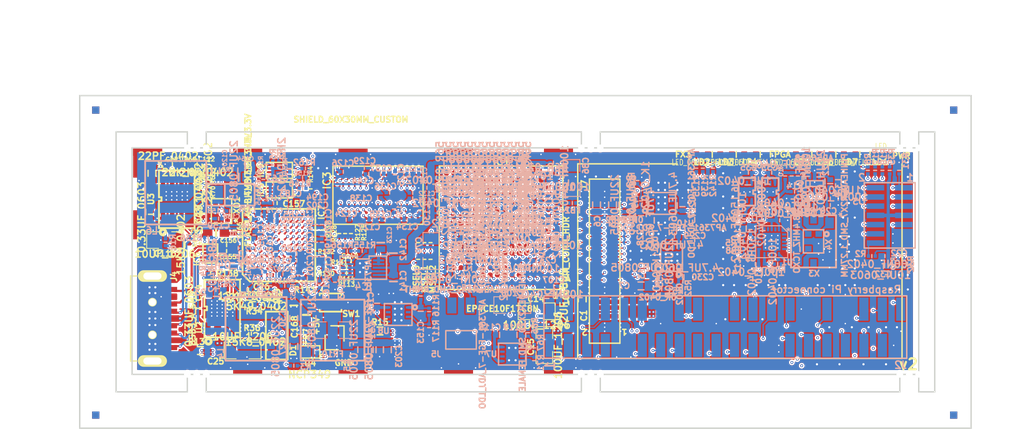
<source format=kicad_pcb>
(kicad_pcb (version 3) (host pcbnew "(2013-07-07 BZR 4022)-stable")
  (title_block (title uSTREAM) (rev v2))
  (layers (15 F.Cu signal) (10 Inner10.Cu signal) (9 Inner9.Cu signal) (8 Inner8.Cu signal) (7 Inner7.Cu signal) (6 Inner6.Cu signal) (5 Inner5.Cu signal) (4 Inner4.Cu signal) (3 Inner3.Cu signal) (2 Inner2.Cu signal) (1 Inner1.Cu signal) (0 B.Cu signal) (18 B.Paste user) (19 F.Paste user) (20 B.SilkS user hide) (21 F.SilkS user) (22 B.Mask user) (23 F.Mask user) (28 Edge.Cuts user))
  (net 0 "")
  (net 1 +1.25V)
  (net 2 +1.8V)
  (net 3 +1.8VD)
  (net 4 +1.8V_CLK)
  (net 5 +3.3VD)
  (net 6 +3.3V_CLK)
  (net 7 +3.3Va)
  (net 8 +5V)
  (net 9 +5V_RPi)
  (net 10 +5V_USB)
  (net 11 /FX3/D+)
  (net 12 /FX3/D-)
  (net 13 /FX3/FX3_FLASH1_SNN)
  (net 14 /FX3/FX3_FLASH2_SNN)
  (net 15 /FX3/FX3_LED0)
  (net 16 /FX3/FX3_LED1)
  (net 17 /FX3/FX3_LED2)
  (net 18 /FX3/MSEL0)
  (net 19 /FX3/MSEL1)
  (net 20 /FX3/MSEL2)
  (net 21 /FX3/OTG_ID)
  (net 22 /FX3/SSRX+)
  (net 23 /FX3/SSRX-)
  (net 24 /FX3/SSTX+)
  (net 25 /FX3/SSTX-)
  (net 26 "/LMS Digital Circuits/CLK_IO")
  (net 27 /RaspberryPi_Connector/LD5)
  (net 28 /RaspberryPi_Connector/LD6)
  (net 29 /RaspberryPi_Connector/RPI_CE0n)
  (net 30 /RaspberryPi_Connector/RPI_CE1n)
  (net 31 /RaspberryPi_Connector/RPI_GCLK)
  (net 32 /RaspberryPi_Connector/RPI_GEN0)
  (net 33 /RaspberryPi_Connector/RPI_GEN1)
  (net 34 /RaspberryPi_Connector/RPI_GEN2)
  (net 35 /RaspberryPi_Connector/RPI_GEN3)
  (net 36 /RaspberryPi_Connector/RPI_GEN4)
  (net 37 /RaspberryPi_Connector/RPI_GEN5)
  (net 38 /RaspberryPi_Connector/RPI_GEN6)
  (net 39 /RaspberryPi_Connector/RPI_GPIO12)
  (net 40 /RaspberryPi_Connector/RPI_GPIO13)
  (net 41 /RaspberryPi_Connector/RPI_GPIO16)
  (net 42 /RaspberryPi_Connector/RPI_GPIO19)
  (net 43 /RaspberryPi_Connector/RPI_GPIO20)
  (net 44 /RaspberryPi_Connector/RPI_GPIO21)
  (net 45 /RaspberryPi_Connector/RPI_GPIO26)
  (net 46 /RaspberryPi_Connector/RPI_GPIO5)
  (net 47 /RaspberryPi_Connector/RPI_GPIO6)
  (net 48 /RaspberryPi_Connector/RPI_ID_SC)
  (net 49 /RaspberryPi_Connector/RPI_ID_SD)
  (net 50 /RaspberryPi_Connector/RPI_MISO)
  (net 51 /RaspberryPi_Connector/RPI_MOSI)
  (net 52 /RaspberryPi_Connector/RPI_RXD0)
  (net 53 /RaspberryPi_Connector/RPI_SCLK)
  (net 54 /RaspberryPi_Connector/RPI_TXD0)
  (net 55 /RaspberryPi_Connector/VCCA1)
  (net 56 /RaspberryPi_Connector/VCCA2)
  (net 57 /RaspberryPi_Connector/VCCD_PLL1)
  (net 58 /RaspberryPi_Connector/VCCD_PLL2)
  (net 59 DDR_A0)
  (net 60 DDR_A1)
  (net 61 DDR_A10)
  (net 62 DDR_A11)
  (net 63 DDR_A12)
  (net 64 DDR_A2)
  (net 65 DDR_A3)
  (net 66 DDR_A4)
  (net 67 DDR_A5)
  (net 68 DDR_A6)
  (net 69 DDR_A7)
  (net 70 DDR_A8)
  (net 71 DDR_A9)
  (net 72 DDR_B0)
  (net 73 DDR_B1)
  (net 74 DDR_CKE)
  (net 75 DDR_CLKn)
  (net 76 DDR_CLKp)
  (net 77 DDR_DQ0)
  (net 78 DDR_DQ1)
  (net 79 DDR_DQ10)
  (net 80 DDR_DQ11)
  (net 81 DDR_DQ12)
  (net 82 DDR_DQ13)
  (net 83 DDR_DQ14)
  (net 84 DDR_DQ15)
  (net 85 DDR_DQ2)
  (net 86 DDR_DQ3)
  (net 87 DDR_DQ4)
  (net 88 DDR_DQ5)
  (net 89 DDR_DQ6)
  (net 90 DDR_DQ7)
  (net 91 DDR_DQ8)
  (net 92 DDR_DQ9)
  (net 93 DDR_LDM)
  (net 94 DDR_LDQS)
  (net 95 DDR_ODT)
  (net 96 DDR_UDM)
  (net 97 DDR_UDQS)
  (net 98 DDR_nCAS)
  (net 99 DDR_nCS)
  (net 100 DDR_nRAS)
  (net 101 DDR_nWE)
  (net 102 DIG_RST)
  (net 103 DIQ1_D0)
  (net 104 DIQ1_D1)
  (net 105 DIQ1_D10)
  (net 106 DIQ1_D11)
  (net 107 DIQ1_D2)
  (net 108 DIQ1_D3)
  (net 109 DIQ1_D4)
  (net 110 DIQ1_D5)
  (net 111 DIQ1_D6)
  (net 112 DIQ1_D7)
  (net 113 DIQ1_D8)
  (net 114 DIQ1_D9)
  (net 115 DIQ2_D0)
  (net 116 DIQ2_D1)
  (net 117 DIQ2_D10)
  (net 118 DIQ2_D11)
  (net 119 DIQ2_D2)
  (net 120 DIQ2_D3)
  (net 121 DIQ2_D4)
  (net 122 DIQ2_D5)
  (net 123 DIQ2_D6)
  (net 124 DIQ2_D7)
  (net 125 DIQ2_D8)
  (net 126 DIQ2_D9)
  (net 127 ENABLE_IQSEL1)
  (net 128 ENABLE_IQSEL2)
  (net 129 FCLK1)
  (net 130 FCLK2)
  (net 131 FPGA_CLK4)
  (net 132 FPGA_CONF_DONE)
  (net 133 FPGA_DAC_CS)
  (net 134 FPGA_DATA0)
  (net 135 FPGA_DCLK)
  (net 136 FPGA_LMS_CS)
  (net 137 FPGA_NCONFIG)
  (net 138 FPGA_NSTATUS)
  (net 139 FPGA_SPI_MISO)
  (net 140 FPGA_SPI_MOSI)
  (net 141 FPGA_SPI_SCK)
  (net 142 FX3_CONF_DONE)
  (net 143 FX3_CTL0)
  (net 144 FX3_CTL1)
  (net 145 FX3_CTL10)
  (net 146 FX3_CTL11)
  (net 147 FX3_CTL12)
  (net 148 FX3_CTL2)
  (net 149 FX3_CTL3)
  (net 150 FX3_CTL4)
  (net 151 FX3_CTL5)
  (net 152 FX3_CTL6)
  (net 153 FX3_CTL7)
  (net 154 FX3_CTL8)
  (net 155 FX3_CTL9)
  (net 156 FX3_DATA0)
  (net 157 FX3_DCLK)
  (net 158 FX3_DQ0)
  (net 159 FX3_DQ1)
  (net 160 FX3_DQ10)
  (net 161 FX3_DQ11)
  (net 162 FX3_DQ12)
  (net 163 FX3_DQ13)
  (net 164 FX3_DQ14)
  (net 165 FX3_DQ15)
  (net 166 FX3_DQ2)
  (net 167 FX3_DQ3)
  (net 168 FX3_DQ4)
  (net 169 FX3_DQ5)
  (net 170 FX3_DQ6)
  (net 171 FX3_DQ7)
  (net 172 FX3_DQ8)
  (net 173 FX3_DQ9)
  (net 174 FX3_FPGA_GPIO0)
  (net 175 FX3_FPGA_GPIO1)
  (net 176 FX3_FPGA_GPIO2)
  (net 177 FX3_FPGA_GPIO3)
  (net 178 FX3_FPGA_SNN)
  (net 179 FX3_NCONFIG)
  (net 180 FX3_NSTATUS)
  (net 181 FX3_PCLK)
  (net 182 FX3_SPI_MISO)
  (net 183 FX3_SPI_MOSI)
  (net 184 FX3_SPI_SCK)
  (net 185 FX3_VCC3P3)
  (net 186 FX3_VDD)
  (net 187 GND)
  (net 188 GPIO0)
  (net 189 GPIO1)
  (net 190 GPIO2)
  (net 191 GPIO3)
  (net 192 G_PWR_DWN)
  (net 193 I2C_SCL)
  (net 194 I2C_SDA)
  (net 195 LD7)
  (net 196 MCLK1)
  (net 197 MCLK2)
  (net 198 N-00000100)
  (net 199 N-00000101)
  (net 200 N-00000102)
  (net 201 N-00000103)
  (net 202 N-00000107)
  (net 203 N-00000108)
  (net 204 N-00000110)
  (net 205 N-00000111)
  (net 206 N-00000112)
  (net 207 N-00000113)
  (net 208 N-00000115)
  (net 209 N-00000116)
  (net 210 N-00000117)
  (net 211 N-00000118)
  (net 212 N-00000119)
  (net 213 N-00000148)
  (net 214 N-00000149)
  (net 215 N-00000150)
  (net 216 N-00000151)
  (net 217 N-00000162)
  (net 218 N-00000175)
  (net 219 N-00000194)
  (net 220 N-00000197)
  (net 221 N-0000020)
  (net 222 N-0000023)
  (net 223 N-00000232)
  (net 224 N-00000234)
  (net 225 N-00000236)
  (net 226 N-0000024)
  (net 227 N-0000026)
  (net 228 N-00000292)
  (net 229 N-00000293)
  (net 230 N-00000296)
  (net 231 N-00000297)
  (net 232 N-00000298)
  (net 233 N-00000299)
  (net 234 N-00000300)
  (net 235 N-00000301)
  (net 236 N-00000302)
  (net 237 N-00000303)
  (net 238 N-00000304)
  (net 239 N-00000305)
  (net 240 N-00000306)
  (net 241 N-00000313)
  (net 242 N-00000317)
  (net 243 N-00000321)
  (net 244 N-00000322)
  (net 245 N-00000323)
  (net 246 N-00000324)
  (net 247 N-00000325)
  (net 248 N-00000326)
  (net 249 N-00000327)
  (net 250 N-00000328)
  (net 251 N-00000329)
  (net 252 N-00000331)
  (net 253 N-00000332)
  (net 254 N-000004)
  (net 255 N-0000046)
  (net 256 N-0000048)
  (net 257 N-0000063)
  (net 258 N-0000065)
  (net 259 N-0000091)
  (net 260 N-0000096)
  (net 261 N-0000097)
  (net 262 N-0000098)
  (net 263 N-0000099)
  (net 264 RESET)
  (net 265 RXPLL_CLK)
  (net 266 RX_EN)
  (net 267 Synt_INTR)
  (net 268 TCK_FPGA)
  (net 269 TCK_FX3)
  (net 270 TDI_FPGA)
  (net 271 TDI_FX3)
  (net 272 TDO_FPGA)
  (net 273 TDO_FX3)
  (net 274 TMS_FPGA)
  (net 275 TMS_FX3)
  (net 276 TRST_N_FX3)
  (net 277 TXNRX1)
  (net 278 TXNRX2)
  (net 279 TXPLL_CLK)
  (net 280 TX_EN)
  (net 281 VCC1P2)
  (net 282 VCC2P5)
  (net 283 VREF_B3_B4)
  (net 284 VTT_SDRAM)
  (module GND_VIA (layer F.Cu) (at 158.85 150.45)
    (fp_text reference GND_VIA hide)
    (fp_text value VAL** hide)
    (pad 1 thru_hole circle (at 0 0) (size 0.5 0.5) (drill 0.3) (layers *.Cu) (net 187 GND) (clearance 0.1))
  )
  (module GND_VIA (layer F.Cu) (at 159.75 150.45)
    (fp_text reference GND_VIA hide)
    (fp_text value VAL** hide)
    (pad 1 thru_hole circle (at 0 0) (size 0.5 0.5) (drill 0.3) (layers *.Cu) (net 187 GND) (clearance 0.1))
  )
  (module GND_VIA (layer F.Cu) (at 159.75 148.75)
    (fp_text reference GND_VIA hide)
    (fp_text value VAL** hide)
    (pad 1 thru_hole circle (at 0 0) (size 0.5 0.5) (drill 0.3) (layers *.Cu) (net 187 GND) (clearance 0.1))
  )
  (module GND_VIA (layer F.Cu) (at 158.85 148.75)
    (fp_text reference GND_VIA hide)
    (fp_text value VAL** hide)
    (pad 1 thru_hole circle (at 0 0) (size 0.5 0.5) (drill 0.3) (layers *.Cu) (net 187 GND) (clearance 0.1))
  )
  (module GND_VIA (layer F.Cu) (at 143.15 142.45)
    (fp_text reference GND_VIA hide)
    (fp_text value VAL** hide)
    (pad 1 thru_hole circle (at 0 0) (size 0.5 0.5) (drill 0.3) (layers *.Cu) (net 187 GND) (clearance 0.1))
  )
  (module GND_VIA (layer F.Cu) (at 144.05 142.45)
    (fp_text reference GND_VIA hide)
    (fp_text value VAL** hide)
    (pad 1 thru_hole circle (at 0 0) (size 0.5 0.5) (drill 0.3) (layers *.Cu) (net 187 GND) (clearance 0.1))
  )
  (module GND_VIA (layer F.Cu) (at 144.05 143.35)
    (fp_text reference GND_VIA hide)
    (fp_text value VAL** hide)
    (pad 1 thru_hole circle (at 0 0) (size 0.5 0.5) (drill 0.3) (layers *.Cu) (net 187 GND) (clearance 0.1))
  )
  (module GND_VIA (layer F.Cu) (at 143.15 143.35)
    (fp_text reference GND_VIA hide)
    (fp_text value VAL** hide)
    (pad 1 thru_hole circle (at 0 0) (size 0.5 0.5) (drill 0.3) (layers *.Cu) (net 187 GND) (clearance 0.1))
  )
  (module GND_VIA (layer F.Cu) (at 143.15 144.15)
    (fp_text reference GND_VIA hide)
    (fp_text value VAL** hide)
    (pad 1 thru_hole circle (at 0 0) (size 0.5 0.5) (drill 0.3) (layers *.Cu) (net 187 GND) (clearance 0.1))
  )
  (module GND_VIA (layer F.Cu) (at 144.05 144.15)
    (fp_text reference GND_VIA hide)
    (fp_text value VAL** hide)
    (pad 1 thru_hole circle (at 0 0) (size 0.5 0.5) (drill 0.3) (layers *.Cu) (net 187 GND) (clearance 0.1))
  )
  (module GND_VIA (layer F.Cu) (at 144.05 144.95)
    (fp_text reference GND_VIA hide)
    (fp_text value VAL** hide)
    (pad 1 thru_hole circle (at 0 0) (size 0.5 0.5) (drill 0.3) (layers *.Cu) (net 187 GND) (clearance 0.1))
  )
  (module GND_VIA (layer F.Cu) (at 143.15 144.95)
    (fp_text reference GND_VIA hide)
    (fp_text value VAL** hide)
    (pad 1 thru_hole circle (at 0 0) (size 0.5 0.5) (drill 0.3) (layers *.Cu) (net 187 GND) (clearance 0.1))
  )
  (module GND_VIA (layer F.Cu) (at 179.4 133.05)
    (fp_text reference GND_VIA hide)
    (fp_text value VAL** hide)
    (pad 1 thru_hole circle (at 0 0) (size 0.5 0.5) (drill 0.3) (layers *.Cu) (net 187 GND) (clearance 0.1))
  )
  (module GND_VIA (layer F.Cu) (at 178.5 133.05)
    (fp_text reference GND_VIA hide)
    (fp_text value VAL** hide)
    (pad 1 thru_hole circle (at 0 0) (size 0.5 0.5) (drill 0.3) (layers *.Cu) (net 187 GND) (clearance 0.1))
  )
  (module GND_VIA (layer F.Cu) (at 177.05 133.05)
    (fp_text reference GND_VIA hide)
    (fp_text value VAL** hide)
    (pad 1 thru_hole circle (at 0 0) (size 0.5 0.5) (drill 0.3) (layers *.Cu) (net 187 GND) (clearance 0.1))
  )
  (module GND_VIA (layer F.Cu) (at 182 136.75)
    (fp_text reference GND_VIA hide)
    (fp_text value VAL** hide)
    (pad 1 thru_hole circle (at 0 0) (size 0.5 0.5) (drill 0.3) (layers *.Cu) (net 187 GND) (clearance 0.1))
  )
  (module GND_VIA (layer F.Cu) (at 182 135.85)
    (fp_text reference GND_VIA hide)
    (fp_text value VAL** hide)
    (pad 1 thru_hole circle (at 0 0) (size 0.5 0.5) (drill 0.3) (layers *.Cu) (net 187 GND) (clearance 0.1))
  )
  (module GND_VIA (layer F.Cu) (at 179.6 136.75)
    (fp_text reference GND_VIA hide)
    (fp_text value VAL** hide)
    (pad 1 thru_hole circle (at 0 0) (size 0.5 0.5) (drill 0.3) (layers *.Cu) (net 187 GND) (clearance 0.1))
  )
  (module GND_VIA (layer F.Cu) (at 179.6 135.85)
    (fp_text reference GND_VIA hide)
    (fp_text value VAL** hide)
    (pad 1 thru_hole circle (at 0 0) (size 0.5 0.5) (drill 0.3) (layers *.Cu) (net 187 GND) (clearance 0.1))
  )
  (module GND_VIA (layer F.Cu) (at 180.4 135.85)
    (fp_text reference GND_VIA hide)
    (fp_text value VAL** hide)
    (pad 1 thru_hole circle (at 0 0) (size 0.5 0.5) (drill 0.3) (layers *.Cu) (net 187 GND) (clearance 0.1))
  )
  (module GND_VIA (layer F.Cu) (at 181.2 135.85)
    (fp_text reference GND_VIA hide)
    (fp_text value VAL** hide)
    (pad 1 thru_hole circle (at 0 0) (size 0.5 0.5) (drill 0.3) (layers *.Cu) (net 187 GND) (clearance 0.1))
  )
  (module GND_VIA (layer F.Cu) (at 181.2 136.75)
    (fp_text reference GND_VIA hide)
    (fp_text value VAL** hide)
    (pad 1 thru_hole circle (at 0 0) (size 0.5 0.5) (drill 0.3) (layers *.Cu) (net 187 GND) (clearance 0.1))
  )
  (module GND_VIA (layer F.Cu) (at 180.4 136.75)
    (fp_text reference GND_VIA hide)
    (fp_text value VAL** hide)
    (pad 1 thru_hole circle (at 0 0) (size 0.5 0.5) (drill 0.3) (layers *.Cu) (net 187 GND) (clearance 0.1))
  )
  (module GND_VIA (layer F.Cu) (at 177.05 135.4)
    (fp_text reference GND_VIA hide)
    (fp_text value VAL** hide)
    (pad 1 thru_hole circle (at 0 0) (size 0.5 0.5) (drill 0.3) (layers *.Cu) (net 187 GND) (clearance 0.1))
  )
  (module GND_VIA (layer F.Cu) (at 177.05 136.6)
    (fp_text reference GND_VIA hide)
    (fp_text value VAL** hide)
    (pad 1 thru_hole circle (at 0 0) (size 0.5 0.5) (drill 0.3) (layers *.Cu) (net 187 GND) (clearance 0.1))
  )
  (module GND_VIA (layer F.Cu) (at 179.4 131.5)
    (fp_text reference GND_VIA hide)
    (fp_text value VAL** hide)
    (pad 1 thru_hole circle (at 0 0) (size 0.5 0.5) (drill 0.3) (layers *.Cu) (net 187 GND) (clearance 0.1))
  )
  (module GND_VIA (layer F.Cu) (at 180.3 131.5)
    (fp_text reference GND_VIA hide)
    (fp_text value VAL** hide)
    (pad 1 thru_hole circle (at 0 0) (size 0.5 0.5) (drill 0.3) (layers *.Cu) (net 187 GND) (clearance 0.1))
  )
  (module GND_VIA (layer F.Cu) (at 182 126)
    (fp_text reference GND_VIA hide)
    (fp_text value VAL** hide)
    (pad 1 thru_hole circle (at 0 0) (size 0.5 0.5) (drill 0.3) (layers *.Cu) (net 187 GND) (clearance 0.1))
  )
  (module GND_VIA (layer F.Cu) (at 183.5 126)
    (fp_text reference GND_VIA hide)
    (fp_text value VAL** hide)
    (pad 1 thru_hole circle (at 0 0) (size 0.5 0.5) (drill 0.3) (layers *.Cu) (net 187 GND) (clearance 0.1))
  )
  (module GND_VIA (layer F.Cu) (at 179.4 126)
    (fp_text reference GND_VIA hide)
    (fp_text value VAL** hide)
    (pad 1 thru_hole circle (at 0 0) (size 0.5 0.5) (drill 0.3) (layers *.Cu) (net 187 GND) (clearance 0.1))
  )
  (module GND_VIA (layer F.Cu) (at 180.3 126)
    (fp_text reference GND_VIA hide)
    (fp_text value VAL** hide)
    (pad 1 thru_hole circle (at 0 0) (size 0.5 0.5) (drill 0.3) (layers *.Cu) (net 187 GND) (clearance 0.1))
  )
  (module GND_VIA (layer F.Cu) (at 180.3 127)
    (fp_text reference GND_VIA hide)
    (fp_text value VAL** hide)
    (pad 1 thru_hole circle (at 0 0) (size 0.5 0.5) (drill 0.3) (layers *.Cu) (net 187 GND) (clearance 0.1))
  )
  (module GND_VIA (layer F.Cu) (at 179.4 127)
    (fp_text reference GND_VIA hide)
    (fp_text value VAL** hide)
    (pad 1 thru_hole circle (at 0 0) (size 0.5 0.5) (drill 0.3) (layers *.Cu) (net 187 GND) (clearance 0.1))
  )
  (module GND_VIA (layer F.Cu) (at 180.3 128.85)
    (fp_text reference GND_VIA hide)
    (fp_text value VAL** hide)
    (pad 1 thru_hole circle (at 0 0) (size 0.5 0.5) (drill 0.3) (layers *.Cu) (net 187 GND) (clearance 0.1))
  )
  (module GND_VIA (layer F.Cu) (at 179.4 128.85)
    (fp_text reference GND_VIA hide)
    (fp_text value VAL** hide)
    (pad 1 thru_hole circle (at 0 0) (size 0.5 0.5) (drill 0.3) (layers *.Cu) (net 187 GND) (clearance 0.1))
  )
  (module GND_VIA (layer F.Cu) (at 180.3 129.7)
    (fp_text reference GND_VIA hide)
    (fp_text value VAL** hide)
    (pad 1 thru_hole circle (at 0 0) (size 0.5 0.5) (drill 0.3) (layers *.Cu) (net 187 GND) (clearance 0.1))
  )
  (module GND_VIA (layer F.Cu) (at 179.4 129.7)
    (fp_text reference GND_VIA hide)
    (fp_text value VAL** hide)
    (pad 1 thru_hole circle (at 0 0) (size 0.5 0.5) (drill 0.3) (layers *.Cu) (net 187 GND) (clearance 0.1))
  )
  (module GND_VIA (layer F.Cu) (at 211.3 140.7)
    (fp_text reference GND_VIA hide)
    (fp_text value VAL** hide)
    (pad 1 thru_hole circle (at 0 0) (size 0.5 0.5) (drill 0.3) (layers *.Cu) (net 187 GND) (clearance 0.1))
  )
  (module GND_VIA (layer F.Cu) (at 212.5 140.7)
    (fp_text reference GND_VIA hide)
    (fp_text value VAL** hide)
    (pad 1 thru_hole circle (at 0 0) (size 0.5 0.5) (drill 0.3) (layers *.Cu) (net 187 GND) (clearance 0.1))
  )
  (module GND_VIA (layer F.Cu) (at 212.5 138.7)
    (fp_text reference GND_VIA hide)
    (fp_text value VAL** hide)
    (pad 1 thru_hole circle (at 0 0) (size 0.5 0.5) (drill 0.3) (layers *.Cu) (net 187 GND) (clearance 0.1))
  )
  (module GND_VIA (layer F.Cu) (at 108.55 128.4)
    (fp_text reference GND_VIA hide)
    (fp_text value VAL** hide)
    (pad 1 thru_hole circle (at 0 0) (size 0.5 0.5) (drill 0.3) (layers *.Cu) (net 187 GND) (clearance 0.1))
  )
  (module GND_VIA (layer F.Cu) (at 108.55 126.85)
    (fp_text reference GND_VIA hide)
    (fp_text value VAL** hide)
    (pad 1 thru_hole circle (at 0 0) (size 0.5 0.5) (drill 0.3) (layers *.Cu) (net 187 GND) (clearance 0.1))
  )
  (module GND_VIA (layer F.Cu) (at 118.1 122.4)
    (fp_text reference GND_VIA hide)
    (fp_text value VAL** hide)
    (pad 1 thru_hole circle (at 0 0) (size 0.5 0.5) (drill 0.3) (layers *.Cu) (net 187 GND) (clearance 0.1))
  )
  (module GND_VIA (layer F.Cu) (at 116.2 122.4)
    (fp_text reference GND_VIA hide)
    (fp_text value VAL** hide)
    (pad 1 thru_hole circle (at 0 0) (size 0.5 0.5) (drill 0.3) (layers *.Cu) (net 187 GND) (clearance 0.1))
  )
  (module GND_VIA (layer F.Cu) (at 112.4 122.4)
    (fp_text reference GND_VIA hide)
    (fp_text value VAL** hide)
    (pad 1 thru_hole circle (at 0 0) (size 0.5 0.5) (drill 0.3) (layers *.Cu) (net 187 GND) (clearance 0.1))
  )
  (module GND_VIA (layer F.Cu) (at 114.3 122.4)
    (fp_text reference GND_VIA hide)
    (fp_text value VAL** hide)
    (pad 1 thru_hole circle (at 0 0) (size 0.5 0.5) (drill 0.3) (layers *.Cu) (net 187 GND) (clearance 0.1))
  )
  (module GND_VIA (layer F.Cu) (at 133.8 124)
    (fp_text reference GND_VIA hide)
    (fp_text value VAL** hide)
    (pad 1 thru_hole circle (at 0 0) (size 0.5 0.5) (drill 0.3) (layers *.Cu) (net 187 GND) (clearance 0.1))
  )
  (module GND_VIA (layer F.Cu) (at 132.6 124)
    (fp_text reference GND_VIA hide)
    (fp_text value VAL** hide)
    (pad 1 thru_hole circle (at 0 0) (size 0.5 0.5) (drill 0.3) (layers *.Cu) (net 187 GND) (clearance 0.1))
  )
  (module GND_VIA (layer F.Cu) (at 124 145.7)
    (fp_text reference GND_VIA hide)
    (fp_text value VAL** hide)
    (pad 1 thru_hole circle (at 0 0) (size 0.5 0.5) (drill 0.3) (layers *.Cu) (net 187 GND) (clearance 0.1))
  )
  (module GND_VIA (layer F.Cu) (at 122.9 145.7)
    (fp_text reference GND_VIA hide)
    (fp_text value VAL** hide)
    (pad 1 thru_hole circle (at 0 0) (size 0.5 0.5) (drill 0.3) (layers *.Cu) (net 187 GND) (clearance 0.1))
  )
  (module GND_VIA (layer F.Cu) (at 202.9 145.9)
    (fp_text reference GND_VIA hide)
    (fp_text value VAL** hide)
    (pad 1 thru_hole circle (at 0 0) (size 0.5 0.5) (drill 0.3) (layers *.Cu) (net 187 GND) (clearance 0.1))
  )
  (module GND_VIA (layer F.Cu) (at 193.7 144.8)
    (fp_text reference GND_VIA hide)
    (fp_text value VAL** hide)
    (pad 1 thru_hole circle (at 0 0) (size 0.5 0.5) (drill 0.3) (layers *.Cu) (net 187 GND) (clearance 0.1))
  )
  (module GND_VIA (layer F.Cu) (at 191.2 144.8)
    (fp_text reference GND_VIA hide)
    (fp_text value VAL** hide)
    (pad 1 thru_hole circle (at 0 0) (size 0.5 0.5) (drill 0.3) (layers *.Cu) (net 187 GND) (clearance 0.1))
  )
  (module GND_VIA (layer F.Cu) (at 188.6 144.8)
    (fp_text reference GND_VIA hide)
    (fp_text value VAL** hide)
    (pad 1 thru_hole circle (at 0 0) (size 0.5 0.5) (drill 0.3) (layers *.Cu) (net 187 GND) (clearance 0.1))
  )
  (module GND_VIA (layer F.Cu) (at 175.55 136.6)
    (fp_text reference GND_VIA hide)
    (fp_text value VAL** hide)
    (pad 1 thru_hole circle (at 0 0) (size 0.5 0.5) (drill 0.3) (layers *.Cu) (net 187 GND) (clearance 0.1))
  )
  (module GND_VIA (layer F.Cu) (at 175.55 135.4)
    (fp_text reference GND_VIA hide)
    (fp_text value VAL** hide)
    (pad 1 thru_hole circle (at 0 0) (size 0.5 0.5) (drill 0.3) (layers *.Cu) (net 187 GND) (clearance 0.1))
  )
  (module GND_VIA (layer F.Cu) (at 172.6 125.15)
    (fp_text reference GND_VIA hide)
    (fp_text value VAL** hide)
    (pad 1 thru_hole circle (at 0 0) (size 0.5 0.5) (drill 0.3) (layers *.Cu) (net 187 GND) (clearance 0.1))
  )
  (module GND_VIA (layer F.Cu) (at 174.1 125.15)
    (fp_text reference GND_VIA hide)
    (fp_text value VAL** hide)
    (pad 1 thru_hole circle (at 0 0) (size 0.5 0.5) (drill 0.3) (layers *.Cu) (net 187 GND) (clearance 0.1))
  )
  (module GND_VIA (layer F.Cu) (at 170.8 125.15)
    (fp_text reference GND_VIA hide)
    (fp_text value VAL** hide)
    (pad 1 thru_hole circle (at 0 0) (size 0.5 0.5) (drill 0.3) (layers *.Cu) (net 187 GND) (clearance 0.1))
  )
  (module GND_VIA (layer F.Cu) (at 169.3 125.15)
    (fp_text reference GND_VIA hide)
    (fp_text value VAL** hide)
    (pad 1 thru_hole circle (at 0 0) (size 0.5 0.5) (drill 0.3) (layers *.Cu) (net 187 GND) (clearance 0.1))
  )
  (module GND_VIA (layer F.Cu) (at 204.4 134.5)
    (fp_text reference GND_VIA hide)
    (fp_text value VAL** hide)
    (pad 1 thru_hole circle (at 0 0) (size 0.5 0.5) (drill 0.3) (layers *.Cu) (net 187 GND) (clearance 0.1))
  )
  (module GND_VIA (layer F.Cu) (at 204.4 133.4)
    (fp_text reference GND_VIA hide)
    (fp_text value VAL** hide)
    (pad 1 thru_hole circle (at 0 0) (size 0.5 0.5) (drill 0.3) (layers *.Cu) (net 187 GND) (clearance 0.1))
  )
  (module GND_VIA (layer F.Cu) (at 193.2 127.3)
    (fp_text reference GND_VIA hide)
    (fp_text value VAL** hide)
    (pad 1 thru_hole circle (at 0 0) (size 0.5 0.5) (drill 0.3) (layers *.Cu) (net 187 GND) (clearance 0.1))
  )
  (module GND_VIA (layer F.Cu) (at 189.6 127.9)
    (fp_text reference GND_VIA hide)
    (fp_text value VAL** hide)
    (pad 1 thru_hole circle (at 0 0) (size 0.5 0.5) (drill 0.3) (layers *.Cu) (net 187 GND) (clearance 0.1))
  )
  (module GND_VIA (layer F.Cu) (at 213.7 138.7)
    (fp_text reference GND_VIA hide)
    (fp_text value VAL** hide)
    (pad 1 thru_hole circle (at 0 0) (size 0.5 0.5) (drill 0.3) (layers *.Cu) (net 187 GND) (clearance 0.1))
  )
  (module GND_VIA (layer F.Cu) (at 213.7 140.7)
    (fp_text reference GND_VIA hide)
    (fp_text value VAL** hide)
    (pad 1 thru_hole circle (at 0 0) (size 0.5 0.5) (drill 0.3) (layers *.Cu) (net 187 GND) (clearance 0.1))
  )
  (module GND_VIA (layer F.Cu) (at 213.7 125.2)
    (fp_text reference GND_VIA hide)
    (fp_text value VAL** hide)
    (pad 1 thru_hole circle (at 0 0) (size 0.5 0.5) (drill 0.3) (layers *.Cu) (net 187 GND) (clearance 0.1))
  )
  (module GND_VIA (layer F.Cu) (at 213.7 123.2)
    (fp_text reference GND_VIA hide)
    (fp_text value VAL** hide)
    (pad 1 thru_hole circle (at 0 0) (size 0.5 0.5) (drill 0.3) (layers *.Cu) (net 187 GND) (clearance 0.1))
  )
  (module GND_VIA (layer F.Cu) (at 195.1 122.3)
    (fp_text reference GND_VIA hide)
    (fp_text value VAL** hide)
    (pad 1 thru_hole circle (at 0 0) (size 0.5 0.5) (drill 0.3) (layers *.Cu) (net 187 GND) (clearance 0.1))
  )
  (module GND_VIA (layer F.Cu) (at 204.8 124.45)
    (fp_text reference GND_VIA hide)
    (fp_text value VAL** hide)
    (pad 1 thru_hole circle (at 0 0) (size 0.5 0.5) (drill 0.3) (layers *.Cu) (net 187 GND) (clearance 0.1))
  )
  (module GND_VIA (layer F.Cu) (at 204.8 125.9)
    (fp_text reference GND_VIA hide)
    (fp_text value VAL** hide)
    (pad 1 thru_hole circle (at 0 0) (size 0.5 0.5) (drill 0.3) (layers *.Cu) (net 187 GND) (clearance 0.1))
  )
  (module GND_VIA (layer F.Cu) (at 205.6 134.5)
    (fp_text reference GND_VIA hide)
    (fp_text value VAL** hide)
    (pad 1 thru_hole circle (at 0 0) (size 0.5 0.5) (drill 0.3) (layers *.Cu) (net 187 GND) (clearance 0.1))
  )
  (module GND_VIA (layer F.Cu) (at 205.6 135.5)
    (fp_text reference GND_VIA hide)
    (fp_text value VAL** hide)
    (pad 1 thru_hole circle (at 0 0) (size 0.5 0.5) (drill 0.3) (layers *.Cu) (net 187 GND) (clearance 0.1))
  )
  (module GND_VIA (layer F.Cu) (at 206.4 124.45)
    (fp_text reference GND_VIA hide)
    (fp_text value VAL** hide)
    (pad 1 thru_hole circle (at 0 0) (size 0.5 0.5) (drill 0.3) (layers *.Cu) (net 187 GND) (clearance 0.1))
  )
  (module GND_VIA (layer F.Cu) (at 205.6 128.8)
    (fp_text reference GND_VIA hide)
    (fp_text value VAL** hide)
    (pad 1 thru_hole circle (at 0 0) (size 0.5 0.5) (drill 0.3) (layers *.Cu) (net 187 GND) (clearance 0.1))
  )
  (module GND_VIA (layer F.Cu) (at 204.8 130.8)
    (fp_text reference GND_VIA hide)
    (fp_text value VAL** hide)
    (pad 1 thru_hole circle (at 0 0) (size 0.5 0.5) (drill 0.3) (layers *.Cu) (net 187 GND) (clearance 0.1))
  )
  (module GND_VIA (layer F.Cu) (at 206.4 130.8)
    (fp_text reference GND_VIA hide)
    (fp_text value VAL** hide)
    (pad 1 thru_hole circle (at 0 0) (size 0.5 0.5) (drill 0.3) (layers *.Cu) (net 187 GND) (clearance 0.1))
  )
  (module GND_VIA (layer F.Cu) (at 205.6 133.4)
    (fp_text reference GND_VIA hide)
    (fp_text value VAL** hide)
    (pad 1 thru_hole circle (at 0 0) (size 0.5 0.5) (drill 0.3) (layers *.Cu) (net 187 GND) (clearance 0.1))
  )
  (module GND_VIA (layer F.Cu) (at 206.4 136.6)
    (fp_text reference GND_VIA hide)
    (fp_text value VAL** hide)
    (pad 1 thru_hole circle (at 0 0) (size 0.5 0.5) (drill 0.3) (layers *.Cu) (net 187 GND) (clearance 0.1))
  )
  (module GND_VIA (layer F.Cu) (at 204.7 137.8)
    (fp_text reference GND_VIA hide)
    (fp_text value VAL** hide)
    (pad 1 thru_hole circle (at 0 0) (size 0.5 0.5) (drill 0.3) (layers *.Cu) (net 187 GND) (clearance 0.1))
  )
  (module GND_VIA (layer F.Cu) (at 206.4 137.8)
    (fp_text reference GND_VIA hide)
    (fp_text value VAL** hide)
    (pad 1 thru_hole circle (at 0 0) (size 0.5 0.5) (drill 0.3) (layers *.Cu) (net 187 GND) (clearance 0.1))
  )
  (module GND_VIA (layer F.Cu) (at 201.3 140.1)
    (fp_text reference GND_VIA hide)
    (fp_text value VAL** hide)
    (pad 1 thru_hole circle (at 0 0) (size 0.5 0.5) (drill 0.3) (layers *.Cu) (net 187 GND) (clearance 0.1))
  )
  (module GND_VIA (layer F.Cu) (at 202.9 140.1)
    (fp_text reference GND_VIA hide)
    (fp_text value VAL** hide)
    (pad 1 thru_hole circle (at 0 0) (size 0.5 0.5) (drill 0.3) (layers *.Cu) (net 187 GND) (clearance 0.1))
  )
  (module GND_VIA (layer F.Cu) (at 195.1 123.1)
    (fp_text reference GND_VIA hide)
    (fp_text value VAL** hide)
    (pad 1 thru_hole circle (at 0 0) (size 0.5 0.5) (drill 0.3) (layers *.Cu) (net 187 GND) (clearance 0.1))
  )
  (module GND_VIA (layer F.Cu) (at 192 123.1)
    (fp_text reference GND_VIA hide)
    (fp_text value VAL** hide)
    (pad 1 thru_hole circle (at 0 0) (size 0.5 0.5) (drill 0.3) (layers *.Cu) (net 187 GND) (clearance 0.1))
  )
  (module GND_VIA (layer F.Cu) (at 188.3 124.7)
    (fp_text reference GND_VIA hide)
    (fp_text value VAL** hide)
    (pad 1 thru_hole circle (at 0 0) (size 0.5 0.5) (drill 0.3) (layers *.Cu) (net 187 GND) (clearance 0.1))
  )
  (module GND_VIA (layer F.Cu) (at 188.3 127.9)
    (fp_text reference GND_VIA hide)
    (fp_text value VAL** hide)
    (pad 1 thru_hole circle (at 0 0) (size 0.5 0.5) (drill 0.3) (layers *.Cu) (net 187 GND) (clearance 0.1))
  )
  (module GND_VIA (layer F.Cu) (at 188.3 138.3)
    (fp_text reference GND_VIA hide)
    (fp_text value VAL** hide)
    (pad 1 thru_hole circle (at 0 0) (size 0.5 0.5) (drill 0.3) (layers *.Cu) (net 187 GND) (clearance 0.1))
  )
  (module GND_VIA (layer F.Cu) (at 109.4 148.2)
    (fp_text reference GND_VIA hide)
    (fp_text value VAL** hide)
    (pad 1 thru_hole circle (at 0 0) (size 0.5 0.5) (drill 0.3) (layers *.Cu) (net 187 GND) (clearance 0.1))
  )
  (module GND_VIA (layer F.Cu) (at 110.2 148.2)
    (fp_text reference GND_VIA hide)
    (fp_text value VAL** hide)
    (pad 1 thru_hole circle (at 0 0) (size 0.5 0.5) (drill 0.3) (layers *.Cu) (net 187 GND) (clearance 0.1))
  )
  (module GND_VIA (layer F.Cu) (at 110.2 149)
    (fp_text reference GND_VIA hide)
    (fp_text value VAL** hide)
    (pad 1 thru_hole circle (at 0 0) (size 0.5 0.5) (drill 0.3) (layers *.Cu) (net 187 GND) (clearance 0.1))
  )
  (module GND_VIA (layer F.Cu) (at 109.4 149)
    (fp_text reference GND_VIA hide)
    (fp_text value VAL** hide)
    (pad 1 thru_hole circle (at 0 0) (size 0.5 0.5) (drill 0.3) (layers *.Cu) (net 187 GND) (clearance 0.1))
  )
  (module GND_VIA (layer F.Cu) (at 110.2 145.6)
    (fp_text reference GND_VIA hide)
    (fp_text value VAL** hide)
    (pad 1 thru_hole circle (at 0 0) (size 0.5 0.5) (drill 0.3) (layers *.Cu) (net 187 GND) (clearance 0.1))
  )
  (module GND_VIA (layer F.Cu) (at 109.4 145.6)
    (fp_text reference GND_VIA hide)
    (fp_text value VAL** hide)
    (pad 1 thru_hole circle (at 0 0) (size 0.5 0.5) (drill 0.3) (layers *.Cu) (net 187 GND) (clearance 0.1))
  )
  (module GND_VIA (layer F.Cu) (at 109.4 143.8)
    (fp_text reference GND_VIA hide)
    (fp_text value VAL** hide)
    (pad 1 thru_hole circle (at 0 0) (size 0.5 0.5) (drill 0.3) (layers *.Cu) (net 187 GND) (clearance 0.1))
  )
  (module GND_VIA (layer F.Cu) (at 110.2 143.8)
    (fp_text reference GND_VIA hide)
    (fp_text value VAL** hide)
    (pad 1 thru_hole circle (at 0 0) (size 0.5 0.5) (drill 0.3) (layers *.Cu) (net 187 GND) (clearance 0.1))
  )
  (module GND_VIA (layer F.Cu) (at 110.2 144.7)
    (fp_text reference GND_VIA hide)
    (fp_text value VAL** hide)
    (pad 1 thru_hole circle (at 0 0) (size 0.5 0.5) (drill 0.3) (layers *.Cu) (net 187 GND) (clearance 0.1))
  )
  (module GND_VIA (layer F.Cu) (at 109.4 144.7)
    (fp_text reference GND_VIA hide)
    (fp_text value VAL** hide)
    (pad 1 thru_hole circle (at 0 0) (size 0.5 0.5) (drill 0.3) (layers *.Cu) (net 187 GND) (clearance 0.1))
  )
  (module GND_VIA (layer F.Cu) (at 109.4 141.2)
    (fp_text reference GND_VIA hide)
    (fp_text value VAL** hide)
    (pad 1 thru_hole circle (at 0 0) (size 0.5 0.5) (drill 0.3) (layers *.Cu) (net 187 GND) (clearance 0.1))
  )
  (module GND_VIA (layer F.Cu) (at 110.2 141.2)
    (fp_text reference GND_VIA hide)
    (fp_text value VAL** hide)
    (pad 1 thru_hole circle (at 0 0) (size 0.5 0.5) (drill 0.3) (layers *.Cu) (net 187 GND) (clearance 0.1))
  )
  (module GND_VIA (layer F.Cu) (at 110.2 140.4)
    (fp_text reference GND_VIA hide)
    (fp_text value VAL** hide)
    (pad 1 thru_hole circle (at 0 0) (size 0.5 0.5) (drill 0.3) (layers *.Cu) (net 187 GND) (clearance 0.1))
  )
  (module GND_VIA (layer F.Cu) (at 109.4 140.4)
    (fp_text reference GND_VIA hide)
    (fp_text value VAL** hide)
    (pad 1 thru_hole circle (at 0 0) (size 0.5 0.5) (drill 0.3) (layers *.Cu) (net 187 GND) (clearance 0.1))
  )
  (module GND_VIA (layer F.Cu) (at 206 145.9)
    (fp_text reference GND_VIA hide)
    (fp_text value VAL** hide)
    (pad 1 thru_hole circle (at 0 0) (size 0.5 0.5) (drill 0.3) (layers *.Cu) (net 187 GND) (clearance 0.1))
  )
  (module GND_VIA (layer F.Cu) (at 208.3 145.9)
    (fp_text reference GND_VIA hide)
    (fp_text value VAL** hide)
    (pad 1 thru_hole circle (at 0 0) (size 0.5 0.5) (drill 0.3) (layers *.Cu) (net 187 GND) (clearance 0.1))
  )
  (module GND_VIA (layer F.Cu) (at 210.7 145.9)
    (fp_text reference GND_VIA hide)
    (fp_text value VAL** hide)
    (pad 1 thru_hole circle (at 0 0) (size 0.5 0.5) (drill 0.3) (layers *.Cu) (net 187 GND) (clearance 0.1))
  )
  (module GND_VIA (layer F.Cu) (at 212.2 145.9)
    (fp_text reference GND_VIA hide)
    (fp_text value VAL** hide)
    (pad 1 thru_hole circle (at 0 0) (size 0.5 0.5) (drill 0.3) (layers *.Cu) (net 187 GND) (clearance 0.1))
  )
  (module GND_VIA (layer F.Cu) (at 210.7 151)
    (fp_text reference GND_VIA hide)
    (fp_text value VAL** hide)
    (pad 1 thru_hole circle (at 0 0) (size 0.5 0.5) (drill 0.3) (layers *.Cu) (net 187 GND) (clearance 0.1))
  )
  (module GND_VIA (layer F.Cu) (at 207.6 151)
    (fp_text reference GND_VIA hide)
    (fp_text value VAL** hide)
    (pad 1 thru_hole circle (at 0 0) (size 0.5 0.5) (drill 0.3) (layers *.Cu) (net 187 GND) (clearance 0.1))
  )
  (module GND_VIA (layer F.Cu) (at 201.2 151)
    (fp_text reference GND_VIA hide)
    (fp_text value VAL** hide)
    (pad 1 thru_hole circle (at 0 0) (size 0.5 0.5) (drill 0.3) (layers *.Cu) (net 187 GND) (clearance 0.1))
  )
  (module GND_VIA (layer F.Cu) (at 204.3 151)
    (fp_text reference GND_VIA hide)
    (fp_text value VAL** hide)
    (pad 1 thru_hole circle (at 0 0) (size 0.5 0.5) (drill 0.3) (layers *.Cu) (net 187 GND) (clearance 0.1))
  )
  (module GND_VIA (layer F.Cu) (at 183.5 127)
    (fp_text reference GND_VIA hide)
    (fp_text value VAL** hide)
    (pad 1 thru_hole circle (at 0 0) (size 0.5 0.5) (drill 0.3) (layers *.Cu) (net 187 GND) (clearance 0.1))
  )
  (module GND_VIA (layer F.Cu) (at 182 127)
    (fp_text reference GND_VIA hide)
    (fp_text value VAL** hide)
    (pad 1 thru_hole circle (at 0 0) (size 0.5 0.5) (drill 0.3) (layers *.Cu) (net 187 GND) (clearance 0.1))
  )
  (module GND_VIA (layer F.Cu) (at 179.4 128)
    (fp_text reference GND_VIA hide)
    (fp_text value VAL** hide)
    (pad 1 thru_hole circle (at 0 0) (size 0.5 0.5) (drill 0.3) (layers *.Cu) (net 187 GND) (clearance 0.1))
  )
  (module GND_VIA (layer F.Cu) (at 180.3 128)
    (fp_text reference GND_VIA hide)
    (fp_text value VAL** hide)
    (pad 1 thru_hole circle (at 0 0) (size 0.5 0.5) (drill 0.3) (layers *.Cu) (net 187 GND) (clearance 0.1))
  )
  (module GND_VIA (layer F.Cu) (at 205.1 140.1)
    (fp_text reference GND_VIA hide)
    (fp_text value VAL** hide)
    (pad 1 thru_hole circle (at 0 0) (size 0.5 0.5) (drill 0.3) (layers *.Cu) (net 187 GND) (clearance 0.1))
  )
  (module GND_VIA (layer F.Cu) (at 206.4 140.1)
    (fp_text reference GND_VIA hide)
    (fp_text value VAL** hide)
    (pad 1 thru_hole circle (at 0 0) (size 0.5 0.5) (drill 0.3) (layers *.Cu) (net 187 GND) (clearance 0.1))
  )
  (module GND_VIA (layer F.Cu) (at 188.3 129.5)
    (fp_text reference GND_VIA hide)
    (fp_text value VAL** hide)
    (pad 1 thru_hole circle (at 0 0) (size 0.5 0.5) (drill 0.3) (layers *.Cu) (net 187 GND) (clearance 0.1))
  )
  (module GND_VIA (layer F.Cu) (at 188.3 132.65)
    (fp_text reference GND_VIA hide)
    (fp_text value VAL** hide)
    (pad 1 thru_hole circle (at 0 0) (size 0.5 0.5) (drill 0.3) (layers *.Cu) (net 187 GND) (clearance 0.1))
  )
  (module GND_VIA (layer F.Cu) (at 188.3 134.9)
    (fp_text reference GND_VIA hide)
    (fp_text value VAL** hide)
    (pad 1 thru_hole circle (at 0 0) (size 0.5 0.5) (drill 0.3) (layers *.Cu) (net 187 GND) (clearance 0.1))
  )
  (module GND_VIA (layer F.Cu) (at 188.3 136.5)
    (fp_text reference GND_VIA hide)
    (fp_text value VAL** hide)
    (pad 1 thru_hole circle (at 0 0) (size 0.5 0.5) (drill 0.3) (layers *.Cu) (net 187 GND) (clearance 0.1))
  )
  (module GND_VIA (layer F.Cu) (at 196.85 140.1)
    (fp_text reference GND_VIA hide)
    (fp_text value VAL** hide)
    (pad 1 thru_hole circle (at 0 0) (size 0.5 0.5) (drill 0.3) (layers *.Cu) (net 187 GND) (clearance 0.1))
  )
  (module GND_VIA (layer F.Cu) (at 196 140.1)
    (fp_text reference GND_VIA hide)
    (fp_text value VAL** hide)
    (pad 1 thru_hole circle (at 0 0) (size 0.5 0.5) (drill 0.3) (layers *.Cu) (net 187 GND) (clearance 0.1))
  )
  (module GND_VIA (layer F.Cu) (at 194.5 140.1)
    (fp_text reference GND_VIA hide)
    (fp_text value VAL** hide)
    (pad 1 thru_hole circle (at 0 0) (size 0.5 0.5) (drill 0.3) (layers *.Cu) (net 187 GND) (clearance 0.1))
  )
  (module GND_VIA (layer F.Cu) (at 191.4 140.1)
    (fp_text reference GND_VIA hide)
    (fp_text value VAL** hide)
    (pad 1 thru_hole circle (at 0 0) (size 0.5 0.5) (drill 0.3) (layers *.Cu) (net 187 GND) (clearance 0.1))
  )
  (module GND_VIA (layer F.Cu) (at 192.9 140.1)
    (fp_text reference GND_VIA hide)
    (fp_text value VAL** hide)
    (pad 1 thru_hole circle (at 0 0) (size 0.5 0.5) (drill 0.3) (layers *.Cu) (net 187 GND) (clearance 0.1))
  )
  (module GND_VIA (layer F.Cu) (at 189.8 140.1)
    (fp_text reference GND_VIA hide)
    (fp_text value VAL** hide)
    (pad 1 thru_hole circle (at 0 0) (size 0.5 0.5) (drill 0.3) (layers *.Cu) (net 187 GND) (clearance 0.1))
  )
  (module LD0603 (layer F.Cu) (at 209.9 122.1 180)
    (fp_text reference LD1 (at 0 -1.05 180) (layer F.SilkS) (effects (font (size 0.8 0.8) (thickness 0.2))))
    (fp_text value LED (at -0.09906 1.09982 180) (layer F.SilkS) (effects (font (size 0.79756 0.59944) (thickness 0.09906))))
    (pad 2 smd rect (at 0.8001 0 180) (size 0.79756 0.79756) (layers F.Cu F.Paste F.Mask) (net 187 GND))
    (pad 1 smd rect (at -0.8001 0 180) (size 0.79756 0.79756) (layers F.Cu F.Paste F.Mask) (net 253 N-00000332))
  )
  (module 256FBGA (layer F.Cu) (at 157.75 132.2 180)
    (fp_text reference IC1 (at -0.05 9.1 180) (layer F.SilkS) (effects (font (thickness 0.2))))
    (fp_text value EP4CE10F17C8N (at -0.2 -11.15 180) (layer F.SilkS) (effects (font (size 0.8 0.8) (thickness 0.2))))
    (fp_text user 1 (at -7.5 -9.35 180) (layer F.SilkS) (effects (font (size 0.8 0.8) (thickness 0.2))))
    (fp_text user A (at -9.2 -7 180) (layer F.SilkS) (effects (font (size 0.8 0.8) (thickness 0.2))))
    (pad N9 smd circle (at 0.5 4.5 180) (size 0.7 0.7) (layers F.Cu F.Paste F.Mask) (net 82 DDR_DQ13))
    (pad N10 smd circle (at 1.5 4.5 180) (size 0.7 0.7) (layers F.Cu F.Paste F.Mask) (net 187 GND))
    (pad N12 smd circle (at 3.5 4.5 180) (size 0.7 0.7) (layers F.Cu F.Paste F.Mask) (net 75 DDR_CLKn))
    (pad N11 smd circle (at 2.5 4.5 180) (size 0.7 0.7) (layers F.Cu F.Paste F.Mask) (net 187 GND))
    (pad N15 smd circle (at 6.5 4.5 180) (size 0.7 0.7) (layers F.Cu F.Paste F.Mask) (net 170 FX3_DQ6))
    (pad N16 smd circle (at 7.5 4.5 180) (size 0.7 0.7) (layers F.Cu F.Paste F.Mask) (net 172 FX3_DQ8))
    (pad N14 smd circle (at 5.5 4.5 180) (size 0.7 0.7) (layers F.Cu F.Paste F.Mask) (net 190 GPIO2))
    (pad N13 smd circle (at 4.5 4.5 180) (size 0.7 0.7) (layers F.Cu F.Paste F.Mask) (net 167 FX3_DQ3))
    (pad N5 smd circle (at -3.5 4.5 180) (size 0.7 0.7) (layers F.Cu F.Paste F.Mask) (net 85 DDR_DQ2))
    (pad N6 smd circle (at -2.5 4.5 180) (size 0.7 0.7) (layers F.Cu F.Paste F.Mask) (net 77 DDR_DQ0))
    (pad N8 smd circle (at -0.5 4.5 180) (size 0.7 0.7) (layers F.Cu F.Paste F.Mask) (net 79 DDR_DQ10))
    (pad N7 smd circle (at -1.5 4.5 180) (size 0.7 0.7) (layers F.Cu F.Paste F.Mask) (net 187 GND))
    (pad N3 smd circle (at -5.5 4.5 180) (size 0.7 0.7) (layers F.Cu F.Paste F.Mask) (net 66 DDR_A4))
    (pad N4 smd circle (at -4.5 4.5 180) (size 0.7 0.7) (layers F.Cu F.Paste F.Mask) (net 57 /RaspberryPi_Connector/VCCD_PLL1))
    (pad N2 smd circle (at -6.5 4.5 180) (size 0.7 0.7) (layers F.Cu F.Paste F.Mask) (net 114 DIQ1_D9))
    (pad N1 smd circle (at -7.5 4.5 180) (size 0.7 0.7) (layers F.Cu F.Paste F.Mask) (net 196 MCLK1))
    (pad P1 smd circle (at -7.5 5.5 180) (size 0.7 0.7) (layers F.Cu F.Paste F.Mask) (net 107 DIQ1_D2))
    (pad P2 smd circle (at -6.5 5.5 180) (size 0.7 0.7) (layers F.Cu F.Paste F.Mask) (net 111 DIQ1_D6))
    (pad P4 smd circle (at -4.5 5.5 180) (size 0.7 0.7) (layers F.Cu F.Paste F.Mask) (net 3 +1.8VD))
    (pad P3 smd circle (at -5.5 5.5 180) (size 0.7 0.7) (layers F.Cu F.Paste F.Mask) (net 93 DDR_LDM))
    (pad P7 smd circle (at -1.5 5.5 180) (size 0.7 0.7) (layers F.Cu F.Paste F.Mask) (net 3 +1.8VD))
    (pad P8 smd circle (at -0.5 5.5 180) (size 0.7 0.7) (layers F.Cu F.Paste F.Mask) (net 84 DDR_DQ15))
    (pad P6 smd circle (at -2.5 5.5 180) (size 0.7 0.7) (layers F.Cu F.Paste F.Mask) (net 283 VREF_B3_B4))
    (pad P5 smd circle (at -3.5 5.5 180) (size 0.7 0.7) (layers F.Cu F.Paste F.Mask) (net 187 GND))
    (pad P13 smd circle (at 4.5 5.5 180) (size 0.7 0.7) (layers F.Cu F.Paste F.Mask) (net 3 +1.8VD))
    (pad P14 smd circle (at 5.5 5.5 180) (size 0.7 0.7) (layers F.Cu F.Paste F.Mask) (net 70 DDR_A8))
    (pad P16 smd circle (at 7.5 5.5 180) (size 0.7 0.7) (layers F.Cu F.Paste F.Mask) (net 158 FX3_DQ0))
    (pad P15 smd circle (at 6.5 5.5 180) (size 0.7 0.7) (layers F.Cu F.Paste F.Mask) (net 191 GPIO3))
    (pad P11 smd circle (at 2.5 5.5 180) (size 0.7 0.7) (layers F.Cu F.Paste F.Mask) (net 283 VREF_B3_B4))
    (pad P12 smd circle (at 3.5 5.5 180) (size 0.7 0.7) (layers F.Cu F.Paste F.Mask) (net 187 GND))
    (pad P10 smd circle (at 1.5 5.5 180) (size 0.7 0.7) (layers F.Cu F.Paste F.Mask) (net 3 +1.8VD))
    (pad P9 smd circle (at 0.5 5.5 180) (size 0.7 0.7) (layers F.Cu F.Paste F.Mask) (net 188 GPIO0))
    (pad T9 smd circle (at 0.5 7.5 180) (size 0.7 0.7) (layers F.Cu F.Paste F.Mask) (net 67 DDR_A5))
    (pad T10 smd circle (at 1.5 7.5 180) (size 0.7 0.7) (layers F.Cu F.Paste F.Mask) (net 65 DDR_A3))
    (pad T12 smd circle (at 3.5 7.5 180) (size 0.7 0.7) (layers F.Cu F.Paste F.Mask) (net 81 DDR_DQ12))
    (pad T11 smd circle (at 2.5 7.5 180) (size 0.7 0.7) (layers F.Cu F.Paste F.Mask) (net 71 DDR_A9))
    (pad T15 smd circle (at 6.5 7.5 180) (size 0.7 0.7) (layers F.Cu F.Paste F.Mask) (net 69 DDR_A7))
    (pad T16 smd circle (at 7.5 7.5 180) (size 0.7 0.7) (layers F.Cu F.Paste F.Mask) (net 3 +1.8VD))
    (pad T14 smd circle (at 5.5 7.5 180) (size 0.7 0.7) (layers F.Cu F.Paste F.Mask) (net 63 DDR_A12))
    (pad T13 smd circle (at 4.5 7.5 180) (size 0.7 0.7) (layers F.Cu F.Paste F.Mask) (net 83 DDR_DQ14))
    (pad T5 smd circle (at -3.5 7.5 180) (size 0.7 0.7) (layers F.Cu F.Paste F.Mask) (net 72 DDR_B0))
    (pad T6 smd circle (at -2.5 7.5 180) (size 0.7 0.7) (layers F.Cu F.Paste F.Mask) (net 61 DDR_A10))
    (pad T8 smd circle (at -0.5 7.5 180) (size 0.7 0.7) (layers F.Cu F.Paste F.Mask) (net 60 DDR_A1))
    (pad T7 smd circle (at -1.5 7.5 180) (size 0.7 0.7) (layers F.Cu F.Paste F.Mask) (net 97 DDR_UDQS))
    (pad T3 smd circle (at -5.5 7.5 180) (size 0.7 0.7) (layers F.Cu F.Paste F.Mask) (net 73 DDR_B1))
    (pad T4 smd circle (at -4.5 7.5 180) (size 0.7 0.7) (layers F.Cu F.Paste F.Mask) (net 187 GND))
    (pad T2 smd circle (at -6.5 7.5 180) (size 0.7 0.7) (layers F.Cu F.Paste F.Mask) (net 74 DDR_CKE))
    (pad T1 smd circle (at -7.5 7.5 180) (size 0.7 0.7) (layers F.Cu F.Paste F.Mask) (net 3 +1.8VD))
    (pad R1 smd circle (at -7.5 6.5 180) (size 0.7 0.7) (layers F.Cu F.Paste F.Mask) (net 112 DIQ1_D7))
    (pad R2 smd circle (at -6.5 6.5 180) (size 0.7 0.7) (layers F.Cu F.Paste F.Mask) (net 187 GND))
    (pad R4 smd circle (at -4.5 6.5 180) (size 0.7 0.7) (layers F.Cu F.Paste F.Mask) (net 187 GND))
    (pad R3 smd circle (at -5.5 6.5 180) (size 0.7 0.7) (layers F.Cu F.Paste F.Mask) (net 89 DDR_DQ6))
    (pad R7 smd circle (at -1.5 6.5 180) (size 0.7 0.7) (layers F.Cu F.Paste F.Mask) (net 86 DDR_DQ3))
    (pad R8 smd circle (at -0.5 6.5 180) (size 0.7 0.7) (layers F.Cu F.Paste F.Mask) (net 95 DDR_ODT))
    (pad R6 smd circle (at -2.5 6.5 180) (size 0.7 0.7) (layers F.Cu F.Paste F.Mask) (net 78 DDR_DQ1))
    (pad R5 smd circle (at -3.5 6.5 180) (size 0.7 0.7) (layers F.Cu F.Paste F.Mask) (net 87 DDR_DQ4))
    (pad R13 smd circle (at 4.5 6.5 180) (size 0.7 0.7) (layers F.Cu F.Paste F.Mask) (net 62 DDR_A11))
    (pad R14 smd circle (at 5.5 6.5 180) (size 0.7 0.7) (layers F.Cu F.Paste F.Mask))
    (pad R16 smd circle (at 7.5 6.5 180) (size 0.7 0.7) (layers F.Cu F.Paste F.Mask) (net 159 FX3_DQ1))
    (pad R15 smd circle (at 6.5 6.5 180) (size 0.7 0.7) (layers F.Cu F.Paste F.Mask) (net 187 GND))
    (pad R11 smd circle (at 2.5 6.5 180) (size 0.7 0.7) (layers F.Cu F.Paste F.Mask) (net 91 DDR_DQ8))
    (pad R12 smd circle (at 3.5 6.5 180) (size 0.7 0.7) (layers F.Cu F.Paste F.Mask) (net 80 DDR_DQ11))
    (pad R10 smd circle (at 1.5 6.5 180) (size 0.7 0.7) (layers F.Cu F.Paste F.Mask) (net 92 DDR_DQ9))
    (pad R9 smd circle (at 0.5 6.5 180) (size 0.7 0.7) (layers F.Cu F.Paste F.Mask) (net 101 DDR_nWE))
    (pad L9 smd circle (at 0.5 2.5 180) (size 0.7 0.7) (layers F.Cu F.Paste F.Mask) (net 64 DDR_A2))
    (pad L10 smd circle (at 1.5 2.5 180) (size 0.7 0.7) (layers F.Cu F.Paste F.Mask) (net 99 DDR_nCS))
    (pad L12 smd circle (at 3.5 2.5 180) (size 0.7 0.7) (layers F.Cu F.Paste F.Mask) (net 163 FX3_DQ13))
    (pad L11 smd circle (at 2.5 2.5 180) (size 0.7 0.7) (layers F.Cu F.Paste F.Mask) (net 98 DDR_nCAS))
    (pad L15 smd circle (at 6.5 2.5 180) (size 0.7 0.7) (layers F.Cu F.Paste F.Mask) (net 161 FX3_DQ11))
    (pad L16 smd circle (at 7.5 2.5 180) (size 0.7 0.7) (layers F.Cu F.Paste F.Mask) (net 173 FX3_DQ9))
    (pad L14 smd circle (at 5.5 2.5 180) (size 0.7 0.7) (layers F.Cu F.Paste F.Mask) (net 187 GND))
    (pad L13 smd circle (at 4.5 2.5 180) (size 0.7 0.7) (layers F.Cu F.Paste F.Mask) (net 162 FX3_DQ12))
    (pad L5 smd circle (at -3.5 2.5 180) (size 0.7 0.7) (layers F.Cu F.Paste F.Mask) (net 55 /RaspberryPi_Connector/VCCA1))
    (pad L6 smd circle (at -2.5 2.5 180) (size 0.7 0.7) (layers F.Cu F.Paste F.Mask) (net 110 DIQ1_D5))
    (pad L8 smd circle (at -0.5 2.5 180) (size 0.7 0.7) (layers F.Cu F.Paste F.Mask) (net 90 DDR_DQ7))
    (pad L7 smd circle (at -1.5 2.5 180) (size 0.7 0.7) (layers F.Cu F.Paste F.Mask) (net 88 DDR_DQ5))
    (pad L3 smd circle (at -5.5 2.5 180) (size 0.7 0.7) (layers F.Cu F.Paste F.Mask) (net 189 GPIO1))
    (pad L4 smd circle (at -4.5 2.5 180) (size 0.7 0.7) (layers F.Cu F.Paste F.Mask) (net 105 DIQ1_D10))
    (pad L2 smd circle (at -6.5 2.5 180) (size 0.7 0.7) (layers F.Cu F.Paste F.Mask) (net 104 DIQ1_D1))
    (pad L1 smd circle (at -7.5 2.5 180) (size 0.7 0.7) (layers F.Cu F.Paste F.Mask) (net 103 DIQ1_D0))
    (pad M1 smd circle (at -7.5 3.5 180) (size 0.7 0.7) (layers F.Cu F.Paste F.Mask) (net 187 GND))
    (pad M2 smd circle (at -6.5 3.5 180) (size 0.7 0.7) (layers F.Cu F.Paste F.Mask) (net 187 GND))
    (pad M4 smd circle (at -4.5 3.5 180) (size 0.7 0.7) (layers F.Cu F.Paste F.Mask) (net 187 GND))
    (pad M3 smd circle (at -5.5 3.5 180) (size 0.7 0.7) (layers F.Cu F.Paste F.Mask) (net 5 +3.3VD))
    (pad M7 smd circle (at -1.5 3.5 180) (size 0.7 0.7) (layers F.Cu F.Paste F.Mask) (net 94 DDR_LDQS))
    (pad M8 smd circle (at -0.5 3.5 180) (size 0.7 0.7) (layers F.Cu F.Paste F.Mask) (net 96 DDR_UDM))
    (pad M6 smd circle (at -2.5 3.5 180) (size 0.7 0.7) (layers F.Cu F.Paste F.Mask))
    (pad M5 smd circle (at -3.5 3.5 180) (size 0.7 0.7) (layers F.Cu F.Paste F.Mask) (net 187 GND))
    (pad M13 smd circle (at 4.5 3.5 180) (size 0.7 0.7) (layers F.Cu F.Paste F.Mask) (net 187 GND))
    (pad M14 smd circle (at 5.5 3.5 180) (size 0.7 0.7) (layers F.Cu F.Paste F.Mask) (net 3 +1.8VD))
    (pad M16 smd circle (at 7.5 3.5 180) (size 0.7 0.7) (layers F.Cu F.Paste F.Mask) (net 187 GND))
    (pad M15 smd circle (at 6.5 3.5 180) (size 0.7 0.7) (layers F.Cu F.Paste F.Mask) (net 187 GND))
    (pad M11 smd circle (at 2.5 3.5 180) (size 0.7 0.7) (layers F.Cu F.Paste F.Mask) (net 76 DDR_CLKp))
    (pad M12 smd circle (at 3.5 3.5 180) (size 0.7 0.7) (layers F.Cu F.Paste F.Mask) (net 160 FX3_DQ10))
    (pad M10 smd circle (at 1.5 3.5 180) (size 0.7 0.7) (layers F.Cu F.Paste F.Mask) (net 187 GND))
    (pad M9 smd circle (at 0.5 3.5 180) (size 0.7 0.7) (layers F.Cu F.Paste F.Mask) (net 100 DDR_nRAS))
    (pad K9 smd circle (at 0.5 1.5 180) (size 0.7 0.7) (layers F.Cu F.Paste F.Mask) (net 68 DDR_A6))
    (pad K10 smd circle (at 1.5 1.5 180) (size 0.7 0.7) (layers F.Cu F.Paste F.Mask) (net 59 DDR_A0))
    (pad K12 smd circle (at 3.5 1.5 180) (size 0.7 0.7) (layers F.Cu F.Paste F.Mask) (net 171 FX3_DQ7))
    (pad K11 smd circle (at 2.5 1.5 180) (size 0.7 0.7) (layers F.Cu F.Paste F.Mask) (net 168 FX3_DQ4))
    (pad K15 smd circle (at 6.5 1.5 180) (size 0.7 0.7) (layers F.Cu F.Paste F.Mask) (net 143 FX3_CTL0))
    (pad K16 smd circle (at 7.5 1.5 180) (size 0.7 0.7) (layers F.Cu F.Paste F.Mask) (net 164 FX3_DQ14))
    (pad K14 smd circle (at 5.5 1.5 180) (size 0.7 0.7) (layers F.Cu F.Paste F.Mask) (net 3 +1.8VD))
    (pad K13 smd circle (at 4.5 1.5 180) (size 0.7 0.7) (layers F.Cu F.Paste F.Mask) (net 187 GND))
    (pad K5 smd circle (at -3.5 1.5 180) (size 0.7 0.7) (layers F.Cu F.Paste F.Mask) (net 109 DIQ1_D4))
    (pad K6 smd circle (at -2.5 1.5 180) (size 0.7 0.7) (layers F.Cu F.Paste F.Mask) (net 113 DIQ1_D8))
    (pad K8 smd circle (at -0.5 1.5 180) (size 0.7 0.7) (layers F.Cu F.Paste F.Mask) (net 195 LD7))
    (pad K7 smd circle (at -1.5 1.5 180) (size 0.7 0.7) (layers F.Cu F.Paste F.Mask) (net 281 VCC1P2))
    (pad K3 smd circle (at -5.5 1.5 180) (size 0.7 0.7) (layers F.Cu F.Paste F.Mask) (net 5 +3.3VD))
    (pad K4 smd circle (at -4.5 1.5 180) (size 0.7 0.7) (layers F.Cu F.Paste F.Mask) (net 187 GND))
    (pad K2 smd circle (at -6.5 1.5 180) (size 0.7 0.7) (layers F.Cu F.Paste F.Mask) (net 129 FCLK1))
    (pad K1 smd circle (at -7.5 1.5 180) (size 0.7 0.7) (layers F.Cu F.Paste F.Mask) (net 108 DIQ1_D3))
    (pad D13 smd circle (at 4.5 -4.5 180) (size 0.7 0.7) (layers F.Cu F.Paste F.Mask) (net 58 /RaspberryPi_Connector/VCCD_PLL2))
    (pad D14 smd circle (at 5.5 -4.5 180) (size 0.7 0.7) (layers F.Cu F.Paste F.Mask) (net 194 I2C_SDA))
    (pad D16 smd circle (at 7.5 -4.5 180) (size 0.7 0.7) (layers F.Cu F.Paste F.Mask) (net 181 FX3_PCLK))
    (pad D15 smd circle (at 6.5 -4.5 180) (size 0.7 0.7) (layers F.Cu F.Paste F.Mask) (net 149 FX3_CTL3))
    (pad D11 smd circle (at 2.5 -4.5 180) (size 0.7 0.7) (layers F.Cu F.Paste F.Mask) (net 49 /RaspberryPi_Connector/RPI_ID_SD))
    (pad D12 smd circle (at 3.5 -4.5 180) (size 0.7 0.7) (layers F.Cu F.Paste F.Mask) (net 32 /RaspberryPi_Connector/RPI_GEN0))
    (pad D10 smd circle (at 1.5 -4.5 180) (size 0.7 0.7) (layers F.Cu F.Paste F.Mask) (net 187 GND))
    (pad D9 smd circle (at 0.5 -4.5 180) (size 0.7 0.7) (layers F.Cu F.Paste F.Mask) (net 47 /RaspberryPi_Connector/RPI_GPIO6))
    (pad D1 smd circle (at -7.5 -4.5 180) (size 0.7 0.7) (layers F.Cu F.Paste F.Mask) (net 192 G_PWR_DWN))
    (pad D2 smd circle (at -6.5 -4.5 180) (size 0.7 0.7) (layers F.Cu F.Paste F.Mask) (net 130 FCLK2))
    (pad D4 smd circle (at -4.5 -4.5 180) (size 0.7 0.7) (layers F.Cu F.Paste F.Mask) (net 115 DIQ2_D0))
    (pad D3 smd circle (at -5.5 -4.5 180) (size 0.7 0.7) (layers F.Cu F.Paste F.Mask) (net 119 DIQ2_D2))
    (pad D7 smd circle (at -1.5 -4.5 180) (size 0.7 0.7) (layers F.Cu F.Paste F.Mask) (net 187 GND))
    (pad D8 smd circle (at -0.5 -4.5 180) (size 0.7 0.7) (layers F.Cu F.Paste F.Mask) (net 39 /RaspberryPi_Connector/RPI_GPIO12))
    (pad D6 smd circle (at -2.5 -4.5 180) (size 0.7 0.7) (layers F.Cu F.Paste F.Mask) (net 102 DIG_RST))
    (pad D5 smd circle (at -3.5 -4.5 180) (size 0.7 0.7) (layers F.Cu F.Paste F.Mask) (net 176 FX3_FPGA_GPIO2))
    (pad C5 smd circle (at -3.5 -5.5 180) (size 0.7 0.7) (layers F.Cu F.Paste F.Mask) (net 187 GND))
    (pad C6 smd circle (at -2.5 -5.5 180) (size 0.7 0.7) (layers F.Cu F.Paste F.Mask) (net 54 /RaspberryPi_Connector/RPI_TXD0))
    (pad C8 smd circle (at -0.5 -5.5 180) (size 0.7 0.7) (layers F.Cu F.Paste F.Mask) (net 48 /RaspberryPi_Connector/RPI_ID_SC))
    (pad C7 smd circle (at -1.5 -5.5 180) (size 0.7 0.7) (layers F.Cu F.Paste F.Mask) (net 5 +3.3VD))
    (pad C3 smd circle (at -5.5 -5.5 180) (size 0.7 0.7) (layers F.Cu F.Paste F.Mask) (net 128 ENABLE_IQSEL2))
    (pad C4 smd circle (at -4.5 -5.5 180) (size 0.7 0.7) (layers F.Cu F.Paste F.Mask) (net 5 +3.3VD))
    (pad C2 smd circle (at -6.5 -5.5 180) (size 0.7 0.7) (layers F.Cu F.Paste F.Mask) (net 197 MCLK2))
    (pad C1 smd circle (at -7.5 -5.5 180) (size 0.7 0.7) (layers F.Cu F.Paste F.Mask) (net 126 DIQ2_D9))
    (pad C9 smd circle (at 0.5 -5.5 180) (size 0.7 0.7) (layers F.Cu F.Paste F.Mask) (net 30 /RaspberryPi_Connector/RPI_CE1n))
    (pad C10 smd circle (at 1.5 -5.5 180) (size 0.7 0.7) (layers F.Cu F.Paste F.Mask) (net 5 +3.3VD))
    (pad C12 smd circle (at 3.5 -5.5 180) (size 0.7 0.7) (layers F.Cu F.Paste F.Mask) (net 187 GND))
    (pad C11 smd circle (at 2.5 -5.5 180) (size 0.7 0.7) (layers F.Cu F.Paste F.Mask) (net 52 /RaspberryPi_Connector/RPI_RXD0))
    (pad C15 smd circle (at 6.5 -5.5 180) (size 0.7 0.7) (layers F.Cu F.Paste F.Mask))
    (pad C16 smd circle (at 7.5 -5.5 180) (size 0.7 0.7) (layers F.Cu F.Paste F.Mask) (net 155 FX3_CTL9))
    (pad C14 smd circle (at 5.5 -5.5 180) (size 0.7 0.7) (layers F.Cu F.Paste F.Mask) (net 193 I2C_SCL))
    (pad C13 smd circle (at 4.5 -5.5 180) (size 0.7 0.7) (layers F.Cu F.Paste F.Mask) (net 5 +3.3VD))
    (pad A13 smd circle (at 4.5 -7.5 180) (size 0.7 0.7) (layers F.Cu F.Paste F.Mask) (net 280 TX_EN))
    (pad A14 smd circle (at 5.5 -7.5 180) (size 0.7 0.7) (layers F.Cu F.Paste F.Mask))
    (pad A16 smd circle (at 7.5 -7.5 180) (size 0.7 0.7) (layers F.Cu F.Paste F.Mask) (net 5 +3.3VD))
    (pad A15 smd circle (at 6.5 -7.5 180) (size 0.7 0.7) (layers F.Cu F.Paste F.Mask) (net 266 RX_EN))
    (pad A11 smd circle (at 2.5 -7.5 180) (size 0.7 0.7) (layers F.Cu F.Paste F.Mask) (net 35 /RaspberryPi_Connector/RPI_GEN3))
    (pad A12 smd circle (at 3.5 -7.5 180) (size 0.7 0.7) (layers F.Cu F.Paste F.Mask) (net 33 /RaspberryPi_Connector/RPI_GEN1))
    (pad A10 smd circle (at 1.5 -7.5 180) (size 0.7 0.7) (layers F.Cu F.Paste F.Mask) (net 37 /RaspberryPi_Connector/RPI_GEN5))
    (pad A9 smd circle (at 0.5 -7.5 180) (size 0.7 0.7) (layers F.Cu F.Paste F.Mask) (net 50 /RaspberryPi_Connector/RPI_MISO))
    (pad A1 smd circle (at -7.5 -7.5 180) (size 0.7 0.7) (layers F.Cu F.Paste F.Mask) (net 5 +3.3VD))
    (pad A2 smd circle (at -6.5 -7.5 180) (size 0.7 0.7) (layers F.Cu F.Paste F.Mask) (net 136 FPGA_LMS_CS))
    (pad A4 smd circle (at -4.5 -7.5 180) (size 0.7 0.7) (layers F.Cu F.Paste F.Mask) (net 175 FX3_FPGA_GPIO1))
    (pad A3 smd circle (at -5.5 -7.5 180) (size 0.7 0.7) (layers F.Cu F.Paste F.Mask) (net 177 FX3_FPGA_GPIO3))
    (pad A7 smd circle (at -1.5 -7.5 180) (size 0.7 0.7) (layers F.Cu F.Paste F.Mask) (net 29 /RaspberryPi_Connector/RPI_CE0n))
    (pad A8 smd circle (at -0.5 -7.5 180) (size 0.7 0.7) (layers F.Cu F.Paste F.Mask) (net 53 /RaspberryPi_Connector/RPI_SCLK))
    (pad A6 smd circle (at -2.5 -7.5 180) (size 0.7 0.7) (layers F.Cu F.Paste F.Mask) (net 178 FX3_FPGA_SNN))
    (pad A5 smd circle (at -3.5 -7.5 180) (size 0.7 0.7) (layers F.Cu F.Paste F.Mask) (net 140 FPGA_SPI_MOSI))
    (pad B5 smd circle (at -3.5 -6.5 180) (size 0.7 0.7) (layers F.Cu F.Paste F.Mask) (net 133 FPGA_DAC_CS))
    (pad B6 smd circle (at -2.5 -6.5 180) (size 0.7 0.7) (layers F.Cu F.Paste F.Mask) (net 116 DIQ2_D1))
    (pad B8 smd circle (at -0.5 -6.5 180) (size 0.7 0.7) (layers F.Cu F.Paste F.Mask) (net 46 /RaspberryPi_Connector/RPI_GPIO5))
    (pad B7 smd circle (at -1.5 -6.5 180) (size 0.7 0.7) (layers F.Cu F.Paste F.Mask) (net 184 FX3_SPI_SCK))
    (pad B3 smd circle (at -5.5 -6.5 180) (size 0.7 0.7) (layers F.Cu F.Paste F.Mask) (net 124 DIQ2_D7))
    (pad B4 smd circle (at -4.5 -6.5 180) (size 0.7 0.7) (layers F.Cu F.Paste F.Mask) (net 174 FX3_FPGA_GPIO0))
    (pad B2 smd circle (at -6.5 -6.5 180) (size 0.7 0.7) (layers F.Cu F.Paste F.Mask) (net 187 GND))
    (pad B1 smd circle (at -7.5 -6.5 180) (size 0.7 0.7) (layers F.Cu F.Paste F.Mask) (net 120 DIQ2_D3))
    (pad B9 smd circle (at 0.5 -6.5 180) (size 0.7 0.7) (layers F.Cu F.Paste F.Mask) (net 38 /RaspberryPi_Connector/RPI_GEN6))
    (pad B10 smd circle (at 1.5 -6.5 180) (size 0.7 0.7) (layers F.Cu F.Paste F.Mask) (net 51 /RaspberryPi_Connector/RPI_MOSI))
    (pad B12 smd circle (at 3.5 -6.5 180) (size 0.7 0.7) (layers F.Cu F.Paste F.Mask) (net 34 /RaspberryPi_Connector/RPI_GEN2))
    (pad B11 smd circle (at 2.5 -6.5 180) (size 0.7 0.7) (layers F.Cu F.Paste F.Mask) (net 36 /RaspberryPi_Connector/RPI_GEN4))
    (pad B15 smd circle (at 6.5 -6.5 180) (size 0.7 0.7) (layers F.Cu F.Paste F.Mask) (net 187 GND))
    (pad B16 smd circle (at 7.5 -6.5 180) (size 0.7 0.7) (layers F.Cu F.Paste F.Mask) (net 150 FX3_CTL4))
    (pad B14 smd circle (at 5.5 -6.5 180) (size 0.7 0.7) (layers F.Cu F.Paste F.Mask))
    (pad B13 smd circle (at 4.5 -6.5 180) (size 0.7 0.7) (layers F.Cu F.Paste F.Mask) (net 31 /RaspberryPi_Connector/RPI_GCLK))
    (pad F13 smd circle (at 4.5 -2.5 180) (size 0.7 0.7) (layers F.Cu F.Paste F.Mask) (net 148 FX3_CTL2))
    (pad F14 smd circle (at 5.5 -2.5 180) (size 0.7 0.7) (layers F.Cu F.Paste F.Mask) (net 187 GND))
    (pad F16 smd circle (at 7.5 -2.5 180) (size 0.7 0.7) (layers F.Cu F.Paste F.Mask) (net 166 FX3_DQ2))
    (pad F15 smd circle (at 6.5 -2.5 180) (size 0.7 0.7) (layers F.Cu F.Paste F.Mask) (net 151 FX3_CTL5))
    (pad F11 smd circle (at 2.5 -2.5 180) (size 0.7 0.7) (layers F.Cu F.Paste F.Mask) (net 40 /RaspberryPi_Connector/RPI_GPIO13))
    (pad F12 smd circle (at 3.5 -2.5 180) (size 0.7 0.7) (layers F.Cu F.Paste F.Mask) (net 56 /RaspberryPi_Connector/VCCA2))
    (pad F10 smd circle (at 1.5 -2.5 180) (size 0.7 0.7) (layers F.Cu F.Paste F.Mask) (net 45 /RaspberryPi_Connector/RPI_GPIO26))
    (pad F9 smd circle (at 0.5 -2.5 180) (size 0.7 0.7) (layers F.Cu F.Paste F.Mask) (net 44 /RaspberryPi_Connector/RPI_GPIO21))
    (pad F1 smd circle (at -7.5 -2.5 180) (size 0.7 0.7) (layers F.Cu F.Paste F.Mask) (net 123 DIQ2_D6))
    (pad F2 smd circle (at -6.5 -2.5 180) (size 0.7 0.7) (layers F.Cu F.Paste F.Mask) (net 121 DIQ2_D4))
    (pad F4 smd circle (at -4.5 -2.5 180) (size 0.7 0.7) (layers F.Cu F.Paste F.Mask) (net 138 FPGA_NSTATUS))
    (pad F3 smd circle (at -5.5 -2.5 180) (size 0.7 0.7) (layers F.Cu F.Paste F.Mask) (net 264 RESET))
    (pad F7 smd circle (at -1.5 -2.5 180) (size 0.7 0.7) (layers F.Cu F.Paste F.Mask) (net 183 FX3_SPI_MOSI))
    (pad F8 smd circle (at -0.5 -2.5 180) (size 0.7 0.7) (layers F.Cu F.Paste F.Mask) (net 43 /RaspberryPi_Connector/RPI_GPIO20))
    (pad F6 smd circle (at -2.5 -2.5 180) (size 0.7 0.7) (layers F.Cu F.Paste F.Mask) (net 182 FX3_SPI_MISO))
    (pad F5 smd circle (at -3.5 -2.5 180) (size 0.7 0.7) (layers F.Cu F.Paste F.Mask) (net 277 TXNRX1))
    (pad E5 smd circle (at -3.5 -3.5 180) (size 0.7 0.7) (layers F.Cu F.Paste F.Mask) (net 122 DIQ2_D5))
    (pad E6 smd circle (at -2.5 -3.5 180) (size 0.7 0.7) (layers F.Cu F.Paste F.Mask) (net 139 FPGA_SPI_MISO))
    (pad E8 smd circle (at -0.5 -3.5 180) (size 0.7 0.7) (layers F.Cu F.Paste F.Mask) (net 41 /RaspberryPi_Connector/RPI_GPIO16))
    (pad E7 smd circle (at -1.5 -3.5 180) (size 0.7 0.7) (layers F.Cu F.Paste F.Mask) (net 141 FPGA_SPI_SCK))
    (pad E3 smd circle (at -5.5 -3.5 180) (size 0.7 0.7) (layers F.Cu F.Paste F.Mask) (net 5 +3.3VD))
    (pad E4 smd circle (at -4.5 -3.5 180) (size 0.7 0.7) (layers F.Cu F.Paste F.Mask) (net 187 GND))
    (pad E2 smd circle (at -6.5 -3.5 180) (size 0.7 0.7) (layers F.Cu F.Paste F.Mask) (net 187 GND))
    (pad E1 smd circle (at -7.5 -3.5 180) (size 0.7 0.7) (layers F.Cu F.Paste F.Mask) (net 255 N-0000046))
    (pad E9 smd circle (at 0.5 -3.5 180) (size 0.7 0.7) (layers F.Cu F.Paste F.Mask) (net 42 /RaspberryPi_Connector/RPI_GPIO19))
    (pad E10 smd circle (at 1.5 -3.5 180) (size 0.7 0.7) (layers F.Cu F.Paste F.Mask) (net 28 /RaspberryPi_Connector/LD6))
    (pad E12 smd circle (at 3.5 -3.5 180) (size 0.7 0.7) (layers F.Cu F.Paste F.Mask) (net 187 GND))
    (pad E11 smd circle (at 2.5 -3.5 180) (size 0.7 0.7) (layers F.Cu F.Paste F.Mask) (net 27 /RaspberryPi_Connector/LD5))
    (pad E15 smd circle (at 6.5 -3.5 180) (size 0.7 0.7) (layers F.Cu F.Paste F.Mask) (net 131 FPGA_CLK4))
    (pad E16 smd circle (at 7.5 -3.5 180) (size 0.7 0.7) (layers F.Cu F.Paste F.Mask) (net 187 GND))
    (pad E14 smd circle (at 5.5 -3.5 180) (size 0.7 0.7) (layers F.Cu F.Paste F.Mask) (net 3 +1.8VD))
    (pad E13 smd circle (at 4.5 -3.5 180) (size 0.7 0.7) (layers F.Cu F.Paste F.Mask) (net 187 GND))
    (pad G13 smd circle (at 4.5 -1.5 180) (size 0.7 0.7) (layers F.Cu F.Paste F.Mask) (net 187 GND))
    (pad G14 smd circle (at 5.5 -1.5 180) (size 0.7 0.7) (layers F.Cu F.Paste F.Mask) (net 3 +1.8VD))
    (pad G16 smd circle (at 7.5 -1.5 180) (size 0.7 0.7) (layers F.Cu F.Paste F.Mask) (net 154 FX3_CTL8))
    (pad G15 smd circle (at 6.5 -1.5 180) (size 0.7 0.7) (layers F.Cu F.Paste F.Mask) (net 147 FX3_CTL12))
    (pad G11 smd circle (at 2.5 -1.5 180) (size 0.7 0.7) (layers F.Cu F.Paste F.Mask) (net 165 FX3_DQ15))
    (pad G12 smd circle (at 3.5 -1.5 180) (size 0.7 0.7) (layers F.Cu F.Paste F.Mask) (net 20 /FX3/MSEL2))
    (pad G10 smd circle (at 1.5 -1.5 180) (size 0.7 0.7) (layers F.Cu F.Paste F.Mask) (net 281 VCC1P2))
    (pad G9 smd circle (at 0.5 -1.5 180) (size 0.7 0.7) (layers F.Cu F.Paste F.Mask) (net 281 VCC1P2))
    (pad G1 smd circle (at -7.5 -1.5 180) (size 0.7 0.7) (layers F.Cu F.Paste F.Mask) (net 125 DIQ2_D8))
    (pad G2 smd circle (at -6.5 -1.5 180) (size 0.7 0.7) (layers F.Cu F.Paste F.Mask) (net 118 DIQ2_D11))
    (pad G4 smd circle (at -4.5 -1.5 180) (size 0.7 0.7) (layers F.Cu F.Paste F.Mask) (net 187 GND))
    (pad G3 smd circle (at -5.5 -1.5 180) (size 0.7 0.7) (layers F.Cu F.Paste F.Mask) (net 5 +3.3VD))
    (pad G7 smd circle (at -1.5 -1.5 180) (size 0.7 0.7) (layers F.Cu F.Paste F.Mask) (net 281 VCC1P2))
    (pad G8 smd circle (at -0.5 -1.5 180) (size 0.7 0.7) (layers F.Cu F.Paste F.Mask) (net 281 VCC1P2))
    (pad G6 smd circle (at -2.5 -1.5 180) (size 0.7 0.7) (layers F.Cu F.Paste F.Mask) (net 281 VCC1P2))
    (pad G5 smd circle (at -3.5 -1.5 180) (size 0.7 0.7) (layers F.Cu F.Paste F.Mask) (net 278 TXNRX2))
    (pad H5 smd circle (at -3.5 -0.5 180) (size 0.7 0.7) (layers F.Cu F.Paste F.Mask) (net 137 FPGA_NCONFIG))
    (pad H6 smd circle (at -2.5 -0.5 180) (size 0.7 0.7) (layers F.Cu F.Paste F.Mask) (net 281 VCC1P2))
    (pad H8 smd circle (at -0.5 -0.5 180) (size 0.7 0.7) (layers F.Cu F.Paste F.Mask) (net 187 GND))
    (pad H7 smd circle (at -1.5 -0.5 180) (size 0.7 0.7) (layers F.Cu F.Paste F.Mask) (net 187 GND))
    (pad H3 smd circle (at -5.5 -0.5 180) (size 0.7 0.7) (layers F.Cu F.Paste F.Mask) (net 268 TCK_FPGA))
    (pad H4 smd circle (at -4.5 -0.5 180) (size 0.7 0.7) (layers F.Cu F.Paste F.Mask) (net 270 TDI_FPGA))
    (pad H2 smd circle (at -6.5 -0.5 180) (size 0.7 0.7) (layers F.Cu F.Paste F.Mask) (net 134 FPGA_DATA0))
    (pad H1 smd circle (at -7.5 -0.5 180) (size 0.7 0.7) (layers F.Cu F.Paste F.Mask) (net 135 FPGA_DCLK))
    (pad H9 smd circle (at 0.5 -0.5 180) (size 0.7 0.7) (layers F.Cu F.Paste F.Mask) (net 187 GND))
    (pad H10 smd circle (at 1.5 -0.5 180) (size 0.7 0.7) (layers F.Cu F.Paste F.Mask) (net 187 GND))
    (pad H12 smd circle (at 3.5 -0.5 180) (size 0.7 0.7) (layers F.Cu F.Paste F.Mask) (net 19 /FX3/MSEL1))
    (pad H11 smd circle (at 2.5 -0.5 180) (size 0.7 0.7) (layers F.Cu F.Paste F.Mask) (net 281 VCC1P2))
    (pad H15 smd circle (at 6.5 -0.5 180) (size 0.7 0.7) (layers F.Cu F.Paste F.Mask) (net 187 GND))
    (pad H16 smd circle (at 7.5 -0.5 180) (size 0.7 0.7) (layers F.Cu F.Paste F.Mask) (net 187 GND))
    (pad H14 smd circle (at 5.5 -0.5 180) (size 0.7 0.7) (layers F.Cu F.Paste F.Mask) (net 132 FPGA_CONF_DONE))
    (pad H13 smd circle (at 4.5 -0.5 180) (size 0.7 0.7) (layers F.Cu F.Paste F.Mask) (net 18 /FX3/MSEL0))
    (pad J1 smd circle (at -7.5 0.5 180) (size 0.7 0.7) (layers F.Cu F.Paste F.Mask) (net 106 DIQ1_D11))
    (pad J2 smd circle (at -6.5 0.5 180) (size 0.7 0.7) (layers F.Cu F.Paste F.Mask) (net 117 DIQ2_D10))
    (pad J4 smd circle (at -4.5 0.5 180) (size 0.7 0.7) (layers F.Cu F.Paste F.Mask) (net 272 TDO_FPGA))
    (pad J3 smd circle (at -5.5 0.5 180) (size 0.7 0.7) (layers F.Cu F.Paste F.Mask) (net 187 GND))
    (pad J7 smd circle (at -1.5 0.5 180) (size 0.7 0.7) (layers F.Cu F.Paste F.Mask) (net 187 GND))
    (pad J8 smd circle (at -0.5 0.5 180) (size 0.7 0.7) (layers F.Cu F.Paste F.Mask) (net 187 GND))
    (pad J6 smd circle (at -2.5 0.5 180) (size 0.7 0.7) (layers F.Cu F.Paste F.Mask) (net 127 ENABLE_IQSEL1))
    (pad J5 smd circle (at -3.5 0.5 180) (size 0.7 0.7) (layers F.Cu F.Paste F.Mask) (net 274 TMS_FPGA))
    (pad J13 smd circle (at 4.5 0.5 180) (size 0.7 0.7) (layers F.Cu F.Paste F.Mask) (net 146 FX3_CTL11))
    (pad J14 smd circle (at 5.5 0.5 180) (size 0.7 0.7) (layers F.Cu F.Paste F.Mask) (net 152 FX3_CTL6))
    (pad J16 smd circle (at 7.5 0.5 180) (size 0.7 0.7) (layers F.Cu F.Paste F.Mask) (net 145 FX3_CTL10))
    (pad J15 smd circle (at 6.5 0.5 180) (size 0.7 0.7) (layers F.Cu F.Paste F.Mask) (net 144 FX3_CTL1))
    (pad J11 smd circle (at 2.5 0.5 180) (size 0.7 0.7) (layers F.Cu F.Paste F.Mask) (net 169 FX3_DQ5))
    (pad J12 smd circle (at 3.5 0.5 180) (size 0.7 0.7) (layers F.Cu F.Paste F.Mask) (net 153 FX3_CTL7))
    (pad J10 smd circle (at 1.5 0.5 180) (size 0.7 0.7) (layers F.Cu F.Paste F.Mask) (net 187 GND))
    (pad J9 smd circle (at 0.5 0.5 180) (size 0.7 0.7) (layers F.Cu F.Paste F.Mask) (net 187 GND))
  )
  (module BreakHole (layer F.Cu) (at 114.6 152.4)
    (fp_text reference BreakHole hide)
    (fp_text value VAL** hide)
    (pad "" np_thru_hole circle (at 0 0) (size 0.9 0.9) (drill 0.9) (layers *.Cu *.Mask))
  )
  (module R_SM0805 (layer F.Cu) (at 118.55 132.85 180)
    (fp_text reference FR3 (at 2.7 0 180) (layer F.SilkS) (effects (font (size 0.6 0.6))))
    (fp_text value FR_600R_0805_2A hide)
    (pad 1 smd rect (at -1.14808 0 180) (size 1.2954 1.19888) (layers F.Cu F.Paste F.Mask) (net 220 N-00000197))
    (pad 2 smd rect (at 1.14808 0 180) (size 1.2954 1.19888) (layers F.Cu F.Paste F.Mask) (net 5 +3.3VD))
  )
  (module R_SM0805 (layer B.Cu) (at 121.65 125.25)
    (fp_text reference FR2 (at -1.5 -1.05) (layer B.SilkS) (effects (font (size 0.6 0.6)) (justify mirror)))
    (fp_text value FR_600R_0805_2A hide)
    (pad 1 smd rect (at -1.14808 0) (size 1.2954 1.19888) (layers B.Cu B.Paste B.Mask) (net 281 VCC1P2))
    (pad 2 smd rect (at 1.14808 0) (size 1.2954 1.19888) (layers B.Cu B.Paste B.Mask) (net 186 FX3_VDD))
  )
  (module R_SM0805 (layer F.Cu) (at 131 144.2 90)
    (fp_text reference FR7 (at -3 0 90) (layer F.SilkS) (effects (font (size 0.8 0.8) (thickness 0.2))))
    (fp_text value FR_600R_0805_2A hide)
    (pad 1 smd rect (at -1.14808 0 90) (size 1.2954 1.19888) (layers F.Cu F.Paste F.Mask) (net 5 +3.3VD))
    (pad 2 smd rect (at 1.14808 0 90) (size 1.2954 1.19888) (layers F.Cu F.Paste F.Mask) (net 185 FX3_VCC3P3))
  )
  (module R_SM0805 (layer B.Cu) (at 117.8 137.8 270)
    (fp_text reference FR4 (at 0 1.1 270) (layer B.SilkS) (effects (font (size 0.8 0.8) (thickness 0.2)) (justify mirror)))
    (fp_text value FR_600R_0805_2A hide)
    (pad 1 smd rect (at -1.14808 0 270) (size 1.2954 1.19888) (layers B.Cu B.Paste B.Mask) (net 219 N-00000194))
    (pad 2 smd rect (at 1.14808 0 270) (size 1.2954 1.19888) (layers B.Cu B.Paste B.Mask) (net 186 FX3_VDD))
  )
  (module R_SM0402 (layer F.Cu) (at 147.2 136.55 90)
    (fp_text reference R151 hide)
    (fp_text value 0R_0402_NF hide)
    (pad 1 smd rect (at -0.4699 0 90) (size 0.4445 0.4953) (layers F.Cu F.Paste F.Mask) (net 282 VCC2P5))
    (pad 2 smd rect (at 0.4699 0 90) (size 0.4445 0.4953) (layers F.Cu F.Paste F.Mask) (net 19 /FX3/MSEL1))
  )
  (module R_SM0402 (layer B.Cu) (at 162.3 150.5 270)
    (fp_text reference R71 (at 0.3 -0.9 270) (layer B.SilkS) (effects (font (size 0.8 0.8) (thickness 0.2)) (justify mirror)))
    (fp_text value 1K_0402 hide)
    (pad 1 smd rect (at -0.4699 0 270) (size 0.4445 0.4953) (layers B.Cu B.Paste B.Mask) (net 238 N-00000304))
    (pad 2 smd rect (at 0.4699 0 270) (size 0.4445 0.4953) (layers B.Cu B.Paste B.Mask) (net 187 GND))
  )
  (module R_SM0402 (layer F.Cu) (at 147.2 134.25 90)
    (fp_text reference R150 hide)
    (fp_text value 0R_0402 hide)
    (pad 1 smd rect (at -0.4699 0 90) (size 0.4445 0.4953) (layers F.Cu F.Paste F.Mask) (net 19 /FX3/MSEL1))
    (pad 2 smd rect (at 0.4699 0 90) (size 0.4445 0.4953) (layers F.Cu F.Paste F.Mask) (net 187 GND))
  )
  (module R_SM0402 (layer B.Cu) (at 161.45 146.65 90)
    (fp_text reference R66 (at 0.95 0.95 90) (layer B.SilkS) (effects (font (size 0.8 0.8) (thickness 0.2)) (justify mirror)))
    (fp_text value 0R_0402 hide)
    (pad 1 smd rect (at -0.4699 0 90) (size 0.4445 0.4953) (layers B.Cu B.Paste B.Mask) (net 237 N-00000303))
    (pad 2 smd rect (at 0.4699 0 90) (size 0.4445 0.4953) (layers B.Cu B.Paste B.Mask) (net 282 VCC2P5))
  )
  (module R_SM0402 (layer B.Cu) (at 162.3 148.75 270)
    (fp_text reference R67 (at -0.75 -0.9 270) (layer B.SilkS) (effects (font (size 0.8 0.8) (thickness 0.2)) (justify mirror)))
    (fp_text value 2K2_0402 hide)
    (pad 1 smd rect (at -0.4699 0 270) (size 0.4445 0.4953) (layers B.Cu B.Paste B.Mask) (net 237 N-00000303))
    (pad 2 smd rect (at 0.4699 0 270) (size 0.4445 0.4953) (layers B.Cu B.Paste B.Mask) (net 238 N-00000304))
  )
  (module R_SM0402 (layer B.Cu) (at 125.25 140.2 90)
    (fp_text reference R159 (at -0.2 -0.65 90) (layer B.SilkS) (effects (font (size 0.6 0.6)) (justify mirror)))
    (fp_text value 0R_0402 hide)
    (pad 1 smd rect (at -0.4699 0 90) (size 0.4445 0.4953) (layers B.Cu B.Paste B.Mask) (net 134 FPGA_DATA0))
    (pad 2 smd rect (at 0.4699 0 90) (size 0.4445 0.4953) (layers B.Cu B.Paste B.Mask) (net 156 FX3_DATA0))
  )
  (module R_SM0402 (layer F.Cu) (at 146.35 136.55 90)
    (fp_text reference R148 hide)
    (fp_text value 0R_0402_NF hide)
    (pad 1 smd rect (at -0.4699 0 90) (size 0.4445 0.4953) (layers F.Cu F.Paste F.Mask) (net 282 VCC2P5))
    (pad 2 smd rect (at 0.4699 0 90) (size 0.4445 0.4953) (layers F.Cu F.Paste F.Mask) (net 18 /FX3/MSEL0))
  )
  (module R_SM0402 (layer F.Cu) (at 146.35 134.25 90)
    (fp_text reference R147 hide)
    (fp_text value 0R_0402 hide)
    (pad 1 smd rect (at -0.4699 0 90) (size 0.4445 0.4953) (layers F.Cu F.Paste F.Mask) (net 18 /FX3/MSEL0))
    (pad 2 smd rect (at 0.4699 0 90) (size 0.4445 0.4953) (layers F.Cu F.Paste F.Mask) (net 187 GND))
  )
  (module R_SM0402 (layer B.Cu) (at 132.8 140 270)
    (fp_text reference R163 (at 0.6 -0.9 270) (layer B.SilkS) (effects (font (size 0.8 0.8) (thickness 0.2)) (justify mirror)))
    (fp_text value 0R_0402 hide)
    (pad 1 smd rect (at -0.4699 0 270) (size 0.4445 0.4953) (layers B.Cu B.Paste B.Mask) (net 135 FPGA_DCLK))
    (pad 2 smd rect (at 0.4699 0 270) (size 0.4445 0.4953) (layers B.Cu B.Paste B.Mask) (net 157 FX3_DCLK))
  )
  (module R_SM0402 (layer F.Cu) (at 133.2 132.5 90)
    (fp_text reference R137 (at 0.05 0.8 90) (layer F.SilkS) (effects (font (size 0.6 0.6))))
    (fp_text value 10K_0402_NF hide)
    (pad 1 smd rect (at -0.4699 0 90) (size 0.4445 0.4953) (layers F.Cu F.Paste F.Mask) (net 207 N-00000113))
    (pad 2 smd rect (at 0.4699 0 90) (size 0.4445 0.4953) (layers F.Cu F.Paste F.Mask) (net 3 +1.8VD))
  )
  (module R_SM0402 (layer F.Cu) (at 148.05 134.25 90)
    (fp_text reference R153 hide)
    (fp_text value 0R_0402 hide)
    (pad 1 smd rect (at -0.4699 0 90) (size 0.4445 0.4953) (layers F.Cu F.Paste F.Mask) (net 20 /FX3/MSEL2))
    (pad 2 smd rect (at 0.4699 0 90) (size 0.4445 0.4953) (layers F.Cu F.Paste F.Mask) (net 187 GND))
  )
  (module R_SM0402 (layer F.Cu) (at 148.05 136.55 90)
    (fp_text reference R154 hide)
    (fp_text value 0R_0402_NF hide)
    (pad 1 smd rect (at -0.4699 0 90) (size 0.4445 0.4953) (layers F.Cu F.Paste F.Mask) (net 282 VCC2P5))
    (pad 2 smd rect (at 0.4699 0 90) (size 0.4445 0.4953) (layers F.Cu F.Paste F.Mask) (net 20 /FX3/MSEL2))
  )
  (module R_SM0402 (layer F.Cu) (at 116.8 130.2 90)
    (fp_text reference R122 (at -0.55 -0.6 90) (layer F.SilkS) (effects (font (size 0.6 0.6))))
    (fp_text value 0R_0402_NF hide)
    (pad 1 smd rect (at -0.4699 0 90) (size 0.4445 0.4953) (layers F.Cu F.Paste F.Mask) (net 21 /FX3/OTG_ID))
    (pad 2 smd rect (at 0.4699 0 90) (size 0.4445 0.4953) (layers F.Cu F.Paste F.Mask) (net 187 GND))
  )
  (module R_SM0402 (layer B.Cu) (at 211.2 124.3 270)
    (fp_text reference R35 (at -1.9 -0.3 270) (layer B.SilkS) (effects (font (size 0.8 0.8) (thickness 0.2)) (justify mirror)))
    (fp_text value 806R_0402 hide)
    (pad 1 smd rect (at -0.4699 0 270) (size 0.4445 0.4953) (layers B.Cu B.Paste B.Mask) (net 253 N-00000332))
    (pad 2 smd rect (at 0.4699 0 270) (size 0.4445 0.4953) (layers B.Cu B.Paste B.Mask) (net 7 +3.3Va))
  )
  (module R_SM0402 (layer B.Cu) (at 130.85 124.05 180)
    (fp_text reference R162 (at 0.15 0.85 180) (layer B.SilkS) (effects (font (size 0.8 0.8) (thickness 0.2)) (justify mirror)))
    (fp_text value 4K7_0402 hide)
    (pad 1 smd rect (at -0.4699 0 180) (size 0.4445 0.4953) (layers B.Cu B.Paste B.Mask) (net 5 +3.3VD))
    (pad 2 smd rect (at 0.4699 0 180) (size 0.4445 0.4953) (layers B.Cu B.Paste B.Mask) (net 209 N-00000116))
  )
  (module R_SM0402 (layer F.Cu) (at 133.7 136.2)
    (fp_text reference R132 (at 0 -0.7) (layer F.SilkS) (effects (font (size 0.6 0.6))))
    (fp_text value 0R_0402 hide)
    (pad 1 smd rect (at -0.4699 0) (size 0.4445 0.4953) (layers F.Cu F.Paste F.Mask) (net 203 N-00000108))
    (pad 2 smd rect (at 0.4699 0) (size 0.4445 0.4953) (layers F.Cu F.Paste F.Mask) (net 187 GND))
  )
  (module R_SM0402 (layer B.Cu) (at 186.9 124 90)
    (fp_text reference R142 (at -2.4 0 90) (layer B.SilkS) (effects (font (size 0.8 0.8) (thickness 0.2)) (justify mirror)))
    (fp_text value 1K_0402 hide)
    (pad 1 smd rect (at -0.4699 0 90) (size 0.4445 0.4953) (layers B.Cu B.Paste B.Mask) (net 17 /FX3/FX3_LED2))
    (pad 2 smd rect (at 0.4699 0 90) (size 0.4445 0.4953) (layers B.Cu B.Paste B.Mask) (net 212 N-00000119))
  )
  (module R_SM0402 (layer B.Cu) (at 185.5 124 90)
    (fp_text reference R139 (at -2.4 0.3 90) (layer B.SilkS) (effects (font (size 0.8 0.8) (thickness 0.2)) (justify mirror)))
    (fp_text value 1K_0402 hide)
    (pad 1 smd rect (at -0.4699 0 90) (size 0.4445 0.4953) (layers B.Cu B.Paste B.Mask) (net 16 /FX3/FX3_LED1))
    (pad 2 smd rect (at 0.4699 0 90) (size 0.4445 0.4953) (layers B.Cu B.Paste B.Mask) (net 206 N-00000112))
  )
  (module R_SM0402 (layer B.Cu) (at 184.6 124 90)
    (fp_text reference R135 (at -2.4 0 90) (layer B.SilkS) (effects (font (size 0.8 0.8) (thickness 0.2)) (justify mirror)))
    (fp_text value 1K_0402 hide)
    (pad 1 smd rect (at -0.4699 0 90) (size 0.4445 0.4953) (layers B.Cu B.Paste B.Mask) (net 15 /FX3/FX3_LED0))
    (pad 2 smd rect (at 0.4699 0 90) (size 0.4445 0.4953) (layers B.Cu B.Paste B.Mask) (net 211 N-00000118))
  )
  (module R_SM0402 (layer B.Cu) (at 125.45 123.45 90)
    (fp_text reference R143 (at 0 -0.75 90) (layer B.SilkS) (effects (font (size 0.6 0.6)) (justify mirror)))
    (fp_text value 100K_0402 hide)
    (pad 1 smd rect (at -0.4699 0 90) (size 0.4445 0.4953) (layers B.Cu B.Paste B.Mask) (net 184 FX3_SPI_SCK))
    (pad 2 smd rect (at 0.4699 0 90) (size 0.4445 0.4953) (layers B.Cu B.Paste B.Mask) (net 187 GND))
  )
  (module R_SM0402 (layer B.Cu) (at 130.45 125.25 180)
    (fp_text reference R158 (at 0.05 0.55 180) (layer B.SilkS) (effects (font (size 0.6 0.6)) (justify mirror)))
    (fp_text value 4K7_0402 hide)
    (pad 1 smd rect (at -0.4699 0 180) (size 0.4445 0.4953) (layers B.Cu B.Paste B.Mask) (net 5 +3.3VD))
    (pad 2 smd rect (at 0.4699 0 180) (size 0.4445 0.4953) (layers B.Cu B.Paste B.Mask) (net 14 /FX3/FX3_FLASH2_SNN))
  )
  (module R_SM0402 (layer B.Cu) (at 125.05 125.55 90)
    (fp_text reference R160 (at 0 -0.7 90) (layer B.SilkS) (effects (font (size 0.6 0.6)) (justify mirror)))
    (fp_text value 4K7_0402 hide)
    (pad 1 smd rect (at -0.4699 0 90) (size 0.4445 0.4953) (layers B.Cu B.Paste B.Mask) (net 5 +3.3VD))
    (pad 2 smd rect (at 0.4699 0 90) (size 0.4445 0.4953) (layers B.Cu B.Paste B.Mask) (net 208 N-00000115))
  )
  (module R_SM0402 (layer B.Cu) (at 130.45 126.75 180)
    (fp_text reference R146 (at 0.35 0.65 180) (layer B.SilkS) (effects (font (size 0.8 0.8) (thickness 0.2)) (justify mirror)))
    (fp_text value 4K7_0402 hide)
    (pad 1 smd rect (at -0.4699 0 180) (size 0.4445 0.4953) (layers B.Cu B.Paste B.Mask) (net 5 +3.3VD))
    (pad 2 smd rect (at 0.4699 0 180) (size 0.4445 0.4953) (layers B.Cu B.Paste B.Mask) (net 213 N-00000148))
  )
  (module R_SM0402 (layer F.Cu) (at 117.8 138.45 180)
    (fp_text reference R138 (at -2.3 -0.05 180) (layer F.SilkS) (effects (font (size 0.8 0.8) (thickness 0.2))))
    (fp_text value 200R/1%_0402 hide)
    (pad 1 smd rect (at -0.4699 0 180) (size 0.4445 0.4953) (layers F.Cu F.Paste F.Mask) (net 198 N-00000100))
    (pad 2 smd rect (at 0.4699 0 180) (size 0.4445 0.4953) (layers F.Cu F.Paste F.Mask) (net 187 GND))
  )
  (module R_SM0402 (layer B.Cu) (at 117.45 133.55 180)
    (fp_text reference R136 (at 2.3 -0.05 180) (layer B.SilkS) (effects (font (size 0.8 0.8) (thickness 0.2)) (justify mirror)))
    (fp_text value 6.04K/1%_0402 hide)
    (pad 1 smd rect (at -0.4699 0 180) (size 0.4445 0.4953) (layers B.Cu B.Paste B.Mask) (net 210 N-00000117))
    (pad 2 smd rect (at 0.4699 0 180) (size 0.4445 0.4953) (layers B.Cu B.Paste B.Mask) (net 187 GND))
  )
  (module R_SM0402 (layer B.Cu) (at 147.85 143.75 90)
    (fp_text reference R116 (at 0.85 0.95 90) (layer B.SilkS) (effects (font (size 0.8 0.8) (thickness 0.2)) (justify mirror)))
    (fp_text value 1K2_0402 hide)
    (pad 1 smd rect (at -0.4699 0 90) (size 0.4445 0.4953) (layers B.Cu B.Paste B.Mask) (net 242 N-00000317))
    (pad 2 smd rect (at 0.4699 0 90) (size 0.4445 0.4953) (layers B.Cu B.Paste B.Mask) (net 239 N-00000305))
  )
  (module R_SM0402 (layer B.Cu) (at 146.7 141.6 90)
    (fp_text reference R115 (at 2.3 -0.3 90) (layer B.SilkS) (effects (font (size 0.8 0.8) (thickness 0.2)) (justify mirror)))
    (fp_text value 0R_0402 hide)
    (pad 1 smd rect (at -0.4699 0 90) (size 0.4445 0.4953) (layers B.Cu B.Paste B.Mask) (net 239 N-00000305))
    (pad 2 smd rect (at 0.4699 0 90) (size 0.4445 0.4953) (layers B.Cu B.Paste B.Mask) (net 3 +1.8VD))
  )
  (module R_SM0402 (layer B.Cu) (at 147.85 145.95 270)
    (fp_text reference R117 (at 0.45 -0.95 270) (layer B.SilkS) (effects (font (size 0.8 0.8) (thickness 0.2)) (justify mirror)))
    (fp_text value 1K_0402 hide)
    (pad 1 smd rect (at -0.4699 0 270) (size 0.4445 0.4953) (layers B.Cu B.Paste B.Mask) (net 242 N-00000317))
    (pad 2 smd rect (at 0.4699 0 270) (size 0.4445 0.4953) (layers B.Cu B.Paste B.Mask) (net 187 GND))
  )
  (module R_SM0402 (layer F.Cu) (at 136.5 138.45 180)
    (fp_text reference R113 (at 0 -1.55 180) (layer F.SilkS) (effects (font (size 0.6 0.6))))
    (fp_text value 10K_0402 hide)
    (pad 1 smd rect (at -0.4699 0 180) (size 0.4445 0.4953) (layers F.Cu F.Paste F.Mask) (net 5 +3.3VD))
    (pad 2 smd rect (at 0.4699 0 180) (size 0.4445 0.4953) (layers F.Cu F.Paste F.Mask) (net 229 N-00000293))
  )
  (module R_SM0402 (layer F.Cu) (at 137.1 133 270)
    (fp_text reference R125 (at -0.15 -1.8 270) (layer F.SilkS) (effects (font (size 0.6 0.6))))
    (fp_text value 10K_0402 hide)
    (pad 1 smd rect (at -0.4699 0 270) (size 0.4445 0.4953) (layers F.Cu F.Paste F.Mask) (net 187 GND))
    (pad 2 smd rect (at 0.4699 0 270) (size 0.4445 0.4953) (layers F.Cu F.Paste F.Mask) (net 218 N-00000175))
  )
  (module R_SM0402 (layer F.Cu) (at 133.7 137)
    (fp_text reference R131 (at 1.8 -0.05) (layer F.SilkS) (effects (font (size 0.6 0.6))))
    (fp_text value 10K_0402_NF hide)
    (pad 1 smd rect (at -0.4699 0) (size 0.4445 0.4953) (layers F.Cu F.Paste F.Mask) (net 205 N-00000111))
    (pad 2 smd rect (at 0.4699 0) (size 0.4445 0.4953) (layers F.Cu F.Paste F.Mask) (net 3 +1.8VD))
  )
  (module R_SM0402 (layer F.Cu) (at 133.7 137.8)
    (fp_text reference R130 (at 0 0.7) (layer F.SilkS) (effects (font (size 0.6 0.6))))
    (fp_text value 10K_0402 hide)
    (pad 1 smd rect (at -0.4699 0) (size 0.4445 0.4953) (layers F.Cu F.Paste F.Mask) (net 204 N-00000110))
    (pad 2 smd rect (at 0.4699 0) (size 0.4445 0.4953) (layers F.Cu F.Paste F.Mask) (net 3 +1.8VD))
  )
  (module R_SM0402 (layer B.Cu) (at 138.65 135.4 180)
    (fp_text reference R155 (at -0.35 0.8 180) (layer B.SilkS) (effects (font (size 0.8 0.8) (thickness 0.2)) (justify mirror)))
    (fp_text value 10K_0402 hide)
    (pad 1 smd rect (at -0.4699 0 180) (size 0.4445 0.4953) (layers B.Cu B.Paste B.Mask) (net 5 +3.3VD))
    (pad 2 smd rect (at 0.4699 0 180) (size 0.4445 0.4953) (layers B.Cu B.Paste B.Mask) (net 132 FPGA_CONF_DONE))
  )
  (module R_SM0402 (layer B.Cu) (at 129.8 140.55 90)
    (fp_text reference R152 (at -0.5 -0.65 90) (layer B.SilkS) (effects (font (size 0.6 0.6)) (justify mirror)))
    (fp_text value 10K_0402 hide)
    (pad 1 smd rect (at -0.4699 0 90) (size 0.4445 0.4953) (layers B.Cu B.Paste B.Mask) (net 5 +3.3VD))
    (pad 2 smd rect (at 0.4699 0 90) (size 0.4445 0.4953) (layers B.Cu B.Paste B.Mask) (net 138 FPGA_NSTATUS))
  )
  (module R_SM0402 (layer B.Cu) (at 127.65 141 180)
    (fp_text reference R149 (at 1.65 -0.3 180) (layer B.SilkS) (effects (font (size 0.6 0.6)) (justify mirror)))
    (fp_text value 10K_0402 hide)
    (pad 1 smd rect (at -0.4699 0 180) (size 0.4445 0.4953) (layers B.Cu B.Paste B.Mask) (net 5 +3.3VD))
    (pad 2 smd rect (at 0.4699 0 180) (size 0.4445 0.4953) (layers B.Cu B.Paste B.Mask) (net 137 FPGA_NCONFIG))
  )
  (module R_SM0402 (layer F.Cu) (at 135.5 133 270)
    (fp_text reference R128 (at 0 0.7 270) (layer F.SilkS) (effects (font (size 0.6 0.6))))
    (fp_text value 10K_0402 hide)
    (pad 1 smd rect (at -0.4699 0 270) (size 0.4445 0.4953) (layers F.Cu F.Paste F.Mask) (net 187 GND))
    (pad 2 smd rect (at 0.4699 0 270) (size 0.4445 0.4953) (layers F.Cu F.Paste F.Mask) (net 199 N-00000101))
  )
  (module R_SM0402 (layer F.Cu) (at 136.3 133 270)
    (fp_text reference R127 (at -0.15 -1.75 270) (layer F.SilkS) (effects (font (size 0.6 0.6))))
    (fp_text value 10K_0402 hide)
    (pad 1 smd rect (at -0.4699 0 270) (size 0.4445 0.4953) (layers F.Cu F.Paste F.Mask) (net 187 GND))
    (pad 2 smd rect (at 0.4699 0 270) (size 0.4445 0.4953) (layers F.Cu F.Paste F.Mask) (net 200 N-00000102))
  )
  (module R_SM0402 (layer F.Cu) (at 136.5 137.65 180)
    (fp_text reference R114 (at 0 -1.6 180) (layer F.SilkS) (effects (font (size 0.6 0.6))))
    (fp_text value 10K_0402 hide)
    (pad 1 smd rect (at -0.4699 0 180) (size 0.4445 0.4953) (layers F.Cu F.Paste F.Mask) (net 5 +3.3VD))
    (pad 2 smd rect (at 0.4699 0 180) (size 0.4445 0.4953) (layers F.Cu F.Paste F.Mask) (net 228 N-00000292))
  )
  (module R_SM0402 (layer F.Cu) (at 133.1 140.7)
    (fp_text reference R141 (at -2.3 0.05) (layer F.SilkS) (effects (font (size 0.8 0.8) (thickness 0.2))))
    (fp_text value 100K_0402 hide)
    (pad 1 smd rect (at -0.4699 0) (size 0.4445 0.4953) (layers F.Cu F.Paste F.Mask) (net 201 N-00000103))
    (pad 2 smd rect (at 0.4699 0) (size 0.4445 0.4953) (layers F.Cu F.Paste F.Mask) (net 5 +3.3VD))
  )
  (module R_SM0402 (layer B.Cu) (at 126 140.2 90)
    (fp_text reference R161 (at 1.8 0 90) (layer B.SilkS) (effects (font (size 0.6 0.6)) (justify mirror)))
    (fp_text value 0R_0402 hide)
    (pad 1 smd rect (at -0.4699 0 90) (size 0.4445 0.4953) (layers B.Cu B.Paste B.Mask) (net 137 FPGA_NCONFIG))
    (pad 2 smd rect (at 0.4699 0 90) (size 0.4445 0.4953) (layers B.Cu B.Paste B.Mask) (net 179 FX3_NCONFIG))
  )
  (module R_SM0402 (layer B.Cu) (at 128 140.2 180)
    (fp_text reference R157 (at 0.4 0.65 180) (layer B.SilkS) (effects (font (size 0.6 0.6)) (justify mirror)))
    (fp_text value 0R_0402 hide)
    (pad 1 smd rect (at -0.4699 0 180) (size 0.4445 0.4953) (layers B.Cu B.Paste B.Mask) (net 138 FPGA_NSTATUS))
    (pad 2 smd rect (at 0.4699 0 180) (size 0.4445 0.4953) (layers B.Cu B.Paste B.Mask) (net 180 FX3_NSTATUS))
  )
  (module R_SM0402 (layer B.Cu) (at 136.6 135.4 180)
    (fp_text reference R156 (at 0.7 0.8 180) (layer B.SilkS) (effects (font (size 0.8 0.8) (thickness 0.2)) (justify mirror)))
    (fp_text value 0R_0402 hide)
    (pad 1 smd rect (at -0.4699 0 180) (size 0.4445 0.4953) (layers B.Cu B.Paste B.Mask) (net 132 FPGA_CONF_DONE))
    (pad 2 smd rect (at 0.4699 0 180) (size 0.4445 0.4953) (layers B.Cu B.Paste B.Mask) (net 142 FX3_CONF_DONE))
  )
  (module R_SM0402 (layer F.Cu) (at 131.55 126.85 270)
    (fp_text reference R144 (at -2 0 270) (layer F.SilkS) (effects (font (size 0.6 0.6))))
    (fp_text value 4K7_0402 hide)
    (pad 1 smd rect (at -0.4699 0 270) (size 0.4445 0.4953) (layers F.Cu F.Paste F.Mask) (net 5 +3.3VD))
    (pad 2 smd rect (at 0.4699 0 270) (size 0.4445 0.4953) (layers F.Cu F.Paste F.Mask) (net 215 N-00000150))
  )
  (module R_SM0402 (layer B.Cu) (at 125.05 128.3 90)
    (fp_text reference R145 (at 0.35 -0.65 90) (layer B.SilkS) (effects (font (size 0.6 0.6)) (justify mirror)))
    (fp_text value 4K7_0402 hide)
    (pad 1 smd rect (at -0.4699 0 90) (size 0.4445 0.4953) (layers B.Cu B.Paste B.Mask) (net 5 +3.3VD))
    (pad 2 smd rect (at 0.4699 0 90) (size 0.4445 0.4953) (layers B.Cu B.Paste B.Mask) (net 214 N-00000149))
  )
  (module R_SM0402 (layer B.Cu) (at 196.825 125.075 270)
    (fp_text reference R10 (at -0.775 0.575 270) (layer B.SilkS) (effects (font (size 0.6 0.6)) (justify mirror)))
    (fp_text value 100MHz/600/0.2A hide)
    (pad 1 smd rect (at -0.4699 0 270) (size 0.4445 0.4953) (layers B.Cu B.Paste B.Mask) (net 257 N-0000063))
    (pad 2 smd rect (at 0.4699 0 270) (size 0.4445 0.4953) (layers B.Cu B.Paste B.Mask) (net 6 +3.3V_CLK))
  )
  (module R_SM0402 (layer B.Cu) (at 200.225 129.075 180)
    (fp_text reference R9 (at 0.025 -0.825 180) (layer B.SilkS) (effects (font (size 0.8 0.8) (thickness 0.2)) (justify mirror)))
    (fp_text value 0R_0402 hide)
    (pad 1 smd rect (at -0.4699 0 180) (size 0.4445 0.4953) (layers B.Cu B.Paste B.Mask) (net 258 N-0000065))
    (pad 2 smd rect (at 0.4699 0 180) (size 0.4445 0.4953) (layers B.Cu B.Paste B.Mask) (net 260 N-0000096))
  )
  (module C_SM0603 (layer B.Cu) (at 140.7 142.6 90)
    (fp_text reference C152 (at 0.05 -0.9 90) (layer B.SilkS) (effects (font (size 0.8 0.8) (thickness 0.2)) (justify mirror)))
    (fp_text value 4.7UF_0603 hide)
    (pad 1 smd rect (at -0.5461 0 90) (size 0.6985 0.79756) (layers B.Cu B.Paste B.Mask) (net 5 +3.3VD))
    (pad 2 smd rect (at 0.5461 0 90) (size 0.6985 0.79756) (layers B.Cu B.Paste B.Mask) (net 187 GND))
  )
  (module C_SM0603 (layer B.Cu) (at 157.55 146.95)
    (fp_text reference C118 (at -1.35 -1.05) (layer B.SilkS) (effects (font (size 0.8 0.8) (thickness 0.2)) (justify mirror)))
    (fp_text value 4.7UF_0603 hide)
    (pad 1 smd rect (at -0.5461 0) (size 0.6985 0.79756) (layers B.Cu B.Paste B.Mask) (net 7 +3.3Va))
    (pad 2 smd rect (at 0.5461 0) (size 0.6985 0.79756) (layers B.Cu B.Paste B.Mask) (net 187 GND))
  )
  (module C_SM0603 (layer B.Cu) (at 146.7 143.7 270)
    (fp_text reference C153 (at 2.9 0 270) (layer B.SilkS) (effects (font (size 0.8 0.8) (thickness 0.2)) (justify mirror)))
    (fp_text value 4.7UF_0603 hide)
    (pad 1 smd rect (at -0.5461 0 270) (size 0.6985 0.79756) (layers B.Cu B.Paste B.Mask) (net 239 N-00000305))
    (pad 2 smd rect (at 0.5461 0 270) (size 0.6985 0.79756) (layers B.Cu B.Paste B.Mask) (net 187 GND))
  )
  (module C_SM0603 (layer B.Cu) (at 159.95 146.95 180)
    (fp_text reference C119 (at 0.35 1.05 180) (layer B.SilkS) (effects (font (size 0.8 0.8) (thickness 0.2)) (justify mirror)))
    (fp_text value 4.7UF_0603 hide)
    (pad 1 smd rect (at -0.5461 0 180) (size 0.6985 0.79756) (layers B.Cu B.Paste B.Mask) (net 237 N-00000303))
    (pad 2 smd rect (at 0.5461 0 180) (size 0.6985 0.79756) (layers B.Cu B.Paste B.Mask) (net 187 GND))
  )
  (module C_SM0402 (layer B.Cu) (at 118.9 130.95)
    (fp_text reference C159 (at 0 0.95) (layer B.SilkS) (effects (font (size 0.8 0.8) (thickness 0.2)) (justify mirror)))
    (fp_text value 13PF_0402 hide)
    (pad 1 smd rect (at -0.44958 0) (size 0.4953 0.4953) (layers B.Cu B.Paste B.Mask) (net 187 GND))
    (pad 2 smd rect (at 0.44958 0) (size 0.4953 0.4953) (layers B.Cu B.Paste B.Mask) (net 263 N-0000099))
  )
  (module C_SM0402 (layer B.Cu) (at 120.45 129.9 180)
    (fp_text reference C158 (at 1.9 0 180) (layer B.SilkS) (effects (font (size 0.6 0.6)) (justify mirror)))
    (fp_text value 13PF_0402 hide)
    (pad 1 smd rect (at -0.44958 0 180) (size 0.4953 0.4953) (layers B.Cu B.Paste B.Mask) (net 187 GND))
    (pad 2 smd rect (at 0.44958 0 180) (size 0.4953 0.4953) (layers B.Cu B.Paste B.Mask) (net 262 N-0000098))
  )
  (module C_SM0402 (layer B.Cu) (at 126.45 126.2)
    (fp_text reference C163 (at 0.55 -0.8) (layer B.SilkS) (effects (font (size 0.8 0.8) (thickness 0.2)) (justify mirror)))
    (fp_text value 100NF_0402 hide)
    (pad 1 smd rect (at -0.44958 0) (size 0.4953 0.4953) (layers B.Cu B.Paste B.Mask) (net 5 +3.3VD))
    (pad 2 smd rect (at 0.44958 0) (size 0.4953 0.4953) (layers B.Cu B.Paste B.Mask) (net 187 GND))
  )
  (module C_SM0402 (layer F.Cu) (at 120 135.4)
    (fp_text reference C155 (at 0.2 0.8) (layer F.SilkS) (effects (font (size 0.6 0.6))))
    (fp_text value 100NF_0402 hide)
    (pad 1 smd rect (at -0.44958 0) (size 0.4953 0.4953) (layers F.Cu F.Paste F.Mask) (net 24 /FX3/SSTX+))
    (pad 2 smd rect (at 0.44958 0) (size 0.4953 0.4953) (layers F.Cu F.Paste F.Mask) (net 216 N-00000151))
  )
  (module C_SM0402 (layer B.Cu) (at 126.45 128.8)
    (fp_text reference C162 (at 0 -0.7) (layer B.SilkS) (effects (font (size 0.6 0.6)) (justify mirror)))
    (fp_text value 100NF_0402 hide)
    (pad 1 smd rect (at -0.44958 0) (size 0.4953 0.4953) (layers B.Cu B.Paste B.Mask) (net 5 +3.3VD))
    (pad 2 smd rect (at 0.44958 0) (size 0.4953 0.4953) (layers B.Cu B.Paste B.Mask) (net 187 GND))
  )
  (module C_SM0402 (layer B.Cu) (at 123.65 137.8 270)
    (fp_text reference C161 (at -0.35 0.65 270) (layer B.SilkS) (effects (font (size 0.6 0.6)) (justify mirror)))
    (fp_text value 100NF_0402 hide)
    (pad 1 smd rect (at -0.44958 0 270) (size 0.4953 0.4953) (layers B.Cu B.Paste B.Mask) (net 201 N-00000103))
    (pad 2 smd rect (at 0.44958 0 270) (size 0.4953 0.4953) (layers B.Cu B.Paste B.Mask) (net 187 GND))
  )
  (module C_SM0402 (layer B.Cu) (at 132.3 134.2 270)
    (fp_text reference C200 (at 0.05 0.85 270) (layer B.SilkS) (effects (font (size 0.8 0.8) (thickness 0.2)) (justify mirror)))
    (fp_text value 10NF_0402 hide)
    (pad 1 smd rect (at -0.44958 0 270) (size 0.4953 0.4953) (layers B.Cu B.Paste B.Mask) (net 186 FX3_VDD))
    (pad 2 smd rect (at 0.44958 0 270) (size 0.4953 0.4953) (layers B.Cu B.Paste B.Mask) (net 187 GND))
  )
  (module C_SM0402 (layer B.Cu) (at 127.75 138.55)
    (fp_text reference C187 (at -0.2 -0.65) (layer B.SilkS) (effects (font (size 0.6 0.6)) (justify mirror)))
    (fp_text value 10NF_0402 hide)
    (pad 1 smd rect (at -0.44958 0) (size 0.4953 0.4953) (layers B.Cu B.Paste B.Mask) (net 185 FX3_VCC3P3))
    (pad 2 smd rect (at 0.44958 0) (size 0.4953 0.4953) (layers B.Cu B.Paste B.Mask) (net 187 GND))
  )
  (module C_SM0402 (layer B.Cu) (at 126.8 135.45 90)
    (fp_text reference C181 (at 0.7 -0.85 90) (layer B.SilkS) (effects (font (size 0.8 0.8) (thickness 0.2)) (justify mirror)))
    (fp_text value 10NF_0402 hide)
    (pad 1 smd rect (at -0.44958 0 90) (size 0.4953 0.4953) (layers B.Cu B.Paste B.Mask) (net 185 FX3_VCC3P3))
    (pad 2 smd rect (at 0.44958 0 90) (size 0.4953 0.4953) (layers B.Cu B.Paste B.Mask) (net 187 GND))
  )
  (module C_SM0402 (layer B.Cu) (at 123.15 131.15 180)
    (fp_text reference C196 (at 0 -0.8 180) (layer B.SilkS) (effects (font (size 0.6 0.6)) (justify mirror)))
    (fp_text value 10NF_0402 hide)
    (pad 1 smd rect (at -0.44958 0 180) (size 0.4953 0.4953) (layers B.Cu B.Paste B.Mask) (net 186 FX3_VDD))
    (pad 2 smd rect (at 0.44958 0 180) (size 0.4953 0.4953) (layers B.Cu B.Paste B.Mask) (net 187 GND))
  )
  (module C_SM0402 (layer B.Cu) (at 126.5 131.25 180)
    (fp_text reference C198 (at -0.3 -1 180) (layer B.SilkS) (effects (font (size 0.8 0.8) (thickness 0.2)) (justify mirror)))
    (fp_text value 10NF_0402 hide)
    (pad 1 smd rect (at -0.44958 0 180) (size 0.4953 0.4953) (layers B.Cu B.Paste B.Mask) (net 186 FX3_VDD))
    (pad 2 smd rect (at 0.44958 0 180) (size 0.4953 0.4953) (layers B.Cu B.Paste B.Mask) (net 187 GND))
  )
  (module C_SM0402 (layer B.Cu) (at 129.85 138.7 90)
    (fp_text reference C199 (at 0.1 -0.7 90) (layer B.SilkS) (effects (font (size 0.6 0.6)) (justify mirror)))
    (fp_text value 10NF_0402 hide)
    (pad 1 smd rect (at -0.44958 0 90) (size 0.4953 0.4953) (layers B.Cu B.Paste B.Mask) (net 186 FX3_VDD))
    (pad 2 smd rect (at 0.44958 0 90) (size 0.4953 0.4953) (layers B.Cu B.Paste B.Mask) (net 187 GND))
  )
  (module C_SM0402 (layer B.Cu) (at 122.8 140.7 180)
    (fp_text reference C176 (at 0 -0.7 180) (layer B.SilkS) (effects (font (size 0.6 0.6)) (justify mirror)))
    (fp_text value 100NF_0402 hide)
    (pad 1 smd rect (at -0.44958 0 180) (size 0.4953 0.4953) (layers B.Cu B.Paste B.Mask) (net 185 FX3_VCC3P3))
    (pad 2 smd rect (at 0.44958 0 180) (size 0.4953 0.4953) (layers B.Cu B.Paste B.Mask) (net 187 GND))
  )
  (module C_SM0402 (layer B.Cu) (at 124.75 129.55 180)
    (fp_text reference C178 (at 1.9 -0.15 180) (layer B.SilkS) (effects (font (size 0.6 0.6)) (justify mirror)))
    (fp_text value 100NF_0402 hide)
    (pad 1 smd rect (at -0.44958 0 180) (size 0.4953 0.4953) (layers B.Cu B.Paste B.Mask) (net 185 FX3_VCC3P3))
    (pad 2 smd rect (at 0.44958 0 180) (size 0.4953 0.4953) (layers B.Cu B.Paste B.Mask) (net 187 GND))
  )
  (module C_SM0402 (layer F.Cu) (at 121.1 132.55 90)
    (fp_text reference C166 (at 0 0.7 90) (layer F.SilkS) (effects (font (size 0.6 0.6))))
    (fp_text value 100NF_0402 hide)
    (pad 1 smd rect (at -0.44958 0 90) (size 0.4953 0.4953) (layers F.Cu F.Paste F.Mask) (net 220 N-00000197))
    (pad 2 smd rect (at 0.44958 0 90) (size 0.4953 0.4953) (layers F.Cu F.Paste F.Mask) (net 187 GND))
  )
  (module C_SM0402 (layer B.Cu) (at 124.75 130.35 180)
    (fp_text reference C179 (at -1.85 0.55 180) (layer B.SilkS) (effects (font (size 0.6 0.6)) (justify mirror)))
    (fp_text value 10NF_0402 hide)
    (pad 1 smd rect (at -0.44958 0 180) (size 0.4953 0.4953) (layers B.Cu B.Paste B.Mask) (net 185 FX3_VCC3P3))
    (pad 2 smd rect (at 0.44958 0 180) (size 0.4953 0.4953) (layers B.Cu B.Paste B.Mask) (net 187 GND))
  )
  (module C_SM0402 (layer B.Cu) (at 123.8 133.2 90)
    (fp_text reference C165 (at 0 0.95 90) (layer B.SilkS) (effects (font (size 0.8 0.8) (thickness 0.2)) (justify mirror)))
    (fp_text value 10NF_0402 hide)
    (pad 1 smd rect (at -0.44958 0 90) (size 0.4953 0.4953) (layers B.Cu B.Paste B.Mask) (net 220 N-00000197))
    (pad 2 smd rect (at 0.44958 0 90) (size 0.4953 0.4953) (layers B.Cu B.Paste B.Mask) (net 187 GND))
  )
  (module C_SM0402 (layer B.Cu) (at 128.4 129.4 180)
    (fp_text reference C185 (at -0.9 -1 180) (layer B.SilkS) (effects (font (size 0.8 0.8) (thickness 0.2)) (justify mirror)))
    (fp_text value 10NF_0402 hide)
    (pad 1 smd rect (at -0.44958 0 180) (size 0.4953 0.4953) (layers B.Cu B.Paste B.Mask) (net 3 +1.8VD))
    (pad 2 smd rect (at 0.44958 0 180) (size 0.4953 0.4953) (layers B.Cu B.Paste B.Mask) (net 187 GND))
  )
  (module C_SM0402 (layer B.Cu) (at 121.6 135 180)
    (fp_text reference C172 (at -2.1 -0.15 180) (layer B.SilkS) (effects (font (size 0.6 0.6)) (justify mirror)))
    (fp_text value 100NF_0402 hide)
    (pad 1 smd rect (at -0.44958 0 180) (size 0.4953 0.4953) (layers B.Cu B.Paste B.Mask) (net 219 N-00000194))
    (pad 2 smd rect (at 0.44958 0 180) (size 0.4953 0.4953) (layers B.Cu B.Paste B.Mask) (net 187 GND))
  )
  (module C_SM0402 (layer B.Cu) (at 132.3 136.2 270)
    (fp_text reference C201 (at 1.25 0.8 270) (layer B.SilkS) (effects (font (size 0.8 0.8) (thickness 0.2)) (justify mirror)))
    (fp_text value 10NF_0402 hide)
    (pad 1 smd rect (at -0.44958 0 270) (size 0.4953 0.4953) (layers B.Cu B.Paste B.Mask) (net 186 FX3_VDD))
    (pad 2 smd rect (at 0.44958 0 270) (size 0.4953 0.4953) (layers B.Cu B.Paste B.Mask) (net 187 GND))
  )
  (module C_SM0402 (layer B.Cu) (at 123.55 139.7 180)
    (fp_text reference C177 (at 0.05 0.7 180) (layer B.SilkS) (effects (font (size 0.6 0.6)) (justify mirror)))
    (fp_text value 10NF_0402 hide)
    (pad 1 smd rect (at -0.44958 0 180) (size 0.4953 0.4953) (layers B.Cu B.Paste B.Mask) (net 185 FX3_VCC3P3))
    (pad 2 smd rect (at 0.44958 0 180) (size 0.4953 0.4953) (layers B.Cu B.Paste B.Mask) (net 187 GND))
  )
  (module C_SM0402 (layer B.Cu) (at 130.1 128.6)
    (fp_text reference C194 (at 2.4 -0.6) (layer B.SilkS) (effects (font (size 0.8 0.8) (thickness 0.2)) (justify mirror)))
    (fp_text value 100NF_0402 hide)
    (pad 1 smd rect (at -0.44958 0) (size 0.4953 0.4953) (layers B.Cu B.Paste B.Mask) (net 186 FX3_VDD))
    (pad 2 smd rect (at 0.44958 0) (size 0.4953 0.4953) (layers B.Cu B.Paste B.Mask) (net 187 GND))
  )
  (module C_SM0402 (layer B.Cu) (at 130.1 129.4)
    (fp_text reference C202 (at 2.4 -0.3) (layer B.SilkS) (effects (font (size 0.8 0.8) (thickness 0.2)) (justify mirror)))
    (fp_text value 10NF_0402 hide)
    (pad 1 smd rect (at -0.44958 0) (size 0.4953 0.4953) (layers B.Cu B.Paste B.Mask) (net 186 FX3_VDD))
    (pad 2 smd rect (at 0.44958 0) (size 0.4953 0.4953) (layers B.Cu B.Paste B.Mask) (net 187 GND))
  )
  (module C_SM0402 (layer B.Cu) (at 121.6 133.8 180)
    (fp_text reference C170 (at 0 0.8 180) (layer B.SilkS) (effects (font (size 0.6 0.6)) (justify mirror)))
    (fp_text value 100NF_0402 hide)
    (pad 1 smd rect (at -0.44958 0 180) (size 0.4953 0.4953) (layers B.Cu B.Paste B.Mask) (net 219 N-00000194))
    (pad 2 smd rect (at 0.44958 0 180) (size 0.4953 0.4953) (layers B.Cu B.Paste B.Mask) (net 187 GND))
  )
  (module C_SM0402 (layer B.Cu) (at 132.3 131.75 90)
    (fp_text reference C184 (at 0.7 -0.85 90) (layer B.SilkS) (effects (font (size 0.8 0.8) (thickness 0.2)) (justify mirror)))
    (fp_text value 10NF_0402 hide)
    (pad 1 smd rect (at -0.44958 0 90) (size 0.4953 0.4953) (layers B.Cu B.Paste B.Mask) (net 3 +1.8VD))
    (pad 2 smd rect (at 0.44958 0 90) (size 0.4953 0.4953) (layers B.Cu B.Paste B.Mask) (net 187 GND))
  )
  (module C_SM0402 (layer F.Cu) (at 126.95 128.8)
    (fp_text reference C157 (at 2.3 0.1) (layer F.SilkS) (effects (font (size 0.8 0.8) (thickness 0.2))))
    (fp_text value 1UF_0402 hide)
    (pad 1 smd rect (at -0.44958 0) (size 0.4953 0.4953) (layers F.Cu F.Paste F.Mask) (net 217 N-00000162))
    (pad 2 smd rect (at 0.44958 0) (size 0.4953 0.4953) (layers F.Cu F.Paste F.Mask) (net 187 GND))
  )
  (module C_SM0402 (layer B.Cu) (at 133.1 131.75 90)
    (fp_text reference C182 (at 0.65 0.9 90) (layer B.SilkS) (effects (font (size 0.8 0.8) (thickness 0.2)) (justify mirror)))
    (fp_text value 100NF_0402 hide)
    (pad 1 smd rect (at -0.44958 0 90) (size 0.4953 0.4953) (layers B.Cu B.Paste B.Mask) (net 3 +1.8VD))
    (pad 2 smd rect (at 0.44958 0 90) (size 0.4953 0.4953) (layers B.Cu B.Paste B.Mask) (net 187 GND))
  )
  (module C_SM0402 (layer B.Cu) (at 129.65 136.7)
    (fp_text reference C186 (at -2.25 0.05) (layer B.SilkS) (effects (font (size 0.8 0.8) (thickness 0.2)) (justify mirror)))
    (fp_text value 100NF_0402 hide)
    (pad 1 smd rect (at -0.44958 0) (size 0.4953 0.4953) (layers B.Cu B.Paste B.Mask) (net 185 FX3_VCC3P3))
    (pad 2 smd rect (at 0.44958 0) (size 0.4953 0.4953) (layers B.Cu B.Paste B.Mask) (net 187 GND))
  )
  (module C_SM0402 (layer B.Cu) (at 129.65 135.8)
    (fp_text reference C180 (at -0.65 -0.75) (layer B.SilkS) (effects (font (size 0.8 0.8) (thickness 0.2)) (justify mirror)))
    (fp_text value 100NF_0402 hide)
    (pad 1 smd rect (at -0.44958 0) (size 0.4953 0.4953) (layers B.Cu B.Paste B.Mask) (net 185 FX3_VCC3P3))
    (pad 2 smd rect (at 0.44958 0) (size 0.4953 0.4953) (layers B.Cu B.Paste B.Mask) (net 187 GND))
  )
  (module C_SM0402 (layer B.Cu) (at 128.4 128.25 180)
    (fp_text reference C183 (at -0.4 0.75 180) (layer B.SilkS) (effects (font (size 0.8 0.8) (thickness 0.2)) (justify mirror)))
    (fp_text value 100NF_0402 hide)
    (pad 1 smd rect (at -0.44958 0 180) (size 0.4953 0.4953) (layers B.Cu B.Paste B.Mask) (net 3 +1.8VD))
    (pad 2 smd rect (at 0.44958 0 180) (size 0.4953 0.4953) (layers B.Cu B.Paste B.Mask) (net 187 GND))
  )
  (module C_SM0402 (layer B.Cu) (at 122.5 130.35 180)
    (fp_text reference C188 (at 1.8 -0.3 180) (layer B.SilkS) (effects (font (size 0.6 0.6)) (justify mirror)))
    (fp_text value 100NF_0402 hide)
    (pad 1 smd rect (at -0.44958 0 180) (size 0.4953 0.4953) (layers B.Cu B.Paste B.Mask) (net 186 FX3_VDD))
    (pad 2 smd rect (at 0.44958 0 180) (size 0.4953 0.4953) (layers B.Cu B.Paste B.Mask) (net 187 GND))
  )
  (module C_SM0402 (layer B.Cu) (at 124.85 138.25 180)
    (fp_text reference C189 (at 0.1 1.65 180) (layer B.SilkS) (effects (font (size 0.6 0.6)) (justify mirror)))
    (fp_text value 100NF_0402 hide)
    (pad 1 smd rect (at -0.44958 0 180) (size 0.4953 0.4953) (layers B.Cu B.Paste B.Mask) (net 186 FX3_VDD))
    (pad 2 smd rect (at 0.44958 0 180) (size 0.4953 0.4953) (layers B.Cu B.Paste B.Mask) (net 187 GND))
  )
  (module C_SM0402 (layer B.Cu) (at 126.5 130.55 180)
    (fp_text reference C190 (at -2.4 -0.6 180) (layer B.SilkS) (effects (font (size 0.8 0.8) (thickness 0.2)) (justify mirror)))
    (fp_text value 100NF_0402 hide)
    (pad 1 smd rect (at -0.44958 0 180) (size 0.4953 0.4953) (layers B.Cu B.Paste B.Mask) (net 186 FX3_VDD))
    (pad 2 smd rect (at 0.44958 0 180) (size 0.4953 0.4953) (layers B.Cu B.Paste B.Mask) (net 187 GND))
  )
  (module C_SM0402 (layer B.Cu) (at 131.1 139.15)
    (fp_text reference C191 (at 0.15 0.8) (layer B.SilkS) (effects (font (size 0.6 0.6)) (justify mirror)))
    (fp_text value 100NF_0402 hide)
    (pad 1 smd rect (at -0.44958 0) (size 0.4953 0.4953) (layers B.Cu B.Paste B.Mask) (net 186 FX3_VDD))
    (pad 2 smd rect (at 0.44958 0) (size 0.4953 0.4953) (layers B.Cu B.Paste B.Mask) (net 187 GND))
  )
  (module C_SM0402 (layer B.Cu) (at 133.1 134.2 270)
    (fp_text reference C192 (at 0.05 -0.9 270) (layer B.SilkS) (effects (font (size 0.8 0.8) (thickness 0.2)) (justify mirror)))
    (fp_text value 100NF_0402 hide)
    (pad 1 smd rect (at -0.44958 0 270) (size 0.4953 0.4953) (layers B.Cu B.Paste B.Mask) (net 186 FX3_VDD))
    (pad 2 smd rect (at 0.44958 0 270) (size 0.4953 0.4953) (layers B.Cu B.Paste B.Mask) (net 187 GND))
  )
  (module C_SM0402 (layer B.Cu) (at 133.1 136.2 270)
    (fp_text reference C193 (at 1.45 -0.9 270) (layer B.SilkS) (effects (font (size 0.8 0.8) (thickness 0.2)) (justify mirror)))
    (fp_text value 100NF_0402 hide)
    (pad 1 smd rect (at -0.44958 0 270) (size 0.4953 0.4953) (layers B.Cu B.Paste B.Mask) (net 186 FX3_VDD))
    (pad 2 smd rect (at 0.44958 0 270) (size 0.4953 0.4953) (layers B.Cu B.Paste B.Mask) (net 187 GND))
  )
  (module C_SM0402 (layer B.Cu) (at 122 138.25 270)
    (fp_text reference C174 (at -1.85 0 270) (layer B.SilkS) (effects (font (size 0.6 0.6)) (justify mirror)))
    (fp_text value 100NF_0402 hide)
    (pad 1 smd rect (at -0.44958 0 270) (size 0.4953 0.4953) (layers B.Cu B.Paste B.Mask) (net 219 N-00000194))
    (pad 2 smd rect (at 0.44958 0 270) (size 0.4953 0.4953) (layers B.Cu B.Paste B.Mask) (net 187 GND))
  )
  (module C_SM0402 (layer B.Cu) (at 141.825 131.15)
    (fp_text reference C135 (at -0.625 -0.8) (layer B.SilkS) (effects (font (size 0.8 0.8) (thickness 0.2)) (justify mirror)))
    (fp_text value 100NF_0402 hide)
    (pad 1 smd rect (at -0.44958 0) (size 0.4953 0.4953) (layers B.Cu B.Paste B.Mask) (net 3 +1.8VD))
    (pad 2 smd rect (at 0.44958 0) (size 0.4953 0.4953) (layers B.Cu B.Paste B.Mask) (net 187 GND))
  )
  (module C_SM0402 (layer B.Cu) (at 136.45 131.1 180)
    (fp_text reference C124 (at 0 0.85 180) (layer B.SilkS) (effects (font (size 0.8 0.8) (thickness 0.2)) (justify mirror)))
    (fp_text value 100NF_0402 hide)
    (pad 1 smd rect (at -0.44958 0 180) (size 0.4953 0.4953) (layers B.Cu B.Paste B.Mask) (net 3 +1.8VD))
    (pad 2 smd rect (at 0.44958 0 180) (size 0.4953 0.4953) (layers B.Cu B.Paste B.Mask) (net 187 GND))
  )
  (module C_SM0402 (layer B.Cu) (at 143.15 124.9 270)
    (fp_text reference C125 (at 0 -0.85 270) (layer B.SilkS) (effects (font (size 0.8 0.8) (thickness 0.2)) (justify mirror)))
    (fp_text value 100NF_0402 hide)
    (pad 1 smd rect (at -0.44958 0 270) (size 0.4953 0.4953) (layers B.Cu B.Paste B.Mask) (net 3 +1.8VD))
    (pad 2 smd rect (at 0.44958 0 270) (size 0.4953 0.4953) (layers B.Cu B.Paste B.Mask) (net 187 GND))
  )
  (module C_SM0402 (layer B.Cu) (at 136.05 124.5)
    (fp_text reference C126 (at -0.05 -1.2) (layer B.SilkS) (effects (font (size 0.8 0.8) (thickness 0.2)) (justify mirror)))
    (fp_text value 100NF_0402 hide)
    (pad 1 smd rect (at -0.44958 0) (size 0.4953 0.4953) (layers B.Cu B.Paste B.Mask) (net 3 +1.8VD))
    (pad 2 smd rect (at 0.44958 0) (size 0.4953 0.4953) (layers B.Cu B.Paste B.Mask) (net 187 GND))
  )
  (module C_SM0402 (layer B.Cu) (at 140.05 131.15)
    (fp_text reference C127 (at -0.45 0.95) (layer B.SilkS) (effects (font (size 0.8 0.8) (thickness 0.2)) (justify mirror)))
    (fp_text value 100NF_0402 hide)
    (pad 1 smd rect (at -0.44958 0) (size 0.4953 0.4953) (layers B.Cu B.Paste B.Mask) (net 3 +1.8VD))
    (pad 2 smd rect (at 0.44958 0) (size 0.4953 0.4953) (layers B.Cu B.Paste B.Mask) (net 187 GND))
  )
  (module C_SM0402 (layer B.Cu) (at 146.45 125.3 270)
    (fp_text reference C128 (at -0.3 -0.8 270) (layer B.SilkS) (effects (font (size 0.6 0.6)) (justify mirror)))
    (fp_text value 100NF_0402 hide)
    (pad 1 smd rect (at -0.44958 0 270) (size 0.4953 0.4953) (layers B.Cu B.Paste B.Mask) (net 3 +1.8VD))
    (pad 2 smd rect (at 0.44958 0 270) (size 0.4953 0.4953) (layers B.Cu B.Paste B.Mask) (net 187 GND))
  )
  (module C_SM0402 (layer B.Cu) (at 138.95 123.95 180)
    (fp_text reference C129 (at -0.05 0.95 180) (layer B.SilkS) (effects (font (size 0.8 0.8) (thickness 0.2)) (justify mirror)))
    (fp_text value 100NF_0402 hide)
    (pad 1 smd rect (at -0.44958 0 180) (size 0.4953 0.4953) (layers B.Cu B.Paste B.Mask) (net 3 +1.8VD))
    (pad 2 smd rect (at 0.44958 0 180) (size 0.4953 0.4953) (layers B.Cu B.Paste B.Mask) (net 187 GND))
  )
  (module C_SM0402 (layer B.Cu) (at 146.6 129.75 90)
    (fp_text reference C130 (at -0.65 0.95 90) (layer B.SilkS) (effects (font (size 0.8 0.8) (thickness 0.2)) (justify mirror)))
    (fp_text value 100NF_0402 hide)
    (pad 1 smd rect (at -0.44958 0 90) (size 0.4953 0.4953) (layers B.Cu B.Paste B.Mask) (net 3 +1.8VD))
    (pad 2 smd rect (at 0.44958 0 90) (size 0.4953 0.4953) (layers B.Cu B.Paste B.Mask) (net 187 GND))
  )
  (module C_SM0402 (layer B.Cu) (at 145.2 124.9)
    (fp_text reference C131 (at 0.45 -0.75) (layer B.SilkS) (effects (font (size 0.6 0.6)) (justify mirror)))
    (fp_text value 100NF_0402 hide)
    (pad 1 smd rect (at -0.44958 0) (size 0.4953 0.4953) (layers B.Cu B.Paste B.Mask) (net 3 +1.8VD))
    (pad 2 smd rect (at 0.44958 0) (size 0.4953 0.4953) (layers B.Cu B.Paste B.Mask) (net 187 GND))
  )
  (module C_SM0402 (layer B.Cu) (at 145.6 127.4)
    (fp_text reference C132 (at 1.95 0.1) (layer B.SilkS) (effects (font (size 0.6 0.6)) (justify mirror)))
    (fp_text value 100NF_0402 hide)
    (pad 1 smd rect (at -0.44958 0) (size 0.4953 0.4953) (layers B.Cu B.Paste B.Mask) (net 3 +1.8VD))
    (pad 2 smd rect (at 0.44958 0) (size 0.4953 0.4953) (layers B.Cu B.Paste B.Mask) (net 187 GND))
  )
  (module C_SM0402 (layer B.Cu) (at 145.6 128.15)
    (fp_text reference C133 (at 1.95 0.25) (layer B.SilkS) (effects (font (size 0.6 0.6)) (justify mirror)))
    (fp_text value 100NF_0402 hide)
    (pad 1 smd rect (at -0.44958 0) (size 0.4953 0.4953) (layers B.Cu B.Paste B.Mask) (net 3 +1.8VD))
    (pad 2 smd rect (at 0.44958 0) (size 0.4953 0.4953) (layers B.Cu B.Paste B.Mask) (net 187 GND))
  )
  (module C_SM0402 (layer B.Cu) (at 144.85 131.15)
    (fp_text reference C134 (at 0 0.9) (layer B.SilkS) (effects (font (size 0.8 0.8) (thickness 0.2)) (justify mirror)))
    (fp_text value 100NF_0402 hide)
    (pad 1 smd rect (at -0.44958 0) (size 0.4953 0.4953) (layers B.Cu B.Paste B.Mask) (net 3 +1.8VD))
    (pad 2 smd rect (at 0.44958 0) (size 0.4953 0.4953) (layers B.Cu B.Paste B.Mask) (net 187 GND))
  )
  (module C_SM0402 (layer B.Cu) (at 142.425 127.35)
    (fp_text reference C136 (at -0.575 -0.85) (layer B.SilkS) (effects (font (size 0.8 0.8) (thickness 0.2)) (justify mirror)))
    (fp_text value 100NF_0402 hide)
    (pad 1 smd rect (at -0.44958 0) (size 0.4953 0.4953) (layers B.Cu B.Paste B.Mask) (net 3 +1.8VD))
    (pad 2 smd rect (at 0.44958 0) (size 0.4953 0.4953) (layers B.Cu B.Paste B.Mask) (net 187 GND))
  )
  (module C_SM0402 (layer B.Cu) (at 141.175 124.8 180)
    (fp_text reference C137 (at -0.075 0.8 180) (layer B.SilkS) (effects (font (size 0.8 0.8) (thickness 0.2)) (justify mirror)))
    (fp_text value 100NF_0402 hide)
    (pad 1 smd rect (at -0.44958 0 180) (size 0.4953 0.4953) (layers B.Cu B.Paste B.Mask) (net 3 +1.8VD))
    (pad 2 smd rect (at 0.44958 0 180) (size 0.4953 0.4953) (layers B.Cu B.Paste B.Mask) (net 187 GND))
  )
  (module C_SM0402 (layer B.Cu) (at 140.775 128.075 180)
    (fp_text reference C138 (at 2.275 -0.075 180) (layer B.SilkS) (effects (font (size 0.8 0.8) (thickness 0.2)) (justify mirror)))
    (fp_text value 100NF_0402 hide)
    (pad 1 smd rect (at -0.44958 0 180) (size 0.4953 0.4953) (layers B.Cu B.Paste B.Mask) (net 3 +1.8VD))
    (pad 2 smd rect (at 0.44958 0 180) (size 0.4953 0.4953) (layers B.Cu B.Paste B.Mask) (net 187 GND))
  )
  (module C_SM0402 (layer B.Cu) (at 139.55 124.8)
    (fp_text reference C144 (at -0.8 0.95) (layer B.SilkS) (effects (font (size 0.8 0.8) (thickness 0.2)) (justify mirror)))
    (fp_text value 100NF_0402 hide)
    (pad 1 smd rect (at -0.44958 0) (size 0.4953 0.4953) (layers B.Cu B.Paste B.Mask) (net 283 VREF_B3_B4))
    (pad 2 smd rect (at 0.44958 0) (size 0.4953 0.4953) (layers B.Cu B.Paste B.Mask) (net 187 GND))
  )
  (module C_SM0402 (layer B.Cu) (at 152.15 125.2 270)
    (fp_text reference C151 hide)
    (fp_text value 100NF_0402 hide)
    (pad 1 smd rect (at -0.44958 0 270) (size 0.4953 0.4953) (layers B.Cu B.Paste B.Mask) (net 284 VTT_SDRAM))
    (pad 2 smd rect (at 0.44958 0 270) (size 0.4953 0.4953) (layers B.Cu B.Paste B.Mask) (net 187 GND))
  )
  (module C_SM0402 (layer B.Cu) (at 164.225 125.1 270)
    (fp_text reference C146 hide)
    (fp_text value 100NF_0402 hide)
    (pad 1 smd rect (at -0.44958 0 270) (size 0.4953 0.4953) (layers B.Cu B.Paste B.Mask) (net 284 VTT_SDRAM))
    (pad 2 smd rect (at 0.44958 0 270) (size 0.4953 0.4953) (layers B.Cu B.Paste B.Mask) (net 187 GND))
  )
  (module C_SM0402 (layer B.Cu) (at 150.15 131.2 270)
    (fp_text reference C147 (at 0 0.75 270) (layer B.SilkS) (effects (font (size 0.8 0.8) (thickness 0.2)) (justify mirror)))
    (fp_text value 100NF_0402 hide)
    (pad 1 smd rect (at -0.44958 0 270) (size 0.4953 0.4953) (layers B.Cu B.Paste B.Mask) (net 284 VTT_SDRAM))
    (pad 2 smd rect (at 0.44958 0 270) (size 0.4953 0.4953) (layers B.Cu B.Paste B.Mask) (net 187 GND))
  )
  (module C_SM0402 (layer B.Cu) (at 164.95 123.25)
    (fp_text reference C148 hide)
    (fp_text value 100NF_0402 hide)
    (pad 1 smd rect (at -0.44958 0) (size 0.4953 0.4953) (layers B.Cu B.Paste B.Mask) (net 284 VTT_SDRAM))
    (pad 2 smd rect (at 0.44958 0) (size 0.4953 0.4953) (layers B.Cu B.Paste B.Mask) (net 187 GND))
  )
  (module C_SM0402 (layer B.Cu) (at 147.55 126.7 180)
    (fp_text reference C149 (at -2.25 -0.1 180) (layer B.SilkS) (effects (font (size 0.6 0.6)) (justify mirror)))
    (fp_text value 100NF_0402 hide)
    (pad 1 smd rect (at -0.44958 0 180) (size 0.4953 0.4953) (layers B.Cu B.Paste B.Mask) (net 284 VTT_SDRAM))
    (pad 2 smd rect (at 0.44958 0 180) (size 0.4953 0.4953) (layers B.Cu B.Paste B.Mask) (net 187 GND))
  )
  (module C_SM0402 (layer B.Cu) (at 154.8 131.85)
    (fp_text reference C150 hide)
    (fp_text value 100NF_0402 hide)
    (pad 1 smd rect (at -0.44958 0) (size 0.4953 0.4953) (layers B.Cu B.Paste B.Mask) (net 284 VTT_SDRAM))
    (pad 2 smd rect (at 0.44958 0) (size 0.4953 0.4953) (layers B.Cu B.Paste B.Mask) (net 187 GND))
  )
  (module C_SM0402 (layer F.Cu) (at 120 134.6)
    (fp_text reference C156 (at 0.25 -0.65) (layer F.SilkS) (effects (font (size 0.6 0.6))))
    (fp_text value 100NF_0402 hide)
    (pad 1 smd rect (at -0.44958 0) (size 0.4953 0.4953) (layers F.Cu F.Paste F.Mask) (net 25 /FX3/SSTX-))
    (pad 2 smd rect (at 0.44958 0) (size 0.4953 0.4953) (layers F.Cu F.Paste F.Mask) (net 202 N-00000107))
  )
  (module C_SM0402 (layer B.Cu) (at 143.025 129.625 90)
    (fp_text reference C139 (at -0.025 0.725 90) (layer B.SilkS) (effects (font (size 0.6 0.6)) (justify mirror)))
    (fp_text value 100NF_0402 hide)
    (pad 1 smd rect (at -0.44958 0 90) (size 0.4953 0.4953) (layers B.Cu B.Paste B.Mask) (net 3 +1.8VD))
    (pad 2 smd rect (at 0.44958 0 90) (size 0.4953 0.4953) (layers B.Cu B.Paste B.Mask) (net 187 GND))
  )
  (module C_SM0402 (layer F.Cu) (at 137.15 136.8)
    (fp_text reference C140 (at -0.2 -0.7) (layer F.SilkS) (effects (font (size 0.6 0.6))))
    (fp_text value 1UF_0402 hide)
    (pad 1 smd rect (at -0.44958 0) (size 0.4953 0.4953) (layers F.Cu F.Paste F.Mask) (net 5 +3.3VD))
    (pad 2 smd rect (at 0.44958 0) (size 0.4953 0.4953) (layers F.Cu F.Paste F.Mask) (net 187 GND))
  )
  (module C_SM0402 (layer B.Cu) (at 134.9 139.7 270)
    (fp_text reference C143 (at 0.85 -0.9 270) (layer B.SilkS) (effects (font (size 0.8 0.8) (thickness 0.2)) (justify mirror)))
    (fp_text value 100NF_0402 hide)
    (pad 1 smd rect (at -0.44958 0 270) (size 0.4953 0.4953) (layers B.Cu B.Paste B.Mask) (net 283 VREF_B3_B4))
    (pad 2 smd rect (at 0.44958 0 270) (size 0.4953 0.4953) (layers B.Cu B.Paste B.Mask) (net 187 GND))
  )
  (module uDFN-10 (layer F.Cu) (at 117.75 135.75 90)
    (fp_text reference IC6 (at -0.75 -1.8 90) (layer F.SilkS) (effects (font (size 0.8 0.8) (thickness 0.2))))
    (fp_text value SP3010-04UTG hide)
    (fp_text user * (at 1.4 -1.1 90) (layer F.SilkS))
    (pad 8 smd rect (at 0 0.437 90) (size 0.4 0.675) (layers F.Cu F.Paste F.Mask) (net 187 GND))
    (pad 3 smd rect (at 0 -0.437 90) (size 0.4 0.675) (layers F.Cu F.Paste F.Mask) (net 187 GND))
    (pad 2 smd rect (at 0.5 -0.437 90) (size 0.2 0.675) (layers F.Cu F.Paste F.Mask) (net 24 /FX3/SSTX+))
    (pad 1 smd rect (at 1 -0.437 90) (size 0.2 0.675) (layers F.Cu F.Paste F.Mask) (net 25 /FX3/SSTX-))
    (pad 9 smd rect (at 0.5 0.437 90) (size 0.2 0.675) (layers F.Cu F.Paste F.Mask) (net 24 /FX3/SSTX+))
    (pad 10 smd rect (at 1 0.437 90) (size 0.2 0.675) (layers F.Cu F.Paste F.Mask) (net 25 /FX3/SSTX-))
    (pad 7 smd rect (at -0.5 0.437 90) (size 0.2 0.675) (layers F.Cu F.Paste F.Mask) (net 23 /FX3/SSRX-))
    (pad 6 smd rect (at -1 0.437 90) (size 0.2 0.675) (layers F.Cu F.Paste F.Mask) (net 22 /FX3/SSRX+))
    (pad 5 smd rect (at -1 -0.437 90) (size 0.2 0.675) (layers F.Cu F.Paste F.Mask) (net 22 /FX3/SSRX+))
    (pad 4 smd rect (at -0.5 -0.437 90) (size 0.2 0.675) (layers F.Cu F.Paste F.Mask) (net 23 /FX3/SSRX-))
  )
  (module SW_B3U-1000P (layer F.Cu) (at 134.3 142.5 180)
    (fp_text reference SW1 (at -2.85 -1.55 180) (layer F.SilkS) (effects (font (size 0.8 0.8) (thickness 0.2))))
    (fp_text value SW_TACTILE hide)
    (pad 2 smd rect (at 1.7 0 180) (size 0.8 1.7) (layers F.Cu F.Paste F.Mask) (net 201 N-00000103))
    (pad 1 smd rect (at -1.7 0 180) (size 0.8 1.7) (layers F.Cu F.Paste F.Mask) (net 187 GND))
  )
  (module SOIC-8 (layer F.Cu) (at 119.4 143.3 90)
    (fp_text reference U2 (at -2.65 -3.15 90) (layer F.SilkS) (effects (font (size 0.8 0.8) (thickness 0.2))))
    (fp_text value SC4524 hide)
    (pad 1 smd rect (at -2.65 -1.9 90) (size 2.19964 0.59944) (layers F.Cu F.Paste F.Mask) (net 248 N-00000326) (clearance 0.09906))
    (pad 2 smd rect (at -2.65 -0.63 90) (size 2.19964 0.59944) (layers F.Cu F.Paste F.Mask) (net 8 +5V) (clearance 0.09906))
    (pad 3 smd rect (at -2.65 0.64 90) (size 2.19964 0.59944) (layers F.Cu F.Paste F.Mask) (net 245 N-00000323) (clearance 0.09906))
    (pad 4 smd rect (at -2.65 1.91 90) (size 2.19964 0.59944) (layers F.Cu F.Paste F.Mask) (net 187 GND) (clearance 0.09906))
    (pad 5 smd rect (at 2.60018 1.91 90) (size 2.19964 0.59944) (layers F.Cu F.Paste F.Mask) (net 246 N-00000324) (clearance 0.09906))
    (pad 6 smd rect (at 2.60018 0.64 90) (size 2.19964 0.59944) (layers F.Cu F.Paste F.Mask) (net 244 N-00000322) (clearance 0.09906))
    (pad 7 smd rect (at 2.60018 -0.63 90) (size 2.19964 0.59944) (layers F.Cu F.Paste F.Mask) (net 247 N-00000325) (clearance 0.09906))
    (pad 8 smd rect (at 2.60018 -1.9 90) (size 2.19964 0.59944) (layers F.Cu F.Paste F.Mask) (net 243 N-00000321) (clearance 0.09906))
    (pad 9 smd rect (at -0.02618 0.005 90) (size 2.56032 3.40106) (layers F.Cu F.Paste F.Mask) (net 187 GND) (clearance 0.09906))
  )
  (module SOIC-8 (layer F.Cu) (at 113.15 128.25 90)
    (fp_text reference U3 (at 0 -3.55 90) (layer F.SilkS) (effects (font (size 0.8 0.8) (thickness 0.2))))
    (fp_text value SC4524 hide)
    (pad 1 smd rect (at -2.65 -1.9 90) (size 2.19964 0.59944) (layers F.Cu F.Paste F.Mask) (net 233 N-00000299) (clearance 0.09906))
    (pad 2 smd rect (at -2.65 -0.63 90) (size 2.19964 0.59944) (layers F.Cu F.Paste F.Mask) (net 8 +5V) (clearance 0.09906))
    (pad 3 smd rect (at -2.65 0.64 90) (size 2.19964 0.59944) (layers F.Cu F.Paste F.Mask) (net 231 N-00000297) (clearance 0.09906))
    (pad 4 smd rect (at -2.65 1.91 90) (size 2.19964 0.59944) (layers F.Cu F.Paste F.Mask) (net 187 GND) (clearance 0.09906))
    (pad 5 smd rect (at 2.60018 1.91 90) (size 2.19964 0.59944) (layers F.Cu F.Paste F.Mask) (net 230 N-00000296) (clearance 0.09906))
    (pad 6 smd rect (at 2.60018 0.64 90) (size 2.19964 0.59944) (layers F.Cu F.Paste F.Mask) (net 235 N-00000301) (clearance 0.09906))
    (pad 7 smd rect (at 2.60018 -0.63 90) (size 2.19964 0.59944) (layers F.Cu F.Paste F.Mask) (net 236 N-00000302) (clearance 0.09906))
    (pad 8 smd rect (at 2.60018 -1.9 90) (size 2.19964 0.59944) (layers F.Cu F.Paste F.Mask) (net 234 N-00000300) (clearance 0.09906))
    (pad 9 smd rect (at -0.02618 0.005 90) (size 2.56032 3.40106) (layers F.Cu F.Paste F.Mask) (net 187 GND) (clearance 0.09906))
  )
  (module SMD0201 (layer B.Cu) (at 156.75 123.675 270)
    (fp_text reference R95 hide)
    (fp_text value 56R_0201 (at 0.325 2.4 270) (layer B.SilkS) (effects (font (thickness 0.2)) (justify mirror)))
    (pad 1 smd rect (at -0.275 0 270) (size 0.3 0.35) (layers B.Cu B.Paste B.Mask) (net 284 VTT_SDRAM) (clearance 0.1))
    (pad 2 smd rect (at 0.275 0 270) (size 0.3 0.35) (layers B.Cu B.Paste B.Mask) (net 65 DDR_A3) (clearance 0.1))
  )
  (module SMD0201 (layer B.Cu) (at 158.25 128.675 90)
    (fp_text reference R91 hide)
    (fp_text value 56R_0201 (at 0.325 2.4 90) (layer B.SilkS) (effects (font (thickness 0.2)) (justify mirror)))
    (pad 1 smd rect (at -0.275 0 90) (size 0.3 0.35) (layers B.Cu B.Paste B.Mask) (net 284 VTT_SDRAM) (clearance 0.1))
    (pad 2 smd rect (at 0.275 0 90) (size 0.3 0.35) (layers B.Cu B.Paste B.Mask) (net 96 DDR_UDM) (clearance 0.1))
  )
  (module SMD0201 (layer B.Cu) (at 163.55 126.95 180)
    (fp_text reference R96 hide)
    (fp_text value 56R_0201 (at 0.325 2.4 180) (layer B.SilkS) (effects (font (thickness 0.2)) (justify mirror)))
    (pad 1 smd rect (at -0.275 0 180) (size 0.3 0.35) (layers B.Cu B.Paste B.Mask) (net 284 VTT_SDRAM) (clearance 0.1))
    (pad 2 smd rect (at 0.275 0 180) (size 0.3 0.35) (layers B.Cu B.Paste B.Mask) (net 66 DDR_A4) (clearance 0.1))
  )
  (module SMD0201 (layer B.Cu) (at 157.75 123.675 270)
    (fp_text reference R97 hide)
    (fp_text value 56R_0201 (at 0.325 2.4 270) (layer B.SilkS) (effects (font (thickness 0.2)) (justify mirror)))
    (pad 1 smd rect (at -0.275 0 270) (size 0.3 0.35) (layers B.Cu B.Paste B.Mask) (net 284 VTT_SDRAM) (clearance 0.1))
    (pad 2 smd rect (at 0.275 0 270) (size 0.3 0.35) (layers B.Cu B.Paste B.Mask) (net 67 DDR_A5) (clearance 0.1))
  )
  (module SMD0201 (layer B.Cu) (at 157.25 130.5 90)
    (fp_text reference R98 hide)
    (fp_text value 56R_0201 (at 0.325 2.4 90) (layer B.SilkS) (effects (font (thickness 0.2)) (justify mirror)))
    (pad 1 smd rect (at -0.275 0 90) (size 0.3 0.35) (layers B.Cu B.Paste B.Mask) (net 284 VTT_SDRAM) (clearance 0.1))
    (pad 2 smd rect (at 0.275 0 90) (size 0.3 0.35) (layers B.Cu B.Paste B.Mask) (net 68 DDR_A6) (clearance 0.1))
  )
  (module SMD0201 (layer B.Cu) (at 151.75 123.675 270)
    (fp_text reference R99 hide)
    (fp_text value 56R_0201 (at 0.325 2.4 270) (layer B.SilkS) (effects (font (thickness 0.2)) (justify mirror)))
    (pad 1 smd rect (at -0.275 0 270) (size 0.3 0.35) (layers B.Cu B.Paste B.Mask) (net 284 VTT_SDRAM) (clearance 0.1))
    (pad 2 smd rect (at 0.275 0 270) (size 0.3 0.35) (layers B.Cu B.Paste B.Mask) (net 69 DDR_A7) (clearance 0.1))
  )
  (module SMD0201 (layer B.Cu) (at 157.25 128.925 270)
    (fp_text reference R94 hide)
    (fp_text value 56R_0201 (at 0.325 2.4 270) (layer B.SilkS) (effects (font (thickness 0.2)) (justify mirror)))
    (pad 1 smd rect (at -0.275 0 270) (size 0.3 0.35) (layers B.Cu B.Paste B.Mask) (net 284 VTT_SDRAM) (clearance 0.1))
    (pad 2 smd rect (at 0.275 0 270) (size 0.3 0.35) (layers B.Cu B.Paste B.Mask) (net 64 DDR_A2) (clearance 0.1))
  )
  (module SMD0201 (layer B.Cu) (at 158.75 123.675 270)
    (fp_text reference R93 hide)
    (fp_text value 56R_0201 (at 0.325 2.4 270) (layer B.SilkS) (effects (font (thickness 0.2)) (justify mirror)))
    (pad 1 smd rect (at -0.275 0 270) (size 0.3 0.35) (layers B.Cu B.Paste B.Mask) (net 284 VTT_SDRAM) (clearance 0.1))
    (pad 2 smd rect (at 0.275 0 270) (size 0.3 0.35) (layers B.Cu B.Paste B.Mask) (net 60 DDR_A1) (clearance 0.1))
  )
  (module SMD0201 (layer B.Cu) (at 156.25 130.6 90)
    (fp_text reference R92 hide)
    (fp_text value 56R_0201 (at 0.325 2.4 90) (layer B.SilkS) (effects (font (thickness 0.2)) (justify mirror)))
    (pad 1 smd rect (at -0.275 0 90) (size 0.3 0.35) (layers B.Cu B.Paste B.Mask) (net 284 VTT_SDRAM) (clearance 0.1))
    (pad 2 smd rect (at 0.275 0 90) (size 0.3 0.35) (layers B.Cu B.Paste B.Mask) (net 59 DDR_A0) (clearance 0.1))
  )
  (module SMD0201 (layer B.Cu) (at 161.75 123.675 270)
    (fp_text reference R105 hide)
    (fp_text value 56R_0201 (at 0.325 2.4 270) (layer B.SilkS) (effects (font (thickness 0.2)) (justify mirror)))
    (pad 1 smd rect (at -0.275 0 270) (size 0.3 0.35) (layers B.Cu B.Paste B.Mask) (net 284 VTT_SDRAM) (clearance 0.1))
    (pad 2 smd rect (at 0.275 0 270) (size 0.3 0.35) (layers B.Cu B.Paste B.Mask) (net 72 DDR_B0) (clearance 0.1))
  )
  (module SMD0201 (layer B.Cu) (at 163.55 126.3 180)
    (fp_text reference R90 hide)
    (fp_text value 56R_0201 (at 0.325 2.4 180) (layer B.SilkS) (effects (font (thickness 0.2)) (justify mirror)))
    (pad 1 smd rect (at -0.275 0 180) (size 0.3 0.35) (layers B.Cu B.Paste B.Mask) (net 284 VTT_SDRAM) (clearance 0.1))
    (pad 2 smd rect (at 0.275 0 180) (size 0.3 0.35) (layers B.Cu B.Paste B.Mask) (net 93 DDR_LDM) (clearance 0.1))
  )
  (module SMD0201 (layer B.Cu) (at 159.75 123.675 270)
    (fp_text reference R89 hide)
    (fp_text value 56R_0201 (at 0.325 2.4 270) (layer B.SilkS) (effects (font (thickness 0.2)) (justify mirror)))
    (pad 1 smd rect (at -0.275 0 270) (size 0.3 0.35) (layers B.Cu B.Paste B.Mask) (net 284 VTT_SDRAM) (clearance 0.1))
    (pad 2 smd rect (at 0.275 0 270) (size 0.3 0.35) (layers B.Cu B.Paste B.Mask) (net 97 DDR_UDQS) (clearance 0.1))
  )
  (module SMD0201 (layer B.Cu) (at 159.25 128.675 90)
    (fp_text reference R88 hide)
    (fp_text value 56R_0201 (at 0.325 2.4 90) (layer B.SilkS) (effects (font (thickness 0.2)) (justify mirror)))
    (pad 1 smd rect (at -0.275 0 90) (size 0.3 0.35) (layers B.Cu B.Paste B.Mask) (net 284 VTT_SDRAM) (clearance 0.1))
    (pad 2 smd rect (at 0.275 0 90) (size 0.3 0.35) (layers B.Cu B.Paste B.Mask) (net 94 DDR_LDQS) (clearance 0.1))
  )
  (module SMD0201 (layer B.Cu) (at 158.25 126.475 90)
    (fp_text reference R87 hide)
    (fp_text value 56R_0201 (at 0.325 2.4 90) (layer B.SilkS) (effects (font (thickness 0.2)) (justify mirror)))
    (pad 1 smd rect (at -0.275 0 90) (size 0.3 0.35) (layers B.Cu B.Paste B.Mask) (net 284 VTT_SDRAM) (clearance 0.1))
    (pad 2 smd rect (at 0.275 0 90) (size 0.3 0.35) (layers B.Cu B.Paste B.Mask) (net 84 DDR_DQ15) (clearance 0.1))
  )
  (module SMD0201 (layer B.Cu) (at 152.25 126.7 90)
    (fp_text reference R100 hide)
    (fp_text value 56R_0201 (at 0.325 2.4 90) (layer B.SilkS) (effects (font (thickness 0.2)) (justify mirror)))
    (pad 1 smd rect (at -0.275 0 90) (size 0.3 0.35) (layers B.Cu B.Paste B.Mask) (net 284 VTT_SDRAM) (clearance 0.1))
    (pad 2 smd rect (at 0.275 0 90) (size 0.3 0.35) (layers B.Cu B.Paste B.Mask) (net 70 DDR_A8) (clearance 0.1))
  )
  (module SMD0201 (layer B.Cu) (at 155.75 123.675 270)
    (fp_text reference R101 hide)
    (fp_text value 56R_0201 (at 0.325 2.4 270) (layer B.SilkS) (effects (font (thickness 0.2)) (justify mirror)))
    (pad 1 smd rect (at -0.275 0 270) (size 0.3 0.35) (layers B.Cu B.Paste B.Mask) (net 284 VTT_SDRAM) (clearance 0.1))
    (pad 2 smd rect (at 0.275 0 270) (size 0.3 0.35) (layers B.Cu B.Paste B.Mask) (net 71 DDR_A9) (clearance 0.1))
  )
  (module SMD0201 (layer B.Cu) (at 160.75 123.675 270)
    (fp_text reference R102 hide)
    (fp_text value 56R_0201 (at 0.325 2.4 270) (layer B.SilkS) (effects (font (thickness 0.2)) (justify mirror)))
    (pad 1 smd rect (at -0.275 0 270) (size 0.3 0.35) (layers B.Cu B.Paste B.Mask) (net 284 VTT_SDRAM) (clearance 0.1))
    (pad 2 smd rect (at 0.275 0 270) (size 0.3 0.35) (layers B.Cu B.Paste B.Mask) (net 61 DDR_A10) (clearance 0.1))
  )
  (module SMD0201 (layer B.Cu) (at 153.25 124.925 270)
    (fp_text reference R103 hide)
    (fp_text value 56R_0201 (at 0.325 2.4 270) (layer B.SilkS) (effects (font (thickness 0.2)) (justify mirror)))
    (pad 1 smd rect (at -0.275 0 270) (size 0.3 0.35) (layers B.Cu B.Paste B.Mask) (net 284 VTT_SDRAM) (clearance 0.1))
    (pad 2 smd rect (at 0.275 0 270) (size 0.3 0.35) (layers B.Cu B.Paste B.Mask) (net 62 DDR_A11) (clearance 0.1))
  )
  (module SMD0201 (layer B.Cu) (at 152.75 123.675 270)
    (fp_text reference R104 hide)
    (fp_text value 56R_0201 (at 0.325 2.4 270) (layer B.SilkS) (effects (font (thickness 0.2)) (justify mirror)))
    (pad 1 smd rect (at -0.275 0 270) (size 0.3 0.35) (layers B.Cu B.Paste B.Mask) (net 284 VTT_SDRAM) (clearance 0.1))
    (pad 2 smd rect (at 0.275 0 270) (size 0.3 0.35) (layers B.Cu B.Paste B.Mask) (net 63 DDR_A12) (clearance 0.1))
  )
  (module SMD0201 (layer B.Cu) (at 157.875 129.925 90)
    (fp_text reference R79 hide)
    (fp_text value 56R_0201 (at 0.325 2.4 90) (layer B.SilkS) (effects (font (thickness 0.2)) (justify mirror)))
    (pad 1 smd rect (at -0.275 0 90) (size 0.3 0.35) (layers B.Cu B.Paste B.Mask) (net 284 VTT_SDRAM) (clearance 0.1))
    (pad 2 smd rect (at 0.275 0 90) (size 0.3 0.35) (layers B.Cu B.Paste B.Mask) (net 90 DDR_DQ7) (clearance 0.1))
  )
  (module SMD0201 (layer B.Cu) (at 162.75 123.675 270)
    (fp_text reference R106 hide)
    (fp_text value 56R_0201 (at 0.325 2.4 270) (layer B.SilkS) (effects (font (thickness 0.2)) (justify mirror)))
    (pad 1 smd rect (at -0.275 0 270) (size 0.3 0.35) (layers B.Cu B.Paste B.Mask) (net 284 VTT_SDRAM) (clearance 0.1))
    (pad 2 smd rect (at 0.275 0 270) (size 0.3 0.35) (layers B.Cu B.Paste B.Mask) (net 73 DDR_B1) (clearance 0.1))
  )
  (module SMD0201 (layer B.Cu) (at 156.25 128.425 90)
    (fp_text reference R107 hide)
    (fp_text value 56R_0201 (at 0.325 2.4 90) (layer B.SilkS) (effects (font (thickness 0.2)) (justify mirror)))
    (pad 1 smd rect (at -0.275 0 90) (size 0.3 0.35) (layers B.Cu B.Paste B.Mask) (net 284 VTT_SDRAM) (clearance 0.1))
    (pad 2 smd rect (at 0.275 0 90) (size 0.3 0.35) (layers B.Cu B.Paste B.Mask) (net 100 DDR_nRAS) (clearance 0.1))
  )
  (module SMD0201 (layer B.Cu) (at 155.25 129.525 270)
    (fp_text reference R108 hide)
    (fp_text value 56R_0201 (at 0.325 2.4 270) (layer B.SilkS) (effects (font (thickness 0.2)) (justify mirror)))
    (pad 1 smd rect (at -0.275 0 270) (size 0.3 0.35) (layers B.Cu B.Paste B.Mask) (net 284 VTT_SDRAM) (clearance 0.1))
    (pad 2 smd rect (at 0.275 0 270) (size 0.3 0.35) (layers B.Cu B.Paste B.Mask) (net 98 DDR_nCAS) (clearance 0.1))
  )
  (module SMD0201 (layer B.Cu) (at 157.25 124.925 270)
    (fp_text reference R109 hide)
    (fp_text value 56R_0201 (at 0.325 2.4 270) (layer B.SilkS) (effects (font (thickness 0.2)) (justify mirror)))
    (pad 1 smd rect (at -0.275 0 270) (size 0.3 0.35) (layers B.Cu B.Paste B.Mask) (net 284 VTT_SDRAM) (clearance 0.1))
    (pad 2 smd rect (at 0.275 0 270) (size 0.3 0.35) (layers B.Cu B.Paste B.Mask) (net 101 DDR_nWE) (clearance 0.1))
  )
  (module SMD0201 (layer B.Cu) (at 156.25 129.525 270)
    (fp_text reference R110 hide)
    (fp_text value 56R_0201 (at 0.325 2.4 270) (layer B.SilkS) (effects (font (thickness 0.2)) (justify mirror)))
    (pad 1 smd rect (at -0.275 0 270) (size 0.3 0.35) (layers B.Cu B.Paste B.Mask) (net 284 VTT_SDRAM) (clearance 0.1))
    (pad 2 smd rect (at 0.275 0 270) (size 0.3 0.35) (layers B.Cu B.Paste B.Mask) (net 99 DDR_nCS) (clearance 0.1))
  )
  (module SMD0201 (layer B.Cu) (at 158.25 124.925 270)
    (fp_text reference R111 hide)
    (fp_text value 56R_0201 (at 0.325 2.4 270) (layer B.SilkS) (effects (font (thickness 0.2)) (justify mirror)))
    (pad 1 smd rect (at -0.275 0 270) (size 0.3 0.35) (layers B.Cu B.Paste B.Mask) (net 284 VTT_SDRAM) (clearance 0.1))
    (pad 2 smd rect (at 0.275 0 270) (size 0.3 0.35) (layers B.Cu B.Paste B.Mask) (net 95 DDR_ODT) (clearance 0.1))
  )
  (module SMD0201 (layer B.Cu) (at 163.75 123.675 270)
    (fp_text reference R112 hide)
    (fp_text value 56R_0201 (at 0.325 2.4 270) (layer B.SilkS) (effects (font (thickness 0.2)) (justify mirror)))
    (pad 1 smd rect (at -0.275 0 270) (size 0.3 0.35) (layers B.Cu B.Paste B.Mask) (net 284 VTT_SDRAM) (clearance 0.1))
    (pad 2 smd rect (at 0.275 0 270) (size 0.3 0.35) (layers B.Cu B.Paste B.Mask) (net 74 DDR_CKE) (clearance 0.1))
  )
  (module SMD0201 (layer B.Cu) (at 153.75 123.675 270)
    (fp_text reference R86 hide)
    (fp_text value 56R_0201 (at 0.325 2.4 270) (layer B.SilkS) (effects (font (thickness 0.2)) (justify mirror)))
    (pad 1 smd rect (at -0.275 0 270) (size 0.3 0.35) (layers B.Cu B.Paste B.Mask) (net 284 VTT_SDRAM) (clearance 0.1))
    (pad 2 smd rect (at 0.275 0 270) (size 0.3 0.35) (layers B.Cu B.Paste B.Mask) (net 83 DDR_DQ14) (clearance 0.1))
  )
  (module SMD0201 (layer B.Cu) (at 159.25 127.55 270)
    (fp_text reference R72 hide)
    (fp_text value 56R_0201 (at 0.325 2.4 270) (layer B.SilkS) (effects (font (thickness 0.2)) (justify mirror)))
    (pad 1 smd rect (at -0.275 0 270) (size 0.3 0.35) (layers B.Cu B.Paste B.Mask) (net 284 VTT_SDRAM) (clearance 0.1))
    (pad 2 smd rect (at 0.275 0 270) (size 0.3 0.35) (layers B.Cu B.Paste B.Mask) (net 77 DDR_DQ0) (clearance 0.1))
  )
  (module SMD0201 (layer B.Cu) (at 160.25 124.925 270)
    (fp_text reference R73 hide)
    (fp_text value 56R_0201 (at 0.325 2.4 270) (layer B.SilkS) (effects (font (thickness 0.2)) (justify mirror)))
    (pad 1 smd rect (at -0.275 0 270) (size 0.3 0.35) (layers B.Cu B.Paste B.Mask) (net 284 VTT_SDRAM) (clearance 0.1))
    (pad 2 smd rect (at 0.275 0 270) (size 0.3 0.35) (layers B.Cu B.Paste B.Mask) (net 78 DDR_DQ1) (clearance 0.1))
  )
  (module SMD0201 (layer B.Cu) (at 161.25 126.7 270)
    (fp_text reference R74 hide)
    (fp_text value 56R_0201 (at 0.325 2.4 270) (layer B.SilkS) (effects (font (thickness 0.2)) (justify mirror)))
    (pad 1 smd rect (at -0.275 0 270) (size 0.3 0.35) (layers B.Cu B.Paste B.Mask) (net 284 VTT_SDRAM) (clearance 0.1))
    (pad 2 smd rect (at 0.275 0 270) (size 0.3 0.35) (layers B.Cu B.Paste B.Mask) (net 85 DDR_DQ2) (clearance 0.1))
  )
  (module SMD0201 (layer B.Cu) (at 159.25 124.925 270)
    (fp_text reference R75 hide)
    (fp_text value 56R_0201 (at 0.325 2.4 270) (layer B.SilkS) (effects (font (thickness 0.2)) (justify mirror)))
    (pad 1 smd rect (at -0.275 0 270) (size 0.3 0.35) (layers B.Cu B.Paste B.Mask) (net 284 VTT_SDRAM) (clearance 0.1))
    (pad 2 smd rect (at 0.275 0 270) (size 0.3 0.35) (layers B.Cu B.Paste B.Mask) (net 86 DDR_DQ3) (clearance 0.1))
  )
  (module SMD0201 (layer B.Cu) (at 161.25 124.925 270)
    (fp_text reference R76 hide)
    (fp_text value 56R_0201 (at 0.325 2.4 270) (layer B.SilkS) (effects (font (thickness 0.2)) (justify mirror)))
    (pad 1 smd rect (at -0.275 0 270) (size 0.3 0.35) (layers B.Cu B.Paste B.Mask) (net 284 VTT_SDRAM) (clearance 0.1))
    (pad 2 smd rect (at 0.275 0 270) (size 0.3 0.35) (layers B.Cu B.Paste B.Mask) (net 87 DDR_DQ4) (clearance 0.1))
  )
  (module SMD0201 (layer B.Cu) (at 158.525 129.925 90)
    (fp_text reference R77 hide)
    (fp_text value 56R_0201 (at 0.325 2.4 90) (layer B.SilkS) (effects (font (thickness 0.2)) (justify mirror)))
    (pad 1 smd rect (at -0.275 0 90) (size 0.3 0.35) (layers B.Cu B.Paste B.Mask) (net 284 VTT_SDRAM) (clearance 0.1))
    (pad 2 smd rect (at 0.275 0 90) (size 0.3 0.35) (layers B.Cu B.Paste B.Mask) (net 88 DDR_DQ5) (clearance 0.1))
  )
  (module SMD0201 (layer B.Cu) (at 163.25 124.925 270)
    (fp_text reference R78 hide)
    (fp_text value 56R_0201 (at 0.325 2.4 270) (layer B.SilkS) (effects (font (thickness 0.2)) (justify mirror)))
    (pad 1 smd rect (at -0.275 0 270) (size 0.3 0.35) (layers B.Cu B.Paste B.Mask) (net 284 VTT_SDRAM) (clearance 0.1))
    (pad 2 smd rect (at 0.275 0 270) (size 0.3 0.35) (layers B.Cu B.Paste B.Mask) (net 89 DDR_DQ6) (clearance 0.1))
  )
  (module SMD0201 (layer B.Cu) (at 155.25 124.925 270)
    (fp_text reference R80 hide)
    (fp_text value 56R_0201 (at 0.325 2.4 270) (layer B.SilkS) (effects (font (thickness 0.2)) (justify mirror)))
    (pad 1 smd rect (at -0.275 0 270) (size 0.3 0.35) (layers B.Cu B.Paste B.Mask) (net 284 VTT_SDRAM) (clearance 0.1))
    (pad 2 smd rect (at 0.275 0 270) (size 0.3 0.35) (layers B.Cu B.Paste B.Mask) (net 91 DDR_DQ8) (clearance 0.1))
  )
  (module SMD0201 (layer B.Cu) (at 156.25 124.925 270)
    (fp_text reference R81 hide)
    (fp_text value 56R_0201 (at 0.325 2.4 270) (layer B.SilkS) (effects (font (thickness 0.2)) (justify mirror)))
    (pad 1 smd rect (at -0.275 0 270) (size 0.3 0.35) (layers B.Cu B.Paste B.Mask) (net 284 VTT_SDRAM) (clearance 0.1))
    (pad 2 smd rect (at 0.275 0 270) (size 0.3 0.35) (layers B.Cu B.Paste B.Mask) (net 92 DDR_DQ9) (clearance 0.1))
  )
  (module SMD0201 (layer B.Cu) (at 158.25 127.55 270)
    (fp_text reference R82 hide)
    (fp_text value 56R_0201 (at 0.325 2.4 270) (layer B.SilkS) (effects (font (thickness 0.2)) (justify mirror)))
    (pad 1 smd rect (at -0.275 0 270) (size 0.3 0.35) (layers B.Cu B.Paste B.Mask) (net 284 VTT_SDRAM) (clearance 0.1))
    (pad 2 smd rect (at 0.275 0 270) (size 0.3 0.35) (layers B.Cu B.Paste B.Mask) (net 79 DDR_DQ10) (clearance 0.1))
  )
  (module SMD0201 (layer B.Cu) (at 154.25 124.925 270)
    (fp_text reference R83 hide)
    (fp_text value 56R_0201 (at 0.325 2.4 270) (layer B.SilkS) (effects (font (thickness 0.2)) (justify mirror)))
    (pad 1 smd rect (at -0.275 0 270) (size 0.3 0.35) (layers B.Cu B.Paste B.Mask) (net 284 VTT_SDRAM) (clearance 0.1))
    (pad 2 smd rect (at 0.275 0 270) (size 0.3 0.35) (layers B.Cu B.Paste B.Mask) (net 80 DDR_DQ11) (clearance 0.1))
  )
  (module SMD0201 (layer B.Cu) (at 154.75 123.675 270)
    (fp_text reference R84 hide)
    (fp_text value 56R_0201 (at 0.325 2.4 270) (layer B.SilkS) (effects (font (thickness 0.2)) (justify mirror)))
    (pad 1 smd rect (at -0.275 0 270) (size 0.3 0.35) (layers B.Cu B.Paste B.Mask) (net 284 VTT_SDRAM) (clearance 0.1))
    (pad 2 smd rect (at 0.275 0 270) (size 0.3 0.35) (layers B.Cu B.Paste B.Mask) (net 81 DDR_DQ12) (clearance 0.1))
  )
  (module SMD0201 (layer B.Cu) (at 157.25 127.55 270)
    (fp_text reference R85 hide)
    (fp_text value 56R_0201 (at 0.325 2.4 270) (layer B.SilkS) (effects (font (thickness 0.2)) (justify mirror)))
    (pad 1 smd rect (at -0.275 0 270) (size 0.3 0.35) (layers B.Cu B.Paste B.Mask) (net 284 VTT_SDRAM) (clearance 0.1))
    (pad 2 smd rect (at 0.275 0 270) (size 0.3 0.35) (layers B.Cu B.Paste B.Mask) (net 82 DDR_DQ13) (clearance 0.1))
  )
  (module SMB (layer B.Cu) (at 120.6 127.65 90)
    (fp_text reference D2 hide)
    (fp_text value 20BQ030 hide)
    (pad 1 smd rect (at 0 2 90) (size 2.49936 1.99898) (layers B.Cu B.Paste B.Mask) (net 187 GND) (clearance 0.09906))
    (pad 2 smd rect (at 0 -2.09956 90) (size 2.49936 1.99898) (layers B.Cu B.Paste B.Mask) (net 233 N-00000299) (clearance 0.09906))
  )
  (module SMB (layer F.Cu) (at 126.9 147)
    (fp_text reference D1 (at 2.25 2.1 90) (layer F.SilkS) (effects (font (size 0.8 0.8) (thickness 0.2))))
    (fp_text value 20BQ030 hide)
    (pad 1 smd rect (at 0 -2) (size 2.49936 1.99898) (layers F.Cu F.Paste F.Mask) (net 187 GND) (clearance 0.09906))
    (pad 2 smd rect (at 0 2.09956) (size 2.49936 1.99898) (layers F.Cu F.Paste F.Mask) (net 248 N-00000326) (clearance 0.09906))
  )
  (module SM1206 (layer B.Cu) (at 159.3 142.85 180)
    (fp_text reference C100 (at 0 1.65 180) (layer B.SilkS) (effects (font (size 0.8 0.8) (thickness 0.2)) (justify mirror)))
    (fp_text value 100UF_1206 hide)
    (pad 1 smd rect (at -1.651 0 180) (size 1.524 2.032) (layers B.Cu B.Paste B.Mask) (net 5 +3.3VD))
    (pad 2 smd rect (at 1.651 0 180) (size 1.524 2.032) (layers B.Cu B.Paste B.Mask) (net 187 GND))
  )
  (module SM1206 (layer B.Cu) (at 167.45 125.35 270)
    (fp_text reference C86 (at -1.7 -1.95 270) (layer B.SilkS) (effects (font (size 0.8 0.8) (thickness 0.2)) (justify mirror)))
    (fp_text value 100UF_1206 hide)
    (pad 1 smd rect (at -1.651 0 270) (size 1.524 2.032) (layers B.Cu B.Paste B.Mask) (net 3 +1.8VD))
    (pad 2 smd rect (at 1.651 0 270) (size 1.524 2.032) (layers B.Cu B.Paste B.Mask) (net 187 GND))
  )
  (module SM1206 (layer B.Cu) (at 148.15 135.4 270)
    (fp_text reference C70 (at -0.8 1.7 270) (layer B.SilkS) (effects (font (size 0.8 0.8) (thickness 0.2)) (justify mirror)))
    (fp_text value 100UF_1206 hide)
    (pad 1 smd rect (at -1.651 0 270) (size 1.524 2.032) (layers B.Cu B.Paste B.Mask) (net 281 VCC1P2))
    (pad 2 smd rect (at 1.651 0 270) (size 1.524 2.032) (layers B.Cu B.Paste B.Mask) (net 187 GND))
  )
  (module C_SM0805 (layer B.Cu) (at 119.4 135.75 90)
    (fp_text reference C171 (at 0.85 -1.05 90) (layer B.SilkS) (effects (font (size 0.6 0.6)) (justify mirror)))
    (fp_text value 22UF_0805 hide)
    (pad 1 smd rect (at -0.9 0 90) (size 0.8 1.25) (layers B.Cu B.Paste B.Mask) (net 219 N-00000194))
    (pad 2 smd rect (at 0.9 0 90) (size 0.8 1.25) (layers B.Cu B.Paste B.Mask) (net 187 GND))
  )
  (module C_SM0805 (layer F.Cu) (at 129.25 142.9 270)
    (fp_text reference C168 (at 2.95 -0.1 270) (layer F.SilkS) (effects (font (size 0.8 0.8) (thickness 0.2))))
    (fp_text value 22UF_0805 hide)
    (pad 1 smd rect (at -0.9 0 270) (size 0.8 1.25) (layers F.Cu F.Paste F.Mask) (net 185 FX3_VCC3P3))
    (pad 2 smd rect (at 0.9 0 270) (size 0.8 1.25) (layers F.Cu F.Paste F.Mask) (net 187 GND))
  )
  (module C_SM0805 (layer F.Cu) (at 125.65 142.2 270)
    (fp_text reference C169 (at -0.15 -1.3 270) (layer F.SilkS) (effects (font (size 0.8 0.8) (thickness 0.2))))
    (fp_text value 22UF_0805 hide)
    (pad 1 smd rect (at -0.9 0 270) (size 0.8 1.25) (layers F.Cu F.Paste F.Mask) (net 185 FX3_VCC3P3))
    (pad 2 smd rect (at 0.9 0 270) (size 0.8 1.25) (layers F.Cu F.Paste F.Mask) (net 187 GND))
  )
  (module C_SM0805 (layer B.Cu) (at 122.55 123.7 180)
    (fp_text reference C164 (at -0.05 1 180) (layer B.SilkS) (effects (font (size 0.6 0.6)) (justify mirror)))
    (fp_text value 22UF_0805 hide)
    (pad 1 smd rect (at -0.9 0 180) (size 0.8 1.25) (layers B.Cu B.Paste B.Mask) (net 186 FX3_VDD))
    (pad 2 smd rect (at 0.9 0 180) (size 0.8 1.25) (layers B.Cu B.Paste B.Mask) (net 187 GND))
  )
  (module C_SM0805 (layer B.Cu) (at 142.95 139.6 270)
    (fp_text reference C141 (at 0 -1.35 270) (layer B.SilkS) (effects (font (size 0.8 0.8) (thickness 0.2)) (justify mirror)))
    (fp_text value 10UF_0805 hide)
    (pad 1 smd rect (at -0.9 0 270) (size 0.8 1.25) (layers B.Cu B.Paste B.Mask) (net 284 VTT_SDRAM))
    (pad 2 smd rect (at 0.9 0 270) (size 0.8 1.25) (layers B.Cu B.Paste B.Mask) (net 187 GND))
  )
  (module C_SM0805 (layer B.Cu) (at 141.2 134.25 90)
    (fp_text reference C123 (at 1.05 1.2 90) (layer B.SilkS) (effects (font (size 0.6 0.6)) (justify mirror)))
    (fp_text value 10UF_0805 hide)
    (pad 1 smd rect (at -0.9 0 90) (size 0.8 1.25) (layers B.Cu B.Paste B.Mask) (net 3 +1.8VD))
    (pad 2 smd rect (at 0.9 0 90) (size 0.8 1.25) (layers B.Cu B.Paste B.Mask) (net 187 GND))
  )
  (module C_SM0805 (layer B.Cu) (at 142.95 135.7 90)
    (fp_text reference C142 (at 0.5 1.35 90) (layer B.SilkS) (effects (font (size 0.8 0.8) (thickness 0.2)) (justify mirror)))
    (fp_text value 10UF_0805 hide)
    (pad 1 smd rect (at -0.9 0 90) (size 0.8 1.25) (layers B.Cu B.Paste B.Mask) (net 284 VTT_SDRAM))
    (pad 2 smd rect (at 0.9 0 90) (size 0.8 1.25) (layers B.Cu B.Paste B.Mask) (net 187 GND))
  )
  (module 4-SMD_TCXO (layer F.Cu) (at 119.3 129.9 90)
    (fp_text reference XO1 (at 0.8 2.1 90) (layer F.SilkS) (effects (font (size 0.8 0.8) (thickness 0.2))))
    (fp_text value CRYSTAL_19.2MHZ hide)
    (fp_text user * (at -1.3 2.3 90) (layer F.SilkS) (effects (font (thickness 0.2))))
    (pad 4 smd rect (at -1.05 -0.83 90) (size 0.9 0.66) (layers F.Cu F.Paste F.Mask) (net 187 GND))
    (pad 3 smd rect (at 1.05 -0.83 90) (size 0.9 0.66) (layers F.Cu F.Paste F.Mask) (net 262 N-0000098))
    (pad 2 smd rect (at 1.05 0.83 90) (size 0.9 0.66) (layers F.Cu F.Paste F.Mask) (net 187 GND))
    (pad 1 smd rect (at -1.05 0.83 90) (size 0.9 0.66) (layers F.Cu F.Paste F.Mask) (net 263 N-0000099))
  )
  (module PinHeader2x20SMDfemale (layer B.Cu) (at 188.6 145.9 270)
    (fp_text reference J2 (at 5.2 -24.1 360) (layer B.SilkS) (effects (font (thickness 0.2)) (justify mirror)))
    (fp_text value PINHEADER2X20_SMD_FEMALE (at 0 27.9 270) (layer B.SilkS) (effects (font (size 0.8 0.8) (thickness 0.2)) (justify mirror)))
    (fp_text user 2 (at -4.9 24.1 270) (layer B.SilkS) (effects (font (size 1.27 1.27) (thickness 0.254)) (justify mirror)))
    (fp_text user 1 (at 5.3 24.1 270) (layer B.SilkS) (effects (font (size 1.27 1.27) (thickness 0.254)) (justify mirror)))
    (pad 35 smd rect (at 2.50126 -19.05 270) (size 3.2004 1.27) (layers B.Cu B.Paste B.Mask) (net 42 /RaspberryPi_Connector/RPI_GPIO19) (clearance 0.09906))
    (pad 33 smd rect (at 2.50126 -16.51 270) (size 3.2004 1.27) (layers B.Cu B.Paste B.Mask) (net 40 /RaspberryPi_Connector/RPI_GPIO13) (clearance 0.09906))
    (pad 31 smd rect (at 2.50126 -13.97 270) (size 3.2004 1.27) (layers B.Cu B.Paste B.Mask) (net 47 /RaspberryPi_Connector/RPI_GPIO6) (clearance 0.09906))
    (pad 29 smd rect (at 2.50126 -11.43 270) (size 3.2004 1.27) (layers B.Cu B.Paste B.Mask) (net 46 /RaspberryPi_Connector/RPI_GPIO5) (clearance 0.09906))
    (pad 27 smd rect (at 2.50126 -8.89 270) (size 3.2004 1.27) (layers B.Cu B.Paste B.Mask) (net 49 /RaspberryPi_Connector/RPI_ID_SD) (clearance 0.09906))
    (pad 25 smd rect (at 2.50126 -6.35 270) (size 3.2004 1.27) (layers B.Cu B.Paste B.Mask) (net 187 GND) (clearance 0.09906))
    (pad 23 smd rect (at 2.50126 -3.81 270) (size 3.2004 1.27) (layers B.Cu B.Paste B.Mask) (net 53 /RaspberryPi_Connector/RPI_SCLK) (clearance 0.09906))
    (pad 21 smd rect (at 2.50126 -1.27 270) (size 3.2004 1.27) (layers B.Cu B.Paste B.Mask) (net 50 /RaspberryPi_Connector/RPI_MISO) (clearance 0.09906))
    (pad 36 smd rect (at -2.5 -19.05 270) (size 3.2004 1.27) (layers B.Cu B.Paste B.Mask) (net 41 /RaspberryPi_Connector/RPI_GPIO16) (clearance 0.09906))
    (pad 34 smd rect (at -2.5 -16.51 270) (size 3.2004 1.27) (layers B.Cu B.Paste B.Mask) (net 187 GND) (clearance 0.09906))
    (pad 32 smd rect (at -2.5 -13.97 270) (size 3.2004 1.27) (layers B.Cu B.Paste B.Mask) (net 39 /RaspberryPi_Connector/RPI_GPIO12) (clearance 0.09906))
    (pad 30 smd rect (at -2.5 -11.43 270) (size 3.2004 1.27) (layers B.Cu B.Paste B.Mask) (net 187 GND) (clearance 0.09906))
    (pad 28 smd rect (at -2.5 -8.89 270) (size 3.2004 1.27) (layers B.Cu B.Paste B.Mask) (net 48 /RaspberryPi_Connector/RPI_ID_SC) (clearance 0.09906))
    (pad 26 smd rect (at -2.5 -6.35 270) (size 3.2004 1.27) (layers B.Cu B.Paste B.Mask) (net 30 /RaspberryPi_Connector/RPI_CE1n) (clearance 0.09906))
    (pad 24 smd rect (at -2.5 -3.81 270) (size 3.2004 1.27) (layers B.Cu B.Paste B.Mask) (net 29 /RaspberryPi_Connector/RPI_CE0n) (clearance 0.09906))
    (pad 22 smd rect (at -2.5 -1.27 270) (size 3.2004 1.27) (layers B.Cu B.Paste B.Mask) (net 38 /RaspberryPi_Connector/RPI_GEN6) (clearance 0.09906))
    (pad 38 smd rect (at -2.5 -21.59 270) (size 3.2004 1.27) (layers B.Cu B.Paste B.Mask) (net 43 /RaspberryPi_Connector/RPI_GPIO20) (clearance 0.09906))
    (pad 40 smd rect (at -2.5 -24.13 270) (size 3.2004 1.27) (layers B.Cu B.Paste B.Mask) (net 44 /RaspberryPi_Connector/RPI_GPIO21) (clearance 0.09906))
    (pad 37 smd rect (at 2.50126 -21.59 270) (size 3.2004 1.27) (layers B.Cu B.Paste B.Mask) (net 45 /RaspberryPi_Connector/RPI_GPIO26) (clearance 0.09906))
    (pad 39 smd rect (at 2.50126 -24.13 270) (size 3.2004 1.27) (layers B.Cu B.Paste B.Mask) (net 187 GND) (clearance 0.09906))
    (pad 19 smd rect (at 2.50126 1.27 270) (size 3.2004 1.27) (layers B.Cu B.Paste B.Mask) (net 51 /RaspberryPi_Connector/RPI_MOSI) (clearance 0.09906))
    (pad 17 smd rect (at 2.50126 3.81 270) (size 3.2004 1.27) (layers B.Cu B.Paste B.Mask) (clearance 0.09906))
    (pad 20 smd rect (at -2.5 1.27 270) (size 3.2004 1.27) (layers B.Cu B.Paste B.Mask) (net 187 GND) (clearance 0.09906))
    (pad 18 smd rect (at -2.5 3.81 270) (size 3.2004 1.27) (layers B.Cu B.Paste B.Mask) (net 37 /RaspberryPi_Connector/RPI_GEN5) (clearance 0.09906))
    (pad 2 smd rect (at -2.5 24.13 270) (size 3.2004 1.27) (layers B.Cu B.Paste B.Mask) (net 9 +5V_RPi) (clearance 0.09906))
    (pad 4 smd rect (at -2.5 21.59 270) (size 3.2004 1.27) (layers B.Cu B.Paste B.Mask) (net 9 +5V_RPi) (clearance 0.09906))
    (pad 6 smd rect (at -2.5 19.05 270) (size 3.2004 1.27) (layers B.Cu B.Paste B.Mask) (net 187 GND) (clearance 0.09906))
    (pad 8 smd rect (at -2.5 16.51 270) (size 3.2004 1.27) (layers B.Cu B.Paste B.Mask) (net 54 /RaspberryPi_Connector/RPI_TXD0) (clearance 0.09906))
    (pad 10 smd rect (at -2.5 13.97 270) (size 3.2004 1.27) (layers B.Cu B.Paste B.Mask) (net 52 /RaspberryPi_Connector/RPI_RXD0) (clearance 0.09906))
    (pad 12 smd rect (at -2.5 11.43 270) (size 3.2004 1.27) (layers B.Cu B.Paste B.Mask) (net 33 /RaspberryPi_Connector/RPI_GEN1) (clearance 0.09906))
    (pad 14 smd rect (at -2.5 8.89 270) (size 3.2004 1.27) (layers B.Cu B.Paste B.Mask) (net 187 GND) (clearance 0.09906))
    (pad 16 smd rect (at -2.5 6.35 270) (size 3.2004 1.27) (layers B.Cu B.Paste B.Mask) (net 36 /RaspberryPi_Connector/RPI_GEN4) (clearance 0.09906))
    (pad 1 smd rect (at 2.50126 24.13 270) (size 3.2004 1.27) (layers B.Cu B.Paste B.Mask) (clearance 0.09906))
    (pad 3 smd rect (at 2.50126 21.59 270) (size 3.2004 1.27) (layers B.Cu B.Paste B.Mask) (net 194 I2C_SDA) (clearance 0.09906))
    (pad 5 smd rect (at 2.50126 19.05 270) (size 3.2004 1.27) (layers B.Cu B.Paste B.Mask) (net 193 I2C_SCL) (clearance 0.09906))
    (pad 7 smd rect (at 2.50126 16.51 270) (size 3.2004 1.27) (layers B.Cu B.Paste B.Mask) (net 31 /RaspberryPi_Connector/RPI_GCLK) (clearance 0.09906))
    (pad 9 smd rect (at 2.50126 13.97 270) (size 3.2004 1.27) (layers B.Cu B.Paste B.Mask) (net 187 GND) (clearance 0.09906))
    (pad 11 smd rect (at 2.50126 11.43 270) (size 3.2004 1.27) (layers B.Cu B.Paste B.Mask) (net 32 /RaspberryPi_Connector/RPI_GEN0) (clearance 0.09906))
    (pad 13 smd rect (at 2.50126 8.89 270) (size 3.2004 1.27) (layers B.Cu B.Paste B.Mask) (net 34 /RaspberryPi_Connector/RPI_GEN2) (clearance 0.09906))
    (pad 15 smd rect (at 2.50126 6.35 270) (size 3.2004 1.27) (layers B.Cu B.Paste B.Mask) (net 35 /RaspberryPi_Connector/RPI_GEN3) (clearance 0.09906))
  )
  (module SMD0402 (layer B.Cu) (at 163.75 135.75)
    (fp_text reference C23 (at 0.45 0.95) (layer B.SilkS) (effects (font (size 0.8 0.8) (thickness 0.2)) (justify mirror)))
    (fp_text value 100NF_0402 (at 0.575 -1.125) (layer B.SilkS) (effects (font (thickness 0.2)) (justify mirror)))
    (pad 1 smd rect (at -0.44958 0) (size 0.4953 0.4953) (layers B.Cu B.Paste B.Mask) (net 5 +3.3VD))
    (pad 2 smd rect (at 0.44958 0) (size 0.4953 0.4953) (layers B.Cu B.Paste B.Mask) (net 187 GND))
  )
  (module FBGA_121_Ball_10x10 (layer F.Cu) (at 127.2 134.6 90)
    (fp_text reference IC7 (at 4.5 5.85 90) (layer F.SilkS) (effects (font (size 0.8 0.8) (thickness 0.2))))
    (fp_text value CYUSB3013 hide)
    (pad L5 smd circle (at -0.8 4 270) (size 0.3 0.3) (layers F.Cu F.Paste F.Mask) (net 186 FX3_VDD))
    (pad L4 smd circle (at -1.6 4 270) (size 0.3 0.3) (layers F.Cu F.Paste F.Mask) (net 203 N-00000108))
    (pad L3 smd circle (at -2.4 4 270) (size 0.3 0.3) (layers F.Cu F.Paste F.Mask) (net 187 GND))
    (pad L2 smd circle (at -3.2 4 270) (size 0.3 0.3) (layers F.Cu F.Paste F.Mask) (net 187 GND))
    (pad L10 smd circle (at 3.2 4 270) (size 0.3 0.3) (layers F.Cu F.Paste F.Mask) (net 161 FX3_DQ11))
    (pad L9 smd circle (at 2.4 4 270) (size 0.3 0.3) (layers F.Cu F.Paste F.Mask) (net 3 +1.8VD))
    (pad L8 smd circle (at 1.6 4 270) (size 0.3 0.3) (layers F.Cu F.Paste F.Mask) (net 207 N-00000113))
    (pad L7 smd circle (at 0.8 4 270) (size 0.3 0.3) (layers F.Cu F.Paste F.Mask) (net 186 FX3_VDD))
    (pad F7 smd circle (at 0.8 0 270) (size 0.3 0.3) (layers F.Cu F.Paste F.Mask) (net 166 FX3_DQ2))
    (pad F8 smd circle (at 1.6 0 270) (size 0.3 0.3) (layers F.Cu F.Paste F.Mask) (net 169 FX3_DQ5))
    (pad F9 smd circle (at 2.4 0 270) (size 0.3 0.3) (layers F.Cu F.Paste F.Mask) (net 159 FX3_DQ1))
    (pad F10 smd circle (at 3.2 0 270) (size 0.3 0.3) (layers F.Cu F.Paste F.Mask) (net 158 FX3_DQ0))
    (pad F2 smd circle (at -3.2 0 270) (size 0.3 0.3) (layers F.Cu F.Paste F.Mask) (net 14 /FX3/FX3_FLASH2_SNN))
    (pad F3 smd circle (at -2.4 0 270) (size 0.3 0.3) (layers F.Cu F.Paste F.Mask))
    (pad F4 smd circle (at -1.6 0 270) (size 0.3 0.3) (layers F.Cu F.Paste F.Mask) (net 267 Synt_INTR))
    (pad F5 smd circle (at -0.8 0 270) (size 0.3 0.3) (layers F.Cu F.Paste F.Mask))
    (pad G1 smd circle (at -4 0.8 270) (size 0.3 0.3) (layers F.Cu F.Paste F.Mask) (net 187 GND))
    (pad G6 smd circle (at 0 0.8 270) (size 0.3 0.3) (layers F.Cu F.Paste F.Mask) (net 151 FX3_CTL5))
    (pad G11 smd circle (at 4 0.8 270) (size 0.3 0.3) (layers F.Cu F.Paste F.Mask) (net 187 GND))
    (pad G5 smd circle (at -0.8 0.8 270) (size 0.3 0.3) (layers F.Cu F.Paste F.Mask) (net 154 FX3_CTL8))
    (pad G4 smd circle (at -1.6 0.8 270) (size 0.3 0.3) (layers F.Cu F.Paste F.Mask) (net 204 N-00000110))
    (pad G3 smd circle (at -2.4 0.8 270) (size 0.3 0.3) (layers F.Cu F.Paste F.Mask))
    (pad G2 smd circle (at -3.2 0.8 270) (size 0.3 0.3) (layers F.Cu F.Paste F.Mask))
    (pad G10 smd circle (at 3.2 0.8 270) (size 0.3 0.3) (layers F.Cu F.Paste F.Mask) (net 167 FX3_DQ3))
    (pad G9 smd circle (at 2.4 0.8 270) (size 0.3 0.3) (layers F.Cu F.Paste F.Mask) (net 168 FX3_DQ4))
    (pad G8 smd circle (at 1.6 0.8 270) (size 0.3 0.3) (layers F.Cu F.Paste F.Mask) (net 165 FX3_DQ15))
    (pad G7 smd circle (at 0.8 0.8 270) (size 0.3 0.3) (layers F.Cu F.Paste F.Mask) (net 150 FX3_CTL4))
    (pad H7 smd circle (at 0.8 1.6 270) (size 0.3 0.3) (layers F.Cu F.Paste F.Mask) (net 149 FX3_CTL3))
    (pad H8 smd circle (at 1.6 1.6 270) (size 0.3 0.3) (layers F.Cu F.Paste F.Mask) (net 153 FX3_CTL7))
    (pad H9 smd circle (at 2.4 1.6 270) (size 0.3 0.3) (layers F.Cu F.Paste F.Mask) (net 171 FX3_DQ7))
    (pad H10 smd circle (at 3.2 1.6 270) (size 0.3 0.3) (layers F.Cu F.Paste F.Mask) (net 170 FX3_DQ6))
    (pad H2 smd circle (at -3.2 1.6 270) (size 0.3 0.3) (layers F.Cu F.Paste F.Mask) (net 15 /FX3/FX3_LED0))
    (pad H3 smd circle (at -2.4 1.6 270) (size 0.3 0.3) (layers F.Cu F.Paste F.Mask) (net 16 /FX3/FX3_LED1))
    (pad H4 smd circle (at -1.6 1.6 270) (size 0.3 0.3) (layers F.Cu F.Paste F.Mask) (net 205 N-00000111))
    (pad H5 smd circle (at -0.8 1.6 270) (size 0.3 0.3) (layers F.Cu F.Paste F.Mask) (net 147 FX3_CTL12))
    (pad H11 smd circle (at 4 1.6 270) (size 0.3 0.3) (layers F.Cu F.Paste F.Mask) (net 3 +1.8VD))
    (pad H6 smd circle (at 0 1.6 270) (size 0.3 0.3) (layers F.Cu F.Paste F.Mask) (net 155 FX3_CTL9))
    (pad H1 smd circle (at -4 1.6 270) (size 0.3 0.3) (layers F.Cu F.Paste F.Mask) (net 186 FX3_VDD))
    (pad J1 smd circle (at -4 2.4 270) (size 0.3 0.3) (layers F.Cu F.Paste F.Mask) (net 177 FX3_FPGA_GPIO3))
    (pad J6 smd circle (at 0 2.4 270) (size 0.3 0.3) (layers F.Cu F.Paste F.Mask) (net 181 FX3_PCLK))
    (pad J11 smd circle (at 4 2.4 270) (size 0.3 0.3) (layers F.Cu F.Paste F.Mask) (net 186 FX3_VDD))
    (pad J5 smd circle (at -0.8 2.4 270) (size 0.3 0.3) (layers F.Cu F.Paste F.Mask) (net 146 FX3_CTL11))
    (pad J4 smd circle (at -1.6 2.4 270) (size 0.3 0.3) (layers F.Cu F.Paste F.Mask))
    (pad J3 smd circle (at -2.4 2.4 270) (size 0.3 0.3) (layers F.Cu F.Paste F.Mask) (net 176 FX3_FPGA_GPIO2))
    (pad J2 smd circle (at -3.2 2.4 270) (size 0.3 0.3) (layers F.Cu F.Paste F.Mask) (net 175 FX3_FPGA_GPIO1))
    (pad J10 smd circle (at 3.2 2.4 270) (size 0.3 0.3) (layers F.Cu F.Paste F.Mask) (net 172 FX3_DQ8))
    (pad J9 smd circle (at 2.4 2.4 270) (size 0.3 0.3) (layers F.Cu F.Paste F.Mask) (net 173 FX3_DQ9))
    (pad J8 smd circle (at 1.6 2.4 270) (size 0.3 0.3) (layers F.Cu F.Paste F.Mask) (net 164 FX3_DQ14))
    (pad J7 smd circle (at 0.8 2.4 270) (size 0.3 0.3) (layers F.Cu F.Paste F.Mask) (net 148 FX3_CTL2))
    (pad K7 smd circle (at 0.8 3.2 270) (size 0.3 0.3) (layers F.Cu F.Paste F.Mask) (net 144 FX3_CTL1))
    (pad K8 smd circle (at 1.6 3.2 270) (size 0.3 0.3) (layers F.Cu F.Paste F.Mask) (net 143 FX3_CTL0))
    (pad K9 smd circle (at 2.4 3.2 270) (size 0.3 0.3) (layers F.Cu F.Paste F.Mask) (net 163 FX3_DQ13))
    (pad K10 smd circle (at 3.2 3.2 270) (size 0.3 0.3) (layers F.Cu F.Paste F.Mask) (net 162 FX3_DQ12))
    (pad K2 smd circle (at -3.2 3.2 270) (size 0.3 0.3) (layers F.Cu F.Paste F.Mask) (net 174 FX3_FPGA_GPIO0))
    (pad K3 smd circle (at -2.4 3.2 270) (size 0.3 0.3) (layers F.Cu F.Paste F.Mask) (net 187 GND))
    (pad K4 smd circle (at -1.6 3.2 270) (size 0.3 0.3) (layers F.Cu F.Paste F.Mask) (net 187 GND))
    (pad K5 smd circle (at -0.8 3.2 270) (size 0.3 0.3) (layers F.Cu F.Paste F.Mask) (net 145 FX3_CTL10))
    (pad K11 smd circle (at 4 3.2 270) (size 0.3 0.3) (layers F.Cu F.Paste F.Mask) (net 160 FX3_DQ10))
    (pad K6 smd circle (at 0 3.2 270) (size 0.3 0.3) (layers F.Cu F.Paste F.Mask) (net 152 FX3_CTL6))
    (pad K1 smd circle (at -4 3.2 270) (size 0.3 0.3) (layers F.Cu F.Paste F.Mask) (net 17 /FX3/FX3_LED2))
    (pad E1 smd circle (at -4 -0.8 270) (size 0.3 0.3) (layers F.Cu F.Paste F.Mask) (net 178 FX3_FPGA_SNN))
    (pad E6 smd circle (at 0 -0.8 270) (size 0.3 0.3) (layers F.Cu F.Paste F.Mask) (net 199 N-00000101))
    (pad E11 smd circle (at 4 -0.8 270) (size 0.3 0.3) (layers F.Cu F.Paste F.Mask) (net 217 N-00000162))
    (pad E5 smd circle (at -0.8 -0.8 270) (size 0.3 0.3) (layers F.Cu F.Paste F.Mask) (net 142 FX3_CONF_DONE))
    (pad E4 smd circle (at -1.6 -0.8 270) (size 0.3 0.3) (layers F.Cu F.Paste F.Mask) (net 180 FX3_NSTATUS))
    (pad E3 smd circle (at -2.4 -0.8 270) (size 0.3 0.3) (layers F.Cu F.Paste F.Mask) (net 185 FX3_VCC3P3))
    (pad E2 smd circle (at -3.2 -0.8 270) (size 0.3 0.3) (layers F.Cu F.Paste F.Mask) (net 187 GND))
    (pad E10 smd circle (at 3.2 -0.8 270) (size 0.3 0.3) (layers F.Cu F.Paste F.Mask) (net 185 FX3_VCC3P3))
    (pad E9 smd circle (at 2.4 -0.8 270) (size 0.3 0.3) (layers F.Cu F.Paste F.Mask) (net 186 FX3_VDD))
    (pad E8 smd circle (at 1.6 -0.8 270) (size 0.3 0.3) (layers F.Cu F.Paste F.Mask) (net 275 TMS_FX3))
    (pad E7 smd circle (at 0.8 -0.8 270) (size 0.3 0.3) (layers F.Cu F.Paste F.Mask) (net 271 TDI_FX3))
    (pad D7 smd circle (at 0.8 -1.6 270) (size 0.3 0.3) (layers F.Cu F.Paste F.Mask))
    (pad D8 smd circle (at 1.6 -1.6 270) (size 0.3 0.3) (layers F.Cu F.Paste F.Mask) (net 187 GND))
    (pad D9 smd circle (at 2.4 -1.6 270) (size 0.3 0.3) (layers F.Cu F.Paste F.Mask) (net 193 I2C_SCL))
    (pad D10 smd circle (at 3.2 -1.6 270) (size 0.3 0.3) (layers F.Cu F.Paste F.Mask) (net 194 I2C_SDA))
    (pad D2 smd circle (at -3.2 -1.6 270) (size 0.3 0.3) (layers F.Cu F.Paste F.Mask) (net 179 FX3_NCONFIG))
    (pad D3 smd circle (at -2.4 -1.6 270) (size 0.3 0.3) (layers F.Cu F.Paste F.Mask) (net 157 FX3_DCLK))
    (pad D4 smd circle (at -1.6 -1.6 270) (size 0.3 0.3) (layers F.Cu F.Paste F.Mask) (net 184 FX3_SPI_SCK))
    (pad D5 smd circle (at -0.8 -1.6 270) (size 0.3 0.3) (layers F.Cu F.Paste F.Mask) (net 183 FX3_SPI_MOSI))
    (pad D11 smd circle (at 4 -1.6 270) (size 0.3 0.3) (layers F.Cu F.Paste F.Mask))
    (pad D6 smd circle (at 0 -1.6 270) (size 0.3 0.3) (layers F.Cu F.Paste F.Mask))
    (pad D1 smd circle (at -4 -1.6 270) (size 0.3 0.3) (layers F.Cu F.Paste F.Mask) (net 156 FX3_DATA0))
    (pad C1 smd circle (at -4 -2.4 270) (size 0.3 0.3) (layers F.Cu F.Paste F.Mask) (net 13 /FX3/FX3_FLASH1_SNN))
    (pad C6 smd circle (at 0 -2.4 270) (size 0.3 0.3) (layers F.Cu F.Paste F.Mask) (net 263 N-0000099))
    (pad C11 smd circle (at 4 -2.4 270) (size 0.3 0.3) (layers F.Cu F.Paste F.Mask) (net 185 FX3_VCC3P3))
    (pad C5 smd circle (at -0.8 -2.4 270) (size 0.3 0.3) (layers F.Cu F.Paste F.Mask) (net 201 N-00000103))
    (pad C4 smd circle (at -1.6 -2.4 270) (size 0.3 0.3) (layers F.Cu F.Paste F.Mask))
    (pad C3 smd circle (at -2.4 -2.4 270) (size 0.3 0.3) (layers F.Cu F.Paste F.Mask) (net 186 FX3_VDD))
    (pad C2 smd circle (at -3.2 -2.4 270) (size 0.3 0.3) (layers F.Cu F.Paste F.Mask) (net 182 FX3_SPI_MISO))
    (pad C10 smd circle (at 3.2 -2.4 270) (size 0.3 0.3) (layers F.Cu F.Paste F.Mask) (net 273 TDO_FX3))
    (pad C9 smd circle (at 2.4 -2.4 270) (size 0.3 0.3) (layers F.Cu F.Paste F.Mask) (net 21 /FX3/OTG_ID))
    (pad C8 smd circle (at 1.6 -2.4 270) (size 0.3 0.3) (layers F.Cu F.Paste F.Mask) (net 210 N-00000117))
    (pad C7 smd circle (at 0.8 -2.4 270) (size 0.3 0.3) (layers F.Cu F.Paste F.Mask) (net 262 N-0000098))
    (pad B7 smd circle (at 0.8 -3.2 270) (size 0.3 0.3) (layers F.Cu F.Paste F.Mask) (net 187 GND))
    (pad B8 smd circle (at 1.6 -3.2 270) (size 0.3 0.3) (layers F.Cu F.Paste F.Mask) (net 187 GND))
    (pad B9 smd circle (at 2.4 -3.2 270) (size 0.3 0.3) (layers F.Cu F.Paste F.Mask) (net 187 GND))
    (pad B10 smd circle (at 3.2 -3.2 270) (size 0.3 0.3) (layers F.Cu F.Paste F.Mask) (net 186 FX3_VDD))
    (pad B2 smd circle (at -3.2 -3.2 270) (size 0.3 0.3) (layers F.Cu F.Paste F.Mask) (net 218 N-00000175))
    (pad B3 smd circle (at -2.4 -3.2 270) (size 0.3 0.3) (layers F.Cu F.Paste F.Mask) (net 198 N-00000100))
    (pad B4 smd circle (at -1.6 -3.2 270) (size 0.3 0.3) (layers F.Cu F.Paste F.Mask) (net 200 N-00000102))
    (pad B5 smd circle (at -0.8 -3.2 270) (size 0.3 0.3) (layers F.Cu F.Paste F.Mask) (net 219 N-00000194))
    (pad B11 smd circle (at 4 -3.2 270) (size 0.3 0.3) (layers F.Cu F.Paste F.Mask) (net 276 TRST_N_FX3))
    (pad B6 smd circle (at 0 -3.2 270) (size 0.3 0.3) (layers F.Cu F.Paste F.Mask) (net 220 N-00000197))
    (pad B1 smd circle (at -4 -3.2 270) (size 0.3 0.3) (layers F.Cu F.Paste F.Mask) (net 185 FX3_VCC3P3))
    (pad A1 smd circle (at -4 -4 270) (size 0.3 0.3) (layers F.Cu F.Paste F.Mask) (net 187 GND))
    (pad A6 smd circle (at 0 -4 270) (size 0.3 0.3) (layers F.Cu F.Paste F.Mask) (net 202 N-00000107))
    (pad A11 smd circle (at 4 -4 270) (size 0.3 0.3) (layers F.Cu F.Paste F.Mask))
    (pad L1 smd circle (at -4 4 270) (size 0.3 0.3) (layers F.Cu F.Paste F.Mask) (net 187 GND))
    (pad L6 smd circle (at 0 4 270) (size 0.3 0.3) (layers F.Cu F.Paste F.Mask) (net 187 GND))
    (pad L11 smd circle (at 4 4 270) (size 0.3 0.3) (layers F.Cu F.Paste F.Mask) (net 187 GND))
    (pad F11 smd circle (at 4 0 270) (size 0.3 0.3) (layers F.Cu F.Paste F.Mask) (net 186 FX3_VDD))
    (pad F6 smd circle (at 0 0 270) (size 0.3 0.3) (layers F.Cu F.Paste F.Mask) (net 269 TCK_FX3))
    (pad F1 smd circle (at -4 0 270) (size 0.3 0.3) (layers F.Cu F.Paste F.Mask) (net 185 FX3_VCC3P3))
    (pad A5 smd circle (at -0.8 -4 270) (size 0.3 0.3) (layers F.Cu F.Paste F.Mask) (net 216 N-00000151))
    (pad A4 smd circle (at -1.6 -4 270) (size 0.3 0.3) (layers F.Cu F.Paste F.Mask) (net 23 /FX3/SSRX-))
    (pad A3 smd circle (at -2.4 -4 270) (size 0.3 0.3) (layers F.Cu F.Paste F.Mask) (net 22 /FX3/SSRX+))
    (pad A2 smd circle (at -3.2 -4 270) (size 0.3 0.3) (layers F.Cu F.Paste F.Mask) (net 219 N-00000194))
    (pad A10 smd circle (at 3.2 -4 270) (size 0.3 0.3) (layers F.Cu F.Paste F.Mask) (net 12 /FX3/D-))
    (pad A9 smd circle (at 2.4 -4 270) (size 0.3 0.3) (layers F.Cu F.Paste F.Mask) (net 11 /FX3/D+))
    (pad A8 smd circle (at 1.6 -4 270) (size 0.3 0.3) (layers F.Cu F.Paste F.Mask) (net 187 GND))
    (pad A7 smd circle (at 0.8 -4 270) (size 0.3 0.3) (layers F.Cu F.Paste F.Mask) (net 219 N-00000194))
  )
  (module PINHEADER_1x2_SMD (layer F.Cu) (at 134.85 147.4 180)
    (fp_text reference J1 hide)
    (fp_text value JUMPER2_V hide)
    (pad 1 smd rect (at -1.27 -1.65 180) (size 1.27 2.2) (layers F.Cu F.Paste F.Mask) (net 187 GND) (clearance 0.09906))
    (pad 2 smd rect (at 1.27 1.65 180) (size 1.27 2.2) (layers F.Cu F.Paste F.Mask) (net 252 N-00000331) (clearance 0.09906))
  )
  (module 6-DFN (layer F.Cu) (at 131.5 149.3 180)
    (fp_text reference U4 (at 0 -1.55 180) (layer F.SilkS) (effects (font (size 0.8 0.8) (thickness 0.2))))
    (fp_text value NCP349 (at 0.1 -3.1 180) (layer F.SilkS) (effects (font (thickness 0.2))))
    (pad 1 smd rect (at -0.925 -0.5 180) (size 0.43 0.36) (layers F.Cu F.Paste F.Mask) (net 252 N-00000331) (clearance 0.1))
    (pad 2 smd rect (at -0.925 0 180) (size 0.43 0.36) (layers F.Cu F.Paste F.Mask) (net 187 GND) (clearance 0.1))
    (pad 3 smd rect (at -0.925 0.5 180) (size 0.43 0.36) (layers F.Cu F.Paste F.Mask) (clearance 0.1))
    (pad 4 smd rect (at 0.945 0.5 180) (size 0.43 0.36) (layers F.Cu F.Paste F.Mask) (net 8 +5V) (clearance 0.1))
    (pad 5 smd rect (at 0.945 0 180) (size 0.43 0.36) (layers F.Cu F.Paste F.Mask) (net 8 +5V) (clearance 0.1))
    (pad 6 smd rect (at 0.945 -0.5 180) (size 0.43 0.36) (layers F.Cu F.Paste F.Mask) (net 187 GND) (clearance 0.1))
    (pad 1 smd rect (at 0.01 0 180) (size 1.15 1.3) (layers F.Cu F.Paste F.Mask) (net 252 N-00000331) (clearance 0.1))
  )
  (module 84WBGA (layer F.Cu) (at 140.825 127.725 270)
    (fp_text reference IC3 (at -2.025 7.025 270) (layer F.SilkS) (effects (font (thickness 0.2))))
    (fp_text value W9751G6KB-25 hide)
    (pad J7 smd circle (at 1.6 0.8 270) (size 0.4 0.4) (layers F.Cu F.Paste F.Mask) (net 187 GND))
    (pad J8 smd circle (at 2.4 0.8 270) (size 0.4 0.4) (layers F.Cu F.Paste F.Mask) (net 76 DDR_CLKp))
    (pad J9 smd circle (at 3.2 0.8 270) (size 0.4 0.4) (layers F.Cu F.Paste F.Mask) (net 3 +1.8VD))
    (pad J3 smd circle (at -1.6 0.8 270) (size 0.4 0.4) (layers F.Cu F.Paste F.Mask) (net 187 GND))
    (pad J2 smd circle (at -2.4 0.8 270) (size 0.4 0.4) (layers F.Cu F.Paste F.Mask) (net 283 VREF_B3_B4))
    (pad J1 smd circle (at -3.2 0.8 270) (size 0.4 0.4) (layers F.Cu F.Paste F.Mask) (net 3 +1.8VD))
    (pad K2 smd circle (at -2.4 1.6 270) (size 0.4 0.4) (layers F.Cu F.Paste F.Mask) (net 74 DDR_CKE))
    (pad K3 smd circle (at -1.6 1.6 270) (size 0.4 0.4) (layers F.Cu F.Paste F.Mask) (net 101 DDR_nWE))
    (pad K9 smd circle (at 3.2 1.6 270) (size 0.4 0.4) (layers F.Cu F.Paste F.Mask) (net 95 DDR_ODT))
    (pad K8 smd circle (at 2.4 1.6 270) (size 0.4 0.4) (layers F.Cu F.Paste F.Mask) (net 75 DDR_CLKn))
    (pad K7 smd circle (at 1.6 1.6 270) (size 0.4 0.4) (layers F.Cu F.Paste F.Mask) (net 100 DDR_nRAS))
    (pad M7 smd circle (at 1.6 3.2 270) (size 0.4 0.4) (layers F.Cu F.Paste F.Mask) (net 64 DDR_A2))
    (pad M8 smd circle (at 2.4 3.2 270) (size 0.4 0.4) (layers F.Cu F.Paste F.Mask) (net 59 DDR_A0))
    (pad M9 smd circle (at 3.2 3.2 270) (size 0.4 0.4) (layers F.Cu F.Paste F.Mask) (net 3 +1.8VD))
    (pad M3 smd circle (at -1.6 3.2 270) (size 0.4 0.4) (layers F.Cu F.Paste F.Mask) (net 60 DDR_A1))
    (pad M2 smd circle (at -2.4 3.2 270) (size 0.4 0.4) (layers F.Cu F.Paste F.Mask) (net 61 DDR_A10))
    (pad L1 smd circle (at -3.2 2.4 270) (size 0.4 0.4) (layers F.Cu F.Paste F.Mask))
    (pad L2 smd circle (at -2.4 2.4 270) (size 0.4 0.4) (layers F.Cu F.Paste F.Mask) (net 72 DDR_B0))
    (pad L3 smd circle (at -1.6 2.4 270) (size 0.4 0.4) (layers F.Cu F.Paste F.Mask) (net 73 DDR_B1))
    (pad L8 smd circle (at 2.4 2.4 270) (size 0.4 0.4) (layers F.Cu F.Paste F.Mask) (net 99 DDR_nCS))
    (pad L7 smd circle (at 1.6 2.4 270) (size 0.4 0.4) (layers F.Cu F.Paste F.Mask) (net 98 DDR_nCAS))
    (pad R7 smd circle (at 1.6 5.6 270) (size 0.4 0.4) (layers F.Cu F.Paste F.Mask))
    (pad R8 smd circle (at 2.4 5.6 270) (size 0.4 0.4) (layers F.Cu F.Paste F.Mask))
    (pad R3 smd circle (at -1.6 5.6 270) (size 0.4 0.4) (layers F.Cu F.Paste F.Mask))
    (pad R2 smd circle (at -2.4 5.6 270) (size 0.4 0.4) (layers F.Cu F.Paste F.Mask) (net 63 DDR_A12))
    (pad R1 smd circle (at -3.2 5.6 270) (size 0.4 0.4) (layers F.Cu F.Paste F.Mask) (net 3 +1.8VD))
    (pad P7 smd circle (at 1.6 4.8 270) (size 0.4 0.4) (layers F.Cu F.Paste F.Mask) (net 62 DDR_A11))
    (pad P8 smd circle (at 2.4 4.8 270) (size 0.4 0.4) (layers F.Cu F.Paste F.Mask) (net 70 DDR_A8))
    (pad P9 smd circle (at 3.2 4.8 270) (size 0.4 0.4) (layers F.Cu F.Paste F.Mask) (net 187 GND))
    (pad P3 smd circle (at -1.6 4.8 270) (size 0.4 0.4) (layers F.Cu F.Paste F.Mask) (net 71 DDR_A9))
    (pad P2 smd circle (at -2.4 4.8 270) (size 0.4 0.4) (layers F.Cu F.Paste F.Mask) (net 69 DDR_A7))
    (pad N1 smd circle (at -3.2 4 270) (size 0.4 0.4) (layers F.Cu F.Paste F.Mask) (net 187 GND))
    (pad N2 smd circle (at -2.4 4 270) (size 0.4 0.4) (layers F.Cu F.Paste F.Mask) (net 65 DDR_A3))
    (pad N3 smd circle (at -1.6 4 270) (size 0.4 0.4) (layers F.Cu F.Paste F.Mask) (net 67 DDR_A5))
    (pad N8 smd circle (at 2.4 4 270) (size 0.4 0.4) (layers F.Cu F.Paste F.Mask) (net 66 DDR_A4))
    (pad N7 smd circle (at 1.6 4 270) (size 0.4 0.4) (layers F.Cu F.Paste F.Mask) (net 68 DDR_A6))
    (pad D7 smd circle (at 1.6 -3.2 270) (size 0.4 0.4) (layers F.Cu F.Paste F.Mask) (net 79 DDR_DQ10))
    (pad D8 smd circle (at 2.4 -3.2 270) (size 0.4 0.4) (layers F.Cu F.Paste F.Mask) (net 187 GND))
    (pad D9 smd circle (at 3.2 -3.2 270) (size 0.4 0.4) (layers F.Cu F.Paste F.Mask) (net 82 DDR_DQ13))
    (pad D3 smd circle (at -1.6 -3.2 270) (size 0.4 0.4) (layers F.Cu F.Paste F.Mask) (net 80 DDR_DQ11))
    (pad D2 smd circle (at -2.4 -3.2 270) (size 0.4 0.4) (layers F.Cu F.Paste F.Mask) (net 187 GND))
    (pad D1 smd circle (at -3.2 -3.2 270) (size 0.4 0.4) (layers F.Cu F.Paste F.Mask) (net 81 DDR_DQ12))
    (pad E1 smd circle (at -3.2 -2.4 270) (size 0.4 0.4) (layers F.Cu F.Paste F.Mask) (net 3 +1.8VD))
    (pad E2 smd circle (at -2.4 -2.4 270) (size 0.4 0.4) (layers F.Cu F.Paste F.Mask))
    (pad E3 smd circle (at -1.6 -2.4 270) (size 0.4 0.4) (layers F.Cu F.Paste F.Mask) (net 187 GND))
    (pad E9 smd circle (at 3.2 -2.4 270) (size 0.4 0.4) (layers F.Cu F.Paste F.Mask) (net 3 +1.8VD))
    (pad E8 smd circle (at 2.4 -2.4 270) (size 0.4 0.4) (layers F.Cu F.Paste F.Mask))
    (pad E7 smd circle (at 1.6 -2.4 270) (size 0.4 0.4) (layers F.Cu F.Paste F.Mask) (net 187 GND))
    (pad H7 smd circle (at 1.6 0 270) (size 0.4 0.4) (layers F.Cu F.Paste F.Mask) (net 85 DDR_DQ2))
    (pad H8 smd circle (at 2.4 0 270) (size 0.4 0.4) (layers F.Cu F.Paste F.Mask) (net 187 GND))
    (pad H9 smd circle (at 3.2 0 270) (size 0.4 0.4) (layers F.Cu F.Paste F.Mask) (net 88 DDR_DQ5))
    (pad H3 smd circle (at -1.6 0 270) (size 0.4 0.4) (layers F.Cu F.Paste F.Mask) (net 86 DDR_DQ3))
    (pad H2 smd circle (at -2.4 0 270) (size 0.4 0.4) (layers F.Cu F.Paste F.Mask) (net 187 GND))
    (pad H1 smd circle (at -3.2 0 270) (size 0.4 0.4) (layers F.Cu F.Paste F.Mask) (net 87 DDR_DQ4))
    (pad G1 smd circle (at -3.2 -0.8 270) (size 0.4 0.4) (layers F.Cu F.Paste F.Mask) (net 3 +1.8VD))
    (pad G2 smd circle (at -2.4 -0.8 270) (size 0.4 0.4) (layers F.Cu F.Paste F.Mask) (net 78 DDR_DQ1))
    (pad G3 smd circle (at -1.6 -0.8 270) (size 0.4 0.4) (layers F.Cu F.Paste F.Mask) (net 3 +1.8VD))
    (pad G9 smd circle (at 3.2 -0.8 270) (size 0.4 0.4) (layers F.Cu F.Paste F.Mask) (net 3 +1.8VD))
    (pad G8 smd circle (at 2.4 -0.8 270) (size 0.4 0.4) (layers F.Cu F.Paste F.Mask) (net 77 DDR_DQ0))
    (pad G7 smd circle (at 1.6 -0.8 270) (size 0.4 0.4) (layers F.Cu F.Paste F.Mask) (net 3 +1.8VD))
    (pad C7 smd circle (at 1.6 -4 270) (size 0.4 0.4) (layers F.Cu F.Paste F.Mask) (net 3 +1.8VD))
    (pad C8 smd circle (at 2.4 -4 270) (size 0.4 0.4) (layers F.Cu F.Paste F.Mask) (net 91 DDR_DQ8))
    (pad C9 smd circle (at 3.2 -4 270) (size 0.4 0.4) (layers F.Cu F.Paste F.Mask) (net 3 +1.8VD))
    (pad C3 smd circle (at -1.6 -4 270) (size 0.4 0.4) (layers F.Cu F.Paste F.Mask) (net 3 +1.8VD))
    (pad C2 smd circle (at -2.4 -4 270) (size 0.4 0.4) (layers F.Cu F.Paste F.Mask) (net 92 DDR_DQ9))
    (pad C1 smd circle (at -3.2 -4 270) (size 0.4 0.4) (layers F.Cu F.Paste F.Mask) (net 3 +1.8VD))
    (pad F1 smd circle (at -3.2 -1.6 270) (size 0.4 0.4) (layers F.Cu F.Paste F.Mask) (net 89 DDR_DQ6))
    (pad F2 smd circle (at -2.4 -1.6 270) (size 0.4 0.4) (layers F.Cu F.Paste F.Mask) (net 187 GND))
    (pad F3 smd circle (at -1.6 -1.6 270) (size 0.4 0.4) (layers F.Cu F.Paste F.Mask) (net 93 DDR_LDM))
    (pad F9 smd circle (at 3.2 -1.6 270) (size 0.4 0.4) (layers F.Cu F.Paste F.Mask) (net 90 DDR_DQ7))
    (pad F8 smd circle (at 2.4 -1.6 270) (size 0.4 0.4) (layers F.Cu F.Paste F.Mask) (net 187 GND))
    (pad F7 smd circle (at 1.6 -1.6 270) (size 0.4 0.4) (layers F.Cu F.Paste F.Mask) (net 94 DDR_LDQS))
    (pad B7 smd circle (at 1.6 -4.8 270) (size 0.4 0.4) (layers F.Cu F.Paste F.Mask) (net 97 DDR_UDQS))
    (pad B8 smd circle (at 2.4 -4.8 270) (size 0.4 0.4) (layers F.Cu F.Paste F.Mask) (net 187 GND))
    (pad B9 smd circle (at 3.2 -4.8 270) (size 0.4 0.4) (layers F.Cu F.Paste F.Mask) (net 84 DDR_DQ15))
    (pad B3 smd circle (at -1.6 -4.8 270) (size 0.4 0.4) (layers F.Cu F.Paste F.Mask) (net 96 DDR_UDM))
    (pad B2 smd circle (at -2.4 -4.8 270) (size 0.4 0.4) (layers F.Cu F.Paste F.Mask) (net 187 GND))
    (pad B1 smd circle (at -3.2 -4.8 270) (size 0.4 0.4) (layers F.Cu F.Paste F.Mask) (net 83 DDR_DQ14))
    (pad A1 smd circle (at -3.2 -5.6 270) (size 0.4 0.4) (layers F.Cu F.Paste F.Mask) (net 3 +1.8VD))
    (pad A2 smd circle (at -2.4 -5.6 270) (size 0.4 0.4) (layers F.Cu F.Paste F.Mask))
    (pad A3 smd circle (at -1.6 -5.6 270) (size 0.4 0.4) (layers F.Cu F.Paste F.Mask) (net 187 GND))
    (pad A9 smd circle (at 3.2 -5.6 270) (size 0.4 0.4) (layers F.Cu F.Paste F.Mask) (net 3 +1.8VD))
    (pad A8 smd circle (at 2.4 -5.6 270) (size 0.4 0.4) (layers F.Cu F.Paste F.Mask))
    (pad A7 smd circle (at 1.6 -5.6 270) (size 0.4 0.4) (layers F.Cu F.Paste F.Mask) (net 187 GND))
  )
  (module MSOP10 (layer B.Cu) (at 138.8 137.7 180)
    (fp_text reference IC4 (at 0 -2.6 180) (layer B.SilkS) (effects (font (thickness 0.2)) (justify mirror)))
    (fp_text value RT9026GFP hide)
    (fp_text user * (at -3.7 1.9 270) (layer B.SilkS) (effects (justify mirror)))
    (pad 11 thru_hole circle (at 0.45 -0.6 270) (size 0.5 0.5) (drill 0.3) (layers *.Cu) (net 187 GND))
    (pad 11 thru_hole circle (at 0.45 0.6 270) (size 0.5 0.5) (drill 0.3) (layers *.Cu) (net 187 GND))
    (pad 11 thru_hole circle (at -0.45 0.6 270) (size 0.5 0.5) (drill 0.3) (layers *.Cu) (net 187 GND))
    (pad 11 thru_hole circle (at -0.45 -0.6 270) (size 0.5 0.5) (drill 0.3) (layers *.Cu) (net 187 GND))
    (pad 10 smd rect (at 2.1 1 270) (size 0.3 1.6) (layers B.Cu B.Paste B.Mask) (net 5 +3.3VD))
    (pad 9 smd rect (at 2.1 0.5 270) (size 0.3 1.6) (layers B.Cu B.Paste B.Mask) (net 228 N-00000292))
    (pad 1 smd oval (at -2.1 1 270) (size 0.3 1.6) (layers B.Cu B.Paste B.Mask) (net 3 +1.8VD))
    (pad 2 smd rect (at -2.1 0.5 270) (size 0.3 1.6) (layers B.Cu B.Paste B.Mask) (net 3 +1.8VD))
    (pad 3 smd rect (at -2.1 0 270) (size 0.3 1.6) (layers B.Cu B.Paste B.Mask) (net 284 VTT_SDRAM))
    (pad 4 smd rect (at -2.1 -0.5 270) (size 0.3 1.6) (layers B.Cu B.Paste B.Mask) (net 187 GND))
    (pad 5 smd rect (at -2.1 -1 270) (size 0.3 1.6) (layers B.Cu B.Paste B.Mask) (net 284 VTT_SDRAM))
    (pad 6 smd rect (at 2.1 -1 270) (size 0.3 1.6) (layers B.Cu B.Paste B.Mask) (net 283 VREF_B3_B4))
    (pad 7 smd rect (at 2.1 -0.5 270) (size 0.3 1.6) (layers B.Cu B.Paste B.Mask) (net 229 N-00000293))
    (pad 8 smd rect (at 2.1 0 270) (size 0.3 1.6) (layers B.Cu B.Paste B.Mask) (net 187 GND))
    (pad 11 smd rect (at 0 0 270) (size 1.88 1.57) (layers B.Cu B.Paste B.Mask) (net 187 GND))
    (pad 11 thru_hole circle (at 0 0 270) (size 0.5 0.5) (drill 0.3) (layers *.Cu) (net 187 GND))
  )
  (module Pad (layer F.Cu) (at 102 158)
    (fp_text reference FD3 hide)
    (fp_text value FIDUCIAL hide)
    (pad 1 smd rect (at 0 0) (size 0.99568 0.99568) (layers F.Cu F.Paste F.Mask) (clearance 0.09906))
    (pad 1 smd rect (at 0 0) (size 0.99568 0.99568) (layers B.Cu B.Paste B.Mask) (clearance 0.09906))
  )
  (module Pad (layer F.Cu) (at 102 116)
    (fp_text reference FD1 hide)
    (fp_text value FIDUCIAL hide)
    (pad 1 smd rect (at 0 0) (size 0.99568 0.99568) (layers F.Cu F.Paste F.Mask) (clearance 0.09906))
    (pad 1 smd rect (at 0 0) (size 0.99568 0.99568) (layers B.Cu B.Paste B.Mask) (clearance 0.09906))
  )
  (module Pad (layer F.Cu) (at 220 158)
    (fp_text reference FD4 hide)
    (fp_text value FIDUCIAL hide)
    (pad 1 smd rect (at 0 0) (size 0.99568 0.99568) (layers F.Cu F.Paste F.Mask) (clearance 0.09906))
    (pad 1 smd rect (at 0 0) (size 0.99568 0.99568) (layers B.Cu B.Paste B.Mask) (clearance 0.09906))
  )
  (module Pad (layer F.Cu) (at 220 116)
    (fp_text reference FD2 hide)
    (fp_text value FIDUCIAL hide)
    (pad 1 smd rect (at 0 0) (size 0.99568 0.99568) (layers F.Cu F.Paste F.Mask) (clearance 0.09906))
    (pad 1 smd rect (at 0 0) (size 0.99568 0.99568) (layers B.Cu B.Paste B.Mask) (clearance 0.09906))
  )
  (module C_SM0402 (layer B.Cu) (at 160.25 128.2 270)
    (fp_text reference C113 hide)
    (fp_text value 100NF_0402 hide)
    (pad 1 smd rect (at -0.44958 0 270) (size 0.4953 0.4953) (layers B.Cu B.Paste B.Mask) (net 283 VREF_B3_B4))
    (pad 2 smd rect (at 0.44958 0 270) (size 0.4953 0.4953) (layers B.Cu B.Paste B.Mask) (net 187 GND))
  )
  (module C_SM0402 (layer B.Cu) (at 154.25 127.2 90)
    (fp_text reference C114 hide)
    (fp_text value 100NF_0402 hide)
    (pad 1 smd rect (at -0.44958 0 90) (size 0.4953 0.4953) (layers B.Cu B.Paste B.Mask) (net 283 VREF_B3_B4))
    (pad 2 smd rect (at 0.44958 0 90) (size 0.4953 0.4953) (layers B.Cu B.Paste B.Mask) (net 187 GND))
  )
  (module R_SM0402 (layer B.Cu) (at 198.125 127.225 180)
    (fp_text reference R14 (at -0.025 0.775 180) (layer B.SilkS) (effects (font (size 0.8 0.8) (thickness 0.2)) (justify mirror)))
    (fp_text value 100MHz/600/0.2A hide)
    (pad 1 smd rect (at -0.4699 0 180) (size 0.4445 0.4953) (layers B.Cu B.Paste B.Mask) (net 260 N-0000096))
    (pad 2 smd rect (at 0.4699 0 180) (size 0.4445 0.4953) (layers B.Cu B.Paste B.Mask) (net 6 +3.3V_CLK))
  )
  (module R_SM0402 (layer B.Cu) (at 111.6 134.2 90)
    (fp_text reference R16 (at 0 1 90) (layer B.SilkS) (effects (font (size 0.8 0.8) (thickness 0.2)) (justify mirror)))
    (fp_text value 100MHz/600/0.2A hide)
    (pad 1 smd rect (at -0.4699 0 90) (size 0.4445 0.4953) (layers B.Cu B.Paste B.Mask) (net 8 +5V))
    (pad 2 smd rect (at 0.4699 0 90) (size 0.4445 0.4953) (layers B.Cu B.Paste B.Mask) (net 217 N-00000162))
  )
  (module R_SM0402 (layer B.Cu) (at 208.2 124.3 90)
    (fp_text reference R8 (at 1.6 0 90) (layer B.SilkS) (effects (font (size 0.8 0.8) (thickness 0.2)) (justify mirror)))
    (fp_text value 1K_0402 hide)
    (pad 1 smd rect (at -0.4699 0 90) (size 0.4445 0.4953) (layers B.Cu B.Paste B.Mask) (net 27 /RaspberryPi_Connector/LD5))
    (pad 2 smd rect (at 0.4699 0 90) (size 0.4445 0.4953) (layers B.Cu B.Paste B.Mask) (net 225 N-00000236))
  )
  (module R_SM0402 (layer B.Cu) (at 209.2 124.3 90)
    (fp_text reference R12 (at 1.9 0.1 90) (layer B.SilkS) (effects (font (size 0.8 0.8) (thickness 0.2)) (justify mirror)))
    (fp_text value 1K_0402 hide)
    (pad 1 smd rect (at -0.4699 0 90) (size 0.4445 0.4953) (layers B.Cu B.Paste B.Mask) (net 28 /RaspberryPi_Connector/LD6))
    (pad 2 smd rect (at 0.4699 0 90) (size 0.4445 0.4953) (layers B.Cu B.Paste B.Mask) (net 224 N-00000234))
  )
  (module R_SM0402 (layer B.Cu) (at 210.2 124.3 90)
    (fp_text reference R18 (at 1.9 0.2 90) (layer B.SilkS) (effects (font (size 0.8 0.8) (thickness 0.2)) (justify mirror)))
    (fp_text value 0R_0402 hide)
    (pad 1 smd rect (at -0.4699 0 90) (size 0.4445 0.4953) (layers B.Cu B.Paste B.Mask) (net 195 LD7))
    (pad 2 smd rect (at 0.4699 0 90) (size 0.4445 0.4953) (layers B.Cu B.Paste B.Mask) (net 223 N-00000232))
  )
  (module 8-USON (layer F.Cu) (at 127.25 124.3 90)
    (fp_text reference IC9 (at 0 -2.55 90) (layer F.SilkS) (effects (font (size 0.8 0.8) (thickness 0.2))))
    (fp_text value FLASH_4MBIT_2X3MM_3.3V (at 0 -4.3 90) (layer F.SilkS) (effects (font (size 0.8 0.8) (thickness 0.2))))
    (pad 6 smd rect (at 0.25 -1.25 90) (size 0.3 0.7) (layers F.Cu F.Paste F.Mask) (net 184 FX3_SPI_SCK))
    (pad 5 smd rect (at 0.75 -1.25 90) (size 0.3 0.7) (layers F.Cu F.Paste F.Mask) (net 183 FX3_SPI_MOSI))
    (pad 7 smd rect (at -0.25 -1.25 90) (size 0.3 0.7) (layers F.Cu F.Paste F.Mask) (net 208 N-00000115))
    (pad 8 smd rect (at -0.75 -1.25 90) (size 0.3 0.7) (layers F.Cu F.Paste F.Mask) (net 5 +3.3VD))
    (pad 1 smd rect (at -0.75 1.25 90) (size 0.3 0.7) (layers F.Cu F.Paste F.Mask) (net 14 /FX3/FX3_FLASH2_SNN))
    (pad 2 smd rect (at -0.25 1.25 90) (size 0.3 0.7) (layers F.Cu F.Paste F.Mask) (net 182 FX3_SPI_MISO))
    (pad 4 smd rect (at 0.75 1.25 90) (size 0.3 0.7) (layers F.Cu F.Paste F.Mask) (net 187 GND))
    (pad 3 smd rect (at 0.25 1.25 90) (size 0.3 0.7) (layers F.Cu F.Paste F.Mask) (net 209 N-00000116))
    (pad 9 smd rect (at 0 0 90) (size 1.65 0.35) (layers F.Cu F.Paste F.Mask) (net 187 GND))
  )
  (module 8-USON (layer F.Cu) (at 127.25 127 90)
    (fp_text reference IC8 (at 0 -2.55 90) (layer F.SilkS) (effects (font (size 0.8 0.8) (thickness 0.2))))
    (fp_text value FLASH_4MBIT_2X3MM_3.3V (at 0 -4.3 90) (layer F.SilkS) (effects (font (size 0.8 0.8) (thickness 0.2))))
    (pad 6 smd rect (at 0.25 -1.25 90) (size 0.3 0.7) (layers F.Cu F.Paste F.Mask) (net 184 FX3_SPI_SCK))
    (pad 5 smd rect (at 0.75 -1.25 90) (size 0.3 0.7) (layers F.Cu F.Paste F.Mask) (net 183 FX3_SPI_MOSI))
    (pad 7 smd rect (at -0.25 -1.25 90) (size 0.3 0.7) (layers F.Cu F.Paste F.Mask) (net 214 N-00000149))
    (pad 8 smd rect (at -0.75 -1.25 90) (size 0.3 0.7) (layers F.Cu F.Paste F.Mask) (net 5 +3.3VD))
    (pad 1 smd rect (at -0.75 1.25 90) (size 0.3 0.7) (layers F.Cu F.Paste F.Mask) (net 215 N-00000150))
    (pad 2 smd rect (at -0.25 1.25 90) (size 0.3 0.7) (layers F.Cu F.Paste F.Mask) (net 182 FX3_SPI_MISO))
    (pad 4 smd rect (at 0.75 1.25 90) (size 0.3 0.7) (layers F.Cu F.Paste F.Mask) (net 187 GND))
    (pad 3 smd rect (at 0.25 1.25 90) (size 0.3 0.7) (layers F.Cu F.Paste F.Mask) (net 213 N-00000148))
    (pad 9 smd rect (at 0 0 90) (size 1.65 0.35) (layers F.Cu F.Paste F.Mask) (net 187 GND))
  )
  (module LD0603 (layer F.Cu) (at 205.7 122.1)
    (fp_text reference LD7 (at 0 1.05) (layer F.SilkS) (effects (font (size 0.8 0.8) (thickness 0.2))))
    (fp_text value LED_0603_YELLOW (at -0.09906 1.09982) (layer F.SilkS) (effects (font (size 0.79756 0.59944) (thickness 0.09906))))
    (pad 2 smd rect (at 0.8001 0) (size 0.79756 0.79756) (layers F.Cu F.Paste F.Mask) (net 187 GND))
    (pad 1 smd rect (at -0.8001 0) (size 0.79756 0.79756) (layers F.Cu F.Paste F.Mask) (net 223 N-00000232))
  )
  (module LD0603 (layer F.Cu) (at 202.4 122.1)
    (fp_text reference LD6 (at 0 1.05) (layer F.SilkS) (effects (font (size 0.8 0.8) (thickness 0.2))))
    (fp_text value LED_0603_YELLOW (at -0.09906 1.09982) (layer F.SilkS) (effects (font (size 0.79756 0.59944) (thickness 0.09906))))
    (pad 2 smd rect (at 0.8001 0) (size 0.79756 0.79756) (layers F.Cu F.Paste F.Mask) (net 187 GND))
    (pad 1 smd rect (at -0.8001 0) (size 0.79756 0.79756) (layers F.Cu F.Paste F.Mask) (net 224 N-00000234))
  )
  (module LD0603 (layer F.Cu) (at 199.1 122.1)
    (fp_text reference LD5 (at 0 1.05) (layer F.SilkS) (effects (font (size 0.8 0.8) (thickness 0.2))))
    (fp_text value LED_0603_YELLOW (at -0.09906 1.09982) (layer F.SilkS) (effects (font (size 0.79756 0.59944) (thickness 0.09906))))
    (pad 2 smd rect (at 0.8001 0) (size 0.79756 0.79756) (layers F.Cu F.Paste F.Mask) (net 187 GND))
    (pad 1 smd rect (at -0.8001 0) (size 0.79756 0.79756) (layers F.Cu F.Paste F.Mask) (net 225 N-00000236))
  )
  (module LD0603 (layer F.Cu) (at 192 122.1)
    (fp_text reference LD4 (at 0 1.05) (layer F.SilkS) (effects (font (size 0.8 0.8) (thickness 0.2))))
    (fp_text value LED_0603_YELLOW (at -0.09906 1.09982) (layer F.SilkS) (effects (font (size 0.79756 0.59944) (thickness 0.09906))))
    (pad 2 smd rect (at 0.8001 0) (size 0.79756 0.79756) (layers F.Cu F.Paste F.Mask) (net 187 GND))
    (pad 1 smd rect (at -0.8001 0) (size 0.79756 0.79756) (layers F.Cu F.Paste F.Mask) (net 212 N-00000119))
  )
  (module LD0603 (layer F.Cu) (at 188.7 122.1)
    (fp_text reference LD3 (at 0 1.05) (layer F.SilkS) (effects (font (size 0.8 0.8) (thickness 0.2))))
    (fp_text value LED_0603_YELLOW (at -0.09906 1.09982) (layer F.SilkS) (effects (font (size 0.79756 0.59944) (thickness 0.09906))))
    (pad 2 smd rect (at 0.8001 0) (size 0.79756 0.79756) (layers F.Cu F.Paste F.Mask) (net 187 GND))
    (pad 1 smd rect (at -0.8001 0) (size 0.79756 0.79756) (layers F.Cu F.Paste F.Mask) (net 206 N-00000112))
  )
  (module LD0603 (layer F.Cu) (at 185.4 122.1)
    (fp_text reference LD2 (at 0 1.05) (layer F.SilkS) (effects (font (size 0.8 0.8) (thickness 0.2))))
    (fp_text value LED_0603_YELLOW (at -0.09906 1.09982) (layer F.SilkS) (effects (font (size 0.79756 0.59944) (thickness 0.09906))))
    (pad 2 smd rect (at 0.8001 0) (size 0.79756 0.79756) (layers F.Cu F.Paste F.Mask) (net 187 GND))
    (pad 1 smd rect (at -0.8001 0) (size 0.79756 0.79756) (layers F.Cu F.Paste F.Mask) (net 211 N-00000118))
  )
  (module SM0805 (layer F.Cu) (at 116.4 149.1)
    (fp_text reference R13 (at -0.55 -1.2) (layer F.SilkS) (effects (font (size 0.8 0.8) (thickness 0.2))))
    (fp_text value 0R_0805 hide)
    (pad 1 smd rect (at -0.9525 0) (size 0.89916 1.39954) (layers F.Cu F.Paste F.Mask) (net 10 +5V_USB))
    (pad 2 smd rect (at 0.9525 0) (size 0.89916 1.39954) (layers F.Cu F.Paste F.Mask) (net 252 N-00000331))
  )
  (module TCXO_2x2.5mm (layer B.Cu) (at 200.725 134.075 270)
    (fp_text reference X4 (at 0.45 -2.1 270) (layer B.SilkS) (effects (font (size 0.8 0.8) (thickness 0.2)) (justify mirror)))
    (fp_text value 38.4MHZ_TCXO (at 0 2.3 270) (layer B.SilkS) (effects (font (size 0.8 0.8) (thickness 0.2)) (justify mirror)))
    (pad 2 smd rect (at 1.025 -0.725 270) (size 0.8 0.9) (layers B.Cu B.Paste B.Mask) (net 187 GND))
    (pad 1 smd rect (at -1.025 -0.725 270) (size 0.8 0.9) (layers B.Cu B.Paste B.Mask) (net 261 N-0000097))
    (pad 4 smd rect (at -1.025 0.725 270) (size 0.8 0.9) (layers B.Cu B.Paste B.Mask) (net 260 N-0000096))
    (pad 3 smd rect (at 1.025 0.725 270) (size 0.8 0.9) (layers B.Cu B.Paste B.Mask) (net 221 N-0000020))
  )
  (module USB3_A_SMD (layer F.Cu) (at 109.8 144.7 270)
    (fp_text reference J4 (at -5.8 -2.95 270) (layer F.SilkS) (effects (font (size 0.8 0.8) (thickness 0.2))))
    (fp_text value USB3_A_SMD (at 0 -5.5 270) (layer F.SilkS) (effects (font (size 0.8 0.8) (thickness 0.2))))
    (pad 7 thru_hole circle (at -2.25 0 270) (size 1.2 1.2) (drill 1) (layers *.Cu *.Mask F.SilkS) (net 187 GND))
    (pad 10 thru_hole oval (at -5.85 0 270) (size 1.6 4) (drill oval 1 2.5) (layers *.Cu *.Mask F.SilkS) (net 187 GND))
    (pad 5 smd rect (at -4 -2.5 270) (size 0.7 1.8) (layers F.Cu F.Paste F.Mask) (net 25 /FX3/SSTX-))
    (pad 4 smd rect (at -3 -2.5 270) (size 0.7 1.8) (layers F.Cu F.Paste F.Mask) (net 187 GND))
    (pad 3 smd rect (at -1 -2.5 270) (size 0.7 1.8) (layers F.Cu F.Paste F.Mask) (net 11 /FX3/D+))
    (pad 6 smd rect (at -2 -2.5 270) (size 0.7 1.8) (layers F.Cu F.Paste F.Mask) (net 24 /FX3/SSTX+))
    (pad 1 smd rect (at 3 -2.5 270) (size 0.7 1.8) (layers F.Cu F.Paste F.Mask) (net 10 +5V_USB))
    (pad 9 smd rect (at 4 -2.5 270) (size 0.7 1.8) (layers F.Cu F.Paste F.Mask) (net 22 /FX3/SSRX+))
    (pad 8 smd rect (at 2 -2.5 270) (size 0.7 1.8) (layers F.Cu F.Paste F.Mask) (net 23 /FX3/SSRX-))
    (pad 2 smd rect (at 1 -2.5 270) (size 0.7 1.8) (layers F.Cu F.Paste F.Mask) (net 12 /FX3/D-))
    (pad 7 smd rect (at 0 -2.5 270) (size 0.7 1.8) (layers F.Cu F.Paste F.Mask) (net 187 GND))
    (pad 10 thru_hole oval (at 5.85 0 270) (size 1.6 4) (drill oval 1 2.5) (layers *.Cu *.Mask F.SilkS) (net 187 GND))
    (pad 7 thru_hole circle (at 2.25 0 270) (size 1.2 1.2) (drill 1) (layers *.Cu *.Mask F.SilkS) (net 187 GND))
  )
  (module SMD0603 (layer B.Cu) (at 182.7 129.3 90)
    (fp_text reference C227 (at -0.1 1.4 90) (layer B.SilkS) (effects (font (size 0.8 0.8) (thickness 0.2)) (justify mirror)))
    (fp_text value 4.7UF_0603 (at 0.4 -1.275 90) (layer B.SilkS) (effects (font (thickness 0.2)) (justify mirror)))
    (pad 1 smd rect (at -0.5461 0 90) (size 0.6985 0.79756) (layers B.Cu B.Paste B.Mask) (net 7 +3.3Va))
    (pad 2 smd rect (at 0.5461 0 90) (size 0.6985 0.79756) (layers B.Cu B.Paste B.Mask) (net 187 GND))
  )
  (module SMD0603 (layer B.Cu) (at 177 130.55 270)
    (fp_text reference C228 (at 2.6 0.1 270) (layer B.SilkS) (effects (font (size 0.8 0.8) (thickness 0.2)) (justify mirror)))
    (fp_text value 4.7UF_0603 (at 0.4 -1.275 270) (layer B.SilkS) (effects (font (thickness 0.2)) (justify mirror)))
    (pad 1 smd rect (at -0.5461 0 270) (size 0.6985 0.79756) (layers B.Cu B.Paste B.Mask) (net 240 N-00000306))
    (pad 2 smd rect (at 0.5461 0 270) (size 0.6985 0.79756) (layers B.Cu B.Paste B.Mask) (net 187 GND))
  )
  (module SMD0603 (layer B.Cu) (at 181.6 133.3 180)
    (fp_text reference C229 (at -2.8 0 180) (layer B.SilkS) (effects (font (size 0.8 0.8) (thickness 0.2)) (justify mirror)))
    (fp_text value 4.7UF_0603 (at 0.4 -1.275 180) (layer B.SilkS) (effects (font (thickness 0.2)) (justify mirror)))
    (pad 1 smd rect (at -0.5461 0 180) (size 0.6985 0.79756) (layers B.Cu B.Paste B.Mask) (net 7 +3.3Va))
    (pad 2 smd rect (at 0.5461 0 180) (size 0.6985 0.79756) (layers B.Cu B.Paste B.Mask) (net 187 GND))
  )
  (module SMD0603 (layer B.Cu) (at 182.9 139)
    (fp_text reference C230 (at 2.6 0) (layer B.SilkS) (effects (font (size 0.8 0.8) (thickness 0.2)) (justify mirror)))
    (fp_text value 4.7UF_0603 (at 0.4 -1.275) (layer B.SilkS) (effects (font (thickness 0.2)) (justify mirror)))
    (pad 1 smd rect (at -0.5461 0) (size 0.6985 0.79756) (layers B.Cu B.Paste B.Mask) (net 241 N-00000313))
    (pad 2 smd rect (at 0.5461 0) (size 0.6985 0.79756) (layers B.Cu B.Paste B.Mask) (net 187 GND))
  )
  (module SM0402 (layer B.Cu) (at 177 128.5 90)
    (fp_text reference R49 (at 0.1 -0.8 90) (layer B.SilkS) (effects (font (size 0.8 0.8) (thickness 0.2)) (justify mirror)))
    (fp_text value 560_0402 (at 0.575 -1.125 90) (layer B.SilkS) (effects (font (size 0.8 0.8) (thickness 0.2)) (justify mirror)))
    (pad 1 smd rect (at -0.44958 0 90) (size 0.4953 0.4953) (layers B.Cu B.Paste B.Mask) (net 240 N-00000306))
    (pad 2 smd rect (at 0.44958 0 90) (size 0.4953 0.4953) (layers B.Cu B.Paste B.Mask) (net 251 N-00000329))
  )
  (module SC-70-6 (layer B.Cu) (at 200.875 126.125 180)
    (fp_text reference U22 (at -1.525 2.225 270) (layer B.SilkS) (effects (font (size 0.8 0.8) (thickness 0.2)) (justify mirror)))
    (fp_text value AD5601B (at 0.1 3.5 180) (layer B.SilkS) (effects (font (size 0.8 0.8) (thickness 0.2)) (justify mirror)))
    (pad 6 smd rect (at -0.65 1 180) (size 0.4 0.8) (layers B.Cu B.Paste B.Mask) (net 259 N-0000091))
    (pad 5 smd rect (at 0 1 180) (size 0.4 0.8) (layers B.Cu B.Paste B.Mask) (net 187 GND))
    (pad 4 smd rect (at 0.65 1 180) (size 0.4 0.8) (layers B.Cu B.Paste B.Mask) (net 257 N-0000063))
    (pad 3 smd rect (at 0.65 -1 180) (size 0.4 0.8) (layers B.Cu B.Paste B.Mask) (net 140 FPGA_SPI_MOSI))
    (pad 2 smd rect (at 0 -1 180) (size 0.4 0.8) (layers B.Cu B.Paste B.Mask) (net 141 FPGA_SPI_SCK))
    (pad 1 smd rect (at -0.65 -1 180) (size 0.4 0.8) (layers B.Cu B.Paste B.Mask) (net 133 FPGA_DAC_CS))
  )
  (module SMD0402 (layer F.Cu) (at 117.3 126.4 270)
    (fp_text reference R65 (at -1.05 -0.8 270) (layer F.SilkS) (effects (font (size 0.6 0.6))))
    (fp_text value 1K1_0402 (at 0.575 1.125 270) (layer F.SilkS) (effects (font (thickness 0.2))))
    (pad 1 smd rect (at -0.44958 0 270) (size 0.4953 0.4953) (layers F.Cu F.Paste F.Mask) (net 281 VCC1P2))
    (pad 2 smd rect (at 0.44958 0 270) (size 0.4953 0.4953) (layers F.Cu F.Paste F.Mask) (net 236 N-00000302))
  )
  (module SMD0402 (layer F.Cu) (at 114.85 133.95 270)
    (fp_text reference R68 (at 0.05 -0.8 270) (layer F.SilkS) (effects (font (size 0.6 0.6))))
    (fp_text value 15K8_0402 (at 0.575 1.125 270) (layer F.SilkS) (effects (font (thickness 0.2))))
    (pad 1 smd rect (at -0.44958 0 270) (size 0.4953 0.4953) (layers F.Cu F.Paste F.Mask) (net 231 N-00000297))
    (pad 2 smd rect (at 0.44958 0 270) (size 0.4953 0.4953) (layers F.Cu F.Paste F.Mask) (net 187 GND))
  )
  (module SMD0402 (layer F.Cu) (at 114.25 123.45)
    (fp_text reference R69 (at 0.75 -0.65) (layer F.SilkS) (effects (font (size 0.6 0.6))))
    (fp_text value 28K_0402 (at 0.575 1.125) (layer F.SilkS) (effects (font (thickness 0.2))))
    (pad 1 smd rect (at -0.44958 0) (size 0.4953 0.4953) (layers F.Cu F.Paste F.Mask) (net 235 N-00000301))
    (pad 2 smd rect (at 0.44958 0) (size 0.4953 0.4953) (layers F.Cu F.Paste F.Mask) (net 232 N-00000298))
  )
  (module SMD0402 (layer F.Cu) (at 123.55 141.9)
    (fp_text reference R38 (at 0.15 -0.6) (layer F.SilkS) (effects (font (size 0.6 0.6))))
    (fp_text value 5K49_0402 (at 0.575 1.125) (layer F.SilkS) (effects (font (thickness 0.2))))
    (pad 1 smd rect (at -0.44958 0) (size 0.4953 0.4953) (layers F.Cu F.Paste F.Mask) (net 247 N-00000325))
    (pad 2 smd rect (at 0.44958 0) (size 0.4953 0.4953) (layers F.Cu F.Paste F.Mask) (net 187 GND))
  )
  (module SMD0402 (layer F.Cu) (at 123.55 142.75 180)
    (fp_text reference R34 (at -0.25 -0.95 180) (layer F.SilkS) (effects (font (size 0.8 0.8) (thickness 0.2))))
    (fp_text value 12K7_0402 (at 0.575 1.125 180) (layer F.SilkS) (effects (font (thickness 0.2))))
    (pad 1 smd rect (at -0.44958 0 180) (size 0.4953 0.4953) (layers F.Cu F.Paste F.Mask) (net 5 +3.3VD))
    (pad 2 smd rect (at 0.44958 0 180) (size 0.4953 0.4953) (layers F.Cu F.Paste F.Mask) (net 247 N-00000325))
  )
  (module SMD0402 (layer F.Cu) (at 123.4 146.8)
    (fp_text reference R36 (at 0.1 -0.8) (layer F.SilkS) (effects (font (size 0.8 0.8) (thickness 0.2))))
    (fp_text value 15K8_0402 (at 0.575 1.125) (layer F.SilkS) (effects (font (thickness 0.2))))
    (pad 1 smd rect (at -0.44958 0) (size 0.4953 0.4953) (layers F.Cu F.Paste F.Mask) (net 245 N-00000323))
    (pad 2 smd rect (at 0.44958 0) (size 0.4953 0.4953) (layers F.Cu F.Paste F.Mask) (net 187 GND))
  )
  (module SMD0402 (layer B.Cu) (at 119.2 138 90)
    (fp_text reference R37 (at -1.5 0 90) (layer B.SilkS) (effects (font (size 0.6 0.6)) (justify mirror)))
    (fp_text value 28K_0402 (at 0.575 -1.125 90) (layer B.SilkS) (effects (font (thickness 0.2)) (justify mirror)))
    (pad 1 smd rect (at -0.44958 0 90) (size 0.4953 0.4953) (layers B.Cu B.Paste B.Mask) (net 244 N-00000322))
    (pad 2 smd rect (at 0.44958 0 90) (size 0.4953 0.4953) (layers B.Cu B.Paste B.Mask) (net 249 N-00000327))
  )
  (module SMD0402 (layer F.Cu) (at 117.3 128.05 270)
    (fp_text reference R70 (at -0.75 -0.8 270) (layer F.SilkS) (effects (font (size 0.6 0.6))))
    (fp_text value 5K49_0402 (at 0.575 1.125 270) (layer F.SilkS) (effects (font (thickness 0.2))))
    (pad 1 smd rect (at -0.44958 0 270) (size 0.4953 0.4953) (layers F.Cu F.Paste F.Mask) (net 236 N-00000302))
    (pad 2 smd rect (at 0.44958 0 270) (size 0.4953 0.4953) (layers F.Cu F.Paste F.Mask) (net 187 GND))
  )
  (module SMD0402 (layer B.Cu) (at 128.7 124.05 90)
    (fp_text reference R134 (at 0.35 -0.65 90) (layer B.SilkS) (effects (font (size 0.6 0.6)) (justify mirror)))
    (fp_text value 2K2_0402 (at 0.575 -1.125 90) (layer B.SilkS) (effects (font (thickness 0.2)) (justify mirror)))
    (pad 1 smd rect (at -0.44958 0 90) (size 0.4953 0.4953) (layers B.Cu B.Paste B.Mask) (net 182 FX3_SPI_MISO))
    (pad 2 smd rect (at 0.44958 0 90) (size 0.4953 0.4953) (layers B.Cu B.Paste B.Mask) (net 187 GND))
  )
  (module SMD0603 (layer F.Cu) (at 116.1 143.3 270)
    (fp_text reference C24 (at -2.15 -0.05 270) (layer F.SilkS) (effects (font (size 0.8 0.8) (thickness 0.2))))
    (fp_text value 0.33UF_0603 (at 0.4 1.275 270) (layer F.SilkS) (effects (font (thickness 0.2))))
    (pad 1 smd rect (at -0.5461 0 270) (size 0.6985 0.79756) (layers F.Cu F.Paste F.Mask) (net 243 N-00000321))
    (pad 2 smd rect (at 0.5461 0 270) (size 0.6985 0.79756) (layers F.Cu F.Paste F.Mask) (net 248 N-00000326))
  )
  (module SMD0402 (layer B.Cu) (at 160.75 132.75)
    (fp_text reference C73 hide)
    (fp_text value 1UF_0402 (at 0.575 -1.125) (layer B.SilkS) (effects (font (thickness 0.2)) (justify mirror)))
    (pad 1 smd rect (at -0.44958 0) (size 0.4953 0.4953) (layers B.Cu B.Paste B.Mask) (net 281 VCC1P2))
    (pad 2 smd rect (at 0.44958 0) (size 0.4953 0.4953) (layers B.Cu B.Paste B.Mask) (net 187 GND))
  )
  (module SMD0402 (layer B.Cu) (at 158.25 132.7 90)
    (fp_text reference C76 hide)
    (fp_text value 1UF_0402 (at 0.575 -1.125 90) (layer B.SilkS) (effects (font (thickness 0.2)) (justify mirror)))
    (pad 1 smd rect (at -0.44958 0 90) (size 0.4953 0.4953) (layers B.Cu B.Paste B.Mask) (net 281 VCC1P2))
    (pad 2 smd rect (at 0.44958 0 90) (size 0.4953 0.4953) (layers B.Cu B.Paste B.Mask) (net 187 GND))
  )
  (module SMD0402 (layer B.Cu) (at 156.25 137.2 90)
    (fp_text reference C106 (at 0 0.85 90) (layer B.SilkS) (effects (font (size 0.8 0.8) (thickness 0.2)) (justify mirror)))
    (fp_text value 100NF_0402 (at 0.575 -1.125 90) (layer B.SilkS) (effects (font (thickness 0.2)) (justify mirror)))
    (pad 1 smd rect (at -0.44958 0 90) (size 0.4953 0.4953) (layers B.Cu B.Paste B.Mask) (net 5 +3.3VD))
    (pad 2 smd rect (at 0.44958 0 90) (size 0.4953 0.4953) (layers B.Cu B.Paste B.Mask) (net 187 GND))
  )
  (module SMD0402 (layer B.Cu) (at 198.125 129.075 180)
    (fp_text reference C19 (at 0.025 -0.825 180) (layer B.SilkS) (effects (font (size 0.8 0.8) (thickness 0.2)) (justify mirror)))
    (fp_text value 100NF_0402 (at 0.575 -1.125 180) (layer B.SilkS) (effects (font (thickness 0.2)) (justify mirror)))
    (pad 1 smd rect (at -0.44958 0 180) (size 0.4953 0.4953) (layers B.Cu B.Paste B.Mask) (net 260 N-0000096))
    (pad 2 smd rect (at 0.44958 0 180) (size 0.4953 0.4953) (layers B.Cu B.Paste B.Mask) (net 187 GND))
  )
  (module SMD0402 (layer B.Cu) (at 155.25 133.2 90)
    (fp_text reference C79 hide)
    (fp_text value 1UF_0402 (at 0.575 -1.125 90) (layer B.SilkS) (effects (font (thickness 0.2)) (justify mirror)))
    (pad 1 smd rect (at -0.44958 0 90) (size 0.4953 0.4953) (layers B.Cu B.Paste B.Mask) (net 281 VCC1P2))
    (pad 2 smd rect (at 0.44958 0 90) (size 0.4953 0.4953) (layers B.Cu B.Paste B.Mask) (net 187 GND))
  )
  (module SMD0402 (layer B.Cu) (at 156.25 132.7 90)
    (fp_text reference C78 hide)
    (fp_text value 100NF_0402 (at 0.575 -1.125 90) (layer B.SilkS) (effects (font (thickness 0.2)) (justify mirror)))
    (pad 1 smd rect (at -0.44958 0 90) (size 0.4953 0.4953) (layers B.Cu B.Paste B.Mask) (net 281 VCC1P2))
    (pad 2 smd rect (at 0.44958 0 90) (size 0.4953 0.4953) (layers B.Cu B.Paste B.Mask) (net 187 GND))
  )
  (module SM0402 (layer B.Cu) (at 157.25 132.7 90)
    (fp_text reference C77 hide)
    (fp_text value 10NF_0402 (at 0.575 -1.125 90) (layer B.SilkS) (effects (font (size 0.8 0.8) (thickness 0.2)) (justify mirror)))
    (pad 1 smd rect (at -0.44958 0 90) (size 0.4953 0.4953) (layers B.Cu B.Paste B.Mask) (net 281 VCC1P2))
    (pad 2 smd rect (at 0.44958 0 90) (size 0.4953 0.4953) (layers B.Cu B.Paste B.Mask) (net 187 GND))
  )
  (module SMD0402 (layer B.Cu) (at 158.75 134.2 180)
    (fp_text reference C75 hide)
    (fp_text value 100NF_0402 (at 0.575 -1.125 180) (layer B.SilkS) (effects (font (thickness 0.2)) (justify mirror)))
    (pad 1 smd rect (at -0.44958 0 180) (size 0.4953 0.4953) (layers B.Cu B.Paste B.Mask) (net 281 VCC1P2))
    (pad 2 smd rect (at 0.44958 0 180) (size 0.4953 0.4953) (layers B.Cu B.Paste B.Mask) (net 187 GND))
  )
  (module SM0402 (layer B.Cu) (at 160.75 133.55)
    (fp_text reference C74 hide)
    (fp_text value 10NF_0402 (at 0.575 -1.125) (layer B.SilkS) (effects (font (size 0.8 0.8) (thickness 0.2)) (justify mirror)))
    (pad 1 smd rect (at -0.44958 0) (size 0.4953 0.4953) (layers B.Cu B.Paste B.Mask) (net 281 VCC1P2))
    (pad 2 smd rect (at 0.44958 0) (size 0.4953 0.4953) (layers B.Cu B.Paste B.Mask) (net 187 GND))
  )
  (module SMD0402 (layer B.Cu) (at 159.7 131.7 180)
    (fp_text reference C72 hide)
    (fp_text value 100NF_0402 (at 0.575 -1.125 180) (layer B.SilkS) (effects (font (thickness 0.2)) (justify mirror)))
    (pad 1 smd rect (at -0.44958 0 180) (size 0.4953 0.4953) (layers B.Cu B.Paste B.Mask) (net 281 VCC1P2))
    (pad 2 smd rect (at 0.44958 0 180) (size 0.4953 0.4953) (layers B.Cu B.Paste B.Mask) (net 187 GND))
  )
  (module SM0402 (layer B.Cu) (at 159.75 130.7 180)
    (fp_text reference C71 hide)
    (fp_text value 10NF_0402 (at 0.575 -1.125 180) (layer B.SilkS) (effects (font (size 0.8 0.8) (thickness 0.2)) (justify mirror)))
    (pad 1 smd rect (at -0.44958 0 180) (size 0.4953 0.4953) (layers B.Cu B.Paste B.Mask) (net 281 VCC1P2))
    (pad 2 smd rect (at 0.44958 0 180) (size 0.4953 0.4953) (layers B.Cu B.Paste B.Mask) (net 187 GND))
  )
  (module SMD0402 (layer F.Cu) (at 123 140.7)
    (fp_text reference C26 (at 1.8 -0.4) (layer F.SilkS) (effects (font (size 0.8 0.8) (thickness 0.2))))
    (fp_text value 22NF_0402 (at 0.575 1.125) (layer F.SilkS) (effects (font (thickness 0.2))))
    (pad 1 smd rect (at -0.44958 0) (size 0.4953 0.4953) (layers F.Cu F.Paste F.Mask) (net 246 N-00000324))
    (pad 2 smd rect (at 0.44958 0) (size 0.4953 0.4953) (layers F.Cu F.Paste F.Mask) (net 187 GND))
  )
  (module SM0402 (layer B.Cu) (at 160.75 129.7 180)
    (fp_text reference C97 hide)
    (fp_text value 10NF_0402 (at 0.575 -1.125 180) (layer B.SilkS) (effects (font (size 0.8 0.8) (thickness 0.2)) (justify mirror)))
    (pad 1 smd rect (at -0.44958 0 180) (size 0.4953 0.4953) (layers B.Cu B.Paste B.Mask) (net 55 /RaspberryPi_Connector/VCCA1))
    (pad 2 smd rect (at 0.44958 0 180) (size 0.4953 0.4953) (layers B.Cu B.Paste B.Mask) (net 187 GND))
  )
  (module SMD0402 (layer B.Cu) (at 162.25 130.2 270)
    (fp_text reference C98 hide)
    (fp_text value 100NF_0402 (at 0.575 -1.125 270) (layer B.SilkS) (effects (font (thickness 0.2)) (justify mirror)))
    (pad 1 smd rect (at -0.44958 0 270) (size 0.4953 0.4953) (layers B.Cu B.Paste B.Mask) (net 55 /RaspberryPi_Connector/VCCA1))
    (pad 2 smd rect (at 0.44958 0 270) (size 0.4953 0.4953) (layers B.Cu B.Paste B.Mask) (net 187 GND))
  )
  (module SMD0402 (layer B.Cu) (at 151.25 129.2 90)
    (fp_text reference C101 hide)
    (fp_text value 100NF_0402 (at 0.575 -1.125 90) (layer B.SilkS) (effects (font (thickness 0.2)) (justify mirror)))
    (pad 1 smd rect (at -0.44958 0 90) (size 0.4953 0.4953) (layers B.Cu B.Paste B.Mask) (net 3 +1.8VD))
    (pad 2 smd rect (at 0.44958 0 90) (size 0.4953 0.4953) (layers B.Cu B.Paste B.Mask) (net 187 GND))
  )
  (module SMD0402 (layer B.Cu) (at 165 140.25 180)
    (fp_text reference C107 (at 0 0.85 180) (layer B.SilkS) (effects (font (size 0.8 0.8) (thickness 0.2)) (justify mirror)))
    (fp_text value 100NF_0402 (at 0.575 -1.125 180) (layer B.SilkS) (effects (font (thickness 0.2)) (justify mirror)))
    (pad 1 smd rect (at -0.44958 0 180) (size 0.4953 0.4953) (layers B.Cu B.Paste B.Mask) (net 5 +3.3VD))
    (pad 2 smd rect (at 0.44958 0 180) (size 0.4953 0.4953) (layers B.Cu B.Paste B.Mask) (net 187 GND))
  )
  (module SMD0402 (layer B.Cu) (at 161.75 136.7 180)
    (fp_text reference C108 (at -0.05 -1 180) (layer B.SilkS) (effects (font (size 0.8 0.8) (thickness 0.2)) (justify mirror)))
    (fp_text value 100NF_0402 (at 0.575 -1.125 180) (layer B.SilkS) (effects (font (thickness 0.2)) (justify mirror)))
    (pad 1 smd rect (at -0.44958 0 180) (size 0.4953 0.4953) (layers B.Cu B.Paste B.Mask) (net 5 +3.3VD))
    (pad 2 smd rect (at 0.44958 0 180) (size 0.4953 0.4953) (layers B.Cu B.Paste B.Mask) (net 187 GND))
  )
  (module SMD0402 (layer B.Cu) (at 159.25 138.2 90)
    (fp_text reference C109 (at 0 -0.95 90) (layer B.SilkS) (effects (font (size 0.8 0.8) (thickness 0.2)) (justify mirror)))
    (fp_text value 100NF_0402 (at 0.575 -1.125 90) (layer B.SilkS) (effects (font (thickness 0.2)) (justify mirror)))
    (pad 1 smd rect (at -0.44958 0 90) (size 0.4953 0.4953) (layers B.Cu B.Paste B.Mask) (net 5 +3.3VD))
    (pad 2 smd rect (at 0.44958 0 90) (size 0.4953 0.4953) (layers B.Cu B.Paste B.Mask) (net 187 GND))
  )
  (module SMD0402 (layer B.Cu) (at 164.75 127.7)
    (fp_text reference C110 hide)
    (fp_text value 100NF_0402 (at 0.575 -1.125) (layer B.SilkS) (effects (font (thickness 0.2)) (justify mirror)))
    (pad 1 smd rect (at -0.44958 0) (size 0.4953 0.4953) (layers B.Cu B.Paste B.Mask) (net 5 +3.3VD))
    (pad 2 smd rect (at 0.44958 0) (size 0.4953 0.4953) (layers B.Cu B.Paste B.Mask) (net 187 GND))
  )
  (module SMD0402 (layer B.Cu) (at 151.25 140.45)
    (fp_text reference C105 (at 2.55 0.05) (layer B.SilkS) (effects (font (size 0.8 0.8) (thickness 0.2)) (justify mirror)))
    (fp_text value 100NF_0402 (at 0.575 -1.125) (layer B.SilkS) (effects (font (thickness 0.2)) (justify mirror)))
    (pad 1 smd rect (at -0.44958 0) (size 0.4953 0.4953) (layers B.Cu B.Paste B.Mask) (net 5 +3.3VD))
    (pad 2 smd rect (at 0.44958 0) (size 0.4953 0.4953) (layers B.Cu B.Paste B.Mask) (net 187 GND))
  )
  (module SMD0402 (layer B.Cu) (at 152.25 132.75)
    (fp_text reference C104 hide)
    (fp_text value 100NF_0402 (at 0.575 -1.125) (layer B.SilkS) (effects (font (thickness 0.2)) (justify mirror)))
    (pad 1 smd rect (at -0.44958 0) (size 0.4953 0.4953) (layers B.Cu B.Paste B.Mask) (net 3 +1.8VD))
    (pad 2 smd rect (at 0.44958 0) (size 0.4953 0.4953) (layers B.Cu B.Paste B.Mask) (net 187 GND))
  )
  (module SMD0402 (layer B.Cu) (at 152.1 134.2 90)
    (fp_text reference C103 hide)
    (fp_text value 100NF_0402 (at 0.575 -1.125 90) (layer B.SilkS) (effects (font (thickness 0.2)) (justify mirror)))
    (pad 1 smd rect (at -0.44958 0 90) (size 0.4953 0.4953) (layers B.Cu B.Paste B.Mask) (net 3 +1.8VD))
    (pad 2 smd rect (at 0.44958 0 90) (size 0.4953 0.4953) (layers B.Cu B.Paste B.Mask) (net 187 GND))
  )
  (module SMD0402 (layer B.Cu) (at 150.75 127.7 180)
    (fp_text reference C102 hide)
    (fp_text value 100NF_0402 (at 0.575 -1.125 180) (layer B.SilkS) (effects (font (thickness 0.2)) (justify mirror)))
    (pad 1 smd rect (at -0.44958 0 180) (size 0.4953 0.4953) (layers B.Cu B.Paste B.Mask) (net 3 +1.8VD))
    (pad 2 smd rect (at 0.44958 0 180) (size 0.4953 0.4953) (layers B.Cu B.Paste B.Mask) (net 187 GND))
  )
  (module SMD0402 (layer F.Cu) (at 112.55 123.45 180)
    (fp_text reference C121 (at -0.2 0.65 180) (layer F.SilkS) (effects (font (size 0.6 0.6))))
    (fp_text value 22PF_0402 (at 0.575 1.125 180) (layer F.SilkS) (effects (font (thickness 0.2))))
    (pad 1 smd rect (at -0.44958 0 180) (size 0.4953 0.4953) (layers F.Cu F.Paste F.Mask) (net 235 N-00000301))
    (pad 2 smd rect (at 0.44958 0 180) (size 0.4953 0.4953) (layers F.Cu F.Paste F.Mask) (net 187 GND))
  )
  (module SMD0402 (layer B.Cu) (at 149.8 124.525 180)
    (fp_text reference C92 hide)
    (fp_text value 100NF_0402 (at 0.575 -1.125 180) (layer B.SilkS) (effects (font (thickness 0.2)) (justify mirror)))
    (pad 1 smd rect (at -0.44958 0 180) (size 0.4953 0.4953) (layers B.Cu B.Paste B.Mask) (net 3 +1.8VD))
    (pad 2 smd rect (at 0.44958 0 180) (size 0.4953 0.4953) (layers B.Cu B.Paste B.Mask) (net 187 GND))
  )
  (module SMD0402 (layer B.Cu) (at 153.25 127.2 270)
    (fp_text reference C91 hide)
    (fp_text value 100NF_0402 (at 0.575 -1.125 270) (layer B.SilkS) (effects (font (thickness 0.2)) (justify mirror)))
    (pad 1 smd rect (at -0.44958 0 270) (size 0.4953 0.4953) (layers B.Cu B.Paste B.Mask) (net 3 +1.8VD))
    (pad 2 smd rect (at 0.44958 0 270) (size 0.4953 0.4953) (layers B.Cu B.Paste B.Mask) (net 187 GND))
  )
  (module SMD0402 (layer B.Cu) (at 154.75 125.95 180)
    (fp_text reference C90 hide)
    (fp_text value 100NF_0402 (at 0.575 -1.125 180) (layer B.SilkS) (effects (font (thickness 0.2)) (justify mirror)))
    (pad 1 smd rect (at -0.44958 0 180) (size 0.4953 0.4953) (layers B.Cu B.Paste B.Mask) (net 3 +1.8VD))
    (pad 2 smd rect (at 0.44958 0 180) (size 0.4953 0.4953) (layers B.Cu B.Paste B.Mask) (net 187 GND))
  )
  (module SMD0402 (layer F.Cu) (at 116.35 125.2 90)
    (fp_text reference C117 (at 0.6 0.75 90) (layer F.SilkS) (effects (font (size 0.6 0.6))))
    (fp_text value 22NF_0402 (at 0.575 1.125 90) (layer F.SilkS) (effects (font (thickness 0.2))))
    (pad 1 smd rect (at -0.44958 0 90) (size 0.4953 0.4953) (layers F.Cu F.Paste F.Mask) (net 230 N-00000296))
    (pad 2 smd rect (at 0.44958 0 90) (size 0.4953 0.4953) (layers F.Cu F.Paste F.Mask) (net 187 GND))
  )
  (module SMD0402 (layer B.Cu) (at 165.35 124.95 270)
    (fp_text reference C89 hide)
    (fp_text value 100NF_0402 (at 0.575 -1.125 270) (layer B.SilkS) (effects (font (thickness 0.2)) (justify mirror)))
    (pad 1 smd rect (at -0.44958 0 270) (size 0.4953 0.4953) (layers B.Cu B.Paste B.Mask) (net 3 +1.8VD))
    (pad 2 smd rect (at 0.44958 0 270) (size 0.4953 0.4953) (layers B.Cu B.Paste B.Mask) (net 187 GND))
  )
  (module SMD0402 (layer B.Cu) (at 159.75 126.2)
    (fp_text reference C88 hide)
    (fp_text value 100NF_0402 (at 0.575 -1.125) (layer B.SilkS) (effects (font (thickness 0.2)) (justify mirror)))
    (pad 1 smd rect (at -0.44958 0) (size 0.4953 0.4953) (layers B.Cu B.Paste B.Mask) (net 3 +1.8VD))
    (pad 2 smd rect (at 0.44958 0) (size 0.4953 0.4953) (layers B.Cu B.Paste B.Mask) (net 187 GND))
  )
  (module SMD0402 (layer B.Cu) (at 162.25 126.2 90)
    (fp_text reference C87 hide)
    (fp_text value 100NF_0402 (at 0.575 -1.125 90) (layer B.SilkS) (effects (font (thickness 0.2)) (justify mirror)))
    (pad 1 smd rect (at -0.44958 0 90) (size 0.4953 0.4953) (layers B.Cu B.Paste B.Mask) (net 3 +1.8VD))
    (pad 2 smd rect (at 0.44958 0 90) (size 0.4953 0.4953) (layers B.Cu B.Paste B.Mask) (net 187 GND))
  )
  (module SMD0402 (layer F.Cu) (at 115.95 123.45)
    (fp_text reference C122 (at 1.3 -0.7) (layer F.SilkS) (effects (font (size 0.6 0.6))))
    (fp_text value 2.2NF_0402 (at 0.575 1.125) (layer F.SilkS) (effects (font (thickness 0.2))))
    (pad 1 smd rect (at -0.44958 0) (size 0.4953 0.4953) (layers F.Cu F.Paste F.Mask) (net 232 N-00000298))
    (pad 2 smd rect (at 0.44958 0) (size 0.4953 0.4953) (layers F.Cu F.Paste F.Mask) (net 187 GND))
  )
  (module SMD0402 (layer B.Cu) (at 163.25 130.2 270)
    (fp_text reference C99 hide)
    (fp_text value 1UF_0402 (at 0.575 -1.125 270) (layer B.SilkS) (effects (font (thickness 0.2)) (justify mirror)))
    (pad 1 smd rect (at -0.44958 0 270) (size 0.4953 0.4953) (layers B.Cu B.Paste B.Mask) (net 55 /RaspberryPi_Connector/VCCA1))
    (pad 2 smd rect (at 0.44958 0 270) (size 0.4953 0.4953) (layers B.Cu B.Paste B.Mask) (net 187 GND))
  )
  (module SMD0402 (layer B.Cu) (at 154.35 134.2 90)
    (fp_text reference C95 hide)
    (fp_text value 100NF_0402 (at 0.575 -1.125 90) (layer B.SilkS) (effects (font (thickness 0.2)) (justify mirror)))
    (pad 1 smd rect (at -0.44958 0 90) (size 0.4953 0.4953) (layers B.Cu B.Paste B.Mask) (net 56 /RaspberryPi_Connector/VCCA2))
    (pad 2 smd rect (at 0.44958 0 90) (size 0.4953 0.4953) (layers B.Cu B.Paste B.Mask) (net 187 GND))
  )
  (module SM0402 (layer B.Cu) (at 153.25 134.2 90)
    (fp_text reference C94 hide)
    (fp_text value 10NF_0402 (at 0.575 -1.125 90) (layer B.SilkS) (effects (font (size 0.8 0.8) (thickness 0.2)) (justify mirror)))
    (pad 1 smd rect (at -0.44958 0 90) (size 0.4953 0.4953) (layers B.Cu B.Paste B.Mask) (net 56 /RaspberryPi_Connector/VCCA2))
    (pad 2 smd rect (at 0.44958 0 90) (size 0.4953 0.4953) (layers B.Cu B.Paste B.Mask) (net 187 GND))
  )
  (module SMD0402 (layer B.Cu) (at 162.75 128.7)
    (fp_text reference C85 hide)
    (fp_text value 1UF_0402 (at 0.575 -1.125) (layer B.SilkS) (effects (font (thickness 0.2)) (justify mirror)))
    (pad 1 smd rect (at -0.44958 0) (size 0.4953 0.4953) (layers B.Cu B.Paste B.Mask) (net 57 /RaspberryPi_Connector/VCCD_PLL1))
    (pad 2 smd rect (at 0.44958 0) (size 0.4953 0.4953) (layers B.Cu B.Paste B.Mask) (net 187 GND))
  )
  (module SMD0402 (layer B.Cu) (at 162.75 127.7)
    (fp_text reference C84 hide)
    (fp_text value 100NF_0402 (at 0.575 -1.125) (layer B.SilkS) (effects (font (thickness 0.2)) (justify mirror)))
    (pad 1 smd rect (at -0.44958 0) (size 0.4953 0.4953) (layers B.Cu B.Paste B.Mask) (net 57 /RaspberryPi_Connector/VCCD_PLL1))
    (pad 2 smd rect (at 0.44958 0) (size 0.4953 0.4953) (layers B.Cu B.Paste B.Mask) (net 187 GND))
  )
  (module SM0402 (layer B.Cu) (at 161.25 128.2 270)
    (fp_text reference C83 hide)
    (fp_text value 10NF_0402 (at 0.575 -1.125 270) (layer B.SilkS) (effects (font (size 0.8 0.8) (thickness 0.2)) (justify mirror)))
    (pad 1 smd rect (at -0.44958 0 270) (size 0.4953 0.4953) (layers B.Cu B.Paste B.Mask) (net 57 /RaspberryPi_Connector/VCCD_PLL1))
    (pad 2 smd rect (at 0.44958 0 270) (size 0.4953 0.4953) (layers B.Cu B.Paste B.Mask) (net 187 GND))
  )
  (module SMD0402 (layer B.Cu) (at 152.15 136.2 90)
    (fp_text reference C82 hide)
    (fp_text value 1UF_0402 (at 0.575 -1.125 90) (layer B.SilkS) (effects (font (thickness 0.2)) (justify mirror)))
    (pad 1 smd rect (at -0.44958 0 90) (size 0.4953 0.4953) (layers B.Cu B.Paste B.Mask) (net 58 /RaspberryPi_Connector/VCCD_PLL2))
    (pad 2 smd rect (at 0.44958 0 90) (size 0.4953 0.4953) (layers B.Cu B.Paste B.Mask) (net 187 GND))
  )
  (module SMD0402 (layer B.Cu) (at 153.75 135.8)
    (fp_text reference C81 hide)
    (fp_text value 100NF_0402 (at 0.575 -1.125) (layer B.SilkS) (effects (font (thickness 0.2)) (justify mirror)))
    (pad 1 smd rect (at -0.44958 0) (size 0.4953 0.4953) (layers B.Cu B.Paste B.Mask) (net 58 /RaspberryPi_Connector/VCCD_PLL2))
    (pad 2 smd rect (at 0.44958 0) (size 0.4953 0.4953) (layers B.Cu B.Paste B.Mask) (net 187 GND))
  )
  (module SM0402 (layer B.Cu) (at 153.75 136.6)
    (fp_text reference C80 hide)
    (fp_text value 10NF_0402 (at 0.575 -1.125) (layer B.SilkS) (effects (font (size 0.8 0.8) (thickness 0.2)) (justify mirror)))
    (pad 1 smd rect (at -0.44958 0) (size 0.4953 0.4953) (layers B.Cu B.Paste B.Mask) (net 58 /RaspberryPi_Connector/VCCD_PLL2))
    (pad 2 smd rect (at 0.44958 0) (size 0.4953 0.4953) (layers B.Cu B.Paste B.Mask) (net 187 GND))
  )
  (module SMD0402 (layer B.Cu) (at 197.725 125.075 270)
    (fp_text reference C16 (at -0.875 -1.575 270) (layer B.SilkS) (effects (font (size 0.6 0.6)) (justify mirror)))
    (fp_text value 1UF_0402 (at 0.575 -1.125 270) (layer B.SilkS) (effects (font (thickness 0.2)) (justify mirror)))
    (pad 1 smd rect (at -0.44958 0 270) (size 0.4953 0.4953) (layers B.Cu B.Paste B.Mask) (net 257 N-0000063))
    (pad 2 smd rect (at 0.44958 0 270) (size 0.4953 0.4953) (layers B.Cu B.Paste B.Mask) (net 187 GND))
  )
  (module SMD0402 (layer B.Cu) (at 198.575 125.075 270)
    (fp_text reference C18 (at -1.175 -1.425 270) (layer B.SilkS) (effects (font (size 0.6 0.6)) (justify mirror)))
    (fp_text value 100NF_0402 (at 0.575 -1.125 270) (layer B.SilkS) (effects (font (thickness 0.2)) (justify mirror)))
    (pad 1 smd rect (at -0.44958 0 270) (size 0.4953 0.4953) (layers B.Cu B.Paste B.Mask) (net 257 N-0000063))
    (pad 2 smd rect (at 0.44958 0 270) (size 0.4953 0.4953) (layers B.Cu B.Paste B.Mask) (net 187 GND))
  )
  (module SMD0402 (layer B.Cu) (at 203.025 128.175)
    (fp_text reference C20 (at -0.225 1.725) (layer B.SilkS) (effects (font (size 0.8 0.8) (thickness 0.2)) (justify mirror)))
    (fp_text value 1UF_0402 (at 0.575 -1.125) (layer B.SilkS) (effects (font (thickness 0.2)) (justify mirror)))
    (pad 1 smd rect (at -0.44958 0) (size 0.4953 0.4953) (layers B.Cu B.Paste B.Mask) (net 261 N-0000097))
    (pad 2 smd rect (at 0.44958 0) (size 0.4953 0.4953) (layers B.Cu B.Paste B.Mask) (net 187 GND))
  )
  (module SMD0402 (layer B.Cu) (at 203.025 129.075)
    (fp_text reference C21 (at 1.375 -1.675) (layer B.SilkS) (effects (font (size 0.8 0.8) (thickness 0.2)) (justify mirror)))
    (fp_text value 100NF_0402 (at 0.575 -1.125) (layer B.SilkS) (effects (font (thickness 0.2)) (justify mirror)))
    (pad 1 smd rect (at -0.44958 0) (size 0.4953 0.4953) (layers B.Cu B.Paste B.Mask) (net 261 N-0000097))
    (pad 2 smd rect (at 0.44958 0) (size 0.4953 0.4953) (layers B.Cu B.Paste B.Mask) (net 187 GND))
  )
  (module SMD0402 (layer B.Cu) (at 198.125 128.175 180)
    (fp_text reference C17 (at -1.875 -0.025 180) (layer B.SilkS) (effects (font (size 0.8 0.8) (thickness 0.2)) (justify mirror)))
    (fp_text value 1UF_0402 (at 0.575 -1.125 180) (layer B.SilkS) (effects (font (thickness 0.2)) (justify mirror)))
    (pad 1 smd rect (at -0.44958 0 180) (size 0.4953 0.4953) (layers B.Cu B.Paste B.Mask) (net 260 N-0000096))
    (pad 2 smd rect (at 0.44958 0 180) (size 0.4953 0.4953) (layers B.Cu B.Paste B.Mask) (net 187 GND))
  )
  (module SMD0402 (layer B.Cu) (at 155.75 134.65)
    (fp_text reference C96 hide)
    (fp_text value 1UF_0402 (at 0.575 -1.125) (layer B.SilkS) (effects (font (thickness 0.2)) (justify mirror)))
    (pad 1 smd rect (at -0.44958 0) (size 0.4953 0.4953) (layers B.Cu B.Paste B.Mask) (net 56 /RaspberryPi_Connector/VCCA2))
    (pad 2 smd rect (at 0.44958 0) (size 0.4953 0.4953) (layers B.Cu B.Paste B.Mask) (net 187 GND))
  )
  (module SMD1206 (layer F.Cu) (at 111.55 133.9 180)
    (fp_text reference C116 (at 0 -1.85 180) (layer F.SilkS) (effects (font (size 0.8 0.8) (thickness 0.2))))
    (fp_text value 10UF_1206 (at 0 -1.9 180) (layer F.SilkS) (effects (font (thickness 0.2))))
    (pad 1 smd rect (at -1.651 0 180) (size 1.524 2.032) (layers F.Cu F.Paste F.Mask) (net 8 +5V))
    (pad 2 smd rect (at 1.651 0 180) (size 1.524 2.032) (layers F.Cu F.Paste F.Mask) (net 187 GND))
  )
  (module SMD1206 (layer F.Cu) (at 122.2 149.1)
    (fp_text reference C25 (at -3.7 1.5) (layer F.SilkS) (effects (font (size 0.8 0.8) (thickness 0.2))))
    (fp_text value 10UF_1206 (at 0 -1.9) (layer F.SilkS) (effects (font (thickness 0.2))))
    (pad 1 smd rect (at -1.651 0) (size 1.524 2.032) (layers F.Cu F.Paste F.Mask) (net 8 +5V))
    (pad 2 smd rect (at 1.651 0) (size 1.524 2.032) (layers F.Cu F.Paste F.Mask) (net 187 GND))
  )
  (module SMD0805 (layer B.Cu) (at 140 149 270)
    (fp_text reference C31 (at -2.65 0 270) (layer B.SilkS) (effects (font (size 0.8 0.8) (thickness 0.2)) (justify mirror)))
    (fp_text value 22UF_0805 (at 0 2.5 270) (layer B.SilkS) (effects (font (thickness 0.2)) (justify mirror)))
    (pad 1 smd rect (at -0.9525 0 270) (size 0.89916 1.39954) (layers B.Cu B.Paste B.Mask) (net 7 +3.3Va))
    (pad 2 smd rect (at 0.9525 0 270) (size 0.89916 1.39954) (layers B.Cu B.Paste B.Mask) (net 187 GND))
  )
  (module SMD0805 (layer B.Cu) (at 129.25 148.55 270)
    (fp_text reference C27 (at 0.05 1.55 270) (layer B.SilkS) (effects (font (size 0.8 0.8) (thickness 0.2)) (justify mirror)))
    (fp_text value 22UF_0805 (at 0 2.5 270) (layer B.SilkS) (effects (font (thickness 0.2)) (justify mirror)))
    (pad 1 smd rect (at -0.9525 0 270) (size 0.89916 1.39954) (layers B.Cu B.Paste B.Mask) (net 5 +3.3VD))
    (pad 2 smd rect (at 0.9525 0 270) (size 0.89916 1.39954) (layers B.Cu B.Paste B.Mask) (net 187 GND))
  )
  (module SMD0805 (layer B.Cu) (at 129.25 144.7 90)
    (fp_text reference C30 (at 0 -1.55 90) (layer B.SilkS) (effects (font (size 0.8 0.8) (thickness 0.2)) (justify mirror)))
    (fp_text value 22UF_0805 (at 0 2.5 90) (layer B.SilkS) (effects (font (thickness 0.2)) (justify mirror)))
    (pad 1 smd rect (at -0.9525 0 90) (size 0.89916 1.39954) (layers B.Cu B.Paste B.Mask) (net 5 +3.3VD))
    (pad 2 smd rect (at 0.9525 0 90) (size 0.89916 1.39954) (layers B.Cu B.Paste B.Mask) (net 187 GND))
  )
  (module SMD0805 (layer B.Cu) (at 118.5 124.35 90)
    (fp_text reference C120 (at 1.75 1.25 90) (layer B.SilkS) (effects (font (size 0.6 0.6)) (justify mirror)))
    (fp_text value 22UF_0805 (at 0 2.5 90) (layer B.SilkS) (effects (font (thickness 0.2)) (justify mirror)))
    (pad 1 smd rect (at -0.9525 0 90) (size 0.89916 1.39954) (layers B.Cu B.Paste B.Mask) (net 281 VCC1P2))
    (pad 2 smd rect (at 0.9525 0 90) (size 0.89916 1.39954) (layers B.Cu B.Paste B.Mask) (net 187 GND))
  )
  (module SMD0603 (layer F.Cu) (at 109.6 130.35 270)
    (fp_text reference C115 hide)
    (fp_text value 0.33UF_0603 (at 0.4 1.275 270) (layer F.SilkS) (effects (font (thickness 0.2))))
    (pad 1 smd rect (at -0.5461 0 270) (size 0.6985 0.79756) (layers F.Cu F.Paste F.Mask) (net 234 N-00000300))
    (pad 2 smd rect (at 0.5461 0 270) (size 0.6985 0.79756) (layers F.Cu F.Paste F.Mask) (net 233 N-00000299))
  )
  (module SMD0805 (layer B.Cu) (at 142.1 149 270)
    (fp_text reference C203 (at 0.9 -1.6 270) (layer B.SilkS) (effects (font (size 0.8 0.8) (thickness 0.2)) (justify mirror)))
    (fp_text value 22UF_0805 (at 0 2.5 270) (layer B.SilkS) (effects (font (thickness 0.2)) (justify mirror)))
    (pad 1 smd rect (at -0.9525 0 270) (size 0.89916 1.39954) (layers B.Cu B.Paste B.Mask) (net 7 +3.3Va))
    (pad 2 smd rect (at 0.9525 0 270) (size 0.89916 1.39954) (layers B.Cu B.Paste B.Mask) (net 187 GND))
  )
  (module "XAL60xx series" (layer B.Cu) (at 113 125.3 180)
    (fp_text reference L6 (at 3.3 -7.3 180) (layer B.SilkS) (effects (font (thickness 0.2)) (justify mirror)))
    (fp_text value 22UH_XAL60XX_SERIES hide)
    (pad 1 smd rect (at 0 0 180) (size 5.17906 1.43002) (layers B.Cu B.Paste B.Mask) (net 281 VCC1P2) (clearance 0.09906))
    (pad 2 smd rect (at 0 -4.15036 180) (size 5.17906 1.43002) (layers B.Cu B.Paste B.Mask) (net 233 N-00000299) (clearance 0.09906))
  )
  (module "XAL60xx series" (layer B.Cu) (at 124.05 144.05 180)
    (fp_text reference L4 (at 4.85 -5.45 270) (layer B.SilkS) (effects (font (size 0.8 0.8) (thickness 0.2)) (justify mirror)))
    (fp_text value 2.2UH_XAL60XX_SERIES hide)
    (pad 1 smd rect (at 0 0 180) (size 5.17906 1.43002) (layers B.Cu B.Paste B.Mask) (net 5 +3.3VD) (clearance 0.09906))
    (pad 2 smd rect (at 0 -4.15036 180) (size 5.17906 1.43002) (layers B.Cu B.Paste B.Mask) (net 248 N-00000326) (clearance 0.09906))
  )
  (module "XAL60xx series" (layer B.Cu) (at 136.65 146.3 90)
    (fp_text reference L5 (at -5 -0.05 90) (layer B.SilkS) (effects (font (size 0.8 0.8) (thickness 0.2)) (justify mirror)))
    (fp_text value 22UH_XAL60XX_SERIES_NF hide)
    (pad 1 smd rect (at 0 0 90) (size 5.17906 1.43002) (layers B.Cu B.Paste B.Mask) (net 7 +3.3Va) (clearance 0.09906))
    (pad 2 smd rect (at 0 -4.15036 90) (size 5.17906 1.43002) (layers B.Cu B.Paste B.Mask) (net 5 +3.3VD) (clearance 0.09906))
  )
  (module SMD0603 (layer B.Cu) (at 203.025 126.125 90)
    (fp_text reference L3 (at 0.025 1.175 90) (layer B.SilkS) (effects (font (size 0.8 0.8) (thickness 0.2)) (justify mirror)))
    (fp_text value 22UH_0603 (at 0.4 -1.275 90) (layer B.SilkS) (effects (font (thickness 0.2)) (justify mirror)))
    (pad 1 smd rect (at -0.5461 0 90) (size 0.6985 0.79756) (layers B.Cu B.Paste B.Mask) (net 261 N-0000097))
    (pad 2 smd rect (at 0.5461 0 90) (size 0.6985 0.79756) (layers B.Cu B.Paste B.Mask) (net 259 N-0000091))
  )
  (module SM0805 (layer F.Cu) (at 141.1 146.4)
    (fp_text reference R15 (at 0 -1.2) (layer F.SilkS) (effects (font (size 0.8 0.8) (thickness 0.2))))
    (fp_text value 0R_0805 hide)
    (pad 1 smd rect (at -0.9525 0) (size 0.89916 1.39954) (layers F.Cu F.Paste F.Mask) (net 252 N-00000331))
    (pad 2 smd rect (at 0.9525 0) (size 0.89916 1.39954) (layers F.Cu F.Paste F.Mask) (net 9 +5V_RPi))
  )
  (module SM0805 (layer B.Cu) (at 118.6 141.1 180)
    (fp_text reference D3 (at 2.2 0 180) (layer B.SilkS) (effects (font (size 0.8 0.8) (thickness 0.2)) (justify mirror)))
    (fp_text value TS4148 hide)
    (pad 1 smd rect (at -0.9525 0 180) (size 0.89916 1.39954) (layers B.Cu B.Paste B.Mask) (net 5 +3.3VD))
    (pad 2 smd rect (at 0.9525 0 180) (size 0.89916 1.39954) (layers B.Cu B.Paste B.Mask) (net 243 N-00000321))
  )
  (module SM0805 (layer F.Cu) (at 109.75 124.7 270)
    (fp_text reference D4 (at -1.25 -1.2 270) (layer F.SilkS) (effects (font (size 0.6 0.6))))
    (fp_text value TS4148 hide)
    (pad 1 smd rect (at -0.9525 0 270) (size 0.89916 1.39954) (layers F.Cu F.Paste F.Mask) (net 281 VCC1P2))
    (pad 2 smd rect (at 0.9525 0 270) (size 0.89916 1.39954) (layers F.Cu F.Paste F.Mask) (net 234 N-00000300))
  )
  (module SMD0402 (layer B.Cu) (at 164.25 134.2 90)
    (fp_text reference R22 (at 0 0.95 90) (layer B.SilkS) (effects (font (size 0.8 0.8) (thickness 0.2)) (justify mirror)))
    (fp_text value 10K_0402 (at 0.575 -1.125 90) (layer B.SilkS) (effects (font (thickness 0.2)) (justify mirror)))
    (pad 1 smd rect (at -0.44958 0 90) (size 0.4953 0.4953) (layers B.Cu B.Paste B.Mask) (net 5 +3.3VD))
    (pad 2 smd rect (at 0.44958 0 90) (size 0.4953 0.4953) (layers B.Cu B.Paste B.Mask) (net 264 RESET))
  )
  (module SM0402 (layer B.Cu) (at 175.3 130 180)
    (fp_text reference R48 (at 0 -1.1 180) (layer B.SilkS) (effects (font (size 0.8 0.8) (thickness 0.2)) (justify mirror)))
    (fp_text value 0R_0402 (at 0.575 -1.125 180) (layer B.SilkS) (effects (font (size 0.8 0.8) (thickness 0.2)) (justify mirror)))
    (pad 1 smd rect (at -0.44958 0 180) (size 0.4953 0.4953) (layers B.Cu B.Paste B.Mask) (net 240 N-00000306))
    (pad 2 smd rect (at 0.44958 0 180) (size 0.4953 0.4953) (layers B.Cu B.Paste B.Mask) (net 1 +1.25V))
  )
  (module SM0402 (layer B.Cu) (at 179.85 140.65 180)
    (fp_text reference R51 (at -1.85 -0.25 180) (layer B.SilkS) (effects (font (size 0.8 0.8) (thickness 0.2)) (justify mirror)))
    (fp_text value 0R_0402 (at 0.575 -1.125 180) (layer B.SilkS) (effects (font (size 0.8 0.8) (thickness 0.2)) (justify mirror)))
    (pad 1 smd rect (at -0.44958 0 180) (size 0.4953 0.4953) (layers B.Cu B.Paste B.Mask) (net 241 N-00000313))
    (pad 2 smd rect (at 0.44958 0 180) (size 0.4953 0.4953) (layers B.Cu B.Paste B.Mask) (net 2 +1.8V))
  )
  (module SM0402 (layer B.Cu) (at 181.2 139.3 270)
    (fp_text reference R52 (at 1.2 -2.3 270) (layer B.SilkS) (effects (font (size 0.8 0.8) (thickness 0.2)) (justify mirror)))
    (fp_text value 1K2_0402 (at 0.575 -1.125 270) (layer B.SilkS) (effects (font (size 0.8 0.8) (thickness 0.2)) (justify mirror)))
    (pad 1 smd rect (at -0.44958 0 270) (size 0.4953 0.4953) (layers B.Cu B.Paste B.Mask) (net 250 N-00000328))
    (pad 2 smd rect (at 0.44958 0 270) (size 0.4953 0.4953) (layers B.Cu B.Paste B.Mask) (net 241 N-00000313))
  )
  (module SMD0402 (layer B.Cu) (at 176.5 125.7 270)
    (fp_text reference R50 (at 0 0.8 270) (layer B.SilkS) (effects (font (size 0.8 0.8) (thickness 0.2)) (justify mirror)))
    (fp_text value 1K_0402 (at 0.575 -1.125 270) (layer B.SilkS) (effects (font (thickness 0.2)) (justify mirror)))
    (pad 1 smd rect (at -0.44958 0 270) (size 0.4953 0.4953) (layers B.Cu B.Paste B.Mask) (net 187 GND))
    (pad 2 smd rect (at 0.44958 0 270) (size 0.4953 0.4953) (layers B.Cu B.Paste B.Mask) (net 251 N-00000329))
  )
  (module SMD0402 (layer B.Cu) (at 180.3 139.3 90)
    (fp_text reference R53 (at 0 -0.7 90) (layer B.SilkS) (effects (font (size 0.8 0.8) (thickness 0.2)) (justify mirror)))
    (fp_text value 1K_0402 (at 0.575 -1.125 90) (layer B.SilkS) (effects (font (thickness 0.2)) (justify mirror)))
    (pad 1 smd rect (at -0.44958 0 90) (size 0.4953 0.4953) (layers B.Cu B.Paste B.Mask) (net 187 GND))
    (pad 2 smd rect (at 0.44958 0 90) (size 0.4953 0.4953) (layers B.Cu B.Paste B.Mask) (net 250 N-00000328))
  )
  (module SMD0402 (layer B.Cu) (at 191.125 132.875 90)
    (fp_text reference C11 (at 0.175 -0.825 90) (layer B.SilkS) (effects (font (size 0.8 0.8) (thickness 0.2)) (justify mirror)))
    (fp_text value 150PF_0402 (at 0.575 -1.125 90) (layer B.SilkS) (effects (font (thickness 0.2)) (justify mirror)))
    (pad 1 smd rect (at -0.44958 0 90) (size 0.4953 0.4953) (layers B.Cu B.Paste B.Mask) (net 265 RXPLL_CLK))
    (pad 2 smd rect (at 0.44958 0 90) (size 0.4953 0.4953) (layers B.Cu B.Paste B.Mask) (net 187 GND))
  )
  (module SMD0402 (layer B.Cu) (at 194 137.65 270)
    (fp_text reference C10 (at 1.1 0.8 270) (layer B.SilkS) (effects (font (size 0.8 0.8) (thickness 0.2)) (justify mirror)))
    (fp_text value 100PF_0402 (at 0.575 -1.125 270) (layer B.SilkS) (effects (font (thickness 0.2)) (justify mirror)))
    (pad 1 smd rect (at -0.44958 0 270) (size 0.4953 0.4953) (layers B.Cu B.Paste B.Mask) (net 4 +1.8V_CLK))
    (pad 2 smd rect (at 0.44958 0 270) (size 0.4953 0.4953) (layers B.Cu B.Paste B.Mask) (net 187 GND))
  )
  (module SMD0402 (layer B.Cu) (at 192.05 132.45 90)
    (fp_text reference C9 hide)
    (fp_text value 100PF_0402 (at 0.575 -1.125 90) (layer B.SilkS) (effects (font (thickness 0.2)) (justify mirror)))
    (pad 1 smd rect (at -0.44958 0 90) (size 0.4953 0.4953) (layers B.Cu B.Paste B.Mask) (net 6 +3.3V_CLK))
    (pad 2 smd rect (at 0.44958 0 90) (size 0.4953 0.4953) (layers B.Cu B.Paste B.Mask) (net 187 GND))
  )
  (module SMD0402 (layer B.Cu) (at 194.725 130.725 90)
    (fp_text reference C8 hide)
    (fp_text value 100PF_0402 (at 0.575 -1.125 90) (layer B.SilkS) (effects (font (thickness 0.2)) (justify mirror)))
    (pad 1 smd rect (at -0.44958 0 90) (size 0.4953 0.4953) (layers B.Cu B.Paste B.Mask) (net 6 +3.3V_CLK))
    (pad 2 smd rect (at 0.44958 0 90) (size 0.4953 0.4953) (layers B.Cu B.Paste B.Mask) (net 187 GND))
  )
  (module SMD0402 (layer B.Cu) (at 192.725 137.175 180)
    (fp_text reference C5 (at 0.625 0.775 180) (layer B.SilkS) (effects (font (size 0.8 0.8) (thickness 0.2)) (justify mirror)))
    (fp_text value 100PF_0402 (at 0.575 -1.125 180) (layer B.SilkS) (effects (font (thickness 0.2)) (justify mirror)))
    (pad 1 smd rect (at -0.44958 0 180) (size 0.4953 0.4953) (layers B.Cu B.Paste B.Mask) (net 26 "/LMS Digital Circuits/CLK_IO"))
    (pad 2 smd rect (at 0.44958 0 180) (size 0.4953 0.4953) (layers B.Cu B.Paste B.Mask) (net 187 GND))
  )
  (module SMD0402 (layer B.Cu) (at 196.075 131.175)
    (fp_text reference C4 hide)
    (fp_text value 100PF_0402 (at 0.575 -1.125) (layer B.SilkS) (effects (font (thickness 0.2)) (justify mirror)))
    (pad 1 smd rect (at -0.44958 0) (size 0.4953 0.4953) (layers B.Cu B.Paste B.Mask) (net 6 +3.3V_CLK))
    (pad 2 smd rect (at 0.44958 0) (size 0.4953 0.4953) (layers B.Cu B.Paste B.Mask) (net 187 GND))
  )
  (module SMD0402 (layer B.Cu) (at 191.125 136.375 270)
    (fp_text reference C12 (at 1.125 0.825 270) (layer B.SilkS) (effects (font (size 0.8 0.8) (thickness 0.2)) (justify mirror)))
    (fp_text value 150PF_0402 (at 0.575 -1.125 270) (layer B.SilkS) (effects (font (thickness 0.2)) (justify mirror)))
    (pad 1 smd rect (at -0.44958 0 270) (size 0.4953 0.4953) (layers B.Cu B.Paste B.Mask) (net 279 TXPLL_CLK))
    (pad 2 smd rect (at 0.44958 0 270) (size 0.4953 0.4953) (layers B.Cu B.Paste B.Mask) (net 187 GND))
  )
  (module SMD0402 (layer B.Cu) (at 120.4 138.4)
    (fp_text reference C28 (at 0.1 1.6) (layer B.SilkS) (effects (font (size 0.6 0.6)) (justify mirror)))
    (fp_text value 22PF_0402 (at 0.575 -1.125) (layer B.SilkS) (effects (font (thickness 0.2)) (justify mirror)))
    (pad 1 smd rect (at -0.44958 0) (size 0.4953 0.4953) (layers B.Cu B.Paste B.Mask) (net 244 N-00000322))
    (pad 2 smd rect (at 0.44958 0) (size 0.4953 0.4953) (layers B.Cu B.Paste B.Mask) (net 187 GND))
  )
  (module SMD0402 (layer B.Cu) (at 120.4 137.6)
    (fp_text reference C29 (at 0.1 1.6) (layer B.SilkS) (effects (font (size 0.6 0.6)) (justify mirror)))
    (fp_text value 2.2NF_0402 (at 0.575 -1.125) (layer B.SilkS) (effects (font (thickness 0.2)) (justify mirror)))
    (pad 1 smd rect (at -0.44958 0) (size 0.4953 0.4953) (layers B.Cu B.Paste B.Mask) (net 249 N-00000327))
    (pad 2 smd rect (at 0.44958 0) (size 0.4953 0.4953) (layers B.Cu B.Paste B.Mask) (net 187 GND))
  )
  (module SMD0402 (layer B.Cu) (at 153.2 137.75)
    (fp_text reference C44 (at 0.1 0.95) (layer B.SilkS) (effects (font (size 0.8 0.8) (thickness 0.2)) (justify mirror)))
    (fp_text value 100NF_0402 (at 0.575 -1.125) (layer B.SilkS) (effects (font (thickness 0.2)) (justify mirror)))
    (pad 1 smd rect (at -0.44958 0) (size 0.4953 0.4953) (layers B.Cu B.Paste B.Mask) (net 5 +3.3VD))
    (pad 2 smd rect (at 0.44958 0) (size 0.4953 0.4953) (layers B.Cu B.Paste B.Mask) (net 187 GND))
  )
  (module SMD0402 (layer B.Cu) (at 163.25 132.75 180)
    (fp_text reference C64 hide)
    (fp_text value 100NF_0402 (at 0.575 -1.125 180) (layer B.SilkS) (effects (font (thickness 0.2)) (justify mirror)))
    (pad 1 smd rect (at -0.44958 0 180) (size 0.4953 0.4953) (layers B.Cu B.Paste B.Mask) (net 5 +3.3VD))
    (pad 2 smd rect (at 0.44958 0 180) (size 0.4953 0.4953) (layers B.Cu B.Paste B.Mask) (net 187 GND))
  )
  (module SMD0402 (layer B.Cu) (at 164.25 131.2 270)
    (fp_text reference C112 hide)
    (fp_text value 100NF_0402 (at 0.575 -1.125 270) (layer B.SilkS) (effects (font (thickness 0.2)) (justify mirror)))
    (pad 1 smd rect (at -0.44958 0 270) (size 0.4953 0.4953) (layers B.Cu B.Paste B.Mask) (net 5 +3.3VD))
    (pad 2 smd rect (at 0.44958 0 270) (size 0.4953 0.4953) (layers B.Cu B.Paste B.Mask) (net 187 GND))
  )
  (module BreakHole (layer F.Cu) (at 114.6 121.2)
    (fp_text reference BreakHole hide)
    (fp_text value VAL** hide)
    (pad "" np_thru_hole circle (at 0 0) (size 0.9 0.9) (drill 0.9) (layers *.Cu *.Mask))
  )
  (module BreakHole (layer F.Cu) (at 117.2 121.2)
    (fp_text reference BreakHole hide)
    (fp_text value VAL** hide)
    (pad "" np_thru_hole circle (at 0 0) (size 0.9 0.9) (drill 0.9) (layers *.Cu *.Mask))
  )
  (module BreakHole (layer F.Cu) (at 115.9 121.2)
    (fp_text reference BreakHole hide)
    (fp_text value VAL** hide)
    (pad "" np_thru_hole circle (at 0 0) (size 0.9 0.9) (drill 0.9) (layers *.Cu *.Mask))
  )
  (module BreakHole (layer F.Cu) (at 117.2 152.4)
    (fp_text reference BreakHole hide)
    (fp_text value VAL** hide)
    (pad "" np_thru_hole circle (at 0 0) (size 0.9 0.9) (drill 0.9) (layers *.Cu *.Mask))
  )
  (module BreakHole (layer F.Cu) (at 115.9 152.4)
    (fp_text reference BreakHole hide)
    (fp_text value VAL** hide)
    (pad "" np_thru_hole circle (at 0 0) (size 0.9 0.9) (drill 0.9) (layers *.Cu *.Mask))
  )
  (module BreakHole (layer F.Cu) (at 212.6 121.2)
    (fp_text reference BreakHole hide)
    (fp_text value VAL** hide)
    (pad "" np_thru_hole circle (at 0 0) (size 0.9 0.9) (drill 0.9) (layers *.Cu *.Mask))
  )
  (module BreakHole (layer F.Cu) (at 213.9 121.2)
    (fp_text reference BreakHole hide)
    (fp_text value VAL** hide)
    (pad "" np_thru_hole circle (at 0 0) (size 0.9 0.9) (drill 0.9) (layers *.Cu *.Mask))
  )
  (module BreakHole (layer F.Cu) (at 215.2 121.2)
    (fp_text reference BreakHole hide)
    (fp_text value VAL** hide)
    (pad "" np_thru_hole circle (at 0 0) (size 0.9 0.9) (drill 0.9) (layers *.Cu *.Mask))
  )
  (module BreakHole (layer F.Cu) (at 212.6 152.4)
    (fp_text reference BreakHole hide)
    (fp_text value VAL** hide)
    (pad "" np_thru_hole circle (at 0 0) (size 0.9 0.9) (drill 0.9) (layers *.Cu *.Mask))
  )
  (module BreakHole (layer F.Cu) (at 213.9 152.4)
    (fp_text reference BreakHole hide)
    (fp_text value VAL** hide)
    (pad "" np_thru_hole circle (at 0 0) (size 0.9 0.9) (drill 0.9) (layers *.Cu *.Mask))
  )
  (module BreakHole (layer F.Cu) (at 215.2 152.4)
    (fp_text reference BreakHole hide)
    (fp_text value VAL** hide)
    (pad "" np_thru_hole circle (at 0 0) (size 0.9 0.9) (drill 0.9) (layers *.Cu *.Mask))
  )
  (module BreakHole (layer F.Cu) (at 171.4 121.2)
    (fp_text reference BreakHole hide)
    (fp_text value VAL** hide)
    (pad "" np_thru_hole circle (at 0 0) (size 0.9 0.9) (drill 0.9) (layers *.Cu *.Mask))
  )
  (module BreakHole (layer F.Cu) (at 170.1 121.2)
    (fp_text reference BreakHole hide)
    (fp_text value VAL** hide)
    (pad "" np_thru_hole circle (at 0 0) (size 0.9 0.9) (drill 0.9) (layers *.Cu *.Mask))
  )
  (module BreakHole (layer F.Cu) (at 168.8 121.2)
    (fp_text reference BreakHole hide)
    (fp_text value VAL** hide)
    (pad "" np_thru_hole circle (at 0 0) (size 0.9 0.9) (drill 0.9) (layers *.Cu *.Mask))
  )
  (module BreakHole (layer F.Cu) (at 168.8 152.4)
    (fp_text reference BreakHole hide)
    (fp_text value VAL** hide)
    (pad "" np_thru_hole circle (at 0 0) (size 0.9 0.9) (drill 0.9) (layers *.Cu *.Mask))
  )
  (module BreakHole (layer F.Cu) (at 170.1 152.4)
    (fp_text reference BreakHole hide)
    (fp_text value VAL** hide)
    (pad "" np_thru_hole circle (at 0 0) (size 0.9 0.9) (drill 0.9) (layers *.Cu *.Mask))
  )
  (module BreakHole (layer F.Cu) (at 171.4 152.4)
    (fp_text reference BreakHole hide)
    (fp_text value VAL** hide)
    (pad "" np_thru_hole circle (at 0 0) (size 0.9 0.9) (drill 0.9) (layers *.Cu *.Mask))
  )
  (module SMD_TXCO_Pluto+ (layer B.Cu) (at 200.725 134.075 90)
    (fp_text reference X3 (at -4.425 0.075 180) (layer B.SilkS) (effects (font (size 0.8 0.8) (thickness 0.2)) (justify mirror)))
    (fp_text value RACON_TXCO_PLUTO+ hide)
    (fp_text user * (at 3.7 4 90) (layer B.SilkS) (effects (justify mirror)))
    (pad 2 smd rect (at -2.54 2.19964 90) (size 1.50114 1.19888) (layers B.Cu B.Paste B.Mask) (net 187 GND))
    (pad 1 smd rect (at 2.54 2.19964 90) (size 1.50114 1.19888) (layers B.Cu B.Paste B.Mask) (net 261 N-0000097))
    (pad 5 smd rect (at 2.54 -2.19964 90) (size 1.50114 1.19888) (layers B.Cu B.Paste B.Mask) (net 260 N-0000096))
    (pad 4 smd rect (at -2.54 -2.19964 90) (size 1.50114 1.19888) (layers B.Cu B.Paste B.Mask) (net 221 N-0000020))
    (pad 6 smd rect (at 3.05 0) (size 0.9 1.2) (layers B.Cu B.Paste B.Mask) (net 258 N-0000065))
    (pad 3 smd rect (at -3.05 0) (size 0.9 1.2) (layers B.Cu B.Paste B.Mask))
  )
  (module SMD0805 (layer B.Cu) (at 173.1 129.05 90)
    (fp_text reference C3 (at -2.25 0 90) (layer B.SilkS) (effects (font (size 0.8 0.8) (thickness 0.2)) (justify mirror)))
    (fp_text value 22UF_0805 (at 0 2.5 90) (layer B.SilkS) (effects (font (thickness 0.2)) (justify mirror)))
    (pad 1 smd rect (at -0.9525 0 90) (size 0.89916 1.39954) (layers B.Cu B.Paste B.Mask) (net 1 +1.25V))
    (pad 2 smd rect (at 0.9525 0 90) (size 0.89916 1.39954) (layers B.Cu B.Paste B.Mask) (net 187 GND))
  )
  (module SMD0805 (layer B.Cu) (at 170.9 129.05 90)
    (fp_text reference C6 (at -2.25 0.1 90) (layer B.SilkS) (effects (font (size 0.8 0.8) (thickness 0.2)) (justify mirror)))
    (fp_text value 22UF_0805 (at 0 2.5 90) (layer B.SilkS) (effects (font (thickness 0.2)) (justify mirror)))
    (pad 1 smd rect (at -0.9525 0 90) (size 0.89916 1.39954) (layers B.Cu B.Paste B.Mask) (net 1 +1.25V))
    (pad 2 smd rect (at 0.9525 0 90) (size 0.89916 1.39954) (layers B.Cu B.Paste B.Mask) (net 187 GND))
  )
  (module SMD0805 (layer B.Cu) (at 177 140.2 180)
    (fp_text reference C7 (at 2.3 0 180) (layer B.SilkS) (effects (font (size 0.8 0.8) (thickness 0.2)) (justify mirror)))
    (fp_text value 22UF_0805 (at 0 2.5 180) (layer B.SilkS) (effects (font (thickness 0.2)) (justify mirror)))
    (pad 1 smd rect (at -0.9525 0 180) (size 0.89916 1.39954) (layers B.Cu B.Paste B.Mask) (net 2 +1.8V))
    (pad 2 smd rect (at 0.9525 0 180) (size 0.89916 1.39954) (layers B.Cu B.Paste B.Mask) (net 187 GND))
  )
  (module SMD0805 (layer B.Cu) (at 178.4 137.75 90)
    (fp_text reference C13 (at -0.35 -1.3 90) (layer B.SilkS) (effects (font (size 0.8 0.8) (thickness 0.2)) (justify mirror)))
    (fp_text value 22UF_0805 (at 0 2.5 90) (layer B.SilkS) (effects (font (thickness 0.2)) (justify mirror)))
    (pad 1 smd rect (at -0.9525 0 90) (size 0.89916 1.39954) (layers B.Cu B.Paste B.Mask) (net 2 +1.8V))
    (pad 2 smd rect (at 0.9525 0 90) (size 0.89916 1.39954) (layers B.Cu B.Paste B.Mask) (net 187 GND))
  )
  (module SMD0805 (layer F.Cu) (at 168.9 142 90)
    (fp_text reference C1 (at -2.3 0.25 90) (layer F.SilkS) (effects (font (size 0.8 0.8) (thickness 0.2))))
    (fp_text value 22UF_0805 (at 0 -2.5 90) (layer F.SilkS) (effects (font (thickness 0.2))))
    (pad 1 smd rect (at -0.9525 0 90) (size 0.89916 1.39954) (layers F.Cu F.Paste F.Mask) (net 7 +3.3Va))
    (pad 2 smd rect (at 0.9525 0 90) (size 0.89916 1.39954) (layers F.Cu F.Paste F.Mask) (net 187 GND))
  )
  (module SMD1206 (layer F.Cu) (at 162.65 143.7 180)
    (fp_text reference C14 (at 0.1 1.7 180) (layer F.SilkS) (effects (font (size 0.8 0.8) (thickness 0.2))))
    (fp_text value 100UF_1206 (at 0 -1.9 180) (layer F.SilkS) (effects (font (thickness 0.2))))
    (pad 1 smd rect (at -1.651 0 180) (size 1.524 2.032) (layers F.Cu F.Paste F.Mask) (net 8 +5V))
    (pad 2 smd rect (at 1.651 0 180) (size 1.524 2.032) (layers F.Cu F.Paste F.Mask) (net 187 GND))
  )
  (module SMD1206 (layer F.Cu) (at 163.7 148.35 270)
    (fp_text reference C15 (at 0.25 1.85 270) (layer F.SilkS) (effects (font (size 0.8 0.8) (thickness 0.2))))
    (fp_text value 100UF_1206 (at 0 -1.9 270) (layer F.SilkS) (effects (font (thickness 0.2))))
    (pad 1 smd rect (at -1.651 0 270) (size 1.524 2.032) (layers F.Cu F.Paste F.Mask) (net 8 +5V))
    (pad 2 smd rect (at 1.651 0 270) (size 1.524 2.032) (layers F.Cu F.Paste F.Mask) (net 187 GND))
  )
  (module shield_60x30mm_custom (layer F.Cu) (at 137.4 136.8)
    (fp_text reference EK1 hide)
    (fp_text value SHIELD_60X30MM_CUSTOM (at -0.3 -19.5) (layer F.SilkS) (effects (font (size 0.8 0.8) (thickness 0.2))))
    (pad 1 smd rect (at 29.85 -5) (size 1 4) (layers F.Cu F.Paste F.Mask) (net 187 GND))
    (pad 1 smd rect (at -29.75 -5) (size 1 4) (layers F.Cu F.Paste F.Mask) (net 187 GND))
    (pad 1 smd rect (at 29.75 5) (size 1 4) (layers F.Cu F.Paste F.Mask) (net 187 GND))
    (pad 1 smd rect (at -29.75 -13.5) (size 1 4) (layers F.Cu F.Paste F.Mask) (net 187 GND))
    (pad 1 smd rect (at 29.75 13.5) (size 1 4) (layers F.Cu F.Paste F.Mask) (net 187 GND))
    (pad 1 smd rect (at 29.75 -13.5) (size 1 4) (layers F.Cu F.Paste F.Mask) (net 187 GND))
    (pad 1 smd rect (at 14.5 15) (size 4 1) (layers F.Cu F.Paste F.Mask) (net 187 GND))
    (pad 1 smd rect (at -14.5 15) (size 4 1) (layers F.Cu F.Paste F.Mask) (net 187 GND))
    (pad 1 smd rect (at 14.5 -15) (size 4 1) (layers F.Cu F.Paste F.Mask) (net 187 GND))
    (pad 1 smd rect (at -14.5 -15) (size 4 1) (layers F.Cu F.Paste F.Mask) (net 187 GND))
    (pad 1 smd rect (at -28.25 -15) (size 4 1) (layers F.Cu F.Paste F.Mask) (net 187 GND))
    (pad 1 smd rect (at 28.25 15) (size 4 1) (layers F.Cu F.Paste F.Mask) (net 187 GND))
    (pad 1 smd rect (at 28.25 -15) (size 4 1) (layers F.Cu F.Paste F.Mask) (net 187 GND))
    (pad 1 smd rect (at 0 -15) (size 4 1) (layers F.Cu F.Paste F.Mask) (net 187 GND))
    (pad 1 smd rect (at 0 15) (size 4 1) (layers F.Cu F.Paste F.Mask) (net 187 GND))
  )
  (module SMD0603 (layer B.Cu) (at 210.35 137.45 180)
    (fp_text reference C32 (at 0.05 -1.15 180) (layer B.SilkS) (effects (font (size 0.8 0.8) (thickness 0.2)) (justify mirror)))
    (fp_text value 10UF_0603 (at 0.4 -1.275 180) (layer B.SilkS) (effects (font (thickness 0.2)) (justify mirror)))
    (pad 1 smd rect (at -0.5461 0 180) (size 0.6985 0.79756) (layers B.Cu B.Paste B.Mask) (net 7 +3.3Va))
    (pad 2 smd rect (at 0.5461 0 180) (size 0.6985 0.79756) (layers B.Cu B.Paste B.Mask) (net 187 GND))
  )
  (module SMD0402 (layer B.Cu) (at 210.55 136.1 180)
    (fp_text reference C22 (at -1.95 0.4 180) (layer B.SilkS) (effects (font (size 0.8 0.8) (thickness 0.2)) (justify mirror)))
    (fp_text value 100NF_0402 (at 0.575 -1.125 180) (layer B.SilkS) (effects (font (thickness 0.2)) (justify mirror)))
    (pad 1 smd rect (at -0.44958 0 180) (size 0.4953 0.4953) (layers B.Cu B.Paste B.Mask) (net 7 +3.3Va))
    (pad 2 smd rect (at 0.44958 0 180) (size 0.4953 0.4953) (layers B.Cu B.Paste B.Mask) (net 187 GND))
  )
  (module PinHeader2x7_SMD_1.27mm (layer B.Cu) (at 211.2 130.5 270)
    (fp_text reference J3 (at -1.9 4.4 360) (layer B.SilkS) (effects (font (size 0.8 0.8) (thickness 0.2)) (justify mirror)))
    (fp_text value PINHEADER2X7_SMD_1.27MM (at 0 6.2 270) (layer B.SilkS) (effects (font (size 0.8 0.8) (thickness 0.2)) (justify mirror)))
    (pad 2 smd rect (at -3.81 1.95 270) (size 0.76 2.4) (layers B.Cu B.Paste B.Mask) (net 269 TCK_FX3))
    (pad 4 smd rect (at -2.54 1.95 270) (size 0.76 2.4) (layers B.Cu B.Paste B.Mask) (net 275 TMS_FX3))
    (pad 8 smd rect (at 0 1.95 270) (size 0.76 2.4) (layers B.Cu B.Paste B.Mask) (net 7 +3.3Va))
    (pad 6 smd rect (at -1.27 1.95 270) (size 0.76 2.4) (layers B.Cu B.Paste B.Mask) (net 271 TDI_FX3))
    (pad 14 smd rect (at 3.81 1.95 270) (size 0.76 2.4) (layers B.Cu B.Paste B.Mask) (net 254 N-000004))
    (pad 12 smd rect (at 2.54 1.95 270) (size 0.76 2.4) (layers B.Cu B.Paste B.Mask) (net 276 TRST_N_FX3))
    (pad 10 smd rect (at 1.27 1.95 270) (size 0.76 2.4) (layers B.Cu B.Paste B.Mask) (net 273 TDO_FX3))
    (pad 1 smd rect (at -3.81 -1.95 270) (size 0.76 2.4) (layers B.Cu B.Paste B.Mask) (net 272 TDO_FPGA))
    (pad 3 smd rect (at -2.54 -1.95 270) (size 0.76 2.4) (layers B.Cu B.Paste B.Mask) (net 274 TMS_FPGA))
    (pad 5 smd rect (at -1.27 -1.95 270) (size 0.76 2.4) (layers B.Cu B.Paste B.Mask) (net 268 TCK_FPGA))
    (pad 11 smd rect (at 2.54 -1.95 270) (size 0.76 2.4) (layers B.Cu B.Paste B.Mask) (net 187 GND))
    (pad 9 smd rect (at 1.27 -1.95 270) (size 0.76 2.4) (layers B.Cu B.Paste B.Mask) (net 270 TDI_FPGA))
    (pad 7 smd rect (at 0 -1.95 270) (size 0.76 2.4) (layers B.Cu B.Paste B.Mask) (net 7 +3.3Va))
    (pad 13 smd rect (at 3.81 -1.95 270) (size 0.76 2.4) (layers B.Cu B.Paste B.Mask) (net 187 GND))
  )
  (module R_SM0402 (layer B.Cu) (at 212.5 124.3 270)
    (fp_text reference R31 (at -1.3 -0.9 270) (layer B.SilkS) (effects (font (size 0.8 0.8) (thickness 0.2)) (justify mirror)))
    (fp_text value 1K_0402 hide)
    (pad 1 smd rect (at -0.4699 0 270) (size 0.4445 0.4953) (layers B.Cu B.Paste B.Mask) (net 187 GND))
    (pad 2 smd rect (at 0.4699 0 270) (size 0.4445 0.4953) (layers B.Cu B.Paste B.Mask) (net 272 TDO_FPGA))
  )
  (module R_SM0402 (layer B.Cu) (at 212.35 137.15 270)
    (fp_text reference R30 (at -0.05 0.65 270) (layer B.SilkS) (effects (font (size 0.6 0.6)) (justify mirror)))
    (fp_text value 10K_0402 hide)
    (pad 1 smd rect (at -0.4699 0 270) (size 0.4445 0.4953) (layers B.Cu B.Paste B.Mask) (net 270 TDI_FPGA))
    (pad 2 smd rect (at 0.4699 0 270) (size 0.4445 0.4953) (layers B.Cu B.Paste B.Mask) (net 7 +3.3Va))
  )
  (module R_SM0402 (layer B.Cu) (at 213.2 137.15 270)
    (fp_text reference R32 (at 0.05 -0.9 270) (layer B.SilkS) (effects (font (size 0.8 0.8) (thickness 0.2)) (justify mirror)))
    (fp_text value 10K_0402 hide)
    (pad 1 smd rect (at -0.4699 0 270) (size 0.4445 0.4953) (layers B.Cu B.Paste B.Mask) (net 268 TCK_FPGA))
    (pad 2 smd rect (at 0.4699 0 270) (size 0.4445 0.4953) (layers B.Cu B.Paste B.Mask) (net 7 +3.3Va))
  )
  (module R_SM0402 (layer B.Cu) (at 208.75 136.1)
    (fp_text reference R2 (at -1.55 -0.3) (layer B.SilkS) (effects (font (size 0.8 0.8) (thickness 0.2)) (justify mirror)))
    (fp_text value 100K_0402 hide)
    (pad 1 smd rect (at -0.4699 0) (size 0.4445 0.4953) (layers B.Cu B.Paste B.Mask) (net 254 N-000004))
    (pad 2 smd rect (at 0.4699 0) (size 0.4445 0.4953) (layers B.Cu B.Paste B.Mask) (net 7 +3.3Va))
  )
  (module PINHEADER_1x2_SMD_right (layer B.Cu) (at 152.25 142.9)
    (fp_text reference J5 (at -3.45 6.7) (layer B.SilkS) (effects (font (size 0.8 0.8) (thickness 0.2)) (justify mirror)))
    (fp_text value PINHEADER1X2_SMD_RIGHT (at 0.2 -2.2) (layer B.SilkS) (effects (font (size 0.8 0.8) (thickness 0.2)) (justify mirror)))
    (pad 2 smd rect (at 1.27 0) (size 1.27 2.2) (layers B.Cu B.Paste B.Mask) (net 13 /FX3/FX3_FLASH1_SNN))
    (pad 1 smd rect (at -1.27 0) (size 1.27 2.2) (layers B.Cu B.Paste B.Mask) (net 215 N-00000150))
  )
  (module GND_VIA (layer F.Cu) (at 188.3 140.1)
    (fp_text reference GND_VIA hide)
    (fp_text value VAL** hide)
    (pad 1 thru_hole circle (at 0 0) (size 0.5 0.5) (drill 0.3) (layers *.Cu) (net 187 GND) (clearance 0.1))
  )
  (module QFN20 (layer B.Cu) (at 194.975 134.125 180)
    (fp_text reference U1 (at -2.125 -2.825 180) (layer B.SilkS) (effects (font (size 0.8 0.8) (thickness 0.2)) (justify mirror)))
    (fp_text value SI5351C hide)
    (fp_text user * (at -2.275 1.375 180) (layer B.SilkS) (effects (justify mirror)))
    (pad 21 smd rect (at -0.5 0.75 180) (size 0.6 0.3) (layers B.Cu B.Paste B.Mask) (net 187 GND) (clearance 0.1))
    (pad 21 smd rect (at -0.5 -0.25 180) (size 0.6 0.3) (layers B.Cu B.Paste B.Mask) (net 187 GND) (clearance 0.1))
    (pad 21 smd rect (at -0.5 -0.75 180) (size 0.6 0.3) (layers B.Cu B.Paste B.Mask) (net 187 GND) (clearance 0.1))
    (pad 21 smd rect (at -0.5 0.25 180) (size 0.6 0.3) (layers B.Cu B.Paste B.Mask) (net 187 GND) (clearance 0.1))
    (pad 21 smd rect (at 0.5 -0.25 180) (size 0.6 0.3) (layers B.Cu B.Paste B.Mask) (net 187 GND) (clearance 0.1))
    (pad 21 smd rect (at 0.5 0.75 180) (size 0.6 0.3) (layers B.Cu B.Paste B.Mask) (net 187 GND) (clearance 0.1))
    (pad 21 smd rect (at 0.5 -0.75 180) (size 0.6 0.3) (layers B.Cu B.Paste B.Mask) (net 187 GND) (clearance 0.1))
    (pad 20 smd rect (at -1 1.725 90) (size 0.6 0.3) (layers B.Cu B.Paste B.Mask) (net 6 +3.3V_CLK) (clearance 0.1))
    (pad 19 smd rect (at -0.5 1.725 90) (size 0.6 0.3) (layers B.Cu B.Paste B.Mask) (clearance 0.1))
    (pad 17 smd rect (at 0.5 1.725 90) (size 0.6 0.3) (layers B.Cu B.Paste B.Mask) (clearance 0.1))
    (pad 18 smd rect (at 0 1.725 90) (size 0.6 0.3) (layers B.Cu B.Paste B.Mask) (net 6 +3.3V_CLK) (clearance 0.1))
    (pad 16 smd rect (at 1 1.725 90) (size 0.6 0.3) (layers B.Cu B.Paste B.Mask) (clearance 0.1))
    (pad 10 smd rect (at 1 -1.725 90) (size 0.6 0.3) (layers B.Cu B.Paste B.Mask) (net 4 +1.8V_CLK) (clearance 0.1))
    (pad 8 smd rect (at 0 -1.725 90) (size 0.6 0.3) (layers B.Cu B.Paste B.Mask) (net 222 N-0000023) (clearance 0.1))
    (pad 9 smd rect (at 0.5 -1.725 90) (size 0.6 0.3) (layers B.Cu B.Paste B.Mask) (clearance 0.1))
    (pad 7 smd rect (at -0.5 -1.725 90) (size 0.6 0.3) (layers B.Cu B.Paste B.Mask) (net 187 GND) (clearance 0.1))
    (pad 6 smd rect (at -1 -1.725 90) (size 0.6 0.3) (layers B.Cu B.Paste B.Mask) (net 221 N-0000020) (clearance 0.1))
    (pad 15 smd rect (at 1.725 1 180) (size 0.6 0.3) (layers B.Cu B.Paste B.Mask) (net 226 N-0000024) (clearance 0.1))
    (pad 14 smd rect (at 1.725 0.5 180) (size 0.6 0.3) (layers B.Cu B.Paste B.Mask) (net 6 +3.3V_CLK) (clearance 0.1))
    (pad 12 smd rect (at 1.725 -0.5 180) (size 0.6 0.3) (layers B.Cu B.Paste B.Mask) (net 227 N-0000026) (clearance 0.1))
    (pad 13 smd rect (at 1.725 0 180) (size 0.6 0.3) (layers B.Cu B.Paste B.Mask) (net 256 N-0000048) (clearance 0.1))
    (pad 11 smd rect (at 1.725 -1 180) (size 0.6 0.3) (layers B.Cu B.Paste B.Mask) (net 26 "/LMS Digital Circuits/CLK_IO") (clearance 0.1))
    (pad 5 smd rect (at -1.725 -1 180) (size 0.6 0.3) (layers B.Cu B.Paste B.Mask) (net 194 I2C_SDA) (clearance 0.1))
    (pad 3 smd rect (at -1.725 0 180) (size 0.6 0.3) (layers B.Cu B.Paste B.Mask) (net 267 Synt_INTR) (clearance 0.1))
    (pad 4 smd rect (at -1.725 -0.5 180) (size 0.6 0.3) (layers B.Cu B.Paste B.Mask) (net 193 I2C_SCL) (clearance 0.1))
    (pad 2 smd rect (at -1.725 0.5 180) (size 0.6 0.3) (layers B.Cu B.Paste B.Mask) (clearance 0.1))
    (pad 21 smd rect (at 0 0 180) (size 2.15 2.15) (layers B.Cu B.Mask) (net 187 GND) (clearance 0.1))
    (pad 1 smd rect (at -1.725 1 180) (size 0.6 0.3) (layers B.Cu B.Paste B.Mask) (clearance 0.1))
    (pad 21 smd rect (at 0.5 0.25 180) (size 0.6 0.3) (layers B.Cu B.Paste B.Mask) (net 187 GND) (clearance 0.1))
  )
  (module R_SM0402 (layer B.Cu) (at 129.25 151.2 180)
    (fp_text reference R3 (at -1.65 -0.15 180) (layer B.SilkS) (effects (font (size 0.8 0.8) (thickness 0.2)) (justify mirror)))
    (fp_text value 2K2_0402 hide)
    (pad 1 smd rect (at -0.4699 0 180) (size 0.4445 0.4953) (layers B.Cu B.Paste B.Mask) (net 5 +3.3VD))
    (pad 2 smd rect (at 0.4699 0 180) (size 0.4445 0.4953) (layers B.Cu B.Paste B.Mask) (net 267 Synt_INTR))
  )
  (module R_SM0402 (layer B.Cu) (at 127.2 123.55 90)
    (fp_text reference R5 (at 1.5 0.25 90) (layer B.SilkS) (effects (font (size 0.8 0.8) (thickness 0.2)) (justify mirror)))
    (fp_text value 2K2_0402 hide)
    (pad 1 smd rect (at -0.4699 0 90) (size 0.4445 0.4953) (layers B.Cu B.Paste B.Mask) (net 5 +3.3VD))
    (pad 2 smd rect (at 0.4699 0 90) (size 0.4445 0.4953) (layers B.Cu B.Paste B.Mask) (net 194 I2C_SDA))
  )
  (module R_SM0402 (layer B.Cu) (at 126.35 123.55 90)
    (fp_text reference R6 (at 1.5 0.05 90) (layer B.SilkS) (effects (font (size 0.8 0.8) (thickness 0.2)) (justify mirror)))
    (fp_text value 2K2_0402 hide)
    (pad 1 smd rect (at -0.4699 0 90) (size 0.4445 0.4953) (layers B.Cu B.Paste B.Mask) (net 5 +3.3VD))
    (pad 2 smd rect (at 0.4699 0 90) (size 0.4445 0.4953) (layers B.Cu B.Paste B.Mask) (net 193 I2C_SCL))
  )
  (module R_SM0402 (layer B.Cu) (at 155.1 136 90)
    (fp_text reference FB1 (at -1.9 0.1 90) (layer B.SilkS) (effects (font (size 0.8 0.8) (thickness 0.2)) (justify mirror)))
    (fp_text value FB_600R_0402 hide)
    (pad 1 smd rect (at -0.4699 0 90) (size 0.4445 0.4953) (layers B.Cu B.Paste B.Mask) (net 282 VCC2P5))
    (pad 2 smd rect (at 0.4699 0 90) (size 0.4445 0.4953) (layers B.Cu B.Paste B.Mask) (net 56 /RaspberryPi_Connector/VCCA2))
  )
  (module R_SM0402 (layer B.Cu) (at 167.55 128.8 180)
    (fp_text reference FB2 (at -0.05 -1 180) (layer B.SilkS) (effects (font (size 0.8 0.8) (thickness 0.2)) (justify mirror)))
    (fp_text value FB_600R_0402 hide)
    (pad 1 smd rect (at -0.4699 0 180) (size 0.4445 0.4953) (layers B.Cu B.Paste B.Mask) (net 282 VCC2P5))
    (pad 2 smd rect (at 0.4699 0 180) (size 0.4445 0.4953) (layers B.Cu B.Paste B.Mask) (net 55 /RaspberryPi_Connector/VCCA1))
  )
  (module R_SM0402 (layer B.Cu) (at 148.1 139.65)
    (fp_text reference FB3 (at 0.3 -0.75) (layer B.SilkS) (effects (font (size 0.8 0.8) (thickness 0.2)) (justify mirror)))
    (fp_text value FB_600R_0402 hide)
    (pad 1 smd rect (at -0.4699 0) (size 0.4445 0.4953) (layers B.Cu B.Paste B.Mask) (net 281 VCC1P2))
    (pad 2 smd rect (at 0.4699 0) (size 0.4445 0.4953) (layers B.Cu B.Paste B.Mask) (net 58 /RaspberryPi_Connector/VCCD_PLL2))
  )
  (module R_SM0402 (layer B.Cu) (at 161.25 131.2 90)
    (fp_text reference FB4 (at -0.8 0.85 90) (layer B.SilkS) (effects (font (size 0.8 0.8) (thickness 0.2)) (justify mirror)))
    (fp_text value FB_600R_0402 hide)
    (pad 1 smd rect (at -0.4699 0 90) (size 0.4445 0.4953) (layers B.Cu B.Paste B.Mask) (net 281 VCC1P2))
    (pad 2 smd rect (at 0.4699 0 90) (size 0.4445 0.4953) (layers B.Cu B.Paste B.Mask) (net 57 /RaspberryPi_Connector/VCCD_PLL1))
  )
  (module shield_16.5x16.5mm (layer B.Cu) (at 197.325 131.075 180)
    (fp_text reference EK2 hide)
    (fp_text value SHIELD_16.5X16.5MM hide)
    (pad 1 smd rect (at -7.2 8.25 180) (size 3.1 1) (layers B.Cu B.Paste B.Mask) (net 187 GND))
    (pad 1 smd rect (at 0 8.25 180) (size 3.8 1) (layers B.Cu B.Paste B.Mask) (net 187 GND))
    (pad 1 smd rect (at 7.2 8.25 180) (size 3.1 1) (layers B.Cu B.Paste B.Mask) (net 187 GND))
    (pad 1 smd rect (at 8.25 7.2 180) (size 1 3.1) (layers B.Cu B.Paste B.Mask) (net 187 GND))
    (pad 1 smd rect (at 8.25 0 180) (size 1 3.8) (layers B.Cu B.Paste B.Mask) (net 187 GND))
    (pad 1 smd rect (at 8.25 -7.2 180) (size 1 3.1) (layers B.Cu B.Paste B.Mask) (net 187 GND))
    (pad 1 smd rect (at -8.25 7.2 180) (size 1 3.1) (layers B.Cu B.Paste B.Mask) (net 187 GND))
    (pad 1 smd rect (at 7.2 -8.25 180) (size 3.1 1) (layers B.Cu B.Paste B.Mask) (net 187 GND))
    (pad 1 smd rect (at 0 -8.25 180) (size 3.8 1) (layers B.Cu B.Paste B.Mask) (net 187 GND))
    (pad 1 smd rect (at -7.2 -8.25 180) (size 3.1 1) (layers B.Cu B.Paste B.Mask) (net 187 GND))
    (pad 1 smd rect (at -8.25 -7.2 180) (size 1 3.1) (layers B.Cu B.Paste B.Mask) (net 187 GND))
    (pad 1 smd rect (at -8.25 0 180) (size 1 3.8) (layers B.Cu B.Paste B.Mask) (net 187 GND))
  )
  (module R_SM0402 (layer B.Cu) (at 193.35 130.25)
    (fp_text reference R20 (at -0.25 -0.55) (layer B.SilkS) (effects (font (size 0.6 0.6)) (justify mirror)))
    (fp_text value 0R_0402_NF hide)
    (pad 1 smd rect (at -0.4699 0) (size 0.4445 0.4953) (layers B.Cu B.Paste B.Mask) (net 26 "/LMS Digital Circuits/CLK_IO"))
    (pad 2 smd rect (at 0.4699 0) (size 0.4445 0.4953) (layers B.Cu B.Paste B.Mask) (net 6 +3.3V_CLK))
  )
  (module SMD0402 (layer B.Cu) (at 194.975 124.625)
    (fp_text reference C33 (at -0.275 -0.725) (layer B.SilkS) (effects (font (size 0.8 0.8) (thickness 0.2)) (justify mirror)))
    (fp_text value 1UF_0402 (at 0.575 -1.125) (layer B.SilkS) (effects (font (thickness 0.2)) (justify mirror)))
    (pad 1 smd rect (at -0.44958 0) (size 0.4953 0.4953) (layers B.Cu B.Paste B.Mask) (net 8 +5V))
    (pad 2 smd rect (at 0.44958 0) (size 0.4953 0.4953) (layers B.Cu B.Paste B.Mask) (net 187 GND))
  )
  (module SMD0402 (layer B.Cu) (at 196.075 129.925)
    (fp_text reference C34 hide)
    (fp_text value 1UF_0402 (at 0.575 -1.125) (layer B.SilkS) (effects (font (thickness 0.2)) (justify mirror)))
    (pad 1 smd rect (at -0.44958 0) (size 0.4953 0.4953) (layers B.Cu B.Paste B.Mask) (net 6 +3.3V_CLK))
    (pad 2 smd rect (at 0.44958 0) (size 0.4953 0.4953) (layers B.Cu B.Paste B.Mask) (net 187 GND))
  )
  (module SMD0402 (layer B.Cu) (at 191.775 124.625 180)
    (fp_text reference C35 (at -0.025 0.725 180) (layer B.SilkS) (effects (font (size 0.8 0.8) (thickness 0.2)) (justify mirror)))
    (fp_text value 1UF_0402 (at 0.575 -1.125 180) (layer B.SilkS) (effects (font (thickness 0.2)) (justify mirror)))
    (pad 1 smd rect (at -0.44958 0 180) (size 0.4953 0.4953) (layers B.Cu B.Paste B.Mask) (net 8 +5V))
    (pad 2 smd rect (at 0.44958 0 180) (size 0.4953 0.4953) (layers B.Cu B.Paste B.Mask) (net 187 GND))
  )
  (module SMD0402 (layer B.Cu) (at 190.95 129.75 180)
    (fp_text reference C36 hide)
    (fp_text value 1UF_0402 (at 0.575 -1.125 180) (layer B.SilkS) (effects (font (thickness 0.2)) (justify mirror)))
    (pad 1 smd rect (at -0.44958 0 180) (size 0.4953 0.4953) (layers B.Cu B.Paste B.Mask) (net 4 +1.8V_CLK))
    (pad 2 smd rect (at 0.44958 0 180) (size 0.4953 0.4953) (layers B.Cu B.Paste B.Mask) (net 187 GND))
  )
  (module SC70 (layer B.Cu) (at 194.775 127.275 90)
    (fp_text reference U5 (at 0.975 -1.475 90) (layer B.SilkS) (effects (font (size 0.6 0.6)) (justify mirror)))
    (fp_text value LP5900SD-3.3 hide)
    (pad 1 smd rect (at -1.175 0.65 90) (size 0.71882 0.28956) (layers B.Cu B.Paste B.Mask) (net 6 +3.3V_CLK) (clearance 0.09906))
    (pad 2 smd rect (at -1.175 -0.00024 90) (size 0.71882 0.28956) (layers B.Cu B.Paste B.Mask) (clearance 0.09906))
    (pad 3 smd rect (at -1.175 -0.65048 90) (size 0.71882 0.28956) (layers B.Cu B.Paste B.Mask) (net 187 GND) (clearance 0.09906))
    (pad 4 smd rect (at 1.19482 -0.65048 90) (size 0.71882 0.28956) (layers B.Cu B.Paste B.Mask) (net 8 +5V) (clearance 0.09906))
    (pad 5 smd rect (at 1.19482 -0.00024 90) (size 0.71882 0.28956) (layers B.Cu B.Paste B.Mask) (clearance 0.09906))
    (pad 6 smd rect (at 1.19482 0.65 90) (size 0.71882 0.28956) (layers B.Cu B.Paste B.Mask) (net 8 +5V) (clearance 0.09906))
    (pad 7 smd rect (at 0.01118 -0.00024 90) (size 0.7493 1.19888) (layers B.Cu B.Paste B.Mask) (net 187 GND) (clearance 0.09906))
  )
  (module SC70 (layer B.Cu) (at 191.575 127.275 90)
    (fp_text reference U6 (at 0.775 -1.625 90) (layer B.SilkS) (effects (font (size 0.8 0.8) (thickness 0.2)) (justify mirror)))
    (fp_text value LP5900SD-1.8 hide)
    (pad 1 smd rect (at -1.175 0.65 90) (size 0.71882 0.28956) (layers B.Cu B.Paste B.Mask) (net 4 +1.8V_CLK) (clearance 0.09906))
    (pad 2 smd rect (at -1.175 -0.00024 90) (size 0.71882 0.28956) (layers B.Cu B.Paste B.Mask) (clearance 0.09906))
    (pad 3 smd rect (at -1.175 -0.65048 90) (size 0.71882 0.28956) (layers B.Cu B.Paste B.Mask) (net 187 GND) (clearance 0.09906))
    (pad 4 smd rect (at 1.19482 -0.65048 90) (size 0.71882 0.28956) (layers B.Cu B.Paste B.Mask) (net 8 +5V) (clearance 0.09906))
    (pad 5 smd rect (at 1.19482 -0.00024 90) (size 0.71882 0.28956) (layers B.Cu B.Paste B.Mask) (clearance 0.09906))
    (pad 6 smd rect (at 1.19482 0.65 90) (size 0.71882 0.28956) (layers B.Cu B.Paste B.Mask) (net 8 +5V) (clearance 0.09906))
    (pad 7 smd rect (at 0.01118 -0.00024 90) (size 0.7493 1.19888) (layers B.Cu B.Paste B.Mask) (net 187 GND) (clearance 0.09906))
  )
  (module R_SM0402 (layer B.Cu) (at 191.15 131 90)
    (fp_text reference R21 (at 0 -0.85 90) (layer B.SilkS) (effects (font (size 0.8 0.8) (thickness 0.2)) (justify mirror)))
    (fp_text value 0R_0402 hide)
    (pad 1 smd rect (at -0.4699 0 90) (size 0.4445 0.4953) (layers B.Cu B.Paste B.Mask) (net 26 "/LMS Digital Circuits/CLK_IO"))
    (pad 2 smd rect (at 0.4699 0 90) (size 0.4445 0.4953) (layers B.Cu B.Paste B.Mask) (net 4 +1.8V_CLK))
  )
  (module R_SM0402 (layer B.Cu) (at 191.6 134.2 180)
    (fp_text reference FR5 (at 1.9 -0.1 180) (layer B.SilkS) (effects (font (size 0.8 0.8) (thickness 0.2)) (justify mirror)))
    (fp_text value FR_220R_0402 hide)
    (pad 1 smd rect (at -0.4699 0 180) (size 0.4445 0.4953) (layers B.Cu B.Paste B.Mask) (net 256 N-0000048))
    (pad 2 smd rect (at 0.4699 0 180) (size 0.4445 0.4953) (layers B.Cu B.Paste B.Mask) (net 265 RXPLL_CLK))
  )
  (module R_SM0402 (layer B.Cu) (at 191.6 135.05 180)
    (fp_text reference FR8 (at 1.85 -0.3 180) (layer B.SilkS) (effects (font (size 0.8 0.8) (thickness 0.2)) (justify mirror)))
    (fp_text value FR_220R_0402 hide)
    (pad 1 smd rect (at -0.4699 0 180) (size 0.4445 0.4953) (layers B.Cu B.Paste B.Mask) (net 227 N-0000026))
    (pad 2 smd rect (at 0.4699 0 180) (size 0.4445 0.4953) (layers B.Cu B.Paste B.Mask) (net 279 TXPLL_CLK))
  )
  (module R_SM0402 (layer B.Cu) (at 195.8 137.2)
    (fp_text reference FR6 (at 0 0.8) (layer B.SilkS) (effects (font (size 0.8 0.8) (thickness 0.2)) (justify mirror)))
    (fp_text value FR_220R_0402 hide)
    (pad 1 smd rect (at -0.4699 0) (size 0.4445 0.4953) (layers B.Cu B.Paste B.Mask) (net 222 N-0000023))
    (pad 2 smd rect (at 0.4699 0) (size 0.4445 0.4953) (layers B.Cu B.Paste B.Mask) (net 131 FPGA_CLK4))
  )
  (module R_SM0402 (layer B.Cu) (at 192.9 131.15 180)
    (fp_text reference FR9 hide)
    (fp_text value FR_220R_0402 hide)
    (pad 1 smd rect (at -0.4699 0 180) (size 0.4445 0.4953) (layers B.Cu B.Paste B.Mask) (net 226 N-0000024))
    (pad 2 smd rect (at 0.4699 0 180) (size 0.4445 0.4953) (layers B.Cu B.Paste B.Mask) (net 255 N-0000046))
  )
  (module SM1206 (layer B.Cu) (at 134.6 146.3)
    (fp_text reference FR10 (at 0 3.3) (layer B.SilkS) (effects (font (size 0.8 0.8) (thickness 0.2)) (justify mirror)))
    (fp_text value FR_220R_1206_4A hide)
    (pad 1 smd rect (at -1.651 0) (size 1.524 2.032) (layers B.Cu B.Paste B.Mask) (net 5 +3.3VD))
    (pad 2 smd rect (at 1.651 0) (size 1.524 2.032) (layers B.Cu B.Paste B.Mask) (net 7 +3.3Va))
  )
  (module 100-PIN_CONN_HDR (layer F.Cu) (at 172 136.8 90)
    (fp_text reference J7 (at 10.5 -2.8 90) (layer F.SilkS) (effects (font (size 0.8 0.8) (thickness 0.2))))
    (fp_text value 100-PIN_CONN_HDR (at 0 -5.3 90) (layer F.SilkS) (effects (font (size 0.8 0.8) (thickness 0.2))))
    (pad 0 smd rect (at 10.25 -1.17 90) (size 0.35 1.44) (layers F.Cu F.Paste F.Mask) (net 187 GND))
    (pad 0 smd rect (at 10.25 1.17 90) (size 0.35 1.44) (layers F.Cu F.Paste F.Mask) (net 187 GND))
    (pad 0 smd rect (at -10.25 -1.17 90) (size 0.35 1.44) (layers F.Cu F.Paste F.Mask) (net 187 GND))
    (pad 0 smd rect (at -10.25 1.17 90) (size 0.35 1.44) (layers F.Cu F.Paste F.Mask) (net 187 GND))
    (pad 48 smd rect (at -0.6 -1.17 90) (size 0.23 1.44) (layers F.Cu F.Paste F.Mask) (net 280 TX_EN))
    (pad 44 smd rect (at -1.4 -1.17 90) (size 0.23 1.44) (layers F.Cu F.Paste F.Mask) (net 102 DIG_RST))
    (pad 46 smd rect (at -1 -1.17 90) (size 0.23 1.44) (layers F.Cu F.Paste F.Mask) (net 192 G_PWR_DWN))
    (pad 42 smd rect (at -1.8 -1.17 90) (size 0.23 1.44) (layers F.Cu F.Paste F.Mask) (net 264 RESET))
    (pad 34 smd rect (at -3.4 -1.17 90) (size 0.23 1.44) (layers F.Cu F.Paste F.Mask) (net 187 GND))
    (pad 36 smd rect (at -3 -1.17 90) (size 0.23 1.44) (layers F.Cu F.Paste F.Mask) (net 140 FPGA_SPI_MOSI))
    (pad 40 smd rect (at -2.2 -1.17 90) (size 0.23 1.44) (layers F.Cu F.Paste F.Mask) (net 141 FPGA_SPI_SCK))
    (pad 38 smd rect (at -2.6 -1.17 90) (size 0.23 1.44) (layers F.Cu F.Paste F.Mask) (net 136 FPGA_LMS_CS))
    (pad 18 smd rect (at -6.6 -1.17 90) (size 0.23 1.44) (layers F.Cu F.Paste F.Mask) (net 7 +3.3Va))
    (pad 20 smd rect (at -6.2 -1.17 90) (size 0.23 1.44) (layers F.Cu F.Paste F.Mask) (net 7 +3.3Va))
    (pad 24 smd rect (at -5.4 -1.17 90) (size 0.23 1.44) (layers F.Cu F.Paste F.Mask) (net 2 +1.8V))
    (pad 22 smd rect (at -5.8 -1.17 90) (size 0.23 1.44) (layers F.Cu F.Paste F.Mask) (net 2 +1.8V))
    (pad 30 smd rect (at -4.2 -1.17 90) (size 0.23 1.44) (layers F.Cu F.Paste F.Mask) (net 187 GND))
    (pad 32 smd rect (at -3.8 -1.17 90) (size 0.23 1.44) (layers F.Cu F.Paste F.Mask) (net 187 GND))
    (pad 28 smd rect (at -4.6 -1.17 90) (size 0.23 1.44) (layers F.Cu F.Paste F.Mask) (net 187 GND))
    (pad 26 smd rect (at -5 -1.17 90) (size 0.23 1.44) (layers F.Cu F.Paste F.Mask) (net 187 GND))
    (pad 10 smd rect (at -8.2 -1.17 90) (size 0.23 1.44) (layers F.Cu F.Paste F.Mask) (net 187 GND))
    (pad 12 smd rect (at -7.8 -1.17 90) (size 0.23 1.44) (layers F.Cu F.Paste F.Mask) (net 8 +5V))
    (pad 16 smd rect (at -7 -1.17 90) (size 0.23 1.44) (layers F.Cu F.Paste F.Mask) (net 187 GND))
    (pad 14 smd rect (at -7.4 -1.17 90) (size 0.23 1.44) (layers F.Cu F.Paste F.Mask) (net 8 +5V))
    (pad 6 smd rect (at -9 -1.17 90) (size 0.23 1.44) (layers F.Cu F.Paste F.Mask) (net 187 GND))
    (pad 8 smd rect (at -8.6 -1.17 90) (size 0.23 1.44) (layers F.Cu F.Paste F.Mask) (net 187 GND))
    (pad 4 smd rect (at -9.4 -1.17 90) (size 0.23 1.44) (layers F.Cu F.Paste F.Mask) (net 187 GND))
    (pad 2 smd rect (at -9.8 -1.17 90) (size 0.23 1.44) (layers F.Cu F.Paste F.Mask) (net 187 GND))
    (pad 23 smd rect (at -5.4 1.17 90) (size 0.23 1.44) (layers F.Cu F.Paste F.Mask) (net 2 +1.8V))
    (pad 25 smd rect (at -5 1.17 90) (size 0.23 1.44) (layers F.Cu F.Paste F.Mask) (net 187 GND))
    (pad 29 smd rect (at -4.2 1.17 90) (size 0.23 1.44) (layers F.Cu F.Paste F.Mask) (net 187 GND))
    (pad 27 smd rect (at -4.6 1.17 90) (size 0.23 1.44) (layers F.Cu F.Paste F.Mask) (net 187 GND))
    (pad 7 smd rect (at -8.6 1.17 90) (size 0.23 1.44) (layers F.Cu F.Paste F.Mask) (net 187 GND))
    (pad 9 smd rect (at -8.2 1.17 90) (size 0.23 1.44) (layers F.Cu F.Paste F.Mask) (net 187 GND))
    (pad 13 smd rect (at -7.4 1.17 90) (size 0.23 1.44) (layers F.Cu F.Paste F.Mask) (net 8 +5V))
    (pad 11 smd rect (at -7.8 1.17 90) (size 0.23 1.44) (layers F.Cu F.Paste F.Mask) (net 8 +5V))
    (pad 19 smd rect (at -6.2 1.17 90) (size 0.23 1.44) (layers F.Cu F.Paste F.Mask) (net 7 +3.3Va))
    (pad 21 smd rect (at -5.8 1.17 90) (size 0.23 1.44) (layers F.Cu F.Paste F.Mask) (net 2 +1.8V))
    (pad 17 smd rect (at -6.6 1.17 90) (size 0.23 1.44) (layers F.Cu F.Paste F.Mask) (net 7 +3.3Va))
    (pad 15 smd rect (at -7 1.17 90) (size 0.23 1.44) (layers F.Cu F.Paste F.Mask) (net 187 GND))
    (pad 1 smd rect (at -9.8 1.17 90) (size 0.23 1.44) (layers F.Cu F.Paste F.Mask) (net 187 GND))
    (pad 5 smd rect (at -9 1.17 90) (size 0.23 1.44) (layers F.Cu F.Paste F.Mask) (net 187 GND))
    (pad 3 smd rect (at -9.4 1.17 90) (size 0.23 1.44) (layers F.Cu F.Paste F.Mask) (net 187 GND))
    (pad 50 smd rect (at -0.2 -1.17 90) (size 0.23 1.44) (layers F.Cu F.Paste F.Mask) (net 119 DIQ2_D2))
    (pad 35 smd rect (at -3 1.17 90) (size 0.23 1.44) (layers F.Cu F.Paste F.Mask) (net 279 TXPLL_CLK))
    (pad 37 smd rect (at -2.6 1.17 90) (size 0.23 1.44) (layers F.Cu F.Paste F.Mask) (net 139 FPGA_SPI_MISO))
    (pad 41 smd rect (at -1.8 1.17 90) (size 0.23 1.44) (layers F.Cu F.Paste F.Mask) (net 189 GPIO1))
    (pad 39 smd rect (at -2.2 1.17 90) (size 0.23 1.44) (layers F.Cu F.Paste F.Mask) (net 188 GPIO0))
    (pad 31 smd rect (at -3.8 1.17 90) (size 0.23 1.44) (layers F.Cu F.Paste F.Mask) (net 187 GND))
    (pad 33 smd rect (at -3.4 1.17 90) (size 0.23 1.44) (layers F.Cu F.Paste F.Mask) (net 187 GND))
    (pad 47 smd rect (at -0.6 1.17 90) (size 0.23 1.44) (layers F.Cu F.Paste F.Mask) (net 266 RX_EN))
    (pad 49 smd rect (at -0.2 1.17 90) (size 0.23 1.44) (layers F.Cu F.Paste F.Mask) (net 116 DIQ2_D1))
    (pad 45 smd rect (at -1 1.17 90) (size 0.23 1.44) (layers F.Cu F.Paste F.Mask) (net 191 GPIO3))
    (pad 43 smd rect (at -1.4 1.17 90) (size 0.23 1.44) (layers F.Cu F.Paste F.Mask) (net 190 GPIO2))
    (pad 91 smd rect (at 8.2 1.17 90) (size 0.23 1.44) (layers F.Cu F.Paste F.Mask) (net 187 GND))
    (pad 93 smd rect (at 8.6 1.17 90) (size 0.23 1.44) (layers F.Cu F.Paste F.Mask) (net 187 GND))
    (pad 97 smd rect (at 9.4 1.17 90) (size 0.23 1.44) (layers F.Cu F.Paste F.Mask) (net 187 GND))
    (pad 95 smd rect (at 9 1.17 90) (size 0.23 1.44) (layers F.Cu F.Paste F.Mask) (net 187 GND))
    (pad 92 smd rect (at 8.2 -1.17 90) (size 0.23 1.44) (layers F.Cu F.Paste F.Mask) (net 187 GND))
    (pad 94 smd rect (at 8.6 -1.17 90) (size 0.23 1.44) (layers F.Cu F.Paste F.Mask) (net 187 GND))
    (pad 98 smd rect (at 9.4 -1.17 90) (size 0.23 1.44) (layers F.Cu F.Paste F.Mask) (net 187 GND))
    (pad 96 smd rect (at 9 -1.17 90) (size 0.23 1.44) (layers F.Cu F.Paste F.Mask) (net 187 GND))
    (pad 100 smd rect (at 9.8 -1.17 90) (size 0.23 1.44) (layers F.Cu F.Paste F.Mask) (net 187 GND))
    (pad 99 smd rect (at 9.8 1.17 90) (size 0.23 1.44) (layers F.Cu F.Paste F.Mask) (net 187 GND))
    (pad 83 smd rect (at 6.6 1.17 90) (size 0.23 1.44) (layers F.Cu F.Paste F.Mask) (net 1 +1.25V))
    (pad 85 smd rect (at 7 1.17 90) (size 0.23 1.44) (layers F.Cu F.Paste F.Mask) (net 1 +1.25V))
    (pad 89 smd rect (at 7.8 1.17 90) (size 0.23 1.44) (layers F.Cu F.Paste F.Mask) (net 265 RXPLL_CLK))
    (pad 87 smd rect (at 7.4 1.17 90) (size 0.23 1.44) (layers F.Cu F.Paste F.Mask) (net 187 GND))
    (pad 84 smd rect (at 6.6 -1.17 90) (size 0.23 1.44) (layers F.Cu F.Paste F.Mask) (net 1 +1.25V))
    (pad 86 smd rect (at 7 -1.17 90) (size 0.23 1.44) (layers F.Cu F.Paste F.Mask) (net 1 +1.25V))
    (pad 90 smd rect (at 7.8 -1.17 90) (size 0.23 1.44) (layers F.Cu F.Paste F.Mask) (net 187 GND))
    (pad 88 smd rect (at 7.4 -1.17 90) (size 0.23 1.44) (layers F.Cu F.Paste F.Mask) (net 187 GND))
    (pad 67 smd rect (at 3.4 1.17 90) (size 0.23 1.44) (layers F.Cu F.Paste F.Mask) (net 127 ENABLE_IQSEL1))
    (pad 69 smd rect (at 3.8 1.17 90) (size 0.23 1.44) (layers F.Cu F.Paste F.Mask) (net 129 FCLK1))
    (pad 73 smd rect (at 4.6 1.17 90) (size 0.23 1.44) (layers F.Cu F.Paste F.Mask) (net 114 DIQ1_D9))
    (pad 71 smd rect (at 4.2 1.17 90) (size 0.23 1.44) (layers F.Cu F.Paste F.Mask) (net 196 MCLK1))
    (pad 68 smd rect (at 3.4 -1.17 90) (size 0.23 1.44) (layers F.Cu F.Paste F.Mask) (net 113 DIQ1_D8))
    (pad 70 smd rect (at 3.8 -1.17 90) (size 0.23 1.44) (layers F.Cu F.Paste F.Mask) (net 109 DIQ1_D4))
    (pad 74 smd rect (at 4.6 -1.17 90) (size 0.23 1.44) (layers F.Cu F.Paste F.Mask) (net 103 DIQ1_D0))
    (pad 72 smd rect (at 4.2 -1.17 90) (size 0.23 1.44) (layers F.Cu F.Paste F.Mask) (net 108 DIQ1_D3))
    (pad 80 smd rect (at 5.8 -1.17 90) (size 0.23 1.44) (layers F.Cu F.Paste F.Mask) (net 105 DIQ1_D10))
    (pad 82 smd rect (at 6.2 -1.17 90) (size 0.23 1.44) (layers F.Cu F.Paste F.Mask) (net 187 GND))
    (pad 78 smd rect (at 5.4 -1.17 90) (size 0.23 1.44) (layers F.Cu F.Paste F.Mask) (net 110 DIQ1_D5))
    (pad 76 smd rect (at 5 -1.17 90) (size 0.23 1.44) (layers F.Cu F.Paste F.Mask) (net 104 DIQ1_D1))
    (pad 79 smd rect (at 5.8 1.17 90) (size 0.23 1.44) (layers F.Cu F.Paste F.Mask) (net 107 DIQ1_D2))
    (pad 81 smd rect (at 6.2 1.17 90) (size 0.23 1.44) (layers F.Cu F.Paste F.Mask) (net 187 GND))
    (pad 77 smd rect (at 5.4 1.17 90) (size 0.23 1.44) (layers F.Cu F.Paste F.Mask) (net 111 DIQ1_D6))
    (pad 75 smd rect (at 5 1.17 90) (size 0.23 1.44) (layers F.Cu F.Paste F.Mask) (net 112 DIQ1_D7))
    (pad 59 smd rect (at 1.8 1.17 90) (size 0.23 1.44) (layers F.Cu F.Paste F.Mask) (net 128 ENABLE_IQSEL2))
    (pad 61 smd rect (at 2.2 1.17 90) (size 0.23 1.44) (layers F.Cu F.Paste F.Mask) (net 130 FCLK2))
    (pad 65 smd rect (at 3 1.17 90) (size 0.23 1.44) (layers F.Cu F.Paste F.Mask) (net 277 TXNRX1))
    (pad 63 smd rect (at 2.6 1.17 90) (size 0.23 1.44) (layers F.Cu F.Paste F.Mask) (net 278 TXNRX2))
    (pad 60 smd rect (at 1.8 -1.17 90) (size 0.23 1.44) (layers F.Cu F.Paste F.Mask) (net 125 DIQ2_D8))
    (pad 62 smd rect (at 2.2 -1.17 90) (size 0.23 1.44) (layers F.Cu F.Paste F.Mask) (net 118 DIQ2_D11))
    (pad 66 smd rect (at 3 -1.17 90) (size 0.23 1.44) (layers F.Cu F.Paste F.Mask) (net 106 DIQ1_D11))
    (pad 64 smd rect (at 2.6 -1.17 90) (size 0.23 1.44) (layers F.Cu F.Paste F.Mask) (net 117 DIQ2_D10))
    (pad 56 smd rect (at 1 -1.17 90) (size 0.23 1.44) (layers F.Cu F.Paste F.Mask) (net 121 DIQ2_D4))
    (pad 58 smd rect (at 1.4 -1.17 90) (size 0.23 1.44) (layers F.Cu F.Paste F.Mask) (net 123 DIQ2_D6))
    (pad 54 smd rect (at 0.6 -1.17 90) (size 0.23 1.44) (layers F.Cu F.Paste F.Mask) (net 122 DIQ2_D5))
    (pad 52 smd rect (at 0.2 -1.17 90) (size 0.23 1.44) (layers F.Cu F.Paste F.Mask) (net 115 DIQ2_D0))
    (pad 55 smd rect (at 1 1.17 90) (size 0.23 1.44) (layers F.Cu F.Paste F.Mask) (net 126 DIQ2_D9))
    (pad 57 smd rect (at 1.4 1.17 90) (size 0.23 1.44) (layers F.Cu F.Paste F.Mask) (net 197 MCLK2))
    (pad 53 smd rect (at 0.6 1.17 90) (size 0.23 1.44) (layers F.Cu F.Paste F.Mask) (net 124 DIQ2_D7))
    (pad 51 smd rect (at 0.2 1.17 90) (size 0.23 1.44) (layers F.Cu F.Paste F.Mask) (net 120 DIQ2_D3))
  )
  (module 8-UDFN3030 (layer B.Cu) (at 159.3 149.6 270)
    (fp_text reference U7 (at 0 2.9 360) (layer B.SilkS) (effects (font (size 0.8 0.8) (thickness 0.2)) (justify mirror)))
    (fp_text value AP7361-FGE-7_ADJ_LDO (at 0 4.1 270) (layer B.SilkS) (effects (font (size 0.8 0.8) (thickness 0.2)) (justify mirror)))
    (pad 3 smd rect (at 0.325 -1.375 270) (size 0.3 0.65) (layers B.Cu B.Paste B.Mask) (net 238 N-00000304))
    (pad 4 smd rect (at 0.975 -1.375 270) (size 0.3 0.65) (layers B.Cu B.Paste B.Mask) (net 187 GND))
    (pad 2 smd rect (at -0.325 -1.375 270) (size 0.3 0.65) (layers B.Cu B.Paste B.Mask))
    (pad 1 smd rect (at -0.975 -1.375 270) (size 0.3 0.65) (layers B.Cu B.Paste B.Mask) (net 237 N-00000303))
    (pad 8 smd rect (at -0.975 1.375 270) (size 0.3 0.65) (layers B.Cu B.Paste B.Mask) (net 7 +3.3Va))
    (pad 7 smd rect (at -0.325 1.375 270) (size 0.3 0.65) (layers B.Cu B.Paste B.Mask))
    (pad 5 smd rect (at 0.975 1.375 270) (size 0.3 0.65) (layers B.Cu B.Paste B.Mask) (net 7 +3.3Va))
    (pad 9 smd rect (at 0 0 270) (size 2.35 1.6) (layers B.Cu B.Paste B.Mask) (net 187 GND))
    (pad 6 smd rect (at 0.325 1.375 270) (size 0.3 0.65) (layers B.Cu B.Paste B.Mask))
  )
  (module 8-UDFN3030 (layer B.Cu) (at 143.6 144.15 270)
    (fp_text reference U8 (at 2.25 2 360) (layer B.SilkS) (effects (font (size 0.8 0.8) (thickness 0.2)) (justify mirror)))
    (fp_text value AP7361-FGE-7_ADJ_LDO (at 0 4.1 270) (layer B.SilkS) (effects (font (size 0.8 0.8) (thickness 0.2)) (justify mirror)))
    (pad 3 smd rect (at 0.325 -1.375 270) (size 0.3 0.65) (layers B.Cu B.Paste B.Mask) (net 242 N-00000317))
    (pad 4 smd rect (at 0.975 -1.375 270) (size 0.3 0.65) (layers B.Cu B.Paste B.Mask) (net 187 GND))
    (pad 2 smd rect (at -0.325 -1.375 270) (size 0.3 0.65) (layers B.Cu B.Paste B.Mask))
    (pad 1 smd rect (at -0.975 -1.375 270) (size 0.3 0.65) (layers B.Cu B.Paste B.Mask) (net 239 N-00000305))
    (pad 8 smd rect (at -0.975 1.375 270) (size 0.3 0.65) (layers B.Cu B.Paste B.Mask) (net 5 +3.3VD))
    (pad 7 smd rect (at -0.325 1.375 270) (size 0.3 0.65) (layers B.Cu B.Paste B.Mask))
    (pad 5 smd rect (at 0.975 1.375 270) (size 0.3 0.65) (layers B.Cu B.Paste B.Mask) (net 5 +3.3VD))
    (pad 9 smd rect (at 0 0 270) (size 2.35 1.6) (layers B.Cu B.Paste B.Mask) (net 187 GND))
    (pad 6 smd rect (at 0.325 1.375 270) (size 0.3 0.65) (layers B.Cu B.Paste B.Mask))
  )
  (module 8-UDFN3030 (layer B.Cu) (at 179.85 128.85 90)
    (fp_text reference U10 (at -2.75 3.25 180) (layer B.SilkS) (effects (font (size 0.8 0.8) (thickness 0.2)) (justify mirror)))
    (fp_text value AP7361-FGE-7_ADJ_LDO (at 0 4.1 90) (layer B.SilkS) (effects (font (size 0.8 0.8) (thickness 0.2)) (justify mirror)))
    (pad 3 smd rect (at 0.325 -1.375 90) (size 0.3 0.65) (layers B.Cu B.Paste B.Mask) (net 251 N-00000329))
    (pad 4 smd rect (at 0.975 -1.375 90) (size 0.3 0.65) (layers B.Cu B.Paste B.Mask) (net 187 GND))
    (pad 2 smd rect (at -0.325 -1.375 90) (size 0.3 0.65) (layers B.Cu B.Paste B.Mask))
    (pad 1 smd rect (at -0.975 -1.375 90) (size 0.3 0.65) (layers B.Cu B.Paste B.Mask) (net 240 N-00000306))
    (pad 8 smd rect (at -0.975 1.375 90) (size 0.3 0.65) (layers B.Cu B.Paste B.Mask) (net 7 +3.3Va))
    (pad 7 smd rect (at -0.325 1.375 90) (size 0.3 0.65) (layers B.Cu B.Paste B.Mask))
    (pad 5 smd rect (at 0.975 1.375 90) (size 0.3 0.65) (layers B.Cu B.Paste B.Mask) (net 7 +3.3Va))
    (pad 9 smd rect (at 0 0 90) (size 2.35 1.6) (layers B.Cu B.Paste B.Mask) (net 187 GND))
    (pad 6 smd rect (at 0.325 1.375 90) (size 0.3 0.65) (layers B.Cu B.Paste B.Mask))
  )
  (module 8-UDFN3030 (layer B.Cu) (at 181.2 136.3 180)
    (fp_text reference U11 (at 2.3 1.8 270) (layer B.SilkS) (effects (font (size 0.8 0.8) (thickness 0.2)) (justify mirror)))
    (fp_text value AP7361-FGE-7_ADJ_LDO (at 0 4.1 180) (layer B.SilkS) (effects (font (size 0.8 0.8) (thickness 0.2)) (justify mirror)))
    (pad 3 smd rect (at 0.325 -1.375 180) (size 0.3 0.65) (layers B.Cu B.Paste B.Mask) (net 250 N-00000328))
    (pad 4 smd rect (at 0.975 -1.375 180) (size 0.3 0.65) (layers B.Cu B.Paste B.Mask) (net 187 GND))
    (pad 2 smd rect (at -0.325 -1.375 180) (size 0.3 0.65) (layers B.Cu B.Paste B.Mask))
    (pad 1 smd rect (at -0.975 -1.375 180) (size 0.3 0.65) (layers B.Cu B.Paste B.Mask) (net 241 N-00000313))
    (pad 8 smd rect (at -0.975 1.375 180) (size 0.3 0.65) (layers B.Cu B.Paste B.Mask) (net 7 +3.3Va))
    (pad 7 smd rect (at -0.325 1.375 180) (size 0.3 0.65) (layers B.Cu B.Paste B.Mask))
    (pad 5 smd rect (at 0.975 1.375 180) (size 0.3 0.65) (layers B.Cu B.Paste B.Mask) (net 7 +3.3Va))
    (pad 9 smd rect (at 0 0 180) (size 2.35 1.6) (layers B.Cu B.Paste B.Mask) (net 187 GND))
    (pad 6 smd rect (at 0.325 1.375 180) (size 0.3 0.65) (layers B.Cu B.Paste B.Mask))
  )
  (gr_text 2 (at 169.25 146.55 180) (layer F.SilkS) (effects (font (size 0.8 0.8) (thickness 0.2))))
  (gr_text 1 (at 174.7 146.55 180) (layer F.SilkS) (effects (font (size 0.8 0.8) (thickness 0.2))))
  (gr_text 2 (at 207.35 125.3) (layer B.SilkS) (effects (font (size 1 1) (thickness 0.2)) (justify mirror)))
  (gr_text 1 (at 214 125.3) (layer B.SilkS) (effects (font (size 1 1) (thickness 0.2)) (justify mirror)))
  (gr_text v2 (at 213.8 151) (layer F.SilkS) (effects (font (size 1.5 1.5) (thickness 0.3048))))
  (gr_line (start 222.4 114) (end 99.8 114) (angle 90) (layer Edge.Cuts) (width 0.19558))
  (gr_line (start 222.4 159.8) (end 222.4 114) (angle 90) (layer Edge.Cuts) (width 0.19558))
  (gr_line (start 99.8 159.8) (end 222.4 159.8) (angle 90) (layer Edge.Cuts) (width 0.19558))
  (gr_line (start 99.8 114) (end 99.8 159.8) (angle 90) (layer Edge.Cuts) (width 0.19558))
  (gr_text FPGA (at 196.1 122.1) (layer F.SilkS) (effects (font (size 0.8 0.8) (thickness 0.2))))
  (gr_text FX3 (at 182.8 122.1) (layer F.SilkS) (effects (font (size 0.8 0.8) (thickness 0.2))))
  (gr_line (start 217.4 119) (end 215.2 119) (angle 90) (layer Edge.Cuts) (width 0.19558))
  (gr_line (start 217.4 154.8) (end 217.4 119) (angle 90) (layer Edge.Cuts) (width 0.19558))
  (gr_line (start 215.2 154.8) (end 217.4 154.8) (angle 90) (layer Edge.Cuts) (width 0.19558))
  (gr_line (start 104.8 154.8) (end 114.6 154.8) (angle 90) (layer Edge.Cuts) (width 0.19558))
  (gr_line (start 104.8 119) (end 104.8 154.8) (angle 90) (layer Edge.Cuts) (width 0.19558))
  (gr_line (start 114.6 119) (end 104.8 119) (angle 90) (layer Edge.Cuts) (width 0.19558))
  (gr_line (start 171.4 119) (end 212.6 119) (angle 90) (layer Edge.Cuts) (width 0.19558))
  (gr_line (start 117.2 119) (end 168.8 119) (angle 90) (layer Edge.Cuts) (width 0.19558))
  (gr_line (start 171.4 154.8) (end 212.6 154.8) (angle 90) (layer Edge.Cuts) (width 0.19558))
  (gr_line (start 117.2 154.8) (end 168.8 154.8) (angle 90) (layer Edge.Cuts) (width 0.19558))
  (gr_line (start 117.2 152.4) (end 117.2 154.8) (angle 90) (layer Edge.Cuts) (width 0.19558))
  (gr_line (start 114.6 152.4) (end 114.6 154.8) (angle 90) (layer Edge.Cuts) (width 0.19558))
  (gr_line (start 114.6 119) (end 114.6 121.2) (angle 90) (layer Edge.Cuts) (width 0.19558))
  (gr_line (start 107 121.2) (end 107 152.4) (angle 90) (layer Edge.Cuts) (width 0.19558))
  (gr_line (start 215.2 152.4) (end 107 152.4) (angle 90) (layer Edge.Cuts) (width 0.19558))
  (gr_line (start 215.2 121.2) (end 215.2 152.4) (angle 90) (layer Edge.Cuts) (width 0.19558))
  (gr_line (start 107 121.2) (end 215.2 121.2) (angle 90) (layer Edge.Cuts) (width 0.19558))
  (gr_line (start 168.8 152.4) (end 168.8 154.8) (angle 90) (layer Edge.Cuts) (width 0.19558))
  (gr_line (start 171.4 152.4) (end 171.4 154.8) (angle 90) (layer Edge.Cuts) (width 0.19558))
  (gr_line (start 212.6 152.4) (end 212.6 154.8) (angle 90) (layer Edge.Cuts) (width 0.19558))
  (gr_line (start 215.2 152.4) (end 215.2 154.8) (angle 90) (layer Edge.Cuts) (width 0.19558))
  (gr_line (start 168.8 119) (end 168.8 121.2) (angle 90) (layer Edge.Cuts) (width 0.19558))
  (gr_line (start 212.6 119) (end 212.6 121.2) (angle 90) (layer Edge.Cuts) (width 0.19558))
  (gr_line (start 171.4 121.2) (end 171.4 119) (angle 90) (layer Edge.Cuts) (width 0.19558))
  (gr_line (start 215.2 121.2) (end 215.2 119) (angle 90) (layer Edge.Cuts) (width 0.19558))
  (gr_text PWR (at 212.8 122.3) (layer F.SilkS) (effects (font (size 0.8 0.8) (thickness 0.2))))
  (gr_line (start 117.2 119) (end 117.2 121.2) (angle 90) (layer Edge.Cuts) (width 0.19558))
  (gr_text "Raspberry Pi connector" (at 203.9 140.7) (layer B.SilkS) (effects (font (size 1 1) (thickness 0.2)) (justify mirror)))
  (gr_text MSEL1 (at 147.25 139.25 90) (layer F.SilkS) (effects (font (size 0.8 0.8) (thickness 0.2))))
  (gr_text MSEL2 (at 148.35 139.25 90) (layer F.SilkS) (effects (font (size 0.8 0.8) (thickness 0.2))))
  (gr_text MSEL0 (at 146.1 139.25 90) (layer F.SilkS) (effects (font (size 0.8 0.8) (thickness 0.2))))
  (gr_text GND (at 136.1 150.8) (layer F.SilkS) (effects (font (size 0.8 0.8) (thickness 0.2))))
  (gr_text +5V (at 132.35 145.75 90) (layer F.SilkS) (effects (font (size 0.8 0.8) (thickness 0.2))))
  (segment (start 173.1 130.0025) (end 172.0025 130.0025) (width 0.4) (layer B.Cu) (net 1))
  (segment (start 172.0025 130.0025) (end 172 130) (width 0.4) (layer B.Cu) (net 1))
  (via (at 172 130) (size 0.4) (drill 0.2) (layers F.Cu B.Cu) (net 1))
  (segment (start 171.9975 130.0025) (end 172 130) (width 0.4) (layer B.Cu) (net 1))
  (segment (start 174.2 130) (end 169.8 130) (width 0.5) (layer B.Cu) (net 1))
  (via (at 169.8 130) (size 0.4) (drill 0.2) (layers F.Cu B.Cu) (net 1))
  (segment (start 169.8 130) (end 170.83 130) (width 0.4) (layer F.Cu) (net 1))
  (segment (start 174.85042 130) (end 174.2 130) (width 0.5) (layer B.Cu) (net 1))
  (via (at 174.2 130) (size 0.4) (drill 0.2) (layers F.Cu B.Cu) (net 1))
  (segment (start 174.2 130) (end 173.17 130) (width 0.4) (layer F.Cu) (net 1))
  (segment (start 173.17 130) (end 172 130) (width 0.4) (layer F.Cu) (net 1))
  (segment (start 172 130) (end 170.83 130) (width 0.4) (layer F.Cu) (net 1))
  (segment (start 173.17 129.8) (end 173.17 130) (width 0.2) (layer F.Cu) (net 1))
  (segment (start 173.17 130) (end 173.17 130.2) (width 0.2) (layer F.Cu) (net 1))
  (segment (start 170.83 129.8) (end 170.83 130) (width 0.2) (layer F.Cu) (net 1))
  (segment (start 170.83 130) (end 170.83 130.2) (width 0.2) (layer F.Cu) (net 1))
  (segment (start 170.9 130.0025) (end 171.9975 130.0025) (width 0.4) (layer B.Cu) (net 1))
  (segment (start 173.17 142.4) (end 176.5 142.4) (width 0.4) (layer F.Cu) (net 2))
  (via (at 178.7 140.2) (size 0.4) (drill 0.2) (layers F.Cu B.Cu) (net 2))
  (segment (start 178.7 140.2) (end 177.9525 140.2) (width 0.4) (layer B.Cu) (net 2))
  (segment (start 176.5 142.4) (end 178.7 140.2) (width 0.4) (layer F.Cu) (net 2))
  (segment (start 178.7 140.65) (end 178.7 139.0025) (width 0.5) (layer B.Cu) (net 2))
  (segment (start 178.7 139.0025) (end 178.4 138.7025) (width 0.5) (layer B.Cu) (net 2))
  (segment (start 178.4 138.7025) (end 178.4 140.6475) (width 0.5) (layer B.Cu) (net 2))
  (segment (start 178.4 140.6475) (end 178.4025 140.65) (width 0.5) (layer B.Cu) (net 2))
  (segment (start 179.40042 140.65) (end 178.7 140.65) (width 0.5) (layer B.Cu) (net 2))
  (segment (start 178.7 140.65) (end 178.4025 140.65) (width 0.5) (layer B.Cu) (net 2))
  (segment (start 178.4025 140.65) (end 177.9525 140.2) (width 0.5) (layer B.Cu) (net 2))
  (segment (start 177.9525 140.2) (end 177.9525 139.8475) (width 0.4) (layer B.Cu) (net 2))
  (segment (start 177.9525 139.8475) (end 178.2 139.6) (width 0.4) (layer B.Cu) (net 2))
  (segment (start 178.2 139.6) (end 178.7 139.6) (width 0.4) (layer B.Cu) (net 2))
  (via (at 178.7 139.6) (size 0.4) (drill 0.2) (layers F.Cu B.Cu) (net 2))
  (segment (start 170.83 142.4) (end 173.17 142.4) (width 0.4) (layer F.Cu) (net 2))
  (segment (start 173.17 142.2) (end 173.17 142.4) (width 0.2) (layer F.Cu) (net 2))
  (segment (start 173.17 142.4) (end 173.17 142.6) (width 0.2) (layer F.Cu) (net 2))
  (segment (start 170.83 142.2) (end 170.83 142.4) (width 0.2) (layer F.Cu) (net 2))
  (segment (start 170.83 142.4) (end 170.83 142.6) (width 0.2) (layer F.Cu) (net 2))
  (via (at 145.5 141.15) (size 0.4) (drill 0.2) (layers F.Cu B.Cu) (net 3))
  (segment (start 146.1199 141.1301) (end 146.7 141.1301) (width 0.4) (layer B.Cu) (net 3))
  (via (at 146.1 141.15) (size 0.4) (drill 0.2) (layers F.Cu B.Cu) (net 3))
  (segment (start 146.1199 141.1301) (end 146.1 141.15) (width 0.4) (layer B.Cu) (net 3))
  (segment (start 145.5 141.15) (end 146.1 141.15) (width 0.4) (layer B.Cu) (net 3))
  (segment (start 151.75 133.2) (end 151.75 132.80042) (width 0.4) (layer B.Cu) (net 3))
  (segment (start 151.75 132.80042) (end 151.80042 132.75) (width 0.4) (layer B.Cu) (net 3))
  (segment (start 152.1 134.85) (end 151.75 135.2) (width 0.4) (layer B.Cu) (net 3))
  (segment (start 152.1 134.64958) (end 152.1 134.85) (width 0.4) (layer B.Cu) (net 3))
  (segment (start 166 124.2) (end 166.949 124.2) (width 0.5) (layer B.Cu) (net 3))
  (segment (start 166.949 124.2) (end 167.45 123.699) (width 0.5) (layer B.Cu) (net 3))
  (segment (start 165.25 124.2) (end 166 124.2) (width 0.5) (layer B.Cu) (net 3))
  (segment (start 166 124.2) (end 167.149 124.2) (width 0.5) (layer B.Cu) (net 3))
  (segment (start 133.2 132.0301) (end 131.9199 132.0301) (width 0.4) (layer F.Cu) (net 3))
  (segment (start 131.9199 132.0301) (end 131.75 132.2) (width 0.4) (layer F.Cu) (net 3))
  (segment (start 135 137.7) (end 134.2699 137.7) (width 0.3) (layer F.Cu) (net 3))
  (via (at 135 137.7) (size 0.4) (drill 0.2) (layers F.Cu B.Cu) (net 3))
  (segment (start 134.2699 137.7) (end 134.1699 137.8) (width 0.3) (layer F.Cu) (net 3))
  (segment (start 151.19958 127.7) (end 151.25 127.7) (width 0.4) (layer B.Cu) (net 3))
  (segment (start 151.25 127.7) (end 151.75 128.2) (width 0.4) (layer B.Cu) (net 3))
  (segment (start 141.625 126.125) (end 141.625 126.725) (width 0.2) (layer F.Cu) (net 3))
  (segment (start 141.625 128.725) (end 141.625 128.47542) (width 0.4) (layer B.Cu) (net 3))
  (via (at 141.625 128.725) (size 0.4) (drill 0.2) (layers F.Cu B.Cu) (net 3))
  (segment (start 141.625 129.325) (end 141.625 128.725) (width 0.2) (layer F.Cu) (net 3))
  (segment (start 141.625 126.725) (end 141.625 126.99958) (width 0.4) (layer B.Cu) (net 3))
  (via (at 141.625 126.725) (size 0.4) (drill 0.2) (layers F.Cu B.Cu) (net 3))
  (via (at 140.9 135.9) (size 0.4) (drill 0.2) (layers F.Cu B.Cu) (net 3))
  (via (at 141.225 130.525) (size 0.4) (drill 0.2) (layers F.Cu B.Cu) (net 3))
  (segment (start 141.625 130.925) (end 141.225 130.525) (width 0.2) (layer F.Cu) (net 3))
  (segment (start 144.825 128.725) (end 144.825 128.47542) (width 0.4) (layer B.Cu) (net 3))
  (via (at 144.825 128.725) (size 0.4) (drill 0.2) (layers F.Cu B.Cu) (net 3))
  (segment (start 144.825 129.325) (end 144.825 128.725) (width 0.2) (layer F.Cu) (net 3))
  (via (at 135.225 123.925) (size 0.4) (drill 0.2) (layers F.Cu B.Cu) (net 3))
  (segment (start 135.225 124.525) (end 135.225 123.925) (width 0.2) (layer F.Cu) (net 3))
  (via (at 139.625 130.525) (size 0.4) (drill 0.2) (layers F.Cu B.Cu) (net 3))
  (segment (start 140.025 130.925) (end 139.625 130.525) (width 0.2) (layer F.Cu) (net 3))
  (segment (start 135.225 123.925) (end 135.225 124.12458) (width 0.4) (layer B.Cu) (net 3))
  (via (at 137.225 130.525) (size 0.4) (drill 0.2) (layers F.Cu B.Cu) (net 3))
  (segment (start 137.225 130.525) (end 137.625 130.925) (width 0.2) (layer F.Cu) (net 3))
  (segment (start 136.89958 130.85042) (end 137.225 130.525) (width 0.4) (layer B.Cu) (net 3))
  (segment (start 144.825 126.725) (end 144.825 127.07458) (width 0.4) (layer B.Cu) (net 3))
  (via (at 144.825 126.725) (size 0.4) (drill 0.2) (layers F.Cu B.Cu) (net 3))
  (segment (start 144.825 126.125) (end 144.825 126.725) (width 0.2) (layer F.Cu) (net 3))
  (segment (start 140.9 137.2) (end 140.9 136.7) (width 0.4) (layer B.Cu) (net 3))
  (segment (start 140.9 135.9) (end 140.9 135.45) (width 0.4) (layer B.Cu) (net 3))
  (segment (start 140.9 135.45) (end 141.2 135.15) (width 0.4) (layer B.Cu) (net 3))
  (segment (start 140.9 136.7) (end 140.9 135.9) (width 0.4) (layer B.Cu) (net 3))
  (segment (start 140.025 123.925) (end 139.42458 123.925) (width 0.4) (layer B.Cu) (net 3))
  (via (at 140.025 123.925) (size 0.4) (drill 0.2) (layers F.Cu B.Cu) (net 3))
  (segment (start 140.025 124.525) (end 140.025 123.925) (width 0.2) (layer F.Cu) (net 3))
  (segment (start 139.42458 123.925) (end 139.39958 123.95) (width 0.4) (layer B.Cu) (net 3))
  (segment (start 142.825 130.525) (end 142.825 130.27458) (width 0.4) (layer B.Cu) (net 3))
  (via (at 142.825 130.525) (size 0.4) (drill 0.2) (layers F.Cu B.Cu) (net 3))
  (segment (start 143.225 130.925) (end 142.825 130.525) (width 0.2) (layer F.Cu) (net 3))
  (segment (start 142.825 130.27458) (end 143.025 130.07458) (width 0.4) (layer B.Cu) (net 3))
  (segment (start 141.625 128.47542) (end 141.22458 128.075) (width 0.4) (layer B.Cu) (net 3))
  (segment (start 141.625 123.925) (end 141.625 124.79958) (width 0.4) (layer B.Cu) (net 3))
  (via (at 141.625 123.925) (size 0.4) (drill 0.2) (layers F.Cu B.Cu) (net 3))
  (segment (start 141.625 124.525) (end 141.625 123.925) (width 0.2) (layer F.Cu) (net 3))
  (segment (start 141.625 124.79958) (end 141.62458 124.8) (width 0.4) (layer B.Cu) (net 3))
  (segment (start 141.625 126.99958) (end 141.97542 127.35) (width 0.4) (layer B.Cu) (net 3))
  (segment (start 141.225 130.525) (end 141.225 130.99958) (width 0.4) (layer B.Cu) (net 3))
  (segment (start 141.225 130.99958) (end 141.37542 131.15) (width 0.4) (layer B.Cu) (net 3))
  (segment (start 139.625 130.525) (end 139.625 131.12542) (width 0.4) (layer B.Cu) (net 3))
  (segment (start 139.625 131.12542) (end 139.60042 131.15) (width 0.4) (layer B.Cu) (net 3))
  (segment (start 144.425 130.525) (end 144.425 131.12542) (width 0.4) (layer B.Cu) (net 3))
  (via (at 144.425 130.525) (size 0.4) (drill 0.2) (layers F.Cu B.Cu) (net 3))
  (segment (start 144.825 130.925) (end 144.425 130.525) (width 0.2) (layer F.Cu) (net 3))
  (segment (start 144.425 131.12542) (end 144.40042 131.15) (width 0.4) (layer B.Cu) (net 3))
  (segment (start 144.825 128.47542) (end 145.15042 128.15) (width 0.4) (layer B.Cu) (net 3))
  (segment (start 144.825 127.07458) (end 145.15042 127.4) (width 0.4) (layer B.Cu) (net 3))
  (segment (start 144.825 123.925) (end 144.825 124.82542) (width 0.4) (layer B.Cu) (net 3))
  (via (at 144.825 123.925) (size 0.4) (drill 0.2) (layers F.Cu B.Cu) (net 3))
  (segment (start 144.825 124.525) (end 144.825 123.925) (width 0.2) (layer F.Cu) (net 3))
  (segment (start 144.825 124.82542) (end 144.75042 124.9) (width 0.4) (layer B.Cu) (net 3))
  (segment (start 146.025 130.525) (end 146.27458 130.525) (width 0.4) (layer B.Cu) (net 3))
  (via (at 146.025 130.525) (size 0.4) (drill 0.2) (layers F.Cu B.Cu) (net 3))
  (segment (start 146.425 130.925) (end 146.025 130.525) (width 0.2) (layer F.Cu) (net 3))
  (segment (start 146.27458 130.525) (end 146.6 130.19958) (width 0.4) (layer B.Cu) (net 3))
  (segment (start 146.425 123.925) (end 146.425 124.82542) (width 0.4) (layer B.Cu) (net 3))
  (via (at 146.425 123.925) (size 0.4) (drill 0.2) (layers F.Cu B.Cu) (net 3))
  (segment (start 146.425 124.525) (end 146.425 123.925) (width 0.2) (layer F.Cu) (net 3))
  (segment (start 146.425 124.82542) (end 146.45 124.85042) (width 0.4) (layer B.Cu) (net 3))
  (segment (start 135.225 124.12458) (end 135.60042 124.5) (width 0.4) (layer B.Cu) (net 3))
  (segment (start 143.225 123.925) (end 143.225 124.37542) (width 0.4) (layer B.Cu) (net 3))
  (via (at 143.225 123.925) (size 0.4) (drill 0.2) (layers F.Cu B.Cu) (net 3))
  (segment (start 143.225 124.525) (end 143.225 123.925) (width 0.2) (layer F.Cu) (net 3))
  (segment (start 143.225 124.37542) (end 143.15 124.45042) (width 0.4) (layer B.Cu) (net 3))
  (segment (start 136.89958 131.1) (end 136.89958 130.85042) (width 0.4) (layer B.Cu) (net 3))
  (via (at 151.75 128.2) (size 0.4) (drill 0.2) (layers F.Cu B.Cu) (net 3))
  (via (at 131.75 132.2) (size 0.4) (drill 0.2) (layers F.Cu B.Cu) (net 3))
  (via (at 151.75 133.2) (size 0.4) (drill 0.2) (layers F.Cu B.Cu) (net 3))
  (via (at 151.75 135.2) (size 0.4) (drill 0.2) (layers F.Cu B.Cu) (net 3))
  (via (at 128.8 130.05) (size 0.4) (drill 0.2) (layers F.Cu B.Cu) (net 3))
  (via (at 151.75 130.2) (size 0.4) (drill 0.2) (layers F.Cu B.Cu) (net 3))
  (via (at 165.25 123.95) (size 0.4) (drill 0.2) (layers F.Cu B.Cu) (net 3))
  (via (at 158.75 126.2) (size 0.4) (drill 0.2) (layers F.Cu B.Cu) (net 3))
  (via (at 161.75 126.2) (size 0.4) (drill 0.2) (layers F.Cu B.Cu) (net 3))
  (segment (start 161.75 126.2) (end 161.75 126.35) (width 0.4) (layer B.Cu) (net 3))
  (segment (start 155.75 126.2) (end 155.44958 126.2) (width 0.4) (layer B.Cu) (net 3))
  (segment (start 155.44958 126.2) (end 155.19958 125.95) (width 0.4) (layer B.Cu) (net 3))
  (segment (start 152.75 126.2) (end 152.75 126.20042) (width 0.4) (layer B.Cu) (net 3))
  (segment (start 152.75 126.20042) (end 153.3 126.75042) (width 0.4) (layer B.Cu) (net 3))
  (via (at 152.75 126.2) (size 0.4) (drill 0.2) (layers F.Cu B.Cu) (net 3))
  (via (at 155.75 126.2) (size 0.4) (drill 0.2) (layers F.Cu B.Cu) (net 3))
  (segment (start 165.25 124.7) (end 165.25 123.95) (width 0.5) (layer F.Cu) (net 3))
  (segment (start 150.25 123.95) (end 150.25 124.52458) (width 0.3) (layer B.Cu) (net 3))
  (segment (start 150.25 124.7) (end 150.25 123.95) (width 0.2) (layer F.Cu) (net 3))
  (via (at 150.25 123.95) (size 0.4) (drill 0.2) (layers F.Cu B.Cu) (net 3))
  (segment (start 150.25 124.52458) (end 150.24958 124.525) (width 0.3) (layer B.Cu) (net 3))
  (segment (start 152.75 126.2) (end 153.25 126.7) (width 0.2) (layer F.Cu) (net 3))
  (segment (start 155.75 126.2) (end 156.25 126.7) (width 0.2) (layer F.Cu) (net 3))
  (segment (start 165.25 123.95) (end 165.25 124.2) (width 0.4) (layer B.Cu) (net 3))
  (segment (start 165.25 124.2) (end 165.25 124.40042) (width 0.4) (layer B.Cu) (net 3))
  (segment (start 165.25 124.40042) (end 165.35 124.50042) (width 0.4) (layer B.Cu) (net 3))
  (segment (start 159.30042 126.2) (end 158.75 126.2) (width 0.4) (layer B.Cu) (net 3))
  (segment (start 158.75 126.2) (end 159.25 126.7) (width 0.2) (layer F.Cu) (net 3))
  (segment (start 162.25 126.7) (end 161.75 126.2) (width 0.2) (layer F.Cu) (net 3))
  (segment (start 162.04958 126.64958) (end 162.25 126.64958) (width 0.4) (layer B.Cu) (net 3))
  (segment (start 161.75 126.35) (end 162.04958 126.64958) (width 0.4) (layer B.Cu) (net 3))
  (segment (start 152.25 133.7) (end 151.75 133.2) (width 0.4) (layer F.Cu) (net 3))
  (segment (start 151.75 135.2) (end 152.25 135.7) (width 0.4) (layer F.Cu) (net 3))
  (segment (start 152.25 128.7) (end 151.75 128.2) (width 0.2) (layer F.Cu) (net 3))
  (segment (start 151.35 129.64958) (end 151.35 129.8) (width 0.4) (layer B.Cu) (net 3))
  (segment (start 151.75 130.2) (end 152.25 130.7) (width 0.2) (layer F.Cu) (net 3))
  (segment (start 151.35 129.8) (end 151.75 130.2) (width 0.4) (layer B.Cu) (net 3))
  (segment (start 128.8 130.05) (end 128.8 129.44958) (width 0.4) (layer B.Cu) (net 3))
  (segment (start 128.8 129.44958) (end 128.84958 129.4) (width 0.4) (layer B.Cu) (net 3))
  (segment (start 131.75 132.2) (end 132.29958 132.2) (width 0.4) (layer B.Cu) (net 3))
  (segment (start 132.29958 132.2) (end 132.3 132.19958) (width 0.4) (layer B.Cu) (net 3))
  (segment (start 128.84958 128.25) (end 128.84958 129.4) (width 0.4) (layer B.Cu) (net 3))
  (segment (start 128.8 130.6) (end 128.8 130.05) (width 0.2) (layer F.Cu) (net 3))
  (segment (start 133.1 132.19958) (end 132.3 132.19958) (width 0.4) (layer B.Cu) (net 3))
  (segment (start 131.2 132.2) (end 131.75 132.2) (width 0.2) (layer F.Cu) (net 3))
  (segment (start 134.1699 137.8) (end 134.1699 137) (width 0.3) (layer F.Cu) (net 3))
  (segment (start 190.5199 130.5301) (end 190.5 130.55) (width 0.4) (layer B.Cu) (net 4))
  (via (at 190.5 130.55) (size 0.4) (drill 0.2) (layers F.Cu B.Cu) (net 4))
  (segment (start 191.15 130.5301) (end 190.5199 130.5301) (width 0.4) (layer B.Cu) (net 4))
  (segment (start 194.59958 137.20042) (end 194.6 137.2) (width 0.4) (layer B.Cu) (net 4))
  (via (at 194.6 137.2) (size 0.4) (drill 0.2) (layers F.Cu B.Cu) (net 4))
  (segment (start 194.59958 137.20042) (end 194 137.20042) (width 0.4) (layer B.Cu) (net 4))
  (segment (start 193.975 136.525) (end 193.975 137.17542) (width 0.4) (layer B.Cu) (net 4))
  (segment (start 193.975 137.17542) (end 194 137.20042) (width 0.4) (layer B.Cu) (net 4))
  (segment (start 192.225 128.45) (end 192.225 128.92458) (width 0.4) (layer B.Cu) (net 4))
  (segment (start 192.225 128.92458) (end 191.39958 129.75) (width 0.4) (layer B.Cu) (net 4))
  (segment (start 191.39958 129.75) (end 191.39958 130.28052) (width 0.4) (layer B.Cu) (net 4))
  (segment (start 191.39958 130.28052) (end 191.15 130.5301) (width 0.4) (layer B.Cu) (net 4))
  (segment (start 193.975 136.525) (end 193.975 137.07542) (width 0.4) (layer B.Cu) (net 4))
  (segment (start 193.975 137.07542) (end 194 137.10042) (width 0.4) (layer B.Cu) (net 4))
  (segment (start 193.975 136.525) (end 193.975 135.85) (width 0.3) (layer B.Cu) (net 4))
  (segment (start 139.9539 143.1461) (end 139.95 143.15) (width 0.4) (layer B.Cu) (net 5))
  (via (at 139.95 143.15) (size 0.4) (drill 0.2) (layers F.Cu B.Cu) (net 5))
  (segment (start 140.7 143.1461) (end 139.9539 143.1461) (width 0.4) (layer B.Cu) (net 5))
  (segment (start 142.225 145.125) (end 141.525 145.125) (width 0.2) (layer B.Cu) (net 5))
  (via (at 140.7 143.85) (size 0.4) (drill 0.2) (layers F.Cu B.Cu) (net 5))
  (segment (start 140.7 143.85) (end 140.7 143.1461) (width 0.4) (layer B.Cu) (net 5))
  (segment (start 140.7 144.3) (end 140.7 143.85) (width 0.2) (layer B.Cu) (net 5))
  (segment (start 141.525 145.125) (end 140.7 144.3) (width 0.2) (layer B.Cu) (net 5))
  (segment (start 142.225 143.175) (end 140.7289 143.175) (width 0.4) (layer B.Cu) (net 5))
  (segment (start 140.7289 143.175) (end 140.7 143.1461) (width 0.4) (layer B.Cu) (net 5))
  (segment (start 132.49964 146.3) (end 132.949 146.3) (width 1) (layer B.Cu) (net 5))
  (via (at 129.9 146.3) (size 0.4) (drill 0.2) (layers F.Cu B.Cu) (net 5))
  (segment (start 129.9 146.3) (end 130.5 146.3) (width 0.8) (layer F.Cu) (net 5))
  (via (at 130.5 146.3) (size 0.4) (drill 0.2) (layers F.Cu B.Cu) (net 5))
  (segment (start 132.49964 146.3) (end 132.49964 144.19964) (width 0.8) (layer B.Cu) (net 5))
  (segment (start 132.49964 144.19964) (end 129.8 141.5) (width 0.8) (layer B.Cu) (net 5))
  (segment (start 129.8 141.0199) (end 129.8 141.5) (width 0.8) (layer B.Cu) (net 5))
  (segment (start 128.1199 141.5) (end 128.1199 141) (width 0.8) (layer B.Cu) (net 5))
  (segment (start 129.8 141.5) (end 129.3 141.5) (width 0.8) (layer B.Cu) (net 5))
  (segment (start 129.3 141.5) (end 128.1199 141.5) (width 0.8) (layer B.Cu) (net 5))
  (segment (start 130.5 146.3) (end 131 146.3) (width 0.8) (layer F.Cu) (net 5))
  (segment (start 164.25 130.75042) (end 164.25 130.7) (width 0.4) (layer B.Cu) (net 5))
  (segment (start 164.25 130.7) (end 163.75 130.2) (width 0.4) (layer B.Cu) (net 5))
  (segment (start 164.25 130.64958) (end 164.25 130.7) (width 0.4) (layer B.Cu) (net 5))
  (segment (start 131.55 126.3801) (end 131.4301 126.3801) (width 0.2) (layer F.Cu) (net 5))
  (segment (start 131.2699 126.2199) (end 130.9199 126.2199) (width 0.2) (layer F.Cu) (net 5))
  (segment (start 131.4301 126.3801) (end 131.2699 126.2199) (width 0.2) (layer F.Cu) (net 5))
  (segment (start 150.80042 140.45) (end 150.25 140.45) (width 0.4) (layer B.Cu) (net 5))
  (segment (start 129.7199 151.2) (end 130.85 151.2) (width 0.2) (layer B.Cu) (net 5))
  (segment (start 131.9 146.89964) (end 132.49964 146.3) (width 0.2) (layer B.Cu) (net 5))
  (segment (start 131.9 150.15) (end 131.9 146.89964) (width 0.2) (layer B.Cu) (net 5))
  (segment (start 130.85 151.2) (end 131.9 150.15) (width 0.2) (layer B.Cu) (net 5))
  (segment (start 126.35 124.0199) (end 126.35 125.15) (width 0.4) (layer B.Cu) (net 5))
  (segment (start 126.35 125.15) (end 126 125.5) (width 0.4) (layer B.Cu) (net 5))
  (segment (start 126.35 124.0199) (end 127.2 124.0199) (width 0.4) (layer B.Cu) (net 5))
  (segment (start 160.951 142.85) (end 160.951 141.351) (width 0.4) (layer B.Cu) (net 5))
  (via (at 160.95 141.35) (size 0.4) (drill 0.2) (layers F.Cu B.Cu) (net 5))
  (segment (start 160.951 141.351) (end 160.95 141.35) (width 0.4) (layer B.Cu) (net 5))
  (segment (start 165.25 139.7) (end 165.45 139.7) (width 0.4) (layer F.Cu) (net 5))
  (segment (start 165.45 139.7) (end 166 140.25) (width 0.4) (layer F.Cu) (net 5))
  (via (at 166 140.25) (size 0.4) (drill 0.2) (layers F.Cu B.Cu) (net 5))
  (segment (start 166 140.25) (end 165.44958 140.25) (width 0.4) (layer B.Cu) (net 5))
  (segment (start 159.25 138.64958) (end 159.30042 138.64958) (width 0.3) (layer B.Cu) (net 5))
  (segment (start 159.30042 138.64958) (end 159.75 138.2) (width 0.3) (layer B.Cu) (net 5))
  (segment (start 130.9199 126.75) (end 130.9199 126.2199) (width 0.3) (layer B.Cu) (net 5))
  (segment (start 130.9199 126.2199) (end 130.9 126.2) (width 0.3) (layer F.Cu) (net 5))
  (via (at 130.9199 126.2199) (size 0.4) (drill 0.2) (layers F.Cu B.Cu) (net 5))
  (segment (start 130.9199 125.25) (end 130.9199 126.75) (width 0.3) (layer B.Cu) (net 5))
  (segment (start 131.3199 124.05) (end 131.3199 124.85) (width 0.3) (layer B.Cu) (net 5))
  (segment (start 131.3199 124.85) (end 130.9199 125.25) (width 0.3) (layer B.Cu) (net 5))
  (segment (start 164.25 134.6699) (end 164.25 134.7) (width 0.2) (layer B.Cu) (net 5))
  (segment (start 164.25 134.7) (end 163.75 135.2) (width 0.2) (layer B.Cu) (net 5))
  (segment (start 133.5699 141.2699) (end 133.6 141.3) (width 0.3) (layer F.Cu) (net 5))
  (via (at 133.6 141.3) (size 0.4) (drill 0.2) (layers F.Cu B.Cu) (net 5))
  (segment (start 133.5699 141.2699) (end 133.5699 140.7) (width 0.3) (layer F.Cu) (net 5))
  (segment (start 162.15 136.64958) (end 162.15 136.8) (width 0.4) (layer B.Cu) (net 5))
  (segment (start 162.15 136.8) (end 161.75 137.2) (width 0.4) (layer B.Cu) (net 5))
  (via (at 131 146.3) (size 0.4) (drill 0.2) (layers F.Cu B.Cu) (net 5))
  (segment (start 129.25 146.3) (end 131 146.3) (width 1) (layer B.Cu) (net 5))
  (via (at 152.75 137.2) (size 0.4) (drill 0.2) (layers F.Cu B.Cu) (net 5))
  (via (at 159.75 138.2) (size 0.4) (drill 0.2) (layers F.Cu B.Cu) (net 5))
  (segment (start 159.75 138.2) (end 159.25 137.7) (width 0.2) (layer F.Cu) (net 5))
  (via (at 161.75 137.2) (size 0.4) (drill 0.2) (layers F.Cu B.Cu) (net 5))
  (via (at 150.25 140.45) (size 0.4) (drill 0.2) (layers F.Cu B.Cu) (net 5))
  (via (at 163.75 128.2) (size 0.4) (drill 0.2) (layers F.Cu B.Cu) (net 5))
  (segment (start 163.75 128.2) (end 163.80042 128.2) (width 0.4) (layer B.Cu) (net 5))
  (segment (start 163.80042 128.2) (end 164.30042 127.7) (width 0.4) (layer B.Cu) (net 5))
  (segment (start 163.75 128.2) (end 163.8 128.2) (width 0.3) (layer B.Cu) (net 5))
  (via (at 136.7 136.2) (size 0.4) (drill 0.2) (layers F.Cu B.Cu) (net 5))
  (segment (start 117.1 132.85) (end 116.2 133.75) (width 0.4) (layer F.Cu) (net 5))
  (via (at 116.2 133.75) (size 0.4) (drill 0.2) (layers F.Cu B.Cu) (net 5))
  (segment (start 117.40192 132.85) (end 117.1 132.85) (width 0.4) (layer F.Cu) (net 5))
  (segment (start 139.1199 135.4) (end 139.1199 135.4301) (width 0.2) (layer B.Cu) (net 5))
  (segment (start 137.35 136.7) (end 136.7 136.7) (width 0.2) (layer B.Cu) (net 5))
  (segment (start 137.85 136.2) (end 137.35 136.7) (width 0.2) (layer B.Cu) (net 5))
  (segment (start 138.35 136.2) (end 137.85 136.2) (width 0.2) (layer B.Cu) (net 5))
  (segment (start 139.1199 135.4301) (end 138.35 136.2) (width 0.2) (layer B.Cu) (net 5))
  (segment (start 152.75 137.2) (end 152.75 137.74958) (width 0.4) (layer B.Cu) (net 5))
  (segment (start 153.25 137.7) (end 152.75 137.2) (width 0.4) (layer F.Cu) (net 5))
  (segment (start 152.75 137.74958) (end 152.75042 137.75) (width 0.4) (layer B.Cu) (net 5))
  (segment (start 163.30042 135.75) (end 163.30042 135.49958) (width 0.4) (layer B.Cu) (net 5))
  (segment (start 163.75 135.2) (end 163.25 135.7) (width 0.2) (layer F.Cu) (net 5))
  (segment (start 163.6 135.2) (end 163.75 135.2) (width 0.4) (layer B.Cu) (net 5))
  (segment (start 163.30042 135.49958) (end 163.6 135.2) (width 0.4) (layer B.Cu) (net 5))
  (segment (start 163.75 133.2) (end 163.75 132.80042) (width 0.4) (layer B.Cu) (net 5))
  (via (at 163.75 133.2) (size 0.4) (drill 0.2) (layers F.Cu B.Cu) (net 5))
  (segment (start 163.25 133.7) (end 163.75 133.2) (width 0.2) (layer F.Cu) (net 5))
  (segment (start 163.75 132.80042) (end 163.69958 132.75) (width 0.4) (layer B.Cu) (net 5))
  (segment (start 163.75 130.2) (end 163.25 130.7) (width 0.2) (layer F.Cu) (net 5))
  (segment (start 136.9699 137.65) (end 136.9699 138.45) (width 0.4) (layer F.Cu) (net 5))
  (segment (start 136.9699 137.65) (end 136.9699 137.4199) (width 0.4) (layer F.Cu) (net 5))
  (segment (start 136.75 136.84958) (end 136.70042 136.8) (width 0.4) (layer F.Cu) (net 5))
  (segment (start 136.75 137.2) (end 136.75 136.84958) (width 0.4) (layer F.Cu) (net 5))
  (segment (start 136.9699 137.4199) (end 136.75 137.2) (width 0.4) (layer F.Cu) (net 5))
  (segment (start 136.7 136.2) (end 136.7 136.79958) (width 0.4) (layer F.Cu) (net 5))
  (segment (start 136.7 136.79958) (end 136.70042 136.8) (width 0.4) (layer F.Cu) (net 5))
  (segment (start 136.7 136.7) (end 136.7 136.2) (width 0.3) (layer B.Cu) (net 5))
  (segment (start 163.25 128.7) (end 163.75 128.2) (width 0.4) (layer F.Cu) (net 5))
  (segment (start 164.19958 127.80042) (end 164.19958 127.65) (width 0.3) (layer B.Cu) (net 5))
  (segment (start 156.75 138.2) (end 156.75 137.99958) (width 0.4) (layer B.Cu) (net 5))
  (via (at 156.75 138.2) (size 0.4) (drill 0.2) (layers F.Cu B.Cu) (net 5))
  (segment (start 156.25 137.7) (end 156.75 138.2) (width 0.2) (layer F.Cu) (net 5))
  (segment (start 156.75 137.99958) (end 156.4 137.64958) (width 0.4) (layer B.Cu) (net 5))
  (segment (start 150.25 140.45) (end 150.25 139.7) (width 0.4) (layer F.Cu) (net 5))
  (segment (start 126.6 144.05) (end 124.1 144.05) (width 0.8) (layer B.Cu) (net 5))
  (segment (start 131 146.3) (end 132.49964 146.3) (width 1) (layer B.Cu) (net 5))
  (segment (start 131 146.3) (end 131 145.34808) (width 0.8) (layer F.Cu) (net 5))
  (segment (start 129.25 145.6) (end 129.25 146.3) (width 1) (layer B.Cu) (net 5))
  (segment (start 129.25 146.3) (end 129.25 147.65) (width 1) (layer B.Cu) (net 5))
  (segment (start 124.1 144.05) (end 122.5 144.05) (width 0.5) (layer B.Cu) (net 5))
  (segment (start 120.0025 141.55) (end 119.5525 141.1) (width 0.5) (layer B.Cu) (net 5))
  (segment (start 121.15 141.55) (end 120.0025 141.55) (width 0.5) (layer B.Cu) (net 5))
  (segment (start 121.75 142.15) (end 121.15 141.55) (width 0.5) (layer B.Cu) (net 5))
  (segment (start 121.75 143.3) (end 121.75 142.15) (width 0.5) (layer B.Cu) (net 5))
  (segment (start 122.5 144.05) (end 121.75 143.3) (width 0.5) (layer B.Cu) (net 5))
  (segment (start 124.55 142.75) (end 124.55 143.6) (width 0.4) (layer B.Cu) (net 5))
  (via (at 124.55 142.75) (size 0.4) (drill 0.2) (layers F.Cu B.Cu) (net 5))
  (segment (start 124.0199 142.75) (end 124.55 142.75) (width 0.4) (layer F.Cu) (net 5))
  (segment (start 124.55 143.6) (end 124.1 144.05) (width 0.4) (layer B.Cu) (net 5))
  (segment (start 129.25 145.6) (end 128.15 145.6) (width 1) (layer B.Cu) (net 5))
  (segment (start 126.6 144.05) (end 124.1 144.05) (width 1) (layer B.Cu) (net 5))
  (segment (start 128.15 145.6) (end 126.6 144.05) (width 1) (layer B.Cu) (net 5))
  (segment (start 126 128.25) (end 126 126.20042) (width 0.4) (layer B.Cu) (net 5))
  (segment (start 126 126.20042) (end 126.00042 126.2) (width 0.4) (layer B.Cu) (net 5))
  (segment (start 126.00042 126.2) (end 125.2301 126.2) (width 0.4) (layer B.Cu) (net 5))
  (segment (start 125.2301 126.2) (end 125.05 126.0199) (width 0.4) (layer B.Cu) (net 5))
  (segment (start 126.00042 126.2) (end 126.00042 125.50042) (width 0.4) (layer B.Cu) (net 5))
  (segment (start 126.00042 125.50042) (end 126 125.5) (width 0.4) (layer B.Cu) (net 5))
  (segment (start 126 125.5) (end 126 125.05) (width 0.4) (layer F.Cu) (net 5))
  (via (at 126 125.5) (size 0.4) (drill 0.2) (layers F.Cu B.Cu) (net 5))
  (segment (start 126.00042 128.8) (end 125.0801 128.8) (width 0.4) (layer B.Cu) (net 5))
  (segment (start 125.0801 128.8) (end 125.05 128.7699) (width 0.4) (layer B.Cu) (net 5))
  (segment (start 126.00042 128.8) (end 126.00042 128.25042) (width 0.4) (layer B.Cu) (net 5))
  (via (at 126 128.25) (size 0.4) (drill 0.2) (layers F.Cu B.Cu) (net 5))
  (segment (start 126 128.25) (end 126 127.75) (width 0.4) (layer F.Cu) (net 5))
  (segment (start 126.00042 128.25042) (end 126 128.25) (width 0.2) (layer B.Cu) (net 5))
  (via (at 163.75 130.2) (size 0.4) (drill 0.2) (layers F.Cu B.Cu) (net 5))
  (via (at 163.75 135.2) (size 0.4) (drill 0.2) (layers F.Cu B.Cu) (net 5))
  (segment (start 162.25 137.7) (end 161.75 137.2) (width 0.4) (layer F.Cu) (net 5))
  (segment (start 194.1 131.15) (end 194.1 130.8) (width 0.4) (layer B.Cu) (net 6))
  (segment (start 193.8199 130.5199) (end 193.8199 130.25) (width 0.4) (layer B.Cu) (net 6))
  (segment (start 194.1 130.8) (end 193.8199 130.5199) (width 0.4) (layer B.Cu) (net 6))
  (segment (start 194.725 131.17458) (end 194.12458 131.17458) (width 0.4) (layer B.Cu) (net 6))
  (via (at 194.1 131.15) (size 0.4) (drill 0.2) (layers F.Cu B.Cu) (net 6))
  (segment (start 194.12458 131.17458) (end 194.1 131.15) (width 0.4) (layer B.Cu) (net 6))
  (via (at 192.05 133.5) (size 0.4) (drill 0.2) (layers F.Cu B.Cu) (net 6))
  (segment (start 192.05 133.5) (end 192.45 133.5) (width 0.4) (layer B.Cu) (net 6))
  (segment (start 192.45 133.5) (end 192.575 133.625) (width 0.4) (layer B.Cu) (net 6))
  (segment (start 192.575 133.625) (end 193.25 133.625) (width 0.4) (layer B.Cu) (net 6))
  (segment (start 192.05 132.89958) (end 192.05 133.5) (width 0.4) (layer B.Cu) (net 6))
  (segment (start 194.975 132.4) (end 194.975 131.175) (width 0.3) (layer B.Cu) (net 6))
  (segment (start 195.62542 131.175) (end 194.975 131.175) (width 0.5) (layer B.Cu) (net 6))
  (segment (start 194.975 131.175) (end 194.72542 131.175) (width 0.5) (layer B.Cu) (net 6))
  (segment (start 194.72542 131.175) (end 194.725 131.17458) (width 0.5) (layer B.Cu) (net 6))
  (segment (start 195.62542 129.925) (end 195.62542 131.175) (width 0.5) (layer B.Cu) (net 6))
  (segment (start 195.975 132.4) (end 195.975 131.725) (width 0.3) (layer B.Cu) (net 6))
  (segment (start 195.975 131.725) (end 195.62542 131.37542) (width 0.3) (layer B.Cu) (net 6))
  (segment (start 195.62542 131.37542) (end 195.62542 131.175) (width 0.3) (layer B.Cu) (net 6))
  (segment (start 197.6551 127.225) (end 197.075 127.225) (width 0.4) (layer B.Cu) (net 6))
  (segment (start 197.075 127.225) (end 196.825 126.975) (width 0.4) (layer B.Cu) (net 6))
  (segment (start 196.825 125.5449) (end 196.825 126.975) (width 0.4) (layer B.Cu) (net 6))
  (segment (start 196.825 126.975) (end 196.825 127.05) (width 0.4) (layer B.Cu) (net 6))
  (segment (start 196.825 127.05) (end 195.425 128.45) (width 0.4) (layer B.Cu) (net 6))
  (segment (start 195.425 128.45) (end 195.425 129.72458) (width 0.4) (layer B.Cu) (net 6))
  (segment (start 195.425 129.72458) (end 195.62542 129.925) (width 0.4) (layer B.Cu) (net 6))
  (segment (start 157.0039 146.2039) (end 157 146.2) (width 0.4) (layer B.Cu) (net 7))
  (via (at 157 146.2) (size 0.4) (drill 0.2) (layers F.Cu B.Cu) (net 7))
  (segment (start 157.0039 146.2039) (end 157.0039 146.95) (width 0.4) (layer B.Cu) (net 7))
  (segment (start 157.925 148.625) (end 156.85 148.625) (width 0.4) (layer B.Cu) (net 7))
  (segment (start 156.85 148.625) (end 156.85 148.6) (width 0.4) (layer B.Cu) (net 7))
  (segment (start 157.0039 146.95) (end 156.8 146.95) (width 0.4) (layer B.Cu) (net 7))
  (segment (start 156.8 146.95) (end 156.85 147) (width 0.4) (layer B.Cu) (net 7))
  (segment (start 156.85 147) (end 156.85 148.6) (width 0.4) (layer B.Cu) (net 7))
  (segment (start 157.275 150.575) (end 157.925 150.575) (width 0.4) (layer B.Cu) (net 7))
  (segment (start 156.85 150.15) (end 157.275 150.575) (width 0.4) (layer B.Cu) (net 7))
  (segment (start 156.85 148.6) (end 156.85 150.15) (width 0.4) (layer B.Cu) (net 7))
  (via (at 178.7 144.35) (size 0.4) (drill 0.2) (layers F.Cu B.Cu) (net 7))
  (segment (start 143.75 148.3) (end 143.15 148.3) (width 0.4) (layer B.Cu) (net 7))
  (segment (start 143.1475 148.2975) (end 143.15 148.3) (width 0.4) (layer B.Cu) (net 7))
  (via (at 143.15 148.3) (size 0.4) (drill 0.2) (layers F.Cu B.Cu) (net 7))
  (segment (start 143.1475 148.2975) (end 142.1 148.2975) (width 0.4) (layer B.Cu) (net 7))
  (via (at 143.75 148.3) (size 0.4) (drill 0.2) (layers F.Cu B.Cu) (net 7))
  (segment (start 142.1 148.0475) (end 143.5025 148.0475) (width 0.4) (layer B.Cu) (net 7))
  (via (at 143.75 147.8) (size 0.4) (drill 0.2) (layers F.Cu B.Cu) (net 7))
  (segment (start 143.1475 147.7975) (end 142.1 147.7975) (width 0.4) (layer B.Cu) (net 7))
  (via (at 143.15 147.8) (size 0.4) (drill 0.2) (layers F.Cu B.Cu) (net 7))
  (segment (start 143.1475 147.7975) (end 143.15 147.8) (width 0.4) (layer B.Cu) (net 7))
  (segment (start 143.75 147.8) (end 143.15 147.8) (width 0.4) (layer B.Cu) (net 7))
  (segment (start 143.75 148.295) (end 143.75 147.8) (width 0.4) (layer B.Cu) (net 7))
  (segment (start 143.5025 148.0475) (end 143.75 148.295) (width 0.4) (layer B.Cu) (net 7))
  (segment (start 140 148.0475) (end 142.1 148.0475) (width 1) (layer B.Cu) (net 7))
  (segment (start 140 148.0475) (end 136.5475 148.0475) (width 1) (layer B.Cu) (net 7))
  (segment (start 136.65 147.945) (end 136.65 146.3) (width 1) (layer B.Cu) (net 7))
  (segment (start 136.5475 148.0475) (end 136.65 147.945) (width 1) (layer B.Cu) (net 7))
  (via (at 182.85 132.85) (size 0.4) (drill 0.2) (layers F.Cu B.Cu) (net 7))
  (segment (start 182.85 132.85) (end 182.1461 132.85) (width 0.4) (layer B.Cu) (net 7))
  (via (at 211.65 137.6) (size 0.4) (drill 0.2) (layers F.Cu B.Cu) (net 7))
  (segment (start 182.1461 133.3) (end 182.1461 132.85) (width 0.4) (layer B.Cu) (net 7))
  (segment (start 182.1461 132.85) (end 182.1461 132.5039) (width 0.4) (layer B.Cu) (net 7))
  (segment (start 182.1461 132.5039) (end 182.15 132.5) (width 0.4) (layer B.Cu) (net 7))
  (via (at 182.15 132.5) (size 0.4) (drill 0.2) (layers F.Cu B.Cu) (net 7))
  (segment (start 180.225 134.925) (end 180.225 134.475) (width 0.2) (layer B.Cu) (net 7))
  (segment (start 180.6 134.1) (end 182.175 134.1) (width 0.2) (layer B.Cu) (net 7))
  (segment (start 180.225 134.475) (end 180.6 134.1) (width 0.2) (layer B.Cu) (net 7))
  (segment (start 182.175 134.925) (end 182.175 134.1) (width 0.4) (layer B.Cu) (net 7))
  (segment (start 182.175 134.1) (end 182.175 133.3289) (width 0.4) (layer B.Cu) (net 7))
  (segment (start 182.175 133.3289) (end 182.1461 133.3) (width 0.4) (layer B.Cu) (net 7))
  (via (at 184.05 129.85) (size 0.4) (drill 0.2) (layers F.Cu B.Cu) (net 7))
  (segment (start 184.05 129.85) (end 183.45 129.85) (width 0.4) (layer B.Cu) (net 7))
  (segment (start 183.4461 129.8461) (end 183.45 129.85) (width 0.4) (layer B.Cu) (net 7))
  (via (at 183.45 129.85) (size 0.4) (drill 0.2) (layers F.Cu B.Cu) (net 7))
  (segment (start 183.4461 129.8461) (end 182.7 129.8461) (width 0.4) (layer B.Cu) (net 7))
  (segment (start 181.225 127.875) (end 181.675 127.875) (width 0.2) (layer B.Cu) (net 7))
  (segment (start 181.9 128.1) (end 181.9 129.825) (width 0.2) (layer B.Cu) (net 7))
  (segment (start 181.675 127.875) (end 181.9 128.1) (width 0.2) (layer B.Cu) (net 7))
  (segment (start 181.225 129.825) (end 181.9 129.825) (width 0.4) (layer B.Cu) (net 7))
  (segment (start 181.9 129.825) (end 182.6789 129.825) (width 0.4) (layer B.Cu) (net 7))
  (segment (start 182.6789 129.825) (end 182.7 129.8461) (width 0.4) (layer B.Cu) (net 7))
  (segment (start 136.65 146.3) (end 136.251 146.3) (width 1) (layer B.Cu) (net 7))
  (segment (start 211.2 124.7699) (end 211.2 125.65) (width 0.4) (layer B.Cu) (net 7))
  (segment (start 210.99958 125.85042) (end 210.99958 130.5) (width 0.4) (layer B.Cu) (net 7))
  (segment (start 211.2 125.65) (end 210.99958 125.85042) (width 0.4) (layer B.Cu) (net 7))
  (segment (start 211.65 137.6) (end 211.0461 137.6) (width 0.4) (layer B.Cu) (net 7))
  (segment (start 211.0461 137.6) (end 210.8961 137.45) (width 0.4) (layer B.Cu) (net 7))
  (segment (start 211.6699 137.6199) (end 211.65 137.6) (width 0.4) (layer B.Cu) (net 7))
  (segment (start 212.35 137.6199) (end 211.6699 137.6199) (width 0.4) (layer B.Cu) (net 7))
  (segment (start 213.2 137.6199) (end 212.35 137.6199) (width 0.4) (layer B.Cu) (net 7))
  (segment (start 209.2199 136.1) (end 209.2199 135.6301) (width 0.2) (layer B.Cu) (net 7))
  (segment (start 209.45 135.4) (end 210.99958 135.4) (width 0.2) (layer B.Cu) (net 7))
  (segment (start 209.2199 135.6301) (end 209.45 135.4) (width 0.2) (layer B.Cu) (net 7))
  (segment (start 210.99958 136.1) (end 210.99958 135.4) (width 0.5) (layer B.Cu) (net 7))
  (segment (start 210.99958 135.4) (end 210.99958 130.5) (width 0.5) (layer B.Cu) (net 7))
  (segment (start 210.99958 130.5) (end 211 130.5) (width 0.5) (layer B.Cu) (net 7))
  (segment (start 209.25 130.5) (end 211 130.5) (width 0.5) (layer B.Cu) (net 7))
  (segment (start 211 130.5) (end 213.15 130.5) (width 0.5) (layer B.Cu) (net 7))
  (segment (start 210.99958 136.1) (end 210.99958 137.34652) (width 0.5) (layer B.Cu) (net 7))
  (segment (start 210.99958 137.34652) (end 210.8961 137.45) (width 0.5) (layer B.Cu) (net 7))
  (via (at 178.7 143.8) (size 0.4) (drill 0.2) (layers F.Cu B.Cu) (net 7))
  (segment (start 178.7 144.35) (end 178.45 144.35) (width 0.4) (layer F.Cu) (net 7))
  (segment (start 178.7 143.2) (end 178.7 143.8) (width 0.4) (layer F.Cu) (net 7))
  (segment (start 178.7 144.35) (end 178.7 143.8) (width 0.4) (layer F.Cu) (net 7))
  (segment (start 178.45 144.35) (end 178.45 143.2) (width 0.4) (layer F.Cu) (net 7))
  (segment (start 178.2 144.35) (end 178.2 143.8) (width 0.4) (layer F.Cu) (net 7))
  (segment (start 178.2 143.75) (end 178.2 143.8) (width 0.4) (layer F.Cu) (net 7))
  (via (at 178.2 143.8) (size 0.4) (drill 0.2) (layers F.Cu B.Cu) (net 7))
  (segment (start 178.2 143.75) (end 178.2 143.2) (width 0.4) (layer F.Cu) (net 7))
  (via (at 178.2 144.35) (size 0.4) (drill 0.2) (layers F.Cu B.Cu) (net 7))
  (segment (start 170.9 143.2) (end 169.1475 143.2) (width 0.5) (layer F.Cu) (net 7))
  (segment (start 169.1475 143.2) (end 168.9 142.9525) (width 0.5) (layer F.Cu) (net 7))
  (segment (start 178.7 143.2) (end 178.2 143.2) (width 0.4) (layer F.Cu) (net 7))
  (segment (start 178.2 143.2) (end 173.2 143.2) (width 0.4) (layer F.Cu) (net 7))
  (segment (start 173.2 143.2) (end 175.0025 143.2) (width 0.3) (layer F.Cu) (net 7))
  (segment (start 173.2 143.2) (end 170.9 143.2) (width 0.5) (layer F.Cu) (net 7))
  (segment (start 170.9 143.2) (end 170.83 143.2) (width 0.5) (layer F.Cu) (net 7))
  (segment (start 173.17 143.2) (end 173.2 143.2) (width 0.4) (layer F.Cu) (net 7))
  (segment (start 173.17 143) (end 173.17 143.2) (width 0.2) (layer F.Cu) (net 7))
  (segment (start 173.17 143.2) (end 173.17 143.4) (width 0.2) (layer F.Cu) (net 7))
  (segment (start 170.83 143) (end 170.83 143.2) (width 0.2) (layer F.Cu) (net 7))
  (segment (start 170.83 143.2) (end 170.83 143.4) (width 0.2) (layer F.Cu) (net 7))
  (via (at 165.05 146.4) (size 0.4) (drill 0.2) (layers F.Cu B.Cu) (net 8))
  (via (at 130.55 147.7) (size 0.4) (drill 0.2) (layers F.Cu B.Cu) (net 8))
  (via (at 165.6 146.4) (size 0.4) (drill 0.2) (layers F.Cu B.Cu) (net 8))
  (segment (start 165.6 146.4) (end 165.05 146.4) (width 0.4) (layer F.Cu) (net 8))
  (segment (start 192.775 124.625) (end 192.8 124.6) (width 0.4) (layer B.Cu) (net 8))
  (via (at 192.8 124.6) (size 0.4) (drill 0.2) (layers F.Cu B.Cu) (net 8))
  (segment (start 192.22458 124.625) (end 192.775 124.625) (width 0.4) (layer B.Cu) (net 8))
  (segment (start 193.925 124.625) (end 193.9 124.6) (width 0.4) (layer B.Cu) (net 8))
  (via (at 193.9 124.6) (size 0.4) (drill 0.2) (layers F.Cu B.Cu) (net 8))
  (segment (start 193.925 124.625) (end 194.52542 124.625) (width 0.4) (layer B.Cu) (net 8))
  (segment (start 190.92452 126.08018) (end 190.92452 125.57548) (width 0.4) (layer B.Cu) (net 8))
  (segment (start 191.175 125.325) (end 192.225 125.325) (width 0.4) (layer B.Cu) (net 8))
  (segment (start 190.92452 125.57548) (end 191.175 125.325) (width 0.4) (layer B.Cu) (net 8))
  (segment (start 192.225 126.08018) (end 192.225 125.325) (width 0.4) (layer B.Cu) (net 8))
  (segment (start 192.225 125.325) (end 192.225 124.62542) (width 0.4) (layer B.Cu) (net 8))
  (segment (start 192.225 124.62542) (end 192.22458 124.625) (width 0.4) (layer B.Cu) (net 8))
  (segment (start 194.52542 124.625) (end 194.52542 125.325) (width 0.4) (layer B.Cu) (net 8))
  (segment (start 194.52542 125.325) (end 194.52542 125.17458) (width 0.4) (layer B.Cu) (net 8))
  (segment (start 195.425 126.08018) (end 195.425 125.625) (width 0.4) (layer B.Cu) (net 8))
  (segment (start 194.12452 125.57548) (end 194.12452 126.08018) (width 0.4) (layer B.Cu) (net 8))
  (segment (start 194.375 125.325) (end 194.52542 125.17458) (width 0.4) (layer B.Cu) (net 8))
  (segment (start 194.52542 125.17458) (end 194.12452 125.57548) (width 0.4) (layer B.Cu) (net 8))
  (segment (start 195.125 125.325) (end 194.375 125.325) (width 0.4) (layer B.Cu) (net 8))
  (segment (start 195.425 125.625) (end 195.125 125.325) (width 0.4) (layer B.Cu) (net 8))
  (segment (start 130.55 147.15) (end 130.55 147.7) (width 0.4) (layer F.Cu) (net 8))
  (segment (start 130.55 147.7) (end 130.55 148.25) (width 0.4) (layer F.Cu) (net 8))
  (via (at 130.55 147.15) (size 0.4) (drill 0.2) (layers F.Cu B.Cu) (net 8))
  (segment (start 164.65 146.4) (end 164.101 146.949) (width 0.4) (layer F.Cu) (net 8))
  (segment (start 164.65 146.4) (end 165.05 146.4) (width 0.4) (layer F.Cu) (net 8))
  (segment (start 164.301 145.85) (end 165.05 145.85) (width 0.4) (layer F.Cu) (net 8))
  (via (at 165.05 145.85) (size 0.4) (drill 0.2) (layers F.Cu B.Cu) (net 8))
  (segment (start 163.7 146.699) (end 164.101 146.699) (width 0.4) (layer F.Cu) (net 8))
  (via (at 164.301 145.5) (size 0.4) (drill 0.2) (layers F.Cu B.Cu) (net 8))
  (segment (start 164.301 145.5) (end 164.3 145.5) (width 0.4) (layer B.Cu) (net 8))
  (segment (start 170.85 144.4) (end 164.35 144.4) (width 0.4) (layer F.Cu) (net 8))
  (segment (start 164.301 144.351) (end 164.301 143.7) (width 0.4) (layer F.Cu) (net 8))
  (segment (start 164.35 144.4) (end 164.301 144.351) (width 0.4) (layer F.Cu) (net 8))
  (segment (start 173.17 144.4) (end 170.85 144.4) (width 0.4) (layer F.Cu) (net 8))
  (segment (start 170.85 144.4) (end 170.83 144.4) (width 0.4) (layer F.Cu) (net 8))
  (segment (start 164.301 143.7) (end 164.301 145.5) (width 0.5) (layer F.Cu) (net 8))
  (segment (start 164.301 145.5) (end 164.301 145.85) (width 0.5) (layer F.Cu) (net 8))
  (segment (start 164.301 145.85) (end 164.301 146.098) (width 0.5) (layer F.Cu) (net 8))
  (segment (start 164.301 146.098) (end 163.7 146.699) (width 0.4) (layer F.Cu) (net 8))
  (segment (start 173.17 144.2) (end 173.17 144.4) (width 0.2) (layer F.Cu) (net 8))
  (segment (start 173.17 144.4) (end 173.17 144.6) (width 0.2) (layer F.Cu) (net 8))
  (segment (start 170.83 144.2) (end 170.83 144.4) (width 0.2) (layer F.Cu) (net 8))
  (segment (start 170.83 144.4) (end 170.83 144.6) (width 0.2) (layer F.Cu) (net 8))
  (via (at 130.55 148.25) (size 0.4) (drill 0.2) (layers F.Cu B.Cu) (net 8))
  (segment (start 130.555 148.255) (end 130.55 148.25) (width 0.4) (layer F.Cu) (net 8))
  (segment (start 112.15 134.7) (end 111.6301 134.7) (width 0.4) (layer B.Cu) (net 8))
  (segment (start 113.201 134.7) (end 112.15 134.7) (width 0.4) (layer F.Cu) (net 8))
  (via (at 112.15 134.7) (size 0.4) (drill 0.2) (layers F.Cu B.Cu) (net 8))
  (segment (start 111.6301 134.7) (end 111.6 134.6699) (width 0.4) (layer B.Cu) (net 8))
  (segment (start 112.65 134.451) (end 113.201 133.9) (width 0.4) (layer F.Cu) (net 8))
  (via (at 112.65 135.25) (size 0.4) (drill 0.2) (layers F.Cu B.Cu) (net 8))
  (segment (start 112.65 135.25) (end 112.65 134.451) (width 0.4) (layer F.Cu) (net 8))
  (via (at 119.3 148.1) (size 0.4) (drill 0.2) (layers F.Cu B.Cu) (net 8))
  (segment (start 113.201 135.249) (end 113.201 133.9) (width 0.4) (layer F.Cu) (net 8))
  (segment (start 113.201 135.249) (end 113.2 135.25) (width 0.4) (layer F.Cu) (net 8))
  (via (at 113.2 135.25) (size 0.4) (drill 0.2) (layers F.Cu B.Cu) (net 8))
  (via (at 118.75 148.1) (size 0.4) (drill 0.2) (layers F.Cu B.Cu) (net 8))
  (segment (start 119.549 148.1) (end 120.549 149.1) (width 1) (layer F.Cu) (net 8))
  (segment (start 119.3 148.1) (end 119.549 148.1) (width 0.4) (layer F.Cu) (net 8))
  (segment (start 118.75 148.1) (end 118.75 147.5) (width 1) (layer F.Cu) (net 8))
  (segment (start 118.77 147.48) (end 118.75 147.5) (width 0.4) (layer F.Cu) (net 8))
  (via (at 118.75 147.5) (size 0.4) (drill 0.2) (layers F.Cu B.Cu) (net 8))
  (segment (start 118.77 145.95) (end 118.77 147.48) (width 1) (layer F.Cu) (net 8))
  (segment (start 119.3 148.1) (end 118.75 148.1) (width 1) (layer F.Cu) (net 8))
  (segment (start 130.555 148.255) (end 130.555 148.8) (width 0.4) (layer F.Cu) (net 8))
  (segment (start 130.555 149.3) (end 130.555 148.8) (width 0.4) (layer F.Cu) (net 8))
  (segment (start 112.52 133.219) (end 113.201 133.9) (width 0.8) (layer F.Cu) (net 8))
  (segment (start 112.52 130.9) (end 112.52 133.219) (width 0.8) (layer F.Cu) (net 8))
  (segment (start 113.201 133.9) (end 113.201 134.699) (width 0.4) (layer F.Cu) (net 8))
  (via (at 142.85 146.4) (size 0.4) (drill 0.2) (layers F.Cu B.Cu) (net 9))
  (segment (start 142.0525 146.4) (end 142.85 146.4) (width 0.4) (layer F.Cu) (net 9))
  (segment (start 142.0525 146.9) (end 142.85 146.9) (width 0.4) (layer F.Cu) (net 9))
  (via (at 142.85 146.9) (size 0.4) (drill 0.2) (layers F.Cu B.Cu) (net 9))
  (segment (start 164.47 144.33) (end 164.45 144.35) (width 0.4) (layer B.Cu) (net 9))
  (segment (start 164.45 144.35) (end 162.8 144.35) (width 0.4) (layer B.Cu) (net 9))
  (via (at 162.8 144.35) (size 0.4) (drill 0.2) (layers F.Cu B.Cu) (net 9))
  (segment (start 164.47 143.4) (end 164.47 144.33) (width 0.4) (layer B.Cu) (net 9))
  (segment (start 164.47 144.18) (end 163.7 144.95) (width 0.4) (layer B.Cu) (net 9))
  (segment (start 163.7 144.95) (end 162.8 144.95) (width 0.4) (layer B.Cu) (net 9))
  (via (at 162.8 144.95) (size 0.4) (drill 0.2) (layers F.Cu B.Cu) (net 9))
  (segment (start 164.47 144.18) (end 164.47 143.4) (width 0.4) (layer B.Cu) (net 9))
  (segment (start 164.47 143.4) (end 164.47 143.78) (width 0.4) (layer B.Cu) (net 9))
  (segment (start 164.47 143.78) (end 163.9 144.35) (width 0.4) (layer B.Cu) (net 9))
  (segment (start 163.9 144.35) (end 163.3 144.35) (width 0.4) (layer B.Cu) (net 9))
  (segment (start 167.01 143.4) (end 164.47 143.4) (width 1) (layer B.Cu) (net 9))
  (segment (start 112.3 147.7) (end 114.0475 147.7) (width 0.8) (layer F.Cu) (net 10))
  (segment (start 114.0475 147.7) (end 115.4475 149.1) (width 0.8) (layer F.Cu) (net 10))
  (segment (start 114 142.4) (end 114 143.5) (width 0.3) (layer B.Cu) (net 11))
  (segment (start 114 142.4) (end 114 134.25) (width 0.3) (layer B.Cu) (net 11))
  (segment (start 114 134.25) (end 116.4 131.85) (width 0.3) (layer B.Cu) (net 11))
  (segment (start 116.4 131.85) (end 122.75 131.85) (width 0.3) (layer B.Cu) (net 11))
  (segment (start 122.75 131.85) (end 122.8 131.8) (width 0.3) (layer B.Cu) (net 11))
  (via (at 122.8 131.8) (size 0.4) (drill 0.2) (layers F.Cu B.Cu) (net 11))
  (segment (start 123.2 132.2) (end 122.8 131.8) (width 0.28) (layer F.Cu) (net 11))
  (segment (start 112.5 143.7) (end 112.7 143.9) (width 0.3) (layer F.Cu) (net 11))
  (segment (start 112.7 143.9) (end 113.6 143.9) (width 0.3) (layer F.Cu) (net 11))
  (via (at 113.6 143.9) (size 0.4) (drill 0.2) (layers F.Cu B.Cu) (net 11))
  (segment (start 112.5 143.7) (end 112.3 143.7) (width 0.3) (layer F.Cu) (net 11))
  (segment (start 114 143.5) (end 113.6 143.9) (width 0.3) (layer B.Cu) (net 11))
  (segment (start 114.45 142) (end 114.45 144.65) (width 0.3) (layer B.Cu) (net 12))
  (segment (start 112.4 145.7) (end 112.6 145.5) (width 0.3) (layer F.Cu) (net 12))
  (segment (start 112.6 145.5) (end 113.6 145.5) (width 0.3) (layer F.Cu) (net 12))
  (via (at 113.6 145.5) (size 0.4) (drill 0.2) (layers F.Cu B.Cu) (net 12))
  (segment (start 112.3 145.7) (end 112.4 145.7) (width 0.3) (layer F.Cu) (net 12))
  (segment (start 114.45 144.65) (end 113.6 145.5) (width 0.3) (layer B.Cu) (net 12))
  (segment (start 114.45 142.55) (end 114.45 142.6) (width 0.3) (layer B.Cu) (net 12))
  (segment (start 114.45 142.6) (end 114.45 142.15) (width 0.3) (layer B.Cu) (net 12))
  (segment (start 114.45 135.5) (end 114.45 134.45) (width 0.3) (layer B.Cu) (net 12))
  (segment (start 114.45 142.15) (end 114.45 142) (width 0.3) (layer B.Cu) (net 12))
  (segment (start 114.45 142) (end 114.45 135.5) (width 0.3) (layer B.Cu) (net 12))
  (segment (start 114.45 134.45) (end 116.6 132.3) (width 0.3) (layer B.Cu) (net 12))
  (segment (start 116.6 132.3) (end 123.1 132.3) (width 0.3) (layer B.Cu) (net 12))
  (segment (start 114.45 142.35) (end 114.45 142.15) (width 0.28) (layer B.Cu) (net 12))
  (via (at 123.6 131.8) (size 0.4) (drill 0.2) (layers F.Cu B.Cu) (net 12))
  (segment (start 123.1 132.3) (end 123.6 131.8) (width 0.3) (layer B.Cu) (net 12))
  (segment (start 123.2 131.4) (end 123.6 131.8) (width 0.28) (layer F.Cu) (net 12))
  (segment (start 153.52 141.42) (end 153.1 141) (width 0.2) (layer B.Cu) (net 13))
  (segment (start 153.1 141) (end 149.7 141) (width 0.2) (layer B.Cu) (net 13))
  (via (at 149.7 141) (size 0.4) (drill 0.2) (layers F.Cu B.Cu) (net 13))
  (segment (start 153.52 141.42) (end 153.52 142.9) (width 0.2) (layer B.Cu) (net 13))
  (segment (start 124.8 138.6) (end 124.8 139.15) (width 0.2) (layer F.Cu) (net 13))
  (via (at 124.8 139.15) (size 0.4) (drill 0.2) (layers F.Cu B.Cu) (net 13))
  (segment (start 129.3 125.25) (end 129.9801 125.25) (width 0.3) (layer B.Cu) (net 14))
  (via (at 129.3 125.25) (size 0.4) (drill 0.2) (layers F.Cu B.Cu) (net 14))
  (via (at 127.6 137.4) (size 0.4) (drill 0.2) (layers F.Cu B.Cu) (net 14))
  (segment (start 127.2 137.8) (end 127.6 137.4) (width 0.2) (layer F.Cu) (net 14))
  (segment (start 128.75 125.05) (end 128.95 125.25) (width 0.2) (layer F.Cu) (net 14))
  (segment (start 128.95 125.25) (end 129.3 125.25) (width 0.2) (layer F.Cu) (net 14))
  (segment (start 128.75 125.05) (end 128.5 125.05) (width 0.2) (layer F.Cu) (net 14))
  (via (at 184.6 125.1) (size 0.4) (drill 0.2) (layers F.Cu B.Cu) (net 15))
  (segment (start 184.6 124.4699) (end 184.6 125.1) (width 0.2) (layer B.Cu) (net 15))
  (via (at 131.3 123.2) (size 0.4) (drill 0.2) (layers F.Cu B.Cu) (net 15))
  (via (at 129.2 138.2) (size 0.4) (drill 0.2) (layers F.Cu B.Cu) (net 15))
  (segment (start 129.2 138.2) (end 128.8 137.8) (width 0.2) (layer F.Cu) (net 15))
  (segment (start 185.5 125.1) (end 185.5 124.4699) (width 0.2) (layer B.Cu) (net 16))
  (via (at 185.5 125.1) (size 0.4) (drill 0.2) (layers F.Cu B.Cu) (net 16))
  (via (at 130.6 122.8) (size 0.4) (drill 0.2) (layers F.Cu B.Cu) (net 16))
  (segment (start 128.4 136.6) (end 128.8 137) (width 0.2) (layer F.Cu) (net 16))
  (via (at 128.4 136.6) (size 0.4) (drill 0.2) (layers F.Cu B.Cu) (net 16))
  (via (at 186.9 125.1) (size 0.4) (drill 0.2) (layers F.Cu B.Cu) (net 17))
  (segment (start 186.9 125.1) (end 186.9 124.4699) (width 0.2) (layer B.Cu) (net 17))
  (via (at 131.85 122.35) (size 0.4) (drill 0.2) (layers F.Cu B.Cu) (net 17))
  (via (at 130.8 138.2) (size 0.4) (drill 0.2) (layers F.Cu B.Cu) (net 17))
  (segment (start 130.8 138.2) (end 130.4 138.6) (width 0.2) (layer F.Cu) (net 17))
  (via (at 152.75 132.2) (size 0.4) (drill 0.2) (layers F.Cu B.Cu) (net 18))
  (segment (start 153.25 132.7) (end 152.75 132.2) (width 0.2) (layer F.Cu) (net 18))
  (via (at 146.35 135.4) (size 0.4) (drill 0.2) (layers F.Cu B.Cu) (net 18))
  (segment (start 146.35 134.7199) (end 146.35 135.4) (width 0.2) (layer F.Cu) (net 18))
  (segment (start 146.35 135.4) (end 146.35 136.0801) (width 0.2) (layer F.Cu) (net 18))
  (via (at 153.75 132.2) (size 0.4) (drill 0.2) (layers F.Cu B.Cu) (net 19))
  (segment (start 154.25 132.7) (end 153.75 132.2) (width 0.2) (layer F.Cu) (net 19))
  (via (at 147.2 135.4) (size 0.4) (drill 0.2) (layers F.Cu B.Cu) (net 19))
  (segment (start 147.2 134.7199) (end 147.2 135.4) (width 0.2) (layer F.Cu) (net 19))
  (segment (start 147.2 135.4) (end 147.2 136.0801) (width 0.2) (layer F.Cu) (net 19))
  (via (at 153.75 133.2) (size 0.4) (drill 0.2) (layers F.Cu B.Cu) (net 20))
  (via (at 148.05 135.4) (size 0.4) (drill 0.2) (layers F.Cu B.Cu) (net 20))
  (segment (start 154.25 133.7) (end 153.75 133.2) (width 0.2) (layer F.Cu) (net 20))
  (segment (start 148.05 134.7199) (end 148.05 135.4) (width 0.2) (layer F.Cu) (net 20))
  (segment (start 148.05 135.4) (end 148.05 136.0801) (width 0.2) (layer F.Cu) (net 20))
  (via (at 125.2 132.6) (size 0.4) (drill 0.2) (layers F.Cu B.Cu) (net 21))
  (segment (start 124.8 132.2) (end 125.2 132.6) (width 0.2) (layer F.Cu) (net 21))
  (via (at 116.8 131.25) (size 0.4) (drill 0.2) (layers F.Cu B.Cu) (net 21))
  (segment (start 116.8 131.25) (end 116.8 130.6699) (width 0.2) (layer F.Cu) (net 21))
  (segment (start 114.1 148) (end 114.45 148) (width 0.3) (layer B.Cu) (net 22))
  (segment (start 115.25 146) (end 116.05 145.2) (width 0.3) (layer B.Cu) (net 22))
  (segment (start 115.25 147.2) (end 115.25 146) (width 0.3) (layer B.Cu) (net 22))
  (segment (start 114.45 148) (end 115.25 147.2) (width 0.3) (layer B.Cu) (net 22))
  (segment (start 116.05 137) (end 116.2 136.85) (width 0.3) (layer B.Cu) (net 22))
  (segment (start 117.313 136.75) (end 116.3 136.75) (width 0.3) (layer F.Cu) (net 22))
  (via (at 116.2 136.85) (size 0.4) (drill 0.2) (layers F.Cu B.Cu) (net 22))
  (segment (start 116.3 136.75) (end 116.2 136.85) (width 0.3) (layer F.Cu) (net 22))
  (segment (start 116.05 145.2) (end 116.05 137) (width 0.3) (layer B.Cu) (net 22))
  (segment (start 112.650002 148.7) (end 112.850002 148.5) (width 0.3) (layer F.Cu) (net 22))
  (segment (start 112.850002 148.5) (end 113.6 148.5) (width 0.3) (layer F.Cu) (net 22))
  (via (at 113.6 148.5) (size 0.4) (drill 0.2) (layers F.Cu B.Cu) (net 22))
  (segment (start 112.650002 148.7) (end 112.3 148.7) (width 0.3) (layer F.Cu) (net 22))
  (segment (start 114.1 148) (end 113.6 148.5) (width 0.3) (layer B.Cu) (net 22))
  (segment (start 117.313 136.75) (end 118.187 136.75) (width 0.3) (layer F.Cu) (net 22))
  (segment (start 118.187 136.75) (end 122.95 136.75) (width 0.3) (layer F.Cu) (net 22))
  (segment (start 122.95 136.75) (end 123.2 137) (width 0.3) (layer F.Cu) (net 22))
  (segment (start 114.1 147.4) (end 114.4 147.4) (width 0.3) (layer B.Cu) (net 23))
  (segment (start 114.8 145.8) (end 115.6 145) (width 0.3) (layer B.Cu) (net 23))
  (segment (start 114.8 147) (end 114.8 145.8) (width 0.3) (layer B.Cu) (net 23))
  (segment (start 114.4 147.4) (end 114.8 147) (width 0.3) (layer B.Cu) (net 23))
  (segment (start 115.6 144.9) (end 115.6 145) (width 0.3) (layer B.Cu) (net 23))
  (segment (start 115.6 137.45) (end 115.6 136.65) (width 0.3) (layer B.Cu) (net 23))
  (segment (start 115.6 136.65) (end 116.05 136.2) (width 0.3) (layer B.Cu) (net 23))
  (segment (start 116.3 136.3) (end 116.2 136.2) (width 0.3) (layer F.Cu) (net 23))
  (via (at 116.2 136.2) (size 0.4) (drill 0.2) (layers F.Cu B.Cu) (net 23))
  (segment (start 118.95 136.3) (end 116.3 136.3) (width 0.3) (layer F.Cu) (net 23))
  (segment (start 116.05 136.2) (end 116.2 136.2) (width 0.3) (layer B.Cu) (net 23))
  (segment (start 115.6 137.45) (end 115.6 144.9) (width 0.3) (layer B.Cu) (net 23))
  (segment (start 112.650002 146.7) (end 112.850002 146.9) (width 0.3) (layer F.Cu) (net 23))
  (segment (start 112.850002 146.9) (end 113.6 146.9) (width 0.3) (layer F.Cu) (net 23))
  (via (at 113.6 146.9) (size 0.4) (drill 0.2) (layers F.Cu B.Cu) (net 23))
  (segment (start 112.650002 146.7) (end 112.3 146.7) (width 0.3) (layer F.Cu) (net 23))
  (segment (start 114.1 147.4) (end 113.6 146.9) (width 0.3) (layer B.Cu) (net 23))
  (segment (start 118.187 136.25) (end 118.7 136.25) (width 0.2) (layer F.Cu) (net 23))
  (segment (start 118.7 136.25) (end 118.7 136.3) (width 0.2) (layer F.Cu) (net 23))
  (segment (start 123.1 136.3) (end 119.2 136.3) (width 0.3) (layer F.Cu) (net 23))
  (segment (start 119.2 136.3) (end 119.15 136.3) (width 0.3) (layer F.Cu) (net 23))
  (segment (start 119.15 136.3) (end 118.95 136.3) (width 0.3) (layer F.Cu) (net 23))
  (segment (start 118.95 136.3) (end 118.7 136.3) (width 0.3) (layer F.Cu) (net 23))
  (segment (start 123.2 136.2) (end 123.1 136.3) (width 0.3) (layer F.Cu) (net 23))
  (segment (start 117.313 136.25) (end 118.187 136.25) (width 0.2) (layer F.Cu) (net 23))
  (segment (start 112.3 142.7) (end 112.6 142.7) (width 0.3) (layer F.Cu) (net 24))
  (segment (start 115.65 140.45) (end 115.65 139.8) (width 0.3) (layer F.Cu) (net 24))
  (segment (start 113.6 142.5) (end 115.65 140.45) (width 0.3) (layer F.Cu) (net 24))
  (segment (start 112.8 142.5) (end 113.6 142.5) (width 0.3) (layer F.Cu) (net 24))
  (segment (start 112.6 142.7) (end 112.8 142.5) (width 0.3) (layer F.Cu) (net 24))
  (segment (start 118.187 135.25) (end 118.75 135.25) (width 0.2) (layer F.Cu) (net 24))
  (segment (start 118.75 135.25) (end 118.75 135.225) (width 0.2) (layer F.Cu) (net 24))
  (segment (start 119.55042 135.4) (end 119.4 135.4) (width 0.3) (layer F.Cu) (net 24))
  (segment (start 119.4 135.4) (end 119.225 135.225) (width 0.3) (layer F.Cu) (net 24))
  (segment (start 119.225 135.225) (end 118.75 135.225) (width 0.3) (layer F.Cu) (net 24))
  (segment (start 118.75 135.225) (end 116.175 135.225) (width 0.3) (layer F.Cu) (net 24))
  (segment (start 116.175 135.225) (end 115.65 135.75) (width 0.3) (layer F.Cu) (net 24))
  (segment (start 115.65 135.75) (end 115.65 139.8) (width 0.3) (layer F.Cu) (net 24))
  (segment (start 115.65 139.8) (end 115.65 140.1) (width 0.3) (layer F.Cu) (net 24))
  (segment (start 117.313 135.25) (end 118.187 135.25) (width 0.2) (layer F.Cu) (net 24))
  (segment (start 112.3 140.7) (end 112.65 140.7) (width 0.3) (layer F.Cu) (net 25))
  (segment (start 115.2 140.25) (end 115.2 138.55) (width 0.3) (layer F.Cu) (net 25))
  (segment (start 114.55 140.9) (end 115.2 140.25) (width 0.3) (layer F.Cu) (net 25))
  (segment (start 112.85 140.9) (end 114.55 140.9) (width 0.3) (layer F.Cu) (net 25))
  (segment (start 112.65 140.7) (end 112.85 140.9) (width 0.3) (layer F.Cu) (net 25))
  (segment (start 118.187 134.75) (end 118.8 134.75) (width 0.2) (layer F.Cu) (net 25))
  (segment (start 118.8 134.75) (end 118.8 134.775) (width 0.2) (layer F.Cu) (net 25))
  (segment (start 119.55042 134.6) (end 119.4 134.6) (width 0.3) (layer F.Cu) (net 25))
  (segment (start 119.4 134.6) (end 119.225 134.775) (width 0.3) (layer F.Cu) (net 25))
  (segment (start 119.225 134.775) (end 118.8 134.775) (width 0.3) (layer F.Cu) (net 25))
  (segment (start 118.8 134.775) (end 115.975 134.775) (width 0.3) (layer F.Cu) (net 25))
  (segment (start 115.975 134.775) (end 115.2 135.55) (width 0.3) (layer F.Cu) (net 25))
  (segment (start 115.2 135.55) (end 115.2 138.55) (width 0.3) (layer F.Cu) (net 25))
  (segment (start 117.313 134.75) (end 118.187 134.75) (width 0.2) (layer F.Cu) (net 25))
  (via (at 190.5 131.45) (size 0.4) (drill 0.2) (layers F.Cu B.Cu) (net 26))
  (segment (start 190.5199 131.4699) (end 191.15 131.4699) (width 0.4) (layer B.Cu) (net 26))
  (segment (start 190.5199 131.4699) (end 190.5 131.45) (width 0.4) (layer B.Cu) (net 26))
  (segment (start 192.3 130.25) (end 192.8801 130.25) (width 0.4) (layer B.Cu) (net 26))
  (via (at 192.3 130.25) (size 0.4) (drill 0.2) (layers F.Cu B.Cu) (net 26))
  (segment (start 193.17458 137.175) (end 193.17458 137.82542) (width 0.4) (layer B.Cu) (net 26))
  (via (at 193.15 137.85) (size 0.4) (drill 0.2) (layers F.Cu B.Cu) (net 26))
  (segment (start 193.17458 137.82542) (end 193.15 137.85) (width 0.4) (layer B.Cu) (net 26))
  (segment (start 193.175 136.525) (end 193.175 135.2) (width 0.4) (layer B.Cu) (net 26))
  (segment (start 193.17458 136.52542) (end 193.175 136.525) (width 0.3) (layer B.Cu) (net 26))
  (segment (start 193.17458 137.175) (end 193.17458 136.52542) (width 0.4) (layer B.Cu) (net 26))
  (segment (start 193.175 135.2) (end 193.25 135.125) (width 0.3) (layer B.Cu) (net 26))
  (via (at 206.4 149.8) (size 0.4) (drill 0.2) (layers F.Cu B.Cu) (net 27))
  (segment (start 208.2 125.4) (end 208.2 124.7699) (width 0.2) (layer B.Cu) (net 27))
  (via (at 208.2 125.4) (size 0.4) (drill 0.2) (layers F.Cu B.Cu) (net 27))
  (via (at 155.4 148.1) (size 0.4) (drill 0.2) (layers F.Cu B.Cu) (net 27))
  (segment (start 155.25 135.7) (end 155.75 136.2) (width 0.2) (layer F.Cu) (net 27))
  (via (at 155.75 136.2) (size 0.4) (drill 0.2) (layers F.Cu B.Cu) (net 27))
  (via (at 156.05 148.1) (size 0.4) (drill 0.2) (layers F.Cu B.Cu) (net 28))
  (via (at 208.95 148.8) (size 0.4) (drill 0.2) (layers F.Cu B.Cu) (net 28))
  (segment (start 209.2 125.4) (end 209.2 124.7699) (width 0.2) (layer B.Cu) (net 28))
  (via (at 209.2 125.4) (size 0.4) (drill 0.2) (layers F.Cu B.Cu) (net 28))
  (via (at 156.75 136.2) (size 0.4) (drill 0.2) (layers F.Cu B.Cu) (net 28))
  (segment (start 156.25 135.7) (end 156.75 136.2) (width 0.2) (layer F.Cu) (net 28))
  (segment (start 192.65 143.16) (end 192.41 143.4) (width 0.2) (layer B.Cu) (net 29))
  (segment (start 192.65 141.4) (end 192.65 143.16) (width 0.2) (layer B.Cu) (net 29))
  (via (at 192.65 141.4) (size 0.4) (drill 0.2) (layers F.Cu B.Cu) (net 29))
  (via (at 159.25 140.45) (size 0.4) (drill 0.2) (layers F.Cu B.Cu) (net 29))
  (segment (start 159.25 139.7) (end 159.25 140.45) (width 0.2) (layer F.Cu) (net 29))
  (segment (start 193.8 147.45) (end 193.8 146.55) (width 0.2) (layer B.Cu) (net 30))
  (segment (start 194.95 144.4) (end 193.8 145.55) (width 0.2) (layer B.Cu) (net 30))
  (segment (start 194.95 143.4) (end 194.95 144.4) (width 0.2) (layer B.Cu) (net 30))
  (segment (start 193.8 145.55) (end 193.8 146.55) (width 0.2) (layer B.Cu) (net 30))
  (via (at 193.8 147.45) (size 0.4) (drill 0.2) (layers F.Cu B.Cu) (net 30))
  (via (at 157.75 138.2) (size 0.4) (drill 0.2) (layers F.Cu B.Cu) (net 30))
  (segment (start 157.25 137.7) (end 157.75 138.2) (width 0.2) (layer F.Cu) (net 30))
  (segment (start 171.15 150) (end 171.45 150) (width 0.2) (layer B.Cu) (net 31))
  (segment (start 153.25 138.7) (end 152.75 139.2) (width 0.2) (layer F.Cu) (net 31))
  (via (at 152.75 139.2) (size 0.4) (drill 0.2) (layers F.Cu B.Cu) (net 31))
  (via (at 171.15 150) (size 0.4) (drill 0.2) (layers F.Cu B.Cu) (net 31))
  (segment (start 172.09 149.36) (end 172.09 148.40126) (width 0.2) (layer B.Cu) (net 31))
  (segment (start 171.45 150) (end 172.09 149.36) (width 0.2) (layer B.Cu) (net 31))
  (segment (start 176.25 149.55) (end 177.25 149.55) (width 0.2) (layer B.Cu) (net 32))
  (via (at 176.25 149.55) (size 0.4) (drill 0.2) (layers F.Cu B.Cu) (net 32))
  (segment (start 177.17 149.47) (end 177.17 148.40126) (width 0.2) (layer B.Cu) (net 32))
  (segment (start 177.25 149.55) (end 177.17 149.47) (width 0.2) (layer B.Cu) (net 32))
  (via (at 154.75 137.2) (size 0.4) (drill 0.2) (layers F.Cu B.Cu) (net 32))
  (segment (start 154.25 136.7) (end 154.75 137.2) (width 0.2) (layer F.Cu) (net 32))
  (segment (start 177.17 144.03) (end 177.1 144.1) (width 0.2) (layer B.Cu) (net 33))
  (segment (start 177.1 144.1) (end 177.1 145.4) (width 0.2) (layer B.Cu) (net 33))
  (via (at 177.1 145.4) (size 0.4) (drill 0.2) (layers F.Cu B.Cu) (net 33))
  (segment (start 177.17 144.03) (end 177.17 143.4) (width 0.2) (layer B.Cu) (net 33))
  (segment (start 154.25 139.95) (end 153.75 140.45) (width 0.2) (layer F.Cu) (net 33))
  (segment (start 154.25 139.7) (end 154.25 139.95) (width 0.2) (layer F.Cu) (net 33))
  (via (at 153.75 140.45) (size 0.4) (drill 0.2) (layers F.Cu B.Cu) (net 33))
  (segment (start 177.17 143.4) (end 177.17 143.98) (width 0.2) (layer B.Cu) (net 33))
  (segment (start 178.65 149.1) (end 179.7 149.1) (width 0.2) (layer B.Cu) (net 34))
  (via (at 178.65 149.1) (size 0.4) (drill 0.2) (layers F.Cu B.Cu) (net 34))
  (segment (start 179.71 149.09) (end 179.71 148.40126) (width 0.2) (layer B.Cu) (net 34))
  (segment (start 179.7 149.1) (end 179.71 149.09) (width 0.2) (layer B.Cu) (net 34))
  (via (at 154.75 139.2) (size 0.4) (drill 0.2) (layers F.Cu B.Cu) (net 34))
  (segment (start 154.25 138.7) (end 154.75 139.2) (width 0.2) (layer F.Cu) (net 34))
  (segment (start 181.3 149.1) (end 182.25 149.1) (width 0.2) (layer B.Cu) (net 35))
  (via (at 181.3 149.1) (size 0.4) (drill 0.2) (layers F.Cu B.Cu) (net 35))
  (segment (start 182.25 149.1) (end 182.25 148.40126) (width 0.2) (layer B.Cu) (net 35))
  (segment (start 155.25 139.7) (end 155.25 140.45) (width 0.2) (layer F.Cu) (net 35))
  (via (at 155.25 140.45) (size 0.4) (drill 0.2) (layers F.Cu B.Cu) (net 35))
  (segment (start 182.25 149.25) (end 182.25 148.40126) (width 0.2) (layer B.Cu) (net 35))
  (segment (start 155.25 138.7) (end 155.75 139.2) (width 0.2) (layer F.Cu) (net 36))
  (via (at 155.75 139.2) (size 0.4) (drill 0.2) (layers F.Cu B.Cu) (net 36))
  (segment (start 182.9 144.35) (end 182.25 143.7) (width 0.2) (layer B.Cu) (net 36))
  (segment (start 182.25 143.7) (end 182.25 143.4) (width 0.2) (layer B.Cu) (net 36))
  (via (at 183.2 144.35) (size 0.4) (drill 0.2) (layers F.Cu B.Cu) (net 36))
  (segment (start 183.2 144.35) (end 182.9 144.35) (width 0.2) (layer B.Cu) (net 36))
  (segment (start 156.25 139.7) (end 156.25 140.45) (width 0.2) (layer F.Cu) (net 37))
  (via (at 156.25 140.45) (size 0.4) (drill 0.2) (layers F.Cu B.Cu) (net 37))
  (segment (start 184.15 144.35) (end 184.79 143.71) (width 0.2) (layer B.Cu) (net 37))
  (segment (start 183.85 144.35) (end 184.15 144.35) (width 0.2) (layer B.Cu) (net 37))
  (via (at 183.85 144.35) (size 0.4) (drill 0.2) (layers F.Cu B.Cu) (net 37))
  (segment (start 184.79 143.71) (end 184.79 143.4) (width 0.2) (layer B.Cu) (net 37))
  (segment (start 184.79 143.4) (end 184.79 143.41) (width 0.2) (layer B.Cu) (net 37))
  (segment (start 189.87 141.42) (end 189.85 141.4) (width 0.2) (layer B.Cu) (net 38))
  (via (at 189.85 141.4) (size 0.4) (drill 0.2) (layers F.Cu B.Cu) (net 38))
  (segment (start 189.87 141.42) (end 189.87 143.4) (width 0.2) (layer B.Cu) (net 38))
  (segment (start 157.25 138.7) (end 157.75 139.2) (width 0.2) (layer F.Cu) (net 38))
  (via (at 157.75 139.2) (size 0.4) (drill 0.2) (layers F.Cu B.Cu) (net 38))
  (segment (start 202.57 144.33) (end 201.3 145.6) (width 0.2) (layer B.Cu) (net 39))
  (via (at 201.3 145.6) (size 0.4) (drill 0.2) (layers F.Cu B.Cu) (net 39))
  (segment (start 202.57 144.33) (end 202.57 143.4) (width 0.2) (layer B.Cu) (net 39))
  (segment (start 158.25 136.7) (end 158.75 137.2) (width 0.2) (layer F.Cu) (net 39))
  (via (at 158.75 137.2) (size 0.4) (drill 0.2) (layers F.Cu B.Cu) (net 39))
  (segment (start 204.6 146.75) (end 204.6 146.4) (width 0.3) (layer B.Cu) (net 40))
  (via (at 204.6 146.4) (size 0.4) (drill 0.2) (layers F.Cu B.Cu) (net 40))
  (segment (start 205.11 147.26) (end 205.11 148.40126) (width 0.3) (layer B.Cu) (net 40))
  (segment (start 205.11 147.26) (end 204.6 146.75) (width 0.3) (layer B.Cu) (net 40))
  (segment (start 155.25 134.7) (end 155.75 135.2) (width 0.2) (layer F.Cu) (net 40))
  (via (at 155.75 135.2) (size 0.4) (drill 0.2) (layers F.Cu B.Cu) (net 40))
  (segment (start 206.65 144.65) (end 207 144.65) (width 0.2) (layer B.Cu) (net 41))
  (via (at 206.65 144.65) (size 0.4) (drill 0.2) (layers F.Cu B.Cu) (net 41))
  (segment (start 207.65 144) (end 207.65 143.4) (width 0.2) (layer B.Cu) (net 41))
  (segment (start 207 144.65) (end 207.65 144) (width 0.2) (layer B.Cu) (net 41))
  (via (at 158.75 136.2) (size 0.4) (drill 0.2) (layers F.Cu B.Cu) (net 41))
  (segment (start 158.25 135.7) (end 158.75 136.2) (width 0.2) (layer F.Cu) (net 41))
  (via (at 207.65 146.4) (size 0.4) (drill 0.2) (layers F.Cu B.Cu) (net 42))
  (segment (start 207.65 146.4) (end 207.65 148.40126) (width 0.3) (layer B.Cu) (net 42))
  (segment (start 157.25 135.7) (end 157.75 136.2) (width 0.2) (layer F.Cu) (net 42))
  (via (at 157.75 136.2) (size 0.4) (drill 0.2) (layers F.Cu B.Cu) (net 42))
  (via (at 158.75 135.2) (size 0.4) (drill 0.2) (layers F.Cu B.Cu) (net 43))
  (segment (start 158.75 135.2) (end 158.25 134.7) (width 0.2) (layer F.Cu) (net 43))
  (segment (start 208.95 143.6) (end 209.99 143.6) (width 0.2) (layer B.Cu) (net 43))
  (via (at 208.95 143.6) (size 0.4) (drill 0.2) (layers F.Cu B.Cu) (net 43))
  (segment (start 209.99 143.6) (end 210.19 143.4) (width 0.2) (layer B.Cu) (net 43))
  (segment (start 211.7 142.5) (end 212.1 142.5) (width 0.2) (layer B.Cu) (net 44))
  (via (at 211.7 142.5) (size 0.4) (drill 0.2) (layers F.Cu B.Cu) (net 44))
  (segment (start 212.73 143.13) (end 212.73 143.4) (width 0.2) (layer B.Cu) (net 44))
  (segment (start 212.1 142.5) (end 212.73 143.13) (width 0.2) (layer B.Cu) (net 44))
  (segment (start 157.75 135.2) (end 157.25 134.7) (width 0.2) (layer F.Cu) (net 44))
  (via (at 157.75 135.2) (size 0.4) (drill 0.2) (layers F.Cu B.Cu) (net 44))
  (via (at 156.75 135.2) (size 0.4) (drill 0.2) (layers F.Cu B.Cu) (net 45))
  (segment (start 156.25 134.7) (end 156.75 135.2) (width 0.2) (layer F.Cu) (net 45))
  (segment (start 210.19 147.29) (end 209.7 146.8) (width 0.3) (layer B.Cu) (net 45))
  (segment (start 210.19 147.29) (end 210.19 148.40126) (width 0.3) (layer B.Cu) (net 45))
  (via (at 209.7 146.4) (size 0.4) (drill 0.2) (layers F.Cu B.Cu) (net 45))
  (segment (start 209.7 146.8) (end 209.7 146.4) (width 0.3) (layer B.Cu) (net 45))
  (via (at 199.05 146.9) (size 0.4) (drill 0.2) (layers F.Cu B.Cu) (net 46))
  (segment (start 199.05126 146.90126) (end 199.05 146.9) (width 0.2) (layer B.Cu) (net 46))
  (segment (start 199.05126 146.90126) (end 200.03 146.90126) (width 0.2) (layer B.Cu) (net 46))
  (via (at 158.75 139.2) (size 0.4) (drill 0.2) (layers F.Cu B.Cu) (net 46))
  (segment (start 158.25 138.7) (end 158.75 139.2) (width 0.2) (layer F.Cu) (net 46))
  (segment (start 200.03 148.40126) (end 200.03 148.97) (width 0.2) (layer B.Cu) (net 46))
  (segment (start 157.25 136.7) (end 157.75 137.2) (width 0.2) (layer F.Cu) (net 47))
  (via (at 157.75 137.2) (size 0.4) (drill 0.2) (layers F.Cu B.Cu) (net 47))
  (segment (start 202.57 147.47) (end 201.85 146.75) (width 0.2) (layer B.Cu) (net 47))
  (segment (start 201.85 146.75) (end 201.85 146.4) (width 0.2) (layer B.Cu) (net 47))
  (via (at 201.85 146.4) (size 0.4) (drill 0.2) (layers F.Cu B.Cu) (net 47))
  (segment (start 202.57 148.40126) (end 202.57 147.47) (width 0.2) (layer B.Cu) (net 47))
  (segment (start 202.57 148.40126) (end 202.57 147.73) (width 0.2) (layer B.Cu) (net 47))
  (segment (start 202.57 147.48) (end 202.57 148.40126) (width 0.2) (layer B.Cu) (net 47))
  (segment (start 158.25 137.7) (end 158.75 138.2) (width 0.2) (layer F.Cu) (net 48))
  (via (at 158.75 138.2) (size 0.4) (drill 0.2) (layers F.Cu B.Cu) (net 48))
  (segment (start 197 143.89) (end 197.49 143.4) (width 0.2) (layer B.Cu) (net 48))
  (via (at 197 145.7) (size 0.4) (drill 0.2) (layers F.Cu B.Cu) (net 48))
  (segment (start 197 145.7) (end 197 143.89) (width 0.2) (layer B.Cu) (net 48))
  (segment (start 197.49 147.24) (end 197.28 147.45) (width 0.2) (layer B.Cu) (net 49))
  (segment (start 197.28 147.45) (end 196.45 147.45) (width 0.2) (layer B.Cu) (net 49))
  (via (at 196.45 147.45) (size 0.4) (drill 0.2) (layers F.Cu B.Cu) (net 49))
  (segment (start 197.49 147.24) (end 197.49 148.40126) (width 0.2) (layer B.Cu) (net 49))
  (segment (start 197.49 147.54) (end 197.49 148.40126) (width 0.2) (layer B.Cu) (net 49))
  (segment (start 155.25 136.7) (end 155.75 137.2) (width 0.2) (layer F.Cu) (net 49))
  (via (at 155.75 137.2) (size 0.4) (drill 0.2) (layers F.Cu B.Cu) (net 49))
  (segment (start 188.9 149.3) (end 189.25 149.3) (width 0.2) (layer B.Cu) (net 50))
  (via (at 188.9 149.3) (size 0.4) (drill 0.2) (layers F.Cu B.Cu) (net 50))
  (segment (start 189.87 148.68) (end 189.87 148.40126) (width 0.2) (layer B.Cu) (net 50))
  (segment (start 189.25 149.3) (end 189.87 148.68) (width 0.2) (layer B.Cu) (net 50))
  (segment (start 157.25 139.7) (end 157.25 140.45) (width 0.2) (layer F.Cu) (net 50))
  (via (at 157.25 140.45) (size 0.4) (drill 0.2) (layers F.Cu B.Cu) (net 50))
  (segment (start 189.87 148.40126) (end 189.34874 148.40126) (width 0.2) (layer B.Cu) (net 50))
  (segment (start 186.4 149.5) (end 186.7 149.5) (width 0.2) (layer B.Cu) (net 51))
  (segment (start 186.7 149.5) (end 187.33 148.87) (width 0.2) (layer B.Cu) (net 51))
  (segment (start 187.33 148.87) (end 187.33 148.40126) (width 0.2) (layer B.Cu) (net 51))
  (via (at 186.4 149.5) (size 0.4) (drill 0.2) (layers F.Cu B.Cu) (net 51))
  (segment (start 187.33 148.40126) (end 187.09874 148.40126) (width 0.2) (layer B.Cu) (net 51))
  (via (at 156.75 139.2) (size 0.4) (drill 0.2) (layers F.Cu B.Cu) (net 51))
  (segment (start 156.25 138.7) (end 156.75 139.2) (width 0.2) (layer F.Cu) (net 51))
  (segment (start 174.63 144.33) (end 174.63 143.4) (width 0.15) (layer B.Cu) (net 52))
  (via (at 175.75 146.4) (size 0.4) (drill 0.2) (layers F.Cu B.Cu) (net 52))
  (segment (start 174.63 144.33) (end 175.75 145.45) (width 0.15) (layer B.Cu) (net 52))
  (segment (start 175.75 145.45) (end 175.75 146.4) (width 0.15) (layer B.Cu) (net 52))
  (via (at 154.15 146.5) (size 0.4) (drill 0.2) (layers F.Cu B.Cu) (net 52))
  (via (at 155.75 138.2) (size 0.4) (drill 0.2) (layers F.Cu B.Cu) (net 52))
  (segment (start 155.75 138.2) (end 155.25 137.7) (width 0.2) (layer F.Cu) (net 52))
  (segment (start 191.4 149.3) (end 192.55 149.3) (width 0.2) (layer B.Cu) (net 53))
  (via (at 191.4 149.3) (size 0.4) (drill 0.2) (layers F.Cu B.Cu) (net 53))
  (segment (start 192.41 149.16) (end 192.41 148.40126) (width 0.2) (layer B.Cu) (net 53))
  (segment (start 192.55 149.3) (end 192.41 149.16) (width 0.2) (layer B.Cu) (net 53))
  (segment (start 158.25 139.7) (end 158.25 140.45) (width 0.2) (layer F.Cu) (net 53))
  (via (at 158.25 140.45) (size 0.4) (drill 0.2) (layers F.Cu B.Cu) (net 53))
  (via (at 162.8 143.7) (size 0.4) (drill 0.2) (layers F.Cu B.Cu) (net 54))
  (segment (start 160.25 137.7) (end 160.75 138.2) (width 0.2) (layer F.Cu) (net 54))
  (via (at 160.75 138.2) (size 0.4) (drill 0.2) (layers F.Cu B.Cu) (net 54))
  (segment (start 172.09 144.36) (end 170.55 145.9) (width 0.15) (layer B.Cu) (net 54))
  (segment (start 170.55 145.9) (end 168.95 145.9) (width 0.15) (layer B.Cu) (net 54))
  (via (at 168.95 145.9) (size 0.4) (drill 0.2) (layers F.Cu B.Cu) (net 54))
  (segment (start 172.09 144.36) (end 172.09 143.4) (width 0.15) (layer B.Cu) (net 54))
  (segment (start 167.0801 128.8) (end 165.95 128.8) (width 0.3) (layer B.Cu) (net 55))
  (segment (start 163.30042 129.7) (end 163.25 129.75042) (width 0.3) (layer B.Cu) (net 55))
  (segment (start 165.05 129.7) (end 163.30042 129.7) (width 0.3) (layer B.Cu) (net 55))
  (segment (start 165.95 128.8) (end 165.05 129.7) (width 0.3) (layer B.Cu) (net 55))
  (segment (start 161.75 129.7) (end 161.75 129.2) (width 0.3) (layer B.Cu) (net 55))
  (via (at 161.75 129.2) (size 0.4) (drill 0.2) (layers F.Cu B.Cu) (net 55))
  (segment (start 161.75 129.2) (end 161.25 129.7) (width 0.4) (layer F.Cu) (net 55))
  (segment (start 162.25 129.75042) (end 162.39958 129.75042) (width 0.3) (layer B.Cu) (net 55))
  (segment (start 163.19958 129.7) (end 163.25 129.75042) (width 0.3) (layer B.Cu) (net 55))
  (segment (start 162.45 129.7) (end 163.19958 129.7) (width 0.3) (layer B.Cu) (net 55))
  (segment (start 162.39958 129.75042) (end 162.45 129.7) (width 0.3) (layer B.Cu) (net 55))
  (segment (start 161.19958 129.7) (end 161.75 129.7) (width 0.3) (layer B.Cu) (net 55))
  (segment (start 161.75 129.7) (end 162.19958 129.7) (width 0.3) (layer B.Cu) (net 55))
  (segment (start 162.19958 129.7) (end 162.25 129.75042) (width 0.3) (layer B.Cu) (net 55))
  (segment (start 155.1 135.5301) (end 155.1 134.85042) (width 0.4) (layer B.Cu) (net 56))
  (segment (start 155.1 134.85042) (end 155.30042 134.65) (width 0.4) (layer B.Cu) (net 56))
  (segment (start 155.30042 134.65) (end 154.35042 134.65) (width 0.4) (layer B.Cu) (net 56))
  (segment (start 154.35042 134.65) (end 154.35 134.64958) (width 0.4) (layer B.Cu) (net 56))
  (segment (start 153.75 134.64958) (end 153.75 134.2) (width 0.4) (layer B.Cu) (net 56))
  (via (at 153.75 134.2) (size 0.4) (drill 0.2) (layers F.Cu B.Cu) (net 56))
  (segment (start 153.75 134.2) (end 154.25 134.7) (width 0.4) (layer F.Cu) (net 56))
  (segment (start 153.25 134.64958) (end 153.75 134.64958) (width 0.4) (layer B.Cu) (net 56))
  (segment (start 153.75 134.64958) (end 154.35 134.64958) (width 0.4) (layer B.Cu) (net 56))
  (segment (start 162.30042 128.7) (end 162.25 128.7) (width 0.4) (layer B.Cu) (net 57))
  (segment (start 162.25 128.7) (end 161.75 128.2) (width 0.4) (layer B.Cu) (net 57))
  (segment (start 161.25 130.7) (end 160.75 130.2) (width 0.3) (layer B.Cu) (net 57))
  (via (at 160.75 130.2) (size 0.4) (drill 0.2) (layers F.Cu B.Cu) (net 57))
  (segment (start 161.25 130.7) (end 161.25 130.7301) (width 0.3) (layer B.Cu) (net 57))
  (segment (start 161.75 127.75042) (end 161.75 128.2) (width 0.4) (layer B.Cu) (net 57))
  (via (at 161.75 128.2) (size 0.4) (drill 0.2) (layers F.Cu B.Cu) (net 57))
  (segment (start 161.75 128.2) (end 162.25 127.7) (width 0.4) (layer F.Cu) (net 57))
  (segment (start 161.25 127.75042) (end 161.75 127.75042) (width 0.4) (layer B.Cu) (net 57))
  (segment (start 161.75 127.75042) (end 162.25 127.75042) (width 0.4) (layer B.Cu) (net 57))
  (segment (start 162.25 127.75042) (end 162.30042 127.7) (width 0.4) (layer B.Cu) (net 57))
  (segment (start 152.15 136.64958) (end 151.30042 136.64958) (width 0.4) (layer B.Cu) (net 58))
  (segment (start 149.8 139.65) (end 150.7 138.75) (width 0.5) (layer B.Cu) (net 58))
  (segment (start 150.7 138.75) (end 150.7 137.25) (width 0.5) (layer B.Cu) (net 58))
  (segment (start 149.8 139.65) (end 148.5699 139.65) (width 0.5) (layer B.Cu) (net 58))
  (segment (start 151.30042 136.64958) (end 150.7 137.25) (width 0.5) (layer B.Cu) (net 58))
  (segment (start 152.15 136.64958) (end 152.30042 136.64958) (width 0.4) (layer B.Cu) (net 58))
  (segment (start 152.30042 136.64958) (end 152.75 136.2) (width 0.4) (layer B.Cu) (net 58))
  (via (at 152.75 136.2) (size 0.4) (drill 0.2) (layers F.Cu B.Cu) (net 58))
  (segment (start 153.30042 136.2) (end 152.75 136.2) (width 0.4) (layer B.Cu) (net 58))
  (segment (start 152.75 136.2) (end 153.25 136.7) (width 0.4) (layer F.Cu) (net 58))
  (segment (start 153.30042 135.8) (end 153.30042 136.2) (width 0.4) (layer B.Cu) (net 58))
  (segment (start 153.30042 136.2) (end 153.30042 136.6) (width 0.4) (layer B.Cu) (net 58))
  (segment (start 137.625 130.125) (end 137.225 129.725) (width 0.2) (layer F.Cu) (net 59))
  (via (at 137.225 129.725) (size 0.4) (drill 0.2) (layers F.Cu B.Cu) (net 59))
  (via (at 155.75 130.2) (size 0.4) (drill 0.2) (layers F.Cu B.Cu) (net 59))
  (segment (start 155.875 130.325) (end 155.75 130.2) (width 0.3) (layer B.Cu) (net 59))
  (segment (start 155.75 130.2) (end 156.25 130.7) (width 0.2) (layer F.Cu) (net 59))
  (segment (start 156.25 130.325) (end 155.875 130.325) (width 0.3) (layer B.Cu) (net 59))
  (segment (start 137.625 126.125) (end 137.625 126.725) (width 0.2) (layer F.Cu) (net 60))
  (via (at 137.625 126.725) (size 0.4) (drill 0.2) (layers F.Cu B.Cu) (net 60))
  (segment (start 158.25 123.95) (end 158.25 124.7) (width 0.2) (layer F.Cu) (net 60))
  (via (at 158.25 123.95) (size 0.4) (drill 0.2) (layers F.Cu B.Cu) (net 60))
  (segment (start 158.25 123.95) (end 158.75 123.95) (width 0.3) (layer B.Cu) (net 60))
  (segment (start 160.25 124.7) (end 160.25 123.95) (width 0.2) (layer F.Cu) (net 61))
  (via (at 160.25 123.95) (size 0.4) (drill 0.2) (layers F.Cu B.Cu) (net 61))
  (via (at 137.225 125.725) (size 0.4) (drill 0.2) (layers F.Cu B.Cu) (net 61))
  (segment (start 137.225 125.725) (end 137.625 125.325) (width 0.2) (layer F.Cu) (net 61))
  (segment (start 160.75 123.95) (end 160.25 123.95) (width 0.3) (layer B.Cu) (net 61))
  (segment (start 135.65 128.95) (end 136.025 129.325) (width 0.2) (layer F.Cu) (net 62))
  (via (at 135.65 128.725) (size 0.4) (drill 0.2) (layers F.Cu B.Cu) (net 62))
  (segment (start 135.65 128.95) (end 135.65 128.725) (width 0.2) (layer F.Cu) (net 62))
  (via (at 152.75 125.2) (size 0.4) (drill 0.2) (layers F.Cu B.Cu) (net 62))
  (segment (start 153.25 125.7) (end 152.75 125.2) (width 0.2) (layer F.Cu) (net 62))
  (segment (start 152.75 125.2) (end 153.25 125.2) (width 0.3) (layer B.Cu) (net 62))
  (segment (start 152.25 124.7) (end 152.25 123.95) (width 0.2) (layer F.Cu) (net 63))
  (via (at 152.25 123.95) (size 0.4) (drill 0.2) (layers F.Cu B.Cu) (net 63))
  (segment (start 135.225 125.325) (end 134.625 125.325) (width 0.2) (layer F.Cu) (net 63))
  (via (at 134.625 125.325) (size 0.4) (drill 0.2) (layers F.Cu B.Cu) (net 63))
  (segment (start 152.75 123.95) (end 152.25 123.95) (width 0.3) (layer B.Cu) (net 63))
  (segment (start 156.75 129.2) (end 157.25 129.2) (width 0.3) (layer B.Cu) (net 64))
  (via (at 156.75 129.2) (size 0.4) (drill 0.2) (layers F.Cu B.Cu) (net 64))
  (via (at 137.625 128.725) (size 0.4) (drill 0.2) (layers F.Cu B.Cu) (net 64))
  (segment (start 157.25 129.7) (end 156.75 129.2) (width 0.2) (layer F.Cu) (net 64))
  (segment (start 137.625 128.725) (end 137.625 129.325) (width 0.2) (layer F.Cu) (net 64))
  (segment (start 136.425 125.725) (end 136.825 125.325) (width 0.2) (layer F.Cu) (net 65))
  (via (at 136.425 125.725) (size 0.4) (drill 0.2) (layers F.Cu B.Cu) (net 65))
  (segment (start 156.25 123.95) (end 156.25 124.7) (width 0.2) (layer F.Cu) (net 65))
  (via (at 156.25 123.95) (size 0.4) (drill 0.2) (layers F.Cu B.Cu) (net 65))
  (segment (start 156.25 123.95) (end 156.75 123.95) (width 0.3) (layer B.Cu) (net 65))
  (segment (start 163.275 126.95) (end 163 126.95) (width 0.3) (layer B.Cu) (net 66))
  (segment (start 163 126.95) (end 162.75 127.2) (width 0.3) (layer B.Cu) (net 66))
  (segment (start 136.425 129.725) (end 136.825 130.125) (width 0.2) (layer F.Cu) (net 66))
  (via (at 136.425 129.725) (size 0.4) (drill 0.2) (layers F.Cu B.Cu) (net 66))
  (via (at 162.75 127.2) (size 0.4) (drill 0.2) (layers F.Cu B.Cu) (net 66))
  (segment (start 163.25 127.7) (end 162.75 127.2) (width 0.2) (layer F.Cu) (net 66))
  (segment (start 136.825 126.725) (end 136.825 126.125) (width 0.2) (layer F.Cu) (net 67))
  (via (at 136.825 126.725) (size 0.4) (drill 0.2) (layers F.Cu B.Cu) (net 67))
  (segment (start 157.25 124.7) (end 157.25 123.95) (width 0.2) (layer F.Cu) (net 67))
  (via (at 157.25 123.95) (size 0.4) (drill 0.2) (layers F.Cu B.Cu) (net 67))
  (segment (start 157.25 123.95) (end 157.75 123.95) (width 0.3) (layer B.Cu) (net 67))
  (via (at 136.825 128.725) (size 0.4) (drill 0.2) (layers F.Cu B.Cu) (net 68))
  (segment (start 136.825 128.725) (end 136.825 129.325) (width 0.2) (layer F.Cu) (net 68))
  (segment (start 156.75 130.2) (end 157.25 130.7) (width 0.2) (layer F.Cu) (net 68))
  (via (at 156.75 130.2) (size 0.4) (drill 0.2) (layers F.Cu B.Cu) (net 68))
  (segment (start 156.775 130.225) (end 156.75 130.2) (width 0.3) (layer B.Cu) (net 68))
  (segment (start 157.15 130.225) (end 156.775 130.225) (width 0.3) (layer B.Cu) (net 68))
  (segment (start 151.25 123.95) (end 151.75 123.95) (width 0.3) (layer B.Cu) (net 69))
  (via (at 151.25 123.95) (size 0.4) (drill 0.2) (layers F.Cu B.Cu) (net 69))
  (via (at 135.625 125.725) (size 0.4) (drill 0.2) (layers F.Cu B.Cu) (net 69))
  (segment (start 151.25 124.7) (end 151.25 123.95) (width 0.2) (layer F.Cu) (net 69))
  (segment (start 136.025 125.325) (end 135.625 125.725) (width 0.2) (layer F.Cu) (net 69))
  (segment (start 152.25 126.425) (end 151.975 126.425) (width 0.3) (layer B.Cu) (net 70))
  (segment (start 151.975 126.425) (end 151.75 126.2) (width 0.3) (layer B.Cu) (net 70))
  (via (at 151.75 126.2) (size 0.4) (drill 0.2) (layers F.Cu B.Cu) (net 70))
  (segment (start 136.025 130.125) (end 135.625 129.725) (width 0.2) (layer F.Cu) (net 70))
  (via (at 135.625 129.725) (size 0.4) (drill 0.2) (layers F.Cu B.Cu) (net 70))
  (segment (start 152.25 126.7) (end 151.75 126.2) (width 0.2) (layer F.Cu) (net 70))
  (segment (start 155.75 123.95) (end 155.25 123.95) (width 0.3) (layer B.Cu) (net 71))
  (via (at 155.25 123.95) (size 0.4) (drill 0.2) (layers F.Cu B.Cu) (net 71))
  (via (at 136.025 126.725) (size 0.4) (drill 0.2) (layers F.Cu B.Cu) (net 71))
  (segment (start 155.25 124.7) (end 155.25 123.95) (width 0.2) (layer F.Cu) (net 71))
  (segment (start 136.025 126.725) (end 136.025 126.125) (width 0.2) (layer F.Cu) (net 71))
  (segment (start 161.25 123.95) (end 161.75 123.95) (width 0.3) (layer B.Cu) (net 72))
  (via (at 161.25 123.95) (size 0.4) (drill 0.2) (layers F.Cu B.Cu) (net 72))
  (via (at 138.025 125.725) (size 0.4) (drill 0.2) (layers F.Cu B.Cu) (net 72))
  (segment (start 161.25 123.95) (end 161.25 124.7) (width 0.2) (layer F.Cu) (net 72))
  (segment (start 138.425 125.325) (end 138.025 125.725) (width 0.2) (layer F.Cu) (net 72))
  (segment (start 163.25 123.95) (end 162.75 123.95) (width 0.3) (layer B.Cu) (net 73))
  (via (at 163.25 123.95) (size 0.4) (drill 0.2) (layers F.Cu B.Cu) (net 73))
  (via (at 138.425 126.725) (size 0.4) (drill 0.2) (layers F.Cu B.Cu) (net 73))
  (segment (start 163.25 123.95) (end 163.25 124.7) (width 0.2) (layer F.Cu) (net 73))
  (segment (start 138.425 126.125) (end 138.425 126.725) (width 0.2) (layer F.Cu) (net 73))
  (segment (start 164.25 124.7) (end 164.25 123.95) (width 0.2) (layer F.Cu) (net 74))
  (via (at 164.25 123.95) (size 0.4) (drill 0.2) (layers F.Cu B.Cu) (net 74))
  (via (at 138.825 125.725) (size 0.4) (drill 0.2) (layers F.Cu B.Cu) (net 74))
  (segment (start 138.825 125.725) (end 139.225 125.325) (width 0.2) (layer F.Cu) (net 74))
  (segment (start 164.25 123.95) (end 163.75 123.95) (width 0.3) (layer B.Cu) (net 74))
  (via (at 138.825 129.725) (size 0.4) (drill 0.2) (layers F.Cu B.Cu) (net 75))
  (segment (start 139.225 130.125) (end 138.825 129.725) (width 0.2) (layer F.Cu) (net 75))
  (via (at 154.75 128.2) (size 0.4) (drill 0.2) (layers F.Cu B.Cu) (net 75))
  (segment (start 154.75 128.2) (end 154.25 127.7) (width 0.2) (layer F.Cu) (net 75))
  (via (at 155.75 128.2) (size 0.4) (drill 0.2) (layers F.Cu B.Cu) (net 76))
  (segment (start 155.25 128.7) (end 155.75 128.2) (width 0.2) (layer F.Cu) (net 76))
  (via (at 139.625 129.725) (size 0.4) (drill 0.2) (layers F.Cu B.Cu) (net 76))
  (segment (start 140.025 130.125) (end 139.625 129.725) (width 0.2) (layer F.Cu) (net 76))
  (segment (start 141.625 130.125) (end 141.225 129.725) (width 0.2) (layer F.Cu) (net 77))
  (via (at 141.225 129.725) (size 0.4) (drill 0.2) (layers F.Cu B.Cu) (net 77))
  (via (at 159.75 128.2) (size 0.4) (drill 0.2) (layers F.Cu B.Cu) (net 77))
  (segment (start 159.75 128.2) (end 160.25 127.7) (width 0.2) (layer F.Cu) (net 77))
  (segment (start 159.75 128.1) (end 159.75 128.2) (width 0.3) (layer B.Cu) (net 77))
  (segment (start 159.475 127.825) (end 159.75 128.1) (width 0.3) (layer B.Cu) (net 77))
  (segment (start 159.25 127.825) (end 159.475 127.825) (width 0.3) (layer B.Cu) (net 77))
  (segment (start 160.25 125.7) (end 159.75 125.2) (width 0.2) (layer F.Cu) (net 78))
  (via (at 159.75 125.2) (size 0.4) (drill 0.2) (layers F.Cu B.Cu) (net 78))
  (via (at 141.225 125.725) (size 0.4) (drill 0.2) (layers F.Cu B.Cu) (net 78))
  (segment (start 141.625 125.325) (end 141.225 125.725) (width 0.2) (layer F.Cu) (net 78))
  (segment (start 160.25 125.2) (end 159.75 125.2) (width 0.3) (layer B.Cu) (net 78))
  (segment (start 158.25 127.825) (end 158.125 127.825) (width 0.2) (layer B.Cu) (net 79))
  (segment (start 157.75 127.525) (end 157.75 127.2) (width 0.2) (layer B.Cu) (net 79))
  (segment (start 158 127.775) (end 157.75 127.525) (width 0.2) (layer B.Cu) (net 79))
  (segment (start 158.075 127.775) (end 158 127.775) (width 0.2) (layer B.Cu) (net 79))
  (segment (start 158.125 127.825) (end 158.075 127.775) (width 0.2) (layer B.Cu) (net 79))
  (via (at 144.025 128.725) (size 0.4) (drill 0.2) (layers F.Cu B.Cu) (net 79))
  (segment (start 144.025 129.325) (end 144.025 128.725) (width 0.2) (layer F.Cu) (net 79))
  (via (at 157.75 127.2) (size 0.4) (drill 0.2) (layers F.Cu B.Cu) (net 79))
  (segment (start 158.25 127.7) (end 157.75 127.2) (width 0.2) (layer F.Cu) (net 79))
  (via (at 144.025 126.725) (size 0.4) (drill 0.2) (layers F.Cu B.Cu) (net 80))
  (segment (start 144.025 126.725) (end 144.025 126.125) (width 0.2) (layer F.Cu) (net 80))
  (segment (start 154.25 125.7) (end 153.75 125.2) (width 0.2) (layer F.Cu) (net 80))
  (via (at 153.75 125.2) (size 0.4) (drill 0.2) (layers F.Cu B.Cu) (net 80))
  (segment (start 154.25 125.2) (end 153.75 125.2) (width 0.3) (layer B.Cu) (net 80))
  (via (at 144.025 123.925) (size 0.4) (drill 0.2) (layers F.Cu B.Cu) (net 81))
  (segment (start 144.025 124.525) (end 144.025 123.925) (width 0.2) (layer F.Cu) (net 81))
  (segment (start 154.25 124.7) (end 154.25 123.95) (width 0.2) (layer F.Cu) (net 81))
  (via (at 154.25 123.95) (size 0.4) (drill 0.2) (layers F.Cu B.Cu) (net 81))
  (segment (start 154.75 123.95) (end 154.25 123.95) (width 0.3) (layer B.Cu) (net 81))
  (segment (start 157.25 127.7) (end 156.75 127.2) (width 0.2) (layer F.Cu) (net 82))
  (segment (start 156.75 127.2) (end 156.75 127.5) (width 0.3) (layer B.Cu) (net 82))
  (via (at 156.75 127.2) (size 0.4) (drill 0.2) (layers F.Cu B.Cu) (net 82))
  (segment (start 144.025 130.925) (end 143.625 130.525) (width 0.2) (layer F.Cu) (net 82))
  (via (at 143.625 130.525) (size 0.4) (drill 0.2) (layers F.Cu B.Cu) (net 82))
  (segment (start 157.075 127.825) (end 157.25 127.825) (width 0.3) (layer B.Cu) (net 82))
  (segment (start 156.75 127.5) (end 157.075 127.825) (width 0.3) (layer B.Cu) (net 82))
  (segment (start 153.25 123.95) (end 153.75 123.95) (width 0.3) (layer B.Cu) (net 83))
  (via (at 153.25 123.95) (size 0.4) (drill 0.2) (layers F.Cu B.Cu) (net 83))
  (via (at 145.625 123.925) (size 0.4) (drill 0.2) (layers F.Cu B.Cu) (net 83))
  (segment (start 153.25 124.7) (end 153.25 123.95) (width 0.2) (layer F.Cu) (net 83))
  (segment (start 145.625 123.925) (end 145.625 124.525) (width 0.2) (layer F.Cu) (net 83))
  (segment (start 158.25 126.2) (end 157.75 126.2) (width 0.3) (layer B.Cu) (net 84))
  (via (at 157.75 126.2) (size 0.4) (drill 0.2) (layers F.Cu B.Cu) (net 84))
  (segment (start 145.225 130.525) (end 145.625 130.925) (width 0.2) (layer F.Cu) (net 84))
  (via (at 145.225 130.525) (size 0.4) (drill 0.2) (layers F.Cu B.Cu) (net 84))
  (segment (start 158.25 126.7) (end 157.75 126.2) (width 0.2) (layer F.Cu) (net 84))
  (segment (start 161.25 126.975) (end 160.975 126.975) (width 0.3) (layer B.Cu) (net 85))
  (segment (start 160.975 126.975) (end 160.75 127.2) (width 0.3) (layer B.Cu) (net 85))
  (segment (start 160.75 127.2) (end 161.25 127.7) (width 0.2) (layer F.Cu) (net 85))
  (via (at 160.75 127.2) (size 0.4) (drill 0.2) (layers F.Cu B.Cu) (net 85))
  (via (at 140.825 128.725) (size 0.4) (drill 0.2) (layers F.Cu B.Cu) (net 85))
  (segment (start 140.825 129.325) (end 140.825 128.725) (width 0.2) (layer F.Cu) (net 85))
  (via (at 140.825 126.725) (size 0.4) (drill 0.2) (layers F.Cu B.Cu) (net 86))
  (segment (start 140.825 126.125) (end 140.825 126.725) (width 0.2) (layer F.Cu) (net 86))
  (via (at 158.75 125.2) (size 0.4) (drill 0.2) (layers F.Cu B.Cu) (net 86))
  (segment (start 159.25 125.7) (end 158.75 125.2) (width 0.2) (layer F.Cu) (net 86))
  (segment (start 158.75 125.2) (end 159.25 125.2) (width 0.3) (layer B.Cu) (net 86))
  (segment (start 160.75 125.2) (end 161.225 125.2) (width 0.3) (layer B.Cu) (net 87))
  (via (at 160.75 125.2) (size 0.4) (drill 0.2) (layers F.Cu B.Cu) (net 87))
  (via (at 140.825 123.925) (size 0.4) (drill 0.2) (layers F.Cu B.Cu) (net 87))
  (segment (start 161.25 125.7) (end 160.75 125.2) (width 0.2) (layer F.Cu) (net 87))
  (segment (start 140.825 124.525) (end 140.825 123.925) (width 0.2) (layer F.Cu) (net 87))
  (segment (start 158.75 129.2) (end 158.75 129.425) (width 0.3) (layer B.Cu) (net 88))
  (segment (start 158.75 129.425) (end 158.525 129.65) (width 0.3) (layer B.Cu) (net 88))
  (via (at 158.75 129.2) (size 0.4) (drill 0.2) (layers F.Cu B.Cu) (net 88))
  (segment (start 140.825 130.925) (end 140.425 130.525) (width 0.2) (layer F.Cu) (net 88))
  (via (at 140.425 130.525) (size 0.4) (drill 0.2) (layers F.Cu B.Cu) (net 88))
  (segment (start 159.25 129.7) (end 158.75 129.2) (width 0.2) (layer F.Cu) (net 88))
  (segment (start 142.425 124.525) (end 142.425 123.925) (width 0.2) (layer F.Cu) (net 89))
  (via (at 142.425 123.925) (size 0.4) (drill 0.2) (layers F.Cu B.Cu) (net 89))
  (via (at 162.75 125.2) (size 0.4) (drill 0.2) (layers F.Cu B.Cu) (net 89))
  (segment (start 163.25 125.7) (end 162.75 125.2) (width 0.2) (layer F.Cu) (net 89))
  (segment (start 162.75 125.2) (end 163.25 125.2) (width 0.3) (layer B.Cu) (net 89))
  (segment (start 157.875 129.65) (end 157.875 129.325) (width 0.3) (layer B.Cu) (net 90))
  (segment (start 157.875 129.325) (end 157.75 129.2) (width 0.3) (layer B.Cu) (net 90))
  (via (at 157.75 129.2) (size 0.4) (drill 0.2) (layers F.Cu B.Cu) (net 90))
  (segment (start 158.25 129.7) (end 157.75 129.2) (width 0.2) (layer F.Cu) (net 90))
  (segment (start 142.425 130.925) (end 142.025 130.525) (width 0.2) (layer F.Cu) (net 90))
  (via (at 142.025 130.525) (size 0.4) (drill 0.2) (layers F.Cu B.Cu) (net 90))
  (segment (start 154.75 125.2) (end 155.25 125.2) (width 0.3) (layer B.Cu) (net 91))
  (via (at 154.75 125.2) (size 0.4) (drill 0.2) (layers F.Cu B.Cu) (net 91))
  (segment (start 155.25 125.7) (end 154.75 125.2) (width 0.2) (layer F.Cu) (net 91))
  (via (at 144.425 129.725) (size 0.4) (drill 0.2) (layers F.Cu B.Cu) (net 91))
  (segment (start 144.825 130.125) (end 144.425 129.725) (width 0.2) (layer F.Cu) (net 91))
  (segment (start 156.25 125.2) (end 155.75 125.2) (width 0.3) (layer B.Cu) (net 92))
  (via (at 155.75 125.2) (size 0.4) (drill 0.2) (layers F.Cu B.Cu) (net 92))
  (segment (start 155.75 125.2) (end 156.25 125.7) (width 0.2) (layer F.Cu) (net 92))
  (segment (start 144.825 125.325) (end 144.425 125.725) (width 0.2) (layer F.Cu) (net 92))
  (via (at 144.425 125.725) (size 0.4) (drill 0.2) (layers F.Cu B.Cu) (net 92))
  (segment (start 162.75 126.2) (end 163.175 126.2) (width 0.3) (layer B.Cu) (net 93))
  (segment (start 163.175 126.2) (end 163.275 126.3) (width 0.3) (layer B.Cu) (net 93))
  (segment (start 142.425 126.125) (end 142.425 126.725) (width 0.2) (layer F.Cu) (net 93))
  (via (at 142.425 126.725) (size 0.4) (drill 0.2) (layers F.Cu B.Cu) (net 93))
  (via (at 162.75 126.2) (size 0.4) (drill 0.2) (layers F.Cu B.Cu) (net 93))
  (segment (start 162.75 126.2) (end 163.25 126.7) (width 0.2) (layer F.Cu) (net 93))
  (segment (start 158.75 128.2) (end 158.9 128.2) (width 0.2) (layer B.Cu) (net 94))
  (segment (start 159.1 128.4) (end 159.25 128.4) (width 0.2) (layer B.Cu) (net 94))
  (segment (start 158.9 128.2) (end 159.1 128.4) (width 0.2) (layer B.Cu) (net 94))
  (segment (start 158.7 128.25) (end 158.75 128.2) (width 0.2) (layer B.Cu) (net 94))
  (via (at 158.75 128.2) (size 0.4) (drill 0.2) (layers F.Cu B.Cu) (net 94))
  (via (at 142.425 128.725) (size 0.4) (drill 0.2) (layers F.Cu B.Cu) (net 94))
  (segment (start 158.75 128.2) (end 159.25 128.7) (width 0.2) (layer F.Cu) (net 94))
  (segment (start 142.425 129.325) (end 142.425 128.725) (width 0.2) (layer F.Cu) (net 94))
  (segment (start 158.25 125.2) (end 157.75 125.2) (width 0.3) (layer B.Cu) (net 95))
  (via (at 157.75 125.2) (size 0.4) (drill 0.2) (layers F.Cu B.Cu) (net 95))
  (segment (start 158.25 125.7) (end 157.75 125.2) (width 0.2) (layer F.Cu) (net 95))
  (via (at 138.825 130.525) (size 0.4) (drill 0.2) (layers F.Cu B.Cu) (net 95))
  (segment (start 139.225 130.925) (end 138.825 130.525) (width 0.2) (layer F.Cu) (net 95))
  (segment (start 158.25 128.4) (end 158.125 128.4) (width 0.2) (layer B.Cu) (net 96))
  (segment (start 157.85 128.3) (end 157.75 128.2) (width 0.2) (layer B.Cu) (net 96))
  (segment (start 158.025 128.3) (end 157.85 128.3) (width 0.2) (layer B.Cu) (net 96))
  (segment (start 158.125 128.4) (end 158.025 128.3) (width 0.2) (layer B.Cu) (net 96))
  (segment (start 158.25 128.7) (end 157.75 128.2) (width 0.2) (layer F.Cu) (net 96))
  (via (at 145.625 126.725) (size 0.4) (drill 0.2) (layers F.Cu B.Cu) (net 96))
  (segment (start 145.625 126.725) (end 145.625 126.125) (width 0.2) (layer F.Cu) (net 96))
  (via (at 157.75 128.2) (size 0.4) (drill 0.2) (layers F.Cu B.Cu) (net 96))
  (segment (start 159.25 123.95) (end 159.75 123.95) (width 0.3) (layer B.Cu) (net 97))
  (via (at 159.25 123.95) (size 0.4) (drill 0.2) (layers F.Cu B.Cu) (net 97))
  (via (at 145.625 128.725) (size 0.4) (drill 0.2) (layers F.Cu B.Cu) (net 97))
  (segment (start 145.625 129.325) (end 145.625 128.725) (width 0.2) (layer F.Cu) (net 97))
  (segment (start 159.25 124.7) (end 159.25 123.95) (width 0.2) (layer F.Cu) (net 97))
  (segment (start 154.75 129.2) (end 154.75 129.5) (width 0.3) (layer B.Cu) (net 98))
  (segment (start 155.05 129.8) (end 155.25 129.8) (width 0.3) (layer B.Cu) (net 98))
  (segment (start 154.75 129.5) (end 155.05 129.8) (width 0.3) (layer B.Cu) (net 98))
  (via (at 154.75 129.2) (size 0.4) (drill 0.2) (layers F.Cu B.Cu) (net 98))
  (via (at 138.425 128.725) (size 0.4) (drill 0.2) (layers F.Cu B.Cu) (net 98))
  (segment (start 138.425 128.725) (end 138.425 129.325) (width 0.2) (layer F.Cu) (net 98))
  (segment (start 155.25 129.7) (end 154.75 129.2) (width 0.2) (layer F.Cu) (net 98))
  (segment (start 155.75 129.2) (end 155.75 129.525) (width 0.3) (layer B.Cu) (net 99))
  (segment (start 155.75 129.525) (end 156.025 129.8) (width 0.3) (layer B.Cu) (net 99))
  (segment (start 156.025 129.8) (end 156.25 129.8) (width 0.3) (layer B.Cu) (net 99))
  (via (at 155.75 129.2) (size 0.4) (drill 0.2) (layers F.Cu B.Cu) (net 99))
  (segment (start 156.25 129.7) (end 155.75 129.2) (width 0.2) (layer F.Cu) (net 99))
  (segment (start 138.425 130.125) (end 138.025 129.725) (width 0.2) (layer F.Cu) (net 99))
  (via (at 138.025 129.725) (size 0.4) (drill 0.2) (layers F.Cu B.Cu) (net 99))
  (segment (start 156.25 128.2) (end 156.75 128.2) (width 0.3) (layer B.Cu) (net 100))
  (via (at 156.75 128.2) (size 0.4) (drill 0.2) (layers F.Cu B.Cu) (net 100))
  (segment (start 157.25 128.7) (end 156.75 128.2) (width 0.2) (layer F.Cu) (net 100))
  (via (at 139.225 128.725) (size 0.4) (drill 0.2) (layers F.Cu B.Cu) (net 100))
  (segment (start 139.225 129.325) (end 139.225 128.725) (width 0.2) (layer F.Cu) (net 100))
  (segment (start 156.75 125.2) (end 157.25 125.2) (width 0.3) (layer B.Cu) (net 101))
  (via (at 156.75 125.2) (size 0.4) (drill 0.2) (layers F.Cu B.Cu) (net 101))
  (via (at 139.225 126.725) (size 0.4) (drill 0.2) (layers F.Cu B.Cu) (net 101))
  (segment (start 157.25 125.7) (end 156.75 125.2) (width 0.2) (layer F.Cu) (net 101))
  (segment (start 139.225 126.125) (end 139.225 126.725) (width 0.2) (layer F.Cu) (net 101))
  (segment (start 160.25 136.7) (end 160.75 137.2) (width 0.2) (layer F.Cu) (net 102))
  (via (at 168.6 138.2) (size 0.4) (drill 0.2) (layers F.Cu B.Cu) (net 102))
  (segment (start 170.83 138.2) (end 168.6 138.2) (width 0.15) (layer F.Cu) (net 102))
  (via (at 160.75 137.2) (size 0.4) (drill 0.2) (layers F.Cu B.Cu) (net 102))
  (segment (start 160.75 137.2) (end 160.7199 137.2) (width 0.2) (layer B.Cu) (net 102))
  (via (at 166 129.7) (size 0.4) (drill 0.2) (layers F.Cu B.Cu) (net 103))
  (segment (start 165.25 129.7) (end 166 129.7) (width 0.2) (layer F.Cu) (net 103))
  (via (at 171.9 132.2) (size 0.4) (drill 0.2) (layers F.Cu B.Cu) (net 103))
  (segment (start 171.9 132.2) (end 170.83 132.2) (width 0.15) (layer F.Cu) (net 103))
  (via (at 169.8 131.8) (size 0.4) (drill 0.2) (layers F.Cu B.Cu) (net 104))
  (segment (start 170.83 131.8) (end 169.8 131.8) (width 0.15) (layer F.Cu) (net 104))
  (via (at 164.75 129.2) (size 0.4) (drill 0.2) (layers F.Cu B.Cu) (net 104))
  (segment (start 164.25 129.7) (end 164.75 129.2) (width 0.2) (layer F.Cu) (net 104))
  (via (at 168.6 131) (size 0.4) (drill 0.2) (layers F.Cu B.Cu) (net 105))
  (segment (start 168.6 131) (end 170.83 131) (width 0.15) (layer F.Cu) (net 105))
  (segment (start 162.25 129.7) (end 162.75 129.2) (width 0.2) (layer F.Cu) (net 105))
  (via (at 162.75 129.2) (size 0.4) (drill 0.2) (layers F.Cu B.Cu) (net 105))
  (via (at 171.9 133.8) (size 0.4) (drill 0.2) (layers F.Cu B.Cu) (net 106))
  (segment (start 171.9 133.8) (end 170.83 133.8) (width 0.15) (layer F.Cu) (net 106))
  (segment (start 165.25 131.7) (end 166 131.7) (width 0.2) (layer F.Cu) (net 106))
  (via (at 166 131.7) (size 0.4) (drill 0.2) (layers F.Cu B.Cu) (net 106))
  (via (at 166 126.7) (size 0.4) (drill 0.2) (layers F.Cu B.Cu) (net 107))
  (segment (start 165.25 126.7) (end 166 126.7) (width 0.2) (layer F.Cu) (net 107))
  (via (at 175.2 131) (size 0.4) (drill 0.2) (layers F.Cu B.Cu) (net 107))
  (segment (start 175.2 131) (end 173.17 131) (width 0.15) (layer F.Cu) (net 107))
  (segment (start 165.25 130.7) (end 166 130.7) (width 0.2) (layer F.Cu) (net 108))
  (via (at 166 130.7) (size 0.4) (drill 0.2) (layers F.Cu B.Cu) (net 108))
  (via (at 168.6 132.6) (size 0.4) (drill 0.2) (layers F.Cu B.Cu) (net 108))
  (segment (start 168.6 132.6) (end 170.83 132.6) (width 0.15) (layer F.Cu) (net 108))
  (via (at 171.9 133) (size 0.4) (drill 0.2) (layers F.Cu B.Cu) (net 109))
  (segment (start 171.9 133) (end 170.83 133) (width 0.15) (layer F.Cu) (net 109))
  (via (at 161.75 130.2) (size 0.4) (drill 0.2) (layers F.Cu B.Cu) (net 109))
  (segment (start 161.25 130.7) (end 161.75 130.2) (width 0.2) (layer F.Cu) (net 109))
  (via (at 171.9 131.4) (size 0.4) (drill 0.2) (layers F.Cu B.Cu) (net 110))
  (segment (start 170.83 131.4) (end 171.9 131.4) (width 0.15) (layer F.Cu) (net 110))
  (via (at 160.75 129.2) (size 0.4) (drill 0.2) (layers F.Cu B.Cu) (net 110))
  (segment (start 160.75 129.2) (end 160.25 129.7) (width 0.2) (layer F.Cu) (net 110))
  (via (at 174.2 131.4) (size 0.4) (drill 0.2) (layers F.Cu B.Cu) (net 111))
  (segment (start 174.2 131.4) (end 173.17 131.4) (width 0.15) (layer F.Cu) (net 111))
  (segment (start 164.25 126.7) (end 164.75 126.2) (width 0.2) (layer F.Cu) (net 111))
  (via (at 164.75 126.2) (size 0.4) (drill 0.2) (layers F.Cu B.Cu) (net 111))
  (via (at 166 125.7) (size 0.4) (drill 0.2) (layers F.Cu B.Cu) (net 112))
  (segment (start 165.25 125.7) (end 166 125.7) (width 0.2) (layer F.Cu) (net 112))
  (via (at 175.2 131.8) (size 0.4) (drill 0.2) (layers F.Cu B.Cu) (net 112))
  (segment (start 175.2 131.8) (end 173.17 131.8) (width 0.15) (layer F.Cu) (net 112))
  (via (at 159.75 130.2) (size 0.4) (drill 0.2) (layers F.Cu B.Cu) (net 113))
  (segment (start 159.75 130.2) (end 160.25 130.7) (width 0.2) (layer F.Cu) (net 113))
  (via (at 169.8 133.4) (size 0.4) (drill 0.2) (layers F.Cu B.Cu) (net 113))
  (segment (start 169.8 133.4) (end 170.83 133.4) (width 0.15) (layer F.Cu) (net 113))
  (via (at 164.75 127.2) (size 0.4) (drill 0.2) (layers F.Cu B.Cu) (net 114))
  (segment (start 164.25 127.7) (end 164.75 127.2) (width 0.2) (layer F.Cu) (net 114))
  (via (at 174.2 132.2) (size 0.4) (drill 0.2) (layers F.Cu B.Cu) (net 114))
  (segment (start 174.2 132.2) (end 173.17 132.2) (width 0.15) (layer F.Cu) (net 114))
  (via (at 169.8 136.6) (size 0.4) (drill 0.2) (layers F.Cu B.Cu) (net 115))
  (segment (start 169.8 136.6) (end 170.83 136.6) (width 0.15) (layer F.Cu) (net 115))
  (segment (start 162.25 136.7) (end 162.75 136.2) (width 0.2) (layer F.Cu) (net 115))
  (via (at 162.75 136.2) (size 0.4) (drill 0.2) (layers F.Cu B.Cu) (net 115))
  (segment (start 173.17 137) (end 174.2 137) (width 0.15) (layer F.Cu) (net 116))
  (via (at 174.2 137) (size 0.4) (drill 0.2) (layers F.Cu B.Cu) (net 116))
  (segment (start 160.75 139.2) (end 160.25 138.7) (width 0.2) (layer F.Cu) (net 116))
  (via (at 160.75 139.2) (size 0.4) (drill 0.2) (layers F.Cu B.Cu) (net 116))
  (segment (start 164.25 131.7) (end 164.75 131.2) (width 0.2) (layer F.Cu) (net 117))
  (via (at 164.75 131.2) (size 0.4) (drill 0.2) (layers F.Cu B.Cu) (net 117))
  (via (at 168.6 134.2) (size 0.4) (drill 0.2) (layers F.Cu B.Cu) (net 117))
  (segment (start 168.6 134.2) (end 170.83 134.2) (width 0.15) (layer F.Cu) (net 117))
  (via (at 164.75 133.2) (size 0.4) (drill 0.2) (layers F.Cu B.Cu) (net 118))
  (segment (start 164.25 133.7) (end 164.75 133.2) (width 0.2) (layer F.Cu) (net 118))
  (via (at 171.9 134.6) (size 0.4) (drill 0.2) (layers F.Cu B.Cu) (net 118))
  (segment (start 171.9 134.6) (end 170.83 134.6) (width 0.15) (layer F.Cu) (net 118))
  (segment (start 171.9 137) (end 170.83 137) (width 0.15) (layer F.Cu) (net 119))
  (via (at 171.9 137) (size 0.4) (drill 0.2) (layers F.Cu B.Cu) (net 119))
  (segment (start 163.25 136.7) (end 162.75 137.2) (width 0.2) (layer F.Cu) (net 119))
  (via (at 162.75 137.2) (size 0.4) (drill 0.2) (layers F.Cu B.Cu) (net 119))
  (segment (start 165.5 138.7) (end 166 139.2) (width 0.2) (layer F.Cu) (net 120))
  (via (at 166 139.2) (size 0.4) (drill 0.2) (layers F.Cu B.Cu) (net 120))
  (segment (start 165.5 138.7) (end 165.25 138.7) (width 0.2) (layer F.Cu) (net 120))
  (via (at 174.7 136.6) (size 0.4) (drill 0.2) (layers F.Cu B.Cu) (net 120))
  (segment (start 173.17 136.6) (end 174.7 136.6) (width 0.15) (layer F.Cu) (net 120))
  (segment (start 164.75 134.2) (end 164.25 134.7) (width 0.2) (layer F.Cu) (net 121))
  (via (at 164.75 134.2) (size 0.4) (drill 0.2) (layers F.Cu B.Cu) (net 121))
  (via (at 168.6 135.8) (size 0.4) (drill 0.2) (layers F.Cu B.Cu) (net 121))
  (segment (start 170.83 135.8) (end 168.6 135.8) (width 0.15) (layer F.Cu) (net 121))
  (via (at 171.9 136.2) (size 0.4) (drill 0.2) (layers F.Cu B.Cu) (net 122))
  (segment (start 171.9 136.2) (end 170.83 136.2) (width 0.15) (layer F.Cu) (net 122))
  (via (at 161.75 135.2) (size 0.4) (drill 0.2) (layers F.Cu B.Cu) (net 122))
  (segment (start 161.25 135.7) (end 161.75 135.2) (width 0.2) (layer F.Cu) (net 122))
  (via (at 171.9 135.4) (size 0.4) (drill 0.2) (layers F.Cu B.Cu) (net 123))
  (segment (start 171.9 135.4) (end 170.83 135.4) (width 0.15) (layer F.Cu) (net 123))
  (segment (start 165.25 134.7) (end 165.45 134.7) (width 0.2) (layer F.Cu) (net 123))
  (via (at 166 134.6) (size 0.4) (drill 0.2) (layers F.Cu B.Cu) (net 123))
  (segment (start 165.55 134.6) (end 166 134.6) (width 0.2) (layer F.Cu) (net 123))
  (segment (start 165.45 134.7) (end 165.55 134.6) (width 0.2) (layer F.Cu) (net 123))
  (segment (start 163.75 138.2) (end 163.25 138.7) (width 0.2) (layer F.Cu) (net 124))
  (via (at 163.75 138.2) (size 0.4) (drill 0.2) (layers F.Cu B.Cu) (net 124))
  (via (at 174.2 136.2) (size 0.4) (drill 0.2) (layers F.Cu B.Cu) (net 124))
  (segment (start 173.17 136.2) (end 174.2 136.2) (width 0.15) (layer F.Cu) (net 124))
  (segment (start 165.5 133.7) (end 166 133.2) (width 0.2) (layer F.Cu) (net 125))
  (via (at 166 133.2) (size 0.4) (drill 0.2) (layers F.Cu B.Cu) (net 125))
  (segment (start 165.5 133.7) (end 165.25 133.7) (width 0.2) (layer F.Cu) (net 125))
  (via (at 169.8 135) (size 0.4) (drill 0.2) (layers F.Cu B.Cu) (net 125))
  (segment (start 169.8 135) (end 170.83 135) (width 0.15) (layer F.Cu) (net 125))
  (segment (start 165.5 137.7) (end 165.25 137.7) (width 0.2) (layer F.Cu) (net 126))
  (via (at 166 138.2) (size 0.4) (drill 0.2) (layers F.Cu B.Cu) (net 126))
  (segment (start 165.5 137.7) (end 166 138.2) (width 0.2) (layer F.Cu) (net 126))
  (via (at 174.7 135.8) (size 0.4) (drill 0.2) (layers F.Cu B.Cu) (net 126))
  (segment (start 173.17 135.8) (end 174.7 135.8) (width 0.15) (layer F.Cu) (net 126))
  (segment (start 160.25 131.7) (end 160.75 131.2) (width 0.2) (layer F.Cu) (net 127))
  (via (at 160.75 131.2) (size 0.4) (drill 0.2) (layers F.Cu B.Cu) (net 127))
  (via (at 175.2 133.4) (size 0.4) (drill 0.2) (layers F.Cu B.Cu) (net 127))
  (segment (start 175.2 133.4) (end 173.17 133.4) (width 0.15) (layer F.Cu) (net 127))
  (segment (start 163.75 137.2) (end 163.25 137.7) (width 0.2) (layer F.Cu) (net 128))
  (via (at 163.75 137.2) (size 0.4) (drill 0.2) (layers F.Cu B.Cu) (net 128))
  (via (at 174.7 135) (size 0.4) (drill 0.2) (layers F.Cu B.Cu) (net 128))
  (segment (start 173.17 135) (end 174.7 135) (width 0.15) (layer F.Cu) (net 128))
  (via (at 174.2 133) (size 0.4) (drill 0.2) (layers F.Cu B.Cu) (net 129))
  (segment (start 173.17 133) (end 174.2 133) (width 0.15) (layer F.Cu) (net 129))
  (segment (start 164.25 130.7) (end 164.75 130.2) (width 0.2) (layer F.Cu) (net 129))
  (via (at 164.75 130.2) (size 0.4) (drill 0.2) (layers F.Cu B.Cu) (net 129))
  (via (at 174.2 134.6) (size 0.4) (drill 0.2) (layers F.Cu B.Cu) (net 130))
  (segment (start 173.17 134.6) (end 174.2 134.6) (width 0.15) (layer F.Cu) (net 130))
  (via (at 164.75 136.2) (size 0.4) (drill 0.2) (layers F.Cu B.Cu) (net 130))
  (segment (start 164.25 136.7) (end 164.75 136.2) (width 0.2) (layer F.Cu) (net 130))
  (segment (start 151.25 135.7) (end 150.75 135.2) (width 0.2) (layer F.Cu) (net 131))
  (via (at 150.75 135.2) (size 0.4) (drill 0.2) (layers F.Cu B.Cu) (net 131))
  (segment (start 196.2699 137.7801) (end 196.25 137.8) (width 0.2) (layer B.Cu) (net 131))
  (via (at 196.25 137.8) (size 0.4) (drill 0.2) (layers F.Cu B.Cu) (net 131))
  (segment (start 196.2699 137.7801) (end 196.2699 137.2) (width 0.2) (layer B.Cu) (net 131))
  (segment (start 137.65 135.4) (end 138.1801 135.4) (width 0.2) (layer B.Cu) (net 132))
  (via (at 137.65 135.4) (size 0.4) (drill 0.2) (layers F.Cu B.Cu) (net 132))
  (segment (start 137.0699 135.4) (end 137.65 135.4) (width 0.2) (layer B.Cu) (net 132))
  (via (at 151.75 132.2) (size 0.4) (drill 0.2) (layers F.Cu B.Cu) (net 132))
  (segment (start 151.75 132.2) (end 152.25 132.7) (width 0.2) (layer F.Cu) (net 132))
  (via (at 201.525 127.925) (size 0.4) (drill 0.2) (layers F.Cu B.Cu) (net 133))
  (segment (start 201.525 127.125) (end 201.525 127.925) (width 0.2) (layer B.Cu) (net 133))
  (segment (start 161.75 139.2) (end 161.25 138.7) (width 0.2) (layer F.Cu) (net 133))
  (via (at 161.75 139.2) (size 0.4) (drill 0.2) (layers F.Cu B.Cu) (net 133))
  (via (at 201.3 147.35) (size 0.4) (drill 0.2) (layers F.Cu B.Cu) (net 133))
  (segment (start 124.7199 140.6699) (end 124.7 140.65) (width 0.2) (layer B.Cu) (net 134))
  (via (at 124.7 140.65) (size 0.4) (drill 0.2) (layers F.Cu B.Cu) (net 134))
  (segment (start 124.7199 140.6699) (end 125.25 140.6699) (width 0.2) (layer B.Cu) (net 134))
  (via (at 163.75 132.2) (size 0.4) (drill 0.2) (layers F.Cu B.Cu) (net 134))
  (segment (start 163.75 132.2) (end 164.25 132.7) (width 0.2) (layer F.Cu) (net 134))
  (segment (start 132.8 138.7) (end 132.7 138.6) (width 0.2) (layer B.Cu) (net 135))
  (via (at 132.7 138.6) (size 0.4) (drill 0.2) (layers F.Cu B.Cu) (net 135))
  (segment (start 132.8 138.7) (end 132.8 139.5301) (width 0.2) (layer B.Cu) (net 135))
  (via (at 164.75 132.2) (size 0.4) (drill 0.2) (layers F.Cu B.Cu) (net 135))
  (segment (start 165.25 132.7) (end 164.75 132.2) (width 0.2) (layer F.Cu) (net 135))
  (via (at 164.75 139.2) (size 0.4) (drill 0.2) (layers F.Cu B.Cu) (net 136))
  (segment (start 164.25 139.7) (end 164.75 139.2) (width 0.2) (layer F.Cu) (net 136))
  (via (at 171.9 139.4) (size 0.4) (drill 0.2) (layers F.Cu B.Cu) (net 136))
  (segment (start 171.9 139.4) (end 170.83 139.4) (width 0.15) (layer F.Cu) (net 136))
  (segment (start 160.75 132.2) (end 161.25 132.7) (width 0.2) (layer F.Cu) (net 137))
  (via (at 160.75 132.2) (size 0.4) (drill 0.2) (layers F.Cu B.Cu) (net 137))
  (segment (start 126.6 140.65) (end 126.8301 140.65) (width 0.2) (layer B.Cu) (net 137))
  (segment (start 126.8301 140.65) (end 127.1801 141) (width 0.2) (layer B.Cu) (net 137))
  (segment (start 126.5801 140.6699) (end 126.6 140.65) (width 0.2) (layer B.Cu) (net 137))
  (via (at 126.6 140.65) (size 0.4) (drill 0.2) (layers F.Cu B.Cu) (net 137))
  (segment (start 126.5801 140.6699) (end 126 140.6699) (width 0.2) (layer B.Cu) (net 137))
  (segment (start 128.975 140.7) (end 128.975 140.2) (width 0.2) (layer B.Cu) (net 138))
  (via (at 128.975 140.7) (size 0.4) (drill 0.2) (layers F.Cu B.Cu) (net 138))
  (segment (start 128.975 140.2) (end 128.95 140.2) (width 0.2) (layer B.Cu) (net 138))
  (segment (start 128.4699 140.2) (end 128.95 140.2) (width 0.2) (layer B.Cu) (net 138))
  (segment (start 128.95 140.2) (end 129.6801 140.2) (width 0.2) (layer B.Cu) (net 138))
  (segment (start 129.6801 140.2) (end 129.8 140.0801) (width 0.2) (layer B.Cu) (net 138))
  (segment (start 128.4699 140.2) (end 128.475 140.2) (width 0.2) (layer B.Cu) (net 138))
  (via (at 162.75 134.2) (size 0.4) (drill 0.2) (layers F.Cu B.Cu) (net 138))
  (segment (start 162.25 134.7) (end 162.75 134.2) (width 0.2) (layer F.Cu) (net 138))
  (via (at 160.75 136.2) (size 0.4) (drill 0.2) (layers F.Cu B.Cu) (net 139))
  (segment (start 160.25 135.7) (end 160.75 136.2) (width 0.2) (layer F.Cu) (net 139))
  (via (at 174.2 139.4) (size 0.4) (drill 0.2) (layers F.Cu B.Cu) (net 139))
  (segment (start 174.2 139.4) (end 173.17 139.4) (width 0.15) (layer F.Cu) (net 139))
  (via (at 199.3 140.8) (size 0.4) (drill 0.2) (layers F.Cu B.Cu) (net 140))
  (segment (start 200.225 127.925) (end 200.225 127.125) (width 0.2) (layer B.Cu) (net 140))
  (via (at 200.225 127.925) (size 0.4) (drill 0.2) (layers F.Cu B.Cu) (net 140))
  (segment (start 170.83 139.8) (end 168.6 139.8) (width 0.15) (layer F.Cu) (net 140))
  (via (at 168.6 139.8) (size 0.4) (drill 0.2) (layers F.Cu B.Cu) (net 140))
  (via (at 161.25 140.45) (size 0.4) (drill 0.2) (layers F.Cu B.Cu) (net 140))
  (segment (start 161.25 140.45) (end 161.25 139.7) (width 0.2) (layer F.Cu) (net 140))
  (via (at 200.875 127.925) (size 0.4) (drill 0.2) (layers F.Cu B.Cu) (net 141))
  (segment (start 200.875 127.125) (end 200.875 127.925) (width 0.2) (layer B.Cu) (net 141))
  (via (at 199.75 141.25) (size 0.4) (drill 0.2) (layers F.Cu B.Cu) (net 141))
  (via (at 169.8 139) (size 0.4) (drill 0.2) (layers F.Cu B.Cu) (net 141))
  (segment (start 169.8 139) (end 170.83 139) (width 0.2) (layer F.Cu) (net 141))
  (segment (start 159.75 136.2) (end 159.25 135.7) (width 0.2) (layer F.Cu) (net 141))
  (via (at 159.75 136.2) (size 0.4) (drill 0.2) (layers F.Cu B.Cu) (net 141))
  (via (at 126 135.8) (size 0.4) (drill 0.2) (layers F.Cu B.Cu) (net 142))
  (segment (start 126.4 135.4) (end 126 135.8) (width 0.2) (layer F.Cu) (net 142))
  (via (at 135.6 135.4) (size 0.4) (drill 0.2) (layers F.Cu B.Cu) (net 142))
  (segment (start 135.6 135.4) (end 136.1301 135.4) (width 0.2) (layer B.Cu) (net 142))
  (via (at 130.8 132.6) (size 0.4) (drill 0.2) (layers F.Cu B.Cu) (net 143))
  (segment (start 130.4 133) (end 130.8 132.6) (width 0.2) (layer F.Cu) (net 143))
  (via (at 150.75 130.2) (size 0.4) (drill 0.2) (layers F.Cu B.Cu) (net 143))
  (segment (start 151.25 130.7) (end 150.75 130.2) (width 0.2) (layer F.Cu) (net 143))
  (via (at 130.8 133.4) (size 0.4) (drill 0.2) (layers F.Cu B.Cu) (net 144))
  (segment (start 130.4 133.8) (end 130.8 133.4) (width 0.2) (layer F.Cu) (net 144))
  (via (at 150.75 131.2) (size 0.4) (drill 0.2) (layers F.Cu B.Cu) (net 144))
  (segment (start 151.25 131.7) (end 150.75 131.2) (width 0.2) (layer F.Cu) (net 144))
  (via (at 130.8 135) (size 0.4) (drill 0.2) (layers F.Cu B.Cu) (net 145))
  (via (at 149.5 131.7) (size 0.4) (drill 0.2) (layers F.Cu B.Cu) (net 145))
  (segment (start 150.25 131.7) (end 149.5 131.7) (width 0.2) (layer F.Cu) (net 145))
  (segment (start 130.4 135.4) (end 130.8 135) (width 0.2) (layer F.Cu) (net 145))
  (segment (start 153.25 131.7) (end 152.75 131.2) (width 0.2) (layer F.Cu) (net 146))
  (via (at 152.75 131.2) (size 0.4) (drill 0.2) (layers F.Cu B.Cu) (net 146))
  (via (at 130 135) (size 0.4) (drill 0.2) (layers F.Cu B.Cu) (net 146))
  (segment (start 130 135) (end 129.6 135.4) (width 0.2) (layer F.Cu) (net 146))
  (via (at 129.2 135) (size 0.4) (drill 0.2) (layers F.Cu B.Cu) (net 147))
  (segment (start 129.2 135) (end 128.8 135.4) (width 0.2) (layer F.Cu) (net 147))
  (via (at 150.75 133.2) (size 0.4) (drill 0.2) (layers F.Cu B.Cu) (net 147))
  (segment (start 150.75 133.2) (end 151.25 133.7) (width 0.2) (layer F.Cu) (net 147))
  (via (at 130 133.4) (size 0.4) (drill 0.2) (layers F.Cu B.Cu) (net 148))
  (segment (start 129.6 133.8) (end 130 133.4) (width 0.2) (layer F.Cu) (net 148))
  (segment (start 152.75 134.2) (end 153.25 134.7) (width 0.2) (layer F.Cu) (net 148))
  (via (at 152.75 134.2) (size 0.4) (drill 0.2) (layers F.Cu B.Cu) (net 148))
  (via (at 129.2 133.4) (size 0.4) (drill 0.2) (layers F.Cu B.Cu) (net 149))
  (segment (start 151.25 136.7) (end 150.75 136.2) (width 0.2) (layer F.Cu) (net 149))
  (segment (start 129.2 133.4) (end 128.8 133.8) (width 0.2) (layer F.Cu) (net 149))
  (via (at 150.75 136.2) (size 0.4) (drill 0.2) (layers F.Cu B.Cu) (net 149))
  (via (at 128.4 133.4) (size 0.4) (drill 0.2) (layers F.Cu B.Cu) (net 150))
  (segment (start 128 133.8) (end 128.4 133.4) (width 0.2) (layer F.Cu) (net 150))
  (segment (start 149.5 138.7) (end 150.25 138.7) (width 0.2) (layer F.Cu) (net 150))
  (via (at 149.5 138.7) (size 0.4) (drill 0.2) (layers F.Cu B.Cu) (net 150))
  (via (at 127.6 135) (size 0.4) (drill 0.2) (layers F.Cu B.Cu) (net 151))
  (segment (start 151.25 134.7) (end 150.75 134.2) (width 0.2) (layer F.Cu) (net 151))
  (segment (start 127.6 135) (end 128 134.6) (width 0.2) (layer F.Cu) (net 151))
  (via (at 150.75 134.2) (size 0.4) (drill 0.2) (layers F.Cu B.Cu) (net 151))
  (via (at 130.8 134.2) (size 0.4) (drill 0.2) (layers F.Cu B.Cu) (net 152))
  (segment (start 130.8 134.2) (end 130.4 134.6) (width 0.2) (layer F.Cu) (net 152))
  (segment (start 152.25 131.7) (end 151.75 131.2) (width 0.2) (layer F.Cu) (net 152))
  (via (at 151.75 131.2) (size 0.4) (drill 0.2) (layers F.Cu B.Cu) (net 152))
  (via (at 134.85 133.15) (size 0.4) (drill 0.2) (layers F.Cu B.Cu) (net 153))
  (segment (start 154.25 131.7) (end 153.75 131.2) (width 0.2) (layer F.Cu) (net 153))
  (via (at 153.75 131.2) (size 0.4) (drill 0.2) (layers F.Cu B.Cu) (net 153))
  (via (at 129.2 132.6) (size 0.4) (drill 0.2) (layers F.Cu B.Cu) (net 153))
  (segment (start 128.8 133) (end 129.2 132.6) (width 0.2) (layer F.Cu) (net 153))
  (via (at 128.4 135) (size 0.4) (drill 0.2) (layers F.Cu B.Cu) (net 154))
  (segment (start 128 135.4) (end 128.4 135) (width 0.2) (layer F.Cu) (net 154))
  (via (at 149.6 133.7) (size 0.4) (drill 0.2) (layers F.Cu B.Cu) (net 154))
  (segment (start 150.25 133.7) (end 149.6 133.7) (width 0.2) (layer F.Cu) (net 154))
  (segment (start 149.6 133.7) (end 149.5 133.7) (width 0.2) (layer F.Cu) (net 154))
  (segment (start 128.8 134.6) (end 129.2 134.2) (width 0.2) (layer F.Cu) (net 155))
  (via (at 129.2 134.2) (size 0.4) (drill 0.2) (layers F.Cu B.Cu) (net 155))
  (via (at 149.6 137.7) (size 0.4) (drill 0.2) (layers F.Cu B.Cu) (net 155))
  (segment (start 150.25 137.7) (end 149.6 137.7) (width 0.2) (layer F.Cu) (net 155))
  (segment (start 149.6 137.7) (end 149.5 137.7) (width 0.2) (layer F.Cu) (net 155))
  (segment (start 125.25 139.7301) (end 125.25 139.7) (width 0.15) (layer B.Cu) (net 156))
  (via (at 125.6 139.15) (size 0.4) (drill 0.2) (layers F.Cu B.Cu) (net 156))
  (segment (start 125.6 139.15) (end 125.6 138.6) (width 0.2) (layer F.Cu) (net 156))
  (segment (start 125.6 139.35) (end 125.6 139.15) (width 0.15) (layer B.Cu) (net 156))
  (segment (start 125.25 139.7) (end 125.6 139.35) (width 0.15) (layer B.Cu) (net 156))
  (via (at 125.2 136.6) (size 0.4) (drill 0.2) (layers F.Cu B.Cu) (net 157))
  (segment (start 125.6 137) (end 125.2 136.6) (width 0.2) (layer F.Cu) (net 157))
  (segment (start 132.8 140.5) (end 132.1 141.2) (width 0.2) (layer B.Cu) (net 157))
  (segment (start 132.1 141.2) (end 131.8 141.2) (width 0.2) (layer B.Cu) (net 157))
  (via (at 131.8 141.2) (size 0.4) (drill 0.2) (layers F.Cu B.Cu) (net 157))
  (segment (start 132.8 140.5) (end 132.8 140.4699) (width 0.2) (layer B.Cu) (net 157))
  (via (at 127.6 131) (size 0.4) (drill 0.2) (layers F.Cu B.Cu) (net 158))
  (segment (start 127.2 131.4) (end 127.6 131) (width 0.2) (layer F.Cu) (net 158))
  (segment (start 149.5 126.7) (end 150.25 126.7) (width 0.2) (layer F.Cu) (net 158))
  (via (at 149.5 126.7) (size 0.4) (drill 0.2) (layers F.Cu B.Cu) (net 158))
  (via (at 127.6 131.8) (size 0.4) (drill 0.2) (layers F.Cu B.Cu) (net 159))
  (segment (start 127.2 132.2) (end 127.6 131.8) (width 0.2) (layer F.Cu) (net 159))
  (via (at 149.05 126.3) (size 0.4) (drill 0.2) (layers F.Cu B.Cu) (net 159))
  (segment (start 149.65 125.7) (end 150.25 125.7) (width 0.2) (layer F.Cu) (net 159))
  (segment (start 149.65 125.7) (end 149.05 126.3) (width 0.2) (layer F.Cu) (net 159))
  (via (at 130.4 130.05) (size 0.4) (drill 0.2) (layers F.Cu B.Cu) (net 160))
  (segment (start 130.4 130.05) (end 130.4 130.6) (width 0.2) (layer F.Cu) (net 160))
  (via (at 153.75 128.2) (size 0.4) (drill 0.2) (layers F.Cu B.Cu) (net 160))
  (segment (start 153.75 128.2) (end 154.25 128.7) (width 0.2) (layer F.Cu) (net 160))
  (via (at 131.6 131) (size 0.4) (drill 0.2) (layers F.Cu B.Cu) (net 161))
  (segment (start 131.2 131.4) (end 131.6 131) (width 0.2) (layer F.Cu) (net 161))
  (via (at 150.75 129.2) (size 0.4) (drill 0.2) (layers F.Cu B.Cu) (net 161))
  (segment (start 151.25 129.7) (end 150.75 129.2) (width 0.2) (layer F.Cu) (net 161))
  (segment (start 152.75 129.2) (end 153.25 129.7) (width 0.2) (layer F.Cu) (net 162))
  (via (at 152.75 129.2) (size 0.4) (drill 0.2) (layers F.Cu B.Cu) (net 162))
  (via (at 130.8 131) (size 0.4) (drill 0.2) (layers F.Cu B.Cu) (net 162))
  (segment (start 130.4 131.4) (end 130.8 131) (width 0.2) (layer F.Cu) (net 162))
  (via (at 130.8 131.8) (size 0.4) (drill 0.2) (layers F.Cu B.Cu) (net 163))
  (segment (start 130.8 131.8) (end 130.4 132.2) (width 0.2) (layer F.Cu) (net 163))
  (via (at 153.75 129.2) (size 0.4) (drill 0.2) (layers F.Cu B.Cu) (net 163))
  (segment (start 154.25 129.7) (end 153.75 129.2) (width 0.2) (layer F.Cu) (net 163))
  (via (at 130 132.6) (size 0.4) (drill 0.2) (layers F.Cu B.Cu) (net 164))
  (segment (start 150.25 130.7) (end 149.5 130.7) (width 0.2) (layer F.Cu) (net 164))
  (segment (start 130 132.6) (end 129.6 133) (width 0.2) (layer F.Cu) (net 164))
  (via (at 149.5 130.7) (size 0.4) (drill 0.2) (layers F.Cu B.Cu) (net 164))
  (via (at 128.4 132.6) (size 0.4) (drill 0.2) (layers F.Cu B.Cu) (net 165))
  (segment (start 155.25 133.7) (end 154.75 133.2) (width 0.2) (layer F.Cu) (net 165))
  (via (at 154.75 133.2) (size 0.4) (drill 0.2) (layers F.Cu B.Cu) (net 165))
  (segment (start 128.4 132.6) (end 128 133) (width 0.2) (layer F.Cu) (net 165))
  (via (at 126.8 134.2) (size 0.4) (drill 0.2) (layers F.Cu B.Cu) (net 166))
  (segment (start 127.2 133.8) (end 126.8 134.2) (width 0.2) (layer F.Cu) (net 166))
  (via (at 149.6 134.7) (size 0.4) (drill 0.2) (layers F.Cu B.Cu) (net 166))
  (segment (start 149.6 134.7) (end 150.25 134.7) (width 0.2) (layer F.Cu) (net 166))
  (via (at 153.75 127.2) (size 0.4) (drill 0.2) (layers F.Cu B.Cu) (net 167))
  (segment (start 153.75 127.2) (end 153.25 127.7) (width 0.2) (layer F.Cu) (net 167))
  (via (at 128.4 131) (size 0.4) (drill 0.2) (layers F.Cu B.Cu) (net 167))
  (segment (start 128 131.4) (end 128.4 131) (width 0.2) (layer F.Cu) (net 167))
  (via (at 128.4 131.8) (size 0.4) (drill 0.2) (layers F.Cu B.Cu) (net 168))
  (segment (start 128 132.2) (end 128.4 131.8) (width 0.2) (layer F.Cu) (net 168))
  (segment (start 154.75 130.2) (end 155.25 130.7) (width 0.2) (layer F.Cu) (net 168))
  (via (at 154.75 130.2) (size 0.4) (drill 0.2) (layers F.Cu B.Cu) (net 168))
  (segment (start 154.75 131.2) (end 155.25 131.7) (width 0.2) (layer F.Cu) (net 169))
  (via (at 154.75 131.2) (size 0.4) (drill 0.2) (layers F.Cu B.Cu) (net 169))
  (via (at 127.6 132.6) (size 0.4) (drill 0.2) (layers F.Cu B.Cu) (net 169))
  (segment (start 127.2 133) (end 127.6 132.6) (width 0.2) (layer F.Cu) (net 169))
  (segment (start 150.75 127.2) (end 151.25 127.7) (width 0.2) (layer F.Cu) (net 170))
  (via (at 150.75 127.2) (size 0.4) (drill 0.2) (layers F.Cu B.Cu) (net 170))
  (via (at 129.2 131) (size 0.4) (drill 0.2) (layers F.Cu B.Cu) (net 170))
  (segment (start 128.8 131.4) (end 129.2 131) (width 0.2) (layer F.Cu) (net 170))
  (segment (start 153.75 130.2) (end 154.25 130.7) (width 0.2) (layer F.Cu) (net 171))
  (via (at 153.75 130.2) (size 0.4) (drill 0.2) (layers F.Cu B.Cu) (net 171))
  (via (at 129.2 131.8) (size 0.4) (drill 0.2) (layers F.Cu B.Cu) (net 171))
  (segment (start 128.8 132.2) (end 129.2 131.8) (width 0.2) (layer F.Cu) (net 171))
  (segment (start 149.5 127.7) (end 150.25 127.7) (width 0.2) (layer F.Cu) (net 172))
  (via (at 149.5 127.7) (size 0.4) (drill 0.2) (layers F.Cu B.Cu) (net 172))
  (via (at 130 131) (size 0.4) (drill 0.2) (layers F.Cu B.Cu) (net 172))
  (segment (start 129.6 131.4) (end 130 131) (width 0.2) (layer F.Cu) (net 172))
  (via (at 130 131.8) (size 0.4) (drill 0.2) (layers F.Cu B.Cu) (net 173))
  (segment (start 150.25 129.7) (end 149.5 129.7) (width 0.2) (layer F.Cu) (net 173))
  (segment (start 130 131.8) (end 129.6 132.2) (width 0.2) (layer F.Cu) (net 173))
  (via (at 149.5 129.7) (size 0.4) (drill 0.2) (layers F.Cu B.Cu) (net 173))
  (via (at 162.75 139.2) (size 0.4) (drill 0.2) (layers F.Cu B.Cu) (net 174))
  (segment (start 162.25 138.7) (end 162.75 139.2) (width 0.2) (layer F.Cu) (net 174))
  (segment (start 130.75 137.45) (end 130.8 137.4) (width 0.15) (layer F.Cu) (net 174))
  (segment (start 130.8 137.4) (end 132.05 137.4) (width 0.15) (layer F.Cu) (net 174))
  (segment (start 132.05 137.4) (end 132.2 137.55) (width 0.15) (layer F.Cu) (net 174))
  (segment (start 132.2 137.55) (end 132.2 139.9) (width 0.15) (layer F.Cu) (net 174))
  (segment (start 132.2 139.9) (end 131.95 140.15) (width 0.15) (layer F.Cu) (net 174))
  (via (at 131.95 140.15) (size 0.4) (drill 0.2) (layers F.Cu B.Cu) (net 174))
  (segment (start 130.4 137.8) (end 130.75 137.45) (width 0.15) (layer F.Cu) (net 174))
  (segment (start 162.25 139.95) (end 162.15 140.05) (width 0.2) (layer F.Cu) (net 175))
  (segment (start 162.15 140.05) (end 162.15 140.45) (width 0.2) (layer F.Cu) (net 175))
  (via (at 162.15 140.45) (size 0.4) (drill 0.2) (layers F.Cu B.Cu) (net 175))
  (segment (start 162.25 139.7) (end 162.25 139.95) (width 0.2) (layer F.Cu) (net 175))
  (segment (start 130 138.2) (end 130 138.85) (width 0.2) (layer F.Cu) (net 175))
  (segment (start 130 138.85) (end 131.3 140.15) (width 0.2) (layer F.Cu) (net 175))
  (via (at 131.3 140.15) (size 0.4) (drill 0.2) (layers F.Cu B.Cu) (net 175))
  (segment (start 129.6 137.8) (end 130 138.2) (width 0.2) (layer F.Cu) (net 175))
  (segment (start 129.6 137) (end 129.2 137.4) (width 0.2) (layer F.Cu) (net 176))
  (via (at 129.2 137.4) (size 0.4) (drill 0.2) (layers F.Cu B.Cu) (net 176))
  (segment (start 161.75 136.2) (end 161.25 136.7) (width 0.2) (layer F.Cu) (net 176))
  (via (at 161.75 136.2) (size 0.4) (drill 0.2) (layers F.Cu B.Cu) (net 176))
  (via (at 145.75 137.75) (size 0.4) (drill 0.2) (layers F.Cu B.Cu) (net 176))
  (via (at 147.85 141.9) (size 0.4) (drill 0.2) (layers F.Cu B.Cu) (net 177))
  (segment (start 163.25 139.9) (end 163.25 139.7) (width 0.15) (layer F.Cu) (net 177))
  (segment (start 163.25 139.9) (end 162.65 140.5) (width 0.15) (layer F.Cu) (net 177))
  (segment (start 162.65 140.5) (end 162.65 141.35) (width 0.15) (layer F.Cu) (net 177))
  (via (at 162.65 141.35) (size 0.4) (drill 0.2) (layers F.Cu B.Cu) (net 177))
  (segment (start 129.6 139.1) (end 129.6 138.6) (width 0.2) (layer F.Cu) (net 177))
  (via (at 130.65 140.15) (size 0.4) (drill 0.2) (layers F.Cu B.Cu) (net 177))
  (segment (start 129.6 139.1) (end 130.65 140.15) (width 0.2) (layer F.Cu) (net 177))
  (segment (start 159 142.2) (end 159 144.2) (width 0.15) (layer F.Cu) (net 178))
  (via (at 159 144.2) (size 0.4) (drill 0.2) (layers F.Cu B.Cu) (net 178))
  (segment (start 159 142.2) (end 160.25 140.95) (width 0.15) (layer F.Cu) (net 178))
  (segment (start 160.25 140.6) (end 160.25 140.95) (width 0.15) (layer F.Cu) (net 178))
  (via (at 126.4 139.15) (size 0.4) (drill 0.2) (layers F.Cu B.Cu) (net 178))
  (segment (start 126.4 139.15) (end 126.4 138.6) (width 0.2) (layer F.Cu) (net 178))
  (segment (start 159.8 141.4) (end 159.9 141.3) (width 0.15) (layer F.Cu) (net 178))
  (segment (start 160.25 140.95) (end 159.9 141.3) (width 0.15) (layer F.Cu) (net 178))
  (segment (start 160.25 139.7) (end 160.25 140.6) (width 0.15) (layer F.Cu) (net 178))
  (segment (start 160.25 140.6) (end 160.25 140.95) (width 0.15) (layer F.Cu) (net 178))
  (segment (start 126 139.7301) (end 126 138.2) (width 0.15) (layer B.Cu) (net 179))
  (via (at 126 138.2) (size 0.4) (drill 0.2) (layers F.Cu B.Cu) (net 179))
  (segment (start 126 138.2) (end 125.6 137.8) (width 0.2) (layer F.Cu) (net 179))
  (segment (start 126 136.6) (end 126 137.4) (width 0.15) (layer B.Cu) (net 180))
  (segment (start 126 137.4) (end 126.8 138.2) (width 0.15) (layer B.Cu) (net 180))
  (segment (start 126.8 138.2) (end 126.8 139.4699) (width 0.15) (layer B.Cu) (net 180))
  (segment (start 126.8 139.4699) (end 127.5301 140.2) (width 0.15) (layer B.Cu) (net 180))
  (via (at 126 136.6) (size 0.4) (drill 0.2) (layers F.Cu B.Cu) (net 180))
  (segment (start 126.4 136.2) (end 126 136.6) (width 0.2) (layer F.Cu) (net 180))
  (segment (start 126.8 139.4699) (end 127.5301 140.2) (width 0.1) (layer B.Cu) (net 180))
  (segment (start 126.8 138.2) (end 126.8 139.4699) (width 0.1) (layer B.Cu) (net 180))
  (segment (start 126 137.4) (end 126.8 138.2) (width 0.1) (layer B.Cu) (net 180))
  (via (at 130 134.2) (size 0.4) (drill 0.2) (layers F.Cu B.Cu) (net 181))
  (via (at 149.6 136.7) (size 0.4) (drill 0.2) (layers F.Cu B.Cu) (net 181))
  (segment (start 129.6 134.6) (end 130 134.2) (width 0.2) (layer F.Cu) (net 181))
  (segment (start 150.25 136.7) (end 149.6 136.7) (width 0.2) (layer F.Cu) (net 181))
  (segment (start 149.6 136.7) (end 149.5 136.7) (width 0.2) (layer F.Cu) (net 181))
  (segment (start 129.3 124.55) (end 128.75042 124.55) (width 0.2) (layer B.Cu) (net 182))
  (segment (start 128.75042 124.55) (end 128.7 124.49958) (width 0.2) (layer B.Cu) (net 182))
  (via (at 127.9 127.25) (size 0.4) (drill 0.2) (layers F.Cu B.Cu) (net 182))
  (segment (start 127.9 127.25) (end 128.5 127.25) (width 0.2) (layer F.Cu) (net 182))
  (segment (start 160.25 134.7) (end 160.75 135.2) (width 0.2) (layer F.Cu) (net 182))
  (via (at 160.75 135.2) (size 0.4) (drill 0.2) (layers F.Cu B.Cu) (net 182))
  (via (at 127.65 146.65) (size 0.4) (drill 0.2) (layers F.Cu B.Cu) (net 182))
  (segment (start 128.5 124.55) (end 129.3 124.55) (width 0.2) (layer F.Cu) (net 182))
  (via (at 129.3 124.55) (size 0.4) (drill 0.2) (layers F.Cu B.Cu) (net 182))
  (segment (start 125.2 137.4) (end 124.8 137.8) (width 0.2) (layer F.Cu) (net 182))
  (via (at 125.2 137.4) (size 0.4) (drill 0.2) (layers F.Cu B.Cu) (net 182))
  (via (at 159.75 135.2) (size 0.4) (drill 0.2) (layers F.Cu B.Cu) (net 183))
  (segment (start 159.75 135.2) (end 159.25 134.7) (width 0.2) (layer F.Cu) (net 183))
  (via (at 124.45 126.25) (size 0.4) (drill 0.2) (layers F.Cu B.Cu) (net 183))
  (segment (start 124.45 126.25) (end 126 126.25) (width 0.2) (layer F.Cu) (net 183))
  (via (at 124.45 123.55) (size 0.4) (drill 0.2) (layers F.Cu B.Cu) (net 183))
  (segment (start 124.45 123.55) (end 126 123.55) (width 0.2) (layer F.Cu) (net 183))
  (segment (start 125.2 135) (end 125.6 135.4) (width 0.2) (layer F.Cu) (net 183))
  (via (at 125.2 135) (size 0.4) (drill 0.2) (layers F.Cu B.Cu) (net 183))
  (via (at 124.75 145.45) (size 0.4) (drill 0.2) (layers F.Cu B.Cu) (net 183))
  (segment (start 124.9 124.05) (end 125.3199 124.05) (width 0.2) (layer B.Cu) (net 184))
  (segment (start 125.3199 124.05) (end 125.45 123.9199) (width 0.2) (layer B.Cu) (net 184))
  (via (at 126.35 146.65) (size 0.4) (drill 0.2) (layers F.Cu B.Cu) (net 184))
  (via (at 125.2 135.8) (size 0.4) (drill 0.2) (layers F.Cu B.Cu) (net 184))
  (via (at 124.9 126.75) (size 0.4) (drill 0.2) (layers F.Cu B.Cu) (net 184))
  (segment (start 124.9 126.75) (end 126 126.75) (width 0.2) (layer F.Cu) (net 184))
  (via (at 124.9 124.05) (size 0.4) (drill 0.2) (layers F.Cu B.Cu) (net 184))
  (via (at 159.75 139.2) (size 0.4) (drill 0.2) (layers F.Cu B.Cu) (net 184))
  (segment (start 159.75 139.2) (end 159.25 138.7) (width 0.2) (layer F.Cu) (net 184))
  (segment (start 125.2 135.8) (end 125.6 136.2) (width 0.2) (layer F.Cu) (net 184))
  (segment (start 126 124.05) (end 124.9 124.05) (width 0.2) (layer F.Cu) (net 184))
  (segment (start 128.4 135.8) (end 128 135.4) (width 0.15) (layer B.Cu) (net 185))
  (segment (start 129.20042 135.8) (end 128.4 135.8) (width 0.4) (layer B.Cu) (net 185))
  (segment (start 126.90042 135.89958) (end 126.8 135.89958) (width 0.15) (layer B.Cu) (net 185))
  (segment (start 127.4 135.4) (end 126.90042 135.89958) (width 0.15) (layer B.Cu) (net 185))
  (segment (start 128 135.4) (end 127.4 135.4) (width 0.15) (layer B.Cu) (net 185))
  (segment (start 126.8 136.6) (end 126.8 135.89958) (width 0.4) (layer B.Cu) (net 185))
  (segment (start 129.20042 135.8) (end 129.20042 136.7) (width 0.4) (layer B.Cu) (net 185))
  (segment (start 129.20042 136.7) (end 129.05 136.7) (width 0.3) (layer B.Cu) (net 185))
  (segment (start 129.05 136.7) (end 128.75 137) (width 0.3) (layer B.Cu) (net 185))
  (segment (start 127.30042 138.44958) (end 127.30042 138.55) (width 0.3) (layer B.Cu) (net 185))
  (segment (start 127.30042 138.44958) (end 128.75 137) (width 0.3) (layer B.Cu) (net 185))
  (segment (start 129.25 142) (end 130.95 142) (width 0.3) (layer F.Cu) (net 185))
  (segment (start 130.95 142) (end 131 142.05) (width 0.3) (layer F.Cu) (net 185))
  (segment (start 131 142.05) (end 127.65 142.05) (width 1) (layer F.Cu) (net 185))
  (segment (start 125.95 141.6) (end 125.65 141.3) (width 1) (layer F.Cu) (net 185))
  (segment (start 127.2 141.6) (end 125.95 141.6) (width 1) (layer F.Cu) (net 185))
  (segment (start 127.65 142.05) (end 127.2 141.6) (width 1) (layer F.Cu) (net 185))
  (segment (start 131 143.05192) (end 131 142.05) (width 1) (layer F.Cu) (net 185))
  (segment (start 125.65 141.3) (end 126.55 141.3) (width 0.4) (layer F.Cu) (net 185))
  (segment (start 125.65 141.3) (end 124.7 141.3) (width 0.4) (layer F.Cu) (net 185))
  (segment (start 125.19958 130.35) (end 125.19958 129.55) (width 0.4) (layer B.Cu) (net 185))
  (segment (start 125.19958 130.35) (end 125.19958 130.99958) (width 0.4) (layer B.Cu) (net 185))
  (segment (start 125.19958 130.99958) (end 125.2 131) (width 0.4) (layer B.Cu) (net 185))
  (via (at 125.2 131) (size 0.4) (drill 0.2) (layers F.Cu B.Cu) (net 185))
  (segment (start 125.2 131) (end 126 131) (width 0.2) (layer F.Cu) (net 185))
  (segment (start 126 131) (end 126.4 131.4) (width 0.2) (layer F.Cu) (net 185))
  (segment (start 124.8 130.6) (end 125.2 131) (width 0.2) (layer F.Cu) (net 185))
  (segment (start 123.24958 140.7) (end 123.24958 140.65042) (width 0.4) (layer B.Cu) (net 185))
  (segment (start 123.99958 139.90042) (end 123.99958 139.7) (width 0.4) (layer B.Cu) (net 185))
  (segment (start 123.24958 140.65042) (end 123.99958 139.90042) (width 0.4) (layer B.Cu) (net 185))
  (segment (start 124 139.15) (end 124 139.69958) (width 0.4) (layer B.Cu) (net 185))
  (segment (start 124 138.6) (end 124 139.15) (width 0.2) (layer F.Cu) (net 185))
  (segment (start 124 139.69958) (end 123.99958 139.7) (width 0.4) (layer B.Cu) (net 185))
  (via (at 126.8 136.6) (size 0.4) (drill 0.2) (layers F.Cu B.Cu) (net 185))
  (segment (start 126.8 136.6) (end 126.4 137) (width 0.2) (layer F.Cu) (net 185))
  (segment (start 127.2 139.15) (end 127.2 138.65042) (width 0.3) (layer B.Cu) (net 185))
  (via (at 127.2 139.15) (size 0.4) (drill 0.2) (layers F.Cu B.Cu) (net 185))
  (segment (start 127.2 138.6) (end 127.2 139.15) (width 0.2) (layer F.Cu) (net 185))
  (segment (start 127.2 138.65042) (end 127.30042 138.55) (width 0.3) (layer B.Cu) (net 185))
  (via (at 126.55 141.3) (size 0.4) (drill 0.2) (layers F.Cu B.Cu) (net 185))
  (via (at 124.7 141.3) (size 0.4) (drill 0.2) (layers F.Cu B.Cu) (net 185))
  (via (at 124 139.15) (size 0.4) (drill 0.2) (layers F.Cu B.Cu) (net 185))
  (segment (start 126.94958 131.25) (end 126.94958 131.65042) (width 0.4) (layer B.Cu) (net 186))
  (segment (start 126.94958 131.65042) (end 126.8 131.8) (width 0.4) (layer B.Cu) (net 186))
  (segment (start 127.2 130.05) (end 127 130.25) (width 0.4) (layer B.Cu) (net 186))
  (segment (start 127 130.49958) (end 126.94958 130.55) (width 0.4) (layer B.Cu) (net 186))
  (segment (start 127 130.25) (end 127 130.49958) (width 0.4) (layer B.Cu) (net 186))
  (segment (start 126.94958 131.25) (end 126.94958 130.55) (width 0.4) (layer B.Cu) (net 186))
  (segment (start 123.45 123.7) (end 123.3 123.7) (width 0.4) (layer B.Cu) (net 186))
  (via (at 122.75 123.4) (size 0.4) (drill 0.2) (layers F.Cu B.Cu) (net 186))
  (segment (start 123 123.4) (end 122.75 123.4) (width 0.4) (layer B.Cu) (net 186))
  (segment (start 123.3 123.7) (end 123 123.4) (width 0.4) (layer B.Cu) (net 186))
  (via (at 123.8 126) (size 0.4) (drill 0.2) (layers F.Cu B.Cu) (net 186))
  (segment (start 123.8 126) (end 123.8 125.5) (width 0.4) (layer B.Cu) (net 186))
  (segment (start 122.79808 125.25) (end 123.4 125.25) (width 0.4) (layer B.Cu) (net 186))
  (via (at 123.8 125.5) (size 0.4) (drill 0.2) (layers F.Cu B.Cu) (net 186))
  (segment (start 123.65 125.5) (end 123.8 125.5) (width 0.4) (layer B.Cu) (net 186))
  (segment (start 123.4 125.25) (end 123.65 125.5) (width 0.4) (layer B.Cu) (net 186))
  (segment (start 122.9 125.25) (end 123.65 126) (width 0.4) (layer B.Cu) (net 186))
  (segment (start 122.79808 125.25) (end 122.9 125.25) (width 0.4) (layer B.Cu) (net 186))
  (segment (start 123.65 126) (end 123.8 126) (width 0.4) (layer B.Cu) (net 186))
  (segment (start 123.45 123.7) (end 123.45 124.59808) (width 1) (layer B.Cu) (net 186))
  (segment (start 123.45 124.59808) (end 122.79808 125.25) (width 1) (layer B.Cu) (net 186))
  (via (at 129.6 130.05) (size 0.4) (drill 0.2) (layers F.Cu B.Cu) (net 186))
  (via (at 127.2 130.05) (size 0.4) (drill 0.2) (layers F.Cu B.Cu) (net 186))
  (via (at 124.4 131) (size 0.4) (drill 0.2) (layers F.Cu B.Cu) (net 186))
  (via (at 116.85 139.1) (size 0.4) (drill 0.2) (layers F.Cu B.Cu) (net 186))
  (segment (start 117.40192 138.94808) (end 117.25 139.1) (width 0.4) (layer B.Cu) (net 186))
  (segment (start 117.25 139.1) (end 116.85 139.1) (width 0.4) (layer B.Cu) (net 186))
  (segment (start 117.8 138.94808) (end 117.40192 138.94808) (width 0.4) (layer B.Cu) (net 186))
  (segment (start 129.65042 128.6) (end 129.65042 129.4) (width 0.4) (layer B.Cu) (net 186))
  (segment (start 129.6 130.05) (end 129.6 129.45042) (width 0.4) (layer B.Cu) (net 186))
  (segment (start 129.6 129.45042) (end 129.65042 129.4) (width 0.4) (layer B.Cu) (net 186))
  (segment (start 129.6 130.6) (end 129.6 130.05) (width 0.2) (layer F.Cu) (net 186))
  (segment (start 132.3 135.75042) (end 132.10042 135.75042) (width 0.4) (layer B.Cu) (net 186))
  (via (at 131.75 135.4) (size 0.4) (drill 0.2) (layers F.Cu B.Cu) (net 186))
  (segment (start 131.75 135.4) (end 131.2 135.4) (width 0.2) (layer F.Cu) (net 186))
  (segment (start 132.10042 135.75042) (end 131.75 135.4) (width 0.4) (layer B.Cu) (net 186))
  (segment (start 132.3 135.75042) (end 133.1 135.75042) (width 0.4) (layer B.Cu) (net 186))
  (segment (start 132.3 133.75042) (end 133.1 133.75042) (width 0.4) (layer B.Cu) (net 186))
  (segment (start 131.75 133.8) (end 132.25042 133.8) (width 0.4) (layer B.Cu) (net 186))
  (via (at 131.75 133.8) (size 0.4) (drill 0.2) (layers F.Cu B.Cu) (net 186))
  (segment (start 131.2 133.8) (end 131.75 133.8) (width 0.2) (layer F.Cu) (net 186))
  (segment (start 132.25042 133.8) (end 132.3 133.75042) (width 0.4) (layer B.Cu) (net 186))
  (segment (start 129.85 139.14958) (end 130.65 139.14958) (width 0.4) (layer B.Cu) (net 186))
  (segment (start 130.65 139.14958) (end 130.65042 139.15) (width 0.4) (layer B.Cu) (net 186))
  (segment (start 128.8 139.15) (end 129.84958 139.15) (width 0.4) (layer B.Cu) (net 186))
  (segment (start 129.84958 139.15) (end 129.85 139.14958) (width 0.4) (layer B.Cu) (net 186))
  (segment (start 128.8 138.6) (end 128.8 139.15) (width 0.2) (layer F.Cu) (net 186))
  (via (at 128.8 139.15) (size 0.4) (drill 0.2) (layers F.Cu B.Cu) (net 186))
  (segment (start 127.2 130.6) (end 127.2 130.05) (width 0.2) (layer F.Cu) (net 186))
  (segment (start 126.79958 131.79958) (end 126.8 131.8) (width 0.4) (layer B.Cu) (net 186))
  (via (at 126.8 131.8) (size 0.4) (drill 0.2) (layers F.Cu B.Cu) (net 186))
  (segment (start 126.8 131.8) (end 126.4 132.2) (width 0.2) (layer F.Cu) (net 186))
  (segment (start 124.4 136.6) (end 124.8 137) (width 0.15) (layer B.Cu) (net 186))
  (segment (start 124.8 137) (end 124.8 137.75042) (width 0.15) (layer B.Cu) (net 186))
  (segment (start 124.8 137.75042) (end 125.29958 138.25) (width 0.15) (layer B.Cu) (net 186))
  (segment (start 124.8 137) (end 124.4 136.6) (width 0.2) (layer F.Cu) (net 186))
  (via (at 124.4 136.6) (size 0.4) (drill 0.2) (layers F.Cu B.Cu) (net 186))
  (segment (start 122.94958 130.35) (end 123.05 130.35) (width 0.4) (layer B.Cu) (net 186))
  (segment (start 123.59958 130.89958) (end 123.59958 131.15) (width 0.4) (layer B.Cu) (net 186))
  (segment (start 123.05 130.35) (end 123.59958 130.89958) (width 0.4) (layer B.Cu) (net 186))
  (segment (start 124.4 131) (end 123.74958 131) (width 0.4) (layer B.Cu) (net 186))
  (segment (start 124 131.4) (end 124.4 131) (width 0.2) (layer F.Cu) (net 186))
  (segment (start 123.74958 131) (end 123.59958 131.15) (width 0.4) (layer B.Cu) (net 186))
  (segment (start 160.999 143.7) (end 160.85 143.7) (width 0.4) (layer F.Cu) (net 187))
  (via (at 159.7 144.2) (size 0.4) (drill 0.2) (layers F.Cu B.Cu) (net 187))
  (segment (start 160.35 144.2) (end 159.7 144.2) (width 0.4) (layer F.Cu) (net 187))
  (segment (start 160.85 143.7) (end 160.35 144.2) (width 0.4) (layer F.Cu) (net 187))
  (segment (start 158.199 144.199) (end 158.2 144.2) (width 0.4) (layer B.Cu) (net 187))
  (via (at 158.2 144.2) (size 0.4) (drill 0.2) (layers F.Cu B.Cu) (net 187))
  (segment (start 158.199 142.85) (end 158.199 144.199) (width 0.4) (layer B.Cu) (net 187))
  (segment (start 157.099 142.85) (end 157.099 144.199) (width 0.4) (layer B.Cu) (net 187))
  (via (at 157.1 144.2) (size 0.4) (drill 0.2) (layers F.Cu B.Cu) (net 187))
  (segment (start 157.099 144.199) (end 157.1 144.2) (width 0.4) (layer B.Cu) (net 187))
  (segment (start 173.15 128) (end 172 128) (width 0.4) (layer F.Cu) (net 187))
  (segment (start 170.8 128) (end 172 128) (width 0.4) (layer F.Cu) (net 187))
  (via (at 172 128) (size 0.4) (drill 0.2) (layers F.Cu B.Cu) (net 187))
  (segment (start 173.17 126.55) (end 173.17 127) (width 0.3) (layer F.Cu) (net 187))
  (segment (start 170.83 126.55) (end 170.83 127) (width 0.3) (layer F.Cu) (net 187))
  (segment (start 173.17 147.05) (end 173.17 146.6) (width 0.3) (layer F.Cu) (net 187))
  (segment (start 170.83 147.05) (end 170.83 146.6) (width 0.3) (layer F.Cu) (net 187))
  (segment (start 173.17 145.4) (end 173.17 145) (width 0.2) (layer F.Cu) (net 187))
  (segment (start 169.8 145.35) (end 170.78 145.35) (width 0.2) (layer F.Cu) (net 187))
  (via (at 169.8 145.35) (size 0.4) (drill 0.2) (layers F.Cu B.Cu) (net 187))
  (segment (start 170.78 145.35) (end 170.83 145.4) (width 0.2) (layer F.Cu) (net 187))
  (segment (start 170.83 145.4) (end 170.83 145) (width 0.2) (layer F.Cu) (net 187))
  (segment (start 170.83 143.8) (end 168.6 143.8) (width 0.2) (layer F.Cu) (net 187))
  (segment (start 173.17 143.8) (end 170.83 143.8) (width 0.2) (layer F.Cu) (net 187))
  (segment (start 173.17 145.4) (end 172.05 145.4) (width 0.2) (layer F.Cu) (net 187))
  (via (at 172 145.35) (size 0.4) (drill 0.2) (layers F.Cu B.Cu) (net 187))
  (segment (start 172.05 145.4) (end 172 145.35) (width 0.2) (layer F.Cu) (net 187))
  (segment (start 173.17 145.8) (end 172.1 145.8) (width 0.2) (layer F.Cu) (net 187))
  (via (at 172 145.9) (size 0.4) (drill 0.2) (layers F.Cu B.Cu) (net 187))
  (segment (start 172 145.9) (end 174.2 145.9) (width 0.4) (layer F.Cu) (net 187))
  (via (at 174.2 145.9) (size 0.4) (drill 0.2) (layers F.Cu B.Cu) (net 187))
  (segment (start 171 145.9) (end 172 145.9) (width 0.4) (layer F.Cu) (net 187))
  (segment (start 172.1 145.8) (end 172 145.9) (width 0.2) (layer F.Cu) (net 187))
  (via (at 174.2 145.35) (size 0.4) (drill 0.2) (layers F.Cu B.Cu) (net 187))
  (segment (start 173.17 145.8) (end 173.17 146.2) (width 0.2) (layer F.Cu) (net 187))
  (segment (start 170.83 145.8) (end 170.83 146.2) (width 0.2) (layer F.Cu) (net 187))
  (via (at 168.6 143.8) (size 0.4) (drill 0.2) (layers F.Cu B.Cu) (net 187))
  (segment (start 173.17 141.8) (end 173.17 141.4) (width 0.2) (layer F.Cu) (net 187))
  (segment (start 170.83 141.8) (end 170.83 141.4) (width 0.2) (layer F.Cu) (net 187))
  (segment (start 173.17 141.2) (end 174.2 141.2) (width 0.4) (layer F.Cu) (net 187))
  (via (at 174.2 141.2) (size 0.4) (drill 0.2) (layers F.Cu B.Cu) (net 187))
  (segment (start 169.8 145.35) (end 169.85 145.35) (width 0.4) (layer F.Cu) (net 187))
  (segment (start 170.05 145.35) (end 169.8 145.35) (width 0.4) (layer F.Cu) (net 187))
  (segment (start 172.35 145.35) (end 174.2 145.35) (width 0.4) (layer F.Cu) (net 187))
  (segment (start 173.95 145.1) (end 174.2 145.35) (width 0.4) (layer F.Cu) (net 187))
  (segment (start 170.1 145.1) (end 173.95 145.1) (width 0.4) (layer F.Cu) (net 187))
  (segment (start 169.85 145.35) (end 170.1 145.1) (width 0.4) (layer F.Cu) (net 187))
  (segment (start 172 145.35) (end 172.35 145.35) (width 0.4) (layer F.Cu) (net 187))
  (segment (start 170.05 145.35) (end 172 145.35) (width 0.4) (layer F.Cu) (net 187))
  (segment (start 172.35 146.45) (end 174.2 146.45) (width 0.4) (layer F.Cu) (net 187))
  (via (at 174.2 146.45) (size 0.4) (drill 0.2) (layers F.Cu B.Cu) (net 187))
  (segment (start 172 146.45) (end 172.35 146.45) (width 0.4) (layer F.Cu) (net 187))
  (segment (start 172.35 146.45) (end 173.17 146.45) (width 0.4) (layer F.Cu) (net 187))
  (via (at 172 146.45) (size 0.4) (drill 0.2) (layers F.Cu B.Cu) (net 187))
  (segment (start 169.8 146.45) (end 170.83 146.45) (width 0.4) (layer F.Cu) (net 187))
  (via (at 169.8 146.45) (size 0.4) (drill 0.2) (layers F.Cu B.Cu) (net 187))
  (segment (start 172 146.45) (end 170.83 146.45) (width 0.4) (layer F.Cu) (net 187))
  (segment (start 170.85 145.35) (end 170.05 145.35) (width 0.4) (layer F.Cu) (net 187))
  (via (at 169.8 127.2) (size 0.4) (drill 0.2) (layers F.Cu B.Cu) (net 187))
  (segment (start 170.83 127.2) (end 169.8 127.2) (width 0.4) (layer F.Cu) (net 187))
  (segment (start 173.15 128) (end 174.2 128) (width 0.4) (layer F.Cu) (net 187))
  (segment (start 170.83 128) (end 170.8 128) (width 0.4) (layer F.Cu) (net 187))
  (segment (start 170.8 128) (end 169.8 128) (width 0.4) (layer F.Cu) (net 187))
  (segment (start 173.17 146.6) (end 173.17 146.4) (width 0.2) (layer F.Cu) (net 187))
  (segment (start 173.17 146.4) (end 173.17 146.2) (width 0.2) (layer F.Cu) (net 187))
  (segment (start 170.83 146.6) (end 170.83 146.4) (width 0.2) (layer F.Cu) (net 187))
  (segment (start 170.83 146.4) (end 170.83 146.2) (width 0.2) (layer F.Cu) (net 187))
  (segment (start 173.17 141.2) (end 172 141.2) (width 0.4) (layer F.Cu) (net 187))
  (via (at 172 141.2) (size 0.4) (drill 0.2) (layers F.Cu B.Cu) (net 187))
  (segment (start 173.17 140.4) (end 174.2 140.4) (width 0.4) (layer F.Cu) (net 187))
  (via (at 174.2 140.4) (size 0.4) (drill 0.2) (layers F.Cu B.Cu) (net 187))
  (segment (start 173.17 140.4) (end 172 140.4) (width 0.4) (layer F.Cu) (net 187))
  (via (at 172 140.4) (size 0.4) (drill 0.2) (layers F.Cu B.Cu) (net 187))
  (segment (start 173.17 141) (end 173.17 141.2) (width 0.2) (layer F.Cu) (net 187))
  (segment (start 173.17 141.2) (end 173.17 141.4) (width 0.2) (layer F.Cu) (net 187))
  (segment (start 173.17 140.2) (end 173.17 140.4) (width 0.2) (layer F.Cu) (net 187))
  (segment (start 173.17 140.4) (end 173.17 140.6) (width 0.2) (layer F.Cu) (net 187))
  (segment (start 170.83 141) (end 170.83 141.2) (width 0.2) (layer F.Cu) (net 187))
  (segment (start 170.83 141.2) (end 170.83 141.4) (width 0.2) (layer F.Cu) (net 187))
  (segment (start 170.83 140.2) (end 170.83 140.4) (width 0.2) (layer F.Cu) (net 187))
  (segment (start 170.83 140.4) (end 170.83 140.6) (width 0.2) (layer F.Cu) (net 187))
  (segment (start 173.17 130.6) (end 174.2 130.6) (width 0.2) (layer F.Cu) (net 187))
  (via (at 174.2 130.6) (size 0.4) (drill 0.2) (layers F.Cu B.Cu) (net 187))
  (segment (start 173.17 130.6) (end 172 130.6) (width 0.2) (layer F.Cu) (net 187))
  (via (at 172 130.6) (size 0.4) (drill 0.2) (layers F.Cu B.Cu) (net 187))
  (segment (start 172 130.6) (end 170.83 130.6) (width 0.2) (layer F.Cu) (net 187))
  (segment (start 170.83 130.6) (end 169.8 130.6) (width 0.2) (layer F.Cu) (net 187))
  (via (at 169.8 130.6) (size 0.4) (drill 0.2) (layers F.Cu B.Cu) (net 187))
  (segment (start 173.17 128.6) (end 172.2 128.6) (width 0.2) (layer F.Cu) (net 187))
  (via (at 172 128.8) (size 0.4) (drill 0.2) (layers F.Cu B.Cu) (net 187))
  (segment (start 172 128.8) (end 170.83 128.8) (width 0.4) (layer F.Cu) (net 187))
  (segment (start 172.2 128.6) (end 172 128.8) (width 0.2) (layer F.Cu) (net 187))
  (segment (start 173.17 129.4) (end 172 129.4) (width 0.2) (layer F.Cu) (net 187))
  (via (at 172 129.4) (size 0.4) (drill 0.2) (layers F.Cu B.Cu) (net 187))
  (segment (start 172 129.4) (end 170.83 129.4) (width 0.2) (layer F.Cu) (net 187))
  (segment (start 173.17 129.4) (end 174.2 129.4) (width 0.2) (layer F.Cu) (net 187))
  (via (at 174.2 129.4) (size 0.4) (drill 0.2) (layers F.Cu B.Cu) (net 187))
  (segment (start 170.83 129.4) (end 169.8 129.4) (width 0.2) (layer F.Cu) (net 187))
  (via (at 169.8 129.4) (size 0.4) (drill 0.2) (layers F.Cu B.Cu) (net 187))
  (segment (start 173.17 128.6) (end 174.2 128.6) (width 0.2) (layer F.Cu) (net 187))
  (via (at 174.2 128.6) (size 0.4) (drill 0.2) (layers F.Cu B.Cu) (net 187))
  (segment (start 170.83 128.8) (end 169.8 128.8) (width 0.4) (layer F.Cu) (net 187))
  (via (at 169.8 128.8) (size 0.4) (drill 0.2) (layers F.Cu B.Cu) (net 187))
  (segment (start 173.17 128) (end 173.15 128) (width 0.4) (layer F.Cu) (net 187))
  (segment (start 173.15 128) (end 173.17 128) (width 0.4) (layer F.Cu) (net 187))
  (segment (start 173.17 127.2) (end 174.2 127.2) (width 0.4) (layer F.Cu) (net 187))
  (via (at 174.2 127.2) (size 0.4) (drill 0.2) (layers F.Cu B.Cu) (net 187))
  (segment (start 173.17 127.2) (end 172 127.2) (width 0.4) (layer F.Cu) (net 187))
  (via (at 172 127.2) (size 0.4) (drill 0.2) (layers F.Cu B.Cu) (net 187))
  (segment (start 172 127.2) (end 170.83 127.2) (width 0.4) (layer F.Cu) (net 187))
  (segment (start 173.17 127.8) (end 173.17 128) (width 0.2) (layer F.Cu) (net 187))
  (segment (start 173.17 128) (end 173.17 128.2) (width 0.2) (layer F.Cu) (net 187))
  (segment (start 173.17 127) (end 173.17 127.2) (width 0.2) (layer F.Cu) (net 187))
  (segment (start 173.17 127.2) (end 173.17 127.4) (width 0.2) (layer F.Cu) (net 187))
  (segment (start 170.83 128.6) (end 170.83 128.8) (width 0.2) (layer F.Cu) (net 187))
  (segment (start 170.83 128.8) (end 170.83 129) (width 0.2) (layer F.Cu) (net 187))
  (segment (start 170.83 127.8) (end 170.83 128) (width 0.2) (layer F.Cu) (net 187))
  (segment (start 170.83 128) (end 170.83 128.2) (width 0.2) (layer F.Cu) (net 187))
  (segment (start 170.83 127) (end 170.83 127.2) (width 0.2) (layer F.Cu) (net 187))
  (segment (start 170.83 127.2) (end 170.83 127.4) (width 0.2) (layer F.Cu) (net 187))
  (segment (start 169.8 140.4) (end 169.5475 140.4) (width 0.4) (layer F.Cu) (net 187))
  (via (at 169.8 140.4) (size 0.4) (drill 0.2) (layers F.Cu B.Cu) (net 187))
  (segment (start 170.83 140.4) (end 169.8 140.4) (width 0.4) (layer F.Cu) (net 187))
  (segment (start 170.85 141.2) (end 169.8 141.2) (width 0.4) (layer F.Cu) (net 187))
  (segment (start 170.8475 141.1975) (end 170.85 141.2) (width 0.5) (layer F.Cu) (net 187))
  (segment (start 170.85 141.2) (end 170.83 141.2) (width 0.4) (layer F.Cu) (net 187))
  (via (at 174.2 128) (size 0.4) (drill 0.2) (layers F.Cu B.Cu) (net 187))
  (via (at 169.8 128) (size 0.4) (drill 0.2) (layers F.Cu B.Cu) (net 187))
  (segment (start 172 141.2) (end 170.85 141.2) (width 0.4) (layer F.Cu) (net 187))
  (segment (start 172 140.4) (end 170.83 140.4) (width 0.4) (layer F.Cu) (net 187))
  (via (at 169.8 141.2) (size 0.4) (drill 0.2) (layers F.Cu B.Cu) (net 187))
  (segment (start 159.4039 146.95) (end 159.4039 146.2039) (width 0.4) (layer B.Cu) (net 187))
  (via (at 159.4 146.2) (size 0.4) (drill 0.2) (layers F.Cu B.Cu) (net 187))
  (segment (start 159.4039 146.2039) (end 159.4 146.2) (width 0.4) (layer B.Cu) (net 187))
  (segment (start 158.0961 146.95) (end 158.0961 146.2039) (width 0.4) (layer B.Cu) (net 187))
  (via (at 158.1 146.2) (size 0.4) (drill 0.2) (layers F.Cu B.Cu) (net 187))
  (segment (start 158.0961 146.2039) (end 158.1 146.2) (width 0.4) (layer B.Cu) (net 187))
  (segment (start 160.675 150.575) (end 160.675 151.475) (width 0.4) (layer B.Cu) (net 187))
  (via (at 160.7 151.5) (size 0.4) (drill 0.2) (layers F.Cu B.Cu) (net 187))
  (segment (start 160.675 151.475) (end 160.7 151.5) (width 0.4) (layer B.Cu) (net 187))
  (segment (start 162.3 150.9699) (end 162.3 151.5) (width 0.4) (layer B.Cu) (net 187))
  (via (at 162.3 151.5) (size 0.4) (drill 0.2) (layers F.Cu B.Cu) (net 187))
  (segment (start 140.7 142.0539) (end 140.8461 142.0539) (width 0.4) (layer B.Cu) (net 187))
  (via (at 140.9 141.35) (size 0.4) (drill 0.2) (layers F.Cu B.Cu) (net 187))
  (segment (start 140.9 142) (end 140.9 141.35) (width 0.4) (layer B.Cu) (net 187))
  (segment (start 140.8461 142.0539) (end 140.9 142) (width 0.4) (layer B.Cu) (net 187))
  (via (at 142.35 141.25) (size 0.4) (drill 0.2) (layers F.Cu B.Cu) (net 187))
  (segment (start 142.35 140.5) (end 142.35 141.25) (width 0.4) (layer B.Cu) (net 187))
  (segment (start 142.95 140.5) (end 142.95 141.25) (width 0.4) (layer B.Cu) (net 187))
  (via (at 142.95 141.25) (size 0.4) (drill 0.2) (layers F.Cu B.Cu) (net 187))
  (segment (start 144.975 145.125) (end 144.975 145.625) (width 0.4) (layer B.Cu) (net 187))
  (via (at 145 145.65) (size 0.4) (drill 0.2) (layers F.Cu B.Cu) (net 187))
  (segment (start 144.975 145.625) (end 145 145.65) (width 0.4) (layer B.Cu) (net 187))
  (segment (start 147.85 146.4199) (end 147.85 147) (width 0.4) (layer B.Cu) (net 187))
  (via (at 147.85 147) (size 0.4) (drill 0.2) (layers F.Cu B.Cu) (net 187))
  (segment (start 146.7 144.2461) (end 146.7 144.95) (width 0.4) (layer B.Cu) (net 187))
  (via (at 146.7 144.95) (size 0.4) (drill 0.2) (layers F.Cu B.Cu) (net 187))
  (segment (start 142.1 149.9525) (end 141.0525 149.9525) (width 0.4) (layer B.Cu) (net 187))
  (segment (start 141.0475 149.9525) (end 141.05 149.95) (width 0.4) (layer B.Cu) (net 187))
  (via (at 141.05 149.95) (size 0.4) (drill 0.2) (layers F.Cu B.Cu) (net 187))
  (segment (start 141.0475 149.9525) (end 140 149.9525) (width 0.4) (layer B.Cu) (net 187))
  (segment (start 141.0525 149.9525) (end 141.05 149.95) (width 0.4) (layer B.Cu) (net 187))
  (segment (start 142.1 149.9525) (end 143.1475 149.9525) (width 0.4) (layer B.Cu) (net 187))
  (via (at 143.15 149.95) (size 0.4) (drill 0.2) (layers F.Cu B.Cu) (net 187))
  (segment (start 143.1475 149.9525) (end 143.15 149.95) (width 0.4) (layer B.Cu) (net 187))
  (segment (start 140 149.9525) (end 138.9525 149.9525) (width 0.4) (layer B.Cu) (net 187))
  (segment (start 138.9525 149.9525) (end 138.95 149.95) (width 0.4) (layer B.Cu) (net 187))
  (via (at 138.95 149.95) (size 0.4) (drill 0.2) (layers F.Cu B.Cu) (net 187))
  (segment (start 188.3 138.3) (end 189.05 138.3) (width 0.5) (layer B.Cu) (net 187))
  (segment (start 189.05 138.3) (end 189.075 138.275) (width 0.5) (layer B.Cu) (net 187))
  (segment (start 183.4461 139) (end 184.15 139) (width 0.4) (layer B.Cu) (net 187))
  (via (at 184.15 139) (size 0.4) (drill 0.2) (layers F.Cu B.Cu) (net 187))
  (segment (start 181.0539 133.3) (end 180.4 133.3) (width 0.4) (layer B.Cu) (net 187))
  (via (at 180.4 133.3) (size 0.4) (drill 0.2) (layers F.Cu B.Cu) (net 187))
  (segment (start 180.225 137.675) (end 179.675 137.675) (width 0.4) (layer B.Cu) (net 187))
  (via (at 179.65 137.7) (size 0.4) (drill 0.2) (layers F.Cu B.Cu) (net 187))
  (segment (start 179.675 137.675) (end 179.65 137.7) (width 0.4) (layer B.Cu) (net 187))
  (segment (start 180.3 139.74958) (end 179.70042 139.74958) (width 0.4) (layer B.Cu) (net 187))
  (via (at 179.7 139.75) (size 0.4) (drill 0.2) (layers F.Cu B.Cu) (net 187))
  (segment (start 179.70042 139.74958) (end 179.7 139.75) (width 0.2) (layer B.Cu) (net 187))
  (segment (start 177 131.0961) (end 177 131.8) (width 0.4) (layer B.Cu) (net 187))
  (via (at 177 131.8) (size 0.4) (drill 0.2) (layers F.Cu B.Cu) (net 187))
  (segment (start 182.7 128.7539) (end 183.4461 128.7539) (width 0.4) (layer B.Cu) (net 187))
  (via (at 183.45 128.75) (size 0.4) (drill 0.2) (layers F.Cu B.Cu) (net 187))
  (segment (start 183.4461 128.7539) (end 183.45 128.75) (width 0.4) (layer B.Cu) (net 187))
  (segment (start 182.7 128.7539) (end 182.7 128.1) (width 0.4) (layer B.Cu) (net 187))
  (via (at 182.7 128.1) (size 0.4) (drill 0.2) (layers F.Cu B.Cu) (net 187))
  (segment (start 178.475 127.875) (end 178.475 127.375) (width 0.4) (layer B.Cu) (net 187))
  (via (at 178.45 127.35) (size 0.4) (drill 0.2) (layers F.Cu B.Cu) (net 187))
  (segment (start 178.475 127.375) (end 178.45 127.35) (width 0.4) (layer B.Cu) (net 187))
  (segment (start 152.25 129.7) (end 151.75 129.2) (width 0.2) (layer F.Cu) (net 187))
  (via (at 151.75 129.2) (size 0.4) (drill 0.2) (layers F.Cu B.Cu) (net 187))
  (segment (start 165.65 151.8) (end 167 151.8) (width 0.4) (layer F.Cu) (net 187))
  (via (at 168.05 151.5) (size 0.4) (drill 0.2) (layers F.Cu B.Cu) (net 187))
  (segment (start 167.3 151.5) (end 168.05 151.5) (width 0.4) (layer F.Cu) (net 187))
  (segment (start 167 151.8) (end 167.3 151.5) (width 0.4) (layer F.Cu) (net 187))
  (segment (start 167.15 150.3) (end 168.05 150.3) (width 0.4) (layer F.Cu) (net 187))
  (via (at 168.05 150.3) (size 0.4) (drill 0.2) (layers F.Cu B.Cu) (net 187))
  (segment (start 118.5 123.3975) (end 119.1475 123.3975) (width 0.4) (layer B.Cu) (net 187))
  (via (at 119.55 123.45) (size 0.4) (drill 0.2) (layers F.Cu B.Cu) (net 187))
  (segment (start 119.2 123.45) (end 119.55 123.45) (width 0.4) (layer B.Cu) (net 187))
  (segment (start 119.1475 123.3975) (end 119.2 123.45) (width 0.4) (layer B.Cu) (net 187))
  (segment (start 190.50042 129.75) (end 190.5 129.75) (width 0.4) (layer B.Cu) (net 187))
  (via (at 190.5 129.15) (size 0.4) (drill 0.2) (layers F.Cu B.Cu) (net 187))
  (segment (start 190.5 129.75) (end 190.5 129.15) (width 0.4) (layer B.Cu) (net 187))
  (segment (start 192.05 132.00042) (end 192.64958 132.00042) (width 0.4) (layer B.Cu) (net 187))
  (via (at 192.65 132) (size 0.4) (drill 0.2) (layers F.Cu B.Cu) (net 187))
  (segment (start 192.64958 132.00042) (end 192.65 132) (width 0.4) (layer B.Cu) (net 187))
  (segment (start 194 138.09958) (end 194 138.75) (width 0.4) (layer B.Cu) (net 187))
  (via (at 194 138.75) (size 0.4) (drill 0.2) (layers F.Cu B.Cu) (net 187))
  (segment (start 152.75 133.2) (end 152.75 132.80042) (width 0.4) (layer B.Cu) (net 187))
  (segment (start 152.75 132.80042) (end 152.69958 132.75) (width 0.4) (layer B.Cu) (net 187))
  (segment (start 152.15 135.75042) (end 152.19958 135.75042) (width 0.4) (layer B.Cu) (net 187))
  (via (at 152.75 135.2) (size 0.4) (drill 0.2) (layers F.Cu B.Cu) (net 187))
  (segment (start 152.19958 135.75042) (end 152.75 135.2) (width 0.4) (layer B.Cu) (net 187))
  (segment (start 192.27542 137.175) (end 192.27542 137.82458) (width 0.4) (layer B.Cu) (net 187))
  (via (at 192.25 137.85) (size 0.4) (drill 0.2) (layers F.Cu B.Cu) (net 187))
  (segment (start 192.27542 137.82458) (end 192.25 137.85) (width 0.4) (layer B.Cu) (net 187))
  (segment (start 204 122) (end 204 122.9) (width 0.5) (layer B.Cu) (net 187))
  (segment (start 203.4 122.1) (end 203.5 122) (width 0.2) (layer F.Cu) (net 187))
  (segment (start 203.5 122) (end 204 122) (width 0.2) (layer F.Cu) (net 187))
  (via (at 204 122) (size 0.4) (drill 0.2) (layers F.Cu B.Cu) (net 187))
  (segment (start 203.2001 122.1) (end 203.4 122.1) (width 0.2) (layer F.Cu) (net 187))
  (segment (start 204.075 122.825) (end 204.525 122.825) (width 0.5) (layer B.Cu) (net 187))
  (segment (start 204 122.9) (end 204.075 122.825) (width 0.5) (layer B.Cu) (net 187))
  (segment (start 197.325 122.825) (end 195.925 122.825) (width 0.5) (layer B.Cu) (net 187))
  (segment (start 195.4 122.3) (end 195.1 122.3) (width 0.5) (layer B.Cu) (net 187))
  (segment (start 195.925 122.825) (end 195.4 122.3) (width 0.5) (layer B.Cu) (net 187))
  (segment (start 189.075 138.275) (end 189.075 137.275) (width 0.5) (layer B.Cu) (net 187))
  (segment (start 189.075 137.275) (end 188.3 136.5) (width 0.5) (layer B.Cu) (net 187))
  (segment (start 188.3 140.1) (end 188.6 139.8) (width 0.5) (layer B.Cu) (net 187))
  (segment (start 189.65 139.8) (end 190.125 139.325) (width 0.5) (layer B.Cu) (net 187))
  (segment (start 188.6 139.8) (end 189.65 139.8) (width 0.5) (layer B.Cu) (net 187))
  (segment (start 191.4 140.1) (end 191.4 139.4) (width 0.5) (layer B.Cu) (net 187))
  (segment (start 191.325 139.325) (end 190.125 139.325) (width 0.5) (layer B.Cu) (net 187))
  (segment (start 191.4 139.4) (end 191.325 139.325) (width 0.5) (layer B.Cu) (net 187))
  (segment (start 196 140.1) (end 196 139.4) (width 0.5) (layer B.Cu) (net 187))
  (segment (start 196 139.4) (end 196.075 139.325) (width 0.5) (layer B.Cu) (net 187))
  (segment (start 202.9 140.1) (end 203.2 139.8) (width 0.5) (layer B.Cu) (net 187))
  (segment (start 203.2 139.8) (end 206.1 139.8) (width 0.5) (layer B.Cu) (net 187))
  (segment (start 206.1 139.8) (end 206.4 140.1) (width 0.5) (layer B.Cu) (net 187))
  (segment (start 206.4 140.1) (end 206.1 139.8) (width 0.5) (layer B.Cu) (net 187))
  (segment (start 205 139.8) (end 204.525 139.325) (width 0.5) (layer B.Cu) (net 187))
  (segment (start 206.1 139.8) (end 205 139.8) (width 0.5) (layer B.Cu) (net 187))
  (segment (start 204.7 137.8) (end 205.7 137.8) (width 0.5) (layer B.Cu) (net 187))
  (segment (start 205.575 137.925) (end 205.575 138.275) (width 0.5) (layer B.Cu) (net 187))
  (segment (start 205.7 137.8) (end 205.575 137.925) (width 0.5) (layer B.Cu) (net 187))
  (segment (start 206.4 136.6) (end 205.6 136.6) (width 0.5) (layer B.Cu) (net 187))
  (segment (start 205.575 136.625) (end 205.575 138.275) (width 0.5) (layer B.Cu) (net 187))
  (segment (start 205.6 136.6) (end 205.575 136.625) (width 0.5) (layer B.Cu) (net 187))
  (segment (start 205.575 123.875) (end 205.575 125.125) (width 0.5) (layer B.Cu) (net 187))
  (segment (start 205.575 125.125) (end 204.8 125.9) (width 0.5) (layer B.Cu) (net 187))
  (segment (start 206.4 124.45) (end 205.65 124.45) (width 0.5) (layer B.Cu) (net 187))
  (segment (start 205.575 124.375) (end 205.575 123.875) (width 0.5) (layer B.Cu) (net 187))
  (segment (start 205.65 124.45) (end 205.575 124.375) (width 0.5) (layer B.Cu) (net 187))
  (segment (start 188.25 123) (end 189.95 123) (width 0.4) (layer B.Cu) (net 187))
  (segment (start 189.5001 122.3499) (end 188.85 123) (width 0.4) (layer F.Cu) (net 187))
  (segment (start 188.85 123) (end 188.25 123) (width 0.4) (layer F.Cu) (net 187))
  (via (at 188.25 123) (size 0.4) (drill 0.2) (layers F.Cu B.Cu) (net 187))
  (segment (start 189.5001 122.1) (end 189.5001 122.3499) (width 0.4) (layer F.Cu) (net 187))
  (segment (start 189.95 123) (end 190.125 122.825) (width 0.4) (layer B.Cu) (net 187))
  (segment (start 204.525 122.825) (end 205.625 122.825) (width 0.5) (layer B.Cu) (net 187))
  (segment (start 205.575 122.875) (end 205.575 123.875) (width 0.5) (layer B.Cu) (net 187))
  (segment (start 205.625 122.825) (end 205.575 122.875) (width 0.5) (layer B.Cu) (net 187))
  (segment (start 163.75 131.2) (end 163.75 131.4) (width 0.4) (layer B.Cu) (net 187))
  (via (at 163.75 131.2) (size 0.4) (drill 0.2) (layers F.Cu B.Cu) (net 187))
  (segment (start 163.25 131.7) (end 163.75 131.2) (width 0.2) (layer F.Cu) (net 187))
  (segment (start 163.99958 131.64958) (end 164.25 131.64958) (width 0.4) (layer B.Cu) (net 187))
  (segment (start 163.75 131.4) (end 163.99958 131.64958) (width 0.4) (layer B.Cu) (net 187))
  (segment (start 204.8 124.45) (end 205.55 124.45) (width 0.5) (layer B.Cu) (net 187))
  (segment (start 205.575 124.425) (end 205.575 123.875) (width 0.5) (layer B.Cu) (net 187))
  (segment (start 205.55 124.45) (end 205.575 124.425) (width 0.5) (layer B.Cu) (net 187))
  (segment (start 206.4 130.8) (end 205.85 130.8) (width 0.5) (layer B.Cu) (net 187))
  (segment (start 205.85 130.8) (end 205.575 131.075) (width 0.5) (layer B.Cu) (net 187))
  (segment (start 204.8 130.8) (end 205.3 130.8) (width 0.5) (layer B.Cu) (net 187))
  (segment (start 205.3 130.8) (end 205.575 131.075) (width 0.5) (layer B.Cu) (net 187))
  (segment (start 205.6 128.8) (end 205.6 131.05) (width 0.5) (layer B.Cu) (net 187))
  (segment (start 205.6 131.05) (end 205.575 131.075) (width 0.5) (layer B.Cu) (net 187))
  (segment (start 205.6 133.4) (end 205.6 131.1) (width 0.5) (layer B.Cu) (net 187))
  (segment (start 205.6 131.1) (end 205.575 131.075) (width 0.5) (layer B.Cu) (net 187))
  (segment (start 206.4 137.8) (end 205.5 137.8) (width 0.5) (layer B.Cu) (net 187))
  (segment (start 205.575 137.875) (end 205.575 138.275) (width 0.5) (layer B.Cu) (net 187))
  (segment (start 205.5 137.8) (end 205.575 137.875) (width 0.5) (layer B.Cu) (net 187))
  (segment (start 205.1 140.1) (end 205.1 139.5) (width 0.5) (layer B.Cu) (net 187))
  (segment (start 204.925 139.325) (end 204.525 139.325) (width 0.5) (layer B.Cu) (net 187))
  (segment (start 205.1 139.5) (end 204.925 139.325) (width 0.5) (layer B.Cu) (net 187))
  (segment (start 196.85 140.1) (end 196.85 139.6) (width 0.5) (layer B.Cu) (net 187))
  (segment (start 196.85 139.6) (end 196.575 139.325) (width 0.5) (layer B.Cu) (net 187))
  (segment (start 189.8 140.1) (end 189.8 139.65) (width 0.5) (layer B.Cu) (net 187))
  (segment (start 189.8 139.65) (end 190.125 139.325) (width 0.5) (layer B.Cu) (net 187))
  (segment (start 188.3 132.65) (end 188.95 132.65) (width 0.5) (layer B.Cu) (net 187))
  (segment (start 189.075 132.525) (end 189.075 131.075) (width 0.5) (layer B.Cu) (net 187))
  (segment (start 188.95 132.65) (end 189.075 132.525) (width 0.5) (layer B.Cu) (net 187))
  (segment (start 188.3 129.5) (end 189.05 129.5) (width 0.5) (layer B.Cu) (net 187))
  (segment (start 189.075 129.525) (end 189.075 131.075) (width 0.5) (layer B.Cu) (net 187))
  (segment (start 189.05 129.5) (end 189.075 129.525) (width 0.5) (layer B.Cu) (net 187))
  (segment (start 195.1 123.1) (end 197.05 123.1) (width 0.5) (layer B.Cu) (net 187))
  (segment (start 197.05 123.1) (end 197.325 122.825) (width 0.5) (layer B.Cu) (net 187))
  (segment (start 192 123.1) (end 190.4 123.1) (width 0.5) (layer B.Cu) (net 187))
  (segment (start 190.4 123.1) (end 190.125 122.825) (width 0.5) (layer B.Cu) (net 187))
  (segment (start 188.3 124.7) (end 189.05 124.7) (width 0.5) (layer B.Cu) (net 187))
  (segment (start 189.075 124.675) (end 189.075 123.875) (width 0.5) (layer B.Cu) (net 187))
  (segment (start 189.05 124.7) (end 189.075 124.675) (width 0.5) (layer B.Cu) (net 187))
  (segment (start 167.15 123.3) (end 167.15 124.75) (width 0.4) (layer F.Cu) (net 187))
  (via (at 168 125.15) (size 0.4) (drill 0.2) (layers F.Cu B.Cu) (net 187))
  (segment (start 167.55 125.15) (end 168 125.15) (width 0.4) (layer F.Cu) (net 187))
  (segment (start 167.15 124.75) (end 167.55 125.15) (width 0.4) (layer F.Cu) (net 187))
  (segment (start 167.45 127.001) (end 168.151 127.001) (width 0.4) (layer B.Cu) (net 187))
  (via (at 168.8 127.2) (size 0.4) (drill 0.2) (layers F.Cu B.Cu) (net 187))
  (segment (start 168.35 127.2) (end 168.8 127.2) (width 0.4) (layer B.Cu) (net 187))
  (segment (start 168.151 127.001) (end 168.35 127.2) (width 0.4) (layer B.Cu) (net 187))
  (segment (start 167.45 127.001) (end 167.701 127.001) (width 0.4) (layer B.Cu) (net 187))
  (via (at 168.7 128) (size 0.4) (drill 0.2) (layers F.Cu B.Cu) (net 187))
  (segment (start 167.701 127.001) (end 168.7 128) (width 0.4) (layer B.Cu) (net 187))
  (segment (start 142.95 134.8) (end 143.45 134.8) (width 0.4) (layer B.Cu) (net 187))
  (via (at 143.35 133.95) (size 0.4) (drill 0.2) (layers F.Cu B.Cu) (net 187))
  (segment (start 143.35 134.7) (end 143.35 133.95) (width 0.4) (layer B.Cu) (net 187))
  (segment (start 143.45 134.8) (end 143.35 134.7) (width 0.4) (layer B.Cu) (net 187))
  (via (at 160.75 128.2) (size 0.4) (drill 0.2) (layers F.Cu B.Cu) (net 187))
  (segment (start 160.75 128.2) (end 161.25 128.7) (width 0.4) (layer F.Cu) (net 187))
  (segment (start 161.19958 128.64958) (end 160.75 128.2) (width 0.4) (layer B.Cu) (net 187))
  (segment (start 151.25 138.7) (end 151.75 139.2) (width 0.4) (layer F.Cu) (net 187))
  (via (at 151.75 139.2) (size 0.4) (drill 0.2) (layers F.Cu B.Cu) (net 187))
  (segment (start 151.69958 140.45) (end 151.9 140.45) (width 0.4) (layer B.Cu) (net 187))
  (via (at 152.25 140.55) (size 0.4) (drill 0.2) (layers F.Cu B.Cu) (net 187))
  (segment (start 152 140.55) (end 152.25 140.55) (width 0.4) (layer B.Cu) (net 187))
  (segment (start 151.9 140.45) (end 152 140.55) (width 0.4) (layer B.Cu) (net 187))
  (segment (start 156.19958 134.65) (end 156.3 134.65) (width 0.4) (layer B.Cu) (net 187))
  (via (at 156.75 134.2) (size 0.4) (drill 0.2) (layers F.Cu B.Cu) (net 187))
  (segment (start 156.3 134.65) (end 156.75 134.2) (width 0.4) (layer B.Cu) (net 187))
  (segment (start 155.75 132.2) (end 155.25 132.2) (width 0.4) (layer B.Cu) (net 187))
  (segment (start 155.25 132.75042) (end 155.25 132.2) (width 0.4) (layer B.Cu) (net 187))
  (segment (start 155.25 132.2) (end 155.25 131.85042) (width 0.4) (layer B.Cu) (net 187))
  (segment (start 155.25 131.85042) (end 155.24958 131.85) (width 0.4) (layer B.Cu) (net 187))
  (segment (start 148.15 137.051) (end 147.949 137.051) (width 0.4) (layer B.Cu) (net 187))
  (via (at 146.75 137.75) (size 0.4) (drill 0.2) (layers F.Cu B.Cu) (net 187))
  (segment (start 147.25 137.75) (end 146.75 137.75) (width 0.4) (layer B.Cu) (net 187))
  (segment (start 147.949 137.051) (end 147.25 137.75) (width 0.4) (layer B.Cu) (net 187))
  (segment (start 148.15 137.051) (end 148.15 137.1) (width 0.4) (layer B.Cu) (net 187))
  (via (at 147.35 138.2) (size 0.4) (drill 0.2) (layers F.Cu B.Cu) (net 187))
  (segment (start 147.35 137.45) (end 147.35 138.2) (width 0.4) (layer B.Cu) (net 187))
  (segment (start 147.75 137.05) (end 147.35 137.45) (width 0.4) (layer B.Cu) (net 187))
  (segment (start 148.1 137.05) (end 147.75 137.05) (width 0.4) (layer B.Cu) (net 187))
  (segment (start 148.15 137.1) (end 148.1 137.05) (width 0.4) (layer B.Cu) (net 187))
  (segment (start 148.15 137.051) (end 148.15 138.2) (width 0.4) (layer B.Cu) (net 187))
  (via (at 148.15 138.2) (size 0.4) (drill 0.2) (layers F.Cu B.Cu) (net 187))
  (segment (start 125.45 122.9801) (end 125.45 122.25) (width 0.4) (layer B.Cu) (net 187))
  (segment (start 123.2 121.8) (end 123.5 122.1) (width 0.4) (layer F.Cu) (net 187))
  (segment (start 123.5 122.1) (end 125.3 122.1) (width 0.4) (layer F.Cu) (net 187))
  (via (at 125.3 122.1) (size 0.4) (drill 0.2) (layers F.Cu B.Cu) (net 187))
  (segment (start 123.2 121.8) (end 122.9 121.8) (width 0.4) (layer F.Cu) (net 187))
  (segment (start 125.45 122.25) (end 125.3 122.1) (width 0.4) (layer B.Cu) (net 187))
  (segment (start 126.05042 130.55) (end 126.05042 130.40042) (width 0.4) (layer B.Cu) (net 187))
  (via (at 125.9 130.05) (size 0.4) (drill 0.2) (layers F.Cu B.Cu) (net 187))
  (segment (start 125.9 130.25) (end 125.9 130.05) (width 0.4) (layer B.Cu) (net 187))
  (segment (start 126.05042 130.40042) (end 125.9 130.25) (width 0.4) (layer B.Cu) (net 187))
  (segment (start 126.05042 131.25) (end 126.05042 130.55) (width 0.4) (layer B.Cu) (net 187))
  (segment (start 126 135) (end 126.79958 135) (width 0.4) (layer B.Cu) (net 187))
  (via (at 126 135) (size 0.4) (drill 0.2) (layers F.Cu B.Cu) (net 187))
  (segment (start 126.79958 135) (end 126.8 135.00042) (width 0.4) (layer B.Cu) (net 187))
  (segment (start 164.55042 140.25) (end 164.55 140.25) (width 0.4) (layer B.Cu) (net 187))
  (via (at 163.75 140.4) (size 0.4) (drill 0.2) (layers F.Cu B.Cu) (net 187))
  (segment (start 164.4 140.4) (end 163.75 140.4) (width 0.4) (layer B.Cu) (net 187))
  (segment (start 164.55 140.25) (end 164.4 140.4) (width 0.4) (layer B.Cu) (net 187))
  (segment (start 194.975 134.425) (end 194.95 134.45) (width 0.2) (layer F.Cu) (net 187))
  (via (at 194.975 134.425) (size 0.4) (drill 0.2) (layers F.Cu B.Cu) (net 187))
  (via (at 195.825 134.425) (size 0.4) (drill 0.2) (layers F.Cu B.Cu) (net 187))
  (segment (start 195.825 134.425) (end 195.8 134.45) (width 0.2) (layer F.Cu) (net 187))
  (segment (start 194.125 134.425) (end 194.1 134.45) (width 0.2) (layer F.Cu) (net 187))
  (via (at 194.125 134.425) (size 0.4) (drill 0.2) (layers F.Cu B.Cu) (net 187))
  (via (at 194.125 134.975) (size 0.4) (drill 0.2) (layers F.Cu B.Cu) (net 187))
  (segment (start 194.125 134.975) (end 194.1 135) (width 0.2) (layer F.Cu) (net 187))
  (segment (start 195.825 134.975) (end 195.8 135) (width 0.2) (layer F.Cu) (net 187))
  (via (at 195.825 134.975) (size 0.4) (drill 0.2) (layers F.Cu B.Cu) (net 187))
  (via (at 194.975 134.975) (size 0.4) (drill 0.2) (layers F.Cu B.Cu) (net 187))
  (segment (start 194.975 134.975) (end 194.95 135) (width 0.2) (layer F.Cu) (net 187))
  (segment (start 194.975 133.275) (end 194.95 133.3) (width 0.2) (layer F.Cu) (net 187))
  (via (at 194.975 133.275) (size 0.4) (drill 0.2) (layers F.Cu B.Cu) (net 187))
  (via (at 195.825 133.275) (size 0.4) (drill 0.2) (layers F.Cu B.Cu) (net 187))
  (segment (start 195.825 133.275) (end 195.8 133.3) (width 0.2) (layer F.Cu) (net 187))
  (segment (start 194.125 133.275) (end 194.1 133.3) (width 0.2) (layer F.Cu) (net 187))
  (via (at 194.125 133.275) (size 0.4) (drill 0.2) (layers F.Cu B.Cu) (net 187))
  (via (at 194.125 133.875) (size 0.4) (drill 0.2) (layers F.Cu B.Cu) (net 187))
  (segment (start 194.125 133.875) (end 194.1 133.9) (width 0.2) (layer F.Cu) (net 187))
  (segment (start 195.825 133.875) (end 195.8 133.9) (width 0.2) (layer F.Cu) (net 187))
  (via (at 195.825 133.875) (size 0.4) (drill 0.2) (layers F.Cu B.Cu) (net 187))
  (via (at 194.975 133.875) (size 0.4) (drill 0.2) (layers F.Cu B.Cu) (net 187))
  (segment (start 194.975 133.875) (end 194.95 133.9) (width 0.2) (layer F.Cu) (net 187))
  (segment (start 212.5 123.8301) (end 212.5 123.2) (width 0.2) (layer B.Cu) (net 187))
  (via (at 212.5 123.2) (size 0.4) (drill 0.2) (layers F.Cu B.Cu) (net 187))
  (segment (start 210.1 136.7) (end 209.95 136.85) (width 0.4) (layer B.Cu) (net 187))
  (segment (start 210.10042 136.69958) (end 210.1 136.7) (width 0.4) (layer B.Cu) (net 187))
  (via (at 210.1 136.7) (size 0.4) (drill 0.2) (layers F.Cu B.Cu) (net 187))
  (segment (start 210.10042 136.1) (end 210.10042 136.69958) (width 0.4) (layer B.Cu) (net 187))
  (segment (start 209.95 137.3039) (end 209.8039 137.45) (width 0.4) (layer B.Cu) (net 187))
  (segment (start 209.95 136.85) (end 209.95 137.3039) (width 0.4) (layer B.Cu) (net 187))
  (segment (start 213.15 134.31) (end 213.15 133.04) (width 0.4) (layer B.Cu) (net 187))
  (segment (start 213.15 134.31) (end 211.66 134.31) (width 0.4) (layer B.Cu) (net 187))
  (via (at 211.65 134.3) (size 0.4) (drill 0.2) (layers F.Cu B.Cu) (net 187))
  (segment (start 211.66 134.31) (end 211.65 134.3) (width 0.2) (layer B.Cu) (net 187))
  (segment (start 213.15 133.04) (end 211.66 133.04) (width 0.4) (layer B.Cu) (net 187))
  (segment (start 211.66 133.04) (end 211.65 133.05) (width 0.2) (layer B.Cu) (net 187))
  (via (at 211.65 133.05) (size 0.4) (drill 0.2) (layers F.Cu B.Cu) (net 187))
  (segment (start 213.15 134.31) (end 213.15 135.1) (width 0.4) (layer B.Cu) (net 187))
  (via (at 213.15 135.1) (size 0.4) (drill 0.2) (layers F.Cu B.Cu) (net 187))
  (segment (start 192.8001 122.1) (end 193.6 122.1) (width 0.2) (layer F.Cu) (net 187))
  (via (at 193.6 122.1) (size 0.4) (drill 0.2) (layers F.Cu B.Cu) (net 187))
  (segment (start 209.0999 122.1) (end 208.35 122.1) (width 0.2) (layer F.Cu) (net 187))
  (via (at 208.35 122.1) (size 0.4) (drill 0.2) (layers F.Cu B.Cu) (net 187))
  (segment (start 206.5001 122.1) (end 207.25 122.1) (width 0.2) (layer F.Cu) (net 187))
  (via (at 207.25 122.1) (size 0.4) (drill 0.2) (layers F.Cu B.Cu) (net 187))
  (segment (start 199.9001 122.1) (end 199.9001 122.8499) (width 0.2) (layer F.Cu) (net 187))
  (via (at 199.9 122.85) (size 0.4) (drill 0.2) (layers F.Cu B.Cu) (net 187))
  (segment (start 199.9001 122.8499) (end 199.9 122.85) (width 0.2) (layer F.Cu) (net 187))
  (segment (start 191.125 132.42542) (end 190.47542 132.42542) (width 0.4) (layer B.Cu) (net 187))
  (via (at 190.475 132.425) (size 0.4) (drill 0.2) (layers F.Cu B.Cu) (net 187))
  (segment (start 190.47542 132.42542) (end 190.475 132.425) (width 0.4) (layer B.Cu) (net 187))
  (segment (start 190.92452 128.45) (end 190.4 128.45) (width 0.4) (layer B.Cu) (net 187))
  (via (at 190.375 128.475) (size 0.4) (drill 0.2) (layers F.Cu B.Cu) (net 187))
  (segment (start 190.4 128.45) (end 190.375 128.475) (width 0.4) (layer B.Cu) (net 187))
  (segment (start 194.12452 128.45) (end 193.6 128.45) (width 0.4) (layer B.Cu) (net 187))
  (via (at 193.575 128.475) (size 0.4) (drill 0.2) (layers F.Cu B.Cu) (net 187))
  (segment (start 193.6 128.45) (end 193.575 128.475) (width 0.4) (layer B.Cu) (net 187))
  (segment (start 191.125 136.82458) (end 191.125 137.475) (width 0.4) (layer B.Cu) (net 187))
  (via (at 191.125 137.475) (size 0.4) (drill 0.2) (layers F.Cu B.Cu) (net 187))
  (segment (start 195.475 135.85) (end 195.475 136.525) (width 0.3) (layer B.Cu) (net 187))
  (via (at 195.475 136.525) (size 0.4) (drill 0.2) (layers F.Cu B.Cu) (net 187))
  (segment (start 191.975 127.26406) (end 191.97476 127.26382) (width 0.4) (layer F.Cu) (net 187))
  (via (at 191.97476 127.26382) (size 0.4) (drill 0.2) (layers F.Cu B.Cu) (net 187))
  (segment (start 191.175 127.26406) (end 191.17476 127.26382) (width 0.4) (layer F.Cu) (net 187))
  (via (at 191.17476 127.26382) (size 0.4) (drill 0.2) (layers F.Cu B.Cu) (net 187))
  (via (at 194.37476 127.26382) (size 0.4) (drill 0.2) (layers F.Cu B.Cu) (net 187))
  (segment (start 194.375 127.26406) (end 194.37476 127.26382) (width 0.4) (layer F.Cu) (net 187))
  (via (at 195.17476 127.26382) (size 0.4) (drill 0.2) (layers F.Cu B.Cu) (net 187))
  (segment (start 195.175 127.26406) (end 195.17476 127.26382) (width 0.4) (layer F.Cu) (net 187))
  (segment (start 194.725 130.27542) (end 194.725 129.675) (width 0.4) (layer B.Cu) (net 187))
  (via (at 194.725 129.675) (size 0.4) (drill 0.2) (layers F.Cu B.Cu) (net 187))
  (segment (start 191.32542 124.625) (end 190.675 124.625) (width 0.4) (layer B.Cu) (net 187))
  (via (at 190.675 124.625) (size 0.4) (drill 0.2) (layers F.Cu B.Cu) (net 187))
  (segment (start 195.42458 124.625) (end 196.025 124.625) (width 0.4) (layer B.Cu) (net 187))
  (via (at 196.025 124.625) (size 0.4) (drill 0.2) (layers F.Cu B.Cu) (net 187))
  (segment (start 194.12452 128.45) (end 194.12452 129.27452) (width 0.4) (layer B.Cu) (net 187))
  (via (at 194.125 129.275) (size 0.4) (drill 0.2) (layers F.Cu B.Cu) (net 187))
  (segment (start 194.12452 129.27452) (end 194.125 129.275) (width 0.4) (layer B.Cu) (net 187))
  (segment (start 196.52458 131.175) (end 197.175 131.175) (width 0.4) (layer B.Cu) (net 187))
  (via (at 197.175 131.175) (size 0.4) (drill 0.2) (layers F.Cu B.Cu) (net 187))
  (segment (start 196.52458 129.925) (end 197.175 129.925) (width 0.4) (layer B.Cu) (net 187))
  (via (at 197.175 129.925) (size 0.4) (drill 0.2) (layers F.Cu B.Cu) (net 187))
  (segment (start 197.67542 128.175) (end 197.025 128.175) (width 0.4) (layer B.Cu) (net 187))
  (via (at 197.025 128.175) (size 0.4) (drill 0.2) (layers F.Cu B.Cu) (net 187))
  (segment (start 197.67542 129.075) (end 197.025 129.075) (width 0.4) (layer B.Cu) (net 187))
  (via (at 197.025 129.075) (size 0.4) (drill 0.2) (layers F.Cu B.Cu) (net 187))
  (segment (start 197.725 125.52458) (end 197.725 126.175) (width 0.4) (layer B.Cu) (net 187))
  (via (at 197.725 126.175) (size 0.4) (drill 0.2) (layers F.Cu B.Cu) (net 187))
  (segment (start 198.575 125.52458) (end 198.575 126.175) (width 0.4) (layer B.Cu) (net 187))
  (via (at 198.575 126.175) (size 0.4) (drill 0.2) (layers F.Cu B.Cu) (net 187))
  (segment (start 200.875 125.125) (end 200.875 125.925) (width 0.4) (layer B.Cu) (net 187))
  (via (at 200.875 125.925) (size 0.4) (drill 0.2) (layers F.Cu B.Cu) (net 187))
  (segment (start 200.875 125.125) (end 200.875 124.325) (width 0.4) (layer B.Cu) (net 187))
  (via (at 200.875 124.325) (size 0.4) (drill 0.2) (layers F.Cu B.Cu) (net 187))
  (segment (start 201.45 135.1) (end 202.2 135.1) (width 0.4) (layer B.Cu) (net 187))
  (via (at 202.225 135.125) (size 0.4) (drill 0.2) (layers F.Cu B.Cu) (net 187))
  (segment (start 202.2 135.1) (end 202.225 135.125) (width 0.4) (layer B.Cu) (net 187))
  (segment (start 201.45 135.1) (end 201.45 134.4) (width 0.4) (layer B.Cu) (net 187))
  (via (at 201.425 134.375) (size 0.4) (drill 0.2) (layers F.Cu B.Cu) (net 187))
  (segment (start 201.45 134.4) (end 201.425 134.375) (width 0.4) (layer B.Cu) (net 187))
  (segment (start 201.45 135.1) (end 201.45 135.8) (width 0.4) (layer B.Cu) (net 187))
  (via (at 201.425 135.825) (size 0.4) (drill 0.2) (layers F.Cu B.Cu) (net 187))
  (segment (start 201.45 135.8) (end 201.425 135.825) (width 0.4) (layer B.Cu) (net 187))
  (segment (start 202.92464 136.615) (end 202.92464 135.52536) (width 0.4) (layer B.Cu) (net 187))
  (via (at 202.925 135.525) (size 0.4) (drill 0.2) (layers F.Cu B.Cu) (net 187))
  (segment (start 202.92464 135.52536) (end 202.925 135.525) (width 0.4) (layer B.Cu) (net 187))
  (segment (start 202.92464 136.615) (end 203.815 136.615) (width 0.4) (layer B.Cu) (net 187))
  (via (at 203.825 136.625) (size 0.4) (drill 0.2) (layers F.Cu B.Cu) (net 187))
  (segment (start 203.815 136.615) (end 203.825 136.625) (width 0.4) (layer B.Cu) (net 187))
  (segment (start 202.92464 136.615) (end 202.035 136.615) (width 0.4) (layer B.Cu) (net 187))
  (via (at 202.025 136.625) (size 0.4) (drill 0.2) (layers F.Cu B.Cu) (net 187))
  (segment (start 202.035 136.615) (end 202.025 136.625) (width 0.4) (layer B.Cu) (net 187))
  (segment (start 202.92464 136.615) (end 202.92464 137.67464) (width 0.4) (layer B.Cu) (net 187))
  (via (at 202.925 137.675) (size 0.4) (drill 0.2) (layers F.Cu B.Cu) (net 187))
  (segment (start 202.92464 137.67464) (end 202.925 137.675) (width 0.4) (layer B.Cu) (net 187))
  (segment (start 203.47458 128.175) (end 204.125 128.175) (width 0.4) (layer B.Cu) (net 187))
  (via (at 204.125 128.175) (size 0.4) (drill 0.2) (layers F.Cu B.Cu) (net 187))
  (segment (start 203.47458 129.075) (end 204.125 129.075) (width 0.4) (layer B.Cu) (net 187))
  (via (at 204.125 129.075) (size 0.4) (drill 0.2) (layers F.Cu B.Cu) (net 187))
  (segment (start 159.2801 137.2) (end 159.75 137.2) (width 0.4) (layer B.Cu) (net 187))
  (via (at 159.75 137.2) (size 0.4) (drill 0.2) (layers F.Cu B.Cu) (net 187))
  (segment (start 112.3 144.7) (end 111 144.7) (width 0.4) (layer F.Cu) (net 187))
  (via (at 111 144.7) (size 0.4) (drill 0.2) (layers F.Cu B.Cu) (net 187))
  (segment (start 130.555 149.8) (end 130.555 150.345) (width 0.3) (layer F.Cu) (net 187))
  (via (at 130.55 150.35) (size 0.4) (drill 0.2) (layers F.Cu B.Cu) (net 187))
  (segment (start 130.555 150.345) (end 130.55 150.35) (width 0.3) (layer F.Cu) (net 187))
  (segment (start 159.25042 130.65) (end 159.25042 131.7) (width 0.3) (layer B.Cu) (net 187))
  (segment (start 159.25042 131.7) (end 159.25 131.7) (width 0.4) (layer B.Cu) (net 187))
  (segment (start 159.25 131.7) (end 158.75 132.2) (width 0.4) (layer B.Cu) (net 187))
  (segment (start 160.999 143.7) (end 160.999 143.501) (width 0.4) (layer F.Cu) (net 187))
  (via (at 161.75 141.35) (size 0.4) (drill 0.2) (layers F.Cu B.Cu) (net 187))
  (segment (start 161.75 142.75) (end 161.75 141.35) (width 0.4) (layer F.Cu) (net 187))
  (segment (start 160.999 143.501) (end 161.75 142.75) (width 0.4) (layer F.Cu) (net 187))
  (segment (start 179.71 143.4) (end 179.71 145.39) (width 0.4) (layer B.Cu) (net 187))
  (via (at 179.7 145.4) (size 0.4) (drill 0.2) (layers F.Cu B.Cu) (net 187))
  (segment (start 179.71 145.39) (end 179.7 145.4) (width 0.4) (layer B.Cu) (net 187))
  (segment (start 173.95 150) (end 175.6 150) (width 0.4) (layer B.Cu) (net 187))
  (via (at 175.6 150) (size 0.4) (drill 0.2) (layers F.Cu B.Cu) (net 187))
  (segment (start 174.63 148.40126) (end 174.63 149.42) (width 0.4) (layer B.Cu) (net 187))
  (via (at 173.65 150) (size 0.4) (drill 0.2) (layers F.Cu B.Cu) (net 187))
  (segment (start 174.05 150) (end 173.95 150) (width 0.4) (layer B.Cu) (net 187))
  (segment (start 173.95 150) (end 173.65 150) (width 0.4) (layer B.Cu) (net 187))
  (segment (start 174.63 149.42) (end 174.05 150) (width 0.4) (layer B.Cu) (net 187))
  (segment (start 176.5 125.25042) (end 177.09958 125.25042) (width 0.2) (layer B.Cu) (net 187))
  (via (at 177.1 125.25) (size 0.4) (drill 0.2) (layers F.Cu B.Cu) (net 187))
  (segment (start 177.09958 125.25042) (end 177.1 125.25) (width 0.2) (layer B.Cu) (net 187))
  (via (at 111 141.7) (size 0.4) (drill 0.2) (layers F.Cu B.Cu) (net 187))
  (segment (start 112.3 141.7) (end 111 141.7) (width 0.4) (layer F.Cu) (net 187))
  (segment (start 112.3 144.7) (end 113.6 144.7) (width 0.5) (layer F.Cu) (net 187))
  (via (at 113.6 144.7) (size 0.4) (drill 0.2) (layers F.Cu B.Cu) (net 187))
  (segment (start 186.2001 122.1) (end 186.2001 122.8999) (width 0.4) (layer F.Cu) (net 187))
  (via (at 186.2 122.9) (size 0.4) (drill 0.2) (layers F.Cu B.Cu) (net 187))
  (segment (start 186.2001 122.8999) (end 186.2 122.9) (width 0.4) (layer F.Cu) (net 187))
  (segment (start 122.9 151.8) (end 122.9 151) (width 0.4) (layer F.Cu) (net 187))
  (via (at 122.9 151) (size 0.4) (drill 0.2) (layers F.Cu B.Cu) (net 187))
  (segment (start 122.9 151.8) (end 121.6 151.8) (width 0.4) (layer F.Cu) (net 187))
  (via (at 120.55 151.5) (size 0.4) (drill 0.2) (layers F.Cu B.Cu) (net 187))
  (segment (start 121.3 151.5) (end 120.55 151.5) (width 0.4) (layer F.Cu) (net 187))
  (segment (start 121.6 151.8) (end 121.3 151.5) (width 0.4) (layer F.Cu) (net 187))
  (segment (start 122.9 151.8) (end 123 151.8) (width 0.4) (layer F.Cu) (net 187))
  (via (at 125.25 151.5) (size 0.4) (drill 0.2) (layers F.Cu B.Cu) (net 187))
  (segment (start 123.3 151.5) (end 125.25 151.5) (width 0.4) (layer F.Cu) (net 187))
  (segment (start 123 151.8) (end 123.3 151.5) (width 0.4) (layer F.Cu) (net 187))
  (segment (start 137.4 151.8) (end 137.4 151) (width 0.4) (layer F.Cu) (net 187))
  (via (at 137.4 151) (size 0.4) (drill 0.2) (layers F.Cu B.Cu) (net 187))
  (segment (start 137.4 151.8) (end 136.8 151.8) (width 0.4) (layer F.Cu) (net 187))
  (via (at 135.05 151.5) (size 0.4) (drill 0.2) (layers F.Cu B.Cu) (net 187))
  (segment (start 136.5 151.5) (end 135.05 151.5) (width 0.4) (layer F.Cu) (net 187))
  (segment (start 136.8 151.8) (end 136.5 151.5) (width 0.4) (layer F.Cu) (net 187))
  (segment (start 137.4 151.8) (end 138.5 151.8) (width 0.4) (layer F.Cu) (net 187))
  (via (at 139.75 151.5) (size 0.4) (drill 0.2) (layers F.Cu B.Cu) (net 187))
  (segment (start 138.8 151.5) (end 139.75 151.5) (width 0.4) (layer F.Cu) (net 187))
  (segment (start 138.5 151.8) (end 138.8 151.5) (width 0.4) (layer F.Cu) (net 187))
  (segment (start 151.9 151.8) (end 151.9 150.95) (width 0.4) (layer F.Cu) (net 187))
  (via (at 151.9 150.95) (size 0.4) (drill 0.2) (layers F.Cu B.Cu) (net 187))
  (segment (start 151.9 151.8) (end 151.75 151.8) (width 0.4) (layer F.Cu) (net 187))
  (via (at 149.55 151.5) (size 0.4) (drill 0.2) (layers F.Cu B.Cu) (net 187))
  (segment (start 151.45 151.5) (end 149.55 151.5) (width 0.4) (layer F.Cu) (net 187))
  (segment (start 151.75 151.8) (end 151.45 151.5) (width 0.4) (layer F.Cu) (net 187))
  (segment (start 151.9 151.8) (end 152.4 151.8) (width 0.4) (layer F.Cu) (net 187))
  (via (at 154.25 151.5) (size 0.4) (drill 0.2) (layers F.Cu B.Cu) (net 187))
  (segment (start 152.7 151.5) (end 154.25 151.5) (width 0.4) (layer F.Cu) (net 187))
  (segment (start 152.4 151.8) (end 152.7 151.5) (width 0.4) (layer F.Cu) (net 187))
  (segment (start 165.65 151.8) (end 164.35 151.8) (width 0.4) (layer F.Cu) (net 187))
  (via (at 163.3 151.5) (size 0.4) (drill 0.2) (layers F.Cu B.Cu) (net 187))
  (segment (start 164.05 151.5) (end 163.3 151.5) (width 0.4) (layer F.Cu) (net 187))
  (segment (start 164.35 151.8) (end 164.05 151.5) (width 0.4) (layer F.Cu) (net 187))
  (segment (start 167.15 141.8) (end 167.15 141.55) (width 0.4) (layer F.Cu) (net 187))
  (via (at 166.2 141.45) (size 0.4) (drill 0.2) (layers F.Cu B.Cu) (net 187))
  (segment (start 166.95 141.45) (end 166.2 141.45) (width 0.4) (layer F.Cu) (net 187))
  (segment (start 167.15 141.55) (end 166.95 141.35) (width 0.4) (layer F.Cu) (net 187))
  (segment (start 167.25 131.8) (end 167.25 131.15) (width 0.4) (layer F.Cu) (net 187))
  (via (at 167.55 129.45) (size 0.4) (drill 0.2) (layers F.Cu B.Cu) (net 187))
  (segment (start 167.55 130.85) (end 167.55 129.45) (width 0.4) (layer F.Cu) (net 187))
  (segment (start 167.25 131.15) (end 167.55 130.85) (width 0.4) (layer F.Cu) (net 187))
  (segment (start 165.65 121.8) (end 166.95 121.8) (width 0.4) (layer F.Cu) (net 187))
  (via (at 168 122.1) (size 0.4) (drill 0.2) (layers F.Cu B.Cu) (net 187))
  (segment (start 167.25 122.1) (end 168 122.1) (width 0.4) (layer F.Cu) (net 187))
  (segment (start 166.95 121.8) (end 167.25 122.1) (width 0.4) (layer F.Cu) (net 187))
  (segment (start 165.65 121.8) (end 164.75 121.8) (width 0.4) (layer F.Cu) (net 187))
  (via (at 163.25 122.1) (size 0.4) (drill 0.2) (layers F.Cu B.Cu) (net 187))
  (segment (start 164.45 122.1) (end 163.25 122.1) (width 0.4) (layer F.Cu) (net 187))
  (segment (start 164.75 121.8) (end 164.45 122.1) (width 0.4) (layer F.Cu) (net 187))
  (segment (start 151.9 121.8) (end 152.2 121.8) (width 0.4) (layer F.Cu) (net 187))
  (via (at 154.3 122.1) (size 0.4) (drill 0.2) (layers F.Cu B.Cu) (net 187))
  (segment (start 152.5 122.1) (end 154.3 122.1) (width 0.4) (layer F.Cu) (net 187))
  (segment (start 152.2 121.8) (end 152.5 122.1) (width 0.4) (layer F.Cu) (net 187))
  (segment (start 151.9 121.8) (end 151.25 121.8) (width 0.4) (layer F.Cu) (net 187))
  (via (at 149.5 122.1) (size 0.4) (drill 0.2) (layers F.Cu B.Cu) (net 187))
  (segment (start 150.95 122.1) (end 149.5 122.1) (width 0.4) (layer F.Cu) (net 187))
  (segment (start 151.25 121.8) (end 150.95 122.1) (width 0.4) (layer F.Cu) (net 187))
  (segment (start 137.4 121.8) (end 137.9 121.8) (width 0.4) (layer F.Cu) (net 187))
  (via (at 139.8 122.1) (size 0.4) (drill 0.2) (layers F.Cu B.Cu) (net 187))
  (segment (start 138.2 122.1) (end 139.8 122.1) (width 0.4) (layer F.Cu) (net 187))
  (segment (start 137.9 121.8) (end 138.2 122.1) (width 0.4) (layer F.Cu) (net 187))
  (segment (start 137.4 121.8) (end 136.6 121.8) (width 0.4) (layer F.Cu) (net 187))
  (via (at 135 122.1) (size 0.4) (drill 0.2) (layers F.Cu B.Cu) (net 187))
  (segment (start 136.3 122.1) (end 135 122.1) (width 0.4) (layer F.Cu) (net 187))
  (segment (start 136.6 121.8) (end 136.3 122.1) (width 0.4) (layer F.Cu) (net 187))
  (segment (start 122.9 121.8) (end 121.75 121.8) (width 0.4) (layer F.Cu) (net 187))
  (via (at 120.5 122.1) (size 0.4) (drill 0.2) (layers F.Cu B.Cu) (net 187))
  (segment (start 121.45 122.1) (end 120.5 122.1) (width 0.4) (layer F.Cu) (net 187))
  (segment (start 121.75 121.8) (end 121.45 122.1) (width 0.4) (layer F.Cu) (net 187))
  (segment (start 107.65 131.8) (end 107.65 132.45) (width 0.4) (layer F.Cu) (net 187))
  (via (at 107.95 134.2) (size 0.4) (drill 0.2) (layers F.Cu B.Cu) (net 187))
  (segment (start 107.95 132.75) (end 107.95 134.2) (width 0.4) (layer F.Cu) (net 187))
  (segment (start 107.65 132.45) (end 107.95 132.75) (width 0.4) (layer F.Cu) (net 187))
  (segment (start 107.65 131.8) (end 107.65 131.7) (width 0.4) (layer F.Cu) (net 187))
  (via (at 107.95 129.4) (size 0.4) (drill 0.2) (layers F.Cu B.Cu) (net 187))
  (segment (start 107.95 131.4) (end 107.95 129.4) (width 0.4) (layer F.Cu) (net 187))
  (segment (start 107.65 131.7) (end 107.95 131.4) (width 0.4) (layer F.Cu) (net 187))
  (segment (start 107.65 123.3) (end 107.65 123.55) (width 0.4) (layer F.Cu) (net 187))
  (via (at 107.95 125.7) (size 0.4) (drill 0.2) (layers F.Cu B.Cu) (net 187))
  (segment (start 107.95 123.85) (end 107.95 125.7) (width 0.4) (layer F.Cu) (net 187))
  (segment (start 107.65 123.55) (end 107.95 123.85) (width 0.4) (layer F.Cu) (net 187))
  (segment (start 109.15 121.8) (end 109.6 121.8) (width 0.4) (layer F.Cu) (net 187))
  (via (at 111.5 122.1) (size 0.4) (drill 0.2) (layers F.Cu B.Cu) (net 187))
  (segment (start 109.9 122.1) (end 111.5 122.1) (width 0.4) (layer F.Cu) (net 187))
  (segment (start 109.6 121.8) (end 109.9 122.1) (width 0.4) (layer F.Cu) (net 187))
  (segment (start 169.5475 140.4) (end 168.9 141.0475) (width 0.4) (layer F.Cu) (net 187))
  (segment (start 169.8 141.2) (end 169.0525 141.2) (width 0.4) (layer F.Cu) (net 187))
  (segment (start 169.0525 141.2) (end 168.9 141.0475) (width 0.4) (layer F.Cu) (net 187))
  (segment (start 168.6 143.8) (end 169.15 143.8) (width 0.4) (layer B.Cu) (net 187))
  (segment (start 169.15 143.8) (end 169.55 143.4) (width 0.4) (layer B.Cu) (net 187))
  (segment (start 163.7 150.001) (end 163.7 150.25) (width 0.4) (layer F.Cu) (net 187))
  (via (at 165.05 150.55) (size 0.4) (drill 0.2) (layers F.Cu B.Cu) (net 187))
  (segment (start 164 150.55) (end 165.05 150.55) (width 0.4) (layer F.Cu) (net 187))
  (segment (start 163.7 150.25) (end 164 150.55) (width 0.4) (layer F.Cu) (net 187))
  (via (at 178.9 136) (size 0.4) (drill 0.2) (layers F.Cu B.Cu) (net 187))
  (segment (start 178.9 136.7975) (end 178.9 136) (width 0.4) (layer B.Cu) (net 187))
  (segment (start 178.35 136.7975) (end 178.35 136) (width 0.4) (layer B.Cu) (net 187))
  (via (at 178.35 136) (size 0.4) (drill 0.2) (layers F.Cu B.Cu) (net 187))
  (segment (start 176.0475 140.2) (end 176.0475 140.6475) (width 0.4) (layer B.Cu) (net 187))
  (via (at 176.15 141.2) (size 0.4) (drill 0.2) (layers F.Cu B.Cu) (net 187))
  (segment (start 176.15 140.75) (end 176.15 141.2) (width 0.4) (layer B.Cu) (net 187))
  (segment (start 176.0475 140.6475) (end 176.15 140.75) (width 0.4) (layer B.Cu) (net 187))
  (segment (start 172 128) (end 173.0025 128) (width 0.4) (layer B.Cu) (net 187))
  (segment (start 173.0025 128) (end 173.1 128.0975) (width 0.4) (layer B.Cu) (net 187))
  (segment (start 172 128) (end 170.9975 128) (width 0.4) (layer B.Cu) (net 187))
  (segment (start 170.9975 128) (end 170.9 128.0975) (width 0.4) (layer B.Cu) (net 187))
  (segment (start 174.2 128) (end 173.1975 128) (width 0.4) (layer B.Cu) (net 187))
  (segment (start 173.1975 128) (end 173.1 128.0975) (width 0.4) (layer B.Cu) (net 187))
  (segment (start 169.8 128) (end 170.8025 128) (width 0.4) (layer B.Cu) (net 187))
  (segment (start 170.8025 128) (end 170.9 128.0975) (width 0.4) (layer B.Cu) (net 187))
  (segment (start 164.25 138.7) (end 163.75 139.2) (width 0.2) (layer F.Cu) (net 187))
  (via (at 163.75 139.2) (size 0.4) (drill 0.2) (layers F.Cu B.Cu) (net 187))
  (segment (start 161.75 133.2) (end 161.19958 133.2) (width 0.4) (layer B.Cu) (net 187))
  (segment (start 161.19958 133.2) (end 161.75 133.2) (width 0.2) (layer B.Cu) (net 187))
  (via (at 161.75 133.2) (size 0.4) (drill 0.2) (layers F.Cu B.Cu) (net 187))
  (segment (start 165.25 128.7) (end 165.6 128.7) (width 0.4) (layer F.Cu) (net 187))
  (segment (start 165.6 128.7) (end 166 128.3) (width 0.4) (layer F.Cu) (net 187))
  (via (at 166 128.3) (size 0.4) (drill 0.2) (layers F.Cu B.Cu) (net 187))
  (segment (start 165.6 128.7) (end 166 128.3) (width 0.2) (layer F.Cu) (net 187))
  (via (at 152.75 130.2) (size 0.4) (drill 0.2) (layers F.Cu B.Cu) (net 187))
  (segment (start 151.25 125.7) (end 150.75 126.2) (width 0.4) (layer F.Cu) (net 187))
  (via (at 150.75 126.2) (size 0.4) (drill 0.2) (layers F.Cu B.Cu) (net 187))
  (segment (start 156.25 128.7) (end 156.25 127.7) (width 0.2) (layer F.Cu) (net 187))
  (segment (start 152.25 134.7) (end 152.75 135.2) (width 0.4) (layer F.Cu) (net 187))
  (segment (start 152.75 135.2) (end 153.25 135.7) (width 0.4) (layer F.Cu) (net 187))
  (segment (start 162.25 135.7) (end 162.75 135.2) (width 0.2) (layer F.Cu) (net 187))
  (via (at 162.75 135.2) (size 0.4) (drill 0.2) (layers F.Cu B.Cu) (net 187))
  (segment (start 152.75 130.2) (end 153.25 130.7) (width 0.4) (layer F.Cu) (net 187))
  (segment (start 155.75 127.2) (end 156.25 127.7) (width 0.4) (layer F.Cu) (net 187))
  (segment (start 159.25 131.7) (end 158.25 131.7) (width 0.2) (layer F.Cu) (net 187))
  (segment (start 158.25 131.7) (end 157.75 131.2) (width 0.4) (layer F.Cu) (net 187))
  (via (at 157.75 131.2) (size 0.4) (drill 0.2) (layers F.Cu B.Cu) (net 187))
  (segment (start 157.25 131.7) (end 156.75 131.2) (width 0.4) (layer F.Cu) (net 187))
  (via (at 156.75 131.2) (size 0.4) (drill 0.2) (layers F.Cu B.Cu) (net 187))
  (segment (start 159.25 127.7) (end 158.75 127.2) (width 0.2) (layer F.Cu) (net 187))
  (via (at 158.75 127.2) (size 0.4) (drill 0.2) (layers F.Cu B.Cu) (net 187))
  (segment (start 129.3 123.55) (end 128.75042 123.55) (width 0.2) (layer B.Cu) (net 187))
  (segment (start 128.5 123.55) (end 129.3 123.55) (width 0.4) (layer F.Cu) (net 187))
  (via (at 129.3 123.55) (size 0.4) (drill 0.2) (layers F.Cu B.Cu) (net 187))
  (segment (start 128.75042 123.55) (end 128.7 123.60042) (width 0.2) (layer B.Cu) (net 187))
  (segment (start 187.33 143.4) (end 187.33 145.38) (width 0.4) (layer B.Cu) (net 187))
  (via (at 187.35 145.4) (size 0.4) (drill 0.2) (layers F.Cu B.Cu) (net 187))
  (segment (start 187.33 145.38) (end 187.35 145.4) (width 0.4) (layer B.Cu) (net 187))
  (segment (start 205.11 143.4) (end 205.11 141.41) (width 0.4) (layer B.Cu) (net 187))
  (via (at 205.1 141.4) (size 0.4) (drill 0.2) (layers F.Cu B.Cu) (net 187))
  (segment (start 205.11 141.41) (end 205.1 141.4) (width 0.4) (layer B.Cu) (net 187))
  (segment (start 205.11 143.4) (end 205.11 145.39) (width 0.4) (layer B.Cu) (net 187))
  (via (at 205.1 145.4) (size 0.4) (drill 0.2) (layers F.Cu B.Cu) (net 187))
  (segment (start 205.11 145.39) (end 205.1 145.4) (width 0.4) (layer B.Cu) (net 187))
  (via (at 113.9 127.25) (size 0.4) (drill 0.2) (layers F.Cu B.Cu) (net 187))
  (via (at 113.9 128.35) (size 0.4) (drill 0.2) (layers F.Cu B.Cu) (net 187))
  (via (at 113.9 127.8) (size 0.4) (drill 0.2) (layers F.Cu B.Cu) (net 187))
  (via (at 112.45 127.25) (size 0.4) (drill 0.2) (layers F.Cu B.Cu) (net 187))
  (via (at 112.45 128.35) (size 0.4) (drill 0.2) (layers F.Cu B.Cu) (net 187))
  (via (at 112.45 127.8) (size 0.4) (drill 0.2) (layers F.Cu B.Cu) (net 187))
  (via (at 113.15 127.25) (size 0.4) (drill 0.2) (layers F.Cu B.Cu) (net 187))
  (via (at 113.15 128.35) (size 0.4) (drill 0.2) (layers F.Cu B.Cu) (net 187))
  (via (at 113.15 127.8) (size 0.4) (drill 0.2) (layers F.Cu B.Cu) (net 187))
  (via (at 114.6 127.25) (size 0.4) (drill 0.2) (layers F.Cu B.Cu) (net 187))
  (via (at 114.6 128.35) (size 0.4) (drill 0.2) (layers F.Cu B.Cu) (net 187))
  (via (at 114.6 127.8) (size 0.4) (drill 0.2) (layers F.Cu B.Cu) (net 187))
  (via (at 111.7 127.8) (size 0.4) (drill 0.2) (layers F.Cu B.Cu) (net 187))
  (via (at 111.7 128.35) (size 0.4) (drill 0.2) (layers F.Cu B.Cu) (net 187))
  (via (at 111.7 127.25) (size 0.4) (drill 0.2) (layers F.Cu B.Cu) (net 187))
  (via (at 135.15 148.45) (size 0.4) (drill 0.2) (layers F.Cu B.Cu) (net 187))
  (via (at 125.3 145.8) (size 0.4) (drill 0.2) (layers F.Cu B.Cu) (net 187))
  (via (at 125.85 146.35) (size 0.4) (drill 0.2) (layers F.Cu B.Cu) (net 187))
  (via (at 121.95 146.45) (size 0.4) (drill 0.2) (layers F.Cu B.Cu) (net 187))
  (via (at 121.95 145.95) (size 0.4) (drill 0.2) (layers F.Cu B.Cu) (net 187))
  (via (at 124.4 146.8) (size 0.4) (drill 0.2) (layers F.Cu B.Cu) (net 187))
  (segment (start 121.95 145.45) (end 121.95 146.45) (width 0.4) (layer F.Cu) (net 187))
  (via (at 121.95 145.45) (size 0.4) (drill 0.2) (layers F.Cu B.Cu) (net 187))
  (via (at 120.1 142.3) (size 0.4) (drill 0.2) (layers F.Cu B.Cu) (net 187))
  (via (at 120.1 144.35) (size 0.4) (drill 0.2) (layers F.Cu B.Cu) (net 187))
  (via (at 120.1 143.3) (size 0.4) (drill 0.2) (layers F.Cu B.Cu) (net 187))
  (via (at 120.1 142.8) (size 0.4) (drill 0.2) (layers F.Cu B.Cu) (net 187))
  (via (at 120.1 143.85) (size 0.4) (drill 0.2) (layers F.Cu B.Cu) (net 187))
  (via (at 118.7 142.3) (size 0.4) (drill 0.2) (layers F.Cu B.Cu) (net 187))
  (via (at 118.7 144.35) (size 0.4) (drill 0.2) (layers F.Cu B.Cu) (net 187))
  (via (at 118.7 143.3) (size 0.4) (drill 0.2) (layers F.Cu B.Cu) (net 187))
  (via (at 118.7 142.8) (size 0.4) (drill 0.2) (layers F.Cu B.Cu) (net 187))
  (via (at 118.7 143.85) (size 0.4) (drill 0.2) (layers F.Cu B.Cu) (net 187))
  (via (at 120.85 143.85) (size 0.4) (drill 0.2) (layers F.Cu B.Cu) (net 187))
  (via (at 120.85 142.8) (size 0.4) (drill 0.2) (layers F.Cu B.Cu) (net 187))
  (via (at 120.85 143.3) (size 0.4) (drill 0.2) (layers F.Cu B.Cu) (net 187))
  (via (at 120.85 144.35) (size 0.4) (drill 0.2) (layers F.Cu B.Cu) (net 187))
  (via (at 120.85 142.3) (size 0.4) (drill 0.2) (layers F.Cu B.Cu) (net 187))
  (via (at 119.4 142.3) (size 0.4) (drill 0.2) (layers F.Cu B.Cu) (net 187))
  (via (at 119.4 144.35) (size 0.4) (drill 0.2) (layers F.Cu B.Cu) (net 187))
  (via (at 119.4 143.3) (size 0.4) (drill 0.2) (layers F.Cu B.Cu) (net 187))
  (via (at 119.4 142.8) (size 0.4) (drill 0.2) (layers F.Cu B.Cu) (net 187))
  (via (at 119.4 143.85) (size 0.4) (drill 0.2) (layers F.Cu B.Cu) (net 187))
  (via (at 117.95 143.85) (size 0.4) (drill 0.2) (layers F.Cu B.Cu) (net 187))
  (via (at 117.95 142.8) (size 0.4) (drill 0.2) (layers F.Cu B.Cu) (net 187))
  (via (at 117.95 143.3) (size 0.4) (drill 0.2) (layers F.Cu B.Cu) (net 187))
  (via (at 117.95 144.35) (size 0.4) (drill 0.2) (layers F.Cu B.Cu) (net 187))
  (via (at 117.95 142.3) (size 0.4) (drill 0.2) (layers F.Cu B.Cu) (net 187))
  (segment (start 194.95 148.40126) (end 194.95 148.85) (width 0.4) (layer B.Cu) (net 187))
  (via (at 195.95 149.3) (size 0.4) (drill 0.2) (layers F.Cu B.Cu) (net 187))
  (segment (start 195.4 149.3) (end 195.95 149.3) (width 0.4) (layer B.Cu) (net 187))
  (segment (start 194.95 148.85) (end 195.4 149.3) (width 0.4) (layer B.Cu) (net 187))
  (segment (start 194.95 148.40126) (end 195.94874 148.40126) (width 0.4) (layer B.Cu) (net 187))
  (via (at 195.95 148.4) (size 0.4) (drill 0.2) (layers F.Cu B.Cu) (net 187))
  (segment (start 195.94874 148.40126) (end 195.95 148.4) (width 0.4) (layer B.Cu) (net 187))
  (segment (start 200.03 143.4) (end 199.05 143.4) (width 0.4) (layer B.Cu) (net 187))
  (via (at 199.05 143.4) (size 0.4) (drill 0.2) (layers F.Cu B.Cu) (net 187))
  (segment (start 212.73 148.40126) (end 211.75126 148.40126) (width 0.4) (layer B.Cu) (net 187))
  (via (at 211.75 148.4) (size 0.4) (drill 0.2) (layers F.Cu B.Cu) (net 187))
  (segment (start 211.75126 148.40126) (end 211.75 148.4) (width 0.4) (layer B.Cu) (net 187))
  (via (at 152.75 128.2) (size 0.4) (drill 0.2) (layers F.Cu B.Cu) (net 187))
  (segment (start 150.30042 127.7) (end 150.30042 127.75042) (width 0.4) (layer B.Cu) (net 187))
  (segment (start 150.30042 127.75042) (end 150.75 128.2) (width 0.4) (layer B.Cu) (net 187))
  (segment (start 156.75 137.2) (end 156.75 137) (width 0.4) (layer B.Cu) (net 187))
  (via (at 156.75 137.2) (size 0.4) (drill 0.2) (layers F.Cu B.Cu) (net 187))
  (segment (start 156.25 136.7) (end 156.75 137.2) (width 0.4) (layer F.Cu) (net 187))
  (segment (start 156.50042 136.75042) (end 156.25 136.75042) (width 0.4) (layer B.Cu) (net 187))
  (segment (start 156.75 137) (end 156.50042 136.75042) (width 0.4) (layer B.Cu) (net 187))
  (segment (start 159.75 137.2) (end 159.25 136.7) (width 0.4) (layer F.Cu) (net 187))
  (segment (start 159.2801 137.2) (end 159.2801 137.72032) (width 0.4) (layer B.Cu) (net 187))
  (segment (start 159.2801 137.72032) (end 159.25 137.75042) (width 0.4) (layer B.Cu) (net 187))
  (segment (start 161.30042 136.7) (end 161.30042 136.84958) (width 0.3) (layer B.Cu) (net 187))
  (segment (start 161.25 137.75042) (end 161.30042 137.75042) (width 0.3) (layer B.Cu) (net 187))
  (segment (start 161.25 136.9) (end 161.25 137.75042) (width 0.3) (layer B.Cu) (net 187))
  (segment (start 161.30042 136.84958) (end 161.25 136.9) (width 0.3) (layer B.Cu) (net 187))
  (via (at 161.75 138.2) (size 0.4) (drill 0.2) (layers F.Cu B.Cu) (net 187))
  (segment (start 161.75 138.2) (end 161.25 137.7) (width 0.4) (layer F.Cu) (net 187))
  (segment (start 161.30042 137.75042) (end 161.75 138.2) (width 0.4) (layer B.Cu) (net 187))
  (segment (start 212.73 148.40126) (end 212.73 146.47) (width 0.3) (layer B.Cu) (net 187))
  (via (at 212.75 146.45) (size 0.4) (drill 0.2) (layers F.Cu B.Cu) (net 187))
  (segment (start 212.73 146.47) (end 212.75 146.45) (width 0.3) (layer B.Cu) (net 187))
  (segment (start 127.25 123.8) (end 127.5 123.55) (width 0.4) (layer F.Cu) (net 187))
  (segment (start 127.5 123.55) (end 127.8 123.55) (width 0.4) (layer F.Cu) (net 187))
  (via (at 127.8 123.55) (size 0.4) (drill 0.2) (layers F.Cu B.Cu) (net 187))
  (segment (start 127.25 123.8) (end 127.25 124.3) (width 0.4) (layer F.Cu) (net 187))
  (segment (start 130.09958 137.35) (end 130.09958 136.7) (width 0.4) (layer B.Cu) (net 187))
  (via (at 149.5 135.7) (size 0.4) (drill 0.2) (layers F.Cu B.Cu) (net 187))
  (segment (start 150.25 135.7) (end 149.5 135.7) (width 0.2) (layer F.Cu) (net 187))
  (segment (start 160.3 128.64958) (end 160.3 128.65) (width 0.3) (layer B.Cu) (net 187))
  (segment (start 160.25 129.7) (end 159.75 129.2) (width 0.4) (layer B.Cu) (net 187))
  (via (at 159.75 129.2) (size 0.4) (drill 0.2) (layers F.Cu B.Cu) (net 187))
  (segment (start 160.25 129.7) (end 160.30042 129.7) (width 0.4) (layer B.Cu) (net 187))
  (segment (start 160.3 128.65) (end 159.75 129.2) (width 0.3) (layer B.Cu) (net 187))
  (segment (start 162.75 128.2) (end 163.19958 128.2) (width 0.3) (layer B.Cu) (net 187))
  (segment (start 163.19958 128.7) (end 163.19958 128.2) (width 0.3) (layer B.Cu) (net 187))
  (segment (start 163.19958 128.2) (end 163.19958 127.7) (width 0.3) (layer B.Cu) (net 187))
  (segment (start 163.19958 127.7) (end 163.19958 127.75042) (width 0.4) (layer B.Cu) (net 187))
  (segment (start 163.14916 128.64958) (end 163.19958 128.7) (width 0.4) (layer B.Cu) (net 187))
  (segment (start 165.19958 127.7) (end 165.19958 127.75042) (width 0.4) (layer B.Cu) (net 187))
  (via (at 164.75 128.2) (size 0.4) (drill 0.2) (layers F.Cu B.Cu) (net 187))
  (segment (start 164.75 128.2) (end 164.25 128.7) (width 0.4) (layer F.Cu) (net 187))
  (segment (start 165.19958 127.75042) (end 164.75 128.2) (width 0.4) (layer B.Cu) (net 187))
  (segment (start 153.75 126.2) (end 154.2 126.2) (width 0.4) (layer B.Cu) (net 187))
  (segment (start 154.2 126.2) (end 154.2 126.05042) (width 0.4) (layer B.Cu) (net 187))
  (segment (start 154.2 126.05042) (end 154.30042 125.95) (width 0.4) (layer B.Cu) (net 187))
  (segment (start 154.2 126.75042) (end 154.2 126.05042) (width 0.4) (layer B.Cu) (net 187))
  (segment (start 154.2 126.05042) (end 154.30042 125.95) (width 0.4) (layer B.Cu) (net 187))
  (segment (start 153.3 127.64958) (end 153.3 127.65) (width 0.4) (layer B.Cu) (net 187))
  (segment (start 152.75 128.2) (end 153.25 128.7) (width 0.2) (layer F.Cu) (net 187))
  (segment (start 153.3 127.65) (end 152.75 128.2) (width 0.4) (layer B.Cu) (net 187))
  (segment (start 162.25 124.7) (end 161.75 125.2) (width 0.2) (layer F.Cu) (net 187))
  (segment (start 164.225 125.54958) (end 164.40042 125.54958) (width 0.3) (layer B.Cu) (net 187))
  (segment (start 164.40042 125.54958) (end 164.75 125.2) (width 0.3) (layer B.Cu) (net 187))
  (via (at 140.025 126.725) (size 0.4) (drill 0.2) (layers F.Cu B.Cu) (net 187))
  (segment (start 140.025 126.125) (end 140.025 126.725) (width 0.2) (layer F.Cu) (net 187))
  (segment (start 144.025 130.125) (end 143.625 129.725) (width 0.2) (layer F.Cu) (net 187))
  (via (at 143.625 129.725) (size 0.4) (drill 0.2) (layers F.Cu B.Cu) (net 187))
  (segment (start 142.425 125.325) (end 142.025 125.725) (width 0.2) (layer F.Cu) (net 187))
  (via (at 142.025 125.725) (size 0.4) (drill 0.2) (layers F.Cu B.Cu) (net 187))
  (segment (start 143.225 126.725) (end 143.225 126.99958) (width 0.4) (layer B.Cu) (net 187))
  (via (at 143.225 126.725) (size 0.4) (drill 0.2) (layers F.Cu B.Cu) (net 187))
  (segment (start 143.225 126.125) (end 143.225 126.725) (width 0.2) (layer F.Cu) (net 187))
  (segment (start 146.425 126.125) (end 146.425 126.725) (width 0.2) (layer F.Cu) (net 187))
  (via (at 117.6 123.45) (size 0.4) (drill 0.2) (layers F.Cu B.Cu) (net 187))
  (via (at 129.65 150.2) (size 0.4) (drill 0.2) (layers F.Cu B.Cu) (net 187))
  (segment (start 129.65 150.2) (end 129.65 149.45) (width 0.4) (layer B.Cu) (net 187))
  (via (at 128.85 150.2) (size 0.4) (drill 0.2) (layers F.Cu B.Cu) (net 187))
  (segment (start 128.85 149.45) (end 128.85 150.2) (width 0.4) (layer B.Cu) (net 187))
  (segment (start 132.425 149.3) (end 133 149.3) (width 0.3) (layer F.Cu) (net 187))
  (via (at 133 149.3) (size 0.4) (drill 0.2) (layers F.Cu B.Cu) (net 187))
  (segment (start 135.15 148.45) (end 136.12 148.45) (width 0.4) (layer F.Cu) (net 187))
  (via (at 135.15 149.95) (size 0.4) (drill 0.2) (layers F.Cu B.Cu) (net 187))
  (segment (start 136.12 149.95) (end 135.15 149.95) (width 0.4) (layer F.Cu) (net 187))
  (segment (start 136.12 149.05) (end 136.3 149.05) (width 0.4) (layer F.Cu) (net 187))
  (via (at 137.05 149.45) (size 0.4) (drill 0.2) (layers F.Cu B.Cu) (net 187))
  (segment (start 136.7 149.45) (end 137.05 149.45) (width 0.4) (layer F.Cu) (net 187))
  (segment (start 136.3 149.05) (end 136.7 149.45) (width 0.4) (layer F.Cu) (net 187))
  (segment (start 136.12 149.05) (end 136.12 149.32) (width 0.4) (layer F.Cu) (net 187))
  (via (at 137.05 149.95) (size 0.4) (drill 0.2) (layers F.Cu B.Cu) (net 187))
  (segment (start 136.75 149.95) (end 137.05 149.95) (width 0.4) (layer F.Cu) (net 187))
  (segment (start 136.12 149.32) (end 136.75 149.95) (width 0.4) (layer F.Cu) (net 187))
  (via (at 135.15 149.45) (size 0.4) (drill 0.2) (layers F.Cu B.Cu) (net 187))
  (segment (start 136.12 149.45) (end 135.15 149.45) (width 0.4) (layer F.Cu) (net 187))
  (segment (start 136.12 148.95) (end 135.15 148.95) (width 0.4) (layer F.Cu) (net 187))
  (via (at 135.15 148.95) (size 0.4) (drill 0.2) (layers F.Cu B.Cu) (net 187))
  (segment (start 148.05 133.7801) (end 148.0699 133.7801) (width 0.3) (layer F.Cu) (net 187))
  (via (at 149.5 132.7) (size 0.4) (drill 0.2) (layers F.Cu B.Cu) (net 187))
  (segment (start 149.5 132.7) (end 150.25 132.7) (width 0.2) (layer F.Cu) (net 187))
  (segment (start 149.15 132.7) (end 149.5 132.7) (width 0.3) (layer F.Cu) (net 187))
  (segment (start 148.0699 133.7801) (end 149.15 132.7) (width 0.3) (layer F.Cu) (net 187))
  (segment (start 130.09958 135.8) (end 130.8 135.8) (width 0.4) (layer B.Cu) (net 187))
  (via (at 130.8 135.8) (size 0.4) (drill 0.2) (layers F.Cu B.Cu) (net 187))
  (segment (start 130.8 135.8) (end 130.4 136.2) (width 0.2) (layer F.Cu) (net 187))
  (segment (start 127.39958 128.8) (end 127.95 128.8) (width 0.4) (layer F.Cu) (net 187))
  (via (at 127.95 128.8) (size 0.4) (drill 0.2) (layers F.Cu B.Cu) (net 187))
  (segment (start 136.025 130.925) (end 136.025 132.5301) (width 0.3) (layer F.Cu) (net 187))
  (segment (start 137.1 132.5301) (end 136.3 132.5301) (width 0.3) (layer F.Cu) (net 187))
  (segment (start 135.5 132.5301) (end 136.025 132.5301) (width 0.3) (layer F.Cu) (net 187))
  (segment (start 136.025 132.5301) (end 136.3 132.5301) (width 0.3) (layer F.Cu) (net 187))
  (segment (start 150.25 128.7) (end 150.75 128.2) (width 0.2) (layer F.Cu) (net 187))
  (segment (start 131.75 138.6) (end 131.75 138.94958) (width 0.4) (layer B.Cu) (net 187))
  (via (at 131.75 138.6) (size 0.4) (drill 0.2) (layers F.Cu B.Cu) (net 187))
  (segment (start 131.2 138.6) (end 131.75 138.6) (width 0.2) (layer F.Cu) (net 187))
  (segment (start 131.75 138.94958) (end 131.54958 139.15) (width 0.4) (layer B.Cu) (net 187))
  (segment (start 117.3301 138.45) (end 117.3301 137.8301) (width 0.2) (layer F.Cu) (net 187))
  (via (at 117.3 137.8) (size 0.4) (drill 0.2) (layers F.Cu B.Cu) (net 187))
  (segment (start 117.3301 137.8301) (end 117.3 137.8) (width 0.2) (layer F.Cu) (net 187))
  (segment (start 116.9801 133.55) (end 116.9801 134.0801) (width 0.2) (layer B.Cu) (net 187))
  (via (at 117 134.1) (size 0.4) (drill 0.2) (layers F.Cu B.Cu) (net 187))
  (segment (start 116.9801 134.0801) (end 117 134.1) (width 0.2) (layer B.Cu) (net 187))
  (segment (start 153.75 137.2) (end 153.75 137.64958) (width 0.4) (layer B.Cu) (net 187))
  (segment (start 153.75 137.64958) (end 153.64958 137.75) (width 0.4) (layer B.Cu) (net 187))
  (segment (start 164.19958 135.75) (end 164.2 135.75) (width 0.4) (layer B.Cu) (net 187))
  (via (at 164.75 135.2) (size 0.4) (drill 0.2) (layers F.Cu B.Cu) (net 187))
  (segment (start 164.2 135.75) (end 164.75 135.2) (width 0.4) (layer B.Cu) (net 187))
  (segment (start 162.75 133.2) (end 162.75 132.80042) (width 0.4) (layer B.Cu) (net 187))
  (via (at 162.75 133.2) (size 0.4) (drill 0.2) (layers F.Cu B.Cu) (net 187))
  (segment (start 162.25 133.7) (end 162.75 133.2) (width 0.2) (layer F.Cu) (net 187))
  (segment (start 162.75 132.80042) (end 162.80042 132.75) (width 0.4) (layer B.Cu) (net 187))
  (segment (start 141.2 133.35) (end 140.95 133.35) (width 0.4) (layer B.Cu) (net 187))
  (via (at 139.95 133.85) (size 0.4) (drill 0.2) (layers F.Cu B.Cu) (net 187))
  (segment (start 140.45 133.85) (end 139.95 133.85) (width 0.4) (layer B.Cu) (net 187))
  (segment (start 140.95 133.35) (end 140.45 133.85) (width 0.4) (layer B.Cu) (net 187))
  (segment (start 142.95 134.8) (end 142.9 134.8) (width 0.4) (layer B.Cu) (net 187))
  (via (at 142.5 133.95) (size 0.4) (drill 0.2) (layers F.Cu B.Cu) (net 187))
  (segment (start 142.5 134.4) (end 142.5 133.95) (width 0.4) (layer B.Cu) (net 187))
  (segment (start 142.9 134.8) (end 142.5 134.4) (width 0.4) (layer B.Cu) (net 187))
  (segment (start 140.9 138.2) (end 139.35 138.2) (width 0.3) (layer B.Cu) (net 187))
  (segment (start 139.35 138.2) (end 139.25 138.3) (width 0.3) (layer B.Cu) (net 187))
  (segment (start 137.59958 136.8) (end 138.05 136.8) (width 0.4) (layer F.Cu) (net 187))
  (segment (start 138.05 136.8) (end 138.35 137.1) (width 0.4) (layer F.Cu) (net 187))
  (segment (start 134.9 140.14958) (end 134.9 140.7) (width 0.4) (layer B.Cu) (net 187))
  (via (at 134.9 140.7) (size 0.4) (drill 0.2) (layers F.Cu B.Cu) (net 187))
  (segment (start 136.7 137.7) (end 138.8 137.7) (width 0.3) (layer B.Cu) (net 187))
  (segment (start 136 142.5) (end 136 141.3) (width 0.4) (layer F.Cu) (net 187))
  (via (at 136 141.3) (size 0.4) (drill 0.2) (layers F.Cu B.Cu) (net 187))
  (segment (start 136 142.5) (end 136.7 142.5) (width 0.4) (layer F.Cu) (net 187))
  (via (at 136.7 142.5) (size 0.4) (drill 0.2) (layers F.Cu B.Cu) (net 187))
  (segment (start 129.65 143.1) (end 129.65 143.4) (width 0.4) (layer F.Cu) (net 187))
  (via (at 129.65 143.1) (size 0.4) (drill 0.2) (layers F.Cu B.Cu) (net 187))
  (segment (start 129.65 143.8) (end 129.65 143.1) (width 0.4) (layer B.Cu) (net 187))
  (segment (start 129.65 143.4) (end 129.25 143.8) (width 0.4) (layer F.Cu) (net 187))
  (segment (start 128.85 143.1) (end 128.85 143.4) (width 0.4) (layer F.Cu) (net 187))
  (segment (start 128.85 143.8) (end 128.85 143.1) (width 0.4) (layer B.Cu) (net 187))
  (via (at 128.85 143.1) (size 0.4) (drill 0.2) (layers F.Cu B.Cu) (net 187))
  (segment (start 128.85 143.4) (end 129.25 143.8) (width 0.4) (layer F.Cu) (net 187))
  (segment (start 150.15 131.64958) (end 150.19958 131.64958) (width 0.3) (layer B.Cu) (net 187))
  (via (at 150.75 132.2) (size 0.4) (drill 0.2) (layers F.Cu B.Cu) (net 187))
  (segment (start 150.75 132.2) (end 151.25 132.7) (width 0.2) (layer F.Cu) (net 187))
  (segment (start 150.19958 131.64958) (end 150.75 132.2) (width 0.3) (layer B.Cu) (net 187))
  (segment (start 165.39958 123.35) (end 165.95 123.35) (width 0.3) (layer B.Cu) (net 187))
  (via (at 165.95 123.35) (size 0.4) (drill 0.2) (layers F.Cu B.Cu) (net 187))
  (segment (start 147.10042 126.7) (end 146.45 126.7) (width 0.3) (layer B.Cu) (net 187))
  (segment (start 146.45 126.7) (end 146.425 126.725) (width 0.3) (layer B.Cu) (net 187))
  (segment (start 155.24958 131.85) (end 155.24958 131.70042) (width 0.3) (layer B.Cu) (net 187))
  (via (at 155.75 131.2) (size 0.4) (drill 0.2) (layers F.Cu B.Cu) (net 187))
  (segment (start 155.75 131.2) (end 156.25 131.7) (width 0.4) (layer F.Cu) (net 187))
  (segment (start 155.24958 131.70042) (end 155.75 131.2) (width 0.3) (layer B.Cu) (net 187))
  (segment (start 153.75 126.2) (end 153.35 125.8) (width 0.3) (layer B.Cu) (net 187))
  (segment (start 152.20042 125.7) (end 152.15 125.64958) (width 0.3) (layer B.Cu) (net 187))
  (segment (start 153.25 125.7) (end 152.20042 125.7) (width 0.3) (layer B.Cu) (net 187))
  (segment (start 153.35 125.8) (end 153.25 125.7) (width 0.3) (layer B.Cu) (net 187))
  (segment (start 162.75 128.2) (end 162.75042 128.2) (width 0.3) (layer B.Cu) (net 187))
  (via (at 162.75 128.2) (size 0.4) (drill 0.2) (layers F.Cu B.Cu) (net 187))
  (segment (start 162.25 128.7) (end 162.75 128.2) (width 0.4) (layer F.Cu) (net 187))
  (segment (start 118.45042 130.95) (end 117.8 130.95) (width 0.4) (layer B.Cu) (net 187))
  (via (at 117.8 130.95) (size 0.4) (drill 0.2) (layers F.Cu B.Cu) (net 187))
  (segment (start 117.8 130.95) (end 118.47 130.95) (width 0.4) (layer F.Cu) (net 187))
  (segment (start 120.89958 129.9) (end 120.89958 128.99958) (width 0.4) (layer B.Cu) (net 187))
  (via (at 120.75 128.85) (size 0.4) (drill 0.2) (layers F.Cu B.Cu) (net 187))
  (segment (start 120.75 128.85) (end 120.13 128.85) (width 0.4) (layer F.Cu) (net 187))
  (segment (start 120.89958 128.99958) (end 120.75 128.85) (width 0.4) (layer B.Cu) (net 187))
  (segment (start 117.3 128.5199) (end 117.3199 128.5199) (width 0.2) (layer F.Cu) (net 187))
  (via (at 117.5 129.4) (size 0.4) (drill 0.2) (layers F.Cu B.Cu) (net 187))
  (segment (start 117.5 128.7) (end 117.5 129.4) (width 0.2) (layer F.Cu) (net 187))
  (segment (start 117.3199 128.5199) (end 117.5 128.7) (width 0.2) (layer F.Cu) (net 187))
  (segment (start 149.35042 124.525) (end 149.35042 123.92542) (width 0.3) (layer B.Cu) (net 187))
  (via (at 149.35 123.925) (size 0.4) (drill 0.2) (layers F.Cu B.Cu) (net 187))
  (segment (start 149.35042 123.92542) (end 149.35 123.925) (width 0.3) (layer B.Cu) (net 187))
  (segment (start 138.50042 123.95) (end 136.85 123.95) (width 0.4) (layer B.Cu) (net 187))
  (segment (start 136.85 123.95) (end 136.825 123.925) (width 0.4) (layer B.Cu) (net 187))
  (segment (start 140.425 125.725) (end 140.425 124.8) (width 0.4) (layer B.Cu) (net 187))
  (via (at 140.425 125.725) (size 0.4) (drill 0.2) (layers F.Cu B.Cu) (net 187))
  (segment (start 140.825 125.325) (end 140.425 125.725) (width 0.2) (layer F.Cu) (net 187))
  (segment (start 140.425 124.8) (end 140.4 124.8) (width 0.4) (layer B.Cu) (net 187))
  (segment (start 139.99958 124.8) (end 140.4 124.8) (width 0.4) (layer B.Cu) (net 187))
  (segment (start 140.4 124.8) (end 140.72542 124.8) (width 0.4) (layer B.Cu) (net 187))
  (segment (start 143.225 128.725) (end 143.225 128.97542) (width 0.4) (layer B.Cu) (net 187))
  (via (at 143.225 128.725) (size 0.4) (drill 0.2) (layers F.Cu B.Cu) (net 187))
  (segment (start 143.225 129.325) (end 143.225 128.725) (width 0.2) (layer F.Cu) (net 187))
  (segment (start 143.225 128.97542) (end 143.025 129.17542) (width 0.4) (layer B.Cu) (net 187))
  (segment (start 140.025 128.725) (end 140.025 128.37542) (width 0.4) (layer B.Cu) (net 187))
  (via (at 140.025 128.725) (size 0.4) (drill 0.2) (layers F.Cu B.Cu) (net 187))
  (segment (start 140.025 129.325) (end 140.025 128.725) (width 0.2) (layer F.Cu) (net 187))
  (segment (start 140.025 128.37542) (end 140.32542 128.075) (width 0.4) (layer B.Cu) (net 187))
  (segment (start 140.72542 124.8) (end 140.72542 124.82458) (width 0.4) (layer B.Cu) (net 187))
  (segment (start 143.225 126.99958) (end 142.87458 127.35) (width 0.4) (layer B.Cu) (net 187))
  (segment (start 140.425 129.725) (end 140.825 130.125) (width 0.15) (layer B.Cu) (net 187))
  (via (at 140.425 129.725) (size 0.4) (drill 0.2) (layers F.Cu B.Cu) (net 187))
  (segment (start 140.825 130.125) (end 140.425 129.725) (width 0.2) (layer F.Cu) (net 187))
  (segment (start 140.825 130.82458) (end 140.49958 131.15) (width 0.15) (layer B.Cu) (net 187))
  (segment (start 140.825 130.125) (end 140.825 130.82458) (width 0.15) (layer B.Cu) (net 187))
  (segment (start 142.025 129.725) (end 142.425 130.125) (width 0.15) (layer B.Cu) (net 187))
  (via (at 142.025 129.725) (size 0.4) (drill 0.2) (layers F.Cu B.Cu) (net 187))
  (segment (start 142.425 130.125) (end 142.025 129.725) (width 0.2) (layer F.Cu) (net 187))
  (segment (start 142.425 130.99958) (end 142.27458 131.15) (width 0.15) (layer B.Cu) (net 187))
  (segment (start 142.425 130.125) (end 142.425 130.99958) (width 0.15) (layer B.Cu) (net 187))
  (segment (start 145.225 129.725) (end 145.225 129.775) (width 0.15) (layer B.Cu) (net 187))
  (via (at 145.225 129.725) (size 0.4) (drill 0.2) (layers F.Cu B.Cu) (net 187))
  (segment (start 145.625 130.125) (end 145.225 129.725) (width 0.2) (layer F.Cu) (net 187))
  (segment (start 145.625 130.82458) (end 145.29958 131.15) (width 0.15) (layer B.Cu) (net 187))
  (segment (start 145.625 130.175) (end 145.625 130.82458) (width 0.15) (layer B.Cu) (net 187))
  (segment (start 145.225 129.775) (end 145.625 130.175) (width 0.15) (layer B.Cu) (net 187))
  (segment (start 146.425 128.725) (end 146.425 128.52542) (width 0.4) (layer B.Cu) (net 187))
  (segment (start 146.425 128.52542) (end 146.04958 128.15) (width 0.4) (layer B.Cu) (net 187))
  (segment (start 146.425 126.725) (end 146.425 127.02458) (width 0.4) (layer B.Cu) (net 187))
  (segment (start 146.425 127.02458) (end 146.04958 127.4) (width 0.4) (layer B.Cu) (net 187))
  (segment (start 145.225 125.725) (end 145.225 125.575) (width 0.4) (layer B.Cu) (net 187))
  (via (at 145.225 125.725) (size 0.4) (drill 0.2) (layers F.Cu B.Cu) (net 187))
  (segment (start 145.625 125.325) (end 145.225 125.725) (width 0.2) (layer F.Cu) (net 187))
  (segment (start 145.64958 125.15042) (end 145.64958 124.9) (width 0.4) (layer B.Cu) (net 187))
  (segment (start 145.225 125.575) (end 145.64958 125.15042) (width 0.4) (layer B.Cu) (net 187))
  (segment (start 146.425 128.725) (end 146.425 129.12542) (width 0.4) (layer B.Cu) (net 187))
  (via (at 146.425 128.725) (size 0.4) (drill 0.2) (layers F.Cu B.Cu) (net 187))
  (segment (start 146.425 129.325) (end 146.425 128.725) (width 0.2) (layer F.Cu) (net 187))
  (segment (start 146.425 129.12542) (end 146.6 129.30042) (width 0.4) (layer B.Cu) (net 187))
  (segment (start 146.425 126.725) (end 146.425 125.77458) (width 0.4) (layer B.Cu) (net 187))
  (via (at 146.425 126.725) (size 0.4) (drill 0.2) (layers F.Cu B.Cu) (net 187))
  (segment (start 146.425 125.77458) (end 146.45 125.74958) (width 0.4) (layer B.Cu) (net 187))
  (segment (start 136.825 123.925) (end 136.825 124.17458) (width 0.4) (layer B.Cu) (net 187))
  (via (at 136.825 123.925) (size 0.4) (drill 0.2) (layers F.Cu B.Cu) (net 187))
  (segment (start 136.825 124.525) (end 136.825 123.925) (width 0.2) (layer F.Cu) (net 187))
  (segment (start 136.825 124.17458) (end 136.49958 124.5) (width 0.4) (layer B.Cu) (net 187))
  (segment (start 143.625 125.725) (end 143.52542 125.725) (width 0.4) (layer B.Cu) (net 187))
  (via (at 143.625 125.725) (size 0.4) (drill 0.2) (layers F.Cu B.Cu) (net 187))
  (segment (start 144.025 125.325) (end 143.625 125.725) (width 0.2) (layer F.Cu) (net 187))
  (segment (start 143.52542 125.725) (end 143.15 125.34958) (width 0.4) (layer B.Cu) (net 187))
  (segment (start 136.00042 131.1) (end 136.00042 130.90042) (width 0.4) (layer B.Cu) (net 187))
  (via (at 135.625 130.525) (size 0.4) (drill 0.2) (layers F.Cu B.Cu) (net 187))
  (segment (start 135.625 130.525) (end 136.025 130.925) (width 0.2) (layer F.Cu) (net 187))
  (segment (start 136.00042 130.90042) (end 135.625 130.525) (width 0.4) (layer B.Cu) (net 187))
  (segment (start 152.1 133.75042) (end 152.19958 133.75042) (width 0.4) (layer B.Cu) (net 187))
  (segment (start 152.19958 133.75042) (end 152.75 133.2) (width 0.4) (layer B.Cu) (net 187))
  (segment (start 151.35 128.75042) (end 151.30042 128.75042) (width 0.4) (layer B.Cu) (net 187))
  (via (at 150.75 128.2) (size 0.4) (drill 0.2) (layers F.Cu B.Cu) (net 187))
  (segment (start 150.75 128.2) (end 151.25 128.7) (width 0.2) (layer F.Cu) (net 187))
  (segment (start 151.30042 128.75042) (end 150.75 128.2) (width 0.4) (layer B.Cu) (net 187))
  (via (at 153.75 126.2) (size 0.4) (drill 0.2) (layers F.Cu B.Cu) (net 187))
  (segment (start 153.75 126.2) (end 154.25 126.7) (width 0.2) (layer F.Cu) (net 187))
  (segment (start 165.35 125.39958) (end 164.94958 125.39958) (width 0.4) (layer B.Cu) (net 187))
  (segment (start 164.75 125.2) (end 164.25 125.7) (width 0.2) (layer F.Cu) (net 187))
  (segment (start 164.94958 125.39958) (end 164.75 125.2) (width 0.4) (layer B.Cu) (net 187))
  (segment (start 160.19958 126.2) (end 160.75 126.2) (width 0.4) (layer B.Cu) (net 187))
  (via (at 160.75 126.2) (size 0.4) (drill 0.2) (layers F.Cu B.Cu) (net 187))
  (segment (start 160.75 126.2) (end 161.25 126.7) (width 0.2) (layer F.Cu) (net 187))
  (segment (start 162.25 125.75042) (end 162.25 125.7) (width 0.4) (layer B.Cu) (net 187))
  (segment (start 161.75 125.2) (end 162.25 125.7) (width 0.2) (layer F.Cu) (net 187))
  (via (at 161.75 125.2) (size 0.4) (drill 0.2) (layers F.Cu B.Cu) (net 187))
  (segment (start 162.25 125.7) (end 161.75 125.2) (width 0.4) (layer B.Cu) (net 187))
  (segment (start 162.75 130.64958) (end 162.75 130.2) (width 0.3) (layer B.Cu) (net 187))
  (segment (start 162.75 130.2) (end 162.25 130.7) (width 0.2) (layer F.Cu) (net 187))
  (segment (start 162.25 130.64958) (end 162.75 130.64958) (width 0.3) (layer B.Cu) (net 187))
  (segment (start 162.75 130.64958) (end 163.25 130.64958) (width 0.3) (layer B.Cu) (net 187))
  (segment (start 154.35 133.75042) (end 154.20042 133.75042) (width 0.2) (layer B.Cu) (net 187))
  (segment (start 153.30042 133.7) (end 153.25 133.75042) (width 0.2) (layer B.Cu) (net 187))
  (segment (start 154.15 133.7) (end 153.30042 133.7) (width 0.2) (layer B.Cu) (net 187))
  (segment (start 154.20042 133.75042) (end 154.15 133.7) (width 0.2) (layer B.Cu) (net 187))
  (segment (start 153.25 133.75042) (end 153.25 133.7) (width 0.4) (layer B.Cu) (net 187))
  (via (at 152.75 133.2) (size 0.4) (drill 0.2) (layers F.Cu B.Cu) (net 187))
  (segment (start 152.75 133.2) (end 153.25 133.7) (width 0.4) (layer F.Cu) (net 187))
  (segment (start 153.25 133.7) (end 152.75 133.2) (width 0.4) (layer B.Cu) (net 187))
  (segment (start 154.19958 136.6) (end 154.19958 136.75042) (width 0.4) (layer B.Cu) (net 187))
  (via (at 153.75 137.2) (size 0.4) (drill 0.2) (layers F.Cu B.Cu) (net 187))
  (segment (start 153.75 137.2) (end 154.25 137.7) (width 0.4) (layer F.Cu) (net 187))
  (segment (start 154.19958 136.75042) (end 153.75 137.2) (width 0.4) (layer B.Cu) (net 187))
  (segment (start 154.19958 135.8) (end 154.19958 135.64958) (width 0.4) (layer B.Cu) (net 187))
  (via (at 153.75 135.2) (size 0.4) (drill 0.2) (layers F.Cu B.Cu) (net 187))
  (segment (start 153.75 135.2) (end 154.25 135.7) (width 0.4) (layer F.Cu) (net 187))
  (segment (start 154.19958 135.64958) (end 153.75 135.2) (width 0.4) (layer B.Cu) (net 187))
  (segment (start 161.19958 132.75) (end 161.19958 133.2) (width 0.4) (layer B.Cu) (net 187))
  (segment (start 161.19958 133.2) (end 161.19958 133.55) (width 0.4) (layer B.Cu) (net 187))
  (segment (start 158.30042 134.2) (end 157.75 134.2) (width 0.4) (layer B.Cu) (net 187))
  (via (at 157.75 134.2) (size 0.4) (drill 0.2) (layers F.Cu B.Cu) (net 187))
  (segment (start 158.75 132.2) (end 158.30042 132.2) (width 0.4) (layer B.Cu) (net 187))
  (via (at 158.75 132.2) (size 0.4) (drill 0.2) (layers F.Cu B.Cu) (net 187))
  (segment (start 159.25 132.7) (end 158.75 132.2) (width 0.4) (layer F.Cu) (net 187))
  (segment (start 158.30042 132.2) (end 158.25 132.25042) (width 0.4) (layer B.Cu) (net 187))
  (segment (start 157.75 132.2) (end 158.19958 132.2) (width 0.4) (layer B.Cu) (net 187))
  (segment (start 158.19958 132.2) (end 158.25 132.25042) (width 0.4) (layer B.Cu) (net 187))
  (segment (start 157.75 132.2) (end 157.30042 132.2) (width 0.4) (layer B.Cu) (net 187))
  (via (at 157.75 132.2) (size 0.4) (drill 0.2) (layers F.Cu B.Cu) (net 187))
  (segment (start 158.25 132.7) (end 157.75 132.2) (width 0.4) (layer F.Cu) (net 187))
  (segment (start 157.30042 132.2) (end 157.25 132.25042) (width 0.4) (layer B.Cu) (net 187))
  (segment (start 156.75 132.2) (end 157.19958 132.2) (width 0.4) (layer B.Cu) (net 187))
  (segment (start 157.19958 132.2) (end 157.25 132.25042) (width 0.4) (layer B.Cu) (net 187))
  (segment (start 156.75 132.2) (end 156.30042 132.2) (width 0.4) (layer B.Cu) (net 187))
  (segment (start 157.25 132.7) (end 156.75 132.2) (width 0.4) (layer F.Cu) (net 187))
  (via (at 156.75 132.2) (size 0.4) (drill 0.2) (layers F.Cu B.Cu) (net 187))
  (segment (start 156.30042 132.2) (end 156.25 132.25042) (width 0.4) (layer B.Cu) (net 187))
  (segment (start 155.75 132.2) (end 156.19958 132.2) (width 0.4) (layer B.Cu) (net 187))
  (segment (start 156.25 132.7) (end 155.75 132.2) (width 0.4) (layer F.Cu) (net 187))
  (via (at 155.75 132.2) (size 0.4) (drill 0.2) (layers F.Cu B.Cu) (net 187))
  (segment (start 156.19958 132.2) (end 156.25 132.25042) (width 0.4) (layer B.Cu) (net 187))
  (segment (start 125.65 143.1) (end 125.65 142.4) (width 0.4) (layer F.Cu) (net 187))
  (segment (start 125.65 143.1) (end 126 143.1) (width 0.2) (layer F.Cu) (net 187))
  (via (at 126.6 142.8) (size 0.4) (drill 0.2) (layers F.Cu B.Cu) (net 187))
  (segment (start 126.3 142.8) (end 126.6 142.8) (width 0.4) (layer F.Cu) (net 187))
  (segment (start 126 143.1) (end 126.3 142.8) (width 0.4) (layer F.Cu) (net 187))
  (segment (start 124.30042 129.55) (end 124.2 129.55) (width 0.2) (layer B.Cu) (net 187))
  (via (at 123.6 129.4) (size 0.4) (drill 0.2) (layers F.Cu B.Cu) (net 187))
  (segment (start 124.05 129.4) (end 123.6 129.4) (width 0.2) (layer B.Cu) (net 187))
  (segment (start 124.2 129.55) (end 124.05 129.4) (width 0.2) (layer B.Cu) (net 187))
  (segment (start 121.65 123.7) (end 120.95 123.7) (width 0.4) (layer B.Cu) (net 187))
  (via (at 120.95 123.7) (size 0.4) (drill 0.2) (layers F.Cu B.Cu) (net 187))
  (segment (start 131.2 130.05) (end 131.2 129.7) (width 0.4) (layer B.Cu) (net 187))
  (via (at 131.2 130.05) (size 0.4) (drill 0.2) (layers F.Cu B.Cu) (net 187))
  (segment (start 131.2 130.6) (end 131.2 130.05) (width 0.2) (layer F.Cu) (net 187))
  (segment (start 130.59958 129.45) (end 130.54958 129.4) (width 0.4) (layer B.Cu) (net 187))
  (segment (start 130.95 129.45) (end 130.59958 129.45) (width 0.4) (layer B.Cu) (net 187))
  (segment (start 131.2 129.7) (end 130.95 129.45) (width 0.4) (layer B.Cu) (net 187))
  (segment (start 130.54958 128.6) (end 130.54958 129.4) (width 0.4) (layer B.Cu) (net 187))
  (segment (start 132.3 136.64958) (end 132.10042 136.64958) (width 0.4) (layer B.Cu) (net 187))
  (via (at 131.75 137) (size 0.4) (drill 0.2) (layers F.Cu B.Cu) (net 187))
  (segment (start 131.75 137) (end 131.2 137) (width 0.2) (layer F.Cu) (net 187))
  (segment (start 132.10042 136.64958) (end 131.75 137) (width 0.4) (layer B.Cu) (net 187))
  (segment (start 132.3 136.64958) (end 133.1 136.64958) (width 0.4) (layer B.Cu) (net 187))
  (segment (start 133.1 134.64958) (end 132.3 134.64958) (width 0.4) (layer B.Cu) (net 187))
  (segment (start 131.75 134.6) (end 132.25042 134.6) (width 0.4) (layer B.Cu) (net 187))
  (via (at 131.75 134.6) (size 0.4) (drill 0.2) (layers F.Cu B.Cu) (net 187))
  (segment (start 131.2 134.6) (end 131.75 134.6) (width 0.2) (layer F.Cu) (net 187))
  (segment (start 132.25042 134.6) (end 132.3 134.64958) (width 0.4) (layer B.Cu) (net 187))
  (segment (start 130.09958 137) (end 130.09958 137.35) (width 0.4) (layer B.Cu) (net 187))
  (segment (start 130.09958 137.35) (end 130.09958 138.00084) (width 0.4) (layer B.Cu) (net 187))
  (segment (start 130.09958 138.00084) (end 129.85 138.25042) (width 0.4) (layer B.Cu) (net 187))
  (segment (start 124.30042 130.35) (end 124.30042 129.55) (width 0.4) (layer B.Cu) (net 187))
  (via (at 126 133.4) (size 0.4) (drill 0.2) (layers F.Cu B.Cu) (net 187))
  (segment (start 126 133.4) (end 125.6 133) (width 0.2) (layer F.Cu) (net 187))
  (segment (start 124.40042 138.25) (end 123.65042 138.25) (width 0.4) (layer B.Cu) (net 187))
  (segment (start 123.65042 138.25) (end 123.65 138.24958) (width 0.4) (layer B.Cu) (net 187))
  (segment (start 122.70042 131.15) (end 122.5 131.15) (width 0.4) (layer B.Cu) (net 187))
  (segment (start 122.1 130.39958) (end 122.05042 130.35) (width 0.4) (layer B.Cu) (net 187))
  (segment (start 122.1 130.75) (end 122.1 130.39958) (width 0.4) (layer B.Cu) (net 187))
  (segment (start 122.5 131.15) (end 122.1 130.75) (width 0.4) (layer B.Cu) (net 187))
  (segment (start 122.05042 130.35) (end 122.05042 129.80042) (width 0.4) (layer B.Cu) (net 187))
  (via (at 122.05 129.8) (size 0.4) (drill 0.2) (layers F.Cu B.Cu) (net 187))
  (segment (start 122.05042 129.80042) (end 122.05 129.8) (width 0.4) (layer B.Cu) (net 187))
  (segment (start 121.1 132.10042) (end 121.1 131.25) (width 0.4) (layer F.Cu) (net 187))
  (via (at 121.1 131.25) (size 0.4) (drill 0.2) (layers F.Cu B.Cu) (net 187))
  (segment (start 114.85 134.4199) (end 115.3699 134.4199) (width 0.2) (layer F.Cu) (net 187))
  (via (at 115.4 134.45) (size 0.4) (drill 0.2) (layers F.Cu B.Cu) (net 187))
  (segment (start 115.3699 134.4199) (end 115.4 134.45) (width 0.2) (layer F.Cu) (net 187))
  (segment (start 124.4 132.6) (end 123.95042 132.6) (width 0.4) (layer B.Cu) (net 187))
  (segment (start 124 133) (end 124.4 132.6) (width 0.2) (layer F.Cu) (net 187))
  (via (at 124.4 132.6) (size 0.4) (drill 0.2) (layers F.Cu B.Cu) (net 187))
  (segment (start 123.95042 132.6) (end 123.8 132.75042) (width 0.4) (layer B.Cu) (net 187))
  (segment (start 121.15042 135) (end 121.15042 133.8) (width 0.5) (layer B.Cu) (net 187))
  (segment (start 119.4 134.6) (end 119.4 133.8) (width 0.4) (layer B.Cu) (net 187))
  (via (at 119.4 133.8) (size 0.4) (drill 0.2) (layers F.Cu B.Cu) (net 187))
  (segment (start 122 138.69958) (end 122 139.25) (width 0.2) (layer B.Cu) (net 187))
  (via (at 122 139.25) (size 0.4) (drill 0.2) (layers F.Cu B.Cu) (net 187))
  (segment (start 121.15042 133.8) (end 120.4 133.8) (width 0.4) (layer B.Cu) (net 187))
  (via (at 120.4 133.8) (size 0.4) (drill 0.2) (layers F.Cu B.Cu) (net 187))
  (segment (start 123.2 139.15) (end 123.2 139.60042) (width 0.4) (layer B.Cu) (net 187))
  (via (at 123.2 139.15) (size 0.4) (drill 0.2) (layers F.Cu B.Cu) (net 187))
  (segment (start 123.2 138.6) (end 123.2 139.15) (width 0.2) (layer F.Cu) (net 187))
  (segment (start 123.2 139.60042) (end 123.10042 139.7) (width 0.4) (layer B.Cu) (net 187))
  (segment (start 122.35042 140.7) (end 122.35042 139.95042) (width 0.4) (layer B.Cu) (net 187))
  (via (at 122.35 139.95) (size 0.4) (drill 0.2) (layers F.Cu B.Cu) (net 187))
  (segment (start 122.35042 139.95042) (end 122.35 139.95) (width 0.4) (layer B.Cu) (net 187))
  (via (at 124 140.7) (size 0.4) (drill 0.2) (layers F.Cu B.Cu) (net 187))
  (segment (start 128 139.15) (end 128 138.74958) (width 0.3) (layer B.Cu) (net 187))
  (via (at 128 139.15) (size 0.4) (drill 0.2) (layers F.Cu B.Cu) (net 187))
  (segment (start 128 138.6) (end 128 139.15) (width 0.2) (layer F.Cu) (net 187))
  (segment (start 128 138.74958) (end 128.19958 138.55) (width 0.3) (layer B.Cu) (net 187))
  (segment (start 130.09958 137) (end 130.8 137) (width 0.3) (layer B.Cu) (net 187))
  (via (at 130.8 137) (size 0.4) (drill 0.2) (layers F.Cu B.Cu) (net 187))
  (segment (start 127.95 128.8) (end 127.95 128.25042) (width 0.4) (layer B.Cu) (net 187))
  (segment (start 127.95042 128.80042) (end 127.95 128.8) (width 0.4) (layer B.Cu) (net 187))
  (segment (start 127.95042 129.4) (end 127.95042 128.80042) (width 0.4) (layer B.Cu) (net 187))
  (segment (start 127.95 128.25042) (end 127.95042 128.25) (width 0.4) (layer B.Cu) (net 187))
  (segment (start 132.3 131.30042) (end 132.3 130.55) (width 0.4) (layer B.Cu) (net 187))
  (via (at 132.3 130.55) (size 0.4) (drill 0.2) (layers F.Cu B.Cu) (net 187))
  (segment (start 133.1 131.30042) (end 133.1 130.55) (width 0.4) (layer B.Cu) (net 187))
  (via (at 133.1 130.55) (size 0.4) (drill 0.2) (layers F.Cu B.Cu) (net 187))
  (segment (start 124.0199 141.9) (end 124.55 141.9) (width 0.4) (layer F.Cu) (net 187))
  (segment (start 125.3 145.8) (end 126.1 145.8) (width 0.4) (layer F.Cu) (net 187))
  (segment (start 126.1 145.8) (end 126.9 145) (width 0.4) (layer F.Cu) (net 187))
  (segment (start 126.9 145) (end 126.1 145) (width 0.4) (layer F.Cu) (net 187))
  (segment (start 126.9 145) (end 126.75 145) (width 0.4) (layer F.Cu) (net 187))
  (segment (start 125.85 145.9) (end 125.85 146.35) (width 0.4) (layer F.Cu) (net 187))
  (segment (start 126.75 145) (end 125.85 145.9) (width 0.4) (layer F.Cu) (net 187))
  (segment (start 126.9 145) (end 126.9 146.35) (width 0.4) (layer F.Cu) (net 187))
  (via (at 126.9 146.35) (size 0.4) (drill 0.2) (layers F.Cu B.Cu) (net 187))
  (segment (start 123.851 149.349) (end 123.2 150) (width 0.2) (layer F.Cu) (net 187))
  (segment (start 123.2 150) (end 122.8 150) (width 0.2) (layer F.Cu) (net 187))
  (segment (start 123.851 149.349) (end 123.851 149.1) (width 0.2) (layer F.Cu) (net 187))
  (segment (start 123.44958 140.7) (end 124 140.7) (width 0.2) (layer F.Cu) (net 187))
  (segment (start 121.31 146.45) (end 121.95 146.45) (width 0.4) (layer F.Cu) (net 187))
  (segment (start 121.45 145.95) (end 121.95 146.45) (width 0.4) (layer F.Cu) (net 187))
  (segment (start 121.31 145.95) (end 121.45 145.95) (width 0.4) (layer F.Cu) (net 187))
  (segment (start 121.95 145.45) (end 121.31 145.45) (width 0.4) (layer F.Cu) (net 187))
  (segment (start 121.45 145.95) (end 121.95 145.45) (width 0.4) (layer F.Cu) (net 187))
  (segment (start 121.31 145.95) (end 121.95 145.95) (width 0.4) (layer F.Cu) (net 187))
  (segment (start 123.8699 146.8) (end 124.4 146.8) (width 0.4) (layer F.Cu) (net 187))
  (segment (start 122.6 127.65) (end 122.6 128.1) (width 0.4) (layer B.Cu) (net 187))
  (via (at 121.8 129.2) (size 0.4) (drill 0.2) (layers F.Cu B.Cu) (net 187))
  (segment (start 121.8 128.9) (end 121.8 129.2) (width 0.4) (layer B.Cu) (net 187))
  (segment (start 122.6 128.1) (end 121.8 128.9) (width 0.4) (layer B.Cu) (net 187))
  (segment (start 122.6 127.65) (end 122.6 129.2) (width 0.4) (layer B.Cu) (net 187))
  (via (at 122.6 129.2) (size 0.4) (drill 0.2) (layers F.Cu B.Cu) (net 187))
  (segment (start 118.5 123.45) (end 117.6 123.45) (width 0.4) (layer B.Cu) (net 187))
  (segment (start 116.39958 123.45) (end 116.95 123.45) (width 0.2) (layer F.Cu) (net 187))
  (via (at 116.95 123.45) (size 0.4) (drill 0.2) (layers F.Cu B.Cu) (net 187))
  (segment (start 112.10042 123.45) (end 111.55 123.45) (width 0.2) (layer F.Cu) (net 187))
  (segment (start 116.35 124.75042) (end 116.35 124.2) (width 0.4) (layer F.Cu) (net 187))
  (via (at 116.35 124.2) (size 0.4) (drill 0.2) (layers F.Cu B.Cu) (net 187))
  (segment (start 109.899 133.9) (end 110.95 133.9) (width 0.4) (layer F.Cu) (net 187))
  (via (at 110.95 133.9) (size 0.4) (drill 0.2) (layers F.Cu B.Cu) (net 187))
  (segment (start 109.899 133.9) (end 109.899 135.249) (width 0.4) (layer F.Cu) (net 187))
  (via (at 109.9 135.25) (size 0.4) (drill 0.2) (layers F.Cu B.Cu) (net 187))
  (segment (start 109.899 135.249) (end 109.9 135.25) (width 0.4) (layer F.Cu) (net 187))
  (segment (start 109.899 133.9) (end 109.899 132.551) (width 0.4) (layer F.Cu) (net 187))
  (via (at 109.9 132.55) (size 0.4) (drill 0.2) (layers F.Cu B.Cu) (net 187))
  (segment (start 109.899 132.551) (end 109.9 132.55) (width 0.4) (layer F.Cu) (net 187))
  (segment (start 115.06 130.9) (end 115.7 130.9) (width 0.2) (layer F.Cu) (net 187))
  (via (at 115.7 130.9) (size 0.4) (drill 0.2) (layers F.Cu B.Cu) (net 187))
  (segment (start 115.06 130.9) (end 115.06 132.29) (width 0.2) (layer F.Cu) (net 187))
  (via (at 115.05 132.3) (size 0.4) (drill 0.2) (layers F.Cu B.Cu) (net 187))
  (segment (start 115.06 132.29) (end 115.05 132.3) (width 0.2) (layer F.Cu) (net 187))
  (segment (start 120.84958 138) (end 121.4 138) (width 0.4) (layer B.Cu) (net 187))
  (via (at 121.4 138) (size 0.4) (drill 0.2) (layers F.Cu B.Cu) (net 187))
  (segment (start 120.84958 138.4) (end 120.84958 138) (width 0.4) (layer B.Cu) (net 187))
  (segment (start 120.84958 138) (end 120.84958 137.6) (width 0.4) (layer B.Cu) (net 187))
  (segment (start 123.65 138.24958) (end 123.00042 138.24958) (width 0.4) (layer B.Cu) (net 187))
  (via (at 122.65 138.6) (size 0.4) (drill 0.2) (layers F.Cu B.Cu) (net 187))
  (segment (start 123.00042 138.24958) (end 122.65 138.6) (width 0.4) (layer B.Cu) (net 187))
  (segment (start 116.8 129.7301) (end 116.8 129.2) (width 0.2) (layer F.Cu) (net 187))
  (via (at 116.8 129.2) (size 0.4) (drill 0.2) (layers F.Cu B.Cu) (net 187))
  (segment (start 123.2 133) (end 124 133) (width 0.2) (layer F.Cu) (net 187))
  (segment (start 118.47 130.95) (end 118.47 130.22) (width 0.4) (layer F.Cu) (net 187))
  (via (at 118.45 130.2) (size 0.4) (drill 0.2) (layers F.Cu B.Cu) (net 187))
  (segment (start 118.47 130.22) (end 118.45 130.2) (width 0.4) (layer F.Cu) (net 187))
  (segment (start 120.13 128.85) (end 120.13 128.07) (width 0.4) (layer F.Cu) (net 187))
  (via (at 120.15 128.05) (size 0.4) (drill 0.2) (layers F.Cu B.Cu) (net 187))
  (segment (start 120.13 128.07) (end 120.15 128.05) (width 0.4) (layer F.Cu) (net 187))
  (segment (start 118.187 135.75) (end 118.85 135.75) (width 0.4) (layer F.Cu) (net 187))
  (via (at 118.85 135.75) (size 0.4) (drill 0.2) (layers F.Cu B.Cu) (net 187))
  (segment (start 117.313 135.75) (end 116.65 135.75) (width 0.4) (layer F.Cu) (net 187))
  (via (at 116.65 135.75) (size 0.4) (drill 0.2) (layers F.Cu B.Cu) (net 187))
  (segment (start 117.313 135.75) (end 118.187 135.75) (width 0.4) (layer F.Cu) (net 187))
  (segment (start 126.89958 126.2) (end 126.89958 126.00042) (width 0.4) (layer B.Cu) (net 187))
  (via (at 127.25 125.65) (size 0.4) (drill 0.2) (layers F.Cu B.Cu) (net 187))
  (segment (start 126.89958 126.00042) (end 127.25 125.65) (width 0.4) (layer B.Cu) (net 187))
  (segment (start 127.25 128.15) (end 127.25 128.44958) (width 0.4) (layer B.Cu) (net 187))
  (via (at 127.25 128.15) (size 0.4) (drill 0.2) (layers F.Cu B.Cu) (net 187))
  (segment (start 127.25 127) (end 127.25 128.15) (width 0.4) (layer F.Cu) (net 187))
  (segment (start 127.25 128.44958) (end 126.89958 128.8) (width 0.4) (layer B.Cu) (net 187))
  (segment (start 128.5 126.25) (end 129.3 126.25) (width 0.4) (layer F.Cu) (net 187))
  (via (at 129.3 126.25) (size 0.4) (drill 0.2) (layers F.Cu B.Cu) (net 187))
  (segment (start 127.25 124.3) (end 127.25 125.65) (width 0.4) (layer F.Cu) (net 187))
  (segment (start 127.25 125.65) (end 127.25 127) (width 0.4) (layer F.Cu) (net 187))
  (segment (start 134.1699 136.2) (end 134.1699 136.0801) (width 0.2) (layer F.Cu) (net 187))
  (via (at 134.85 135.4) (size 0.4) (drill 0.2) (layers F.Cu B.Cu) (net 187))
  (segment (start 134.1699 136.0801) (end 134.85 135.4) (width 0.2) (layer F.Cu) (net 187))
  (segment (start 147.2 133.7801) (end 146.35 133.7801) (width 0.2) (layer F.Cu) (net 187))
  (segment (start 147.2 133.7801) (end 148.05 133.7801) (width 0.2) (layer F.Cu) (net 187))
  (segment (start 124 132.2) (end 124.4 131.8) (width 0.2) (layer F.Cu) (net 187))
  (via (at 124.4 131.8) (size 0.4) (drill 0.2) (layers F.Cu B.Cu) (net 187))
  (segment (start 124 133.8) (end 124.4 133.4) (width 0.2) (layer F.Cu) (net 187))
  (via (at 124.4 133.4) (size 0.4) (drill 0.2) (layers F.Cu B.Cu) (net 187))
  (segment (start 126.4 137.8) (end 126.8 137.4) (width 0.2) (layer F.Cu) (net 187))
  (via (at 126.8 137.4) (size 0.4) (drill 0.2) (layers F.Cu B.Cu) (net 187))
  (segment (start 131.2 137) (end 130.8 137) (width 0.2) (layer F.Cu) (net 187))
  (segment (start 130.8 137) (end 130.4 137) (width 0.2) (layer F.Cu) (net 187))
  (segment (start 131.2 137.8) (end 131.75 137.8) (width 0.2) (layer F.Cu) (net 187))
  (via (at 131.75 137.8) (size 0.4) (drill 0.2) (layers F.Cu B.Cu) (net 187))
  (segment (start 128 130.6) (end 128 130.05) (width 0.2) (layer F.Cu) (net 187))
  (via (at 128 130.05) (size 0.4) (drill 0.2) (layers F.Cu B.Cu) (net 187))
  (via (at 164.75 125.2) (size 0.4) (drill 0.2) (layers F.Cu B.Cu) (net 187))
  (via (at 111.55 123.45) (size 0.4) (drill 0.2) (layers F.Cu B.Cu) (net 187))
  (via (at 125.65 142.4) (size 0.4) (drill 0.2) (layers F.Cu B.Cu) (net 187))
  (via (at 124.55 141.9) (size 0.4) (drill 0.2) (layers F.Cu B.Cu) (net 187))
  (segment (start 124.9 150) (end 122.8 150) (width 0.4) (layer F.Cu) (net 187))
  (via (at 122.8 150) (size 0.4) (drill 0.2) (layers F.Cu B.Cu) (net 187))
  (via (at 124.9 150) (size 0.4) (drill 0.2) (layers F.Cu B.Cu) (net 187))
  (via (at 162.75 130.2) (size 0.4) (drill 0.2) (layers F.Cu B.Cu) (net 187))
  (via (at 155.75 127.2) (size 0.4) (drill 0.2) (layers F.Cu B.Cu) (net 187))
  (segment (start 155.25 127.7) (end 155.75 127.2) (width 0.4) (layer F.Cu) (net 187))
  (segment (start 164.75 135.2) (end 164.25 135.7) (width 0.2) (layer F.Cu) (net 187))
  (segment (start 173.17 139) (end 176.5 139) (width 0.15) (layer F.Cu) (net 188))
  (via (at 176.5 139) (size 0.4) (drill 0.2) (layers F.Cu B.Cu) (net 188))
  (segment (start 156.75 126.2) (end 157.25 126.7) (width 0.2) (layer F.Cu) (net 188))
  (via (at 156.75 126.2) (size 0.4) (drill 0.2) (layers F.Cu B.Cu) (net 188))
  (via (at 176.5 127.1) (size 0.4) (drill 0.2) (layers F.Cu B.Cu) (net 188))
  (via (at 176.1 127.6) (size 0.4) (drill 0.2) (layers F.Cu B.Cu) (net 189))
  (segment (start 176.1 138.6) (end 175.2 138.6) (width 0.15) (layer F.Cu) (net 189))
  (segment (start 175.2 138.6) (end 173.17 138.6) (width 0.15) (layer F.Cu) (net 189))
  (via (at 176.1 138.6) (size 0.4) (drill 0.2) (layers F.Cu B.Cu) (net 189))
  (segment (start 163.25 129.7) (end 163.75 129.2) (width 0.2) (layer F.Cu) (net 189))
  (via (at 163.75 129.2) (size 0.4) (drill 0.2) (layers F.Cu B.Cu) (net 189))
  (segment (start 173.17 138.2) (end 177.35 138.2) (width 0.15) (layer F.Cu) (net 190))
  (via (at 177.35 138.2) (size 0.4) (drill 0.2) (layers F.Cu B.Cu) (net 190))
  (via (at 177.35 126.3) (size 0.4) (drill 0.2) (layers F.Cu B.Cu) (net 190))
  (segment (start 152.75 127.2) (end 152.25 127.7) (width 0.2) (layer F.Cu) (net 190))
  (via (at 152.75 127.2) (size 0.4) (drill 0.2) (layers F.Cu B.Cu) (net 190))
  (segment (start 173.17 137.8) (end 177.85 137.8) (width 0.15) (layer F.Cu) (net 191))
  (via (at 177.85 137.8) (size 0.4) (drill 0.2) (layers F.Cu B.Cu) (net 191))
  (via (at 177.85 125.85) (size 0.4) (drill 0.2) (layers F.Cu B.Cu) (net 191))
  (via (at 151.75 127.2) (size 0.4) (drill 0.2) (layers F.Cu B.Cu) (net 191))
  (segment (start 151.75 127.2) (end 151.25 126.7) (width 0.2) (layer F.Cu) (net 191))
  (segment (start 169.8 137.8) (end 168.7 136.7) (width 0.15) (layer F.Cu) (net 192))
  (segment (start 169.8 137.8) (end 170.83 137.8) (width 0.15) (layer F.Cu) (net 192))
  (segment (start 165.25 136.7) (end 166.1 136.7) (width 0.15) (layer F.Cu) (net 192))
  (segment (start 168.7 136.7) (end 166.1 136.7) (width 0.15) (layer F.Cu) (net 192))
  (via (at 198.5 150.3) (size 0.4) (drill 0.2) (layers F.Cu B.Cu) (net 193))
  (segment (start 151.75 138.2) (end 152.25 137.7) (width 0.2) (layer F.Cu) (net 193))
  (via (at 151.75 138.2) (size 0.4) (drill 0.2) (layers F.Cu B.Cu) (net 193))
  (segment (start 169.55 148.40126) (end 169.55 149.3) (width 0.2) (layer B.Cu) (net 193))
  (segment (start 169.55 149.3) (end 168.85 150) (width 0.2) (layer B.Cu) (net 193))
  (segment (start 168.85 150) (end 168.6 150) (width 0.2) (layer B.Cu) (net 193))
  (via (at 168.6 150) (size 0.4) (drill 0.2) (layers F.Cu B.Cu) (net 193))
  (segment (start 126.45 122.35) (end 126.45 122.9801) (width 0.2) (layer B.Cu) (net 193))
  (segment (start 126.45 122.9801) (end 126.35 123.0801) (width 0.2) (layer B.Cu) (net 193))
  (via (at 193.9 123.3) (size 0.4) (drill 0.2) (layers F.Cu B.Cu) (net 193))
  (via (at 197.375 134.625) (size 0.4) (drill 0.2) (layers F.Cu B.Cu) (net 193))
  (segment (start 196.7 134.625) (end 197.375 134.625) (width 0.2) (layer B.Cu) (net 193))
  (via (at 126.45 122.35) (size 0.4) (drill 0.2) (layers F.Cu B.Cu) (net 193))
  (segment (start 126 132.6) (end 125.6 132.2) (width 0.2) (layer F.Cu) (net 193))
  (via (at 126 132.6) (size 0.4) (drill 0.2) (layers F.Cu B.Cu) (net 193))
  (via (at 197.75 150.75) (size 0.4) (drill 0.2) (layers F.Cu B.Cu) (net 194))
  (via (at 151.75 137.2) (size 0.4) (drill 0.2) (layers F.Cu B.Cu) (net 194))
  (segment (start 152.25 136.7) (end 151.75 137.2) (width 0.2) (layer F.Cu) (net 194))
  (segment (start 167.01 149.39) (end 166.1 150.3) (width 0.2) (layer B.Cu) (net 194))
  (via (at 166.1 150.3) (size 0.4) (drill 0.2) (layers F.Cu B.Cu) (net 194))
  (segment (start 167.01 149.39) (end 167.01 148.40126) (width 0.2) (layer B.Cu) (net 194))
  (segment (start 127.1 122.35) (end 127.1 122.9801) (width 0.2) (layer B.Cu) (net 194))
  (segment (start 127.1 122.9801) (end 127.2 123.0801) (width 0.2) (layer B.Cu) (net 194))
  (via (at 193 123.3) (size 0.4) (drill 0.2) (layers F.Cu B.Cu) (net 194))
  (segment (start 197.175 135.125) (end 197.375 135.325) (width 0.2) (layer B.Cu) (net 194))
  (via (at 197.375 135.325) (size 0.4) (drill 0.2) (layers F.Cu B.Cu) (net 194))
  (segment (start 196.7 135.125) (end 197.175 135.125) (width 0.2) (layer B.Cu) (net 194))
  (via (at 127.1 122.35) (size 0.4) (drill 0.2) (layers F.Cu B.Cu) (net 194))
  (segment (start 126 131.8) (end 125.6 131.4) (width 0.2) (layer F.Cu) (net 194))
  (via (at 126 131.8) (size 0.4) (drill 0.2) (layers F.Cu B.Cu) (net 194))
  (segment (start 158.25 130.7) (end 158.75 131.2) (width 0.2) (layer F.Cu) (net 195))
  (via (at 158.75 131.2) (size 0.4) (drill 0.2) (layers F.Cu B.Cu) (net 195))
  (via (at 210.2 125.4) (size 0.4) (drill 0.2) (layers F.Cu B.Cu) (net 195))
  (segment (start 210.2 124.7699) (end 210.2 125.4) (width 0.2) (layer B.Cu) (net 195))
  (segment (start 165.25 127.7) (end 166 127.7) (width 0.2) (layer F.Cu) (net 196))
  (via (at 166 127.7) (size 0.4) (drill 0.2) (layers F.Cu B.Cu) (net 196))
  (via (at 175.2 132.6) (size 0.4) (drill 0.2) (layers F.Cu B.Cu) (net 196))
  (segment (start 175.2 132.6) (end 173.17 132.6) (width 0.15) (layer F.Cu) (net 196))
  (via (at 164.75 138.2) (size 0.4) (drill 0.2) (layers F.Cu B.Cu) (net 197))
  (segment (start 164.25 137.7) (end 164.75 138.2) (width 0.2) (layer F.Cu) (net 197))
  (via (at 174.2 135.4) (size 0.4) (drill 0.2) (layers F.Cu B.Cu) (net 197))
  (segment (start 173.17 135.4) (end 174.2 135.4) (width 0.15) (layer F.Cu) (net 197))
  (segment (start 124 137) (end 123.6 136.6) (width 0.2) (layer F.Cu) (net 198))
  (via (at 123.6 136.6) (size 0.4) (drill 0.2) (layers F.Cu B.Cu) (net 198))
  (segment (start 118.2699 137.8301) (end 118.3 137.8) (width 0.2) (layer F.Cu) (net 198))
  (via (at 118.3 137.8) (size 0.4) (drill 0.2) (layers F.Cu B.Cu) (net 198))
  (segment (start 118.2699 137.8301) (end 118.2699 138.45) (width 0.2) (layer F.Cu) (net 198))
  (via (at 126 134.2) (size 0.4) (drill 0.2) (layers F.Cu B.Cu) (net 199))
  (segment (start 126.4 134.6) (end 126 134.2) (width 0.2) (layer F.Cu) (net 199))
  (via (at 135.5 134) (size 0.4) (drill 0.2) (layers F.Cu B.Cu) (net 199))
  (segment (start 135.5 134) (end 135.5 133.4699) (width 0.2) (layer F.Cu) (net 199))
  (via (at 136.3 134) (size 0.4) (drill 0.2) (layers F.Cu B.Cu) (net 200))
  (segment (start 136.3 134) (end 136.3 133.4699) (width 0.2) (layer F.Cu) (net 200))
  (via (at 123.6 135.8) (size 0.4) (drill 0.2) (layers F.Cu B.Cu) (net 200))
  (segment (start 124 136.2) (end 123.6 135.8) (width 0.2) (layer F.Cu) (net 200))
  (segment (start 132.6301 140.7) (end 132.6301 142.4699) (width 0.2) (layer F.Cu) (net 201))
  (segment (start 132.6301 142.4699) (end 132.6 142.5) (width 0.2) (layer F.Cu) (net 201))
  (segment (start 132.6301 140.7) (end 132.6301 140.5699) (width 0.2) (layer F.Cu) (net 201))
  (segment (start 132.6301 140.5699) (end 133.55 139.65) (width 0.2) (layer F.Cu) (net 201))
  (via (at 133.55 139.65) (size 0.4) (drill 0.2) (layers F.Cu B.Cu) (net 201))
  (segment (start 132.6301 142.4699) (end 132.6 142.5) (width 0.2) (layer F.Cu) (net 201))
  (segment (start 123.65 137.35042) (end 123.65 137.35) (width 0.15) (layer B.Cu) (net 201))
  (via (at 124.4 135.8) (size 0.4) (drill 0.2) (layers F.Cu B.Cu) (net 201))
  (segment (start 124.4 135.8) (end 124.8 135.4) (width 0.2) (layer F.Cu) (net 201))
  (segment (start 124 136.2) (end 124.4 135.8) (width 0.15) (layer B.Cu) (net 201))
  (segment (start 124 137) (end 124 136.2) (width 0.15) (layer B.Cu) (net 201))
  (segment (start 123.65 137.35) (end 124 137) (width 0.15) (layer B.Cu) (net 201))
  (segment (start 120.975 134.775) (end 123.025 134.775) (width 0.3) (layer F.Cu) (net 202))
  (segment (start 123.025 134.775) (end 123.2 134.6) (width 0.3) (layer F.Cu) (net 202))
  (segment (start 120.44958 134.6) (end 120.475002 134.6) (width 0.3) (layer F.Cu) (net 202))
  (segment (start 120.650002 134.775) (end 120.975 134.775) (width 0.3) (layer F.Cu) (net 202))
  (segment (start 120.975 134.775) (end 121.05 134.775) (width 0.3) (layer F.Cu) (net 202))
  (segment (start 120.475002 134.6) (end 120.650002 134.775) (width 0.3) (layer F.Cu) (net 202))
  (segment (start 131.2 136.2) (end 133.2301 136.2) (width 0.2) (layer F.Cu) (net 203))
  (via (at 127.6 135.8) (size 0.4) (drill 0.2) (layers F.Cu B.Cu) (net 204))
  (segment (start 128 136.2) (end 127.6 135.8) (width 0.2) (layer F.Cu) (net 204))
  (via (at 132.7 137.8) (size 0.4) (drill 0.2) (layers F.Cu B.Cu) (net 204))
  (segment (start 132.7 137.8) (end 133.2301 137.8) (width 0.2) (layer F.Cu) (net 204))
  (segment (start 128.8 136.2) (end 129.2 136.6) (width 0.15) (layer F.Cu) (net 205))
  (segment (start 132.8301 136.6) (end 133.2301 137) (width 0.15) (layer F.Cu) (net 205))
  (segment (start 129.2 136.6) (end 132.8301 136.6) (width 0.15) (layer F.Cu) (net 205))
  (segment (start 186.2 123.6) (end 186.7 123.6) (width 0.2) (layer F.Cu) (net 206))
  (segment (start 186.1301 123.5301) (end 186.2 123.6) (width 0.2) (layer B.Cu) (net 206))
  (via (at 186.2 123.6) (size 0.4) (drill 0.2) (layers F.Cu B.Cu) (net 206))
  (segment (start 185.5 123.5301) (end 186.1301 123.5301) (width 0.2) (layer B.Cu) (net 206))
  (segment (start 187.6 122.3999) (end 187.8999 122.1) (width 0.2) (layer F.Cu) (net 206))
  (segment (start 187.6 122.7) (end 187.6 122.3999) (width 0.2) (layer F.Cu) (net 206))
  (segment (start 186.7 123.6) (end 187.6 122.7) (width 0.2) (layer F.Cu) (net 206))
  (segment (start 131.2 133) (end 133.2301 133) (width 0.2) (layer F.Cu) (net 207))
  (segment (start 125.35 124.55) (end 125.35 124.7801) (width 0.2) (layer B.Cu) (net 208))
  (via (at 125.35 124.55) (size 0.4) (drill 0.2) (layers F.Cu B.Cu) (net 208))
  (segment (start 126 124.55) (end 125.35 124.55) (width 0.2) (layer F.Cu) (net 208))
  (segment (start 125.35 124.7801) (end 125.05 125.0801) (width 0.2) (layer B.Cu) (net 208))
  (segment (start 130.3801 124.05) (end 129.8 124.05) (width 0.2) (layer B.Cu) (net 209))
  (via (at 129.8 124.05) (size 0.4) (drill 0.2) (layers F.Cu B.Cu) (net 209))
  (segment (start 129.8 124.05) (end 128.5 124.05) (width 0.2) (layer F.Cu) (net 209))
  (segment (start 124.8 133) (end 125.2 133.4) (width 0.2) (layer F.Cu) (net 210))
  (via (at 125.2 133.4) (size 0.4) (drill 0.2) (layers F.Cu B.Cu) (net 210))
  (via (at 118.55 133.55) (size 0.4) (drill 0.2) (layers F.Cu B.Cu) (net 210))
  (segment (start 118.55 133.55) (end 117.9199 133.55) (width 0.2) (layer B.Cu) (net 210))
  (segment (start 184.6 123.5301) (end 184.6 122.9) (width 0.3) (layer B.Cu) (net 211))
  (segment (start 184.5999 122.8999) (end 184.6 122.9) (width 0.3) (layer F.Cu) (net 211))
  (via (at 184.6 122.9) (size 0.4) (drill 0.2) (layers F.Cu B.Cu) (net 211))
  (segment (start 184.5999 122.8999) (end 184.5999 122.1) (width 0.3) (layer F.Cu) (net 211))
  (segment (start 187.6 123.6) (end 189.6999 123.6) (width 0.2) (layer F.Cu) (net 212))
  (segment (start 189.6999 123.6) (end 191.1999 122.1) (width 0.2) (layer F.Cu) (net 212))
  (segment (start 187.5301 123.5301) (end 187.6 123.6) (width 0.2) (layer B.Cu) (net 212))
  (via (at 187.6 123.6) (size 0.4) (drill 0.2) (layers F.Cu B.Cu) (net 212))
  (segment (start 186.9 123.5301) (end 187.5301 123.5301) (width 0.2) (layer B.Cu) (net 212))
  (segment (start 130.2 126.2) (end 130.2 126.5301) (width 0.2) (layer B.Cu) (net 213))
  (segment (start 129.65 126.75) (end 130.2 126.2) (width 0.2) (layer F.Cu) (net 213))
  (via (at 130.2 126.2) (size 0.4) (drill 0.2) (layers F.Cu B.Cu) (net 213))
  (segment (start 128.5 126.75) (end 129.65 126.75) (width 0.2) (layer F.Cu) (net 213))
  (segment (start 130.2 126.5301) (end 129.9801 126.75) (width 0.2) (layer B.Cu) (net 213))
  (segment (start 125.35 127.25) (end 125.35 127.5301) (width 0.2) (layer B.Cu) (net 214))
  (via (at 125.35 127.25) (size 0.4) (drill 0.2) (layers F.Cu B.Cu) (net 214))
  (segment (start 126 127.25) (end 125.35 127.25) (width 0.2) (layer F.Cu) (net 214))
  (segment (start 125.35 127.5301) (end 125.05 127.8301) (width 0.2) (layer B.Cu) (net 214))
  (via (at 135.6 140.7) (size 0.4) (drill 0.2) (layers F.Cu B.Cu) (net 215))
  (segment (start 150.98 142.9) (end 150.98 142.43) (width 0.2) (layer B.Cu) (net 215))
  (via (at 150.3 141.45) (size 0.4) (drill 0.2) (layers F.Cu B.Cu) (net 215))
  (segment (start 150.3 141.75) (end 150.3 141.45) (width 0.2) (layer B.Cu) (net 215))
  (segment (start 150.98 142.43) (end 150.3 141.75) (width 0.2) (layer B.Cu) (net 215))
  (segment (start 132.3699 127.3199) (end 132.4 127.35) (width 0.2) (layer F.Cu) (net 215))
  (via (at 132.4 127.35) (size 0.4) (drill 0.2) (layers F.Cu B.Cu) (net 215))
  (segment (start 132.3699 127.3199) (end 131.55 127.3199) (width 0.2) (layer F.Cu) (net 215))
  (segment (start 128.5 127.75) (end 131.1199 127.75) (width 0.2) (layer F.Cu) (net 215))
  (segment (start 131.1199 127.75) (end 131.55 127.3199) (width 0.2) (layer F.Cu) (net 215))
  (segment (start 120.9 135.225) (end 123.025 135.225) (width 0.3) (layer F.Cu) (net 216))
  (segment (start 123.025 135.225) (end 123.2 135.4) (width 0.3) (layer F.Cu) (net 216))
  (segment (start 120.44958 135.4) (end 120.45 135.4) (width 0.3) (layer F.Cu) (net 216))
  (segment (start 120.625 135.225) (end 120.9 135.225) (width 0.3) (layer F.Cu) (net 216))
  (segment (start 120.9 135.225) (end 121.05 135.225) (width 0.3) (layer F.Cu) (net 216))
  (segment (start 120.45 135.4) (end 120.625 135.225) (width 0.3) (layer F.Cu) (net 216))
  (segment (start 124.75 129.05) (end 122.75 127.05) (width 1) (layer F.Cu) (net 217))
  (segment (start 122.75 127.05) (end 120.75 127.05) (width 1) (layer F.Cu) (net 217))
  (via (at 120.75 127.05) (size 0.4) (drill 0.2) (layers F.Cu B.Cu) (net 217))
  (segment (start 126.4 129.05) (end 124.75 129.05) (width 0.5) (layer F.Cu) (net 217))
  (segment (start 111.6 133.7301) (end 111.6 133.1) (width 0.4) (layer B.Cu) (net 217))
  (via (at 111.6 133.1) (size 0.4) (drill 0.2) (layers F.Cu B.Cu) (net 217))
  (segment (start 126.4 130.05) (end 126.4 129.05) (width 0.3) (layer F.Cu) (net 217))
  (segment (start 126.4 129.05) (end 126.4 128.90042) (width 0.3) (layer F.Cu) (net 217))
  (segment (start 126.4 130.6) (end 126.4 130.05) (width 0.3) (layer F.Cu) (net 217))
  (segment (start 126.4 128.90042) (end 126.50042 128.8) (width 0.3) (layer F.Cu) (net 217))
  (via (at 137.1 134) (size 0.4) (drill 0.2) (layers F.Cu B.Cu) (net 218))
  (segment (start 137.1 134) (end 137.1 133.4699) (width 0.2) (layer F.Cu) (net 218))
  (segment (start 124 137.8) (end 124.4 137.4) (width 0.2) (layer F.Cu) (net 218))
  (via (at 124.4 137.4) (size 0.4) (drill 0.2) (layers F.Cu B.Cu) (net 218))
  (segment (start 119.4 136.65) (end 117.80192 136.65) (width 0.8) (layer B.Cu) (net 219))
  (segment (start 117.80192 136.65) (end 117.8 136.65192) (width 0.8) (layer B.Cu) (net 219))
  (segment (start 122.35 135) (end 122.35 133.8) (width 0.8) (layer B.Cu) (net 219))
  (segment (start 122.35 133.8) (end 122.04958 133.8) (width 0.8) (layer B.Cu) (net 219))
  (segment (start 122.04958 133.8) (end 122.65 133.8) (width 0.5) (layer B.Cu) (net 219))
  (segment (start 122.65 133.8) (end 123.2 133.8) (width 0.2) (layer F.Cu) (net 219))
  (via (at 122.65 133.8) (size 0.4) (drill 0.2) (layers F.Cu B.Cu) (net 219))
  (segment (start 122.3 135) (end 122.35 135) (width 0.5) (layer B.Cu) (net 219))
  (segment (start 122.35 135) (end 123.6 135) (width 0.5) (layer B.Cu) (net 219))
  (via (at 123.6 135) (size 0.4) (drill 0.2) (layers F.Cu B.Cu) (net 219))
  (segment (start 123.6 135) (end 124 135.4) (width 0.2) (layer F.Cu) (net 219))
  (segment (start 122.04958 135) (end 122.3 135) (width 0.5) (layer B.Cu) (net 219))
  (segment (start 119.4 136.65) (end 122.05 136.65) (width 0.8) (layer B.Cu) (net 219))
  (segment (start 122.05 136.65) (end 122.3 136.4) (width 0.8) (layer B.Cu) (net 219))
  (segment (start 122.3 137.8) (end 122.3 136.4) (width 0.8) (layer B.Cu) (net 219))
  (segment (start 122.3 136.4) (end 122.3 135) (width 0.8) (layer B.Cu) (net 219))
  (segment (start 122.65 137.8) (end 122.3 137.8) (width 0.4) (layer B.Cu) (net 219))
  (segment (start 122.3 137.8) (end 122.00042 137.8) (width 0.4) (layer B.Cu) (net 219))
  (via (at 122.65 137.8) (size 0.4) (drill 0.2) (layers F.Cu B.Cu) (net 219))
  (segment (start 123.2 137.8) (end 122.65 137.8) (width 0.2) (layer F.Cu) (net 219))
  (segment (start 122.00042 137.8) (end 122 137.80042) (width 0.4) (layer B.Cu) (net 219))
  (segment (start 121.1 132.99958) (end 119.84766 132.99958) (width 0.5) (layer F.Cu) (net 220))
  (segment (start 119.84766 132.99958) (end 119.69808 132.85) (width 0.5) (layer F.Cu) (net 220))
  (segment (start 121.65 133) (end 122.8 133) (width 0.4) (layer B.Cu) (net 220))
  (segment (start 122.85 133.05) (end 123.4 133.6) (width 0.4) (layer B.Cu) (net 220))
  (segment (start 123.4 133.6) (end 123.75042 133.6) (width 0.4) (layer B.Cu) (net 220))
  (segment (start 123.8 133.64958) (end 123.75042 133.6) (width 0.4) (layer B.Cu) (net 220))
  (segment (start 121.64958 132.99958) (end 121.65 133) (width 0.4) (layer F.Cu) (net 220))
  (via (at 121.65 133) (size 0.4) (drill 0.2) (layers F.Cu B.Cu) (net 220))
  (segment (start 121.64958 132.99958) (end 121.1 132.99958) (width 0.4) (layer F.Cu) (net 220))
  (segment (start 122.8 133) (end 122.85 133.05) (width 0.4) (layer B.Cu) (net 220))
  (segment (start 123.6 134.2) (end 123.6 133.84958) (width 0.4) (layer B.Cu) (net 220))
  (via (at 123.6 134.2) (size 0.4) (drill 0.2) (layers F.Cu B.Cu) (net 220))
  (segment (start 124 134.6) (end 123.6 134.2) (width 0.2) (layer F.Cu) (net 220))
  (segment (start 123.6 133.84958) (end 123.8 133.64958) (width 0.4) (layer B.Cu) (net 220))
  (segment (start 200 135.1) (end 200 135.14036) (width 0.3) (layer B.Cu) (net 221))
  (segment (start 200 135.14036) (end 198.52536 136.615) (width 0.3) (layer B.Cu) (net 221))
  (segment (start 198.52536 136.615) (end 196.74 136.615) (width 0.33) (layer B.Cu) (net 221))
  (segment (start 196.74 136.615) (end 195.975 135.85) (width 0.33) (layer B.Cu) (net 221))
  (segment (start 194.975 135.85) (end 194.975 136.8449) (width 0.2) (layer B.Cu) (net 222))
  (segment (start 194.975 136.8449) (end 195.3301 137.2) (width 0.2) (layer B.Cu) (net 222))
  (segment (start 210.2 123.2) (end 209.85 122.85) (width 0.2) (layer F.Cu) (net 223))
  (via (at 210.2 123.2) (size 0.4) (drill 0.2) (layers F.Cu B.Cu) (net 223))
  (segment (start 210.2 123.8301) (end 210.2 123.2) (width 0.2) (layer B.Cu) (net 223))
  (segment (start 205.5999 122.8) (end 204.8999 122.1) (width 0.2) (layer F.Cu) (net 223))
  (segment (start 209.8 122.8) (end 205.5999 122.8) (width 0.2) (layer F.Cu) (net 223))
  (segment (start 209.85 122.85) (end 209.8 122.8) (width 0.2) (layer F.Cu) (net 223))
  (segment (start 209.2 123.3) (end 202.7999 123.3) (width 0.2) (layer F.Cu) (net 224))
  (via (at 209.2 123.3) (size 0.4) (drill 0.2) (layers F.Cu B.Cu) (net 224))
  (segment (start 209.2 123.8301) (end 209.2 123.3) (width 0.2) (layer B.Cu) (net 224))
  (segment (start 202.7999 123.3) (end 201.5999 122.1) (width 0.2) (layer F.Cu) (net 224))
  (segment (start 207.55 123.8) (end 199.2 123.8) (width 0.2) (layer F.Cu) (net 225))
  (segment (start 208.2 123.8301) (end 207.5801 123.8301) (width 0.2) (layer B.Cu) (net 225))
  (via (at 207.55 123.8) (size 0.4) (drill 0.2) (layers F.Cu B.Cu) (net 225))
  (segment (start 207.5801 123.8301) (end 207.55 123.8) (width 0.2) (layer B.Cu) (net 225))
  (segment (start 198.2999 122.8999) (end 198.2999 122.1) (width 0.2) (layer F.Cu) (net 225))
  (segment (start 199.2 123.8) (end 198.2999 122.8999) (width 0.2) (layer F.Cu) (net 225))
  (segment (start 193.25 133.125) (end 193.25 131.1699) (width 0.2) (layer B.Cu) (net 226))
  (segment (start 193.25 134.625) (end 192.575 134.625) (width 0.2) (layer B.Cu) (net 227))
  (segment (start 192.15 135.05) (end 192.0699 135.05) (width 0.2) (layer B.Cu) (net 227))
  (segment (start 192.575 134.625) (end 192.15 135.05) (width 0.2) (layer B.Cu) (net 227))
  (segment (start 135.5 137.2) (end 135.5801 137.2) (width 0.2) (layer F.Cu) (net 228))
  (via (at 135.5 137.2) (size 0.4) (drill 0.2) (layers F.Cu B.Cu) (net 228))
  (segment (start 136.7 137.2) (end 135.5 137.2) (width 0.2) (layer B.Cu) (net 228))
  (segment (start 135.5801 137.2) (end 136.0301 137.65) (width 0.2) (layer F.Cu) (net 228))
  (segment (start 135.5 138.2) (end 135.7801 138.2) (width 0.2) (layer F.Cu) (net 229))
  (via (at 135.5 138.2) (size 0.4) (drill 0.2) (layers F.Cu B.Cu) (net 229))
  (segment (start 136.7 138.2) (end 135.5 138.2) (width 0.3) (layer B.Cu) (net 229))
  (segment (start 135.7801 138.2) (end 136.0301 138.45) (width 0.2) (layer F.Cu) (net 229))
  (segment (start 116.35 125.64958) (end 115.06024 125.64958) (width 0.4) (layer F.Cu) (net 230))
  (segment (start 115.06024 125.64958) (end 115.06 125.64982) (width 0.4) (layer F.Cu) (net 230))
  (segment (start 114.85 133.4801) (end 114.85 133) (width 0.2) (layer F.Cu) (net 231))
  (segment (start 114 131.11) (end 113.79 130.9) (width 0.2) (layer F.Cu) (net 231))
  (segment (start 114 132.15) (end 114 131.11) (width 0.2) (layer F.Cu) (net 231))
  (segment (start 114.85 133) (end 114 132.15) (width 0.2) (layer F.Cu) (net 231))
  (segment (start 114.7199 123.45) (end 115.50042 123.45) (width 0.2) (layer F.Cu) (net 232))
  (segment (start 113.05 129.40036) (end 114.84964 129.40036) (width 1) (layer B.Cu) (net 233))
  (segment (start 116.6 127.65) (end 118.50044 127.65) (width 1) (layer B.Cu) (net 233))
  (segment (start 114.84964 129.40036) (end 116.6 127.65) (width 1) (layer B.Cu) (net 233))
  (segment (start 110.45 130.9) (end 110.45 130.1) (width 0.8) (layer B.Cu) (net 233))
  (via (at 110.45 130.9) (size 0.4) (drill 0.2) (layers F.Cu B.Cu) (net 233))
  (segment (start 111.25 130.9) (end 110.45 130.9) (width 0.2) (layer F.Cu) (net 233))
  (segment (start 111.14964 129.40036) (end 113.05 129.40036) (width 0.8) (layer B.Cu) (net 233))
  (segment (start 110.45 130.1) (end 111.14964 129.40036) (width 0.8) (layer B.Cu) (net 233))
  (segment (start 109.6 130.8961) (end 111.2461 130.8961) (width 0.4) (layer F.Cu) (net 233))
  (segment (start 111.2461 130.8961) (end 111.25 130.9) (width 0.4) (layer F.Cu) (net 233))
  (segment (start 109.75 125.6525) (end 111.24732 125.6525) (width 0.4) (layer F.Cu) (net 234))
  (segment (start 111.24732 125.6525) (end 111.25 125.64982) (width 0.4) (layer F.Cu) (net 234))
  (segment (start 109.6 129.8039) (end 109.6 125.8025) (width 0.4) (layer F.Cu) (net 234))
  (segment (start 109.6 125.8025) (end 109.75 125.6525) (width 0.4) (layer F.Cu) (net 234))
  (segment (start 113.79 125.64982) (end 113.79 123.4599) (width 0.2) (layer F.Cu) (net 235))
  (segment (start 113.79 123.4599) (end 113.7801 123.45) (width 0.2) (layer F.Cu) (net 235))
  (segment (start 113.7801 123.45) (end 112.99958 123.45) (width 0.2) (layer F.Cu) (net 235))
  (segment (start 112.52 124.12) (end 112.5 124.1) (width 0.4) (layer F.Cu) (net 236))
  (via (at 112.5 124.1) (size 0.4) (drill 0.2) (layers F.Cu B.Cu) (net 236))
  (segment (start 112.52 125.64982) (end 112.52 124.12) (width 0.4) (layer F.Cu) (net 236))
  (segment (start 117.2699 126.8699) (end 117 126.6) (width 0.2) (layer F.Cu) (net 236))
  (segment (start 117 126.6) (end 116.65 126.6) (width 0.2) (layer F.Cu) (net 236))
  (via (at 116.65 126.6) (size 0.4) (drill 0.2) (layers F.Cu B.Cu) (net 236))
  (segment (start 117.2699 126.8699) (end 117.3 126.8699) (width 0.2) (layer F.Cu) (net 236))
  (segment (start 117.3 127.5801) (end 117.3 126.8699) (width 0.2) (layer F.Cu) (net 236))
  (segment (start 161.45 147.1199) (end 161.4699 147.1199) (width 0.2) (layer B.Cu) (net 237))
  (segment (start 162.15 148.1301) (end 162.3 148.2801) (width 0.2) (layer B.Cu) (net 237))
  (segment (start 162.15 147.8) (end 162.15 148.1301) (width 0.2) (layer B.Cu) (net 237))
  (segment (start 161.4699 147.1199) (end 162.15 147.8) (width 0.2) (layer B.Cu) (net 237))
  (segment (start 161.45 147.1199) (end 160.666 147.1199) (width 0.4) (layer B.Cu) (net 237))
  (segment (start 160.666 147.1199) (end 160.4961 146.95) (width 0.4) (layer B.Cu) (net 237))
  (segment (start 160.675 148.625) (end 160.675 147.1289) (width 0.4) (layer B.Cu) (net 237))
  (segment (start 160.675 147.1289) (end 160.4961 146.95) (width 0.4) (layer B.Cu) (net 237))
  (segment (start 160.675 149.925) (end 162.1949 149.925) (width 0.2) (layer B.Cu) (net 238))
  (segment (start 162.1949 149.925) (end 162.3 150.0301) (width 0.2) (layer B.Cu) (net 238))
  (segment (start 162.3 149.2199) (end 162.3 150.0301) (width 0.2) (layer B.Cu) (net 238))
  (segment (start 147.85 143.2801) (end 146.8262 143.2801) (width 0.2) (layer B.Cu) (net 239))
  (segment (start 146.8262 143.2801) (end 146.7 143.1539) (width 0.2) (layer B.Cu) (net 239))
  (segment (start 146.7 142.0699) (end 146.7 143.1539) (width 0.4) (layer B.Cu) (net 239))
  (segment (start 144.975 143.175) (end 146.6789 143.175) (width 0.4) (layer B.Cu) (net 239))
  (segment (start 146.6789 143.175) (end 146.7 143.1539) (width 0.4) (layer B.Cu) (net 239))
  (segment (start 178.475 129.825) (end 177.1789 129.825) (width 0.4) (layer B.Cu) (net 240))
  (segment (start 177.1789 129.825) (end 177 130.0039) (width 0.4) (layer B.Cu) (net 240))
  (segment (start 177 128.94958) (end 177 130) (width 0.2) (layer B.Cu) (net 240))
  (segment (start 177 130) (end 175.74958 130) (width 0.8) (layer B.Cu) (net 240))
  (segment (start 181.2 139.74958) (end 181.24958 139.74958) (width 0.4) (layer B.Cu) (net 241))
  (segment (start 181.24958 139.74958) (end 181.75 140.25) (width 0.4) (layer B.Cu) (net 241))
  (segment (start 182.175 137.675) (end 182.175 139.825) (width 0.4) (layer B.Cu) (net 241))
  (segment (start 181.35 140.65) (end 180.29958 140.65) (width 0.4) (layer B.Cu) (net 241))
  (segment (start 182.175 139.825) (end 181.75 140.25) (width 0.4) (layer B.Cu) (net 241))
  (segment (start 181.75 140.25) (end 181.35 140.65) (width 0.4) (layer B.Cu) (net 241))
  (segment (start 182.175 137.675) (end 182.175 138.8211) (width 0.4) (layer B.Cu) (net 241))
  (segment (start 182.175 138.8211) (end 182.3539 139) (width 0.4) (layer B.Cu) (net 241))
  (segment (start 147.85 145.4801) (end 146.4801 145.4801) (width 0.2) (layer B.Cu) (net 242))
  (segment (start 145.475 144.475) (end 144.975 144.475) (width 0.2) (layer B.Cu) (net 242))
  (segment (start 146.4801 145.4801) (end 145.475 144.475) (width 0.2) (layer B.Cu) (net 242))
  (segment (start 147.85 144.2199) (end 147.85 145.4801) (width 0.2) (layer B.Cu) (net 242))
  (segment (start 116.1 142.7539) (end 116.1 142.6) (width 0.4) (layer F.Cu) (net 243))
  (segment (start 116.3 141.7) (end 116.9 141.1) (width 0.4) (layer F.Cu) (net 243))
  (segment (start 116.3 142.4) (end 116.3 141.7) (width 0.4) (layer F.Cu) (net 243))
  (segment (start 116.1 142.6) (end 116.3 142.4) (width 0.4) (layer F.Cu) (net 243))
  (segment (start 116.9 141.1) (end 117.2 141.1) (width 0.4) (layer F.Cu) (net 243))
  (via (at 116.9 141.1) (size 0.4) (drill 0.2) (layers F.Cu B.Cu) (net 243))
  (segment (start 117.6475 141.1) (end 116.9 141.1) (width 0.4) (layer B.Cu) (net 243))
  (segment (start 117.5 140.8) (end 117.5 140.69982) (width 0.4) (layer F.Cu) (net 243))
  (segment (start 117.2 141.1) (end 117.5 140.8) (width 0.4) (layer F.Cu) (net 243))
  (segment (start 119.95042 138.4) (end 119.2699 138.4) (width 0.2) (layer B.Cu) (net 244))
  (segment (start 119.2699 138.4) (end 119.2 138.4699) (width 0.2) (layer B.Cu) (net 244))
  (segment (start 120.04 140.69982) (end 120.04 139.24) (width 0.2) (layer F.Cu) (net 244))
  (segment (start 119.95042 139.15042) (end 119.95042 138.4) (width 0.2) (layer B.Cu) (net 244))
  (segment (start 120 139.2) (end 119.95042 139.15042) (width 0.2) (layer B.Cu) (net 244))
  (via (at 120 139.2) (size 0.4) (drill 0.2) (layers F.Cu B.Cu) (net 244))
  (segment (start 120.04 139.24) (end 120 139.2) (width 0.2) (layer F.Cu) (net 244))
  (segment (start 120.04 145.95) (end 120.04 146.84) (width 0.2) (layer F.Cu) (net 245))
  (segment (start 122.2301 147.5) (end 122.9301 146.8) (width 0.2) (layer F.Cu) (net 245))
  (segment (start 120.7 147.5) (end 122.2301 147.5) (width 0.2) (layer F.Cu) (net 245))
  (segment (start 120.04 146.84) (end 120.7 147.5) (width 0.2) (layer F.Cu) (net 245))
  (segment (start 122.55042 140.7) (end 121.31018 140.7) (width 0.2) (layer F.Cu) (net 246))
  (segment (start 121.31018 140.7) (end 121.31 140.69982) (width 0.2) (layer F.Cu) (net 246))
  (segment (start 118.75 139.2) (end 119.3 139.75) (width 0.2) (layer B.Cu) (net 247))
  (segment (start 123.0801 141.9) (end 122.55 141.9) (width 0.2) (layer F.Cu) (net 247))
  (segment (start 118.77 139.22) (end 118.77 140.69982) (width 0.2) (layer F.Cu) (net 247))
  (via (at 118.75 139.2) (size 0.4) (drill 0.2) (layers F.Cu B.Cu) (net 247))
  (segment (start 118.77 139.22) (end 118.75 139.2) (width 0.2) (layer F.Cu) (net 247))
  (segment (start 123.0801 142.75) (end 123.0801 141.9) (width 0.2) (layer F.Cu) (net 247))
  (via (at 122.55 141.9) (size 0.4) (drill 0.2) (layers F.Cu B.Cu) (net 247))
  (segment (start 120.4 139.75) (end 122.55 141.9) (width 0.2) (layer B.Cu) (net 247))
  (segment (start 119.3 139.75) (end 120.4 139.75) (width 0.2) (layer B.Cu) (net 247))
  (segment (start 116.1 143.8461) (end 116.1 144.65) (width 0.4) (layer F.Cu) (net 248))
  (segment (start 116.1 144.65) (end 116.9 145.45) (width 0.4) (layer F.Cu) (net 248))
  (segment (start 117.15 146.45) (end 119.85 146.45) (width 1) (layer B.Cu) (net 248))
  (segment (start 121.60036 148.20036) (end 124.1 148.20036) (width 1) (layer B.Cu) (net 248))
  (segment (start 119.85 146.45) (end 121.60036 148.20036) (width 1) (layer B.Cu) (net 248))
  (segment (start 116.9 146.45) (end 117.15 146.45) (width 0.5) (layer B.Cu) (net 248))
  (segment (start 117.15 146.45) (end 117.55 146.45) (width 0.5) (layer B.Cu) (net 248))
  (segment (start 116.9 145.45) (end 116.9 146.45) (width 0.5) (layer B.Cu) (net 248))
  (via (at 116.9 145.45) (size 0.4) (drill 0.2) (layers F.Cu B.Cu) (net 248))
  (via (at 116.9 146.45) (size 0.4) (drill 0.2) (layers F.Cu B.Cu) (net 248))
  (segment (start 117.25 145.7) (end 117.5 145.95) (width 0.4) (layer F.Cu) (net 248))
  (segment (start 116.9 146.45) (end 117 146.45) (width 0.4) (layer F.Cu) (net 248))
  (segment (start 117 146.45) (end 117.5 145.95) (width 0.4) (layer F.Cu) (net 248))
  (segment (start 116.9 145.7) (end 117.25 145.7) (width 0.4) (layer F.Cu) (net 248))
  (segment (start 117.25 145.7) (end 117.5 145.95) (width 0.4) (layer F.Cu) (net 248))
  (segment (start 116.9 145.45) (end 116.9 145.7) (width 0.4) (layer F.Cu) (net 248))
  (segment (start 116.9 145.7) (end 116.9 146.45) (width 0.4) (layer F.Cu) (net 248))
  (segment (start 116.9 146.45) (end 117.5 146.45) (width 0.4) (layer F.Cu) (net 248))
  (segment (start 117.5 145.45) (end 116.9 145.45) (width 0.4) (layer F.Cu) (net 248))
  (segment (start 117.5 145.95) (end 116.9 145.95) (width 0.4) (layer F.Cu) (net 248))
  (via (at 116.9 145.95) (size 0.4) (drill 0.2) (layers F.Cu B.Cu) (net 248))
  (segment (start 127 147.8) (end 124.50036 147.8) (width 0.4) (layer B.Cu) (net 248))
  (segment (start 124.50036 147.8) (end 124.1 148.20036) (width 0.4) (layer B.Cu) (net 248))
  (segment (start 126.9 149.09956) (end 126.9 147.9) (width 0.4) (layer F.Cu) (net 248))
  (via (at 127 147.8) (size 0.4) (drill 0.2) (layers F.Cu B.Cu) (net 248))
  (segment (start 126.9 147.9) (end 127 147.8) (width 0.4) (layer F.Cu) (net 248))
  (segment (start 119.95042 137.6) (end 119.2699 137.6) (width 0.2) (layer B.Cu) (net 249))
  (segment (start 119.2699 137.6) (end 119.2 137.5301) (width 0.2) (layer B.Cu) (net 249))
  (segment (start 180.875 137.675) (end 180.875 138.85042) (width 0.2) (layer B.Cu) (net 250))
  (segment (start 180.3 138.85042) (end 180.875 138.85042) (width 0.2) (layer B.Cu) (net 250))
  (segment (start 180.875 138.85042) (end 181.2 138.85042) (width 0.2) (layer B.Cu) (net 250))
  (segment (start 178.475 128.525) (end 177.975 128.525) (width 0.2) (layer B.Cu) (net 251))
  (segment (start 177.50042 128.05042) (end 177 128.05042) (width 0.2) (layer B.Cu) (net 251))
  (segment (start 177.975 128.525) (end 177.50042 128.05042) (width 0.2) (layer B.Cu) (net 251))
  (segment (start 177 128.05042) (end 177 126.7) (width 0.2) (layer B.Cu) (net 251))
  (segment (start 176.5 126.2) (end 176.5 126.14958) (width 0.2) (layer B.Cu) (net 251))
  (segment (start 177 126.7) (end 176.5 126.2) (width 0.2) (layer B.Cu) (net 251))
  (segment (start 140.1475 146.4) (end 134.23 146.4) (width 1) (layer F.Cu) (net 252))
  (segment (start 134.23 146.4) (end 133.58 145.75) (width 1) (layer F.Cu) (net 252))
  (segment (start 117.3525 149.1) (end 116.6 149.1) (width 0.4) (layer F.Cu) (net 252))
  (via (at 116.6 149.1) (size 0.4) (drill 0.2) (layers F.Cu B.Cu) (net 252))
  (segment (start 133.6 149.95) (end 133 149.95) (width 0.4) (layer F.Cu) (net 252))
  (segment (start 132.6 149.8) (end 132.75 149.95) (width 0.3) (layer F.Cu) (net 252))
  (segment (start 132.75 149.95) (end 133 149.95) (width 0.3) (layer F.Cu) (net 252))
  (via (at 133 149.95) (size 0.4) (drill 0.2) (layers F.Cu B.Cu) (net 252))
  (segment (start 132.6 149.8) (end 132.425 149.8) (width 0.3) (layer F.Cu) (net 252))
  (via (at 133.6 149.95) (size 0.4) (drill 0.2) (layers F.Cu B.Cu) (net 252))
  (segment (start 131.49 148.06) (end 131.49 149.3) (width 1) (layer F.Cu) (net 252))
  (via (at 118.1 149.1) (size 0.4) (drill 0.2) (layers F.Cu B.Cu) (net 252))
  (segment (start 117.3525 149.1) (end 118.1 149.1) (width 0.4) (layer F.Cu) (net 252))
  (segment (start 117.3525 149.6) (end 116.6 149.6) (width 0.4) (layer F.Cu) (net 252))
  (via (at 116.6 149.6) (size 0.4) (drill 0.2) (layers F.Cu B.Cu) (net 252))
  (segment (start 117.3525 149.6) (end 118.1 149.6) (width 0.4) (layer F.Cu) (net 252))
  (via (at 118.1 149.6) (size 0.4) (drill 0.2) (layers F.Cu B.Cu) (net 252))
  (segment (start 133.58 145.75) (end 133.58 145.97) (width 1) (layer F.Cu) (net 252))
  (segment (start 133.58 145.97) (end 131.49 148.06) (width 1) (layer F.Cu) (net 252))
  (segment (start 132.425 149.8) (end 131.99 149.8) (width 0.3) (layer F.Cu) (net 252))
  (segment (start 131.99 149.8) (end 131.49 149.3) (width 0.3) (layer F.Cu) (net 252))
  (segment (start 211.2 123.2) (end 211.2 122.5999) (width 0.2) (layer F.Cu) (net 253))
  (segment (start 211.2 123.8301) (end 211.2 123.2) (width 0.2) (layer B.Cu) (net 253))
  (via (at 211.2 123.2) (size 0.4) (drill 0.2) (layers F.Cu B.Cu) (net 253))
  (segment (start 211.2 122.5999) (end 210.7001 122.1) (width 0.2) (layer F.Cu) (net 253))
  (segment (start 208.2801 136.1) (end 208.2801 134.2699) (width 0.2) (layer B.Cu) (net 254))
  (segment (start 208.3202 134.31) (end 209.25 134.31) (width 0.2) (layer B.Cu) (net 254))
  (segment (start 208.2801 134.2699) (end 208.3202 134.31) (width 0.2) (layer B.Cu) (net 254))
  (via (at 191.85 131.15) (size 0.4) (drill 0.2) (layers F.Cu B.Cu) (net 255))
  (segment (start 191.85 131.15) (end 192.4301 131.15) (width 0.2) (layer B.Cu) (net 255))
  (via (at 166 135.7) (size 0.4) (drill 0.2) (layers F.Cu B.Cu) (net 255))
  (segment (start 165.25 135.7) (end 166 135.7) (width 0.2) (layer F.Cu) (net 255))
  (segment (start 193.25 134.125) (end 192.1449 134.125) (width 0.2) (layer B.Cu) (net 256))
  (segment (start 192.1449 134.125) (end 192.0699 134.2) (width 0.2) (layer B.Cu) (net 256))
  (segment (start 197.725 124.62542) (end 196.84532 124.62542) (width 0.4) (layer B.Cu) (net 257))
  (segment (start 196.84532 124.62542) (end 196.825 124.6051) (width 0.4) (layer B.Cu) (net 257))
  (segment (start 198.575 124.62542) (end 199.72542 124.62542) (width 0.4) (layer B.Cu) (net 257))
  (segment (start 199.72542 124.62542) (end 200.225 125.125) (width 0.4) (layer B.Cu) (net 257))
  (segment (start 198.575 124.62542) (end 197.725 124.62542) (width 0.4) (layer B.Cu) (net 257))
  (segment (start 200.6949 129.075) (end 200.6949 130.9949) (width 0.3) (layer B.Cu) (net 258))
  (segment (start 200.6949 130.9949) (end 200.725 131.025) (width 0.3) (layer B.Cu) (net 258))
  (segment (start 201.525 125.125) (end 202.5711 125.125) (width 0.3) (layer B.Cu) (net 259))
  (segment (start 202.5711 125.125) (end 203.025 125.5789) (width 0.3) (layer B.Cu) (net 259))
  (segment (start 198.5949 127.225) (end 198.5949 128.15468) (width 0.3) (layer B.Cu) (net 260))
  (segment (start 198.5949 128.15468) (end 198.57458 128.175) (width 0.3) (layer B.Cu) (net 260))
  (segment (start 199.7551 129.075) (end 198.57458 129.075) (width 0.3) (layer B.Cu) (net 260))
  (segment (start 198.57458 128.175) (end 198.57458 129.075) (width 0.3) (layer B.Cu) (net 260))
  (segment (start 198.57458 129.075) (end 198.57458 131.48578) (width 0.3) (layer B.Cu) (net 260))
  (segment (start 198.57458 131.48578) (end 198.52536 131.535) (width 0.3) (layer B.Cu) (net 260))
  (segment (start 200 133.05) (end 200 133.00964) (width 0.3) (layer B.Cu) (net 260))
  (segment (start 200 133.00964) (end 198.52536 131.535) (width 0.3) (layer B.Cu) (net 260))
  (segment (start 202.57542 129.075) (end 202.57542 131.18578) (width 0.3) (layer B.Cu) (net 261))
  (segment (start 202.57542 131.18578) (end 202.92464 131.535) (width 0.3) (layer B.Cu) (net 261))
  (segment (start 202.57542 128.175) (end 202.57542 129.075) (width 0.3) (layer B.Cu) (net 261))
  (segment (start 202.57542 128.175) (end 202.57542 127.12068) (width 0.3) (layer B.Cu) (net 261))
  (segment (start 202.57542 127.12068) (end 203.025 126.6711) (width 0.3) (layer B.Cu) (net 261))
  (segment (start 201.45 133.05) (end 201.45 133.00964) (width 0.3) (layer B.Cu) (net 261))
  (segment (start 201.45 133.00964) (end 202.92464 131.535) (width 0.3) (layer B.Cu) (net 261))
  (segment (start 119.3 129.5) (end 119.60042 129.5) (width 0.2) (layer B.Cu) (net 262))
  (segment (start 119.60042 129.5) (end 120.00042 129.9) (width 0.2) (layer B.Cu) (net 262))
  (segment (start 119.3 129.5) (end 119.12 129.5) (width 0.2) (layer F.Cu) (net 262))
  (via (at 119.3 129.5) (size 0.4) (drill 0.2) (layers F.Cu B.Cu) (net 262))
  (segment (start 118.47 128.85) (end 119.12 129.5) (width 0.2) (layer F.Cu) (net 262))
  (segment (start 124.4 134.2) (end 124.8 133.8) (width 0.2) (layer F.Cu) (net 262))
  (via (at 124.4 134.2) (size 0.4) (drill 0.2) (layers F.Cu B.Cu) (net 262))
  (segment (start 118.47 128.85) (end 118.65 128.85) (width 0.2) (layer F.Cu) (net 262))
  (segment (start 119.3 130.3) (end 119.3 130.90042) (width 0.2) (layer B.Cu) (net 263))
  (segment (start 119.3 130.90042) (end 119.34958 130.95) (width 0.2) (layer B.Cu) (net 263))
  (via (at 124.4 135) (size 0.4) (drill 0.2) (layers F.Cu B.Cu) (net 263))
  (segment (start 124.8 134.6) (end 124.4 135) (width 0.2) (layer F.Cu) (net 263))
  (segment (start 119.48 130.3) (end 120.13 130.95) (width 0.2) (layer F.Cu) (net 263))
  (via (at 119.3 130.3) (size 0.4) (drill 0.2) (layers F.Cu B.Cu) (net 263))
  (segment (start 119.3 130.3) (end 119.48 130.3) (width 0.2) (layer F.Cu) (net 263))
  (segment (start 120.13 130.95) (end 119.95 130.95) (width 0.2) (layer F.Cu) (net 263))
  (segment (start 171.75 138.6) (end 172 138.35) (width 0.15) (layer F.Cu) (net 264))
  (via (at 172 138.35) (size 0.4) (drill 0.2) (layers F.Cu B.Cu) (net 264))
  (segment (start 171.75 138.6) (end 170.83 138.6) (width 0.15) (layer F.Cu) (net 264))
  (segment (start 163.75 134.2) (end 163.7801 134.2) (width 0.2) (layer B.Cu) (net 264))
  (segment (start 163.7801 134.2) (end 164.25 133.7301) (width 0.2) (layer B.Cu) (net 264))
  (via (at 163.75 134.2) (size 0.4) (drill 0.2) (layers F.Cu B.Cu) (net 264))
  (segment (start 163.25 134.7) (end 163.75 134.2) (width 0.2) (layer F.Cu) (net 264))
  (segment (start 191.1301 134.2) (end 191.1301 133.32968) (width 0.2) (layer B.Cu) (net 265))
  (segment (start 191.1301 133.32968) (end 191.125 133.32458) (width 0.2) (layer B.Cu) (net 265))
  (segment (start 190.47542 133.32458) (end 190.475 133.325) (width 0.2) (layer B.Cu) (net 265))
  (segment (start 190.47542 133.32458) (end 191.125 133.32458) (width 0.2) (layer B.Cu) (net 265))
  (via (at 190.475 133.325) (size 0.4) (drill 0.2) (layers F.Cu B.Cu) (net 265))
  (segment (start 173.17 129) (end 174.7 129) (width 0.15) (layer F.Cu) (net 265))
  (via (at 174.7 129) (size 0.4) (drill 0.2) (layers F.Cu B.Cu) (net 265))
  (segment (start 151.25 139.7) (end 151.25 140.45) (width 0.2) (layer F.Cu) (net 266))
  (via (at 152.25 141.45) (size 0.4) (drill 0.2) (layers F.Cu B.Cu) (net 266))
  (segment (start 151.25 140.45) (end 152.25 141.45) (width 0.2) (layer F.Cu) (net 266))
  (via (at 151.8 146.5) (size 0.4) (drill 0.2) (layers F.Cu B.Cu) (net 266))
  (via (at 176.45 146.4) (size 0.4) (drill 0.2) (layers F.Cu B.Cu) (net 266))
  (segment (start 176.95 137.4) (end 173.17 137.4) (width 0.15) (layer F.Cu) (net 266))
  (via (at 176.95 137.4) (size 0.4) (drill 0.2) (layers F.Cu B.Cu) (net 266))
  (via (at 199.1 151.2) (size 0.4) (drill 0.2) (layers F.Cu B.Cu) (net 267))
  (segment (start 197.225 134.125) (end 197.375 133.975) (width 0.2) (layer B.Cu) (net 267))
  (via (at 197.375 133.975) (size 0.4) (drill 0.2) (layers F.Cu B.Cu) (net 267))
  (segment (start 196.7 134.125) (end 197.225 134.125) (width 0.2) (layer B.Cu) (net 267))
  (segment (start 128.2 151) (end 128.5801 151) (width 0.2) (layer B.Cu) (net 267))
  (segment (start 128.5801 151) (end 128.7801 151.2) (width 0.2) (layer B.Cu) (net 267))
  (segment (start 127.6 136.6) (end 127.2 136.2) (width 0.2) (layer F.Cu) (net 267))
  (via (at 127.6 136.6) (size 0.4) (drill 0.2) (layers F.Cu B.Cu) (net 267))
  (via (at 128.2 151) (size 0.4) (drill 0.2) (layers F.Cu B.Cu) (net 267))
  (segment (start 213.15 129.23) (end 211.67 129.23) (width 0.2) (layer B.Cu) (net 268))
  (via (at 211.65 129.25) (size 0.4) (drill 0.2) (layers F.Cu B.Cu) (net 268))
  (segment (start 211.67 129.23) (end 211.65 129.25) (width 0.2) (layer B.Cu) (net 268))
  (via (at 213.2 136.05) (size 0.4) (drill 0.2) (layers F.Cu B.Cu) (net 268))
  (segment (start 213.2 136.05) (end 213.2 136.6801) (width 0.2) (layer B.Cu) (net 268))
  (via (at 162.75 132.2) (size 0.4) (drill 0.2) (layers F.Cu B.Cu) (net 268))
  (segment (start 163.25 132.7) (end 162.75 132.2) (width 0.2) (layer F.Cu) (net 268))
  (segment (start 207.66 126.69) (end 207.65 126.7) (width 0.2) (layer B.Cu) (net 269))
  (via (at 207.65 126.7) (size 0.4) (drill 0.2) (layers F.Cu B.Cu) (net 269))
  (segment (start 207.66 126.69) (end 209.25 126.69) (width 0.2) (layer B.Cu) (net 269))
  (via (at 129.4 127.25) (size 0.4) (drill 0.2) (layers F.Cu B.Cu) (net 269))
  (segment (start 127.2 134.6) (end 127.6 134.2) (width 0.2) (layer F.Cu) (net 269))
  (via (at 127.6 134.2) (size 0.4) (drill 0.2) (layers F.Cu B.Cu) (net 269))
  (segment (start 211.68 131.77) (end 211.65 131.8) (width 0.2) (layer B.Cu) (net 270))
  (via (at 211.65 131.8) (size 0.4) (drill 0.2) (layers F.Cu B.Cu) (net 270))
  (segment (start 213.15 131.77) (end 211.68 131.77) (width 0.2) (layer B.Cu) (net 270))
  (via (at 212.35 136.05) (size 0.4) (drill 0.2) (layers F.Cu B.Cu) (net 270))
  (segment (start 212.35 136.05) (end 212.35 136.6801) (width 0.2) (layer B.Cu) (net 270))
  (via (at 161.75 132.2) (size 0.4) (drill 0.2) (layers F.Cu B.Cu) (net 270))
  (segment (start 162.25 132.7) (end 161.75 132.2) (width 0.2) (layer F.Cu) (net 270))
  (segment (start 207.67 129.23) (end 207.65 129.25) (width 0.2) (layer B.Cu) (net 271))
  (via (at 207.65 129.25) (size 0.4) (drill 0.2) (layers F.Cu B.Cu) (net 271))
  (segment (start 207.67 129.23) (end 209.25 129.23) (width 0.2) (layer B.Cu) (net 271))
  (segment (start 126.4 133.8) (end 126.8 133.4) (width 0.2) (layer F.Cu) (net 271))
  (via (at 126.8 133.4) (size 0.4) (drill 0.2) (layers F.Cu B.Cu) (net 271))
  (segment (start 162.25 131.7) (end 162.75 131.2) (width 0.2) (layer F.Cu) (net 272))
  (via (at 162.75 131.2) (size 0.4) (drill 0.2) (layers F.Cu B.Cu) (net 272))
  (segment (start 211.66 126.69) (end 211.65 126.7) (width 0.2) (layer B.Cu) (net 272))
  (via (at 211.65 126.7) (size 0.4) (drill 0.2) (layers F.Cu B.Cu) (net 272))
  (segment (start 211.66 126.69) (end 213.15 126.69) (width 0.2) (layer B.Cu) (net 272))
  (segment (start 212.5 124.7699) (end 212.5 126.65) (width 0.2) (layer B.Cu) (net 272))
  (segment (start 212.54 126.69) (end 213.15 126.69) (width 0.2) (layer B.Cu) (net 272))
  (segment (start 212.5 126.65) (end 212.54 126.69) (width 0.2) (layer B.Cu) (net 272))
  (segment (start 207.67 131.77) (end 209.25 131.77) (width 0.2) (layer B.Cu) (net 273))
  (via (at 207.65 131.75) (size 0.4) (drill 0.2) (layers F.Cu B.Cu) (net 273))
  (segment (start 207.67 131.77) (end 207.65 131.75) (width 0.2) (layer B.Cu) (net 273))
  (segment (start 124.8 131.4) (end 125.2 131.8) (width 0.2) (layer F.Cu) (net 273))
  (via (at 125.2 131.8) (size 0.4) (drill 0.2) (layers F.Cu B.Cu) (net 273))
  (segment (start 211.66 127.96) (end 213.15 127.96) (width 0.2) (layer B.Cu) (net 274))
  (via (at 211.65 127.95) (size 0.4) (drill 0.2) (layers F.Cu B.Cu) (net 274))
  (segment (start 211.66 127.96) (end 211.65 127.95) (width 0.2) (layer B.Cu) (net 274))
  (via (at 161.75 131.2) (size 0.4) (drill 0.2) (layers F.Cu B.Cu) (net 274))
  (segment (start 161.25 131.7) (end 161.75 131.2) (width 0.2) (layer F.Cu) (net 274))
  (segment (start 207.66 127.96) (end 209.25 127.96) (width 0.2) (layer B.Cu) (net 275))
  (via (at 207.65 127.95) (size 0.4) (drill 0.2) (layers F.Cu B.Cu) (net 275))
  (segment (start 207.66 127.96) (end 207.65 127.95) (width 0.2) (layer B.Cu) (net 275))
  (segment (start 126.4 133) (end 126.8 132.6) (width 0.2) (layer F.Cu) (net 275))
  (via (at 126.8 132.6) (size 0.4) (drill 0.2) (layers F.Cu B.Cu) (net 275))
  (segment (start 124 130.6) (end 124 130.45) (width 0.2) (layer F.Cu) (net 276))
  (via (at 123.6 130.05) (size 0.4) (drill 0.2) (layers F.Cu B.Cu) (net 276))
  (segment (start 124 130.45) (end 123.6 130.05) (width 0.2) (layer F.Cu) (net 276))
  (segment (start 207.66 133.04) (end 207.65 133.05) (width 0.2) (layer B.Cu) (net 276))
  (via (at 207.65 133.05) (size 0.4) (drill 0.2) (layers F.Cu B.Cu) (net 276))
  (segment (start 207.66 133.04) (end 209.25 133.04) (width 0.2) (layer B.Cu) (net 276))
  (via (at 174.2 133.8) (size 0.4) (drill 0.2) (layers F.Cu B.Cu) (net 277))
  (segment (start 173.17 133.8) (end 174.2 133.8) (width 0.15) (layer F.Cu) (net 277))
  (via (at 161.75 134.2) (size 0.4) (drill 0.2) (layers F.Cu B.Cu) (net 277))
  (segment (start 161.75 134.2) (end 161.25 134.7) (width 0.2) (layer F.Cu) (net 277))
  (segment (start 161.25 133.7) (end 160.75 134.2) (width 0.2) (layer F.Cu) (net 278))
  (via (at 160.75 134.2) (size 0.4) (drill 0.2) (layers F.Cu B.Cu) (net 278))
  (via (at 175.2 134.2) (size 0.4) (drill 0.2) (layers F.Cu B.Cu) (net 278))
  (segment (start 175.2 134.2) (end 173.17 134.2) (width 0.15) (layer F.Cu) (net 278))
  (segment (start 191.1301 135.05) (end 191.1301 135.92032) (width 0.2) (layer B.Cu) (net 279))
  (segment (start 191.1301 135.92032) (end 191.125 135.92542) (width 0.2) (layer B.Cu) (net 279))
  (segment (start 191.125 135.92542) (end 190.47542 135.92542) (width 0.2) (layer B.Cu) (net 279))
  (via (at 190.475 135.925) (size 0.4) (drill 0.2) (layers F.Cu B.Cu) (net 279))
  (segment (start 190.47542 135.92542) (end 190.475 135.925) (width 0.2) (layer B.Cu) (net 279))
  (via (at 174.7 139.8) (size 0.4) (drill 0.2) (layers F.Cu B.Cu) (net 279))
  (segment (start 174.7 139.8) (end 173.17 139.8) (width 0.15) (layer F.Cu) (net 279))
  (via (at 166.2 140.8) (size 0.4) (drill 0.2) (layers F.Cu B.Cu) (net 280))
  (segment (start 153.25 140.35) (end 153.15 140.45) (width 0.2) (layer F.Cu) (net 280))
  (via (at 153.15 140.45) (size 0.4) (drill 0.2) (layers F.Cu B.Cu) (net 280))
  (segment (start 153.25 140.35) (end 153.25 139.7) (width 0.2) (layer F.Cu) (net 280))
  (segment (start 169.95 137.4) (end 170.83 137.4) (width 0.15) (layer F.Cu) (net 280))
  (via (at 166.5 136) (size 0.4) (drill 0.2) (layers F.Cu B.Cu) (net 280))
  (segment (start 166.8 136.3) (end 166.5 136) (width 0.15) (layer F.Cu) (net 280))
  (segment (start 168.85 136.3) (end 166.8 136.3) (width 0.15) (layer F.Cu) (net 280))
  (segment (start 169.95 137.4) (end 168.85 136.3) (width 0.15) (layer F.Cu) (net 280))
  (via (at 148.15 132.7) (size 0.4) (drill 0.2) (layers F.Cu B.Cu) (net 281))
  (segment (start 148.15 133.749) (end 148.15 132.7) (width 0.4) (layer B.Cu) (net 281))
  (segment (start 160.14958 131.7) (end 161.2199 131.7) (width 0.3) (layer B.Cu) (net 281))
  (segment (start 161.2199 131.7) (end 161.25 131.6699) (width 0.3) (layer B.Cu) (net 281))
  (via (at 147.05 139.65) (size 0.4) (drill 0.2) (layers F.Cu B.Cu) (net 281))
  (segment (start 147.05 139.65) (end 147.6301 139.65) (width 0.4) (layer B.Cu) (net 281))
  (segment (start 155.75 133.2) (end 155.75 133.4) (width 0.4) (layer B.Cu) (net 281))
  (segment (start 155.50042 133.64958) (end 155.25 133.64958) (width 0.4) (layer B.Cu) (net 281))
  (segment (start 155.75 133.4) (end 155.50042 133.64958) (width 0.4) (layer B.Cu) (net 281))
  (via (at 159.75 133.2) (size 0.4) (drill 0.2) (layers F.Cu B.Cu) (net 281))
  (via (at 158.75 133.2) (size 0.4) (drill 0.2) (layers F.Cu B.Cu) (net 281))
  (via (at 157.75 133.2) (size 0.4) (drill 0.2) (layers F.Cu B.Cu) (net 281))
  (via (at 156.75 133.2) (size 0.4) (drill 0.2) (layers F.Cu B.Cu) (net 281))
  (via (at 155.75 133.2) (size 0.4) (drill 0.2) (layers F.Cu B.Cu) (net 281))
  (via (at 159.75 132.2) (size 0.4) (drill 0.2) (layers F.Cu B.Cu) (net 281))
  (segment (start 159.75 133.2) (end 160.30042 133.2) (width 0.4) (layer B.Cu) (net 281))
  (segment (start 158.75 133.2) (end 159.19958 133.2) (width 0.4) (layer B.Cu) (net 281))
  (segment (start 159.19958 133.2) (end 159.75 133.2) (width 0.4) (layer B.Cu) (net 281))
  (segment (start 159.75 132.2) (end 159.75042 132.2) (width 0.4) (layer B.Cu) (net 281))
  (segment (start 160.14958 131.2) (end 159.75 131.2) (width 0.4) (layer B.Cu) (net 281))
  (via (at 159.75 131.2) (size 0.4) (drill 0.2) (layers F.Cu B.Cu) (net 281))
  (segment (start 159.75 131.2) (end 159.25 130.7) (width 0.4) (layer F.Cu) (net 281))
  (segment (start 160.14958 131.7) (end 160.14958 131.2) (width 0.4) (layer B.Cu) (net 281))
  (segment (start 160.14958 131.2) (end 160.14958 130.65) (width 0.4) (layer B.Cu) (net 281))
  (segment (start 160.14958 131.7) (end 160.14958 131.80042) (width 0.4) (layer B.Cu) (net 281))
  (segment (start 160.14958 131.80042) (end 159.75 132.2) (width 0.4) (layer B.Cu) (net 281))
  (segment (start 119.25 125.25) (end 119.25 125.9) (width 0.4) (layer B.Cu) (net 281))
  (via (at 119.25 125.9) (size 0.4) (drill 0.2) (layers F.Cu B.Cu) (net 281))
  (via (at 118.5 125.9) (size 0.4) (drill 0.2) (layers F.Cu B.Cu) (net 281))
  (segment (start 118.5 125.25) (end 118.5 125.9) (width 0.4) (layer B.Cu) (net 281))
  (segment (start 148.699 133.2) (end 148.15 133.749) (width 0.3) (layer B.Cu) (net 281))
  (segment (start 117.9 125.9) (end 117.3301 125.9) (width 0.2) (layer F.Cu) (net 281))
  (segment (start 118.4 125.25) (end 117.9 125.75) (width 0.4) (layer B.Cu) (net 281))
  (segment (start 117.9 125.75) (end 117.9 125.9) (width 0.4) (layer B.Cu) (net 281))
  (via (at 117.9 125.9) (size 0.4) (drill 0.2) (layers F.Cu B.Cu) (net 281))
  (segment (start 118.5 125.25) (end 118.4 125.25) (width 0.4) (layer B.Cu) (net 281))
  (segment (start 117.3301 125.9) (end 117.3 125.9301) (width 0.2) (layer F.Cu) (net 281))
  (segment (start 159.19958 134.2) (end 159.19958 133.2) (width 0.4) (layer B.Cu) (net 281))
  (segment (start 159.75042 132.2) (end 160.30042 132.75) (width 0.4) (layer B.Cu) (net 281))
  (segment (start 159.75 132.2) (end 160.25 132.7) (width 0.4) (layer F.Cu) (net 281))
  (segment (start 159.75 133.2) (end 160.25 133.7) (width 0.4) (layer F.Cu) (net 281))
  (segment (start 158.75 133.2) (end 158.30042 133.2) (width 0.4) (layer B.Cu) (net 281))
  (segment (start 158.30042 133.2) (end 158.25 133.14958) (width 0.4) (layer B.Cu) (net 281))
  (segment (start 159.25 133.7) (end 158.75 133.2) (width 0.4) (layer F.Cu) (net 281))
  (segment (start 157.75 133.2) (end 158.19958 133.2) (width 0.4) (layer B.Cu) (net 281))
  (segment (start 158.19958 133.2) (end 158.25 133.14958) (width 0.4) (layer B.Cu) (net 281))
  (segment (start 157.75 133.2) (end 157.30042 133.2) (width 0.4) (layer B.Cu) (net 281))
  (segment (start 157.30042 133.2) (end 157.25 133.14958) (width 0.4) (layer B.Cu) (net 281))
  (segment (start 158.25 133.7) (end 157.75 133.2) (width 0.4) (layer F.Cu) (net 281))
  (segment (start 156.75 133.2) (end 157.19958 133.2) (width 0.4) (layer B.Cu) (net 281))
  (segment (start 157.19958 133.2) (end 157.25 133.14958) (width 0.4) (layer B.Cu) (net 281))
  (segment (start 156.75 133.2) (end 156.30042 133.2) (width 0.4) (layer B.Cu) (net 281))
  (segment (start 156.30042 133.2) (end 156.25 133.14958) (width 0.4) (layer B.Cu) (net 281))
  (segment (start 157.25 133.7) (end 156.75 133.2) (width 0.4) (layer F.Cu) (net 281))
  (segment (start 155.75 133.2) (end 156.19958 133.2) (width 0.4) (layer B.Cu) (net 281))
  (segment (start 156.19958 133.2) (end 156.25 133.14958) (width 0.4) (layer B.Cu) (net 281))
  (segment (start 155.25 132.7) (end 155.75 133.2) (width 0.4) (layer F.Cu) (net 281))
  (segment (start 155.75 133.2) (end 156.25 133.7) (width 0.4) (layer F.Cu) (net 281))
  (segment (start 160.30042 133.55) (end 160.30042 133.2) (width 0.5) (layer B.Cu) (net 281))
  (segment (start 160.30042 133.2) (end 160.30042 132.75) (width 0.5) (layer B.Cu) (net 281))
  (segment (start 120.50192 125.25) (end 119.25 125.25) (width 1) (layer B.Cu) (net 281))
  (segment (start 119.25 125.25) (end 118.5 125.25) (width 1) (layer B.Cu) (net 281))
  (segment (start 118.5 125.25) (end 117.5 125.25) (width 0.4) (layer B.Cu) (net 281))
  (via (at 117.5 125.25) (size 0.4) (drill 0.2) (layers F.Cu B.Cu) (net 281))
  (segment (start 110.75 123.75) (end 110.75 124.5) (width 0.5) (layer B.Cu) (net 281))
  (segment (start 110.7475 123.7475) (end 110.75 123.75) (width 0.4) (layer F.Cu) (net 281))
  (via (at 110.75 123.75) (size 0.4) (drill 0.2) (layers F.Cu B.Cu) (net 281))
  (segment (start 109.75 123.7475) (end 110.7475 123.7475) (width 0.4) (layer F.Cu) (net 281))
  (segment (start 111.5 125.25) (end 113.05 125.25) (width 0.5) (layer B.Cu) (net 281))
  (segment (start 110.75 124.5) (end 111.5 125.25) (width 0.5) (layer B.Cu) (net 281))
  (segment (start 118.5 125.25) (end 113.05 125.25) (width 1) (layer B.Cu) (net 281))
  (segment (start 161.45 146.1801) (end 161.45 145.65) (width 0.4) (layer B.Cu) (net 282))
  (via (at 161.45 145.65) (size 0.4) (drill 0.2) (layers F.Cu B.Cu) (net 282))
  (via (at 168.65 128.8) (size 0.4) (drill 0.2) (layers F.Cu B.Cu) (net 282))
  (segment (start 168.0199 128.8) (end 168.65 128.8) (width 0.3) (layer B.Cu) (net 282))
  (segment (start 155.1 136.6) (end 155.25 136.75) (width 0.3) (layer B.Cu) (net 282))
  (segment (start 155.25 136.75) (end 155.25 137.7) (width 0.3) (layer B.Cu) (net 282))
  (segment (start 155.25 137.7) (end 154.75 138.2) (width 0.3) (layer B.Cu) (net 282))
  (via (at 154.75 138.2) (size 0.4) (drill 0.2) (layers F.Cu B.Cu) (net 282))
  (segment (start 155.1 136.6) (end 155.1 136.4699) (width 0.3) (layer B.Cu) (net 282))
  (segment (start 145.7801 137.0199) (end 145.75 137.05) (width 0.2) (layer F.Cu) (net 282))
  (via (at 145.75 137.05) (size 0.4) (drill 0.2) (layers F.Cu B.Cu) (net 282))
  (segment (start 146.35 137.0199) (end 145.7801 137.0199) (width 0.2) (layer F.Cu) (net 282))
  (segment (start 146.3199 137.05) (end 146.35 137.0199) (width 0.4) (layer F.Cu) (net 282))
  (segment (start 147.2 137.0199) (end 146.35 137.0199) (width 0.2) (layer F.Cu) (net 282))
  (segment (start 148.05 137.0199) (end 147.2 137.0199) (width 0.2) (layer F.Cu) (net 282))
  (segment (start 159.75 127.2) (end 159.75 127.20042) (width 0.3) (layer B.Cu) (net 283))
  (via (at 159.75 127.2) (size 0.4) (drill 0.2) (layers F.Cu B.Cu) (net 283))
  (segment (start 160.25 126.7) (end 159.75 127.2) (width 0.2) (layer F.Cu) (net 283))
  (segment (start 159.75 127.20042) (end 160.3 127.75042) (width 0.3) (layer B.Cu) (net 283))
  (segment (start 154.75 127.2) (end 154.75 127.35) (width 0.4) (layer B.Cu) (net 283))
  (segment (start 154.45042 127.64958) (end 154.2 127.64958) (width 0.4) (layer B.Cu) (net 283))
  (segment (start 154.75 127.35) (end 154.45042 127.64958) (width 0.4) (layer B.Cu) (net 283))
  (via (at 154.75 127.2) (size 0.4) (drill 0.2) (layers F.Cu B.Cu) (net 283))
  (segment (start 155.25 126.7) (end 154.75 127.2) (width 0.2) (layer F.Cu) (net 283))
  (segment (start 139.625 125.725) (end 139.15 126.2) (width 0.3) (layer B.Cu) (net 283))
  (segment (start 134.1 126.25) (end 134.1 129.25) (width 0.8) (layer B.Cu) (net 283))
  (segment (start 134.15 126.2) (end 134.1 126.25) (width 0.3) (layer B.Cu) (net 283))
  (segment (start 139.15 126.2) (end 134.15 126.2) (width 0.3) (layer B.Cu) (net 283))
  (segment (start 134.9 139.25042) (end 134.9 138.95) (width 0.8) (layer B.Cu) (net 283))
  (segment (start 134.9 138.95) (end 134.1 138.15) (width 0.8) (layer B.Cu) (net 283))
  (segment (start 134.1 138.15) (end 134.1 129.25) (width 0.8) (layer B.Cu) (net 283))
  (segment (start 134.1 129.25) (end 134.1 128.3) (width 0.8) (layer B.Cu) (net 283))
  (segment (start 134.9 139.25042) (end 134.9 138.7) (width 0.3) (layer B.Cu) (net 283))
  (segment (start 134.9 138.7) (end 136.7 138.7) (width 0.3) (layer B.Cu) (net 283))
  (segment (start 139.10042 124.8) (end 139.10042 125.05042) (width 0.4) (layer B.Cu) (net 283))
  (segment (start 139.625 125.725) (end 140.025 125.325) (width 0.2) (layer F.Cu) (net 283))
  (via (at 139.625 125.725) (size 0.4) (drill 0.2) (layers F.Cu B.Cu) (net 283))
  (segment (start 139.625 125.575) (end 139.625 125.725) (width 0.4) (layer B.Cu) (net 283))
  (segment (start 139.10042 125.05042) (end 139.625 125.575) (width 0.4) (layer B.Cu) (net 283))
  (segment (start 157.875 130.2) (end 158.525 130.2) (width 0.3) (layer B.Cu) (net 284))
  (segment (start 157.25 130.775) (end 157.475 130.775) (width 0.3) (layer B.Cu) (net 284))
  (segment (start 157.875 130.375) (end 157.875 130.2) (width 0.3) (layer B.Cu) (net 284))
  (segment (start 157.475 130.775) (end 157.875 130.375) (width 0.3) (layer B.Cu) (net 284))
  (segment (start 158.25 128.95) (end 158.4 128.95) (width 0.2) (layer B.Cu) (net 284))
  (segment (start 159.1 128.95) (end 159.25 128.95) (width 0.2) (layer B.Cu) (net 284))
  (segment (start 158.9 128.75) (end 159.1 128.95) (width 0.2) (layer B.Cu) (net 284))
  (segment (start 158.6 128.75) (end 158.9 128.75) (width 0.2) (layer B.Cu) (net 284))
  (segment (start 158.4 128.95) (end 158.6 128.75) (width 0.2) (layer B.Cu) (net 284))
  (segment (start 156.4 130.875) (end 156.575 130.7) (width 0.3) (layer B.Cu) (net 284))
  (segment (start 156.575 130.7) (end 157.075 130.7) (width 0.3) (layer B.Cu) (net 284))
  (segment (start 157.075 130.7) (end 157.15 130.775) (width 0.3) (layer B.Cu) (net 284))
  (segment (start 156.25 130.875) (end 156.4 130.875) (width 0.3) (layer B.Cu) (net 284))
  (segment (start 152.25 127.7) (end 152.25 126.975) (width 0.3) (layer B.Cu) (net 284))
  (segment (start 142.95 136.6) (end 144.8 136.6) (width 1) (layer B.Cu) (net 284))
  (segment (start 145.45 135.95) (end 145.45 135.65) (width 1) (layer B.Cu) (net 284))
  (segment (start 144.8 136.6) (end 145.45 135.95) (width 1) (layer B.Cu) (net 284))
  (segment (start 157.25 128.65) (end 157.35 128.65) (width 0.2) (layer B.Cu) (net 284))
  (segment (start 158.125 128.95) (end 158.25 128.95) (width 0.2) (layer B.Cu) (net 284))
  (segment (start 157.875 128.7) (end 158.125 128.95) (width 0.2) (layer B.Cu) (net 284))
  (segment (start 157.4 128.7) (end 157.875 128.7) (width 0.2) (layer B.Cu) (net 284))
  (segment (start 157.35 128.65) (end 157.4 128.7) (width 0.2) (layer B.Cu) (net 284))
  (segment (start 155.25 128.7) (end 155.25 127.7) (width 0.3) (layer B.Cu) (net 284))
  (segment (start 155.25 127.7) (end 155.3 127.7) (width 0.3) (layer B.Cu) (net 284))
  (segment (start 154.25 128.7) (end 152.4 128.7) (width 0.3) (layer B.Cu) (net 284))
  (segment (start 152.25 128.55) (end 152.25 127.7) (width 0.3) (layer B.Cu) (net 284))
  (segment (start 152.25 127.7) (end 152.25 127.65) (width 0.3) (layer B.Cu) (net 284))
  (segment (start 152.4 128.7) (end 152.25 128.55) (width 0.3) (layer B.Cu) (net 284))
  (segment (start 155.3 127.7) (end 155.975 127.7) (width 0.3) (layer B.Cu) (net 284))
  (segment (start 156.9 126.7) (end 156.275 126.7) (width 0.3) (layer B.Cu) (net 284))
  (segment (start 155.975 127.7) (end 156.275 127.4) (width 0.3) (layer B.Cu) (net 284))
  (segment (start 156.275 127.4) (end 156.275 126.7) (width 0.3) (layer B.Cu) (net 284))
  (segment (start 163.7 124.65) (end 163.7 126.175) (width 0.2) (layer B.Cu) (net 284))
  (segment (start 163.7 126.175) (end 163.825 126.3) (width 0.2) (layer B.Cu) (net 284))
  (segment (start 163.825 126.95) (end 163.825 126.3) (width 0.3) (layer B.Cu) (net 284))
  (segment (start 156.9 126.7) (end 157.6 126.7) (width 0.3) (layer B.Cu) (net 284))
  (segment (start 157.25 126.75) (end 157.15 126.75) (width 0.3) (layer B.Cu) (net 284))
  (segment (start 157.1 126.7) (end 156.9 126.7) (width 0.3) (layer B.Cu) (net 284))
  (segment (start 157.15 126.75) (end 157.1 126.7) (width 0.3) (layer B.Cu) (net 284))
  (segment (start 158.25 126.75) (end 157.95 126.75) (width 0.3) (layer B.Cu) (net 284))
  (segment (start 157.95 126.75) (end 158.25 126.75) (width 0.3) (layer B.Cu) (net 284))
  (segment (start 158.25 126.75) (end 158.2 126.7) (width 0.3) (layer B.Cu) (net 284))
  (segment (start 158.2 126.7) (end 157.6 126.7) (width 0.3) (layer B.Cu) (net 284))
  (segment (start 157.6 126.7) (end 157.3 126.7) (width 0.3) (layer B.Cu) (net 284))
  (segment (start 157.3 126.7) (end 157.25 126.75) (width 0.3) (layer B.Cu) (net 284))
  (segment (start 159.25 126.7) (end 158.3 126.7) (width 0.3) (layer B.Cu) (net 284))
  (segment (start 158.3 126.7) (end 158.25 126.75) (width 0.3) (layer B.Cu) (net 284))
  (segment (start 159.25 127.275) (end 159.25 126.7) (width 0.3) (layer B.Cu) (net 284))
  (segment (start 157.25 127.275) (end 157.25 126.75) (width 0.3) (layer B.Cu) (net 284))
  (segment (start 155.8 128.7) (end 155.25 128.7) (width 0.3) (layer B.Cu) (net 284))
  (segment (start 155.25 128.7) (end 154.25 128.7) (width 0.3) (layer B.Cu) (net 284))
  (segment (start 154.25 128.7) (end 154.25 128.725) (width 0.3) (layer B.Cu) (net 284))
  (segment (start 154.25 130.7) (end 154.25 128.725) (width 0.3) (layer B.Cu) (net 284))
  (segment (start 156.675 128.7) (end 155.8 128.7) (width 0.3) (layer B.Cu) (net 284))
  (segment (start 155.8 128.7) (end 155.3 128.7) (width 0.3) (layer B.Cu) (net 284))
  (segment (start 155.3 128.7) (end 155.25 128.75) (width 0.3) (layer B.Cu) (net 284))
  (segment (start 157.25 128.65) (end 157.025 128.65) (width 0.3) (layer B.Cu) (net 284))
  (segment (start 156.3 128.7) (end 156.25 128.75) (width 0.3) (layer B.Cu) (net 284))
  (segment (start 156.975 128.7) (end 156.675 128.7) (width 0.3) (layer B.Cu) (net 284))
  (segment (start 156.675 128.7) (end 156.3 128.7) (width 0.3) (layer B.Cu) (net 284))
  (segment (start 157.025 128.65) (end 156.975 128.7) (width 0.3) (layer B.Cu) (net 284))
  (segment (start 155.25 128.75) (end 155.25 129.25) (width 0.3) (layer B.Cu) (net 284))
  (segment (start 160.35 126.7) (end 160.4 126.75) (width 0.3) (layer B.Cu) (net 284))
  (segment (start 160.625 126.75) (end 160.4 126.75) (width 0.15) (layer B.Cu) (net 284))
  (segment (start 160.75 126.625) (end 160.625 126.75) (width 0.15) (layer B.Cu) (net 284))
  (segment (start 160.925 126.625) (end 160.75 126.625) (width 0.15) (layer B.Cu) (net 284))
  (segment (start 161.125 126.425) (end 160.925 126.625) (width 0.15) (layer B.Cu) (net 284))
  (segment (start 161.25 126.425) (end 161.125 126.425) (width 0.15) (layer B.Cu) (net 284))
  (segment (start 159.25 126.7) (end 160.35 126.7) (width 0.3) (layer B.Cu) (net 284))
  (segment (start 145.45 135.65) (end 145.35 135.65) (width 0.5) (layer B.Cu) (net 284))
  (segment (start 145.45 133.65) (end 145.45 135.65) (width 1) (layer B.Cu) (net 284))
  (segment (start 148.1 130.15) (end 148.1 131) (width 1) (layer B.Cu) (net 284))
  (segment (start 148.1 131) (end 145.45 133.65) (width 1) (layer B.Cu) (net 284))
  (segment (start 149.35 130.2) (end 148.1 130.2) (width 0.3) (layer B.Cu) (net 284))
  (segment (start 148.1 130.2) (end 148.1 130.15) (width 0.3) (layer B.Cu) (net 284))
  (segment (start 148.1 128.75) (end 148.1 130.15) (width 1) (layer B.Cu) (net 284))
  (segment (start 140.9 137.7) (end 142.95 137.7) (width 0.3) (layer B.Cu) (net 284))
  (segment (start 142.95 136.6) (end 142.95 137.7) (width 1) (layer B.Cu) (net 284))
  (segment (start 142.95 137.7) (end 142.95 138.7) (width 1) (layer B.Cu) (net 284))
  (segment (start 140.9 138.7) (end 142.95 138.7) (width 0.3) (layer B.Cu) (net 284))
  (segment (start 163.25 124.65) (end 163.7 124.65) (width 0.3) (layer B.Cu) (net 284))
  (segment (start 163.7 124.65) (end 164.04958 124.65) (width 0.3) (layer B.Cu) (net 284))
  (segment (start 164.04958 124.65) (end 164.05 124.65042) (width 0.3) (layer B.Cu) (net 284))
  (segment (start 150.15 130.75042) (end 150.15 130.55) (width 0.3) (layer B.Cu) (net 284))
  (segment (start 149.95 130.35) (end 149.95 130.2) (width 0.3) (layer B.Cu) (net 284))
  (segment (start 150.15 130.55) (end 149.95 130.35) (width 0.3) (layer B.Cu) (net 284))
  (segment (start 164.50042 123.25) (end 163.9 123.25) (width 0.3) (layer B.Cu) (net 284))
  (segment (start 163.9 123.25) (end 163.75 123.4) (width 0.3) (layer B.Cu) (net 284))
  (segment (start 147.99958 126.7) (end 147.99958 126.50042) (width 0.3) (layer B.Cu) (net 284))
  (segment (start 147.99958 126.50042) (end 148.1 126.4) (width 0.3) (layer B.Cu) (net 284))
  (segment (start 154.35042 131.85) (end 154.35042 131.70042) (width 0.3) (layer B.Cu) (net 284))
  (segment (start 154.25 131.6) (end 154.25 130.7) (width 0.3) (layer B.Cu) (net 284))
  (segment (start 154.35042 131.70042) (end 154.25 131.6) (width 0.3) (layer B.Cu) (net 284))
  (segment (start 151.725 124.875) (end 152.02542 124.875) (width 0.3) (layer B.Cu) (net 284))
  (segment (start 152.02542 124.875) (end 152.15 124.75042) (width 0.3) (layer B.Cu) (net 284))
  (segment (start 152.15 124.75042) (end 151.84958 124.75042) (width 0.3) (layer B.Cu) (net 284))
  (segment (start 151.84958 124.75042) (end 151.95 124.65) (width 0.3) (layer B.Cu) (net 284))
  (segment (start 148.1 125.4) (end 151.2 125.4) (width 0.3) (layer B.Cu) (net 284))
  (segment (start 151.2 125.4) (end 151.725 124.875) (width 0.3) (layer B.Cu) (net 284))
  (segment (start 151.725 124.875) (end 151.95 124.65) (width 0.3) (layer B.Cu) (net 284))
  (segment (start 153.05 124.65) (end 151.95 124.65) (width 0.3) (layer B.Cu) (net 284))
  (segment (start 153.25 124.65) (end 153.05 124.65) (width 0.3) (layer B.Cu) (net 284))
  (segment (start 151.95 124.65) (end 151.65 124.65) (width 0.3) (layer B.Cu) (net 284))
  (segment (start 151.1 125.2) (end 148.275 125.2) (width 0.3) (layer B.Cu) (net 284))
  (segment (start 151.65 124.65) (end 151.1 125.2) (width 0.3) (layer B.Cu) (net 284))
  (segment (start 150.45 130.7) (end 149.95 130.2) (width 0.3) (layer B.Cu) (net 284))
  (segment (start 149.95 130.2) (end 149.35 130.2) (width 0.3) (layer B.Cu) (net 284))
  (segment (start 149.35 130.2) (end 148.8 130.2) (width 0.3) (layer B.Cu) (net 284))
  (segment (start 154.25 130.7) (end 150.45 130.7) (width 0.3) (layer B.Cu) (net 284))
  (segment (start 148.1 129.5) (end 148.1 128.75) (width 1) (layer B.Cu) (net 284))
  (segment (start 148.1 128.75) (end 148.1 126.4) (width 1) (layer B.Cu) (net 284))
  (segment (start 148.1 126.4) (end 148.1 125.4) (width 1) (layer B.Cu) (net 284))
  (segment (start 148.1 125.4) (end 148.1 123.55) (width 1) (layer B.Cu) (net 284))
  (segment (start 151.775 123.125) (end 148.55 123.125) (width 0.3) (layer B.Cu) (net 284))
  (segment (start 148.55 123.125) (end 148.275 123.4) (width 0.3) (layer B.Cu) (net 284))
  (segment (start 148.275 123.4) (end 151.75 123.4) (width 0.3) (layer B.Cu) (net 284))
  (segment (start 154.25 130.45) (end 154.25 130.7) (width 0.3) (layer B.Cu) (net 284))
  (segment (start 154.25 130.7) (end 154.775 130.7) (width 0.3) (layer B.Cu) (net 284))
  (segment (start 156.25 130.875) (end 156.125 130.875) (width 0.15) (layer B.Cu) (net 284))
  (segment (start 154.775 130.7) (end 155.6 130.7) (width 0.3) (layer B.Cu) (net 284))
  (segment (start 155.95 130.7) (end 155.6 130.7) (width 0.15) (layer B.Cu) (net 284))
  (segment (start 156.125 130.875) (end 155.95 130.7) (width 0.15) (layer B.Cu) (net 284))
  (segment (start 159.25 126.75) (end 159.25 127.275) (width 0.3) (layer B.Cu) (net 284))
  (segment (start 154.25 124.65) (end 153.25 124.65) (width 0.3) (layer B.Cu) (net 284))
  (segment (start 155.25 124.65) (end 154.25 124.65) (width 0.3) (layer B.Cu) (net 284))
  (segment (start 156.25 124.65) (end 155.25 124.65) (width 0.3) (layer B.Cu) (net 284))
  (segment (start 157.25 124.65) (end 156.25 124.65) (width 0.3) (layer B.Cu) (net 284))
  (segment (start 158.25 124.65) (end 157.25 124.65) (width 0.3) (layer B.Cu) (net 284))
  (segment (start 159.25 124.65) (end 158.25 124.65) (width 0.3) (layer B.Cu) (net 284))
  (segment (start 160.25 124.65) (end 159.25 124.65) (width 0.3) (layer B.Cu) (net 284))
  (segment (start 161.225 124.65) (end 160.25 124.65) (width 0.3) (layer B.Cu) (net 284))
  (segment (start 163.25 124.65) (end 161.225 124.65) (width 0.3) (layer B.Cu) (net 284))
  (segment (start 163.75 123.4) (end 163.75 123.125) (width 0.3) (layer B.Cu) (net 284))
  (segment (start 163.75 123.125) (end 163.525 123.125) (width 0.3) (layer B.Cu) (net 284))
  (segment (start 163.525 123.125) (end 154.675 123.125) (width 0.3) (layer B.Cu) (net 284))
  (segment (start 154.675 123.125) (end 151.775 123.125) (width 0.3) (layer B.Cu) (net 284))
  (segment (start 151.775 123.125) (end 151.75 123.125) (width 0.3) (layer B.Cu) (net 284))
  (segment (start 151.75 123.125) (end 151.75 123.4) (width 0.3) (layer B.Cu) (net 284))
  (segment (start 163.75 123.4) (end 162.75 123.4) (width 0.3) (layer B.Cu) (net 284))
  (segment (start 162.75 123.4) (end 161.75 123.4) (width 0.3) (layer B.Cu) (net 284))
  (segment (start 161.75 123.4) (end 160.75 123.4) (width 0.3) (layer B.Cu) (net 284))
  (segment (start 160.75 123.4) (end 159.75 123.4) (width 0.3) (layer B.Cu) (net 284))
  (segment (start 159.75 123.4) (end 158.75 123.4) (width 0.3) (layer B.Cu) (net 284))
  (segment (start 158.75 123.4) (end 157.75 123.4) (width 0.3) (layer B.Cu) (net 284))
  (segment (start 157.75 123.4) (end 156.75 123.4) (width 0.3) (layer B.Cu) (net 284))
  (segment (start 156.75 123.4) (end 155.75 123.4) (width 0.3) (layer B.Cu) (net 284))
  (segment (start 155.75 123.4) (end 154.75 123.4) (width 0.3) (layer B.Cu) (net 284))
  (segment (start 154.75 123.4) (end 153.75 123.4) (width 0.3) (layer B.Cu) (net 284))
  (segment (start 153.75 123.4) (end 152.75 123.4) (width 0.3) (layer B.Cu) (net 284))
  (segment (start 152.75 123.4) (end 151.75 123.4) (width 0.3) (layer B.Cu) (net 284))
  (segment (start 156.25 129.25) (end 156.25 128.75) (width 0.3) (layer B.Cu) (net 284))
  (segment (start 158.25 126.75) (end 158.25 127.275) (width 0.3) (layer B.Cu) (net 284))
  (zone (net 187) (net_name GND) (layer B.Cu) (connect_pads yes (clearance 0.2)) (min_thickness 0.2) (fill (arc_segments 16) (thermal_gap 0.14986) (thermal_bridge_width 0.48006))
    (polygon (pts (xy 214.4 151.8) (xy 107.7 151.8) (xy 107.7 121.8) (xy 214.4 121.8)))
    (polygon (pts (xy 123.9 133.6) (xy 123.9 130.2) (xy 115.8 130.2) (xy 112.4 133.6) (xy 112.4 149.2) (xy 115.3 149.2) (xy 117.2 147.3) (xy 117.2 134.5) (xy 118.1 133.6)))
  )
  (zone (net 187) (net_name GND) (layer F.Cu) (connect_pads yes (clearance 0.2)) (min_thickness 0.2) (fill (arc_segments 16) (thermal_gap 0.14986) (thermal_bridge_width 0.48006))
    (polygon (pts (xy 214.4 151.8) (xy 107.7 151.8) (xy 107.7 121.8) (xy 214.4 121.8)))
    (polygon (pts (xy 123.8 138.2) (xy 123.8 133.4) (xy 122.6 133.4) (xy 122.6 132.7) (xy 115.9 132.7) (xy 113.8 134.8) (xy 113.8 139.2) (xy 113.2 139.8) (xy 110.7 139.8) (xy 110.7 141.1) (xy 113.2 141.1) (xy 113.2 142.3) (xy 110.7 142.3) (xy 110.7 143.3) (xy 115.2 143.3) (xy 117.1 141.4) (xy 117.1 138.2)))
    (polygon (pts (xy 179.2 145) (xy 179.2 139.1) (xy 176.9 139.1) (xy 174.2 141.8) (xy 167.8 141.8) (xy 167.8 143.9) (xy 163.3 143.9) (xy 163.3 147.7) (xy 166.9 147.7) (xy 169.6 145)))
  )
  (zone (net 2) (net_name +1.8V) (layer F.Cu) (connect_pads yes (clearance 0.2)) (min_thickness 0.2) (fill (arc_segments 16) (thermal_gap 0.14986) (thermal_bridge_width 0.48006))
    (polygon (pts (xy 179 141.4) (xy 177.7 142.7) (xy 170.1 142.7) (xy 170.1 142.05) (xy 174.3 142.05) (xy 177.05 139.3) (xy 179 139.3)))
  )
  (zone (net 8) (net_name +5V) (layer F.Cu) (connect_pads yes (clearance 0.2)) (min_thickness 0.2) (fill (arc_segments 16) (thermal_gap 0.14986) (thermal_bridge_width 0.48006))
    (polygon (pts (xy 165.9 147.45) (xy 166.8 147.45) (xy 169.5 144.75) (xy 173.9 144.75) (xy 173.9 144.1) (xy 163.55 144.1) (xy 163.55 147.45) (xy 165.9 147.45)))
  )
  (zone (net 7) (net_name +3.3Va) (layer F.Cu) (connect_pads yes (clearance 0.2)) (min_thickness 0.2) (fill (arc_segments 16) (thermal_gap 0.14986) (thermal_bridge_width 0.48006))
    (polygon (pts (xy 179 144.6) (xy 175.05 144.6) (xy 173.9 143.45) (xy 168.2 143.45) (xy 168.2 142.9) (xy 179 142.9)))
  )
)
</source>
